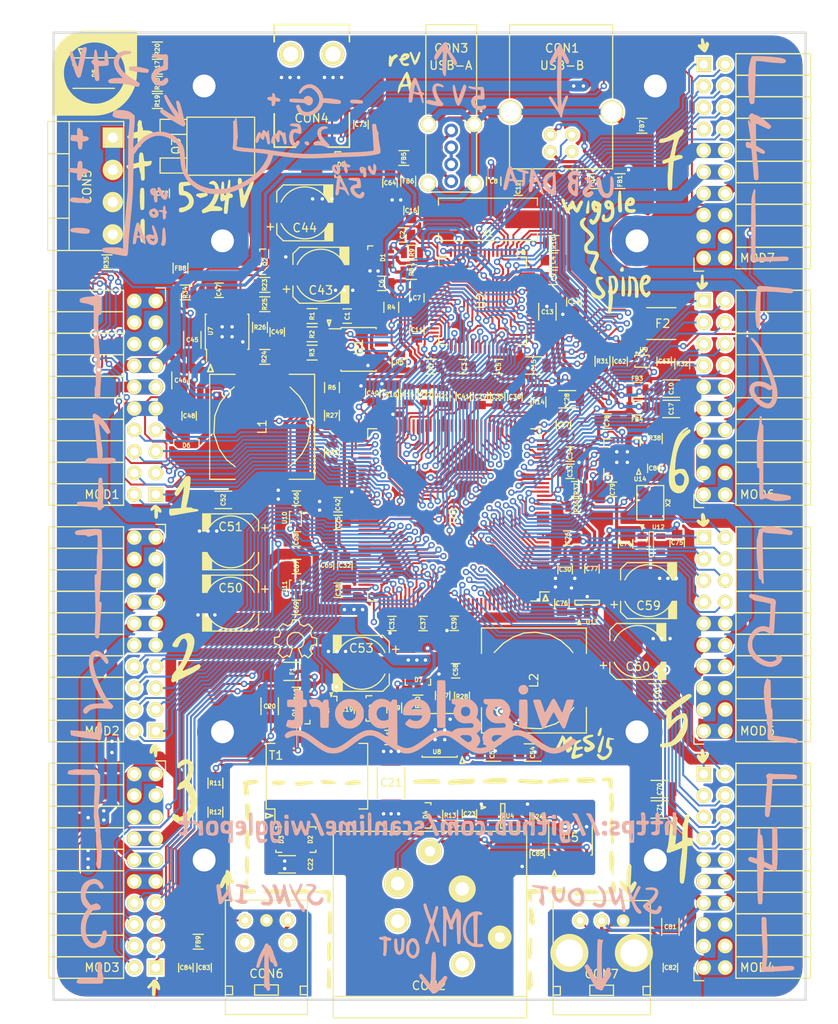
<source format=kicad_pcb>
(kicad_pcb (version 20171130) (host pcbnew 5.1.12-84ad8e8a86~92~ubuntu20.04.1)
  (title_block (title "Wiggle Spine") (rev A))
  (layers (0 F.Cu signal) (31 B.Cu signal) (34 B.Paste user hide) (35 F.Paste user hide) (36 B.SilkS user hide) (37 F.SilkS user hide) (38 B.Mask user hide) (39 F.Mask user hide) (44 Edge.Cuts user))
  (net 0 "")
  (net 1 Earth)
  (net 2 +3V3)
  (net 3 /USB/FTDI_1V8REG)
  (net 4 /Power/VBUS_UPSTREAM)
  (net 5 /USB/FTDI_VPLL)
  (net 6 "Net-(C12-Pad2)")
  (net 7 /USB/FTDI_VPHY)
  (net 8 "Net-(C16-Pad2)")
  (net 9 /FPGA/DMX_GATE1)
  (net 10 "Net-(C19-Pad1)")
  (net 11 /FPGA/DMX_GATE2)
  (net 12 "Net-(C22-Pad1)")
  (net 13 "Net-(C23-Pad1)")
  (net 14 +5V)
  (net 15 +1V2)
  (net 16 +2V5)
  (net 17 +24V)
  (net 18 "/Power/USB Power Output/5V_IN")
  (net 19 "Net-(C57-Pad1)")
  (net 20 "Net-(C58-Pad2)")
  (net 21 "Net-(C63-Pad2)")
  (net 22 "Net-(C64-Pad2)")
  (net 23 "Net-(C65-Pad2)")
  (net 24 "Net-(C80-Pad1)")
  (net 25 "/Sync In/Out/RXD")
  (net 26 /FPGA/SYNC_TXD)
  (net 27 MOD1_PIN1)
  (net 28 MOD1_PIN2)
  (net 29 MOD1_PIN3)
  (net 30 MOD1_PIN4)
  (net 31 MOD1_PIN5)
  (net 32 MOD1_PIN6)
  (net 33 MOD1_PIN7)
  (net 34 MOD1_PIN8)
  (net 35 MOD2_PIN1)
  (net 36 MOD2_PIN2)
  (net 37 MOD2_PIN3)
  (net 38 MOD2_PIN4)
  (net 39 MOD2_PIN5)
  (net 40 MOD2_PIN6)
  (net 41 MOD2_PIN7)
  (net 42 MOD2_PIN8)
  (net 43 MOD3_PIN1)
  (net 44 MOD3_PIN2)
  (net 45 MOD3_PIN3)
  (net 46 MOD3_PIN4)
  (net 47 MOD3_PIN5)
  (net 48 MOD3_PIN6)
  (net 49 MOD3_PIN7)
  (net 50 MOD3_PIN8)
  (net 51 MOD4_PIN1)
  (net 52 MOD4_PIN2)
  (net 53 MOD4_PIN3)
  (net 54 MOD4_PIN4)
  (net 55 MOD4_PIN5)
  (net 56 MOD4_PIN6)
  (net 57 MOD4_PIN7)
  (net 58 MOD4_PIN8)
  (net 59 MOD5_PIN1)
  (net 60 MOD5_PIN2)
  (net 61 MOD5_PIN3)
  (net 62 MOD5_PIN4)
  (net 63 MOD5_PIN5)
  (net 64 MOD5_PIN6)
  (net 65 MOD5_PIN7)
  (net 66 MOD5_PIN8)
  (net 67 MOD6_PIN1)
  (net 68 MOD6_PIN2)
  (net 69 MOD6_PIN3)
  (net 70 MOD6_PIN4)
  (net 71 MOD6_PIN5)
  (net 72 MOD6_PIN6)
  (net 73 MOD6_PIN7)
  (net 74 MOD6_PIN8)
  (net 75 MOD7_PIN1)
  (net 76 MOD7_PIN2)
  (net 77 MOD7_PIN3)
  (net 78 MOD7_PIN4)
  (net 79 MOD7_PIN5)
  (net 80 MOD7_PIN6)
  (net 81 MOD7_PIN7)
  (net 82 MOD7_PIN8)
  (net 83 "Net-(Q1-Pad3)")
  (net 84 "Net-(Q2-Pad3)")
  (net 85 "/Power/5-24V to 5V Converter/CONVERTED_5V_OKAY")
  (net 86 /USB/VBUS_SENSE)
  (net 87 "Net-(R7-Pad1)")
  (net 88 "Net-(R8-Pad2)")
  (net 89 "Net-(R9-Pad2)")
  (net 90 "Net-(R10-Pad2)")
  (net 91 /USB/SPI_CLK)
  (net 92 /USB/GPIO_L0)
  (net 93 /FPGA/CDONE)
  (net 94 /FPGA/CRESET_B)
  (net 95 /FPGA/VBUS_DOWNSTREAM_EN)
  (net 96 /FPGA/CLK_SCL)
  (net 97 /FPGA/CLK_SDA)
  (net 98 "/Clock Source/VCXO_PWM")
  (net 99 "Net-(T1-Pad11)")
  (net 100 /FPGA/FIFO_DATA0)
  (net 101 /FPGA/FIFO_DATA1)
  (net 102 /FPGA/FIFO_DATA2)
  (net 103 /FPGA/FIFO_DATA3)
  (net 104 /FPGA/FIFO_DATA4)
  (net 105 /FPGA/FIFO_DATA5)
  (net 106 /FPGA/FIFO_DATA6)
  (net 107 /FPGA/FIFO_DATA7)
  (net 108 /FPGA/FIFO_RXF#)
  (net 109 /FPGA/FIFO_TXE#)
  (net 110 /FPGA/FIFO_RD#)
  (net 111 /FPGA/FIFO_WR#)
  (net 112 /FPGA/FIFO_SIWU)
  (net 113 /FPGA/FIFO_CLKOUT)
  (net 114 /FPGA/FIFO_OE#)
  (net 115 /USB/SPI_DO)
  (net 116 /USB/SPI_DI)
  (net 117 /FPGA/DMX_TX1)
  (net 118 /FPGA/DMX_TX2)
  (net 119 "/Clock Source/CLK0")
  (net 120 "/Clock Source/CLK1")
  (net 121 "/Clock Source/CLK2")
  (net 122 "/Clock Source/CLK3")
  (net 123 "/Clock Source/CLK4")
  (net 124 "/Clock Source/CLK5")
  (net 125 "/Clock Source/CLK6")
  (net 126 "/Clock Source/CLK7")
  (net 127 "Net-(D9-Pad3)")
  (net 128 /FPGA/BLUE_N)
  (net 129 /FPGA/GREEN_N)
  (net 130 /FPGA/RED_N)
  (net 131 GND)
  (net 132 GNDPWR)
  (net 133 "Net-(C18-Pad2)")
  (net 134 "Net-(C19-Pad2)")
  (net 135 "Net-(C24-Pad1)")
  (net 136 "Net-(C27-Pad1)")
  (net 137 "Net-(C27-Pad2)")
  (net 138 "Net-(C47-Pad1)")
  (net 139 "Net-(C48-Pad1)")
  (net 140 "Net-(C48-Pad2)")
  (net 141 "Net-(C49-Pad2)")
  (net 142 "Net-(C56-Pad1)")
  (net 143 "Net-(C57-Pad2)")
  (net 144 "Net-(C83-Pad2)")
  (net 145 "Net-(CON1-Pad2)")
  (net 146 "Net-(CON1-Pad1)")
  (net 147 "Net-(CON1-Pad4)")
  (net 148 "Net-(CON1-Pad3)")
  (net 149 "Net-(CON2-Pad3)")
  (net 150 "Net-(CON2-Pad2)")
  (net 151 "Net-(CON3-Pad1)")
  (net 152 "Net-(CON3-Pad2)")
  (net 153 "Net-(CON3-Pad4)")
  (net 154 "Net-(D2-Pad1)")
  (net 155 "Net-(D2-Pad2)")
  (net 156 "Net-(D4-Pad1)")
  (net 157 "Net-(D4-Pad2)")
  (net 158 "Net-(D5-Pad1)")
  (net 159 "Net-(D5-Pad2)")
  (net 160 "Net-(D5-Pad3)")
  (net 161 "Net-(Q1-Pad6)")
  (net 162 "Net-(R23-Pad2)")
  (net 163 "Net-(R25-Pad1)")
  (net 164 "Net-(R29-Pad1)")
  (net 165 "Net-(U14-Pad1)")
  (net 166 "Net-(U14-Pad2)")
  (net 167 /DMX512/DMXGND)
  (net 168 "/Power/5-24V Power Input/POWER_IN")
  (net 169 /USB/EECS)
  (net 170 /USB/EECLK)
  (net 171 /USB/EEDATA_OUT)
  (net 172 /USB/EEDATA)
  (module Symbols:Symbol_OSHW-Logo_SilkScreen (layer F.Cu) (at 125.603 115.697)
    (fp_text reference REF** hide)
    (fp_text value Symbol_OSHW-Logo_SilkScreen)
  )
  (module Terminal_Blocks:TerminalBlock_Pheonix_PT-3.5mm_4pol (layer F.Cu) (at 96.304737 56.253441 270)
    (fp_text reference CON5 (at 5.842 -4.652 270) (layer F.SilkS))
    (fp_text value "5-24V 16A" hide)
    (pad 3 thru_hole circle (at 7.62 -7.7 270) (size 2.4 2.4) (drill 1.2) (layers *.Cu *.Mask F.SilkS) (net 132 GNDPWR))
    (pad 4 thru_hole circle (at 11.43 -7.7 270) (size 2.4 2.4) (drill 1.2) (layers *.Cu *.Mask F.SilkS) (net 132 GNDPWR))
    (pad 2 thru_hole circle (at 3.81 -7.7 270) (size 2.4 2.4) (drill 1.2) (layers *.Cu *.Mask F.SilkS) (net 168 "/Power/5-24V Power Input/POWER_IN"))
    (pad 1 thru_hole rect (at 0 -7.7 270) (size 2.4 2.4) (drill 1.2) (layers *.Cu *.Mask F.SilkS) (net 168 "/Power/5-24V Power Input/POWER_IN"))
  )
  (module Housings_SOIC:SOIC-16_7.5x10.3mm_Pitch1.27mm (layer F.Cu) (at 128.134737 131.691441 90)
    (fp_text reference T1 (at 2.462 -4.826 180) (layer F.SilkS))
    (fp_text value "10/100baseT transformer" hide)
    (pad 1 smd rect (at -4.65 -4.445 90) (size 1.5 0.6) (layers F.Cu F.Paste F.Mask) (net 154 "Net-(D2-Pad1)"))
    (pad 2 smd rect (at -4.65 -3.175 90) (size 1.5 0.6) (layers F.Cu F.Paste F.Mask))
    (pad 3 smd rect (at -4.65 -1.905 90) (size 1.5 0.6) (layers F.Cu F.Paste F.Mask) (net 155 "Net-(D2-Pad2)"))
    (pad 4 smd rect (at -4.65 -0.635 90) (size 1.5 0.6) (layers F.Cu F.Paste F.Mask))
    (pad 5 smd rect (at -4.65 0.635 90) (size 1.5 0.6) (layers F.Cu F.Paste F.Mask))
    (pad 6 smd rect (at -4.65 1.905 90) (size 1.5 0.6) (layers F.Cu F.Paste F.Mask) (net 157 "Net-(D4-Pad2)"))
    (pad 7 smd rect (at -4.65 3.175 90) (size 1.5 0.6) (layers F.Cu F.Paste F.Mask) (net 167 /DMX512/DMXGND))
    (pad 8 smd rect (at -4.65 4.445 90) (size 1.5 0.6) (layers F.Cu F.Paste F.Mask) (net 156 "Net-(D4-Pad1)"))
    (pad 9 smd rect (at 4.65 4.445 90) (size 1.5 0.6) (layers F.Cu F.Paste F.Mask) (net 10 "Net-(C19-Pad1)"))
    (pad 10 smd rect (at 4.65 3.175 90) (size 1.5 0.6) (layers F.Cu F.Paste F.Mask))
    (pad 11 smd rect (at 4.65 1.905 90) (size 1.5 0.6) (layers F.Cu F.Paste F.Mask) (net 99 "Net-(T1-Pad11)"))
    (pad 12 smd rect (at 4.65 0.635 90) (size 1.5 0.6) (layers F.Cu F.Paste F.Mask))
    (pad 13 smd rect (at 4.65 -0.635 90) (size 1.5 0.6) (layers F.Cu F.Paste F.Mask))
    (pad 14 smd rect (at 4.65 -1.905 90) (size 1.5 0.6) (layers F.Cu F.Paste F.Mask) (net 83 "Net-(Q1-Pad3)"))
    (pad 15 smd rect (at 4.65 -3.175 90) (size 1.5 0.6) (layers F.Cu F.Paste F.Mask) (net 133 "Net-(C18-Pad2)"))
    (pad 16 smd rect (at 4.65 -4.445 90) (size 1.5 0.6) (layers F.Cu F.Paste F.Mask) (net 161 "Net-(Q1-Pad6)"))
  )
  (module TO_SOT_Packages_SMD:SOT-23-5 (layer F.Cu) (at 160.072737 111.160441 90)
    (fp_text reference U13 (at -2.3192 0.574 180) (layer F.SilkS) (effects (font (size 0.5 0.5) (thickness 0.125))))
    (fp_text value TCR2EF12 hide)
    (pad 1 smd rect (at -1.1 -0.95 90) (size 1.06 0.65) (layers F.Cu F.Paste F.Mask) (net 16 +2V5))
    (pad 2 smd rect (at -1.1 0 90) (size 1.06 0.65) (layers F.Cu F.Paste F.Mask) (net 131 GND))
    (pad 3 smd rect (at -1.1 0.95 90) (size 1.06 0.65) (layers F.Cu F.Paste F.Mask) (net 16 +2V5))
    (pad 4 smd rect (at 1.1 0.95 90) (size 1.06 0.65) (layers F.Cu F.Paste F.Mask))
    (pad 5 smd rect (at 1.1 -0.95 90) (size 1.06 0.65) (layers F.Cu F.Paste F.Mask) (net 15 +1V2))
  )
  (module TO_SOT_Packages_SMD:SOT-23-5 (layer F.Cu) (at 167.665379 104.282959)
    (fp_text reference U12 (at 0.829958 -2.004718 180) (layer F.SilkS) (effects (font (size 0.5 0.5) (thickness 0.125))))
    (fp_text value TCR2EF25 hide)
    (pad 1 smd rect (at -1.1 -0.95) (size 1.06 0.65) (layers F.Cu F.Paste F.Mask) (net 2 +3V3))
    (pad 2 smd rect (at -1.1 0) (size 1.06 0.65) (layers F.Cu F.Paste F.Mask) (net 131 GND))
    (pad 3 smd rect (at -1.1 0.95) (size 1.06 0.65) (layers F.Cu F.Paste F.Mask) (net 2 +3V3))
    (pad 4 smd rect (at 1.1 0.95) (size 1.06 0.65) (layers F.Cu F.Paste F.Mask))
    (pad 5 smd rect (at 1.1 -0.95) (size 1.06 0.65) (layers F.Cu F.Paste F.Mask) (net 16 +2V5))
  )
  (module Housings_DFN_QFN:QFN-20-1EP_4x4mm_Pitch0.5mm (layer F.Cu) (at 164.202255 93.994799 180)
    (fp_text reference U14 (at -2.134082 -2.593842) (layer F.SilkS) (effects (font (size 0.5 0.5) (thickness 0.125))))
    (fp_text value Si5351B hide)
    (pad 1 smd rect (at -1.965 -1 180) (size 0.73 0.246) (layers F.Cu F.Paste F.Mask) (net 165 "Net-(U14-Pad1)"))
    (pad 2 smd rect (at -1.965 -0.5 180) (size 0.73 0.246) (layers F.Cu F.Paste F.Mask) (net 166 "Net-(U14-Pad2)"))
    (pad 3 smd rect (at -1.965 0 180) (size 0.73 0.246) (layers F.Cu F.Paste F.Mask) (net 24 "Net-(C80-Pad1)"))
    (pad 4 smd rect (at -1.965 0.5 180) (size 0.73 0.246) (layers F.Cu F.Paste F.Mask) (net 96 /FPGA/CLK_SCL))
    (pad 5 smd rect (at -1.965 1 180) (size 0.73 0.246) (layers F.Cu F.Paste F.Mask) (net 97 /FPGA/CLK_SDA))
    (pad 6 smd rect (at -1 1.965 270) (size 0.73 0.246) (layers F.Cu F.Paste F.Mask) (net 131 GND))
    (pad 7 smd rect (at -0.5 1.965 270) (size 0.73 0.246) (layers F.Cu F.Paste F.Mask) (net 131 GND))
    (pad 8 smd rect (at 0 1.965 270) (size 0.73 0.246) (layers F.Cu F.Paste F.Mask) (net 122 "/Clock Source/CLK3"))
    (pad 9 smd rect (at 0.5 1.965 270) (size 0.73 0.246) (layers F.Cu F.Paste F.Mask) (net 121 "/Clock Source/CLK2"))
    (pad 10 smd rect (at 1 1.965 270) (size 0.73 0.246) (layers F.Cu F.Paste F.Mask) (net 2 +3V3))
    (pad 11 smd rect (at 1.965 1 180) (size 0.73 0.246) (layers F.Cu F.Paste F.Mask) (net 2 +3V3))
    (pad 12 smd rect (at 1.965 0.5 180) (size 0.73 0.246) (layers F.Cu F.Paste F.Mask) (net 120 "/Clock Source/CLK1"))
    (pad 13 smd rect (at 1.965 0 180) (size 0.73 0.246) (layers F.Cu F.Paste F.Mask) (net 119 "/Clock Source/CLK0"))
    (pad 14 smd rect (at 1.965 -0.5 180) (size 0.73 0.246) (layers F.Cu F.Paste F.Mask) (net 2 +3V3))
    (pad 15 smd rect (at 1.965 -1 180) (size 0.73 0.246) (layers F.Cu F.Paste F.Mask) (net 126 "/Clock Source/CLK7"))
    (pad 16 smd rect (at 1 -1.965 270) (size 0.73 0.246) (layers F.Cu F.Paste F.Mask) (net 125 "/Clock Source/CLK6"))
    (pad 17 smd rect (at 0.5 -1.965 270) (size 0.73 0.246) (layers F.Cu F.Paste F.Mask) (net 124 "/Clock Source/CLK5"))
    (pad 18 smd rect (at 0 -1.965 270) (size 0.73 0.246) (layers F.Cu F.Paste F.Mask) (net 2 +3V3))
    (pad 19 smd rect (at -0.5 -1.965 270) (size 0.73 0.246) (layers F.Cu F.Paste F.Mask) (net 123 "/Clock Source/CLK4"))
    (pad 20 smd rect (at -1 -1.965 270) (size 0.73 0.246) (layers F.Cu F.Paste F.Mask) (net 2 +3V3))
    (pad 21 smd rect (at 0.625 0.625 180) (size 1.25 1.25) (layers F.Cu F.Paste F.Mask) (net 131 GND))
    (pad 21 smd rect (at 0.625 -0.625 180) (size 1.25 1.25) (layers F.Cu F.Paste F.Mask) (net 131 GND))
    (pad 21 smd rect (at -0.625 0.625 180) (size 1.25 1.25) (layers F.Cu F.Paste F.Mask) (net 131 GND))
    (pad 21 smd rect (at -0.625 -0.625 180) (size 1.25 1.25) (layers F.Cu F.Paste F.Mask) (net 131 GND))
  )
  (module Crystals:crystal_FA238-TSX3225 (layer F.Cu) (at 167.542737 99.390441 270)
    (fp_text reference X2 (at 0 -2.0955 90) (layer F.SilkS) (effects (font (size 0.5 0.5) (thickness 0.125))))
    (fp_text value "25.0000 MHz 15ppm 8pF" hide)
    (pad 1 smd rect (at -1.1 0.8 270) (size 1.4 1.2) (layers F.Cu F.Paste F.Mask) (net 165 "Net-(U14-Pad1)"))
    (pad 2 smd rect (at 1.1 0.8 270) (size 1.4 1.2) (layers F.Cu F.Paste F.Mask) (net 131 GND))
    (pad 4 smd rect (at -1.1 -0.8 270) (size 1.4 1.2) (layers F.Cu F.Paste F.Mask) (net 131 GND))
    (pad 3 smd rect (at 1.1 -0.8 270) (size 1.4 1.2) (layers F.Cu F.Paste F.Mask) (net 166 "Net-(U14-Pad2)"))
  )
  (module Housings_SOIC:SOIC-8-1EP_3.9x4.9mm_Pitch1.27mm (layer F.Cu) (at 117.514237 79.192941 90)
    (fp_text reference U7 (at 0.0795 -1.9525 90) (layer F.SilkS) (effects (font (size 0.5 0.5) (thickness 0.125))))
    (fp_text value RT8299A hide)
    (pad 1 smd rect (at -2.7 -1.905 90) (size 1.55 0.6) (layers F.Cu F.Paste F.Mask) (net 140 "Net-(C48-Pad2)"))
    (pad 2 smd rect (at -2.7 -0.635 90) (size 1.55 0.6) (layers F.Cu F.Paste F.Mask) (net 17 +24V))
    (pad 3 smd rect (at -2.7 0.635 90) (size 1.55 0.6) (layers F.Cu F.Paste F.Mask) (net 139 "Net-(C48-Pad1)"))
    (pad 4 smd rect (at -2.7 1.905 90) (size 1.55 0.6) (layers F.Cu F.Paste F.Mask) (net 131 GND))
    (pad 5 smd rect (at 2.7 1.905 90) (size 1.55 0.6) (layers F.Cu F.Paste F.Mask) (net 163 "Net-(R25-Pad1)"))
    (pad 6 smd rect (at 2.7 0.635 90) (size 1.55 0.6) (layers F.Cu F.Paste F.Mask) (net 162 "Net-(R23-Pad2)"))
    (pad 7 smd rect (at 2.7 -0.635 90) (size 1.55 0.6) (layers F.Cu F.Paste F.Mask) (net 85 "/Power/5-24V to 5V Converter/CONVERTED_5V_OKAY"))
    (pad 8 smd rect (at 2.7 -1.905 90) (size 1.55 0.6) (layers F.Cu F.Paste F.Mask) (net 138 "Net-(C47-Pad1)"))
    (pad 9 smd rect (at 0.5875 0.5875 90) (size 1.175 1.175) (layers F.Cu F.Paste F.Mask) (net 131 GND))
    (pad 9 smd rect (at 0.5875 -0.5875 90) (size 1.175 1.175) (layers F.Cu F.Paste F.Mask) (net 131 GND))
    (pad 9 smd rect (at -0.5875 0.5875 90) (size 1.175 1.175) (layers F.Cu F.Paste F.Mask) (net 131 GND))
    (pad 9 smd rect (at -0.5875 -0.5875 90) (size 1.175 1.175) (layers F.Cu F.Paste F.Mask) (net 131 GND))
  )
  (module Housings_SOIC:SOIC-8_3.9x4.9mm_Pitch1.27mm (layer F.Cu) (at 133.054737 81.272441)
    (fp_text reference U1 (at 0 -0.254 90) (layer F.SilkS))
    (fp_text value 93C56 hide)
    (pad 1 smd rect (at -2.7 -1.905) (size 1.55 0.6) (layers F.Cu F.Paste F.Mask) (net 169 /USB/EECS))
    (pad 2 smd rect (at -2.7 -0.635) (size 1.55 0.6) (layers F.Cu F.Paste F.Mask) (net 170 /USB/EECLK))
    (pad 3 smd rect (at -2.7 0.635) (size 1.55 0.6) (layers F.Cu F.Paste F.Mask) (net 172 /USB/EEDATA))
    (pad 4 smd rect (at -2.7 1.905) (size 1.55 0.6) (layers F.Cu F.Paste F.Mask) (net 171 /USB/EEDATA_OUT))
    (pad 5 smd rect (at 2.7 1.905) (size 1.55 0.6) (layers F.Cu F.Paste F.Mask) (net 131 GND))
    (pad 6 smd rect (at 2.7 0.635) (size 1.55 0.6) (layers F.Cu F.Paste F.Mask) (net 2 +3V3))
    (pad 7 smd rect (at 2.7 -0.635) (size 1.55 0.6) (layers F.Cu F.Paste F.Mask))
    (pad 8 smd rect (at 2.7 -1.905) (size 1.55 0.6) (layers F.Cu F.Paste F.Mask) (net 2 +3V3))
  )
  (module TO_SOT_Packages_SMD:SC-70-6 (layer F.Cu) (at 129.150737 124.005401 180)
    (fp_text reference U3 (at 0 0.01016 180) (layer F.SilkS) (effects (font (size 0.5 0.5) (thickness 0.125))))
    (fp_text value NC7WZ14)
    (pad 1 smd rect (at -0.65024 0.94996 180) (size 0.39878 0.7493) (layers F.Cu F.Paste F.Mask) (net 117 /FPGA/DMX_TX1))
    (pad 2 smd rect (at 0 0.94996 180) (size 0.39878 0.7493) (layers F.Cu F.Paste F.Mask) (net 131 GND))
    (pad 3 smd rect (at 0.65024 0.94996 180) (size 0.39878 0.7493) (layers F.Cu F.Paste F.Mask) (net 118 /FPGA/DMX_TX2))
    (pad 4 smd rect (at 0.65024 -0.94996 180) (size 0.39878 0.7493) (layers F.Cu F.Paste F.Mask) (net 134 "Net-(C19-Pad2)"))
    (pad 5 smd rect (at 0 -0.94996 180) (size 0.39878 0.7493) (layers F.Cu F.Paste F.Mask) (net 133 "Net-(C18-Pad2)"))
    (pad 6 smd rect (at -0.65024 -0.94996 180) (size 0.39878 0.7493) (layers F.Cu F.Paste F.Mask) (net 99 "Net-(T1-Pad11)"))
  )
  (module Housings_SOIC:SOIC-8_3.9x4.9mm_Pitch1.27mm (layer F.Cu) (at 158.106737 138.930441 90)
    (fp_text reference U5 (at 0 0 180) (layer F.SilkS))
    (fp_text value ST485E hide)
    (pad 1 smd rect (at -2.7 -1.905 90) (size 1.55 0.6) (layers F.Cu F.Paste F.Mask))
    (pad 2 smd rect (at -2.7 -0.635 90) (size 1.55 0.6) (layers F.Cu F.Paste F.Mask) (net 135 "Net-(C24-Pad1)"))
    (pad 3 smd rect (at -2.7 0.635 90) (size 1.55 0.6) (layers F.Cu F.Paste F.Mask) (net 135 "Net-(C24-Pad1)"))
    (pad 4 smd rect (at -2.7 1.905 90) (size 1.55 0.6) (layers F.Cu F.Paste F.Mask) (net 13 "Net-(C23-Pad1)"))
    (pad 5 smd rect (at 2.7 1.905 90) (size 1.55 0.6) (layers F.Cu F.Paste F.Mask) (net 167 /DMX512/DMXGND))
    (pad 6 smd rect (at 2.7 0.635 90) (size 1.55 0.6) (layers F.Cu F.Paste F.Mask) (net 149 "Net-(CON2-Pad3)"))
    (pad 7 smd rect (at 2.7 -0.635 90) (size 1.55 0.6) (layers F.Cu F.Paste F.Mask) (net 150 "Net-(CON2-Pad2)"))
    (pad 8 smd rect (at 2.7 -1.905 90) (size 1.55 0.6) (layers F.Cu F.Paste F.Mask) (net 135 "Net-(C24-Pad1)"))
  )
  (module TO_SOT_Packages_SMD:SOT-23-5 (layer F.Cu) (at 150.105737 136.390441)
    (fp_text reference U4 (at 0.846 0) (layer F.SilkS) (effects (font (size 0.5 0.5) (thickness 0.125))))
    (fp_text value AP2204K-5.0 hide)
    (pad 1 smd rect (at -1.1 -0.95) (size 1.06 0.65) (layers F.Cu F.Paste F.Mask) (net 12 "Net-(C22-Pad1)"))
    (pad 2 smd rect (at -1.1 0) (size 1.06 0.65) (layers F.Cu F.Paste F.Mask) (net 167 /DMX512/DMXGND))
    (pad 3 smd rect (at -1.1 0.95) (size 1.06 0.65) (layers F.Cu F.Paste F.Mask) (net 12 "Net-(C22-Pad1)"))
    (pad 4 smd rect (at 1.1 0.95) (size 1.06 0.65) (layers F.Cu F.Paste F.Mask))
    (pad 5 smd rect (at 1.1 -0.95) (size 1.06 0.65) (layers F.Cu F.Paste F.Mask) (net 135 "Net-(C24-Pad1)"))
  )
  (module Housings_SOIC:SOIC-8-1EP_3.9x4.9mm_Pitch1.27mm (layer F.Cu) (at 142.645737 126.865441 180)
    (fp_text reference U8 (at 0.3335 -1.9525 180) (layer F.SilkS) (effects (font (size 0.5 0.5) (thickness 0.125))))
    (fp_text value RT8299A hide)
    (pad 1 smd rect (at -2.7 -1.905 180) (size 1.55 0.6) (layers F.Cu F.Paste F.Mask) (net 143 "Net-(C57-Pad2)"))
    (pad 2 smd rect (at -2.7 -0.635 180) (size 1.55 0.6) (layers F.Cu F.Paste F.Mask) (net 14 +5V))
    (pad 3 smd rect (at -2.7 0.635 180) (size 1.55 0.6) (layers F.Cu F.Paste F.Mask) (net 19 "Net-(C57-Pad1)"))
    (pad 4 smd rect (at -2.7 1.905 180) (size 1.55 0.6) (layers F.Cu F.Paste F.Mask) (net 131 GND))
    (pad 5 smd rect (at 2.7 1.905 180) (size 1.55 0.6) (layers F.Cu F.Paste F.Mask) (net 164 "Net-(R29-Pad1)"))
    (pad 6 smd rect (at 2.7 0.635 180) (size 1.55 0.6) (layers F.Cu F.Paste F.Mask) (net 14 +5V))
    (pad 7 smd rect (at 2.7 -0.635 180) (size 1.55 0.6) (layers F.Cu F.Paste F.Mask))
    (pad 8 smd rect (at 2.7 -1.905 180) (size 1.55 0.6) (layers F.Cu F.Paste F.Mask) (net 142 "Net-(C56-Pad1)"))
    (pad 9 smd rect (at 0.5875 0.5875 180) (size 1.175 1.175) (layers F.Cu F.Paste F.Mask) (net 131 GND))
    (pad 9 smd rect (at 0.5875 -0.5875 180) (size 1.175 1.175) (layers F.Cu F.Paste F.Mask) (net 131 GND))
    (pad 9 smd rect (at -0.5875 0.5875 180) (size 1.175 1.175) (layers F.Cu F.Paste F.Mask) (net 131 GND))
    (pad 9 smd rect (at -0.5875 -0.5875 180) (size 1.175 1.175) (layers F.Cu F.Paste F.Mask) (net 131 GND))
  )
  (module Connect:BARREL_JACK (layer F.Cu) (at 127.527917 42.900881 270)
    (fp_text reference CON4 (at 11.06656 0.02818) (layer F.SilkS))
    (fp_text value "2.5mm 5-24V 5A" hide)
    (pad 1 smd rect (at 15.5 0 270) (size 4 2.5) (layers F.Cu F.Paste F.Mask) (net 168 "/Power/5-24V Power Input/POWER_IN"))
    (pad 2 smd rect (at 6.25 -6.5 270) (size 7 4) (layers F.Cu F.Paste F.Mask) (net 132 GNDPWR))
    (pad 3 smd rect (at 6.25 6.5 270) (size 7 4) (layers F.Cu F.Paste F.Mask) (net 132 GNDPWR))
    (pad "" thru_hole circle (at 3.5 -2.5 270) (size 2.7 2.7) (drill 1.8) (layers *.Cu *.Mask F.SilkS))
    (pad "" thru_hole circle (at 3.5 2.5 270) (size 2.7 2.7) (drill 1.8) (layers *.Cu *.Mask F.SilkS))
  )
  (module Housings_QFP:TQFP-144_20x20mm_Pitch0.5mm (layer F.Cu) (at 144.310996 100.82262 180)
    (fp_text reference U6 (at 0 -0.134821 270) (layer F.SilkS))
    (fp_text value iCE40-HX1K-TQ144 hide)
    (pad 1 smd rect (at -10.55 -8.75 180) (size 1.45 0.25) (layers F.Cu F.Paste F.Mask) (net 65 MOD5_PIN7))
    (pad 2 smd rect (at -10.55 -8.25 180) (size 1.45 0.25) (layers F.Cu F.Paste F.Mask) (net 66 MOD5_PIN8))
    (pad 3 smd rect (at -10.55 -7.75 180) (size 1.45 0.25) (layers F.Cu F.Paste F.Mask) (net 64 MOD5_PIN6))
    (pad 4 smd rect (at -10.55 -7.25 180) (size 1.45 0.25) (layers F.Cu F.Paste F.Mask) (net 61 MOD5_PIN3))
    (pad 5 smd rect (at -10.55 -6.75 180) (size 1.45 0.25) (layers F.Cu F.Paste F.Mask) (net 131 GND))
    (pad 6 smd rect (at -10.55 -6.25 180) (size 1.45 0.25) (layers F.Cu F.Paste F.Mask) (net 2 +3V3))
    (pad 7 smd rect (at -10.55 -5.75 180) (size 1.45 0.25) (layers F.Cu F.Paste F.Mask) (net 62 MOD5_PIN4))
    (pad 8 smd rect (at -10.55 -5.25 180) (size 1.45 0.25) (layers F.Cu F.Paste F.Mask) (net 59 MOD5_PIN1))
    (pad 9 smd rect (at -10.55 -4.75 180) (size 1.45 0.25) (layers F.Cu F.Paste F.Mask) (net 60 MOD5_PIN2))
    (pad 10 smd rect (at -10.55 -4.25 180) (size 1.45 0.25) (layers F.Cu F.Paste F.Mask) (net 98 "/Clock Source/VCXO_PWM"))
    (pad 11 smd rect (at -10.55 -3.75 180) (size 1.45 0.25) (layers F.Cu F.Paste F.Mask) (net 123 "/Clock Source/CLK4"))
    (pad 12 smd rect (at -10.55 -3.25 180) (size 1.45 0.25) (layers F.Cu F.Paste F.Mask) (net 124 "/Clock Source/CLK5"))
    (pad 13 smd rect (at -10.55 -2.75 180) (size 1.45 0.25) (layers F.Cu F.Paste F.Mask) (net 131 GND))
    (pad 14 smd rect (at -10.55 -2.25 180) (size 1.45 0.25) (layers F.Cu F.Paste F.Mask) (net 131 GND))
    (pad 15 smd rect (at -10.55 -1.75 180) (size 1.45 0.25) (layers F.Cu F.Paste F.Mask))
    (pad 16 smd rect (at -10.55 -1.25 180) (size 1.45 0.25) (layers F.Cu F.Paste F.Mask))
    (pad 17 smd rect (at -10.55 -0.75 180) (size 1.45 0.25) (layers F.Cu F.Paste F.Mask))
    (pad 18 smd rect (at -10.55 -0.25 180) (size 1.45 0.25) (layers F.Cu F.Paste F.Mask))
    (pad 19 smd rect (at -10.55 0.25 180) (size 1.45 0.25) (layers F.Cu F.Paste F.Mask) (net 125 "/Clock Source/CLK6"))
    (pad 20 smd rect (at -10.55 0.75 180) (size 1.45 0.25) (layers F.Cu F.Paste F.Mask) (net 119 "/Clock Source/CLK0"))
    (pad 21 smd rect (at -10.55 1.25 180) (size 1.45 0.25) (layers F.Cu F.Paste F.Mask) (net 120 "/Clock Source/CLK1"))
    (pad 22 smd rect (at -10.55 1.75 180) (size 1.45 0.25) (layers F.Cu F.Paste F.Mask) (net 96 /FPGA/CLK_SCL))
    (pad 23 smd rect (at -10.55 2.25 180) (size 1.45 0.25) (layers F.Cu F.Paste F.Mask) (net 97 /FPGA/CLK_SDA))
    (pad 24 smd rect (at -10.55 2.75 180) (size 1.45 0.25) (layers F.Cu F.Paste F.Mask) (net 126 "/Clock Source/CLK7"))
    (pad 25 smd rect (at -10.55 3.25 180) (size 1.45 0.25) (layers F.Cu F.Paste F.Mask) (net 121 "/Clock Source/CLK2"))
    (pad 26 smd rect (at -10.55 3.75 180) (size 1.45 0.25) (layers F.Cu F.Paste F.Mask) (net 122 "/Clock Source/CLK3"))
    (pad 27 smd rect (at -10.55 4.25 180) (size 1.45 0.25) (layers F.Cu F.Paste F.Mask) (net 15 +1V2))
    (pad 28 smd rect (at -10.55 4.75 180) (size 1.45 0.25) (layers F.Cu F.Paste F.Mask) (net 74 MOD6_PIN8))
    (pad 29 smd rect (at -10.55 5.25 180) (size 1.45 0.25) (layers F.Cu F.Paste F.Mask) (net 73 MOD6_PIN7))
    (pad 30 smd rect (at -10.55 5.75 180) (size 1.45 0.25) (layers F.Cu F.Paste F.Mask) (net 2 +3V3))
    (pad 31 smd rect (at -10.55 6.25 180) (size 1.45 0.25) (layers F.Cu F.Paste F.Mask) (net 72 MOD6_PIN6))
    (pad 32 smd rect (at -10.55 6.75 180) (size 1.45 0.25) (layers F.Cu F.Paste F.Mask) (net 71 MOD6_PIN5))
    (pad 33 smd rect (at -10.55 7.25 180) (size 1.45 0.25) (layers F.Cu F.Paste F.Mask) (net 70 MOD6_PIN4))
    (pad 34 smd rect (at -10.55 7.75 180) (size 1.45 0.25) (layers F.Cu F.Paste F.Mask) (net 95 /FPGA/VBUS_DOWNSTREAM_EN))
    (pad 35 smd rect (at -10.55 8.25 180) (size 1.45 0.25) (layers F.Cu F.Paste F.Mask) (net 136 "Net-(C27-Pad1)"))
    (pad 36 smd rect (at -10.55 8.75 180) (size 1.45 0.25) (layers F.Cu F.Paste F.Mask) (net 137 "Net-(C27-Pad2)"))
    (pad 37 smd rect (at -8.75 10.55 270) (size 1.45 0.25) (layers F.Cu F.Paste F.Mask) (net 67 MOD6_PIN1))
    (pad 38 smd rect (at -8.25 10.55 270) (size 1.45 0.25) (layers F.Cu F.Paste F.Mask) (net 68 MOD6_PIN2))
    (pad 39 smd rect (at -7.75 10.55 270) (size 1.45 0.25) (layers F.Cu F.Paste F.Mask) (net 69 MOD6_PIN3))
    (pad 40 smd rect (at -7.25 10.55 270) (size 1.45 0.25) (layers F.Cu F.Paste F.Mask))
    (pad 41 smd rect (at -6.75 10.55 270) (size 1.45 0.25) (layers F.Cu F.Paste F.Mask) (net 76 MOD7_PIN2))
    (pad 42 smd rect (at -6.25 10.55 270) (size 1.45 0.25) (layers F.Cu F.Paste F.Mask) (net 102 /FPGA/FIFO_DATA2))
    (pad 43 smd rect (at -5.75 10.55 270) (size 1.45 0.25) (layers F.Cu F.Paste F.Mask) (net 77 MOD7_PIN3))
    (pad 44 smd rect (at -5.25 10.55 270) (size 1.45 0.25) (layers F.Cu F.Paste F.Mask) (net 79 MOD7_PIN5))
    (pad 45 smd rect (at -4.75 10.55 270) (size 1.45 0.25) (layers F.Cu F.Paste F.Mask) (net 78 MOD7_PIN4))
    (pad 46 smd rect (at -4.25 10.55 270) (size 1.45 0.25) (layers F.Cu F.Paste F.Mask) (net 2 +3V3))
    (pad 47 smd rect (at -3.75 10.55 270) (size 1.45 0.25) (layers F.Cu F.Paste F.Mask) (net 80 MOD7_PIN6))
    (pad 48 smd rect (at -3.25 10.55 270) (size 1.45 0.25) (layers F.Cu F.Paste F.Mask) (net 81 MOD7_PIN7))
    (pad 49 smd rect (at -2.75 10.55 270) (size 1.45 0.25) (layers F.Cu F.Paste F.Mask) (net 82 MOD7_PIN8))
    (pad 50 smd rect (at -2.25 10.55 270) (size 1.45 0.25) (layers F.Cu F.Paste F.Mask) (net 113 /FPGA/FIFO_CLKOUT))
    (pad 51 smd rect (at -1.75 10.55 270) (size 1.45 0.25) (layers F.Cu F.Paste F.Mask) (net 15 +1V2))
    (pad 52 smd rect (at -1.25 10.55 270) (size 1.45 0.25) (layers F.Cu F.Paste F.Mask) (net 104 /FPGA/FIFO_DATA4))
    (pad 53 smd rect (at -0.75 10.55 270) (size 1.45 0.25) (layers F.Cu F.Paste F.Mask))
    (pad 54 smd rect (at -0.25 10.55 270) (size 1.45 0.25) (layers F.Cu F.Paste F.Mask))
    (pad 55 smd rect (at 0.25 10.55 270) (size 1.45 0.25) (layers F.Cu F.Paste F.Mask))
    (pad 56 smd rect (at 0.75 10.55 270) (size 1.45 0.25) (layers F.Cu F.Paste F.Mask) (net 105 /FPGA/FIFO_DATA5))
    (pad 57 smd rect (at 1.25 10.55 270) (size 1.45 0.25) (layers F.Cu F.Paste F.Mask) (net 2 +3V3))
    (pad 58 smd rect (at 1.75 10.55 270) (size 1.45 0.25) (layers F.Cu F.Paste F.Mask) (net 106 /FPGA/FIFO_DATA6))
    (pad 59 smd rect (at 2.25 10.55 270) (size 1.45 0.25) (layers F.Cu F.Paste F.Mask) (net 131 GND))
    (pad 60 smd rect (at 2.75 10.55 270) (size 1.45 0.25) (layers F.Cu F.Paste F.Mask) (net 114 /FPGA/FIFO_OE#))
    (pad 61 smd rect (at 3.25 10.55 270) (size 1.45 0.25) (layers F.Cu F.Paste F.Mask) (net 107 /FPGA/FIFO_DATA7))
    (pad 62 smd rect (at 3.75 10.55 270) (size 1.45 0.25) (layers F.Cu F.Paste F.Mask) (net 109 /FPGA/FIFO_TXE#))
    (pad 63 smd rect (at 4.25 10.55 270) (size 1.45 0.25) (layers F.Cu F.Paste F.Mask) (net 111 /FPGA/FIFO_WR#))
    (pad 64 smd rect (at 4.75 10.55 270) (size 1.45 0.25) (layers F.Cu F.Paste F.Mask) (net 110 /FPGA/FIFO_RD#))
    (pad 65 smd rect (at 5.25 10.55 270) (size 1.45 0.25) (layers F.Cu F.Paste F.Mask) (net 93 /FPGA/CDONE))
    (pad 66 smd rect (at 5.75 10.55 270) (size 1.45 0.25) (layers F.Cu F.Paste F.Mask) (net 94 /FPGA/CRESET_B))
    (pad 67 smd rect (at 6.25 10.55 270) (size 1.45 0.25) (layers F.Cu F.Paste F.Mask) (net 116 /USB/SPI_DI))
    (pad 68 smd rect (at 6.75 10.55 270) (size 1.45 0.25) (layers F.Cu F.Paste F.Mask) (net 115 /USB/SPI_DO))
    (pad 69 smd rect (at 7.25 10.55 270) (size 1.45 0.25) (layers F.Cu F.Paste F.Mask) (net 131 GND))
    (pad 70 smd rect (at 7.75 10.55 270) (size 1.45 0.25) (layers F.Cu F.Paste F.Mask) (net 91 /USB/SPI_CLK))
    (pad 71 smd rect (at 8.25 10.55 270) (size 1.45 0.25) (layers F.Cu F.Paste F.Mask) (net 92 /USB/GPIO_L0))
    (pad 72 smd rect (at 8.75 10.55 270) (size 1.45 0.25) (layers F.Cu F.Paste F.Mask) (net 2 +3V3))
    (pad 73 smd rect (at 10.55 8.75 180) (size 1.45 0.25) (layers F.Cu F.Paste F.Mask) (net 33 MOD1_PIN7))
    (pad 74 smd rect (at 10.55 8.25 180) (size 1.45 0.25) (layers F.Cu F.Paste F.Mask) (net 34 MOD1_PIN8))
    (pad 75 smd rect (at 10.55 7.75 180) (size 1.45 0.25) (layers F.Cu F.Paste F.Mask) (net 108 /FPGA/FIFO_RXF#))
    (pad 76 smd rect (at 10.55 7.25 180) (size 1.45 0.25) (layers F.Cu F.Paste F.Mask) (net 31 MOD1_PIN5))
    (pad 77 smd rect (at 10.55 6.75 180) (size 1.45 0.25) (layers F.Cu F.Paste F.Mask))
    (pad 78 smd rect (at 10.55 6.25 180) (size 1.45 0.25) (layers F.Cu F.Paste F.Mask) (net 112 /FPGA/FIFO_SIWU))
    (pad 79 smd rect (at 10.55 5.75 180) (size 1.45 0.25) (layers F.Cu F.Paste F.Mask) (net 32 MOD1_PIN6))
    (pad 80 smd rect (at 10.55 5.25 180) (size 1.45 0.25) (layers F.Cu F.Paste F.Mask) (net 29 MOD1_PIN3))
    (pad 81 smd rect (at 10.55 4.75 180) (size 1.45 0.25) (layers F.Cu F.Paste F.Mask) (net 128 /FPGA/BLUE_N))
    (pad 82 smd rect (at 10.55 4.25 180) (size 1.45 0.25) (layers F.Cu F.Paste F.Mask))
    (pad 83 smd rect (at 10.55 3.75 180) (size 1.45 0.25) (layers F.Cu F.Paste F.Mask))
    (pad 84 smd rect (at 10.55 3.25 180) (size 1.45 0.25) (layers F.Cu F.Paste F.Mask))
    (pad 85 smd rect (at 10.55 2.75 180) (size 1.45 0.25) (layers F.Cu F.Paste F.Mask))
    (pad 86 smd rect (at 10.55 2.25 180) (size 1.45 0.25) (layers F.Cu F.Paste F.Mask) (net 131 GND))
    (pad 87 smd rect (at 10.55 1.75 180) (size 1.45 0.25) (layers F.Cu F.Paste F.Mask) (net 27 MOD1_PIN1))
    (pad 88 smd rect (at 10.55 1.25 180) (size 1.45 0.25) (layers F.Cu F.Paste F.Mask) (net 28 MOD1_PIN2))
    (pad 89 smd rect (at 10.55 0.75 180) (size 1.45 0.25) (layers F.Cu F.Paste F.Mask) (net 2 +3V3))
    (pad 90 smd rect (at 10.55 0.25 180) (size 1.45 0.25) (layers F.Cu F.Paste F.Mask) (net 129 /FPGA/GREEN_N))
    (pad 91 smd rect (at 10.55 -0.25 180) (size 1.45 0.25) (layers F.Cu F.Paste F.Mask) (net 30 MOD1_PIN4))
    (pad 92 smd rect (at 10.55 -0.75 180) (size 1.45 0.25) (layers F.Cu F.Paste F.Mask) (net 15 +1V2))
    (pad 93 smd rect (at 10.55 -1.25 180) (size 1.45 0.25) (layers F.Cu F.Paste F.Mask) (net 130 /FPGA/RED_N))
    (pad 94 smd rect (at 10.55 -1.75 180) (size 1.45 0.25) (layers F.Cu F.Paste F.Mask) (net 103 /FPGA/FIFO_DATA3))
    (pad 95 smd rect (at 10.55 -2.25 180) (size 1.45 0.25) (layers F.Cu F.Paste F.Mask) (net 41 MOD2_PIN7))
    (pad 96 smd rect (at 10.55 -2.75 180) (size 1.45 0.25) (layers F.Cu F.Paste F.Mask) (net 40 MOD2_PIN6))
    (pad 97 smd rect (at 10.55 -3.25 180) (size 1.45 0.25) (layers F.Cu F.Paste F.Mask) (net 39 MOD2_PIN5))
    (pad 98 smd rect (at 10.55 -3.75 180) (size 1.45 0.25) (layers F.Cu F.Paste F.Mask) (net 38 MOD2_PIN4))
    (pad 99 smd rect (at 10.55 -4.25 180) (size 1.45 0.25) (layers F.Cu F.Paste F.Mask) (net 37 MOD2_PIN3))
    (pad 100 smd rect (at 10.55 -4.75 180) (size 1.45 0.25) (layers F.Cu F.Paste F.Mask) (net 2 +3V3))
    (pad 101 smd rect (at 10.55 -5.25 180) (size 1.45 0.25) (layers F.Cu F.Paste F.Mask) (net 42 MOD2_PIN8))
    (pad 102 smd rect (at 10.55 -5.75 180) (size 1.45 0.25) (layers F.Cu F.Paste F.Mask) (net 35 MOD2_PIN1))
    (pad 103 smd rect (at 10.55 -6.25 180) (size 1.45 0.25) (layers F.Cu F.Paste F.Mask) (net 131 GND))
    (pad 104 smd rect (at 10.55 -6.75 180) (size 1.45 0.25) (layers F.Cu F.Paste F.Mask) (net 36 MOD2_PIN2))
    (pad 105 smd rect (at 10.55 -7.25 180) (size 1.45 0.25) (layers F.Cu F.Paste F.Mask) (net 25 "/Sync In/Out/RXD"))
    (pad 106 smd rect (at 10.55 -7.75 180) (size 1.45 0.25) (layers F.Cu F.Paste F.Mask) (net 44 MOD3_PIN2))
    (pad 107 smd rect (at 10.55 -8.25 180) (size 1.45 0.25) (layers F.Cu F.Paste F.Mask) (net 11 /FPGA/DMX_GATE2))
    (pad 108 smd rect (at 10.55 -8.75 180) (size 1.45 0.25) (layers F.Cu F.Paste F.Mask) (net 16 +2V5))
    (pad 109 smd rect (at 8.75 -10.55 270) (size 1.45 0.25) (layers F.Cu F.Paste F.Mask))
    (pad 110 smd rect (at 8.25 -10.55 270) (size 1.45 0.25) (layers F.Cu F.Paste F.Mask))
    (pad 111 smd rect (at 7.75 -10.55 270) (size 1.45 0.25) (layers F.Cu F.Paste F.Mask) (net 15 +1V2))
    (pad 112 smd rect (at 7.25 -10.55 270) (size 1.45 0.25) (layers F.Cu F.Paste F.Mask) (net 9 /FPGA/DMX_GATE1))
    (pad 113 smd rect (at 6.75 -10.55 270) (size 1.45 0.25) (layers F.Cu F.Paste F.Mask) (net 43 MOD3_PIN1))
    (pad 114 smd rect (at 6.25 -10.55 270) (size 1.45 0.25) (layers F.Cu F.Paste F.Mask) (net 118 /FPGA/DMX_TX2))
    (pad 115 smd rect (at 5.75 -10.55 270) (size 1.45 0.25) (layers F.Cu F.Paste F.Mask) (net 45 MOD3_PIN3))
    (pad 116 smd rect (at 5.25 -10.55 270) (size 1.45 0.25) (layers F.Cu F.Paste F.Mask) (net 47 MOD3_PIN5))
    (pad 117 smd rect (at 4.75 -10.55 270) (size 1.45 0.25) (layers F.Cu F.Paste F.Mask) (net 48 MOD3_PIN6))
    (pad 118 smd rect (at 4.25 -10.55 270) (size 1.45 0.25) (layers F.Cu F.Paste F.Mask) (net 117 /FPGA/DMX_TX1))
    (pad 119 smd rect (at 3.75 -10.55 270) (size 1.45 0.25) (layers F.Cu F.Paste F.Mask) (net 46 MOD3_PIN4))
    (pad 120 smd rect (at 3.25 -10.55 270) (size 1.45 0.25) (layers F.Cu F.Paste F.Mask) (net 50 MOD3_PIN8))
    (pad 121 smd rect (at 2.75 -10.55 270) (size 1.45 0.25) (layers F.Cu F.Paste F.Mask) (net 49 MOD3_PIN7))
    (pad 122 smd rect (at 2.25 -10.55 270) (size 1.45 0.25) (layers F.Cu F.Paste F.Mask) (net 58 MOD4_PIN8))
    (pad 123 smd rect (at 1.75 -10.55 270) (size 1.45 0.25) (layers F.Cu F.Paste F.Mask) (net 2 +3V3))
    (pad 124 smd rect (at 1.25 -10.55 270) (size 1.45 0.25) (layers F.Cu F.Paste F.Mask))
    (pad 125 smd rect (at 0.75 -10.55 270) (size 1.45 0.25) (layers F.Cu F.Paste F.Mask))
    (pad 126 smd rect (at 0.25 -10.55 270) (size 1.45 0.25) (layers F.Cu F.Paste F.Mask))
    (pad 127 smd rect (at -0.25 -10.55 270) (size 1.45 0.25) (layers F.Cu F.Paste F.Mask))
    (pad 128 smd rect (at -0.75 -10.55 270) (size 1.45 0.25) (layers F.Cu F.Paste F.Mask) (net 57 MOD4_PIN7))
    (pad 129 smd rect (at -1.25 -10.55 270) (size 1.45 0.25) (layers F.Cu F.Paste F.Mask) (net 56 MOD4_PIN6))
    (pad 130 smd rect (at -1.75 -10.55 270) (size 1.45 0.25) (layers F.Cu F.Paste F.Mask))
    (pad 131 smd rect (at -2.25 -10.55 270) (size 1.45 0.25) (layers F.Cu F.Paste F.Mask))
    (pad 132 smd rect (at -2.75 -10.55 270) (size 1.45 0.25) (layers F.Cu F.Paste F.Mask) (net 131 GND))
    (pad 133 smd rect (at -3.25 -10.55 270) (size 1.45 0.25) (layers F.Cu F.Paste F.Mask) (net 2 +3V3))
    (pad 134 smd rect (at -3.75 -10.55 270) (size 1.45 0.25) (layers F.Cu F.Paste F.Mask) (net 55 MOD4_PIN5))
    (pad 135 smd rect (at -4.25 -10.55 270) (size 1.45 0.25) (layers F.Cu F.Paste F.Mask) (net 54 MOD4_PIN4))
    (pad 136 smd rect (at -4.75 -10.55 270) (size 1.45 0.25) (layers F.Cu F.Paste F.Mask) (net 53 MOD4_PIN3))
    (pad 137 smd rect (at -5.25 -10.55 270) (size 1.45 0.25) (layers F.Cu F.Paste F.Mask) (net 51 MOD4_PIN1))
    (pad 138 smd rect (at -5.75 -10.55 270) (size 1.45 0.25) (layers F.Cu F.Paste F.Mask) (net 52 MOD4_PIN2))
    (pad 139 smd rect (at -6.25 -10.55 270) (size 1.45 0.25) (layers F.Cu F.Paste F.Mask) (net 26 /FPGA/SYNC_TXD))
    (pad 140 smd rect (at -6.75 -10.55 270) (size 1.45 0.25) (layers F.Cu F.Paste F.Mask) (net 131 GND))
    (pad 141 smd rect (at -7.25 -10.55 270) (size 1.45 0.25) (layers F.Cu F.Paste F.Mask) (net 101 /FPGA/FIFO_DATA1))
    (pad 142 smd rect (at -7.75 -10.55 270) (size 1.45 0.25) (layers F.Cu F.Paste F.Mask) (net 100 /FPGA/FIFO_DATA0))
    (pad 143 smd rect (at -8.25 -10.55 270) (size 1.45 0.25) (layers F.Cu F.Paste F.Mask) (net 75 MOD7_PIN1))
    (pad 144 smd rect (at -8.75 -10.55 270) (size 1.45 0.25) (layers F.Cu F.Paste F.Mask) (net 63 MOD5_PIN5))
  )
  (module Housings_QFP:LQFP-64_10x10mm_Pitch0.5mm (layer F.Cu) (at 147.720917 75.539881 270)
    (fp_text reference U2 (at 0 0.15518 270) (layer F.SilkS))
    (fp_text value FT2232H hide)
    (pad 1 smd rect (at -5.7 -3.75 270) (size 1 0.25) (layers F.Cu F.Paste F.Mask) (net 131 GND))
    (pad 2 smd rect (at -5.7 -3.25 270) (size 1 0.25) (layers F.Cu F.Paste F.Mask) (net 6 "Net-(C12-Pad2)"))
    (pad 3 smd rect (at -5.7 -2.75 270) (size 1 0.25) (layers F.Cu F.Paste F.Mask) (net 8 "Net-(C16-Pad2)"))
    (pad 4 smd rect (at -5.7 -2.25 270) (size 1 0.25) (layers F.Cu F.Paste F.Mask) (net 7 /USB/FTDI_VPHY))
    (pad 5 smd rect (at -5.7 -1.75 270) (size 1 0.25) (layers F.Cu F.Paste F.Mask) (net 131 GND))
    (pad 6 smd rect (at -5.7 -1.25 270) (size 1 0.25) (layers F.Cu F.Paste F.Mask) (net 90 "Net-(R10-Pad2)"))
    (pad 7 smd rect (at -5.7 -0.75 270) (size 1 0.25) (layers F.Cu F.Paste F.Mask) (net 88 "Net-(R8-Pad2)"))
    (pad 8 smd rect (at -5.7 -0.25 270) (size 1 0.25) (layers F.Cu F.Paste F.Mask) (net 89 "Net-(R9-Pad2)"))
    (pad 9 smd rect (at -5.7 0.25 270) (size 1 0.25) (layers F.Cu F.Paste F.Mask) (net 5 /USB/FTDI_VPLL))
    (pad 10 smd rect (at -5.7 0.75 270) (size 1 0.25) (layers F.Cu F.Paste F.Mask) (net 131 GND))
    (pad 11 smd rect (at -5.7 1.25 270) (size 1 0.25) (layers F.Cu F.Paste F.Mask) (net 131 GND))
    (pad 12 smd rect (at -5.7 1.75 270) (size 1 0.25) (layers F.Cu F.Paste F.Mask) (net 3 /USB/FTDI_1V8REG))
    (pad 13 smd rect (at -5.7 2.25 270) (size 1 0.25) (layers F.Cu F.Paste F.Mask) (net 131 GND))
    (pad 14 smd rect (at -5.7 2.75 270) (size 1 0.25) (layers F.Cu F.Paste F.Mask) (net 87 "Net-(R7-Pad1)"))
    (pad 15 smd rect (at -5.7 3.25 270) (size 1 0.25) (layers F.Cu F.Paste F.Mask) (net 131 GND))
    (pad 16 smd rect (at -5.7 3.75 270) (size 1 0.25) (layers F.Cu F.Paste F.Mask) (net 100 /FPGA/FIFO_DATA0))
    (pad 17 smd rect (at -3.75 5.7) (size 1 0.25) (layers F.Cu F.Paste F.Mask) (net 101 /FPGA/FIFO_DATA1))
    (pad 18 smd rect (at -3.25 5.7) (size 1 0.25) (layers F.Cu F.Paste F.Mask) (net 102 /FPGA/FIFO_DATA2))
    (pad 19 smd rect (at -2.75 5.7) (size 1 0.25) (layers F.Cu F.Paste F.Mask) (net 103 /FPGA/FIFO_DATA3))
    (pad 20 smd rect (at -2.25 5.7) (size 1 0.25) (layers F.Cu F.Paste F.Mask) (net 2 +3V3))
    (pad 21 smd rect (at -1.75 5.7) (size 1 0.25) (layers F.Cu F.Paste F.Mask) (net 104 /FPGA/FIFO_DATA4))
    (pad 22 smd rect (at -1.25 5.7) (size 1 0.25) (layers F.Cu F.Paste F.Mask) (net 105 /FPGA/FIFO_DATA5))
    (pad 23 smd rect (at -0.75 5.7) (size 1 0.25) (layers F.Cu F.Paste F.Mask) (net 106 /FPGA/FIFO_DATA6))
    (pad 24 smd rect (at -0.25 5.7) (size 1 0.25) (layers F.Cu F.Paste F.Mask) (net 107 /FPGA/FIFO_DATA7))
    (pad 25 smd rect (at 0.25 5.7) (size 1 0.25) (layers F.Cu F.Paste F.Mask) (net 131 GND))
    (pad 26 smd rect (at 0.75 5.7) (size 1 0.25) (layers F.Cu F.Paste F.Mask) (net 108 /FPGA/FIFO_RXF#))
    (pad 27 smd rect (at 1.25 5.7) (size 1 0.25) (layers F.Cu F.Paste F.Mask) (net 109 /FPGA/FIFO_TXE#))
    (pad 28 smd rect (at 1.75 5.7) (size 1 0.25) (layers F.Cu F.Paste F.Mask) (net 110 /FPGA/FIFO_RD#))
    (pad 29 smd rect (at 2.25 5.7) (size 1 0.25) (layers F.Cu F.Paste F.Mask) (net 111 /FPGA/FIFO_WR#))
    (pad 30 smd rect (at 2.75 5.7) (size 1 0.25) (layers F.Cu F.Paste F.Mask) (net 112 /FPGA/FIFO_SIWU))
    (pad 31 smd rect (at 3.25 5.7) (size 1 0.25) (layers F.Cu F.Paste F.Mask) (net 2 +3V3))
    (pad 32 smd rect (at 3.75 5.7) (size 1 0.25) (layers F.Cu F.Paste F.Mask) (net 113 /FPGA/FIFO_CLKOUT))
    (pad 33 smd rect (at 5.7 3.75 270) (size 1 0.25) (layers F.Cu F.Paste F.Mask) (net 114 /FPGA/FIFO_OE#))
    (pad 34 smd rect (at 5.7 3.25 270) (size 1 0.25) (layers F.Cu F.Paste F.Mask))
    (pad 35 smd rect (at 5.7 2.75 270) (size 1 0.25) (layers F.Cu F.Paste F.Mask) (net 131 GND))
    (pad 36 smd rect (at 5.7 2.25 270) (size 1 0.25) (layers F.Cu F.Paste F.Mask))
    (pad 37 smd rect (at 5.7 1.75 270) (size 1 0.25) (layers F.Cu F.Paste F.Mask) (net 3 /USB/FTDI_1V8REG))
    (pad 38 smd rect (at 5.7 1.25 270) (size 1 0.25) (layers F.Cu F.Paste F.Mask) (net 91 /USB/SPI_CLK))
    (pad 39 smd rect (at 5.7 0.75 270) (size 1 0.25) (layers F.Cu F.Paste F.Mask) (net 115 /USB/SPI_DO))
    (pad 40 smd rect (at 5.7 0.25 270) (size 1 0.25) (layers F.Cu F.Paste F.Mask) (net 116 /USB/SPI_DI))
    (pad 41 smd rect (at 5.7 -0.25 270) (size 1 0.25) (layers F.Cu F.Paste F.Mask))
    (pad 42 smd rect (at 5.7 -0.75 270) (size 1 0.25) (layers F.Cu F.Paste F.Mask) (net 2 +3V3))
    (pad 43 smd rect (at 5.7 -1.25 270) (size 1 0.25) (layers F.Cu F.Paste F.Mask) (net 92 /USB/GPIO_L0))
    (pad 44 smd rect (at 5.7 -1.75 270) (size 1 0.25) (layers F.Cu F.Paste F.Mask) (net 93 /FPGA/CDONE))
    (pad 45 smd rect (at 5.7 -2.25 270) (size 1 0.25) (layers F.Cu F.Paste F.Mask))
    (pad 46 smd rect (at 5.7 -2.75 270) (size 1 0.25) (layers F.Cu F.Paste F.Mask) (net 94 /FPGA/CRESET_B))
    (pad 47 smd rect (at 5.7 -3.25 270) (size 1 0.25) (layers F.Cu F.Paste F.Mask) (net 131 GND))
    (pad 48 smd rect (at 5.7 -3.75 270) (size 1 0.25) (layers F.Cu F.Paste F.Mask))
    (pad 49 smd rect (at 3.75 -5.7) (size 1 0.25) (layers F.Cu F.Paste F.Mask) (net 3 /USB/FTDI_1V8REG))
    (pad 50 smd rect (at 3.25 -5.7) (size 1 0.25) (layers F.Cu F.Paste F.Mask) (net 2 +3V3))
    (pad 51 smd rect (at 2.75 -5.7) (size 1 0.25) (layers F.Cu F.Paste F.Mask) (net 131 GND))
    (pad 52 smd rect (at 2.25 -5.7) (size 1 0.25) (layers F.Cu F.Paste F.Mask))
    (pad 53 smd rect (at 1.75 -5.7) (size 1 0.25) (layers F.Cu F.Paste F.Mask))
    (pad 54 smd rect (at 1.25 -5.7) (size 1 0.25) (layers F.Cu F.Paste F.Mask))
    (pad 55 smd rect (at 0.75 -5.7) (size 1 0.25) (layers F.Cu F.Paste F.Mask))
    (pad 56 smd rect (at 0.25 -5.7) (size 1 0.25) (layers F.Cu F.Paste F.Mask) (net 2 +3V3))
    (pad 57 smd rect (at -0.25 -5.7) (size 1 0.25) (layers F.Cu F.Paste F.Mask))
    (pad 58 smd rect (at -0.75 -5.7) (size 1 0.25) (layers F.Cu F.Paste F.Mask))
    (pad 59 smd rect (at -1.25 -5.7) (size 1 0.25) (layers F.Cu F.Paste F.Mask) (net 86 /USB/VBUS_SENSE))
    (pad 60 smd rect (at -1.75 -5.7) (size 1 0.25) (layers F.Cu F.Paste F.Mask))
    (pad 61 smd rect (at -2.25 -5.7) (size 1 0.25) (layers F.Cu F.Paste F.Mask) (net 172 /USB/EEDATA))
    (pad 62 smd rect (at -2.75 -5.7) (size 1 0.25) (layers F.Cu F.Paste F.Mask) (net 170 /USB/EECLK))
    (pad 63 smd rect (at -3.25 -5.7) (size 1 0.25) (layers F.Cu F.Paste F.Mask) (net 169 /USB/EECS))
    (pad 64 smd rect (at -3.75 -5.7) (size 1 0.25) (layers F.Cu F.Paste F.Mask) (net 3 /USB/FTDI_1V8REG))
  )
  (module Capacitors_SMD:C_0805 (layer F.Cu) (at 149.613737 83.304441 180)
    (fp_text reference C5 (at 0 0 270) (layer F.SilkS) (effects (font (size 0.5 0.5) (thickness 0.125))))
    (fp_text value 0.1uF hide)
    (pad 1 smd rect (at -1 0 180) (size 1 1.25) (layers F.Cu F.Paste F.Mask) (net 131 GND))
    (pad 2 smd rect (at 1 0 180) (size 1 1.25) (layers F.Cu F.Paste F.Mask) (net 2 +3V3))
  )
  (module Capacitors_SMD:C_0805 (layer F.Cu) (at 135.796137 73.474641)
    (fp_text reference C6 (at -0.016 0 90) (layer F.SilkS) (effects (font (size 0.5 0.5) (thickness 0.125))))
    (fp_text value 0.1uF hide)
    (pad 1 smd rect (at -1 0) (size 1 1.25) (layers F.Cu F.Paste F.Mask) (net 131 GND))
    (pad 2 smd rect (at 1 0) (size 1 1.25) (layers F.Cu F.Paste F.Mask) (net 4 /Power/VBUS_UPSTREAM))
  )
  (module TO_SOT_Packages_SMD:SC-70-6 (layer F.Cu) (at 125.528697 124.183201 90)
    (fp_text reference Q1 (at 0.03556 -0.01016 90) (layer F.SilkS) (effects (font (size 0.5 0.5) (thickness 0.125))))
    (fp_text value DMN3190LDW)
    (pad 1 smd rect (at -0.65024 0.94996 90) (size 0.39878 0.7493) (layers F.Cu F.Paste F.Mask) (net 131 GND))
    (pad 2 smd rect (at 0 0.94996 90) (size 0.39878 0.7493) (layers F.Cu F.Paste F.Mask) (net 9 /FPGA/DMX_GATE1))
    (pad 3 smd rect (at 0.65024 0.94996 90) (size 0.39878 0.7493) (layers F.Cu F.Paste F.Mask) (net 83 "Net-(Q1-Pad3)"))
    (pad 4 smd rect (at 0.65024 -0.94996 90) (size 0.39878 0.7493) (layers F.Cu F.Paste F.Mask) (net 131 GND))
    (pad 5 smd rect (at 0 -0.94996 90) (size 0.39878 0.7493) (layers F.Cu F.Paste F.Mask) (net 11 /FPGA/DMX_GATE2))
    (pad 6 smd rect (at -0.65024 -0.94996 90) (size 0.39878 0.7493) (layers F.Cu F.Paste F.Mask) (net 161 "Net-(Q1-Pad6)"))
  )
  (module COIL_SMD_6mm_1mmCrtYd (layer F.Cu) (at 153.786197 120.388441)
    (fp_text reference L2 (at 0 0 90) (layer F.SilkS))
    (fp_text value 22uH hide)
    (pad 2 smd rect (at 4.95046 0) (size 2.90068 5.40004) (layers F.Cu F.Paste F.Mask) (net 2 +3V3))
    (pad 1 smd rect (at -4.95046 0) (size 2.90068 5.40004) (layers F.Cu F.Paste F.Mask) (net 19 "Net-(C57-Pad1)"))
  )
  (module TO_SOT_Packages_SMD:SOT-23 (layer F.Cu) (at 134.593957 123.690441 90)
    (fp_text reference D8 (at 0 0.01778 90) (layer F.SilkS) (effects (font (size 0.5 0.5) (thickness 0.125))))
    (fp_text value 8.5VWM hide)
    (pad 1 smd rect (at -0.95 1.00076 90) (size 0.8001 0.8001) (layers F.Cu F.Paste F.Mask) (net 14 +5V))
    (pad 2 smd rect (at 0.95 1.00076 90) (size 0.8001 0.8001) (layers F.Cu F.Paste F.Mask) (net 14 +5V))
    (pad 3 smd rect (at 0 -0.99822 90) (size 0.8001 0.8001) (layers F.Cu F.Paste F.Mask) (net 131 GND))
  )
  (module TO_SOT_Packages_SMD:SOT-23 (layer F.Cu) (at 123.925957 139.184441 90)
    (fp_text reference D3 (at 0 0 90) (layer F.SilkS) (effects (font (size 0.5 0.5) (thickness 0.125))))
    (fp_text value "BAT54 2x common anode" hide)
    (pad 1 smd rect (at -0.95 1.00076 90) (size 0.8001 0.8001) (layers F.Cu F.Paste F.Mask) (net 155 "Net-(D2-Pad2)"))
    (pad 2 smd rect (at 0.95 1.00076 90) (size 0.8001 0.8001) (layers F.Cu F.Paste F.Mask) (net 154 "Net-(D2-Pad1)"))
    (pad 3 smd rect (at 0 -0.99822 90) (size 0.8001 0.8001) (layers F.Cu F.Paste F.Mask) (net 167 /DMX512/DMXGND))
  )
  (module TOSLINK:Everlight-PLR135-T8 (layer F.Cu) (at 122.165737 159.848881 180)
    (fp_text reference CON6 (at 0 4.826) (layer F.SilkS))
    (fp_text value PLR135 hide)
    (pad 4 thru_hole circle (at -2.54 8.49 180) (size 1.8 1.8) (drill 1.1) (layers *.Cu *.Mask F.SilkS))
    (pad 5 thru_hole circle (at 2.54 8.49 180) (size 1.8 1.8) (drill 1.1) (layers *.Cu *.Mask F.SilkS))
    (pad 1 thru_hole circle (at -2.54 11.12 180) (size 1.5 1.5) (drill 0.8) (layers *.Cu *.Mask F.SilkS) (net 144 "Net-(C83-Pad2)"))
    (pad 3 thru_hole circle (at 2.54 11.12 180) (size 1.5 1.5) (drill 0.8) (layers *.Cu *.Mask F.SilkS) (net 25 "/Sync In/Out/RXD"))
    (pad 2 thru_hole circle (at 0 11.12 180) (size 1.5 1.5) (drill 0.8) (layers *.Cu *.Mask F.SilkS) (net 131 GND))
  )
  (module TOSLINK:Everlight-PLT133-T6A (layer F.Cu) (at 161.789737 159.885441 180)
    (fp_text reference CON7 (at 0 4.826) (layer F.SilkS))
    (fp_text value PLT133 hide)
    (pad 1 thru_hole circle (at -3.81 7.31 180) (size 4.5 4.5) (drill 3.2) (layers *.Cu *.Mask F.SilkS) (net 131 GND))
    (pad 1 thru_hole circle (at -2.54 11.12 180) (size 1.5 1.5) (drill 0.8) (layers *.Cu *.Mask F.SilkS) (net 131 GND))
    (pad 3 thru_hole circle (at 2.54 11.12 180) (size 1.5 1.5) (drill 0.8) (layers *.Cu *.Mask F.SilkS) (net 26 /FPGA/SYNC_TXD))
    (pad 2 thru_hole circle (at 0 11.12 180) (size 1.5 1.5) (drill 0.8) (layers *.Cu *.Mask F.SilkS) (net 14 +5V))
    (pad 1 thru_hole circle (at 3.81 7.31 180) (size 4.5 4.5) (drill 3.2) (layers *.Cu *.Mask F.SilkS) (net 131 GND))
  )
  (module Mounting_Holes:MountingHole_2-7mm (layer F.Cu) (at 114.799737 141.597441 90)
    (fp_text reference REF** hide)
    (fp_text value MountingHole_2-7mm hide)
    (pad 1 thru_hole circle (at 0 0 90) (size 6 6) (drill 2.7) (layers *.Cu) (net 131 GND))
  )
  (module LEDs:LED_RGB_PLLC-6 (layer F.Cu) (at 101.845737 48.633441)
    (fp_text reference D5 (at 0 0 90) (layer F.SilkS) (effects (font (size 0.5 0.5) (thickness 0.125))))
    (fp_text value LED_BGR hide)
    (pad 1 smd rect (at -1.55 -1.1 90) (size 0.7 1.3) (layers F.Cu F.Paste F.Mask) (net 158 "Net-(D5-Pad1)"))
    (pad 2 smd rect (at -1.55 0 90) (size 0.7 1.3) (layers F.Cu F.Paste F.Mask) (net 159 "Net-(D5-Pad2)"))
    (pad 3 smd rect (at -1.55 1.1 90) (size 0.7 1.3) (layers F.Cu F.Paste F.Mask) (net 160 "Net-(D5-Pad3)"))
    (pad 4 smd rect (at 1.55 1.1 90) (size 0.7 1.3) (layers F.Cu F.Paste F.Mask) (net 2 +3V3))
    (pad 5 smd rect (at 1.55 0 90) (size 0.7 1.3) (layers F.Cu F.Paste F.Mask) (net 14 +5V))
    (pad 6 smd rect (at 1.55 -1.1 90) (size 0.7 1.3) (layers F.Cu F.Paste F.Mask) (net 14 +5V))
  )
  (module Mounting_Holes:MountingHole_2-7mm (layer F.Cu) (at 168.139737 141.597441 90)
    (fp_text reference REF** hide)
    (fp_text value MountingHole_2-7mm hide)
    (pad 1 thru_hole circle (at 0 0 90) (size 6 6) (drill 2.7) (layers *.Cu) (net 131 GND))
  )
  (module Mounting_Holes:MountingHole_2-7mm (layer F.Cu) (at 168.139737 50.157441 90)
    (fp_text reference REF** hide)
    (fp_text value MountingHole_2-7mm hide)
    (pad 1 thru_hole circle (at 0 0 90) (size 6 6) (drill 2.7) (layers *.Cu) (net 132 GNDPWR))
  )
  (module Mounting_Holes:MountingHole_2-7mm (layer F.Cu) (at 114.799737 50.157441 90)
    (fp_text reference REF** hide)
    (fp_text value MountingHole_2-7mm hide)
    (pad 1 thru_hole circle (at 0 0 90) (size 6 6) (drill 2.7) (layers *.Cu) (net 132 GNDPWR))
  )
  (module Mounting_Holes:MountingHole_2-7mm (layer F.Cu) (at 116.969737 126.450441 90)
    (fp_text reference REF** hide)
    (fp_text value MountingHole_2-7mm hide)
    (pad 1 thru_hole circle (at 0 0 90) (size 6 6) (drill 2.7) (layers *.Cu) (net 131 GND))
  )
  (module Mounting_Holes:MountingHole_2-7mm (layer F.Cu) (at 165.969737 68.450441 90)
    (fp_text reference REF** hide)
    (fp_text value MountingHole_2-7mm hide)
    (pad 1 thru_hole circle (at 0 0 90) (size 6 6) (drill 2.7) (layers *.Cu) (net 132 GNDPWR))
  )
  (module Mounting_Holes:MountingHole_2-7mm (layer F.Cu) (at 165.969737 126.450441 90)
    (fp_text reference REF** hide)
    (fp_text value MountingHole_2-7mm hide)
    (pad 1 thru_hole circle (at 0 0 90) (size 6 6) (drill 2.7) (layers *.Cu) (net 131 GND))
  )
  (module Capacitors_SMD:C_1206 (layer F.Cu) (at 122.546737 123.436441 90)
    (fp_text reference C20 (at 0 0 180) (layer F.SilkS) (effects (font (size 0.5 0.5) (thickness 0.125))))
    (fp_text value "10uF " hide)
    (pad 1 smd rect (at -1.5 0 90) (size 1 1.6) (layers F.Cu F.Paste F.Mask) (net 133 "Net-(C18-Pad2)"))
    (pad 2 smd rect (at 1.5 0 90) (size 1 1.6) (layers F.Cu F.Paste F.Mask) (net 131 GND))
  )
  (module Resistors_SMD:R_0805 (layer F.Cu) (at 163.951237 61.396941 180)
    (fp_text reference FB1 (at 0 0 270) (layer F.SilkS) (effects (font (size 0.5 0.5) (thickness 0.125))))
    (fp_text value "Ferrite bead" hide)
    (pad 1 smd rect (at -0.95 0 180) (size 0.7 1.3) (layers F.Cu F.Paste F.Mask) (net 131 GND))
    (pad 2 smd rect (at 0.95 0 180) (size 0.7 1.3) (layers F.Cu F.Paste F.Mask) (net 147 "Net-(CON1-Pad4)"))
  )
  (module Capacitors_SMD:C_0805 (layer F.Cu) (at 163.075737 97.80162)
    (fp_text reference C79 (at 0.0094 0.006221 90) (layer F.SilkS) (effects (font (size 0.5 0.5) (thickness 0.125))))
    (fp_text value 0.1uF hide)
    (pad 1 smd rect (at -1 0) (size 1 1.25) (layers F.Cu F.Paste F.Mask) (net 131 GND))
    (pad 2 smd rect (at 1 0) (size 1 1.25) (layers F.Cu F.Paste F.Mask) (net 2 +3V3))
  )
  (module Connect:USB_B (layer F.Cu) (at 155.727917 57.910881 90)
    (fp_text reference CON1 (at 12.216 1.391 180) (layer F.SilkS))
    (fp_text value USB-B (at 10.184 1.391 180) (layer F.SilkS))
    (pad 2 thru_hole circle (at 0 2.54) (size 1.524 1.524) (drill 0.8128) (layers *.Cu *.Mask F.SilkS) (net 145 "Net-(CON1-Pad2)"))
    (pad 1 thru_hole circle (at 0 0) (size 1.524 1.524) (drill 0.8128) (layers *.Cu *.Mask F.SilkS) (net 146 "Net-(CON1-Pad1)"))
    (pad 4 thru_hole circle (at 1.99898 0) (size 1.524 1.524) (drill 0.8128) (layers *.Cu *.Mask F.SilkS) (net 147 "Net-(CON1-Pad4)"))
    (pad 3 thru_hole circle (at 1.99898 2.54) (size 1.524 1.524) (drill 0.8128) (layers *.Cu *.Mask F.SilkS) (net 148 "Net-(CON1-Pad3)"))
    (pad 5 thru_hole circle (at 4.699 7.26948) (size 2.70002 2.70002) (drill 2.30124) (layers *.Cu *.Mask F.SilkS) (net 1 Earth))
    (pad 5 thru_hole circle (at 4.699 -4.72948) (size 2.70002 2.70002) (drill 2.30124) (layers *.Cu *.Mask F.SilkS) (net 1 Earth))
  )
  (module Capacitors_SMD:C_0805 (layer F.Cu) (at 149.026237 61.412941 90)
    (fp_text reference C8 (at 0 0 180) (layer F.SilkS) (effects (font (size 0.5 0.5) (thickness 0.125))))
    (fp_text value 0.1uF hide)
    (pad 1 smd rect (at -1 0 90) (size 1 1.25) (layers F.Cu F.Paste F.Mask) (net 131 GND))
    (pad 2 smd rect (at 1 0 90) (size 1 1.25) (layers F.Cu F.Paste F.Mask) (net 5 /USB/FTDI_VPLL))
  )
  (module Connect:XLR3MC (layer F.Cu) (at 141.497917 157.708881 180)
    (fp_text reference CON2 (at 0.127 1.27) (layer F.SilkS))
    (fp_text value "XLR-3 Female" hide)
    (pad G thru_hole circle (at -8.25 6.98 180) (size 2.8 2.8) (drill 1.2) (layers *.Cu *.Mask F.SilkS) (net 167 /DMX512/DMXGND))
    (pad 3 thru_hole circle (at 0 17.15 180) (size 2.8 2.8) (drill 1.2) (layers *.Cu *.Mask F.SilkS) (net 149 "Net-(CON2-Pad3)"))
    (pad "" thru_hole circle (at -3.81 3.81 180) (size 2.6 2.6) (drill 1.6) (layers *.Cu *.Mask F.SilkS))
    (pad "" thru_hole circle (at 3.81 8.89 180) (size 2.6 2.6) (drill 1.6) (layers *.Cu *.Mask F.SilkS))
    (pad 2 thru_hole circle (at 3.81 13.335 180) (size 3.2 3.2) (drill 1.6) (layers *.Cu *.Mask F.SilkS) (net 150 "Net-(CON2-Pad2)"))
    (pad 1 thru_hole circle (at -3.81 12.7 180) (size 3.2 3.2) (drill 1.6) (layers *.Cu *.Mask F.SilkS) (net 167 /DMX512/DMXGND))
  )
  (module Capacitors_SMD:C_0805 (layer F.Cu) (at 138.247237 67.746941)
    (fp_text reference C2 (at 0 0 90) (layer F.SilkS) (effects (font (size 0.5 0.5) (thickness 0.125))))
    (fp_text value 0.1uF hide)
    (pad 1 smd rect (at -1 0) (size 1 1.25) (layers F.Cu F.Paste F.Mask) (net 131 GND))
    (pad 2 smd rect (at 1 0) (size 1 1.25) (layers F.Cu F.Paste F.Mask) (net 3 /USB/FTDI_1V8REG))
  )
  (module Capacitors_SMD:C_0805 (layer F.Cu) (at 145.422737 83.304441)
    (fp_text reference C3 (at 0.127 0 90) (layer F.SilkS) (effects (font (size 0.5 0.5) (thickness 0.125))))
    (fp_text value 0.1uF hide)
    (pad 1 smd rect (at -1 0) (size 1 1.25) (layers F.Cu F.Paste F.Mask) (net 131 GND))
    (pad 2 smd rect (at 1 0) (size 1 1.25) (layers F.Cu F.Paste F.Mask) (net 3 /USB/FTDI_1V8REG))
  )
  (module Capacitors_SMD:C_0805 (layer F.Cu) (at 156.084137 70.731441 180)
    (fp_text reference C4 (at 0.016 0 270) (layer F.SilkS) (effects (font (size 0.5 0.5) (thickness 0.125))))
    (fp_text value 0.1uF hide)
    (pad 1 smd rect (at -1 0 180) (size 1 1.25) (layers F.Cu F.Paste F.Mask) (net 131 GND))
    (pad 2 smd rect (at 1 0 180) (size 1 1.25) (layers F.Cu F.Paste F.Mask) (net 3 /USB/FTDI_1V8REG))
  )
  (module Capacitors_SMD:C_0805 (layer F.Cu) (at 139.945737 75.192441 90)
    (fp_text reference C7 (at 0 0 180) (layer F.SilkS) (effects (font (size 0.5 0.5) (thickness 0.125))))
    (fp_text value 0.1uF hide)
    (pad 1 smd rect (at -1 0 90) (size 1 1.25) (layers F.Cu F.Paste F.Mask) (net 131 GND))
    (pad 2 smd rect (at 1 0 90) (size 1 1.25) (layers F.Cu F.Paste F.Mask) (net 2 +3V3))
  )
  (module Capacitors_SMD:C_0805 (layer F.Cu) (at 156.027237 72.763441 180)
    (fp_text reference C9 (at -0.111 0 270) (layer F.SilkS) (effects (font (size 0.5 0.5) (thickness 0.125))))
    (fp_text value 0.1uF hide)
    (pad 1 smd rect (at -1 0 180) (size 1 1.25) (layers F.Cu F.Paste F.Mask) (net 131 GND))
    (pad 2 smd rect (at 1 0 180) (size 1 1.25) (layers F.Cu F.Paste F.Mask) (net 2 +3V3))
  )
  (module Capacitors_SMD:C_1206 (layer F.Cu) (at 170.020737 85.907941)
    (fp_text reference C10 (at 0 0 90) (layer F.SilkS) (effects (font (size 0.5 0.5) (thickness 0.125))))
    (fp_text value "10uF " hide)
    (pad 1 smd rect (at -1.5 0) (size 1 1.6) (layers F.Cu F.Paste F.Mask) (net 5 /USB/FTDI_VPLL))
    (pad 2 smd rect (at 1.5 0) (size 1 1.6) (layers F.Cu F.Paste F.Mask) (net 131 GND))
  )
  (module Capacitors_SMD:C_0805 (layer F.Cu) (at 139.945737 78.970441 270)
    (fp_text reference C11 (at 0 0) (layer F.SilkS) (effects (font (size 0.5 0.5) (thickness 0.125))))
    (fp_text value 0.1uF hide)
    (pad 1 smd rect (at -1 0 270) (size 1 1.25) (layers F.Cu F.Paste F.Mask) (net 131 GND))
    (pad 2 smd rect (at 1 0 270) (size 1 1.25) (layers F.Cu F.Paste F.Mask) (net 2 +3V3))
  )
  (module Capacitors_SMD:C_0805 (layer F.Cu) (at 151.931237 62.222441 180)
    (fp_text reference C12 (at 0 0 270) (layer F.SilkS) (effects (font (size 0.5 0.5) (thickness 0.125))))
    (fp_text value 20pF hide)
    (pad 1 smd rect (at -1 0 180) (size 1 1.25) (layers F.Cu F.Paste F.Mask) (net 131 GND))
    (pad 2 smd rect (at 1 0 180) (size 1 1.25) (layers F.Cu F.Paste F.Mask) (net 6 "Net-(C12-Pad2)"))
  )
  (module Capacitors_SMD:C_1206 (layer F.Cu) (at 155.376237 76.826041 90)
    (fp_text reference C13 (at -0.024 0 180) (layer F.SilkS) (effects (font (size 0.5 0.5) (thickness 0.125))))
    (fp_text value "10uF " hide)
    (pad 1 smd rect (at -1.5 0 90) (size 1 1.6) (layers F.Cu F.Paste F.Mask) (net 2 +3V3))
    (pad 2 smd rect (at 1.5 0 90) (size 1 1.6) (layers F.Cu F.Paste F.Mask) (net 131 GND))
  )
  (module Capacitors_SMD:C_0805 (layer F.Cu) (at 158.513137 75.649641 270)
    (fp_text reference C14 (at 0 0) (layer F.SilkS) (effects (font (size 0.5 0.5) (thickness 0.125))))
    (fp_text value 0.1uF hide)
    (pad 1 smd rect (at -1 0 270) (size 1 1.25) (layers F.Cu F.Paste F.Mask) (net 131 GND))
    (pad 2 smd rect (at 1 0 270) (size 1 1.25) (layers F.Cu F.Paste F.Mask) (net 7 /USB/FTDI_VPHY))
  )
  (module Capacitors_SMD:C_1206 (layer F.Cu) (at 153.787337 83.177441 180)
    (fp_text reference C15 (at 0.024 0 270) (layer F.SilkS) (effects (font (size 0.5 0.5) (thickness 0.125))))
    (fp_text value "10uF " hide)
    (pad 1 smd rect (at -1.5 0 180) (size 1 1.6) (layers F.Cu F.Paste F.Mask) (net 3 /USB/FTDI_1V8REG))
    (pad 2 smd rect (at 1.5 0 180) (size 1 1.6) (layers F.Cu F.Paste F.Mask) (net 131 GND))
  )
  (module Capacitors_SMD:C_0805 (layer F.Cu) (at 139.261937 64.873441 270)
    (fp_text reference C16 (at 0 0) (layer F.SilkS) (effects (font (size 0.5 0.5) (thickness 0.125))))
    (fp_text value 20pF hide)
    (pad 1 smd rect (at -1 0 270) (size 1 1.25) (layers F.Cu F.Paste F.Mask) (net 131 GND))
    (pad 2 smd rect (at 1 0 270) (size 1 1.25) (layers F.Cu F.Paste F.Mask) (net 8 "Net-(C16-Pad2)"))
  )
  (module Capacitors_SMD:C_1206 (layer F.Cu) (at 170.020737 88.308241)
    (fp_text reference C17 (at 0 0 90) (layer F.SilkS) (effects (font (size 0.5 0.5) (thickness 0.125))))
    (fp_text value "10uF " hide)
    (pad 1 smd rect (at -1.5 0) (size 1 1.6) (layers F.Cu F.Paste F.Mask) (net 7 /USB/FTDI_VPHY))
    (pad 2 smd rect (at 1.5 0) (size 1 1.6) (layers F.Cu F.Paste F.Mask) (net 131 GND))
  )
  (module Capacitors_SMD:C_1206 (layer F.Cu) (at 124.602737 142.105441 180)
    (fp_text reference C22 (at -2.778263 -0.007559 270) (layer F.SilkS) (effects (font (size 0.5 0.5) (thickness 0.125))))
    (fp_text value 10uF hide)
    (pad 1 smd rect (at -1.5 0 180) (size 1 1.6) (layers F.Cu F.Paste F.Mask) (net 12 "Net-(C22-Pad1)"))
    (pad 2 smd rect (at 1.5 0 180) (size 1 1.6) (layers F.Cu F.Paste F.Mask) (net 167 /DMX512/DMXGND))
  )
  (module Capacitors_SMD:C_0805 (layer F.Cu) (at 146.168737 136.152441 90)
    (fp_text reference C23 (at 0 0 180) (layer F.SilkS) (effects (font (size 0.5 0.5) (thickness 0.125))))
    (fp_text value 1nF hide)
    (pad 1 smd rect (at -1 0 90) (size 1 1.25) (layers F.Cu F.Paste F.Mask) (net 13 "Net-(C23-Pad1)"))
    (pad 2 smd rect (at 1 0 90) (size 1 1.25) (layers F.Cu F.Paste F.Mask) (net 167 /DMX512/DMXGND))
  )
  (module Capacitors_SMD:C_0805 (layer F.Cu) (at 125.705737 122.039441)
    (fp_text reference C18 (at 0 0 90) (layer F.SilkS) (effects (font (size 0.5 0.5) (thickness 0.125))))
    (fp_text value 0.1uF hide)
    (pad 1 smd rect (at -1 0) (size 1 1.25) (layers F.Cu F.Paste F.Mask) (net 131 GND))
    (pad 2 smd rect (at 1 0) (size 1 1.25) (layers F.Cu F.Paste F.Mask) (net 133 "Net-(C18-Pad2)"))
  )
  (module Capacitors_SMD:C_0805 (layer F.Cu) (at 130.627237 101.719441)
    (fp_text reference C25 (at 0 0 90) (layer F.SilkS) (effects (font (size 0.5 0.5) (thickness 0.125))))
    (fp_text value 0.1uF hide)
    (pad 1 smd rect (at -1 0) (size 1 1.25) (layers F.Cu F.Paste F.Mask) (net 131 GND))
    (pad 2 smd rect (at 1 0) (size 1 1.25) (layers F.Cu F.Paste F.Mask) (net 15 +1V2))
  )
  (module Capacitors_SMD:C_0805 (layer F.Cu) (at 157.767137 103.573641)
    (fp_text reference C26 (at 0.016 0 90) (layer F.SilkS) (effects (font (size 0.5 0.5) (thickness 0.125))))
    (fp_text value 0.1uF hide)
    (pad 1 smd rect (at -1 0) (size 1 1.25) (layers F.Cu F.Paste F.Mask) (net 131 GND))
    (pad 2 smd rect (at 1 0) (size 1 1.25) (layers F.Cu F.Paste F.Mask) (net 2 +3V3))
  )
  (module Capacitors_SMD:C_0805 (layer F.Cu) (at 147.466917 86.842881 270)
    (fp_text reference C29 (at 0 0) (layer F.SilkS) (effects (font (size 0.5 0.5) (thickness 0.125))))
    (fp_text value 0.1uF hide)
    (pad 1 smd rect (at -1 0 270) (size 1 1.25) (layers F.Cu F.Paste F.Mask) (net 131 GND))
    (pad 2 smd rect (at 1 0 270) (size 1 1.25) (layers F.Cu F.Paste F.Mask) (net 15 +1V2))
  )
  (module Capacitors_SMD:C_0805 (layer F.Cu) (at 157.471737 107.291441 90)
    (fp_text reference C30 (at 0.016 0 180) (layer F.SilkS) (effects (font (size 0.5 0.5) (thickness 0.125))))
    (fp_text value 0.1uF hide)
    (pad 1 smd rect (at -1 0 90) (size 1 1.25) (layers F.Cu F.Paste F.Mask) (net 131 GND))
    (pad 2 smd rect (at 1 0 90) (size 1 1.25) (layers F.Cu F.Paste F.Mask) (net 2 +3V3))
  )
  (module Capacitors_SMD:C_0805 (layer F.Cu) (at 157.268537 90.197241 90)
    (fp_text reference C27 (at 0.016 0 180) (layer F.SilkS) (effects (font (size 0.5 0.5) (thickness 0.125))))
    (fp_text value 0.1uF hide)
    (pad 1 smd rect (at -1 0 90) (size 1 1.25) (layers F.Cu F.Paste F.Mask) (net 136 "Net-(C27-Pad1)"))
    (pad 2 smd rect (at 1 0 90) (size 1 1.25) (layers F.Cu F.Paste F.Mask) (net 137 "Net-(C27-Pad2)"))
  )
  (module Capacitors_SMD:C_1206 (layer F.Cu) (at 157.724337 87.165241)
    (fp_text reference C28 (at -0.024 0 90) (layer F.SilkS) (effects (font (size 0.5 0.5) (thickness 0.125))))
    (fp_text value "10uF " hide)
    (pad 1 smd rect (at -1.5 0) (size 1 1.6) (layers F.Cu F.Paste F.Mask) (net 137 "Net-(C27-Pad2)"))
    (pad 2 smd rect (at 1.5 0) (size 1 1.6) (layers F.Cu F.Paste F.Mask) (net 136 "Net-(C27-Pad1)"))
  )
  (module Capacitors_SMD:C_0805 (layer F.Cu) (at 137.008737 113.657441)
    (fp_text reference C31 (at 0 0 90) (layer F.SilkS) (effects (font (size 0.5 0.5) (thickness 0.125))))
    (fp_text value 0.1uF hide)
    (pad 1 smd rect (at -1 0) (size 1 1.25) (layers F.Cu F.Paste F.Mask) (net 131 GND))
    (pad 2 smd rect (at 1 0) (size 1 1.25) (layers F.Cu F.Paste F.Mask) (net 15 +1V2))
  )
  (module Capacitors_SMD:C_0805 (layer F.Cu) (at 131.436737 106.783441 90)
    (fp_text reference C32 (at -0.016 0 180) (layer F.SilkS) (effects (font (size 0.5 0.5) (thickness 0.125))))
    (fp_text value 0.1uF hide)
    (pad 1 smd rect (at -1 0 90) (size 1 1.25) (layers F.Cu F.Paste F.Mask) (net 131 GND))
    (pad 2 smd rect (at 1 0 90) (size 1 1.25) (layers F.Cu F.Paste F.Mask) (net 2 +3V3))
  )
  (module Capacitors_SMD:C_0805 (layer F.Cu) (at 158.046537 95.674241 180)
    (fp_text reference C33 (at -0.016 0 270) (layer F.SilkS) (effects (font (size 0.5 0.5) (thickness 0.125))))
    (fp_text value 0.1uF hide)
    (pad 1 smd rect (at -1 0 180) (size 1 1.25) (layers F.Cu F.Paste F.Mask) (net 131 GND))
    (pad 2 smd rect (at 1 0 180) (size 1 1.25) (layers F.Cu F.Paste F.Mask) (net 15 +1V2))
  )
  (module Capacitors_SMD:C_0805 (layer F.Cu) (at 158.046537 93.642241 180)
    (fp_text reference C34 (at -0.016 0 270) (layer F.SilkS) (effects (font (size 0.5 0.5) (thickness 0.125))))
    (fp_text value 0.1uF hide)
    (pad 1 smd rect (at -1 0 180) (size 1 1.25) (layers F.Cu F.Paste F.Mask) (net 131 GND))
    (pad 2 smd rect (at 1 0 180) (size 1 1.25) (layers F.Cu F.Paste F.Mask) (net 2 +3V3))
  )
  (module Capacitors_SMD:C_0805 (layer F.Cu) (at 149.498917 86.858881 270)
    (fp_text reference C35 (at -0.016 0) (layer F.SilkS) (effects (font (size 0.5 0.5) (thickness 0.125))))
    (fp_text value 0.1uF hide)
    (pad 1 smd rect (at -1 0 270) (size 1 1.25) (layers F.Cu F.Paste F.Mask) (net 131 GND))
    (pad 2 smd rect (at 1 0 270) (size 1 1.25) (layers F.Cu F.Paste F.Mask) (net 15 +1V2))
  )
  (module Capacitors_SMD:C_0805 (layer F.Cu) (at 151.530917 86.858881 270)
    (fp_text reference C36 (at 0 0) (layer F.SilkS) (effects (font (size 0.5 0.5) (thickness 0.125))))
    (fp_text value 0.1uF hide)
    (pad 1 smd rect (at -1 0 270) (size 1 1.25) (layers F.Cu F.Paste F.Mask) (net 131 GND))
    (pad 2 smd rect (at 1 0 270) (size 1 1.25) (layers F.Cu F.Paste F.Mask) (net 2 +3V3))
  )
  (module Capacitors_SMD:C_0805 (layer F.Cu) (at 140.691737 113.657441)
    (fp_text reference C37 (at 0 0 90) (layer F.SilkS) (effects (font (size 0.5 0.5) (thickness 0.125))))
    (fp_text value 0.1uF hide)
    (pad 1 smd rect (at -1 0) (size 1 1.25) (layers F.Cu F.Paste F.Mask) (net 131 GND))
    (pad 2 smd rect (at 1 0) (size 1 1.25) (layers F.Cu F.Paste F.Mask) (net 2 +3V3))
  )
  (module Capacitors_SMD:C_0805 (layer F.Cu) (at 130.658737 109.720441)
    (fp_text reference C38 (at 0 0 90) (layer F.SilkS) (effects (font (size 0.5 0.5) (thickness 0.125))))
    (fp_text value 0.1uF hide)
    (pad 1 smd rect (at -1 0) (size 1 1.25) (layers F.Cu F.Paste F.Mask) (net 131 GND))
    (pad 2 smd rect (at 1 0) (size 1 1.25) (layers F.Cu F.Paste F.Mask) (net 16 +2V5))
  )
  (module Capacitors_SMD:C_0805 (layer F.Cu) (at 144.374737 113.639881)
    (fp_text reference C39 (at -0.016 0 90) (layer F.SilkS) (effects (font (size 0.5 0.5) (thickness 0.125))))
    (fp_text value 0.1uF hide)
    (pad 1 smd rect (at -1 0) (size 1 1.25) (layers F.Cu F.Paste F.Mask) (net 131 GND))
    (pad 2 smd rect (at 1 0) (size 1 1.25) (layers F.Cu F.Paste F.Mask) (net 2 +3V3))
  )
  (module Capacitors_SMD:C_0805 (layer F.Cu) (at 134.738737 86.431941 270)
    (fp_text reference C40 (at 0 0) (layer F.SilkS) (effects (font (size 0.5 0.5) (thickness 0.125))))
    (fp_text value 0.1uF hide)
    (pad 1 smd rect (at -1 0 270) (size 1 1.25) (layers F.Cu F.Paste F.Mask) (net 131 GND))
    (pad 2 smd rect (at 1 0 270) (size 1 1.25) (layers F.Cu F.Paste F.Mask) (net 2 +3V3))
  )
  (module Capacitors_SMD:C_0805 (layer F.Cu) (at 145.434917 86.842881 270)
    (fp_text reference C41 (at 0 0) (layer F.SilkS) (effects (font (size 0.5 0.5) (thickness 0.125))))
    (fp_text value 0.1uF hide)
    (pad 1 smd rect (at -1 0 270) (size 1 1.25) (layers F.Cu F.Paste F.Mask) (net 131 GND))
    (pad 2 smd rect (at 1 0 270) (size 1 1.25) (layers F.Cu F.Paste F.Mask) (net 2 +3V3))
  )
  (module Capacitors_SMD:C_0805 (layer F.Cu) (at 130.627237 99.623941)
    (fp_text reference C42 (at 0 0 90) (layer F.SilkS) (effects (font (size 0.5 0.5) (thickness 0.125))))
    (fp_text value 0.1uF hide)
    (pad 1 smd rect (at -1 0) (size 1 1.25) (layers F.Cu F.Paste F.Mask) (net 131 GND))
    (pad 2 smd rect (at 1 0) (size 1 1.25) (layers F.Cu F.Paste F.Mask) (net 2 +3V3))
  )
  (module Capacitors_SMD:C_0805 (layer F.Cu) (at 116.561737 74.287441)
    (fp_text reference C47 (at 0 0 90) (layer F.SilkS) (effects (font (size 0.5 0.5) (thickness 0.125))))
    (fp_text value 1uF hide)
    (pad 1 smd rect (at -1 0) (size 1 1.25) (layers F.Cu F.Paste F.Mask) (net 138 "Net-(C47-Pad1)"))
    (pad 2 smd rect (at 1 0) (size 1 1.25) (layers F.Cu F.Paste F.Mask) (net 131 GND))
  )
  (module Capacitors_SMD:C_0805 (layer F.Cu) (at 113.021737 89.130441 90)
    (fp_text reference C48 (at 0 0 180) (layer F.SilkS) (effects (font (size 0.5 0.5) (thickness 0.125))))
    (fp_text value 0.1uF hide)
    (pad 1 smd rect (at -1 0 90) (size 1 1.25) (layers F.Cu F.Paste F.Mask) (net 139 "Net-(C48-Pad1)"))
    (pad 2 smd rect (at 1 0 90) (size 1 1.25) (layers F.Cu F.Paste F.Mask) (net 140 "Net-(C48-Pad2)"))
  )
  (module Capacitors_SMD:C_0805 (layer F.Cu) (at 123.435737 79.224441 270)
    (fp_text reference C49 (at -0.009377 0) (layer F.SilkS) (effects (font (size 0.5 0.5) (thickness 0.125))))
    (fp_text value 100pF hide)
    (pad 1 smd rect (at -1 0 270) (size 1 1.25) (layers F.Cu F.Paste F.Mask) (net 131 GND))
    (pad 2 smd rect (at 1 0 270) (size 1 1.25) (layers F.Cu F.Paste F.Mask) (net 141 "Net-(C49-Pad2)"))
  )
  (module Capacitors_SMD:C_0805 (layer F.Cu) (at 136.659737 127.119441 180)
    (fp_text reference C56 (at 0 0 270) (layer F.SilkS) (effects (font (size 0.5 0.5) (thickness 0.125))))
    (fp_text value "1uF " hide)
    (pad 1 smd rect (at -1 0 180) (size 1 1.25) (layers F.Cu F.Paste F.Mask) (net 142 "Net-(C56-Pad1)"))
    (pad 2 smd rect (at 1 0 180) (size 1 1.25) (layers F.Cu F.Paste F.Mask) (net 131 GND))
  )
  (module Capacitors_SMD:C_0805 (layer F.Cu) (at 142.993737 122.166441 90)
    (fp_text reference C57 (at 0 0 180) (layer F.SilkS) (effects (font (size 0.5 0.5) (thickness 0.125))))
    (fp_text value 0.1uF hide)
    (pad 1 smd rect (at -1 0 90) (size 1 1.25) (layers F.Cu F.Paste F.Mask) (net 19 "Net-(C57-Pad1)"))
    (pad 2 smd rect (at 1 0 90) (size 1 1.25) (layers F.Cu F.Paste F.Mask) (net 143 "Net-(C57-Pad2)"))
  )
  (module Capacitors_SMD:C_0805 (layer F.Cu) (at 144.533737 119.245441)
    (fp_text reference C58 (at 0 -0.106957 90) (layer F.SilkS) (effects (font (size 0.5 0.5) (thickness 0.125))))
    (fp_text value 100pF hide)
    (pad 1 smd rect (at -1 0) (size 1 1.25) (layers F.Cu F.Paste F.Mask) (net 131 GND))
    (pad 2 smd rect (at 1 0) (size 1 1.25) (layers F.Cu F.Paste F.Mask) (net 20 "Net-(C58-Pad2)"))
  )
  (module Capacitors_SMD:C_0805 (layer F.Cu) (at 163.974137 82.685441 270)
    (fp_text reference C62 (at 0.022733 0) (layer F.SilkS) (effects (font (size 0.5 0.5) (thickness 0.125))))
    (fp_text value "1uF " hide)
    (pad 1 smd rect (at -1 0 270) (size 1 1.25) (layers F.Cu F.Paste F.Mask) (net 18 "/Power/USB Power Output/5V_IN"))
    (pad 2 smd rect (at 1 0 270) (size 1 1.25) (layers F.Cu F.Paste F.Mask) (net 131 GND))
  )
  (module Capacitors_SMD:C_0805 (layer F.Cu) (at 169.181137 82.685441 90)
    (fp_text reference C63 (at 0 0 180) (layer F.SilkS) (effects (font (size 0.5 0.5) (thickness 0.125))))
    (fp_text value 0.1uF hide)
    (pad 1 smd rect (at -1 0 90) (size 1 1.25) (layers F.Cu F.Paste F.Mask) (net 131 GND))
    (pad 2 smd rect (at 1 0 90) (size 1 1.25) (layers F.Cu F.Paste F.Mask) (net 21 "Net-(C63-Pad2)"))
  )
  (module Capacitors_SMD:C_0805 (layer F.Cu) (at 136.770737 61.603441 90)
    (fp_text reference C64 (at 0 0 180) (layer F.SilkS) (effects (font (size 0.5 0.5) (thickness 0.125))))
    (fp_text value 0.1uF hide)
    (pad 1 smd rect (at -1 0 90) (size 1 1.25) (layers F.Cu F.Paste F.Mask) (net 131 GND))
    (pad 2 smd rect (at 1 0 90) (size 1 1.25) (layers F.Cu F.Paste F.Mask) (net 22 "Net-(C64-Pad2)"))
  )
  (module Capacitors_SMD:C_0805 (layer F.Cu) (at 129.277737 106.783441 90)
    (fp_text reference C65 (at 0 0 180) (layer F.SilkS) (effects (font (size 0.5 0.5) (thickness 0.125))))
    (fp_text value 0.1uF hide)
    (pad 1 smd rect (at -1 0 90) (size 1 1.25) (layers F.Cu F.Paste F.Mask) (net 131 GND))
    (pad 2 smd rect (at 1 0 90) (size 1 1.25) (layers F.Cu F.Paste F.Mask) (net 23 "Net-(C65-Pad2)"))
  )
  (module Capacitors_SMD:C_0805 (layer F.Cu) (at 125.705737 98.849241 180)
    (fp_text reference C66 (at 0 0 270) (layer F.SilkS) (effects (font (size 0.5 0.5) (thickness 0.125))))
    (fp_text value "1uF " hide)
    (pad 1 smd rect (at -1 0 180) (size 1 1.25) (layers F.Cu F.Paste F.Mask) (net 4 /Power/VBUS_UPSTREAM))
    (pad 2 smd rect (at 1 0 180) (size 1 1.25) (layers F.Cu F.Paste F.Mask) (net 131 GND))
  )
  (module Capacitors_SMD:C_0805 (layer F.Cu) (at 125.721737 106.926441 180)
    (fp_text reference C67 (at 0 0 270) (layer F.SilkS) (effects (font (size 0.5 0.5) (thickness 0.125))))
    (fp_text value "1uF " hide)
    (pad 1 smd rect (at -1 0 180) (size 1 1.25) (layers F.Cu F.Paste F.Mask) (net 18 "/Power/USB Power Output/5V_IN"))
    (pad 2 smd rect (at 1 0 180) (size 1 1.25) (layers F.Cu F.Paste F.Mask) (net 131 GND))
  )
  (module Capacitors_SMD:C_0805 (layer F.Cu) (at 125.705737 103.675241)
    (fp_text reference C68 (at -0.016 0 90) (layer F.SilkS) (effects (font (size 0.5 0.5) (thickness 0.125))))
    (fp_text value 0.1uF hide)
    (pad 1 smd rect (at -1 0) (size 1 1.25) (layers F.Cu F.Paste F.Mask) (net 131 GND))
    (pad 2 smd rect (at 1 0) (size 1 1.25) (layers F.Cu F.Paste F.Mask) (net 14 +5V))
  )
  (module Capacitors_SMD:C_0805 (layer F.Cu) (at 125.705737 111.752441)
    (fp_text reference C69 (at -0.016 0 90) (layer F.SilkS) (effects (font (size 0.5 0.5) (thickness 0.125))))
    (fp_text value 0.1uF hide)
    (pad 1 smd rect (at -1 0) (size 1 1.25) (layers F.Cu F.Paste F.Mask) (net 131 GND))
    (pad 2 smd rect (at 1 0) (size 1 1.25) (layers F.Cu F.Paste F.Mask) (net 14 +5V))
  )
  (module Capacitors_SMD:C_1206 (layer F.Cu) (at 168.623737 133.215441 180)
    (fp_text reference C70 (at -0.024 0 270) (layer F.SilkS) (effects (font (size 0.5 0.5) (thickness 0.125))))
    (fp_text value "10uF " hide)
    (pad 1 smd rect (at -1.5 0 180) (size 1 1.6) (layers F.Cu F.Paste F.Mask) (net 14 +5V))
    (pad 2 smd rect (at 1.5 0 180) (size 1 1.6) (layers F.Cu F.Paste F.Mask) (net 131 GND))
  )
  (module Capacitors_SMD:C_1206 (layer F.Cu) (at 168.623737 135.628441 180)
    (fp_text reference C71 (at -0.024 0 270) (layer F.SilkS) (effects (font (size 0.5 0.5) (thickness 0.125))))
    (fp_text value "10uF " hide)
    (pad 1 smd rect (at -1.5 0 180) (size 1 1.6) (layers F.Cu F.Paste F.Mask) (net 14 +5V))
    (pad 2 smd rect (at 1.5 0 180) (size 1 1.6) (layers F.Cu F.Paste F.Mask) (net 131 GND))
  )
  (module Capacitors_SMD:C_0805 (layer F.Cu) (at 109.846737 62.841441 90)
    (fp_text reference C72 (at 0 0 180) (layer F.SilkS) (effects (font (size 0.5 0.5) (thickness 0.125))))
    (fp_text value 0.1uF hide)
    (pad 1 smd rect (at -1 0 90) (size 1 1.25) (layers F.Cu F.Paste F.Mask) (net 132 GNDPWR))
    (pad 2 smd rect (at 1 0 90) (size 1 1.25) (layers F.Cu F.Paste F.Mask) (net 168 "/Power/5-24V Power Input/POWER_IN"))
  )
  (module Capacitors_SMD:C_0805 (layer F.Cu) (at 133.341737 54.713441 90)
    (fp_text reference C73 (at 0.0094 -0.0254 180) (layer F.SilkS) (effects (font (size 0.5 0.5) (thickness 0.125))))
    (fp_text value "1uF " hide)
    (pad 1 smd rect (at -1 0 90) (size 1 1.25) (layers F.Cu F.Paste F.Mask) (net 17 +24V))
    (pad 2 smd rect (at 1 0 90) (size 1 1.25) (layers F.Cu F.Paste F.Mask) (net 132 GNDPWR))
  )
  (module Capacitors_SMD:C_0805 (layer F.Cu) (at 164.617379 104.232959 270)
    (fp_text reference C74 (at 0 0) (layer F.SilkS) (effects (font (size 0.5 0.5) (thickness 0.125))))
    (fp_text value 0.1uF hide)
    (pad 1 smd rect (at -1 0 270) (size 1 1.25) (layers F.Cu F.Paste F.Mask) (net 131 GND))
    (pad 2 smd rect (at 1 0 270) (size 1 1.25) (layers F.Cu F.Paste F.Mask) (net 2 +3V3))
  )
  (module Capacitors_SMD:C_0805 (layer F.Cu) (at 170.713379 104.089959 270)
    (fp_text reference C75 (at 0 0) (layer F.SilkS) (effects (font (size 0.5 0.5) (thickness 0.125))))
    (fp_text value "1uF " hide)
    (pad 1 smd rect (at -1 0 270) (size 1 1.25) (layers F.Cu F.Paste F.Mask) (net 16 +2V5))
    (pad 2 smd rect (at 1 0 270) (size 1 1.25) (layers F.Cu F.Paste F.Mask) (net 131 GND))
  )
  (module Capacitors_SMD:C_0805 (layer F.Cu) (at 157.090737 111.260441 270)
    (fp_text reference C76 (at 0 0) (layer F.SilkS) (effects (font (size 0.5 0.5) (thickness 0.125))))
    (fp_text value 0.1uF hide)
    (pad 1 smd rect (at -1 0 270) (size 1 1.25) (layers F.Cu F.Paste F.Mask) (net 131 GND))
    (pad 2 smd rect (at 1 0 270) (size 1 1.25) (layers F.Cu F.Paste F.Mask) (net 16 +2V5))
  )
  (module Capacitors_SMD:C_0805 (layer F.Cu) (at 160.646737 107.196441 90)
    (fp_text reference C77 (at 0 0 180) (layer F.SilkS) (effects (font (size 0.5 0.5) (thickness 0.125))))
    (fp_text value "1uF " hide)
    (pad 1 smd rect (at -1 0 90) (size 1 1.25) (layers F.Cu F.Paste F.Mask) (net 15 +1V2))
    (pad 2 smd rect (at 1 0 90) (size 1 1.25) (layers F.Cu F.Paste F.Mask) (net 131 GND))
  )
  (module Capacitors_SMD:C_0805 (layer F.Cu) (at 162.440737 89.730641 180)
    (fp_text reference C78 (at 0 0 270) (layer F.SilkS) (effects (font (size 0.5 0.5) (thickness 0.125))))
    (fp_text value 0.1uF hide)
    (pad 1 smd rect (at -1 0 180) (size 1 1.25) (layers F.Cu F.Paste F.Mask) (net 131 GND))
    (pad 2 smd rect (at 1 0 180) (size 1 1.25) (layers F.Cu F.Paste F.Mask) (net 2 +3V3))
  )
  (module Capacitors_SMD:C_0805 (layer F.Cu) (at 168.076237 95.321941 270)
    (fp_text reference C80 (at 0 0) (layer F.SilkS) (effects (font (size 0.5 0.5) (thickness 0.125))))
    (fp_text value "1uF " hide)
    (pad 1 smd rect (at -1 0 270) (size 1 1.25) (layers F.Cu F.Paste F.Mask) (net 24 "Net-(C80-Pad1)"))
    (pad 2 smd rect (at 1 0 270) (size 1 1.25) (layers F.Cu F.Paste F.Mask) (net 131 GND))
  )
  (module Capacitors_SMD:C_0805 (layer F.Cu) (at 169.917737 154.313441 90)
    (fp_text reference C82 (at 0 0 180) (layer F.SilkS) (effects (font (size 0.5 0.5) (thickness 0.125))))
    (fp_text value 0.1uF hide)
    (pad 1 smd rect (at -1 0 90) (size 1 1.25) (layers F.Cu F.Paste F.Mask) (net 131 GND))
    (pad 2 smd rect (at 1 0 90) (size 1 1.25) (layers F.Cu F.Paste F.Mask) (net 14 +5V))
  )
  (module Capacitors_SMD:C_0805 (layer F.Cu) (at 114.799737 154.313441 90)
    (fp_text reference C83 (at 0 0 180) (layer F.SilkS) (effects (font (size 0.5 0.5) (thickness 0.125))))
    (fp_text value 0.1uF hide)
    (pad 1 smd rect (at -1 0 90) (size 1 1.25) (layers F.Cu F.Paste F.Mask) (net 131 GND))
    (pad 2 smd rect (at 1 0 90) (size 1 1.25) (layers F.Cu F.Paste F.Mask) (net 144 "Net-(C83-Pad2)"))
  )
  (module Capacitors_SMD:C_0805 (layer F.Cu) (at 112.640737 154.313441 270)
    (fp_text reference C84 (at 0 0) (layer F.SilkS) (effects (font (size 0.5 0.5) (thickness 0.125))))
    (fp_text value "1uF " hide)
    (pad 1 smd rect (at -1 0 270) (size 1 1.25) (layers F.Cu F.Paste F.Mask) (net 144 "Net-(C83-Pad2)"))
    (pad 2 smd rect (at 1 0 270) (size 1 1.25) (layers F.Cu F.Paste F.Mask) (net 131 GND))
  )
  (module Connect:USB_A_Vertical (layer F.Cu) (at 144.009737 55.410881)
    (fp_text reference CON3 (at 0 -9.716) (layer F.SilkS))
    (fp_text value USB-A (at -0.05 -7.684) (layer F.SilkS))
    (pad 1 thru_hole circle (at 0 0) (size 1.62 1.62) (drill 0.92) (layers *.Cu *.Mask) (net 151 "Net-(CON3-Pad1)"))
    (pad 2 thru_hole circle (at 0 2) (size 1.62 1.62) (drill 0.92) (layers *.Cu *.Mask) (net 152 "Net-(CON3-Pad2)"))
    (pad 3 thru_hole circle (at 0 4) (size 1.62 1.62) (drill 0.92) (layers *.Cu *.Mask) (net 152 "Net-(CON3-Pad2)"))
    (pad 5 thru_hole circle (at 2.72 -0.73) (size 1.85 1.85) (drill 1.35) (layers *.Cu *.Mask F.SilkS) (net 1 Earth))
    (pad 4 thru_hole circle (at 0 6) (size 1.62 1.62) (drill 0.92) (layers *.Cu *.Mask) (net 153 "Net-(CON3-Pad4)"))
    (pad 5 thru_hole circle (at 2.72 6.27) (size 1.85 1.85) (drill 1.35) (layers *.Cu *.Mask F.SilkS) (net 1 Earth))
    (pad 5 thru_hole circle (at -2.72 -0.73) (size 1.85 1.85) (drill 1.35) (layers *.Cu *.Mask F.SilkS) (net 1 Earth))
    (pad 5 thru_hole circle (at -2.72 6.27) (size 1.85 1.85) (drill 1.35) (layers *.Cu *.Mask F.SilkS) (net 1 Earth))
  )
  (module TO_SOT_Packages_SMD:SOT-23 (layer F.Cu) (at 140.961737 136.324441 270)
    (fp_text reference D4 (at -0.066 0 90) (layer F.SilkS) (effects (font (size 0.5 0.5) (thickness 0.125))))
    (fp_text value "BAT54 2x common cathode" hide)
    (pad 1 smd rect (at -0.95 1.00076 270) (size 0.8001 0.8001) (layers F.Cu F.Paste F.Mask) (net 156 "Net-(D4-Pad1)"))
    (pad 2 smd rect (at 0.95 1.00076 270) (size 0.8001 0.8001) (layers F.Cu F.Paste F.Mask) (net 157 "Net-(D4-Pad2)"))
    (pad 3 smd rect (at 0 -0.99822 270) (size 0.8001 0.8001) (layers F.Cu F.Paste F.Mask) (net 13 "Net-(C23-Pad1)"))
  )
  (module TO_SOT_Packages_SMD:SOT-23 (layer F.Cu) (at 127.357497 139.184441 270)
    (fp_text reference D2 (at 0 0 270) (layer F.SilkS) (effects (font (size 0.5 0.5) (thickness 0.125))))
    (fp_text value "BAT54 2x common cathode" hide)
    (pad 1 smd rect (at -0.95 1.00076 270) (size 0.8001 0.8001) (layers F.Cu F.Paste F.Mask) (net 154 "Net-(D2-Pad1)"))
    (pad 2 smd rect (at 0.95 1.00076 270) (size 0.8001 0.8001) (layers F.Cu F.Paste F.Mask) (net 155 "Net-(D2-Pad2)"))
    (pad 3 smd rect (at 0 -0.99822 270) (size 0.8001 0.8001) (layers F.Cu F.Paste F.Mask) (net 12 "Net-(C22-Pad1)"))
  )
  (module TO_SOT_Packages_SMD:SOT-23 (layer F.Cu) (at 112.706737 92.590681)
    (fp_text reference D6 (at 0 0.01778) (layer F.SilkS) (effects (font (size 0.5 0.5) (thickness 0.125))))
    (fp_text value "BAT54 2x common cathode" hide)
    (pad 1 smd rect (at -0.95 1.00076) (size 0.8001 0.8001) (layers F.Cu F.Paste F.Mask) (net 18 "/Power/USB Power Output/5V_IN"))
    (pad 2 smd rect (at 0.95 1.00076) (size 0.8001 0.8001) (layers F.Cu F.Paste F.Mask) (net 18 "/Power/USB Power Output/5V_IN"))
    (pad 3 smd rect (at 0 -0.99822) (size 0.8001 0.8001) (layers F.Cu F.Paste F.Mask) (net 140 "Net-(C48-Pad2)"))
  )
  (module TO_SOT_Packages_SMD:SOT-23 (layer F.Cu) (at 140.072737 120.279221 180)
    (fp_text reference D7 (at -0.066 -0.01524 180) (layer F.SilkS) (effects (font (size 0.5 0.5) (thickness 0.125))))
    (fp_text value "BAT54 2x common cathode" hide)
    (pad 1 smd rect (at -0.95 1.00076 180) (size 0.8001 0.8001) (layers F.Cu F.Paste F.Mask) (net 14 +5V))
    (pad 2 smd rect (at 0.95 1.00076 180) (size 0.8001 0.8001) (layers F.Cu F.Paste F.Mask) (net 14 +5V))
    (pad 3 smd rect (at 0 -0.99822 180) (size 0.8001 0.8001) (layers F.Cu F.Paste F.Mask) (net 143 "Net-(C57-Pad2)"))
  )
  (module TO_SOT_Packages_SMD:SOT-23 (layer F.Cu) (at 130.910957 59.428441 90)
    (fp_text reference D9 (at 0 0.09398 180) (layer F.SilkS) (effects (font (size 0.5 0.5) (thickness 0.125))))
    (fp_text value 8.5VWM hide)
    (pad 1 smd rect (at -0.95 1.00076 90) (size 0.8001 0.8001) (layers F.Cu F.Paste F.Mask) (net 17 +24V))
    (pad 2 smd rect (at 0.95 1.00076 90) (size 0.8001 0.8001) (layers F.Cu F.Paste F.Mask) (net 17 +24V))
    (pad 3 smd rect (at 0 -0.99822 90) (size 0.8001 0.8001) (layers F.Cu F.Paste F.Mask) (net 127 "Net-(D9-Pad3)"))
  )
  (module Resistors_SMD:R_1812 (layer F.Cu) (at 168.838237 78.224441 180)
    (fp_text reference F2 (at -0.167059 0 180) (layer F.SilkS))
    (fp_text value "2A PTC" hide)
    (pad 1 smd rect (at -2.4384 0 180) (size 1.6 3.5) (layers F.Cu F.Paste F.Mask) (net 21 "Net-(C63-Pad2)"))
    (pad 2 smd rect (at 2.4384 0 180) (size 1.6 3.5) (layers F.Cu F.Paste F.Mask) (net 22 "Net-(C64-Pad2)"))
  )
  (module Resistors_SMD:R_0805 (layer F.Cu) (at 160.646737 61.396941 180)
    (fp_text reference FB2 (at 0.0152 -0.0254 270) (layer F.SilkS) (effects (font (size 0.5 0.5) (thickness 0.125))))
    (fp_text value "Ferrite bead" hide)
    (pad 1 smd rect (at -0.95 0 180) (size 0.7 1.3) (layers F.Cu F.Paste F.Mask) (net 146 "Net-(CON1-Pad1)"))
    (pad 2 smd rect (at 0.95 0 180) (size 0.7 1.3) (layers F.Cu F.Paste F.Mask) (net 4 /Power/VBUS_UPSTREAM))
  )
  (module Resistors_SMD:R_0805 (layer F.Cu) (at 166.021337 86.047641)
    (fp_text reference FB3 (at -0.032337 -1.338641 180) (layer F.SilkS) (effects (font (size 0.5 0.5) (thickness 0.125))))
    (fp_text value "Ferrite bead" hide)
    (pad 1 smd rect (at -0.95 0) (size 0.7 1.3) (layers F.Cu F.Paste F.Mask) (net 2 +3V3))
    (pad 2 smd rect (at 0.95 0) (size 0.7 1.3) (layers F.Cu F.Paste F.Mask) (net 5 /USB/FTDI_VPLL))
  )
  (module Resistors_SMD:R_0805 (layer F.Cu) (at 166.021337 88.155841)
    (fp_text reference FB4 (at -0.032337 1.379159 180) (layer F.SilkS) (effects (font (size 0.5 0.5) (thickness 0.125))))
    (fp_text value "Ferrite bead" hide)
    (pad 1 smd rect (at -0.95 0) (size 0.7 1.3) (layers F.Cu F.Paste F.Mask) (net 2 +3V3))
    (pad 2 smd rect (at 0.95 0) (size 0.7 1.3) (layers F.Cu F.Paste F.Mask) (net 7 /USB/FTDI_VPHY))
  )
  (module Resistors_SMD:R_0805 (layer F.Cu) (at 138.406537 58.666441)
    (fp_text reference FB5 (at 0 0 90) (layer F.SilkS) (effects (font (size 0.5 0.5) (thickness 0.125))))
    (fp_text value "Ferrite bead" hide)
    (pad 1 smd rect (at -0.95 0) (size 0.7 1.3) (layers F.Cu F.Paste F.Mask) (net 22 "Net-(C64-Pad2)"))
    (pad 2 smd rect (at 0.95 0) (size 0.7 1.3) (layers F.Cu F.Paste F.Mask) (net 151 "Net-(CON3-Pad1)"))
  )
  (module Resistors_SMD:R_0805 (layer F.Cu) (at 138.929737 61.399441 90)
    (fp_text reference FB6 (at 0 0 180) (layer F.SilkS) (effects (font (size 0.5 0.5) (thickness 0.125))))
    (fp_text value "Ferrite bead" hide)
    (pad 1 smd rect (at -0.95 0 90) (size 0.7 1.3) (layers F.Cu F.Paste F.Mask) (net 131 GND))
    (pad 2 smd rect (at 0.95 0 90) (size 0.7 1.3) (layers F.Cu F.Paste F.Mask) (net 153 "Net-(CON3-Pad4)"))
  )
  (module Resistors_SMD:R_0805 (layer F.Cu) (at 114.098737 151.249441)
    (fp_text reference FB9 (at 0 0 90) (layer F.SilkS) (effects (font (size 0.5 0.5) (thickness 0.125))))
    (fp_text value "Ferrite bead" hide)
    (pad 1 smd rect (at -0.95 0) (size 0.7 1.3) (layers F.Cu F.Paste F.Mask) (net 2 +3V3))
    (pad 2 smd rect (at 0.95 0) (size 0.7 1.3) (layers F.Cu F.Paste F.Mask) (net 144 "Net-(C83-Pad2)"))
  )
  (module TO_SOT_Packages_SMD:SOT-23 (layer F.Cu) (at 122.020957 70.924441 90)
    (fp_text reference Q2 (at 0 0 90) (layer F.SilkS) (effects (font (size 0.5 0.5) (thickness 0.125))))
    (fp_text value 2N7002P hide)
    (pad 1 smd rect (at -0.95 1.00076 90) (size 0.8001 0.8001) (layers F.Cu F.Paste F.Mask) (net 85 "/Power/5-24V to 5V Converter/CONVERTED_5V_OKAY"))
    (pad 2 smd rect (at 0.95 1.00076 90) (size 0.8001 0.8001) (layers F.Cu F.Paste F.Mask) (net 131 GND))
    (pad 3 smd rect (at 0 -0.99822 90) (size 0.8001 0.8001) (layers F.Cu F.Paste F.Mask) (net 84 "Net-(Q2-Pad3)"))
  )
  (module TO_SOT_Packages_SMD:TO-252-2Lead (layer F.Cu) (at 111.243737 57.269441 270)
    (fp_text reference Q3 (at 0 -0.254 270) (layer F.SilkS))
    (fp_text value AOD4189 hide)
    (pad 1 smd rect (at -2.286 0 270) (size 1.651 3.048) (layers F.Cu F.Paste F.Mask) (net 127 "Net-(D9-Pad3)"))
    (pad 2 smd rect (at 0 -6.35 270) (size 6.096 6.096) (layers F.Cu F.Paste F.Mask) (net 168 "/Power/5-24V Power Input/POWER_IN"))
    (pad 3 smd rect (at 2.286 0 270) (size 1.651 3.048) (layers F.Cu F.Paste F.Mask) (net 17 +24V))
  )
  (module Resistors_SMD:R_0805 (layer F.Cu) (at 127.565737 77.335441 180)
    (fp_text reference R1 (at 0 0 270) (layer F.SilkS) (effects (font (size 0.5 0.5) (thickness 0.125))))
    (fp_text value 10k hide)
    (pad 1 smd rect (at -0.95 0 180) (size 0.7 1.3) (layers F.Cu F.Paste F.Mask) (net 169 /USB/EECS))
    (pad 2 smd rect (at 0.95 0 180) (size 0.7 1.3) (layers F.Cu F.Paste F.Mask) (net 2 +3V3))
  )
  (module Resistors_SMD:R_0805 (layer F.Cu) (at 127.565737 79.494441 180)
    (fp_text reference R2 (at 0 0 270) (layer F.SilkS) (effects (font (size 0.5 0.5) (thickness 0.125))))
    (fp_text value 10k hide)
    (pad 1 smd rect (at -0.95 0 180) (size 0.7 1.3) (layers F.Cu F.Paste F.Mask) (net 170 /USB/EECLK))
    (pad 2 smd rect (at 0.95 0 180) (size 0.7 1.3) (layers F.Cu F.Paste F.Mask) (net 2 +3V3))
  )
  (module Resistors_SMD:R_0805 (layer F.Cu) (at 127.565737 81.653441 180)
    (fp_text reference R3 (at 0 0 270) (layer F.SilkS) (effects (font (size 0.5 0.5) (thickness 0.125))))
    (fp_text value 10k hide)
    (pad 1 smd rect (at -0.95 0 180) (size 0.7 1.3) (layers F.Cu F.Paste F.Mask) (net 171 /USB/EEDATA_OUT))
    (pad 2 smd rect (at 0.95 0 180) (size 0.7 1.3) (layers F.Cu F.Paste F.Mask) (net 2 +3V3))
  )
  (module Resistors_SMD:R_0805 (layer F.Cu) (at 136.923137 76.304241 90)
    (fp_text reference R4 (at 0 0 180) (layer F.SilkS) (effects (font (size 0.5 0.5) (thickness 0.125))))
    (fp_text value 4.7k hide)
    (pad 1 smd rect (at -0.95 0 90) (size 0.7 1.3) (layers F.Cu F.Paste F.Mask) (net 86 /USB/VBUS_SENSE))
    (pad 2 smd rect (at 0.95 0 90) (size 0.7 1.3) (layers F.Cu F.Paste F.Mask) (net 4 /Power/VBUS_UPSTREAM))
  )
  (module Resistors_SMD:R_0805 (layer F.Cu) (at 137.913737 82.796441 90)
    (fp_text reference R5 (at 0 0 180) (layer F.SilkS) (effects (font (size 0.5 0.5) (thickness 0.125))))
    (fp_text value 10k hide)
    (pad 1 smd rect (at -0.95 0 90) (size 0.7 1.3) (layers F.Cu F.Paste F.Mask) (net 131 GND))
    (pad 2 smd rect (at 0.95 0 90) (size 0.7 1.3) (layers F.Cu F.Paste F.Mask) (net 86 /USB/VBUS_SENSE))
  )
  (module Resistors_SMD:R_0805 (layer F.Cu) (at 129.912737 85.783441 90)
    (fp_text reference R6 (at 0 0 180) (layer F.SilkS) (effects (font (size 0.5 0.5) (thickness 0.125))))
    (fp_text value 2.2k hide)
    (pad 1 smd rect (at -0.95 0 90) (size 0.7 1.3) (layers F.Cu F.Paste F.Mask) (net 171 /USB/EEDATA_OUT))
    (pad 2 smd rect (at 0.95 0 90) (size 0.7 1.3) (layers F.Cu F.Paste F.Mask) (net 172 /USB/EEDATA))
  )
  (module Resistors_SMD:R_0805 (layer F.Cu) (at 141.657737 83.304441)
    (fp_text reference R7 (at 0 0 90) (layer F.SilkS) (effects (font (size 0.5 0.5) (thickness 0.125))))
    (fp_text value 4.7k hide)
    (pad 1 smd rect (at -0.95 0) (size 0.7 1.3) (layers F.Cu F.Paste F.Mask) (net 87 "Net-(R7-Pad1)"))
    (pad 2 smd rect (at 0.95 0) (size 0.7 1.3) (layers F.Cu F.Paste F.Mask) (net 2 +3V3))
  )
  (module Resistors_SMD:R_0805 (layer F.Cu) (at 139.310737 72.128441)
    (fp_text reference R8 (at 0 0 90) (layer F.SilkS) (effects (font (size 0.5 0.5) (thickness 0.125))))
    (fp_text value 10 hide)
    (pad 1 smd rect (at -0.95 0) (size 0.7 1.3) (layers F.Cu F.Paste F.Mask) (net 145 "Net-(CON1-Pad2)"))
    (pad 2 smd rect (at 0.95 0) (size 0.7 1.3) (layers F.Cu F.Paste F.Mask) (net 88 "Net-(R8-Pad2)"))
  )
  (module Resistors_SMD:R_0805 (layer F.Cu) (at 139.371737 69.842441)
    (fp_text reference R9 (at 0 0 90) (layer F.SilkS) (effects (font (size 0.5 0.5) (thickness 0.125))))
    (fp_text value 10 hide)
    (pad 1 smd rect (at -0.95 0) (size 0.7 1.3) (layers F.Cu F.Paste F.Mask) (net 148 "Net-(CON1-Pad3)"))
    (pad 2 smd rect (at 0.95 0) (size 0.7 1.3) (layers F.Cu F.Paste F.Mask) (net 89 "Net-(R9-Pad2)"))
  )
  (module Resistors_SMD:R_0805 (layer F.Cu) (at 156.135737 68.699441 180)
    (fp_text reference R10 (at 0 0 270) (layer F.SilkS) (effects (font (size 0.5 0.5) (thickness 0.125))))
    (fp_text value "12k 1%" hide)
    (pad 1 smd rect (at -0.95 0 180) (size 0.7 1.3) (layers F.Cu F.Paste F.Mask) (net 131 GND))
    (pad 2 smd rect (at 0.95 0 180) (size 0.7 1.3) (layers F.Cu F.Paste F.Mask) (net 90 "Net-(R10-Pad2)"))
  )
  (module Resistors_SMD:R_0805 (layer F.Cu) (at 143.882737 136.329441 270)
    (fp_text reference R13 (at 0 0) (layer F.SilkS) (effects (font (size 0.5 0.5) (thickness 0.125))))
    (fp_text value 240 hide)
    (pad 1 smd rect (at -0.95 0 270) (size 0.7 1.3) (layers F.Cu F.Paste F.Mask) (net 167 /DMX512/DMXGND))
    (pad 2 smd rect (at 0.95 0 270) (size 0.7 1.3) (layers F.Cu F.Paste F.Mask) (net 13 "Net-(C23-Pad1)"))
  )
  (module Resistors_SMD:R_0805 (layer F.Cu) (at 154.322137 87.495441 270)
    (fp_text reference R14 (at 0 0) (layer F.SilkS) (effects (font (size 0.5 0.5) (thickness 0.125))))
    (fp_text value 150 hide)
    (pad 1 smd rect (at -0.95 0 270) (size 0.7 1.3) (layers F.Cu F.Paste F.Mask) (net 137 "Net-(C27-Pad2)"))
    (pad 2 smd rect (at 0.95 0 270) (size 0.7 1.3) (layers F.Cu F.Paste F.Mask) (net 15 +1V2))
  )
  (module Resistors_SMD:R_0805 (layer F.Cu) (at 138.929737 86.608941 90)
    (fp_text reference R15 (at 0 0 180) (layer F.SilkS) (effects (font (size 0.5 0.5) (thickness 0.125))))
    (fp_text value 10k hide)
    (pad 1 smd rect (at -0.95 0 90) (size 0.7 1.3) (layers F.Cu F.Paste F.Mask) (net 91 /USB/SPI_CLK))
    (pad 2 smd rect (at 0.95 0 90) (size 0.7 1.3) (layers F.Cu F.Paste F.Mask) (net 2 +3V3))
  )
  (module Resistors_SMD:R_0805 (layer F.Cu) (at 136.897737 86.608941 270)
    (fp_text reference R16 (at 0 0) (layer F.SilkS) (effects (font (size 0.5 0.5) (thickness 0.125))))
    (fp_text value 10k hide)
    (pad 1 smd rect (at -0.95 0 270) (size 0.7 1.3) (layers F.Cu F.Paste F.Mask) (net 131 GND))
    (pad 2 smd rect (at 0.95 0 270) (size 0.7 1.3) (layers F.Cu F.Paste F.Mask) (net 92 /USB/GPIO_L0))
  )
  (module Resistors_SMD:R_0805 (layer F.Cu) (at 142.993737 86.799441 90)
    (fp_text reference R21 (at 0 0 180) (layer F.SilkS) (effects (font (size 0.5 0.5) (thickness 0.125))))
    (fp_text value 10k hide)
    (pad 1 smd rect (at -0.95 0 90) (size 0.7 1.3) (layers F.Cu F.Paste F.Mask) (net 93 /FPGA/CDONE))
    (pad 2 smd rect (at 0.95 0 90) (size 0.7 1.3) (layers F.Cu F.Paste F.Mask) (net 2 +3V3))
  )
  (module Resistors_SMD:R_0805 (layer F.Cu) (at 140.961737 86.608941 90)
    (fp_text reference R22 (at 0 0 180) (layer F.SilkS) (effects (font (size 0.5 0.5) (thickness 0.125))))
    (fp_text value 10k hide)
    (pad 1 smd rect (at -0.95 0 90) (size 0.7 1.3) (layers F.Cu F.Paste F.Mask) (net 94 /FPGA/CRESET_B))
    (pad 2 smd rect (at 0.95 0 90) (size 0.7 1.3) (layers F.Cu F.Paste F.Mask) (net 2 +3V3))
  )
  (module Resistors_SMD:R_0805 (layer F.Cu) (at 121.972737 73.652441 180)
    (fp_text reference R23 (at 0.007087 -0.009377 270) (layer F.SilkS) (effects (font (size 0.5 0.5) (thickness 0.125))))
    (fp_text value 100k hide)
    (pad 1 smd rect (at -0.95 0 180) (size 0.7 1.3) (layers F.Cu F.Paste F.Mask) (net 17 +24V))
    (pad 2 smd rect (at 0.95 0 180) (size 0.7 1.3) (layers F.Cu F.Paste F.Mask) (net 162 "Net-(R23-Pad2)"))
  )
  (module Resistors_SMD:R_0805 (layer F.Cu) (at 121.972737 82.161441 180)
    (fp_text reference R24 (at 0.066 0 270) (layer F.SilkS) (effects (font (size 0.5 0.5) (thickness 0.125))))
    (fp_text value 150 hide)
    (pad 1 smd rect (at -0.95 0 180) (size 0.7 1.3) (layers F.Cu F.Paste F.Mask) (net 141 "Net-(C49-Pad2)"))
    (pad 2 smd rect (at 0.95 0 180) (size 0.7 1.3) (layers F.Cu F.Paste F.Mask) (net 139 "Net-(C48-Pad1)"))
  )
  (module Resistors_SMD:R_0805 (layer F.Cu) (at 121.972737 75.938441)
    (fp_text reference R25 (at 0 0 90) (layer F.SilkS) (effects (font (size 0.5 0.5) (thickness 0.125))))
    (fp_text value "27k 1%" hide)
    (pad 1 smd rect (at -0.95 0) (size 0.7 1.3) (layers F.Cu F.Paste F.Mask) (net 163 "Net-(R25-Pad1)"))
    (pad 2 smd rect (at 0.95 0) (size 0.7 1.3) (layers F.Cu F.Paste F.Mask) (net 18 "/Power/USB Power Output/5V_IN"))
  )
  (module Resistors_SMD:R_0805 (layer F.Cu) (at 121.403737 78.666441 90)
    (fp_text reference R26 (at 0 0 180) (layer F.SilkS) (effects (font (size 0.5 0.5) (thickness 0.125))))
    (fp_text value "5.1k 1%" hide)
    (pad 1 smd rect (at -0.95 0 90) (size 0.7 1.3) (layers F.Cu F.Paste F.Mask) (net 131 GND))
    (pad 2 smd rect (at 0.95 0 90) (size 0.7 1.3) (layers F.Cu F.Paste F.Mask) (net 163 "Net-(R25-Pad1)"))
  )
  (module Resistors_SMD:R_0805 (layer F.Cu) (at 129.912737 89.080441 270)
    (fp_text reference R27 (at -0.007087 0.009377) (layer F.SilkS) (effects (font (size 0.5 0.5) (thickness 0.125))))
    (fp_text value 100k hide)
    (pad 1 smd rect (at -0.95 0 270) (size 0.7 1.3) (layers F.Cu F.Paste F.Mask) (net 85 "/Power/5-24V to 5V Converter/CONVERTED_5V_OKAY"))
    (pad 2 smd rect (at 0.95 0 270) (size 0.7 1.3) (layers F.Cu F.Paste F.Mask) (net 18 "/Power/USB Power Output/5V_IN"))
  )
  (module Resistors_SMD:R_0805 (layer F.Cu) (at 145.279737 122.354441 270)
    (fp_text reference R28 (at -0.066 0) (layer F.SilkS) (effects (font (size 0.5 0.5) (thickness 0.125))))
    (fp_text value 150 hide)
    (pad 1 smd rect (at -0.95 0 270) (size 0.7 1.3) (layers F.Cu F.Paste F.Mask) (net 20 "Net-(C58-Pad2)"))
    (pad 2 smd rect (at 0.95 0 270) (size 0.7 1.3) (layers F.Cu F.Paste F.Mask) (net 19 "Net-(C57-Pad1)"))
  )
  (module Resistors_SMD:R_0805 (layer F.Cu) (at 137.278737 123.629441 90)
    (fp_text reference R29 (at 0 0 180) (layer F.SilkS) (effects (font (size 0.5 0.5) (thickness 0.125))))
    (fp_text value "16k 1%" hide)
    (pad 1 smd rect (at -0.95 0 90) (size 0.7 1.3) (layers F.Cu F.Paste F.Mask) (net 164 "Net-(R29-Pad1)"))
    (pad 2 smd rect (at 0.95 0 90) (size 0.7 1.3) (layers F.Cu F.Paste F.Mask) (net 2 +3V3))
  )
  (module Resistors_SMD:R_0805 (layer F.Cu) (at 140.070237 122.991941 180)
    (fp_text reference R30 (at 0 0 270) (layer F.SilkS) (effects (font (size 0.5 0.5) (thickness 0.125))))
    (fp_text value "5.1k 1%" hide)
    (pad 1 smd rect (at -0.95 0 180) (size 0.7 1.3) (layers F.Cu F.Paste F.Mask) (net 131 GND))
    (pad 2 smd rect (at 0.95 0 180) (size 0.7 1.3) (layers F.Cu F.Paste F.Mask) (net 164 "Net-(R29-Pad1)"))
  )
  (module Resistors_SMD:R_0805 (layer F.Cu) (at 161.891337 82.669441 90)
    (fp_text reference R31 (at 0 0 180) (layer F.SilkS) (effects (font (size 0.5 0.5) (thickness 0.125))))
    (fp_text value 100k hide)
    (pad 1 smd rect (at -0.95 0 90) (size 0.7 1.3) (layers F.Cu F.Paste F.Mask) (net 95 /FPGA/VBUS_DOWNSTREAM_EN))
    (pad 2 smd rect (at 0.95 0 90) (size 0.7 1.3) (layers F.Cu F.Paste F.Mask) (net 18 "/Power/USB Power Output/5V_IN"))
  )
  (module Resistors_SMD:R_0805 (layer F.Cu) (at 171.314737 82.984441 270)
    (fp_text reference R32 (at 0 0) (layer F.SilkS) (effects (font (size 0.5 0.5) (thickness 0.125))))
    (fp_text value 100k hide)
    (pad 1 smd rect (at -0.95 0 270) (size 0.7 1.3) (layers F.Cu F.Paste F.Mask) (net 21 "Net-(C63-Pad2)"))
    (pad 2 smd rect (at 0.95 0 270) (size 0.7 1.3) (layers F.Cu F.Paste F.Mask) (net 131 GND))
  )
  (module Resistors_SMD:R_0805 (layer F.Cu) (at 129.912737 93.466941 270)
    (fp_text reference R33 (at 0 0) (layer F.SilkS) (effects (font (size 0.5 0.5) (thickness 0.125))))
    (fp_text value 100k hide)
    (pad 1 smd rect (at -0.95 0 270) (size 0.7 1.3) (layers F.Cu F.Paste F.Mask) (net 4 /Power/VBUS_UPSTREAM))
    (pad 2 smd rect (at 0.95 0 270) (size 0.7 1.3) (layers F.Cu F.Paste F.Mask) (net 23 "Net-(C65-Pad2)"))
  )
  (module Resistors_SMD:R_0805 (layer F.Cu) (at 112.579737 74.541441)
    (fp_text reference R34 (at 0 0 90) (layer F.SilkS) (effects (font (size 0.5 0.5) (thickness 0.125))))
    (fp_text value 2.2k hide)
    (pad 1 smd rect (at -0.95 0) (size 0.7 1.3) (layers F.Cu F.Paste F.Mask) (net 23 "Net-(C65-Pad2)"))
    (pad 2 smd rect (at 0.95 0) (size 0.7 1.3) (layers F.Cu F.Paste F.Mask) (net 84 "Net-(Q2-Pad3)"))
  )
  (module Resistors_SMD:R_0805 (layer F.Cu) (at 103.308737 70.985441)
    (fp_text reference R35 (at -0.061 0 90) (layer F.SilkS) (effects (font (size 0.5 0.5) (thickness 0.125))))
    (fp_text value 100k hide)
    (pad 1 smd rect (at -0.95 0) (size 0.7 1.3) (layers F.Cu F.Paste F.Mask) (net 127 "Net-(D9-Pad3)"))
    (pad 2 smd rect (at 0.95 0) (size 0.7 1.3) (layers F.Cu F.Paste F.Mask) (net 132 GNDPWR))
  )
  (module Resistors_SMD:R_0805 (layer F.Cu) (at 158.807737 99.789041 180)
    (fp_text reference R36 (at 0 0 270) (layer F.SilkS) (effects (font (size 0.5 0.5) (thickness 0.125))))
    (fp_text value 2.2k hide)
    (pad 1 smd rect (at -0.95 0 180) (size 0.7 1.3) (layers F.Cu F.Paste F.Mask) (net 2 +3V3))
    (pad 2 smd rect (at 0.95 0 180) (size 0.7 1.3) (layers F.Cu F.Paste F.Mask) (net 96 /FPGA/CLK_SCL))
  )
  (module Resistors_SMD:R_0805 (layer F.Cu) (at 158.807737 97.757041 180)
    (fp_text reference R37 (at 0 0 270) (layer F.SilkS) (effects (font (size 0.5 0.5) (thickness 0.125))))
    (fp_text value 2.2k hide)
    (pad 1 smd rect (at -0.95 0 180) (size 0.7 1.3) (layers F.Cu F.Paste F.Mask) (net 2 +3V3))
    (pad 2 smd rect (at 0.95 0 180) (size 0.7 1.3) (layers F.Cu F.Paste F.Mask) (net 97 /FPGA/CLK_SDA))
  )
  (module Resistors_SMD:R_0805 (layer F.Cu) (at 168.076237 91.815941 270)
    (fp_text reference R38 (at -0.066 0) (layer F.SilkS) (effects (font (size 0.5 0.5) (thickness 0.125))))
    (fp_text value 10k hide)
    (pad 1 smd rect (at -0.95 0 270) (size 0.7 1.3) (layers F.Cu F.Paste F.Mask) (net 98 "/Clock Source/VCXO_PWM"))
    (pad 2 smd rect (at 0.95 0 270) (size 0.7 1.3) (layers F.Cu F.Paste F.Mask) (net 24 "Net-(C80-Pad1)"))
  )
  (module Crystals:Crystal_HC49-SD_SMD (layer F.Cu) (at 148.350597 65.905441 180)
    (fp_text reference X1 (at 0.07366 -1.651 180) (layer F.SilkS) (effects (font (size 0.7 0.7))))
    (fp_text value "12 MHz" hide)
    (pad 1 smd rect (at -4.84886 0 180) (size 5.6007 2.10058) (layers F.Cu F.Paste F.Mask) (net 6 "Net-(C12-Pad2)"))
    (pad 2 smd rect (at 4.84886 0 180) (size 5.6007 2.10058) (layers F.Cu F.Paste F.Mask) (net 8 "Net-(C16-Pad2)"))
  )
  (module Capacitors_SMD:C_0805 (layer F.Cu) (at 131.706737 77.335441)
    (fp_text reference C1 (at 0.016 0 90) (layer F.SilkS) (effects (font (size 0.5 0.5) (thickness 0.125))))
    (fp_text value 0.1uF hide)
    (pad 1 smd rect (at -1 0) (size 1 1.25) (layers F.Cu F.Paste F.Mask) (net 131 GND))
    (pad 2 smd rect (at 1 0) (size 1 1.25) (layers F.Cu F.Paste F.Mask) (net 2 +3V3))
  )
  (module Resistors_SMD:R_0805 (layer F.Cu) (at 109.272737 47.871441 180)
    (fp_text reference R17 (at 0 0 270) (layer F.SilkS) (effects (font (size 0.5 0.5) (thickness 0.125))))
    (fp_text value 750 hide)
    (pad 1 smd rect (at -0.95 0 180) (size 0.7 1.3) (layers F.Cu F.Paste F.Mask) (net 128 /FPGA/BLUE_N))
    (pad 2 smd rect (at 0.95 0 180) (size 0.7 1.3) (layers F.Cu F.Paste F.Mask) (net 158 "Net-(D5-Pad1)"))
  )
  (module Resistors_SMD:R_0805 (layer F.Cu) (at 109.272737 49.903441 180)
    (fp_text reference R18 (at 0 0 270) (layer F.SilkS) (effects (font (size 0.5 0.5) (thickness 0.125))))
    (fp_text value 750 hide)
    (pad 1 smd rect (at -0.95 0 180) (size 0.7 1.3) (layers F.Cu F.Paste F.Mask) (net 129 /FPGA/GREEN_N))
    (pad 2 smd rect (at 0.95 0 180) (size 0.7 1.3) (layers F.Cu F.Paste F.Mask) (net 159 "Net-(D5-Pad2)"))
  )
  (module Resistors_SMD:R_0805 (layer F.Cu) (at 109.272737 51.935441 180)
    (fp_text reference R19 (at 0 0 270) (layer F.SilkS) (effects (font (size 0.5 0.5) (thickness 0.125))))
    (fp_text value 240 hide)
    (pad 1 smd rect (at -0.95 0 180) (size 0.7 1.3) (layers F.Cu F.Paste F.Mask) (net 130 /FPGA/RED_N))
    (pad 2 smd rect (at 0.95 0 180) (size 0.7 1.3) (layers F.Cu F.Paste F.Mask) (net 160 "Net-(D5-Pad3)"))
  )
  (module Socket_Strips:Socket_Strip_Angled_2x10_Mirror (layer F.Cu) (at 109.084737 75.557441 270)
    (fp_text reference MOD1 (at 22.86 6.35) (layer F.SilkS))
    (fp_text value "2.54mm 2x10 right angle female header" hide)
    (pad 19 thru_hole circle (at 0 0 270) (size 1.7272 1.7272) (drill 1.016) (layers *.Cu *.Mask F.SilkS) (net 17 +24V))
    (pad 20 thru_hole oval (at 0 2.54 270) (size 1.7272 1.7272) (drill 1.016) (layers *.Cu *.Mask F.SilkS) (net 17 +24V))
    (pad 17 thru_hole oval (at 2.54 0 270) (size 1.7272 1.7272) (drill 1.016) (layers *.Cu *.Mask F.SilkS) (net 132 GNDPWR))
    (pad 18 thru_hole oval (at 2.54 2.54 270) (size 1.7272 1.7272) (drill 1.016) (layers *.Cu *.Mask F.SilkS) (net 17 +24V))
    (pad 15 thru_hole oval (at 5.08 0 270) (size 1.7272 1.7272) (drill 1.016) (layers *.Cu *.Mask F.SilkS) (net 132 GNDPWR))
    (pad 16 thru_hole oval (at 5.08 2.54 270) (size 1.7272 1.7272) (drill 1.016) (layers *.Cu *.Mask F.SilkS) (net 132 GNDPWR))
    (pad 13 thru_hole oval (at 7.62 0 270) (size 1.7272 1.7272) (drill 1.016) (layers *.Cu *.Mask F.SilkS) (net 14 +5V))
    (pad 14 thru_hole oval (at 7.62 2.54 270) (size 1.7272 1.7272) (drill 1.016) (layers *.Cu *.Mask F.SilkS) (net 14 +5V))
    (pad 11 thru_hole oval (at 10.16 0 270) (size 1.7272 1.7272) (drill 1.016) (layers *.Cu *.Mask F.SilkS) (net 2 +3V3))
    (pad 12 thru_hole oval (at 10.16 2.54 270) (size 1.7272 1.7272) (drill 1.016) (layers *.Cu *.Mask F.SilkS) (net 2 +3V3))
    (pad 9 thru_hole oval (at 12.7 0 270) (size 1.7272 1.7272) (drill 1.016) (layers *.Cu *.Mask F.SilkS) (net 131 GND))
    (pad 10 thru_hole oval (at 12.7 2.54 270) (size 1.7272 1.7272) (drill 1.016) (layers *.Cu *.Mask F.SilkS) (net 131 GND))
    (pad 7 thru_hole oval (at 15.24 0 270) (size 1.7272 1.7272) (drill 1.016) (layers *.Cu *.Mask F.SilkS) (net 33 MOD1_PIN7))
    (pad 8 thru_hole oval (at 15.24 2.54 270) (size 1.7272 1.7272) (drill 1.016) (layers *.Cu *.Mask F.SilkS) (net 34 MOD1_PIN8))
    (pad 5 thru_hole oval (at 17.78 0 270) (size 1.7272 1.7272) (drill 1.016) (layers *.Cu *.Mask F.SilkS) (net 31 MOD1_PIN5))
    (pad 6 thru_hole oval (at 17.78 2.54 270) (size 1.7272 1.7272) (drill 1.016) (layers *.Cu *.Mask F.SilkS) (net 32 MOD1_PIN6))
    (pad 3 thru_hole oval (at 20.32 0 270) (size 1.7272 1.7272) (drill 1.016) (layers *.Cu *.Mask F.SilkS) (net 29 MOD1_PIN3))
    (pad 4 thru_hole oval (at 20.32 2.54 270) (size 1.7272 1.7272) (drill 1.016) (layers *.Cu *.Mask F.SilkS) (net 30 MOD1_PIN4))
    (pad 1 thru_hole rect (at 22.86 0 270) (size 1.7272 1.7272) (drill 1.016) (layers *.Cu *.Mask F.SilkS) (net 27 MOD1_PIN1))
    (pad 2 thru_hole oval (at 22.86 2.54 270) (size 1.7272 1.7272) (drill 1.016) (layers *.Cu *.Mask F.SilkS) (net 28 MOD1_PIN2))
  )
  (module Socket_Strips:Socket_Strip_Angled_2x10_Mirror (layer F.Cu) (at 109.084737 103.497441 270)
    (fp_text reference MOD2 (at 22.86 6.35 180) (layer F.SilkS))
    (fp_text value "2.54mm 2x10 right angle female header" hide)
    (pad 19 thru_hole circle (at 0 0 270) (size 1.7272 1.7272) (drill 1.016) (layers *.Cu *.Mask F.SilkS) (net 17 +24V))
    (pad 20 thru_hole oval (at 0 2.54 270) (size 1.7272 1.7272) (drill 1.016) (layers *.Cu *.Mask F.SilkS) (net 17 +24V))
    (pad 17 thru_hole oval (at 2.54 0 270) (size 1.7272 1.7272) (drill 1.016) (layers *.Cu *.Mask F.SilkS) (net 132 GNDPWR))
    (pad 18 thru_hole oval (at 2.54 2.54 270) (size 1.7272 1.7272) (drill 1.016) (layers *.Cu *.Mask F.SilkS) (net 17 +24V))
    (pad 15 thru_hole oval (at 5.08 0 270) (size 1.7272 1.7272) (drill 1.016) (layers *.Cu *.Mask F.SilkS) (net 132 GNDPWR))
    (pad 16 thru_hole oval (at 5.08 2.54 270) (size 1.7272 1.7272) (drill 1.016) (layers *.Cu *.Mask F.SilkS) (net 132 GNDPWR))
    (pad 13 thru_hole oval (at 7.62 0 270) (size 1.7272 1.7272) (drill 1.016) (layers *.Cu *.Mask F.SilkS) (net 14 +5V))
    (pad 14 thru_hole oval (at 7.62 2.54 270) (size 1.7272 1.7272) (drill 1.016) (layers *.Cu *.Mask F.SilkS) (net 14 +5V))
    (pad 11 thru_hole oval (at 10.16 0 270) (size 1.7272 1.7272) (drill 1.016) (layers *.Cu *.Mask F.SilkS) (net 2 +3V3))
    (pad 12 thru_hole oval (at 10.16 2.54 270) (size 1.7272 1.7272) (drill 1.016) (layers *.Cu *.Mask F.SilkS) (net 2 +3V3))
    (pad 9 thru_hole oval (at 12.7 0 270) (size 1.7272 1.7272) (drill 1.016) (layers *.Cu *.Mask F.SilkS) (net 131 GND))
    (pad 10 thru_hole oval (at 12.7 2.54 270) (size 1.7272 1.7272) (drill 1.016) (layers *.Cu *.Mask F.SilkS) (net 131 GND))
    (pad 7 thru_hole oval (at 15.24 0 270) (size 1.7272 1.7272) (drill 1.016) (layers *.Cu *.Mask F.SilkS) (net 41 MOD2_PIN7))
    (pad 8 thru_hole oval (at 15.24 2.54 270) (size 1.7272 1.7272) (drill 1.016) (layers *.Cu *.Mask F.SilkS) (net 42 MOD2_PIN8))
    (pad 5 thru_hole oval (at 17.78 0 270) (size 1.7272 1.7272) (drill 1.016) (layers *.Cu *.Mask F.SilkS) (net 39 MOD2_PIN5))
    (pad 6 thru_hole oval (at 17.78 2.54 270) (size 1.7272 1.7272) (drill 1.016) (layers *.Cu *.Mask F.SilkS) (net 40 MOD2_PIN6))
    (pad 3 thru_hole oval (at 20.32 0 270) (size 1.7272 1.7272) (drill 1.016) (layers *.Cu *.Mask F.SilkS) (net 37 MOD2_PIN3))
    (pad 4 thru_hole oval (at 20.32 2.54 270) (size 1.7272 1.7272) (drill 1.016) (layers *.Cu *.Mask F.SilkS) (net 38 MOD2_PIN4))
    (pad 1 thru_hole rect (at 22.86 0 270) (size 1.7272 1.7272) (drill 1.016) (layers *.Cu *.Mask F.SilkS) (net 35 MOD2_PIN1))
    (pad 2 thru_hole oval (at 22.86 2.54 270) (size 1.7272 1.7272) (drill 1.016) (layers *.Cu *.Mask F.SilkS) (net 36 MOD2_PIN2))
  )
  (module Socket_Strips:Socket_Strip_Angled_2x10_Mirror (layer F.Cu) (at 109.084737 131.437441 270)
    (fp_text reference MOD3 (at 22.86 6.35) (layer F.SilkS))
    (fp_text value "2.54mm 2x10 right angle female header" hide)
    (pad 19 thru_hole circle (at 0 0 270) (size 1.7272 1.7272) (drill 1.016) (layers *.Cu *.Mask F.SilkS) (net 17 +24V))
    (pad 20 thru_hole oval (at 0 2.54 270) (size 1.7272 1.7272) (drill 1.016) (layers *.Cu *.Mask F.SilkS) (net 17 +24V))
    (pad 17 thru_hole oval (at 2.54 0 270) (size 1.7272 1.7272) (drill 1.016) (layers *.Cu *.Mask F.SilkS) (net 132 GNDPWR))
    (pad 18 thru_hole oval (at 2.54 2.54 270) (size 1.7272 1.7272) (drill 1.016) (layers *.Cu *.Mask F.SilkS) (net 17 +24V))
    (pad 15 thru_hole oval (at 5.08 0 270) (size 1.7272 1.7272) (drill 1.016) (layers *.Cu *.Mask F.SilkS) (net 132 GNDPWR))
    (pad 16 thru_hole oval (at 5.08 2.54 270) (size 1.7272 1.7272) (drill 1.016) (layers *.Cu *.Mask F.SilkS) (net 132 GNDPWR))
    (pad 13 thru_hole oval (at 7.62 0 270) (size 1.7272 1.7272) (drill 1.016) (layers *.Cu *.Mask F.SilkS) (net 14 +5V))
    (pad 14 thru_hole oval (at 7.62 2.54 270) (size 1.7272 1.7272) (drill 1.016) (layers *.Cu *.Mask F.SilkS) (net 14 +5V))
    (pad 11 thru_hole oval (at 10.16 0 270) (size 1.7272 1.7272) (drill 1.016) (layers *.Cu *.Mask F.SilkS) (net 2 +3V3))
    (pad 12 thru_hole oval (at 10.16 2.54 270) (size 1.7272 1.7272) (drill 1.016) (layers *.Cu *.Mask F.SilkS) (net 2 +3V3))
    (pad 9 thru_hole oval (at 12.7 0 270) (size 1.7272 1.7272) (drill 1.016) (layers *.Cu *.Mask F.SilkS) (net 131 GND))
    (pad 10 thru_hole oval (at 12.7 2.54 270) (size 1.7272 1.7272) (drill 1.016) (layers *.Cu *.Mask F.SilkS) (net 131 GND))
    (pad 7 thru_hole oval (at 15.24 0 270) (size 1.7272 1.7272) (drill 1.016) (layers *.Cu *.Mask F.SilkS) (net 49 MOD3_PIN7))
    (pad 8 thru_hole oval (at 15.24 2.54 270) (size 1.7272 1.7272) (drill 1.016) (layers *.Cu *.Mask F.SilkS) (net 50 MOD3_PIN8))
    (pad 5 thru_hole oval (at 17.78 0 270) (size 1.7272 1.7272) (drill 1.016) (layers *.Cu *.Mask F.SilkS) (net 47 MOD3_PIN5))
    (pad 6 thru_hole oval (at 17.78 2.54 270) (size 1.7272 1.7272) (drill 1.016) (layers *.Cu *.Mask F.SilkS) (net 48 MOD3_PIN6))
    (pad 3 thru_hole oval (at 20.32 0 270) (size 1.7272 1.7272) (drill 1.016) (layers *.Cu *.Mask F.SilkS) (net 45 MOD3_PIN3))
    (pad 4 thru_hole oval (at 20.32 2.54 270) (size 1.7272 1.7272) (drill 1.016) (layers *.Cu *.Mask F.SilkS) (net 46 MOD3_PIN4))
    (pad 1 thru_hole rect (at 22.86 0 270) (size 1.7272 1.7272) (drill 1.016) (layers *.Cu *.Mask F.SilkS) (net 43 MOD3_PIN1))
    (pad 2 thru_hole oval (at 22.86 2.54 270) (size 1.7272 1.7272) (drill 1.016) (layers *.Cu *.Mask F.SilkS) (net 44 MOD3_PIN2))
  )
  (module Socket_Strips:Socket_Strip_Angled_2x10_Mirror (layer F.Cu) (at 173.854737 154.297441 90)
    (fp_text reference MOD4 (at 0 6.35) (layer F.SilkS))
    (fp_text value "2.54mm 2x10 right angle female header" hide)
    (pad 19 thru_hole circle (at 0 0 90) (size 1.7272 1.7272) (drill 1.016) (layers *.Cu *.Mask F.SilkS) (net 17 +24V))
    (pad 20 thru_hole oval (at 0 2.54 90) (size 1.7272 1.7272) (drill 1.016) (layers *.Cu *.Mask F.SilkS) (net 17 +24V))
    (pad 17 thru_hole oval (at 2.54 0 90) (size 1.7272 1.7272) (drill 1.016) (layers *.Cu *.Mask F.SilkS) (net 132 GNDPWR))
    (pad 18 thru_hole oval (at 2.54 2.54 90) (size 1.7272 1.7272) (drill 1.016) (layers *.Cu *.Mask F.SilkS) (net 17 +24V))
    (pad 15 thru_hole oval (at 5.08 0 90) (size 1.7272 1.7272) (drill 1.016) (layers *.Cu *.Mask F.SilkS) (net 132 GNDPWR))
    (pad 16 thru_hole oval (at 5.08 2.54 90) (size 1.7272 1.7272) (drill 1.016) (layers *.Cu *.Mask F.SilkS) (net 132 GNDPWR))
    (pad 13 thru_hole oval (at 7.62 0 90) (size 1.7272 1.7272) (drill 1.016) (layers *.Cu *.Mask F.SilkS) (net 14 +5V))
    (pad 14 thru_hole oval (at 7.62 2.54 90) (size 1.7272 1.7272) (drill 1.016) (layers *.Cu *.Mask F.SilkS) (net 14 +5V))
    (pad 11 thru_hole oval (at 10.16 0 90) (size 1.7272 1.7272) (drill 1.016) (layers *.Cu *.Mask F.SilkS) (net 2 +3V3))
    (pad 12 thru_hole oval (at 10.16 2.54 90) (size 1.7272 1.7272) (drill 1.016) (layers *.Cu *.Mask F.SilkS) (net 2 +3V3))
    (pad 9 thru_hole oval (at 12.7 0 90) (size 1.7272 1.7272) (drill 1.016) (layers *.Cu *.Mask F.SilkS) (net 131 GND))
    (pad 10 thru_hole oval (at 12.7 2.54 90) (size 1.7272 1.7272) (drill 1.016) (layers *.Cu *.Mask F.SilkS) (net 131 GND))
    (pad 7 thru_hole oval (at 15.24 0 90) (size 1.7272 1.7272) (drill 1.016) (layers *.Cu *.Mask F.SilkS) (net 57 MOD4_PIN7))
    (pad 8 thru_hole oval (at 15.24 2.54 90) (size 1.7272 1.7272) (drill 1.016) (layers *.Cu *.Mask F.SilkS) (net 58 MOD4_PIN8))
    (pad 5 thru_hole oval (at 17.78 0 90) (size 1.7272 1.7272) (drill 1.016) (layers *.Cu *.Mask F.SilkS) (net 55 MOD4_PIN5))
    (pad 6 thru_hole oval (at 17.78 2.54 90) (size 1.7272 1.7272) (drill 1.016) (layers *.Cu *.Mask F.SilkS) (net 56 MOD4_PIN6))
    (pad 3 thru_hole oval (at 20.32 0 90) (size 1.7272 1.7272) (drill 1.016) (layers *.Cu *.Mask F.SilkS) (net 53 MOD4_PIN3))
    (pad 4 thru_hole oval (at 20.32 2.54 90) (size 1.7272 1.7272) (drill 1.016) (layers *.Cu *.Mask F.SilkS) (net 54 MOD4_PIN4))
    (pad 1 thru_hole rect (at 22.86 0 90) (size 1.7272 1.7272) (drill 1.016) (layers *.Cu *.Mask F.SilkS) (net 51 MOD4_PIN1))
    (pad 2 thru_hole oval (at 22.86 2.54 90) (size 1.7272 1.7272) (drill 1.016) (layers *.Cu *.Mask F.SilkS) (net 52 MOD4_PIN2))
  )
  (module Socket_Strips:Socket_Strip_Angled_2x10_Mirror (layer F.Cu) (at 173.854737 126.357441 90)
    (fp_text reference MOD5 (at 0 6.35) (layer F.SilkS))
    (fp_text value "2.54mm 2x10 right angle female header" hide)
    (pad 19 thru_hole circle (at 0 0 90) (size 1.7272 1.7272) (drill 1.016) (layers *.Cu *.Mask F.SilkS) (net 17 +24V))
    (pad 20 thru_hole oval (at 0 2.54 90) (size 1.7272 1.7272) (drill 1.016) (layers *.Cu *.Mask F.SilkS) (net 17 +24V))
    (pad 17 thru_hole oval (at 2.54 0 90) (size 1.7272 1.7272) (drill 1.016) (layers *.Cu *.Mask F.SilkS) (net 132 GNDPWR))
    (pad 18 thru_hole oval (at 2.54 2.54 90) (size 1.7272 1.7272) (drill 1.016) (layers *.Cu *.Mask F.SilkS) (net 17 +24V))
    (pad 15 thru_hole oval (at 5.08 0 90) (size 1.7272 1.7272) (drill 1.016) (layers *.Cu *.Mask F.SilkS) (net 132 GNDPWR))
    (pad 16 thru_hole oval (at 5.08 2.54 90) (size 1.7272 1.7272) (drill 1.016) (layers *.Cu *.Mask F.SilkS) (net 132 GNDPWR))
    (pad 13 thru_hole oval (at 7.62 0 90) (size 1.7272 1.7272) (drill 1.016) (layers *.Cu *.Mask F.SilkS) (net 14 +5V))
    (pad 14 thru_hole oval (at 7.62 2.54 90) (size 1.7272 1.7272) (drill 1.016) (layers *.Cu *.Mask F.SilkS) (net 14 +5V))
    (pad 11 thru_hole oval (at 10.16 0 90) (size 1.7272 1.7272) (drill 1.016) (layers *.Cu *.Mask F.SilkS) (net 2 +3V3))
    (pad 12 thru_hole oval (at 10.16 2.54 90) (size 1.7272 1.7272) (drill 1.016) (layers *.Cu *.Mask F.SilkS) (net 2 +3V3))
    (pad 9 thru_hole oval (at 12.7 0 90) (size 1.7272 1.7272) (drill 1.016) (layers *.Cu *.Mask F.SilkS) (net 131 GND))
    (pad 10 thru_hole oval (at 12.7 2.54 90) (size 1.7272 1.7272) (drill 1.016) (layers *.Cu *.Mask F.SilkS) (net 131 GND))
    (pad 7 thru_hole oval (at 15.24 0 90) (size 1.7272 1.7272) (drill 1.016) (layers *.Cu *.Mask F.SilkS) (net 65 MOD5_PIN7))
    (pad 8 thru_hole oval (at 15.24 2.54 90) (size 1.7272 1.7272) (drill 1.016) (layers *.Cu *.Mask F.SilkS) (net 66 MOD5_PIN8))
    (pad 5 thru_hole oval (at 17.78 0 90) (size 1.7272 1.7272) (drill 1.016) (layers *.Cu *.Mask F.SilkS) (net 63 MOD5_PIN5))
    (pad 6 thru_hole oval (at 17.78 2.54 90) (size 1.7272 1.7272) (drill 1.016) (layers *.Cu *.Mask F.SilkS) (net 64 MOD5_PIN6))
    (pad 3 thru_hole oval (at 20.32 0 90) (size 1.7272 1.7272) (drill 1.016) (layers *.Cu *.Mask F.SilkS) (net 61 MOD5_PIN3))
    (pad 4 thru_hole oval (at 20.32 2.54 90) (size 1.7272 1.7272) (drill 1.016) (layers *.Cu *.Mask F.SilkS) (net 62 MOD5_PIN4))
    (pad 1 thru_hole rect (at 22.86 0 90) (size 1.7272 1.7272) (drill 1.016) (layers *.Cu *.Mask F.SilkS) (net 59 MOD5_PIN1))
    (pad 2 thru_hole oval (at 22.86 2.54 90) (size 1.7272 1.7272) (drill 1.016) (layers *.Cu *.Mask F.SilkS) (net 60 MOD5_PIN2))
  )
  (module Socket_Strips:Socket_Strip_Angled_2x10_Mirror (layer F.Cu) (at 173.854737 98.417441 90)
    (fp_text reference MOD6 (at 0 6.35) (layer F.SilkS))
    (fp_text value "2.54mm 2x10 right angle female header" hide)
    (pad 19 thru_hole circle (at 0 0 90) (size 1.7272 1.7272) (drill 1.016) (layers *.Cu *.Mask F.SilkS) (net 17 +24V))
    (pad 20 thru_hole oval (at 0 2.54 90) (size 1.7272 1.7272) (drill 1.016) (layers *.Cu *.Mask F.SilkS) (net 17 +24V))
    (pad 17 thru_hole oval (at 2.54 0 90) (size 1.7272 1.7272) (drill 1.016) (layers *.Cu *.Mask F.SilkS) (net 132 GNDPWR))
    (pad 18 thru_hole oval (at 2.54 2.54 90) (size 1.7272 1.7272) (drill 1.016) (layers *.Cu *.Mask F.SilkS) (net 17 +24V))
    (pad 15 thru_hole oval (at 5.08 0 90) (size 1.7272 1.7272) (drill 1.016) (layers *.Cu *.Mask F.SilkS) (net 132 GNDPWR))
    (pad 16 thru_hole oval (at 5.08 2.54 90) (size 1.7272 1.7272) (drill 1.016) (layers *.Cu *.Mask F.SilkS) (net 132 GNDPWR))
    (pad 13 thru_hole oval (at 7.62 0 90) (size 1.7272 1.7272) (drill 1.016) (layers *.Cu *.Mask F.SilkS) (net 14 +5V))
    (pad 14 thru_hole oval (at 7.62 2.54 90) (size 1.7272 1.7272) (drill 1.016) (layers *.Cu *.Mask F.SilkS) (net 14 +5V))
    (pad 11 thru_hole oval (at 10.16 0 90) (size 1.7272 1.7272) (drill 1.016) (layers *.Cu *.Mask F.SilkS) (net 2 +3V3))
    (pad 12 thru_hole oval (at 10.16 2.54 90) (size 1.7272 1.7272) (drill 1.016) (layers *.Cu *.Mask F.SilkS) (net 2 +3V3))
    (pad 9 thru_hole oval (at 12.7 0 90) (size 1.7272 1.7272) (drill 1.016) (layers *.Cu *.Mask F.SilkS) (net 131 GND))
    (pad 10 thru_hole oval (at 12.7 2.54 90) (size 1.7272 1.7272) (drill 1.016) (layers *.Cu *.Mask F.SilkS) (net 131 GND))
    (pad 7 thru_hole oval (at 15.24 0 90) (size 1.7272 1.7272) (drill 1.016) (layers *.Cu *.Mask F.SilkS) (net 73 MOD6_PIN7))
    (pad 8 thru_hole oval (at 15.24 2.54 90) (size 1.7272 1.7272) (drill 1.016) (layers *.Cu *.Mask F.SilkS) (net 74 MOD6_PIN8))
    (pad 5 thru_hole oval (at 17.78 0 90) (size 1.7272 1.7272) (drill 1.016) (layers *.Cu *.Mask F.SilkS) (net 71 MOD6_PIN5))
    (pad 6 thru_hole oval (at 17.78 2.54 90) (size 1.7272 1.7272) (drill 1.016) (layers *.Cu *.Mask F.SilkS) (net 72 MOD6_PIN6))
    (pad 3 thru_hole oval (at 20.32 0 90) (size 1.7272 1.7272) (drill 1.016) (layers *.Cu *.Mask F.SilkS) (net 69 MOD6_PIN3))
    (pad 4 thru_hole oval (at 20.32 2.54 90) (size 1.7272 1.7272) (drill 1.016) (layers *.Cu *.Mask F.SilkS) (net 70 MOD6_PIN4))
    (pad 1 thru_hole rect (at 22.86 0 90) (size 1.7272 1.7272) (drill 1.016) (layers *.Cu *.Mask F.SilkS) (net 67 MOD6_PIN1))
    (pad 2 thru_hole oval (at 22.86 2.54 90) (size 1.7272 1.7272) (drill 1.016) (layers *.Cu *.Mask F.SilkS) (net 68 MOD6_PIN2))
  )
  (module Socket_Strips:Socket_Strip_Angled_2x10_Mirror (layer F.Cu) (at 173.854737 70.477441 90)
    (fp_text reference MOD7 (at 0 6.35) (layer F.SilkS))
    (fp_text value "2.54mm 2x10 right angle female header" hide)
    (pad 19 thru_hole circle (at 0 0 90) (size 1.7272 1.7272) (drill 1.016) (layers *.Cu *.Mask F.SilkS) (net 17 +24V))
    (pad 20 thru_hole oval (at 0 2.54 90) (size 1.7272 1.7272) (drill 1.016) (layers *.Cu *.Mask F.SilkS) (net 17 +24V))
    (pad 17 thru_hole oval (at 2.54 0 90) (size 1.7272 1.7272) (drill 1.016) (layers *.Cu *.Mask F.SilkS) (net 132 GNDPWR))
    (pad 18 thru_hole oval (at 2.54 2.54 90) (size 1.7272 1.7272) (drill 1.016) (layers *.Cu *.Mask F.SilkS) (net 17 +24V))
    (pad 15 thru_hole oval (at 5.08 0 90) (size 1.7272 1.7272) (drill 1.016) (layers *.Cu *.Mask F.SilkS) (net 132 GNDPWR))
    (pad 16 thru_hole oval (at 5.08 2.54 90) (size 1.7272 1.7272) (drill 1.016) (layers *.Cu *.Mask F.SilkS) (net 132 GNDPWR))
    (pad 13 thru_hole oval (at 7.62 0 90) (size 1.7272 1.7272) (drill 1.016) (layers *.Cu *.Mask F.SilkS) (net 14 +5V))
    (pad 14 thru_hole oval (at 7.62 2.54 90) (size 1.7272 1.7272) (drill 1.016) (layers *.Cu *.Mask F.SilkS) (net 14 +5V))
    (pad 11 thru_hole oval (at 10.16 0 90) (size 1.7272 1.7272) (drill 1.016) (layers *.Cu *.Mask F.SilkS) (net 2 +3V3))
    (pad 12 thru_hole oval (at 10.16 2.54 90) (size 1.7272 1.7272) (drill 1.016) (layers *.Cu *.Mask F.SilkS) (net 2 +3V3))
    (pad 9 thru_hole oval (at 12.7 0 90) (size 1.7272 1.7272) (drill 1.016) (layers *.Cu *.Mask F.SilkS) (net 131 GND))
    (pad 10 thru_hole oval (at 12.7 2.54 90) (size 1.7272 1.7272) (drill 1.016) (layers *.Cu *.Mask F.SilkS) (net 131 GND))
    (pad 7 thru_hole oval (at 15.24 0 90) (size 1.7272 1.7272) (drill 1.016) (layers *.Cu *.Mask F.SilkS) (net 81 MOD7_PIN7))
    (pad 8 thru_hole oval (at 15.24 2.54 90) (size 1.7272 1.7272) (drill 1.016) (layers *.Cu *.Mask F.SilkS) (net 82 MOD7_PIN8))
    (pad 5 thru_hole oval (at 17.78 0 90) (size 1.7272 1.7272) (drill 1.016) (layers *.Cu *.Mask F.SilkS) (net 79 MOD7_PIN5))
    (pad 6 thru_hole oval (at 17.78 2.54 90) (size 1.7272 1.7272) (drill 1.016) (layers *.Cu *.Mask F.SilkS) (net 80 MOD7_PIN6))
    (pad 3 thru_hole oval (at 20.32 0 90) (size 1.7272 1.7272) (drill 1.016) (layers *.Cu *.Mask F.SilkS) (net 77 MOD7_PIN3))
    (pad 4 thru_hole oval (at 20.32 2.54 90) (size 1.7272 1.7272) (drill 1.016) (layers *.Cu *.Mask F.SilkS) (net 78 MOD7_PIN4))
    (pad 1 thru_hole rect (at 22.86 0 90) (size 1.7272 1.7272) (drill 1.016) (layers *.Cu *.Mask F.SilkS) (net 75 MOD7_PIN1))
    (pad 2 thru_hole oval (at 22.86 2.54 90) (size 1.7272 1.7272) (drill 1.016) (layers *.Cu *.Mask F.SilkS) (net 76 MOD7_PIN2))
  )
  (module Resistors_SMD:R_0805 (layer F.Cu) (at 166.549737 54.856441 180)
    (fp_text reference FB7 (at 0 0 270) (layer F.SilkS) (effects (font (size 0.5 0.5) (thickness 0.125))))
    (fp_text value "Ferrite bead" hide)
    (pad 1 smd rect (at -0.95 0 180) (size 0.7 1.3) (layers F.Cu F.Paste F.Mask) (net 132 GNDPWR))
    (pad 2 smd rect (at 0.95 0 180) (size 0.7 1.3) (layers F.Cu F.Paste F.Mask) (net 1 Earth))
  )
  (module Resistors_SMD:R_0805 (layer F.Cu) (at 112.005737 71.686441 270)
    (fp_text reference FB8 (at 0 0) (layer F.SilkS) (effects (font (size 0.5 0.5) (thickness 0.125))))
    (fp_text value "Ferrite bead" hide)
    (pad 1 smd rect (at -0.95 0 270) (size 0.7 1.3) (layers F.Cu F.Paste F.Mask) (net 132 GNDPWR))
    (pad 2 smd rect (at 0.95 0 270) (size 0.7 1.3) (layers F.Cu F.Paste F.Mask) (net 131 GND))
  )
  (module Capacitors_SMD:C_0805 (layer F.Cu) (at 131.690737 123.801441 90)
    (fp_text reference C19 (at 0 0 180) (layer F.SilkS) (effects (font (size 0.5 0.5) (thickness 0.125))))
    (fp_text value 1nF hide)
    (pad 1 smd rect (at -1 0 90) (size 1 1.25) (layers F.Cu F.Paste F.Mask) (net 10 "Net-(C19-Pad1)"))
    (pad 2 smd rect (at 1 0 90) (size 1 1.25) (layers F.Cu F.Paste F.Mask) (net 134 "Net-(C19-Pad2)"))
  )
  (module Capacitors_SMD:C_0805 (layer F.Cu) (at 154.169737 136.501441 90)
    (fp_text reference C24 (at 0 0 180) (layer F.SilkS) (effects (font (size 0.5 0.5) (thickness 0.125))))
    (fp_text value "1uF " hide)
    (pad 1 smd rect (at -1 0 90) (size 1 1.25) (layers F.Cu F.Paste F.Mask) (net 135 "Net-(C24-Pad1)"))
    (pad 2 smd rect (at 1 0 90) (size 1 1.25) (layers F.Cu F.Paste F.Mask) (net 167 /DMX512/DMXGND))
  )
  (module Capacitors_SMD:C_1206 (layer F.Cu) (at 113.402737 80.153441 90)
    (fp_text reference C45 (at 0 0 180) (layer F.SilkS) (effects (font (size 0.5 0.5) (thickness 0.125))))
    (fp_text value "10uF " hide)
    (pad 1 smd rect (at -1.5 0 90) (size 1 1.6) (layers F.Cu F.Paste F.Mask) (net 17 +24V))
    (pad 2 smd rect (at 1.5 0 90) (size 1 1.6) (layers F.Cu F.Paste F.Mask) (net 131 GND))
  )
  (module Capacitors_SMD:C_1206 (layer F.Cu) (at 112.005737 84.931441 270)
    (fp_text reference C46 (at 0 0) (layer F.SilkS) (effects (font (size 0.5 0.5) (thickness 0.125))))
    (fp_text value "10uF " hide)
    (pad 1 smd rect (at -1.5 0 270) (size 1 1.6) (layers F.Cu F.Paste F.Mask) (net 17 +24V))
    (pad 2 smd rect (at 1.5 0 270) (size 1 1.6) (layers F.Cu F.Paste F.Mask) (net 131 GND))
  )
  (module Capacitors_SMD:C_1206 (layer F.Cu) (at 117.061737 99.052441 180)
    (fp_text reference C52 (at 0 0 270) (layer F.SilkS) (effects (font (size 0.5 0.5) (thickness 0.125))))
    (fp_text value "10uF " hide)
    (pad 1 smd rect (at -1.5 0 180) (size 1 1.6) (layers F.Cu F.Paste F.Mask) (net 18 "/Power/USB Power Output/5V_IN"))
    (pad 2 smd rect (at 1.5 0 180) (size 1 1.6) (layers F.Cu F.Paste F.Mask) (net 131 GND))
  )
  (module Capacitors_SMD:C_1206 (layer F.Cu) (at 153.637737 128.897441)
    (fp_text reference C54 (at 0 0 90) (layer F.SilkS) (effects (font (size 0.5 0.5) (thickness 0.125))))
    (fp_text value "10uF " hide)
    (pad 1 smd rect (at -1.5 0) (size 1 1.6) (layers F.Cu F.Paste F.Mask) (net 14 +5V))
    (pad 2 smd rect (at 1.5 0) (size 1 1.6) (layers F.Cu F.Paste F.Mask) (net 131 GND))
  )
  (module Capacitors_SMD:C_1206 (layer F.Cu) (at 148.859737 128.897441)
    (fp_text reference C55 (at 0 0 90) (layer F.SilkS) (effects (font (size 0.5 0.5) (thickness 0.125))))
    (fp_text value "10uF " hide)
    (pad 1 smd rect (at -1.5 0) (size 1 1.6) (layers F.Cu F.Paste F.Mask) (net 14 +5V))
    (pad 2 smd rect (at 1.5 0) (size 1 1.6) (layers F.Cu F.Paste F.Mask) (net 131 GND))
  )
  (module Capacitors_SMD:C_1206 (layer F.Cu) (at 168.369737 121.785441 180)
    (fp_text reference C61 (at 0 0 270) (layer F.SilkS) (effects (font (size 0.5 0.5) (thickness 0.125))))
    (fp_text value "10uF " hide)
    (pad 1 smd rect (at -1.5 0 180) (size 1 1.6) (layers F.Cu F.Paste F.Mask) (net 2 +3V3))
    (pad 2 smd rect (at 1.5 0 180) (size 1 1.6) (layers F.Cu F.Paste F.Mask) (net 131 GND))
  )
  (module Capacitors_SMD:C_1206 (layer F.Cu) (at 169.917737 149.495441 90)
    (fp_text reference C81 (at 0 0 180) (layer F.SilkS) (effects (font (size 0.5 0.5) (thickness 0.125))))
    (fp_text value "10uF " hide)
    (pad 1 smd rect (at -1.5 0 90) (size 1 1.6) (layers F.Cu F.Paste F.Mask) (net 14 +5V))
    (pad 2 smd rect (at 1.5 0 90) (size 1 1.6) (layers F.Cu F.Paste F.Mask) (net 131 GND))
  )
  (module Resistors_SMD:R_1206 (layer F.Cu) (at 125.213737 119.308941 180)
    (fp_text reference F1 (at 0 0 270) (layer F.SilkS) (effects (font (size 0.5 0.5) (thickness 0.125))))
    (fp_text value "200mA PTC" hide)
    (pad 1 smd rect (at -1.45 0 180) (size 0.9 1.7) (layers F.Cu F.Paste F.Mask) (net 133 "Net-(C18-Pad2)"))
    (pad 2 smd rect (at 1.45 0 180) (size 0.9 1.7) (layers F.Cu F.Paste F.Mask) (net 14 +5V))
  )
  (module Resistors_SMD:R_0805 (layer F.Cu) (at 116.133237 132.514441 270)
    (fp_text reference R11 (at 0 0) (layer F.SilkS) (effects (font (size 0.5 0.5) (thickness 0.125))))
    (fp_text value 10k hide)
    (pad 1 smd rect (at -0.95 0 270) (size 0.7 1.3) (layers F.Cu F.Paste F.Mask) (net 11 /FPGA/DMX_GATE2))
    (pad 2 smd rect (at 0.95 0 270) (size 0.7 1.3) (layers F.Cu F.Paste F.Mask) (net 131 GND))
  )
  (module Resistors_SMD:R_0805 (layer F.Cu) (at 116.133237 135.943441 270)
    (fp_text reference R12 (at 0 0) (layer F.SilkS) (effects (font (size 0.5 0.5) (thickness 0.125))))
    (fp_text value 10k hide)
    (pad 1 smd rect (at -0.95 0 270) (size 0.7 1.3) (layers F.Cu F.Paste F.Mask) (net 9 /FPGA/DMX_GATE1))
    (pad 2 smd rect (at 0.95 0 270) (size 0.7 1.3) (layers F.Cu F.Paste F.Mask) (net 131 GND))
  )
  (module Resistors_SMD:R_0805 (layer F.Cu) (at 109.272737 45.839441)
    (fp_text reference R20 (at 0 0 90) (layer F.SilkS) (effects (font (size 0.5 0.5) (thickness 0.125))))
    (fp_text value "16k 1%" hide)
    (pad 1 smd rect (at -0.95 0) (size 0.7 1.3) (layers F.Cu F.Paste F.Mask) (net 158 "Net-(D5-Pad1)"))
    (pad 2 smd rect (at 0.95 0) (size 0.7 1.3) (layers F.Cu F.Paste F.Mask) (net 93 /FPGA/CDONE))
  )
  (module Mounting_Holes:MountingHole_2-7mm (layer F.Cu) (at 116.969737 68.450441 90)
    (fp_text reference REF** hide)
    (fp_text value MountingHole_2-7mm hide)
    (pad 1 thru_hole circle (at 0 0 90) (size 6 6) (drill 2.7) (layers *.Cu) (net 132 GNDPWR))
  )
  (module Capacitors_SMD:C_0805 (layer F.Cu) (at 154.169737 140.851441 90)
    (fp_text reference C85 (at 0 0.059999 180) (layer F.SilkS) (effects (font (size 0.5 0.5) (thickness 0.125))))
    (fp_text value 0.1uF hide)
    (pad 1 smd rect (at -1 0 90) (size 1 1.25) (layers F.Cu F.Paste F.Mask) (net 167 /DMX512/DMXGND))
    (pad 2 smd rect (at 1 0 90) (size 1 1.25) (layers F.Cu F.Paste F.Mask) (net 135 "Net-(C24-Pad1)"))
  )
  (module Capacitors_SMD:C_1808 (layer F.Cu) (at 136.897737 132.453441 90)
    (fp_text reference C21 (at 0 0 180) (layer F.SilkS) (effects (font (size 0.9 0.9))))
    (fp_text value 1nF hide)
    (pad 1 smd rect (at -2.5 0 90) (size 1 2.3) (layers F.Cu F.Paste F.Mask) (net 167 /DMX512/DMXGND))
    (pad 2 smd rect (at 2.5 0 90) (size 1 2.3) (layers F.Cu F.Paste F.Mask) (net 131 GND))
  )
  (module Air_Coils_SML_NEOSID:COIL_SMD_6mm_1mmCrtYd (layer F.Cu) (at 121.657737 90.418981 270)
    (fp_text reference L1 (at 0 0 90) (layer F.SilkS))
    (fp_text value 22uH hide)
    (pad 2 smd rect (at 4.95046 0 270) (size 2.90068 5.40004) (layers F.Cu F.Paste F.Mask) (net 18 "/Power/USB Power Output/5V_IN"))
    (pad 1 smd rect (at -4.95046 0 270) (size 2.90068 5.40004) (layers F.Cu F.Paste F.Mask) (net 139 "Net-(C48-Pad1)"))
  )
  (module TDFN4:TDFN4 (layer F.Cu) (at 166.514137 82.669441 270)
    (fp_text reference U9 (at -1.3462 -0.254) (layer F.SilkS) (effects (font (size 0.5 0.5) (thickness 0.125))))
    (fp_text value SiP32408 hide)
    (pad 5 smd rect (at 0 0 270) (size 0.86 0.5) (layers F.Cu F.Paste F.Mask) (net 131 GND))
    (pad 3 smd rect (at 0.25 -0.725 270) (size 0.3 0.55) (layers F.Cu F.Paste F.Mask) (net 95 /FPGA/VBUS_DOWNSTREAM_EN))
    (pad 4 smd rect (at -0.25 -0.725 270) (size 0.3 0.55) (layers F.Cu F.Paste F.Mask) (net 21 "Net-(C63-Pad2)"))
    (pad 2 smd rect (at 0.25 0.725 270) (size 0.3 0.55) (layers F.Cu F.Paste F.Mask) (net 131 GND))
    (pad 1 smd rect (at -0.25 0.725 270) (size 0.3 0.55) (layers F.Cu F.Paste F.Mask) (net 18 "/Power/USB Power Output/5V_IN"))
  )
  (module TDFN4:TDFN4 (layer F.Cu) (at 125.590737 101.225241 180)
    (fp_text reference U10 (at 1.274 0.037 270) (layer F.SilkS) (effects (font (size 0.5 0.5) (thickness 0.125))))
    (fp_text value SiP32408 hide)
    (pad 5 smd rect (at 0 0 180) (size 0.86 0.5) (layers F.Cu F.Paste F.Mask) (net 131 GND))
    (pad 3 smd rect (at 0.25 -0.725 180) (size 0.3 0.55) (layers F.Cu F.Paste F.Mask) (net 23 "Net-(C65-Pad2)"))
    (pad 4 smd rect (at -0.25 -0.725 180) (size 0.3 0.55) (layers F.Cu F.Paste F.Mask) (net 14 +5V))
    (pad 2 smd rect (at 0.25 0.725 180) (size 0.3 0.55) (layers F.Cu F.Paste F.Mask) (net 131 GND))
    (pad 1 smd rect (at -0.25 0.725 180) (size 0.3 0.55) (layers F.Cu F.Paste F.Mask) (net 4 /Power/VBUS_UPSTREAM))
  )
  (module TDFN4:TDFN4 (layer F.Cu) (at 125.594737 109.339441 180)
    (fp_text reference U11 (at 1.27 0 90) (layer F.SilkS) (effects (font (size 0.5 0.5) (thickness 0.125))))
    (fp_text value SiP32408 hide)
    (pad 5 smd rect (at 0 0 180) (size 0.86 0.5) (layers F.Cu F.Paste F.Mask) (net 131 GND))
    (pad 3 smd rect (at 0.25 -0.725 180) (size 0.3 0.55) (layers F.Cu F.Paste F.Mask) (net 85 "/Power/5-24V to 5V Converter/CONVERTED_5V_OKAY"))
    (pad 4 smd rect (at -0.25 -0.725 180) (size 0.3 0.55) (layers F.Cu F.Paste F.Mask) (net 14 +5V))
    (pad 2 smd rect (at 0.25 0.725 180) (size 0.3 0.55) (layers F.Cu F.Paste F.Mask) (net 131 GND))
    (pad 1 smd rect (at -0.25 0.725 180) (size 0.3 0.55) (layers F.Cu F.Paste F.Mask) (net 18 "/Power/USB Power Output/5V_IN"))
  )
  (module TO_SOT_Packages_SMD:SC-70-6 (layer F.Cu) (at 135.917297 70.375841 270)
    (fp_text reference D1 (at 0.0508 -0.01524 90) (layer F.SilkS) (effects (font (size 0.5 0.5) (thickness 0.125))))
    (fp_text value "TVS DIODE 5.5VWM")
    (pad 1 smd rect (at -0.65024 0.94996 270) (size 0.39878 0.7493) (layers F.Cu F.Paste F.Mask))
    (pad 2 smd rect (at 0 0.94996 270) (size 0.39878 0.7493) (layers F.Cu F.Paste F.Mask) (net 131 GND))
    (pad 3 smd rect (at 0.65024 0.94996 270) (size 0.39878 0.7493) (layers F.Cu F.Paste F.Mask))
    (pad 4 smd rect (at 0.65024 -0.94996 270) (size 0.39878 0.7493) (layers F.Cu F.Paste F.Mask) (net 145 "Net-(CON1-Pad2)"))
    (pad 5 smd rect (at 0 -0.94996 270) (size 0.39878 0.7493) (layers F.Cu F.Paste F.Mask) (net 4 /Power/VBUS_UPSTREAM))
    (pad 6 smd rect (at -0.65024 -0.94996 270) (size 0.39878 0.7493) (layers F.Cu F.Paste F.Mask) (net 148 "Net-(CON1-Pad3)"))
  )
  (module Capacitors_SMD:c_elec_6.3x7.7 (layer F.Cu) (at 167.334557 109.7707 180)
    (fp_text reference C59 (at 0 -1.778 180) (layer F.SilkS))
    (fp_text value 22uF hide)
    (pad 1 smd rect (at 2.75082 0 180) (size 3.59918 1.6002) (layers F.Cu F.Paste F.Mask) (net 2 +3V3))
    (pad 2 smd rect (at -2.75082 0 180) (size 3.59918 1.6002) (layers F.Cu F.Paste F.Mask) (net 131 GND))
  )
  (module Capacitors_SMD:c_elec_6.3x7.7 (layer F.Cu) (at 133.384917 118.356441)
    (fp_text reference C53 (at 0 -1.778) (layer F.SilkS))
    (fp_text value 22uF hide)
    (pad 1 smd rect (at 2.75082 0) (size 3.59918 1.6002) (layers F.Cu F.Paste F.Mask) (net 14 +5V))
    (pad 2 smd rect (at -2.75082 0) (size 3.59918 1.6002) (layers F.Cu F.Paste F.Mask) (net 131 GND))
  )
  (module Capacitors_SMD:c_elec_6.3x7.7 (layer F.Cu) (at 117.931557 104.005441)
    (fp_text reference C51 (at 0 -1.778) (layer F.SilkS))
    (fp_text value 22uF hide)
    (pad 1 smd rect (at 2.75082 0) (size 3.59918 1.6002) (layers F.Cu F.Paste F.Mask) (net 18 "/Power/USB Power Output/5V_IN"))
    (pad 2 smd rect (at -2.75082 0) (size 3.59918 1.6002) (layers F.Cu F.Paste F.Mask) (net 131 GND))
  )
  (module Capacitors_SMD:c_elec_6.3x7.7 (layer F.Cu) (at 126.694557 65.143441 180)
    (fp_text reference C44 (at 0 -1.778 180) (layer F.SilkS))
    (fp_text value 22uF hide)
    (pad 1 smd rect (at 2.75082 0 180) (size 3.59918 1.6002) (layers F.Cu F.Paste F.Mask) (net 17 +24V))
    (pad 2 smd rect (at -2.75082 0 180) (size 3.59918 1.6002) (layers F.Cu F.Paste F.Mask) (net 131 GND))
  )
  (module Capacitors_SMD:c_elec_6.3x7.7 (layer F.Cu) (at 128.599557 72.509441 180)
    (fp_text reference C43 (at 0 -1.778 180) (layer F.SilkS))
    (fp_text value 22uF hide)
    (pad 1 smd rect (at 2.75082 0 180) (size 3.59918 1.6002) (layers F.Cu F.Paste F.Mask) (net 17 +24V))
    (pad 2 smd rect (at -2.75082 0 180) (size 3.59918 1.6002) (layers F.Cu F.Paste F.Mask) (net 131 GND))
  )
  (module Capacitors_SMD:c_elec_6.3x7.7 (layer F.Cu) (at 117.931557 111.244441)
    (fp_text reference C50 (at 0 -1.778) (layer F.SilkS))
    (fp_text value 22uF hide)
    (pad 1 smd rect (at 2.75082 0) (size 3.59918 1.6002) (layers F.Cu F.Paste F.Mask) (net 18 "/Power/USB Power Output/5V_IN"))
    (pad 2 smd rect (at -2.75082 0) (size 3.59918 1.6002) (layers F.Cu F.Paste F.Mask) (net 131 GND))
  )
  (module Capacitors_SMD:c_elec_6.3x7.7 (layer F.Cu) (at 166.064557 116.959441 180)
    (fp_text reference C60 (at 0 -1.778 180) (layer F.SilkS))
    (fp_text value 22uF hide)
    (pad 1 smd rect (at 2.75082 0 180) (size 3.59918 1.6002) (layers F.Cu F.Paste F.Mask) (net 2 +3V3))
    (pad 2 smd rect (at -2.75082 0 180) (size 3.59918 1.6002) (layers F.Cu F.Paste F.Mask) (net 131 GND))
  )
  (module Wiggleport:wiggle-spine-front-silk (layer F.Cu) (at 140.335 101.092)
    (fp_text reference G*** hide)
    (fp_text value LOGO hide)
  )
  (module Wiggleport:wiggle-spine-back-silk (layer B.Cu) (at 141.478 101.092 180)
    (fp_text reference G*** hide)
    (fp_text value LOGO hide)
  )
  (gr_line (start 105.147737 43.807441) (end 105.147737 45.839441) (layer F.SilkS) (width 0.4))
  (gr_line (start 105.401737 43.807441) (end 105.401737 45.839441) (layer F.SilkS) (width 0.4))
  (gr_line (start 105.655737 43.807441) (end 105.655737 46.601441) (layer F.SilkS) (width 0.4))
  (gr_line (start 98.289737 51.173441) (end 98.289737 52.697441) (layer F.SilkS) (width 0.4))
  (gr_line (start 98.035737 51.173441) (end 98.035737 52.697441) (layer F.SilkS) (width 0.4))
  (gr_line (start 97.781737 47.617441) (end 97.781737 53.459441) (layer F.SilkS) (width 0.4))
  (gr_line (start 97.527737 47.617441) (end 97.527737 53.459441) (layer F.SilkS) (width 0.4))
  (gr_line (start 97.273737 47.617441) (end 97.273737 53.459441) (layer F.SilkS) (width 0.4))
  (gr_line (start 101.845737 44.569441) (end 106.671737 44.569441) (layer F.SilkS) (width 0.4))
  (gr_line (start 101.845737 44.315441) (end 106.671737 44.315441) (layer F.SilkS) (width 0.4))
  (gr_line (start 101.845737 44.061441) (end 106.671737 44.061441) (layer F.SilkS) (width 0.4))
  (gr_line (start 105.909737 43.807441) (end 105.909737 48.633441) (layer F.SilkS) (width 0.4))
  (gr_line (start 106.163737 43.807441) (end 106.163737 48.633441) (layer F.SilkS) (width 0.4))
  (gr_line (start 106.417737 43.807441) (end 106.417737 48.633441) (layer F.SilkS) (width 0.4))
  (gr_line (start 101.845737 52.443441) (end 97.019737 52.443441) (layer F.SilkS) (width 0.4))
  (gr_line (start 101.845737 52.697441) (end 97.019737 52.697441) (layer F.SilkS) (width 0.4))
  (gr_line (start 101.845737 52.951441) (end 97.019737 52.951441) (layer F.SilkS) (width 0.4))
  (gr_line (start 101.845737 53.205441) (end 97.019737 53.205441) (layer F.SilkS) (width 0.4))
  (gr_line (start 106.671737 43.807441) (end 106.671737 48.633441) (layer F.SilkS) (width 0.4))
  (gr_line (start 106.671737 43.807441) (end 101.035777 43.813016) (layer F.SilkS) (width 0.4))
  (gr_line (start 101.845737 53.459441) (end 97.019737 53.459441) (layer F.SilkS) (width 0.4))
  (gr_line (start 97.019737 47.617441) (end 97.019737 53.459441) (layer F.SilkS) (width 0.4))
  (gr_line (start 99.305737 44.315441) (end 97.527737 46.093441) (layer F.SilkS) (width 0.5))
  (gr_arc (start 100.829737 47.617441) (end 97.019737 47.617441) (angle 93.0999956) (layer F.SilkS) (width 0.4))
  (gr_circle (center 101.845737 48.633441) (end 98.035737 46.601441) (layer F.SilkS) (width 1.4))
  (gr_line (start 97 43.85) (end 97 158.107441) (layer Edge.Cuts) (width 0.254))
  (gr_line (start 185.9 43.85) (end 97 43.85) (layer Edge.Cuts) (width 0.254))
  (gr_line (start 185.9 158.1) (end 185.9 43.85) (layer Edge.Cuts) (width 0.254))
  (gr_line (start 97 158.107441) (end 185.9 158.1) (layer Edge.Cuts) (width 0.254))
  (segment (start 141.289737 54.680881) (end 142.765177 53.205441) (width 0.762) (layer B.Cu) (net 1))
  (segment (start 142.765177 53.205441) (end 145.254297 53.205441) (width 0.762) (layer B.Cu) (net 1))
  (segment (start 145.254297 53.205441) (end 146.729737 54.680881) (width 0.762) (layer B.Cu) (net 1))
  (segment (start 146.729737 61.680881) (end 145.045177 63.365441) (width 0.762) (layer B.Cu) (net 1))
  (segment (start 145.045177 63.365441) (end 142.974297 63.365441) (width 0.762) (layer B.Cu) (net 1))
  (segment (start 142.974297 63.365441) (end 142.214736 62.60588) (width 0.762) (layer B.Cu) (net 1))
  (segment (start 142.214736 62.60588) (end 141.289737 61.680881) (width 0.762) (layer B.Cu) (net 1))
  (segment (start 165.599737 54.856441) (end 164.641957 54.856441) (width 0.762) (layer F.Cu) (net 1))
  (segment (start 164.641957 54.856441) (end 162.997397 53.211881) (width 0.762) (layer F.Cu) (net 1))
  (segment (start 146.729737 61.680881) (end 146.729737 54.680881) (width 0.762) (layer B.Cu) (net 1))
  (segment (start 150.998437 53.211881) (end 162.997397 53.211881) (width 0.762) (layer B.Cu) (net 1))
  (segment (start 150.998437 53.211881) (end 148.198737 53.211881) (width 0.762) (layer B.Cu) (net 1))
  (segment (start 148.198737 53.211881) (end 146.729737 54.680881) (width 0.762) (layer B.Cu) (net 1))
  (segment (start 150.335297 86.95238) (end 151.233958 87.851041) (width 0.381) (layer F.Cu) (net 2))
  (segment (start 151.233958 87.851041) (end 151.502737 87.851041) (width 0.381) (layer F.Cu) (net 2))
  (segment (start 146.450418 86.95238) (end 150.335297 86.95238) (width 0.381) (layer F.Cu) (net 2))
  (segment (start 145.559917 87.842881) (end 146.450418 86.95238) (width 0.381) (layer F.Cu) (net 2))
  (segment (start 145.434917 87.842881) (end 145.559917 87.842881) (width 0.381) (layer F.Cu) (net 2))
  (segment (start 137.549339 116.260941) (end 136.516737 116.260941) (width 1.778) (layer F.Cu) (net 2))
  (segment (start 136.516737 116.260941) (end 135.361037 116.260941) (width 1.778) (layer F.Cu) (net 2))
  (segment (start 141.215737 116.578441) (end 140.676922 116.578441) (width 0.762) (layer F.Cu) (net 2))
  (segment (start 140.676922 116.578441) (end 140.359422 116.260941) (width 0.762) (layer F.Cu) (net 2))
  (segment (start 140.359422 116.260941) (end 136.516737 116.260941) (width 0.762) (layer F.Cu) (net 2))
  (segment (start 161.194106 95.451669) (end 160.262905 95.451669) (width 0.2286) (layer F.Cu) (net 2))
  (segment (start 161.773792 94.494799) (end 161.557954 94.710638) (width 0.2286) (layer F.Cu) (net 2))
  (segment (start 162.237255 94.494799) (end 161.773792 94.494799) (width 0.2286) (layer F.Cu) (net 2))
  (segment (start 161.557954 95.087821) (end 161.194106 95.451669) (width 0.2286) (layer F.Cu) (net 2))
  (segment (start 161.557954 94.710638) (end 161.557954 95.087821) (width 0.2286) (layer F.Cu) (net 2))
  (segment (start 160.262905 95.451669) (end 160.091133 95.623441) (width 0.2286) (layer F.Cu) (net 2))
  (segment (start 160.002236 96.481542) (end 159.757737 96.726041) (width 0.381) (layer F.Cu) (net 2))
  (segment (start 160.091133 95.623441) (end 160.002236 95.712338) (width 0.381) (layer F.Cu) (net 2))
  (segment (start 159.757737 96.726041) (end 159.757737 97.757041) (width 0.381) (layer F.Cu) (net 2))
  (segment (start 160.002236 95.712338) (end 160.002236 96.481542) (width 0.381) (layer F.Cu) (net 2))
  (segment (start 160.091133 93.032641) (end 160.073311 93.050463) (width 0.381) (layer F.Cu) (net 2))
  (segment (start 160.073311 93.050463) (end 160.073311 95.605619) (width 0.381) (layer F.Cu) (net 2))
  (segment (start 160.073311 95.605619) (end 160.091133 95.623441) (width 0.381) (layer F.Cu) (net 2))
  (segment (start 164.621538 88.71514) (end 162.729038 88.71514) (width 0.381) (layer F.Cu) (net 2))
  (segment (start 165.096737 88.239941) (end 164.621538 88.71514) (width 0.381) (layer F.Cu) (net 2))
  (segment (start 162.729038 88.71514) (end 161.472237 89.971941) (width 0.381) (layer F.Cu) (net 2))
  (segment (start 156.811337 85.920641) (end 160.061361 85.920641) (width 0.381) (layer F.Cu) (net 2))
  (segment (start 161.933936 92.059163) (end 161.488237 91.613464) (width 0.2286) (layer F.Cu) (net 2))
  (segment (start 162.321737 88.304696) (end 162.321737 88.724641) (width 0.381) (layer F.Cu) (net 2))
  (segment (start 161.905037 87.887996) (end 162.321737 88.304696) (width 0.381) (layer F.Cu) (net 2))
  (segment (start 162.321737 88.724641) (end 161.440737 89.605641) (width 0.381) (layer F.Cu) (net 2))
  (segment (start 161.440737 89.605641) (end 161.440737 89.730641) (width 0.381) (layer F.Cu) (net 2))
  (segment (start 163.202255 92.029799) (end 162.850655 92.029799) (width 0.2286) (layer F.Cu) (net 2))
  (segment (start 161.488237 91.613464) (end 161.488237 89.908441) (width 0.2286) (layer F.Cu) (net 2))
  (segment (start 162.821291 92.059163) (end 161.933936 92.059163) (width 0.2286) (layer F.Cu) (net 2))
  (segment (start 162.850655 92.029799) (end 162.821291 92.059163) (width 0.2286) (layer F.Cu) (net 2))
  (segment (start 161.905037 87.764317) (end 161.905037 87.887996) (width 0.381) (layer F.Cu) (net 2))
  (segment (start 160.061361 85.920641) (end 161.905037 87.764317) (width 0.381) (layer F.Cu) (net 2))
  (segment (start 163.313737 104.183241) (end 163.313737 103.992714) (width 0.381) (layer F.Cu) (net 2))
  (segment (start 159.605319 103.953409) (end 160.144134 103.953409) (width 0.381) (layer B.Cu) (net 2))
  (segment (start 160.304191 104.113466) (end 163.192985 104.113466) (width 0.381) (layer B.Cu) (net 2))
  (segment (start 163.192985 104.113466) (end 163.313737 103.992714) (width 0.381) (layer B.Cu) (net 2))
  (segment (start 163.567737 104.437241) (end 163.313737 104.183241) (width 0.381) (layer F.Cu) (net 2))
  (segment (start 160.144134 103.953409) (end 160.304191 104.113466) (width 0.381) (layer B.Cu) (net 2))
  (via (at 163.313737 103.992714) (size 0.762) (drill 0.4064) (layers F.Cu B.Cu) (net 2))
  (segment (start 106.544737 85.717441) (end 104.654723 85.717441) (width 1.27) (layer F.Cu) (net 2))
  (segment (start 103.51802 86.854144) (end 103.51802 98.332953) (width 1.27) (layer F.Cu) (net 2))
  (segment (start 104.654723 85.717441) (end 103.51802 86.854144) (width 1.27) (layer F.Cu) (net 2))
  (segment (start 103.51802 98.332953) (end 105.355109 100.170042) (width 1.27) (layer F.Cu) (net 2))
  (segment (start 110.456338 100.170042) (end 112.450237 102.163941) (width 1.27) (layer F.Cu) (net 2))
  (segment (start 105.355109 100.170042) (end 110.456338 100.170042) (width 1.27) (layer F.Cu) (net 2))
  (segment (start 112.450237 102.163941) (end 112.450237 110.291941) (width 1.27) (layer F.Cu) (net 2))
  (segment (start 112.450237 110.291941) (end 109.948336 112.793842) (width 1.27) (layer F.Cu) (net 2))
  (segment (start 109.948336 112.793842) (end 109.084737 113.657441) (width 1.27) (layer F.Cu) (net 2))
  (segment (start 101.918757 79.436295) (end 102.277537 79.795075) (width 0.2286) (layer F.Cu) (net 2))
  (segment (start 102.277537 79.795075) (end 102.277537 82.115768) (width 0.2286) (layer F.Cu) (net 2))
  (segment (start 102.277537 82.115768) (end 101.918757 82.474548) (width 0.2286) (layer F.Cu) (net 2))
  (segment (start 105.681138 84.110554) (end 103.865403 82.294819) (width 0.2286) (layer B.Cu) (net 2))
  (segment (start 105.681138 84.853842) (end 105.681138 84.110554) (width 0.2286) (layer B.Cu) (net 2))
  (segment (start 106.544737 85.717441) (end 105.681138 84.853842) (width 0.2286) (layer B.Cu) (net 2))
  (segment (start 102.457572 82.474548) (end 101.918757 82.474548) (width 0.2286) (layer B.Cu) (net 2))
  (segment (start 102.637301 82.294819) (end 102.457572 82.474548) (width 0.2286) (layer B.Cu) (net 2))
  (segment (start 103.865403 82.294819) (end 102.637301 82.294819) (width 0.2286) (layer B.Cu) (net 2))
  (segment (start 99.251748 69.385506) (end 100.408603 70.542361) (width 0.2286) (layer F.Cu) (net 2))
  (segment (start 101.932942 73.502284) (end 102.471757 73.502284) (width 0.2286) (layer F.Cu) (net 2))
  (segment (start 101.488927 73.502284) (end 101.932942 73.502284) (width 0.2286) (layer F.Cu) (net 2))
  (segment (start 100.408603 72.42196) (end 101.488927 73.502284) (width 0.2286) (layer F.Cu) (net 2))
  (segment (start 99.394296 46.86914) (end 99.251748 47.011688) (width 0.2286) (layer F.Cu) (net 2))
  (segment (start 102.517137 49.733441) (end 102.117258 49.333562) (width 0.2286) (layer F.Cu) (net 2))
  (segment (start 102.117254 47.789216) (end 101.197178 46.86914) (width 0.2286) (layer F.Cu) (net 2))
  (segment (start 102.117258 49.333562) (end 102.117254 47.789216) (width 0.2286) (layer F.Cu) (net 2))
  (segment (start 103.395737 49.733441) (end 102.517137 49.733441) (width 0.2286) (layer F.Cu) (net 2))
  (segment (start 101.197178 46.86914) (end 99.394296 46.86914) (width 0.2286) (layer F.Cu) (net 2))
  (segment (start 99.251748 47.011688) (end 99.251748 69.385506) (width 0.2286) (layer F.Cu) (net 2))
  (segment (start 100.408603 70.542361) (end 100.408603 72.42196) (width 0.2286) (layer F.Cu) (net 2))
  (segment (start 103.903137 127.576641) (end 103.903137 128.897441) (width 1.27) (layer F.Cu) (net 2))
  (via (at 103.903137 128.897441) (size 0.762) (drill 0.4064) (layers F.Cu B.Cu) (net 2))
  (segment (start 103.903137 127.576641) (end 103.903137 116.299041) (width 1.27) (layer F.Cu) (net 2))
  (segment (start 103.903137 134.815641) (end 103.903137 127.576641) (width 1.27) (layer B.Cu) (net 2))
  (via (at 103.903137 127.576641) (size 0.762) (drill 0.4064) (layers F.Cu B.Cu) (net 2))
  (segment (start 106.544737 113.657441) (end 103.903137 116.299041) (width 1.27) (layer F.Cu) (net 2))
  (segment (start 99.880426 150.27473) (end 99.880426 139.829013) (width 0.2286) (layer F.Cu) (net 2))
  (segment (start 105.481126 155.87543) (end 99.880426 150.27473) (width 0.2286) (layer F.Cu) (net 2))
  (segment (start 110.262638 155.412482) (end 109.79969 155.87543) (width 0.2286) (layer F.Cu) (net 2))
  (segment (start 110.262638 153.394651) (end 110.262638 155.412482) (width 0.2286) (layer F.Cu) (net 2))
  (segment (start 109.79969 155.87543) (end 105.481126 155.87543) (width 0.2286) (layer F.Cu) (net 2))
  (segment (start 102.455399 137.25404) (end 102.556938 137.25404) (width 0.2286) (layer F.Cu) (net 2))
  (segment (start 99.880426 139.829013) (end 102.455399 137.25404) (width 0.2286) (layer F.Cu) (net 2))
  (segment (start 113.148737 151.249441) (end 112.407848 151.249441) (width 0.2286) (layer F.Cu) (net 2))
  (segment (start 102.556938 137.25404) (end 102.937937 136.873041) (width 0.2286) (layer F.Cu) (net 2))
  (segment (start 112.407848 151.249441) (end 110.262638 153.394651) (width 0.2286) (layer F.Cu) (net 2))
  (segment (start 102.937937 136.822242) (end 102.912537 136.847642) (width 1.27) (layer B.Cu) (net 2))
  (segment (start 102.937937 135.780841) (end 102.937937 136.822242) (width 1.27) (layer B.Cu) (net 2))
  (segment (start 102.937937 135.780841) (end 102.937937 136.873041) (width 1.27) (layer F.Cu) (net 2))
  (segment (start 106.544737 141.597441) (end 102.937937 137.990641) (width 1.27) (layer F.Cu) (net 2))
  (segment (start 102.937937 137.990641) (end 102.937937 136.873041) (width 1.27) (layer F.Cu) (net 2))
  (segment (start 102.299756 79.055296) (end 101.918757 79.436295) (width 0.2286) (layer B.Cu) (net 2))
  (segment (start 103.228725 73.720437) (end 103.228725 78.126327) (width 0.2286) (layer B.Cu) (net 2))
  (segment (start 103.010572 73.502284) (end 103.228725 73.720437) (width 0.2286) (layer B.Cu) (net 2))
  (segment (start 102.471757 73.502284) (end 103.010572 73.502284) (width 0.2286) (layer B.Cu) (net 2))
  (segment (start 103.228725 78.126327) (end 102.299756 79.055296) (width 0.2286) (layer B.Cu) (net 2))
  (via (at 101.918757 79.436295) (size 0.762) (drill 0.4064) (layers F.Cu B.Cu) (net 2))
  (via (at 101.918757 82.474548) (size 0.762) (drill 0.4064) (layers F.Cu B.Cu) (net 2))
  (segment (start 140.136777 81.59298) (end 140.498333 81.954536) (width 0.2286) (layer F.Cu) (net 2))
  (segment (start 138.34689 82.753058) (end 138.885705 82.753058) (width 0.381) (layer F.Cu) (net 2))
  (segment (start 139.945737 79.970441) (end 139.945737 80.699041) (width 0.2286) (layer F.Cu) (net 2))
  (segment (start 136.046837 86.608981) (end 136.590397 86.065421) (width 0.381) (layer B.Cu) (net 2))
  (via (at 138.885705 82.753058) (size 0.762) (drill 0.4064) (layers F.Cu B.Cu) (net 2))
  (segment (start 136.590397 85.048366) (end 138.504706 83.134057) (width 0.381) (layer B.Cu) (net 2))
  (segment (start 137.075354 82.753058) (end 138.34689 82.753058) (width 0.381) (layer F.Cu) (net 2))
  (segment (start 140.847682 81.954536) (end 143.136888 84.243742) (width 0.2286) (layer F.Cu) (net 2))
  (segment (start 138.504706 83.134057) (end 138.885705 82.753058) (width 0.381) (layer B.Cu) (net 2))
  (segment (start 136.229737 81.907441) (end 137.075354 82.753058) (width 0.381) (layer F.Cu) (net 2))
  (segment (start 139.945737 80.699041) (end 140.136777 80.890081) (width 0.2286) (layer F.Cu) (net 2))
  (segment (start 136.590397 86.065421) (end 136.590397 85.048366) (width 0.381) (layer B.Cu) (net 2))
  (segment (start 140.136777 80.890081) (end 140.136777 81.59298) (width 0.2286) (layer F.Cu) (net 2))
  (segment (start 140.498333 81.954536) (end 140.847682 81.954536) (width 0.2286) (layer F.Cu) (net 2))
  (segment (start 138.929737 85.658941) (end 138.629737 85.658941) (width 0.381) (layer F.Cu) (net 2))
  (segment (start 138.629737 85.658941) (end 137.679697 86.608981) (width 0.381) (layer F.Cu) (net 2))
  (segment (start 137.679697 86.608981) (end 136.585652 86.608981) (width 0.381) (layer F.Cu) (net 2))
  (segment (start 135.033377 87.622441) (end 135.665838 86.98998) (width 0.381) (layer F.Cu) (net 2))
  (segment (start 134.738737 87.622441) (end 135.033377 87.622441) (width 0.381) (layer F.Cu) (net 2))
  (via (at 136.046837 86.608981) (size 0.762) (drill 0.4064) (layers F.Cu B.Cu) (net 2))
  (segment (start 135.665838 86.98998) (end 136.046837 86.608981) (width 0.381) (layer F.Cu) (net 2))
  (segment (start 136.585652 86.608981) (end 136.046837 86.608981) (width 0.381) (layer F.Cu) (net 2))
  (segment (start 140.961737 85.658941) (end 138.929737 85.658941) (width 0.381) (layer F.Cu) (net 2))
  (segment (start 140.961737 85.658941) (end 142.803237 85.658941) (width 0.381) (layer F.Cu) (net 2))
  (segment (start 142.803237 85.658941) (end 142.993737 85.849441) (width 0.381) (layer F.Cu) (net 2))
  (segment (start 142.693737 85.849441) (end 142.993737 85.849441) (width 0.381) (layer F.Cu) (net 2))
  (segment (start 144.310445 88.842353) (end 145.309917 87.842881) (width 0.2286) (layer F.Cu) (net 2))
  (segment (start 143.060996 89.31902) (end 143.537663 88.842353) (width 0.2286) (layer F.Cu) (net 2))
  (segment (start 143.537663 88.842353) (end 144.310445 88.842353) (width 0.2286) (layer F.Cu) (net 2))
  (segment (start 143.060996 90.27262) (end 143.060996 89.31902) (width 0.2286) (layer F.Cu) (net 2))
  (segment (start 145.309917 87.842881) (end 145.434917 87.842881) (width 0.2286) (layer F.Cu) (net 2))
  (segment (start 137.659737 120.769441) (end 140.099313 120.769441) (width 0.381) (layer B.Cu) (net 2))
  (segment (start 140.099313 120.769441) (end 141.987247 118.881507) (width 0.381) (layer B.Cu) (net 2))
  (segment (start 141.987247 118.881507) (end 141.987247 117.349951) (width 0.381) (layer B.Cu) (net 2))
  (segment (start 141.987247 117.349951) (end 141.596736 116.95944) (width 0.381) (layer B.Cu) (net 2))
  (segment (start 141.596736 116.95944) (end 141.215737 116.578441) (width 0.381) (layer B.Cu) (net 2))
  (segment (start 149.949237 84.764941) (end 148.613737 83.429441) (width 0.381) (layer F.Cu) (net 2))
  (segment (start 152.264879 84.764941) (end 149.949237 84.764941) (width 0.381) (layer F.Cu) (net 2))
  (segment (start 152.546418 85.04648) (end 152.264879 84.764941) (width 0.381) (layer F.Cu) (net 2))
  (segment (start 151.655917 87.858881) (end 152.546418 86.96838) (width 0.381) (layer F.Cu) (net 2))
  (segment (start 152.546418 86.96838) (end 152.546418 85.04648) (width 0.381) (layer F.Cu) (net 2))
  (segment (start 148.560996 90.27262) (end 148.560996 89.31902) (width 0.2286) (layer F.Cu) (net 2))
  (segment (start 155.338137 87.895699) (end 155.141079 87.698641) (width 0.2286) (layer F.Cu) (net 2))
  (segment (start 148.560996 89.31902) (end 148.733575 89.146441) (width 0.2286) (layer F.Cu) (net 2))
  (segment (start 148.733575 89.146441) (end 155.186879 89.146441) (width 0.2286) (layer F.Cu) (net 2))
  (segment (start 155.338137 88.995183) (end 155.338137 87.895699) (width 0.2286) (layer F.Cu) (net 2))
  (segment (start 155.186879 89.146441) (end 155.338137 88.995183) (width 0.2286) (layer F.Cu) (net 2))
  (segment (start 155.141079 87.698641) (end 151.832937 87.698641) (width 0.2286) (layer F.Cu) (net 2))
  (segment (start 151.832937 87.698641) (end 151.672697 87.858881) (width 0.2286) (layer F.Cu) (net 2))
  (segment (start 151.672697 87.858881) (end 151.530917 87.858881) (width 0.2286) (layer F.Cu) (net 2))
  (segment (start 157.046537 93.517241) (end 157.937038 92.62674) (width 0.381) (layer F.Cu) (net 2))
  (segment (start 157.937038 92.62674) (end 159.760916 92.62674) (width 0.381) (layer F.Cu) (net 2))
  (segment (start 157.046537 93.642241) (end 157.046537 93.517241) (width 0.381) (layer F.Cu) (net 2))
  (segment (start 159.760916 92.62674) (end 160.128975 92.994799) (width 0.381) (layer F.Cu) (net 2))
  (segment (start 160.091133 93.032641) (end 160.091133 93.004045) (width 0.381) (layer F.Cu) (net 2))
  (segment (start 160.091133 93.004045) (end 161.440737 91.654441) (width 0.381) (layer F.Cu) (net 2))
  (segment (start 161.440737 91.654441) (end 161.440737 90.736641) (width 0.381) (layer F.Cu) (net 2))
  (segment (start 161.440737 90.736641) (end 161.440737 89.730641) (width 0.381) (layer F.Cu) (net 2))
  (segment (start 162.237255 92.994799) (end 160.128975 92.994799) (width 0.2286) (layer F.Cu) (net 2))
  (segment (start 160.128975 92.994799) (end 160.091133 93.032641) (width 0.2286) (layer F.Cu) (net 2))
  (segment (start 163.567737 99.890641) (end 163.669337 99.992241) (width 0.2286) (layer F.Cu) (net 2))
  (segment (start 163.669337 99.992241) (end 164.710737 99.992241) (width 0.2286) (layer F.Cu) (net 2))
  (segment (start 164.710737 99.992241) (end 165.399825 99.303153) (width 0.2286) (layer F.Cu) (net 2))
  (segment (start 165.399825 99.303153) (end 165.399825 96.157369) (width 0.2286) (layer F.Cu) (net 2))
  (segment (start 165.399825 96.157369) (end 165.202255 95.959799) (width 0.2286) (layer F.Cu) (net 2))
  (segment (start 163.567737 102.591859) (end 163.567737 99.890641) (width 0.381) (layer F.Cu) (net 2))
  (segment (start 163.567737 99.890641) (end 163.567737 98.30962) (width 0.381) (layer F.Cu) (net 2))
  (segment (start 160.945937 99.890641) (end 163.567737 99.890641) (width 0.381) (layer F.Cu) (net 2))
  (segment (start 159.757737 99.433441) (end 160.488737 99.433441) (width 0.381) (layer F.Cu) (net 2))
  (segment (start 160.488737 99.433441) (end 160.945937 99.890641) (width 0.381) (layer F.Cu) (net 2))
  (segment (start 158.767137 103.573641) (end 159.225551 103.573641) (width 0.381) (layer F.Cu) (net 2))
  (segment (start 159.225551 103.573641) (end 159.605319 103.953409) (width 0.381) (layer F.Cu) (net 2))
  (via (at 159.605319 103.953409) (size 0.762) (drill 0.4064) (layers F.Cu B.Cu) (net 2))
  (segment (start 163.567737 98.30962) (end 164.075737 97.80162) (width 0.381) (layer F.Cu) (net 2))
  (segment (start 163.567737 102.591859) (end 163.817138 102.342458) (width 0.381) (layer F.Cu) (net 2))
  (segment (start 163.817138 102.342458) (end 166.280878 102.342458) (width 0.381) (layer F.Cu) (net 2))
  (segment (start 166.565379 102.626959) (end 166.565379 103.332959) (width 0.381) (layer F.Cu) (net 2))
  (segment (start 166.280878 102.342458) (end 166.565379 102.626959) (width 0.381) (layer F.Cu) (net 2))
  (segment (start 164.617379 105.232959) (end 163.611379 105.232959) (width 0.381) (layer F.Cu) (net 2))
  (segment (start 163.567737 105.189317) (end 163.567737 102.591859) (width 0.381) (layer F.Cu) (net 2))
  (segment (start 163.611379 105.232959) (end 163.567737 105.189317) (width 0.381) (layer F.Cu) (net 2))
  (segment (start 157.471737 106.291441) (end 157.471737 104.869041) (width 0.381) (layer F.Cu) (net 2))
  (segment (start 157.471737 104.869041) (end 158.767137 103.573641) (width 0.381) (layer F.Cu) (net 2))
  (segment (start 156.177838 83.007788) (end 156.177838 83.940942) (width 0.381) (layer F.Cu) (net 2))
  (segment (start 156.012842 81.900044) (end 156.177838 82.06504) (width 0.381) (layer F.Cu) (net 2))
  (segment (start 155.376237 79.207041) (end 156.012842 79.843646) (width 0.381) (layer F.Cu) (net 2))
  (segment (start 156.012842 79.843646) (end 156.012842 81.900044) (width 0.381) (layer F.Cu) (net 2))
  (segment (start 155.376237 78.326041) (end 155.376237 79.207041) (width 0.381) (layer F.Cu) (net 2))
  (segment (start 160.664725 66.000742) (end 163.520038 63.145429) (width 1.27) (layer B.Cu) (net 2))
  (segment (start 178.280725 86.371453) (end 178.280725 74.929499) (width 1.27) (layer B.Cu) (net 2))
  (segment (start 177.106679 73.755453) (end 163.698991 73.755453) (width 1.27) (layer B.Cu) (net 2))
  (segment (start 176.394737 88.257441) (end 178.280725 86.371453) (width 1.27) (layer B.Cu) (net 2))
  (segment (start 163.520038 63.145429) (end 171.026749 63.145429) (width 1.27) (layer B.Cu) (net 2))
  (segment (start 178.280725 74.929499) (end 177.106679 73.755453) (width 1.27) (layer B.Cu) (net 2))
  (segment (start 156.177838 82.06504) (end 156.177838 83.007788) (width 0.381) (layer F.Cu) (net 2))
  (segment (start 171.026749 63.145429) (end 172.991138 61.18104) (width 1.27) (layer B.Cu) (net 2))
  (segment (start 160.664725 70.721187) (end 160.664725 66.000742) (width 1.27) (layer B.Cu) (net 2))
  (segment (start 163.698991 73.755453) (end 160.664725 70.721187) (width 1.27) (layer B.Cu) (net 2))
  (segment (start 172.991138 61.18104) (end 173.854737 60.317441) (width 1.27) (layer B.Cu) (net 2))
  (segment (start 156.700235 84.463339) (end 156.700235 85.809539) (width 0.381) (layer F.Cu) (net 2))
  (segment (start 156.700235 85.809539) (end 156.811337 85.920641) (width 0.381) (layer F.Cu) (net 2))
  (segment (start 156.177838 83.940942) (end 156.700235 84.463339) (width 0.381) (layer F.Cu) (net 2))
  (segment (start 153.025625 86.489173) (end 153.025625 86.034501) (width 0.381) (layer F.Cu) (net 2))
  (segment (start 151.655917 87.858881) (end 153.025625 86.489173) (width 0.381) (layer F.Cu) (net 2))
  (segment (start 155.353935 85.54613) (end 155.728446 85.920641) (width 0.381) (layer F.Cu) (net 2))
  (segment (start 155.728446 85.920641) (end 156.811337 85.920641) (width 0.381) (layer F.Cu) (net 2))
  (segment (start 153.025625 86.034501) (end 153.513997 85.546129) (width 0.381) (layer F.Cu) (net 2))
  (segment (start 153.513997 85.546129) (end 155.353935 85.54613) (width 0.381) (layer F.Cu) (net 2))
  (segment (start 156.177838 83.940942) (end 156.183541 83.946645) (width 0.381) (layer F.Cu) (net 2))
  (segment (start 156.183541 83.946645) (end 156.208941 83.946645) (width 0.381) (layer F.Cu) (net 2))
  (segment (start 156.183541 83.946645) (end 156.192226 83.95533) (width 0.381) (layer F.Cu) (net 2))
  (segment (start 134.738737 87.431941) (end 133.732737 87.431941) (width 0.381) (layer F.Cu) (net 2))
  (segment (start 132.833737 86.860441) (end 132.008237 87.685941) (width 0.381) (layer F.Cu) (net 2))
  (segment (start 133.732737 87.431941) (end 133.161237 86.860441) (width 0.381) (layer F.Cu) (net 2))
  (segment (start 132.008237 91.036266) (end 131.690737 91.353766) (width 0.381) (layer F.Cu) (net 2))
  (segment (start 133.161237 86.860441) (end 132.833737 86.860441) (width 0.381) (layer F.Cu) (net 2))
  (segment (start 132.008237 87.685941) (end 132.008237 91.036266) (width 0.381) (layer F.Cu) (net 2))
  (segment (start 131.690737 91.353766) (end 131.690737 91.368941) (width 0.381) (layer F.Cu) (net 2))
  (segment (start 131.373237 98.363941) (end 131.627237 98.617941) (width 0.381) (layer F.Cu) (net 2))
  (segment (start 131.690737 91.368941) (end 131.373237 91.686441) (width 0.381) (layer F.Cu) (net 2))
  (segment (start 131.627237 98.617941) (end 131.627237 99.623941) (width 0.381) (layer F.Cu) (net 2))
  (segment (start 131.373237 91.686441) (end 131.373237 98.363941) (width 0.381) (layer F.Cu) (net 2))
  (segment (start 125.144055 115.381452) (end 112.030062 115.381452) (width 1.778) (layer F.Cu) (net 2))
  (segment (start 126.769657 113.75585) (end 125.144055 115.381452) (width 1.778) (layer F.Cu) (net 2))
  (segment (start 135.361037 116.260941) (end 132.855946 113.75585) (width 1.778) (layer F.Cu) (net 2))
  (segment (start 140.199737 115.616432) (end 139.575884 116.240285) (width 1.778) (layer F.Cu) (net 2))
  (segment (start 132.855946 113.75585) (end 126.769657 113.75585) (width 1.778) (layer F.Cu) (net 2))
  (segment (start 112.030062 115.381452) (end 110.306051 113.657441) (width 1.778) (layer F.Cu) (net 2))
  (segment (start 110.306051 113.657441) (end 109.084737 113.657441) (width 1.778) (layer F.Cu) (net 2))
  (segment (start 137.569995 116.240285) (end 137.549339 116.260941) (width 1.778) (layer F.Cu) (net 2))
  (segment (start 139.575884 116.240285) (end 137.569995 116.240285) (width 1.778) (layer F.Cu) (net 2))
  (segment (start 139.092137 74.192441) (end 139.945737 74.192441) (width 0.2286) (layer F.Cu) (net 2))
  (segment (start 138.948757 78.702583) (end 138.948756 76.136004) (width 0.2286) (layer F.Cu) (net 2))
  (segment (start 138.316049 74.968529) (end 139.092137 74.192441) (width 0.2286) (layer F.Cu) (net 2))
  (segment (start 138.316049 75.503297) (end 138.316049 74.968529) (width 0.2286) (layer F.Cu) (net 2))
  (segment (start 138.948756 76.136004) (end 138.316049 75.503297) (width 0.2286) (layer F.Cu) (net 2))
  (segment (start 139.092137 78.845963) (end 138.948757 78.702583) (width 0.2286) (layer F.Cu) (net 2))
  (segment (start 139.092137 79.241841) (end 139.092137 78.845963) (width 0.2286) (layer F.Cu) (net 2))
  (segment (start 139.820737 79.970441) (end 139.092137 79.241841) (width 0.2286) (layer F.Cu) (net 2))
  (segment (start 139.945737 79.970441) (end 139.820737 79.970441) (width 0.2286) (layer F.Cu) (net 2))
  (segment (start 155.376237 77.112257) (end 155.376237 78.021241) (width 0.2286) (layer F.Cu) (net 2))
  (segment (start 156.490538 75.997956) (end 155.376237 77.112257) (width 0.2286) (layer F.Cu) (net 2))
  (segment (start 155.755837 73.839899) (end 156.490538 74.5746) (width 0.2286) (layer F.Cu) (net 2))
  (segment (start 155.027237 72.763441) (end 155.027237 72.888441) (width 0.2286) (layer F.Cu) (net 2))
  (segment (start 155.755837 73.617041) (end 155.755837 73.839899) (width 0.2286) (layer F.Cu) (net 2))
  (segment (start 156.490538 74.5746) (end 156.490538 75.997956) (width 0.2286) (layer F.Cu) (net 2))
  (segment (start 155.027237 72.888441) (end 155.755837 73.617041) (width 0.2286) (layer F.Cu) (net 2))
  (segment (start 155.376237 78.326041) (end 154.912397 78.789881) (width 0.2286) (layer F.Cu) (net 2))
  (segment (start 154.912397 78.789881) (end 153.420917 78.789881) (width 0.2286) (layer F.Cu) (net 2))
  (segment (start 151.530917 87.858881) (end 151.655917 87.858881) (width 0.381) (layer F.Cu) (net 2))
  (segment (start 131.436737 105.783441) (end 131.436737 104.902441) (width 0.381) (layer F.Cu) (net 2))
  (segment (start 131.436737 104.902441) (end 130.736736 104.20244) (width 0.381) (layer F.Cu) (net 2))
  (segment (start 130.736736 104.20244) (end 130.736736 100.639442) (width 0.381) (layer F.Cu) (net 2))
  (segment (start 130.736736 100.639442) (end 131.627237 99.748941) (width 0.381) (layer F.Cu) (net 2))
  (segment (start 131.627237 99.748941) (end 131.627237 99.623941) (width 0.381) (layer F.Cu) (net 2))
  (segment (start 144.778839 115.952943) (end 142.859635 115.952943) (width 1.778) (layer F.Cu) (net 2))
  (segment (start 145.813701 114.918081) (end 144.778839 115.952943) (width 1.778) (layer F.Cu) (net 2))
  (segment (start 142.859635 115.952943) (end 142.523124 115.616432) (width 1.778) (layer F.Cu) (net 2))
  (segment (start 145.813701 114.286119) (end 145.813701 114.918081) (width 1.778) (layer F.Cu) (net 2))
  (segment (start 142.523124 115.616432) (end 142.231737 115.616432) (width 1.778) (layer F.Cu) (net 2))
  (segment (start 164.202737 114.673441) (end 164.17538 114.700798) (width 1.778) (layer F.Cu) (net 2))
  (segment (start 164.17538 114.700798) (end 146.22838 114.700798) (width 1.778) (layer F.Cu) (net 2))
  (segment (start 146.22838 114.700798) (end 145.813701 114.286119) (width 1.778) (layer F.Cu) (net 2))
  (segment (start 159.757737 99.433441) (end 159.757737 97.337941) (width 0.381) (layer F.Cu) (net 2))
  (segment (start 142.993737 85.849441) (end 142.993737 83.690441) (width 0.381) (layer F.Cu) (net 2))
  (segment (start 142.993737 83.690441) (end 142.607737 83.304441) (width 0.381) (layer F.Cu) (net 2))
  (segment (start 142.607737 83.304441) (end 142.607737 83.604441) (width 0.381) (layer F.Cu) (net 2))
  (segment (start 142.607737 83.604441) (end 143.323238 84.319942) (width 0.381) (layer F.Cu) (net 2))
  (segment (start 143.323238 84.319942) (end 147.723236 84.319942) (width 0.381) (layer F.Cu) (net 2))
  (segment (start 147.723236 84.319942) (end 148.613737 83.429441) (width 0.381) (layer F.Cu) (net 2))
  (segment (start 148.613737 83.429441) (end 148.613737 83.304441) (width 0.381) (layer F.Cu) (net 2))
  (segment (start 133.760996 100.07262) (end 131.948916 100.07262) (width 0.2286) (layer F.Cu) (net 2))
  (segment (start 131.948916 100.07262) (end 131.563737 99.687441) (width 0.2286) (layer F.Cu) (net 2))
  (segment (start 131.563737 99.687441) (end 131.627237 99.623941) (width 0.2286) (layer F.Cu) (net 2))
  (segment (start 146.315624 113.639881) (end 146.315624 113.784196) (width 0.2286) (layer F.Cu) (net 2))
  (segment (start 146.315624 113.784196) (end 145.813701 114.286119) (width 0.2286) (layer F.Cu) (net 2))
  (segment (start 133.760996 105.57262) (end 131.647558 105.57262) (width 0.2286) (layer F.Cu) (net 2))
  (segment (start 131.647558 105.57262) (end 131.436737 105.783441) (width 0.2286) (layer F.Cu) (net 2))
  (segment (start 166.565379 103.320083) (end 166.565379 103.332959) (width 0.2286) (layer F.Cu) (net 2))
  (segment (start 163.567737 102.591859) (end 163.678078 102.481518) (width 0.2286) (layer F.Cu) (net 2))
  (segment (start 164.617379 105.232959) (end 166.565379 105.232959) (width 0.381) (layer F.Cu) (net 2))
  (segment (start 164.617379 105.232959) (end 164.492379 105.232959) (width 0.2286) (layer F.Cu) (net 2))
  (segment (start 164.583737 109.7707) (end 164.583737 105.266601) (width 0.381) (layer F.Cu) (net 2))
  (segment (start 164.583737 105.266601) (end 164.617379 105.232959) (width 0.381) (layer F.Cu) (net 2))
  (segment (start 103.318936 135.399842) (end 102.937937 135.780841) (width 1.27) (layer B.Cu) (net 2))
  (segment (start 103.903137 134.815641) (end 103.318936 135.399842) (width 1.27) (layer B.Cu) (net 2))
  (via (at 102.937937 135.780841) (size 0.762) (drill 0.4064) (layers F.Cu B.Cu) (net 2))
  (via (at 102.937937 136.873041) (size 0.762) (drill 0.4064) (layers F.Cu B.Cu) (net 2))
  (segment (start 165.096737 88.239941) (end 165.096737 88.237041) (width 0.381) (layer F.Cu) (net 2))
  (segment (start 165.096737 88.237041) (end 166.387137 89.527441) (width 0.381) (layer F.Cu) (net 2))
  (segment (start 166.387137 89.527441) (end 169.234647 89.527441) (width 0.381) (layer F.Cu) (net 2))
  (segment (start 169.234647 89.527441) (end 170.660716 90.95351) (width 0.381) (layer F.Cu) (net 2))
  (segment (start 170.660716 90.95351) (end 170.660716 91.451462) (width 0.381) (layer F.Cu) (net 2))
  (segment (start 141.215737 116.578441) (end 140.253728 115.616432) (width 0.762) (layer F.Cu) (net 2))
  (segment (start 142.177746 115.616432) (end 142.231737 115.616432) (width 0.762) (layer F.Cu) (net 2))
  (via (at 141.215737 116.578441) (size 0.762) (drill 0.4064) (layers F.Cu B.Cu) (net 2))
  (segment (start 141.215737 116.578441) (end 142.177746 115.616432) (width 0.762) (layer F.Cu) (net 2))
  (segment (start 140.253728 115.616432) (end 140.199737 115.616432) (width 0.762) (layer F.Cu) (net 2))
  (via (at 102.471757 73.502284) (size 0.762) (drill 0.4064) (layers F.Cu B.Cu) (net 2))
  (segment (start 156.995737 93.210441) (end 156.995737 93.335441) (width 0.2286) (layer F.Cu) (net 2))
  (segment (start 156.995737 93.335441) (end 156.074737 94.256441) (width 0.2286) (layer F.Cu) (net 2))
  (segment (start 156.074737 94.256441) (end 156.074737 94.812479) (width 0.2286) (layer F.Cu) (net 2))
  (segment (start 156.074737 94.812479) (end 155.814596 95.07262) (width 0.2286) (layer F.Cu) (net 2))
  (segment (start 155.814596 95.07262) (end 154.860996 95.07262) (width 0.2286) (layer F.Cu) (net 2))
  (segment (start 153.420917 78.789881) (end 154.696497 78.789881) (width 0.2286) (layer F.Cu) (net 2))
  (segment (start 154.696497 78.789881) (end 155.283428 78.20295) (width 0.2286) (layer F.Cu) (net 2))
  (segment (start 155.283428 78.20295) (end 155.413228 78.20295) (width 0.2286) (layer F.Cu) (net 2))
  (segment (start 155.413228 78.20295) (end 155.693737 77.922441) (width 0.2286) (layer F.Cu) (net 2))
  (segment (start 153.420917 75.789881) (end 154.149517 75.789881) (width 0.2286) (layer F.Cu) (net 2))
  (segment (start 154.149517 75.789881) (end 154.245937 75.693461) (width 0.2286) (layer F.Cu) (net 2))
  (segment (start 154.245937 75.693461) (end 154.245937 73.987241) (width 0.2286) (layer F.Cu) (net 2))
  (segment (start 155.090737 73.142441) (end 155.090737 73.017441) (width 0.2286) (layer F.Cu) (net 2))
  (segment (start 154.245937 73.987241) (end 155.090737 73.142441) (width 0.2286) (layer F.Cu) (net 2))
  (segment (start 164.202255 95.959799) (end 164.202255 98.341375) (width 0.2286) (layer F.Cu) (net 2))
  (segment (start 135.38532 81.907441) (end 134.589236 81.111356) (width 0.381) (layer F.Cu) (net 2))
  (segment (start 135.881737 81.907441) (end 135.38532 81.907441) (width 0.381) (layer F.Cu) (net 2))
  (segment (start 134.589236 81.111356) (end 134.589236 79.643942) (width 0.381) (layer F.Cu) (net 2))
  (segment (start 134.589236 79.643942) (end 134.865737 79.367441) (width 0.381) (layer F.Cu) (net 2))
  (segment (start 157.471737 106.291441) (end 156.618137 106.291441) (width 0.2286) (layer F.Cu) (net 2))
  (segment (start 156.618137 106.291441) (end 155.836958 107.07262) (width 0.2286) (layer F.Cu) (net 2))
  (segment (start 155.836958 107.07262) (end 155.814596 107.07262) (width 0.2286) (layer F.Cu) (net 2))
  (segment (start 155.814596 107.07262) (end 154.860996 107.07262) (width 0.2286) (layer F.Cu) (net 2))
  (segment (start 178.299726 114.292452) (end 178.299726 102.80858) (width 1.27) (layer F.Cu) (net 2))
  (segment (start 170.660716 91.912553) (end 170.660716 91.451462) (width 1.27) (layer F.Cu) (net 2))
  (segment (start 170.660716 99.838391) (end 170.660716 91.912553) (width 1.27) (layer F.Cu) (net 2))
  (segment (start 172.541787 101.719462) (end 170.660716 99.838391) (width 1.27) (layer F.Cu) (net 2))
  (segment (start 177.210608 101.719462) (end 172.541787 101.719462) (width 1.27) (layer F.Cu) (net 2))
  (segment (start 178.299726 102.80858) (end 177.210608 101.719462) (width 1.27) (layer F.Cu) (net 2))
  (segment (start 176.394737 116.197441) (end 178.299726 114.292452) (width 1.27) (layer F.Cu) (net 2))
  (segment (start 165.096737 87.939941) (end 165.096737 88.239941) (width 0.381) (layer F.Cu) (net 2))
  (segment (start 170.660716 91.451462) (end 173.854737 88.257441) (width 0.762) (layer F.Cu) (net 2))
  (segment (start 164.075737 97.909441) (end 164.075737 97.80162) (width 0.2286) (layer F.Cu) (net 2))
  (segment (start 164.219558 105.63078) (end 164.617379 105.232959) (width 0.2286) (layer F.Cu) (net 2))
  (segment (start 143.136888 84.243742) (end 142.607737 83.714591) (width 0.2286) (layer F.Cu) (net 2))
  (segment (start 142.607737 83.714591) (end 142.607737 83.304441) (width 0.2286) (layer F.Cu) (net 2))
  (segment (start 147.799436 84.243742) (end 148.613737 83.429441) (width 0.2286) (layer F.Cu) (net 2))
  (segment (start 147.560996 112.32622) (end 147.560996 111.37262) (width 0.2286) (layer F.Cu) (net 2))
  (segment (start 146.315624 113.639881) (end 147.560996 112.394509) (width 0.2286) (layer F.Cu) (net 2))
  (segment (start 145.374737 113.639881) (end 146.315624 113.639881) (width 0.2286) (layer F.Cu) (net 2))
  (segment (start 147.560996 112.394509) (end 147.560996 112.32622) (width 0.2286) (layer F.Cu) (net 2))
  (segment (start 141.691737 113.657441) (end 141.691737 113.532441) (width 0.2286) (layer F.Cu) (net 2))
  (segment (start 141.691737 113.532441) (end 142.560996 112.663182) (width 0.2286) (layer F.Cu) (net 2))
  (segment (start 142.560996 112.663182) (end 142.560996 112.32622) (width 0.2286) (layer F.Cu) (net 2))
  (segment (start 142.560996 112.32622) (end 142.560996 111.37262) (width 0.2286) (layer F.Cu) (net 2))
  (segment (start 165.096737 87.939941) (end 165.096737 85.844441) (width 0.381) (layer F.Cu) (net 2))
  (segment (start 142.607737 83.304441) (end 142.607737 83.361041) (width 0.2286) (layer F.Cu) (net 2))
  (segment (start 128.038828 72.518398) (end 128.038828 75.61235) (width 0.381) (layer F.Cu) (net 2))
  (segment (start 129.238386 71.31884) (end 128.038828 72.518398) (width 0.381) (layer F.Cu) (net 2))
  (segment (start 133.540468 75.49571) (end 133.540468 71.39694) (width 0.381) (layer F.Cu) (net 2))
  (segment (start 126.615737 77.035441) (end 126.615737 77.335441) (width 0.381) (layer F.Cu) (net 2))
  (segment (start 133.462368 71.31884) (end 129.238386 71.31884) (width 0.381) (layer F.Cu) (net 2))
  (segment (start 132.706737 77.335441) (end 132.706737 76.329441) (width 0.381) (layer F.Cu) (net 2))
  (segment (start 133.540468 71.39694) (end 133.462368 71.31884) (width 0.381) (layer F.Cu) (net 2))
  (segment (start 132.706737 76.329441) (end 133.540468 75.49571) (width 0.381) (layer F.Cu) (net 2))
  (segment (start 128.038828 75.61235) (end 126.615737 77.035441) (width 0.381) (layer F.Cu) (net 2))
  (segment (start 148.613737 83.304441) (end 148.470917 83.161621) (width 0.2286) (layer F.Cu) (net 2))
  (segment (start 148.470917 83.161621) (end 148.470917 81.239881) (width 0.2286) (layer F.Cu) (net 2))
  (segment (start 142.993737 85.849441) (end 143.441477 85.849441) (width 0.381) (layer F.Cu) (net 2))
  (segment (start 143.441477 85.849441) (end 145.434917 87.842881) (width 0.381) (layer F.Cu) (net 2))
  (segment (start 134.738737 87.622441) (end 134.738737 89.803961) (width 0.2286) (layer F.Cu) (net 2))
  (segment (start 134.738737 89.803961) (end 135.207396 90.27262) (width 0.2286) (layer F.Cu) (net 2))
  (segment (start 135.207396 90.27262) (end 135.560996 90.27262) (width 0.2286) (layer F.Cu) (net 2))
  (segment (start 126.615737 81.653441) (end 126.615737 79.494441) (width 0.381) (layer F.Cu) (net 2))
  (segment (start 126.615737 77.335441) (end 126.615737 79.494441) (width 0.381) (layer F.Cu) (net 2))
  (segment (start 135.754737 81.907441) (end 136.229737 81.907441) (width 0.2286) (layer F.Cu) (net 2))
  (segment (start 139.945737 74.192441) (end 140.070737 74.192441) (width 0.2286) (layer F.Cu) (net 2))
  (segment (start 140.070737 74.192441) (end 140.973297 73.289881) (width 0.2286) (layer F.Cu) (net 2))
  (segment (start 140.973297 73.289881) (end 141.292317 73.289881) (width 0.2286) (layer F.Cu) (net 2))
  (segment (start 141.292317 73.289881) (end 142.020917 73.289881) (width 0.2286) (layer F.Cu) (net 2))
  (segment (start 139.945737 79.970441) (end 140.070737 79.970441) (width 0.2286) (layer F.Cu) (net 2))
  (segment (start 141.251297 78.789881) (end 141.292317 78.789881) (width 0.2286) (layer F.Cu) (net 2))
  (segment (start 140.070737 79.970441) (end 141.251297 78.789881) (width 0.2286) (layer F.Cu) (net 2))
  (segment (start 141.292317 78.789881) (end 142.020917 78.789881) (width 0.2286) (layer F.Cu) (net 2))
  (segment (start 134.865737 79.367441) (end 132.833737 77.335441) (width 0.381) (layer F.Cu) (net 2))
  (segment (start 132.833737 77.335441) (end 132.706737 77.335441) (width 0.381) (layer F.Cu) (net 2))
  (segment (start 134.865737 79.367441) (end 135.881737 79.367441) (width 0.381) (layer F.Cu) (net 2))
  (segment (start 132.706737 77.335441) (end 132.706737 77.460441) (width 0.381) (layer F.Cu) (net 2))
  (segment (start 141.691737 113.657441) (end 141.691737 114.663441) (width 0.381) (layer F.Cu) (net 2))
  (segment (start 141.691737 114.663441) (end 142.231737 115.203441) (width 0.381) (layer F.Cu) (net 2))
  (segment (start 142.231737 115.203441) (end 142.231737 115.616432) (width 0.381) (layer F.Cu) (net 2))
  (segment (start 142.231737 115.616432) (end 140.199737 115.616432) (width 1.778) (layer F.Cu) (net 2))
  (via (at 137.659737 120.769441) (size 0.762) (drill 0.4064) (layers F.Cu B.Cu) (net 2))
  (segment (start 137.659737 121.567441) (end 137.659737 120.769441) (width 0.381) (layer F.Cu) (net 2))
  (segment (start 137.278737 122.679441) (end 137.278737 121.948441) (width 0.381) (layer F.Cu) (net 2))
  (segment (start 137.278737 121.948441) (end 137.659737 121.567441) (width 0.381) (layer F.Cu) (net 2))
  (segment (start 178.299737 142.232441) (end 177.258336 143.273842) (width 1.27) (layer F.Cu) (net 2))
  (segment (start 177.258336 143.273842) (end 176.394737 144.137441) (width 1.27) (layer F.Cu) (net 2))
  (segment (start 172.359859 129.68484) (end 177.235986 129.68484) (width 1.27) (layer F.Cu) (net 2))
  (segment (start 178.299737 130.748591) (end 178.299737 142.232441) (width 1.27) (layer F.Cu) (net 2))
  (segment (start 170.425737 127.750718) (end 172.359859 129.68484) (width 1.27) (layer F.Cu) (net 2))
  (segment (start 170.425737 119.626441) (end 170.425737 127.750718) (width 1.27) (layer F.Cu) (net 2))
  (segment (start 177.235986 129.68484) (end 178.299737 130.748591) (width 1.27) (layer F.Cu) (net 2))
  (segment (start 173.854737 116.197441) (end 170.425737 119.626441) (width 1.27) (layer F.Cu) (net 2))
  (segment (start 173.854737 116.197441) (end 172.633423 116.197441) (width 1.778) (layer F.Cu) (net 2))
  (segment (start 172.633423 116.197441) (end 171.601107 115.165125) (width 1.778) (layer F.Cu) (net 2))
  (segment (start 171.601107 115.165125) (end 171.601107 114.721333) (width 1.778) (layer F.Cu) (net 2))
  (segment (start 171.601107 114.721333) (end 170.591205 113.711431) (width 1.778) (layer F.Cu) (net 2))
  (segment (start 170.591205 113.711431) (end 167.130999 113.711431) (width 1.778) (layer F.Cu) (net 2))
  (segment (start 167.130999 113.711431) (end 166.168989 114.673441) (width 1.778) (layer F.Cu) (net 2))
  (segment (start 166.168989 114.673441) (end 164.202737 114.673441) (width 1.778) (layer F.Cu) (net 2))
  (segment (start 164.202737 116.070441) (end 164.202737 114.673441) (width 1.778) (layer F.Cu) (net 2))
  (segment (start 164.202737 114.673441) (end 164.202737 110.482441) (width 1.778) (layer F.Cu) (net 2))
  (segment (start 164.030296 114.845882) (end 164.202737 114.673441) (width 0.762) (layer F.Cu) (net 2))
  (segment (start 164.219558 111.3328) (end 164.219558 109.7707) (width 0.762) (layer F.Cu) (net 2))
  (segment (start 106.544737 141.597441) (end 109.084737 141.597441) (width 1.778) (layer B.Cu) (net 2))
  (segment (start 106.544737 113.657441) (end 109.084737 113.657441) (width 1.778) (layer B.Cu) (net 2))
  (segment (start 106.544737 85.717441) (end 109.084737 85.717441) (width 1.778) (layer B.Cu) (net 2))
  (segment (start 173.854737 60.317441) (end 176.394737 60.317441) (width 1.778) (layer B.Cu) (net 2))
  (segment (start 173.854737 88.257441) (end 176.394737 88.257441) (width 1.778) (layer B.Cu) (net 2))
  (segment (start 173.854737 116.197441) (end 176.394737 116.197441) (width 1.778) (layer B.Cu) (net 2))
  (segment (start 173.854737 144.137441) (end 176.394737 144.137441) (width 1.778) (layer B.Cu) (net 2))
  (segment (start 164.219558 109.7707) (end 165.219048 109.7707) (width 1.27) (layer F.Cu) (net 2))
  (segment (start 158.736657 120.388441) (end 162.165657 116.959441) (width 1.778) (layer F.Cu) (net 2))
  (segment (start 162.165657 116.959441) (end 163.313737 116.959441) (width 1.778) (layer F.Cu) (net 2))
  (segment (start 163.313737 116.959441) (end 164.202737 116.070441) (width 1.778) (layer F.Cu) (net 2))
  (segment (start 158.789737 120.441521) (end 158.736657 120.388441) (width 0.762) (layer F.Cu) (net 2))
  (segment (start 176.394737 144.137441) (end 173.854737 144.137441) (width 1.778) (layer F.Cu) (net 2))
  (segment (start 176.394737 116.197441) (end 173.854737 116.197441) (width 1.778) (layer F.Cu) (net 2))
  (segment (start 176.394737 88.257441) (end 173.854737 88.257441) (width 1.778) (layer F.Cu) (net 2))
  (segment (start 176.394737 60.317441) (end 173.854737 60.317441) (width 1.778) (layer F.Cu) (net 2))
  (segment (start 106.544737 85.717441) (end 109.084737 85.717441) (width 1.778) (layer F.Cu) (net 2))
  (segment (start 106.544737 113.657441) (end 109.084737 113.657441) (width 1.778) (layer F.Cu) (net 2))
  (segment (start 106.544737 141.597441) (end 109.084737 141.597441) (width 1.778) (layer F.Cu) (net 2))
  (segment (start 149.657571 78.83808) (end 149.657571 78.787663) (width 0.2286) (layer F.Cu) (net 3))
  (segment (start 145.970917 80.325651) (end 145.804935 80.159669) (width 0.2286) (layer F.Cu) (net 3))
  (segment (start 145.970917 81.239881) (end 145.970917 80.325651) (width 0.2286) (layer F.Cu) (net 3))
  (segment (start 146.572702 79.041663) (end 147.123882 78.490483) (width 0.2286) (layer F.Cu) (net 3))
  (segment (start 147.732371 78.490483) (end 148.512151 79.270263) (width 0.2286) (layer F.Cu) (net 3))
  (segment (start 146.379786 79.041663) (end 146.572702 79.041663) (width 0.2286) (layer F.Cu) (net 3))
  (segment (start 145.804935 79.616514) (end 146.379786 79.041663) (width 0.2286) (layer F.Cu) (net 3))
  (segment (start 149.225388 79.270263) (end 149.657571 78.83808) (width 0.2286) (layer F.Cu) (net 3))
  (segment (start 148.512151 79.270263) (end 149.225388 79.270263) (width 0.2286) (layer F.Cu) (net 3))
  (segment (start 147.123882 78.490483) (end 147.732371 78.490483) (width 0.2286) (layer F.Cu) (net 3))
  (segment (start 145.804935 80.159669) (end 145.804935 79.616514) (width 0.2286) (layer F.Cu) (net 3))
  (segment (start 149.657571 78.787663) (end 149.657571 77.763574) (width 0.2286) (layer F.Cu) (net 3))
  (segment (start 149.657571 77.763574) (end 149.485978 77.591981) (width 0.2286) (layer F.Cu) (net 3))
  (segment (start 149.485978 77.591981) (end 149.478357 77.591981) (width 0.2286) (layer F.Cu) (net 3))
  (segment (start 149.478357 77.591981) (end 148.403937 76.517561) (width 0.2286) (layer F.Cu) (net 3))
  (segment (start 148.403937 76.517561) (end 148.403937 73.098295) (width 0.2286) (layer F.Cu) (net 3))
  (segment (start 148.403937 73.098295) (end 148.233969 72.928327) (width 0.2286) (layer F.Cu) (net 3))
  (segment (start 148.233969 72.928327) (end 147.85297 72.547328) (width 0.2286) (layer F.Cu) (net 3))
  (segment (start 144.380428 71.046281) (end 144.879665 71.545518) (width 0.2286) (layer F.Cu) (net 3))
  (segment (start 144.043357 71.046281) (end 144.380428 71.046281) (width 0.2286) (layer F.Cu) (net 3))
  (segment (start 147.85297 72.547328) (end 146.539252 71.23361) (width 0.2286) (layer B.Cu) (net 3))
  (segment (start 143.353898 70.356822) (end 144.043357 71.046281) (width 0.2286) (layer F.Cu) (net 3))
  (segment (start 145.719202 71.53891) (end 145.950665 71.53891) (width 0.2286) (layer F.Cu) (net 3))
  (segment (start 142.376671 70.14651) (end 142.586983 70.356822) (width 0.2286) (layer F.Cu) (net 3))
  (segment (start 146.539252 71.23361) (end 146.255965 71.23361) (width 0.2286) (layer B.Cu) (net 3))
  (segment (start 142.376671 69.35936) (end 142.376671 70.14651) (width 0.2286) (layer F.Cu) (net 3))
  (segment (start 142.586983 70.356822) (end 143.353898 70.356822) (width 0.2286) (layer F.Cu) (net 3))
  (via (at 146.255965 71.23361) (size 0.762) (drill 0.4064) (layers F.Cu B.Cu) (net 3))
  (segment (start 145.950665 71.53891) (end 146.255965 71.23361) (width 0.2286) (layer F.Cu) (net 3))
  (segment (start 144.879665 71.545518) (end 145.712594 71.545518) (width 0.2286) (layer F.Cu) (net 3))
  (segment (start 145.712594 71.545518) (end 145.719202 71.53891) (width 0.2286) (layer F.Cu) (net 3))
  (segment (start 149.657571 78.787663) (end 150.251523 78.787663) (width 0.2286) (layer F.Cu) (net 3))
  (segment (start 150.251523 78.787663) (end 151.032218 79.568358) (width 0.2286) (layer F.Cu) (net 3))
  (segment (start 151.032218 79.568358) (end 153.14244 79.568358) (width 0.2286) (layer F.Cu) (net 3))
  (segment (start 153.14244 79.568358) (end 153.420917 79.289881) (width 0.2286) (layer F.Cu) (net 3))
  (segment (start 146.511068 69.50734) (end 145.967328 68.9636) (width 0.2286) (layer B.Cu) (net 3))
  (segment (start 152.142303 69.50734) (end 146.511068 69.50734) (width 0.2286) (layer B.Cu) (net 3))
  (via (at 147.85297 72.547328) (size 0.762) (drill 0.4064) (layers F.Cu B.Cu) (net 3))
  (segment (start 145.967328 68.9636) (end 142.953096 68.9636) (width 0.2286) (layer B.Cu) (net 3))
  (segment (start 152.907357 69.281101) (end 152.368542 69.281101) (width 0.2286) (layer B.Cu) (net 3))
  (segment (start 152.368542 69.281101) (end 152.142303 69.50734) (width 0.2286) (layer B.Cu) (net 3))
  (segment (start 142.762596 68.7731) (end 142.381597 68.392101) (width 0.2286) (layer B.Cu) (net 3))
  (segment (start 142.953096 68.9636) (end 142.762596 68.7731) (width 0.2286) (layer B.Cu) (net 3))
  (segment (start 146.080758 71.177354) (end 146.080758 70.509864) (width 0.2286) (layer F.Cu) (net 3))
  (segment (start 146.080758 70.509864) (end 145.970917 70.400023) (width 0.2286) (layer F.Cu) (net 3))
  (segment (start 145.970917 70.400023) (end 145.970917 69.839881) (width 0.2286) (layer F.Cu) (net 3))
  (segment (start 145.719202 71.53891) (end 146.080758 71.177354) (width 0.2286) (layer F.Cu) (net 3))
  (segment (start 142.381597 69.354434) (end 142.381597 68.930916) (width 0.2286) (layer F.Cu) (net 3))
  (segment (start 142.376671 69.35936) (end 142.381597 69.354434) (width 0.2286) (layer F.Cu) (net 3))
  (via (at 142.381597 68.392101) (size 0.762) (drill 0.4064) (layers F.Cu B.Cu) (net 3))
  (segment (start 142.381597 68.930916) (end 142.381597 68.392101) (width 0.2286) (layer F.Cu) (net 3))
  (segment (start 139.247237 67.683441) (end 140.278007 68.714211) (width 0.2286) (layer F.Cu) (net 3))
  (segment (start 141.731521 68.714211) (end 142.376671 69.35936) (width 0.2286) (layer F.Cu) (net 3))
  (segment (start 140.278007 68.714211) (end 141.731521 68.714211) (width 0.2286) (layer F.Cu) (net 3))
  (via (at 152.907357 69.281101) (size 0.762) (drill 0.4064) (layers F.Cu B.Cu) (net 3))
  (segment (start 152.907357 70.922721) (end 152.907357 69.281101) (width 0.2286) (layer F.Cu) (net 3))
  (segment (start 153.420917 71.789881) (end 153.420917 71.436281) (width 0.2286) (layer F.Cu) (net 3))
  (segment (start 153.420917 71.436281) (end 152.907357 70.922721) (width 0.2286) (layer F.Cu) (net 3))
  (segment (start 153.420917 79.289881) (end 153.965177 79.289881) (width 0.2286) (layer F.Cu) (net 3))
  (segment (start 153.965177 79.289881) (end 155.288737 80.613441) (width 0.2286) (layer F.Cu) (net 3))
  (segment (start 155.288737 80.613441) (end 155.288737 83.240941) (width 0.2286) (layer F.Cu) (net 3))
  (segment (start 155.084137 70.731441) (end 155.084137 70.756841) (width 0.2286) (layer F.Cu) (net 3))
  (segment (start 153.420917 71.789881) (end 154.159297 71.789881) (width 0.2286) (layer F.Cu) (net 3))
  (segment (start 154.159297 71.789881) (end 155.090737 70.858441) (width 0.2286) (layer F.Cu) (net 3))
  (segment (start 145.970917 81.239881) (end 145.970917 82.852621) (width 0.2286) (layer F.Cu) (net 3))
  (segment (start 145.970917 82.852621) (end 146.422737 83.304441) (width 0.2286) (layer F.Cu) (net 3))
  (segment (start 130.039737 91.556251) (end 130.666579 91.556251) (width 0.381) (layer F.Cu) (net 4))
  (segment (start 139.101238 72.96494) (end 139.101238 71.16604) (width 0.381) (layer F.Cu) (net 4))
  (segment (start 138.015336 76.52264) (end 137.105648 75.612952) (width 0.381) (layer F.Cu) (net 4))
  (segment (start 131.381849 90.840981) (end 131.381849 86.345005) (width 0.381) (layer F.Cu) (net 4))
  (segment (start 139.203355 81.546062) (end 138.015336 80.358042) (width 0.381) (layer F.Cu) (net 4))
  (segment (start 137.513016 73.201647) (end 138.267743 73.201647) (width 0.381) (layer F.Cu) (net 4))
  (segment (start 138.864531 73.201647) (end 139.101238 72.96494) (width 0.381) (layer F.Cu) (net 4))
  (segment (start 138.267743 73.201647) (end 138.864531 73.201647) (width 0.381) (layer F.Cu) (net 4))
  (segment (start 139.203355 81.979615) (end 139.203355 81.546062) (width 0.381) (layer F.Cu) (net 4))
  (segment (start 139.787102 82.563362) (end 139.203355 81.979615) (width 0.381) (layer F.Cu) (net 4))
  (segment (start 138.015336 80.358042) (end 138.015336 76.52264) (width 0.381) (layer F.Cu) (net 4))
  (segment (start 131.381849 86.345005) (end 133.239912 84.486942) (width 0.381) (layer F.Cu) (net 4))
  (segment (start 138.876138 84.486942) (end 139.787102 83.575978) (width 0.381) (layer F.Cu) (net 4))
  (segment (start 133.239912 84.486942) (end 138.876138 84.486942) (width 0.381) (layer F.Cu) (net 4))
  (segment (start 137.105648 75.612952) (end 137.105648 73.609015) (width 0.381) (layer F.Cu) (net 4))
  (segment (start 139.787102 83.575978) (end 139.787102 82.563362) (width 0.381) (layer F.Cu) (net 4))
  (segment (start 130.666579 91.556251) (end 131.381849 90.840981) (width 0.381) (layer F.Cu) (net 4))
  (segment (start 137.105648 73.609015) (end 137.513016 73.201647) (width 0.381) (layer F.Cu) (net 4))
  (segment (start 125.824737 97.843241) (end 126.705737 98.724241) (width 0.381) (layer F.Cu) (net 4))
  (segment (start 125.824737 90.090259) (end 125.824737 97.843241) (width 0.381) (layer F.Cu) (net 4))
  (segment (start 126.705737 98.724241) (end 126.705737 98.849241) (width 0.381) (layer F.Cu) (net 4))
  (segment (start 126.778056 89.13694) (end 125.824737 90.090259) (width 0.381) (layer F.Cu) (net 4))
  (segment (start 128.144238 90.795594) (end 128.144238 89.53812) (width 0.381) (layer F.Cu) (net 4))
  (segment (start 128.904895 91.556251) (end 128.144238 90.795594) (width 0.381) (layer F.Cu) (net 4))
  (segment (start 130.039737 91.556251) (end 128.904895 91.556251) (width 0.381) (layer F.Cu) (net 4))
  (segment (start 127.743058 89.13694) (end 126.778056 89.13694) (width 0.381) (layer F.Cu) (net 4))
  (segment (start 128.144238 89.53812) (end 127.743058 89.13694) (width 0.381) (layer F.Cu) (net 4))
  (segment (start 157.113898 59.957422) (end 157.092917 59.936441) (width 0.381) (layer B.Cu) (net 4))
  (segment (start 157.092917 59.936441) (end 156.753809 59.936441) (width 0.381) (layer B.Cu) (net 4))
  (segment (start 156.753809 59.936441) (end 147.68772 69.00253) (width 0.381) (layer B.Cu) (net 4))
  (segment (start 147.68772 69.00253) (end 146.775449 69.00253) (width 0.381) (layer B.Cu) (net 4))
  (segment (start 146.775449 69.00253) (end 144.726083 66.953163) (width 0.381) (layer B.Cu) (net 4))
  (segment (start 144.726083 66.953163) (end 141.318117 66.953163) (width 0.381) (layer B.Cu) (net 4))
  (segment (start 141.318117 66.953163) (end 140.635384 67.635896) (width 0.381) (layer B.Cu) (net 4))
  (segment (start 140.635384 67.635896) (end 140.635384 69.298037) (width 0.381) (layer B.Cu) (net 4))
  (segment (start 140.635384 69.298037) (end 140.87175 69.534403) (width 0.381) (layer B.Cu) (net 4))
  (segment (start 140.87175 69.534403) (end 141.252749 69.915402) (width 0.381) (layer B.Cu) (net 4))
  (segment (start 139.101238 71.16604) (end 139.384336 70.882942) (width 0.381) (layer F.Cu) (net 4))
  (via (at 141.252749 69.915402) (size 0.762) (drill 0.4064) (layers F.Cu B.Cu) (net 4))
  (segment (start 141.252749 70.454217) (end 141.252749 69.915402) (width 0.381) (layer F.Cu) (net 4))
  (segment (start 140.984138 70.882942) (end 141.252749 70.614331) (width 0.381) (layer F.Cu) (net 4))
  (segment (start 139.384336 70.882942) (end 140.984138 70.882942) (width 0.381) (layer F.Cu) (net 4))
  (segment (start 141.252749 70.614331) (end 141.252749 70.454217) (width 0.381) (layer F.Cu) (net 4))
  (segment (start 130.039737 92.516941) (end 130.039737 91.785941) (width 0.381) (layer F.Cu) (net 4))
  (segment (start 130.039737 91.785941) (end 130.039737 91.556251) (width 0.381) (layer F.Cu) (net 4))
  (segment (start 137.069131 73.201647) (end 136.796137 73.474641) (width 0.381) (layer F.Cu) (net 4))
  (segment (start 138.267743 73.201647) (end 137.069131 73.201647) (width 0.381) (layer F.Cu) (net 4))
  (segment (start 159.694237 61.460441) (end 159.694237 60.380941) (width 0.381) (layer F.Cu) (net 4))
  (segment (start 159.694237 60.380941) (end 158.995737 59.682441) (width 0.381) (layer F.Cu) (net 4))
  (segment (start 158.995737 59.682441) (end 157.388879 59.682441) (width 0.381) (layer F.Cu) (net 4))
  (segment (start 157.388879 59.682441) (end 157.113898 59.957422) (width 0.381) (layer F.Cu) (net 4))
  (via (at 157.113898 59.957422) (size 0.762) (drill 0.4064) (layers F.Cu B.Cu) (net 4))
  (segment (start 139.101238 71.16604) (end 139.023138 71.08794) (width 0.381) (layer F.Cu) (net 4))
  (segment (start 139.023138 71.08794) (end 137.990836 71.08794) (width 0.381) (layer F.Cu) (net 4))
  (segment (start 137.990836 71.08794) (end 137.632408 70.729512) (width 0.381) (layer F.Cu) (net 4))
  (segment (start 137.632408 70.729512) (end 137.632408 70.385342) (width 0.381) (layer F.Cu) (net 4))
  (segment (start 137.632408 70.385342) (end 137.622907 70.375841) (width 0.381) (layer F.Cu) (net 4))
  (segment (start 137.622907 70.375841) (end 136.867257 70.375841) (width 0.381) (layer F.Cu) (net 4))
  (segment (start 136.806297 70.365681) (end 136.765657 70.365681) (width 0.381) (layer F.Cu) (net 4))
  (segment (start 136.923137 75.354241) (end 136.923137 73.601641) (width 0.2286) (layer F.Cu) (net 4))
  (segment (start 136.923137 73.601641) (end 136.796137 73.474641) (width 0.2286) (layer F.Cu) (net 4))
  (segment (start 136.770737 73.449241) (end 136.567537 73.246041) (width 0.381) (layer F.Cu) (net 4))
  (segment (start 136.694537 73.500041) (end 136.770737 73.576241) (width 0.2286) (layer F.Cu) (net 4))
  (segment (start 125.840737 100.500241) (end 125.840737 98.985641) (width 0.2286) (layer F.Cu) (net 4))
  (segment (start 125.840737 98.985641) (end 125.977137 98.849241) (width 0.2286) (layer F.Cu) (net 4))
  (segment (start 125.977137 98.849241) (end 126.705737 98.849241) (width 0.2286) (layer F.Cu) (net 4))
  (segment (start 166.268974 86.24984) (end 165.831934 86.68688) (width 0.381) (layer B.Cu) (net 5))
  (via (at 164.140325 86.68688) (size 0.762) (drill 0.4064) (layers F.Cu B.Cu) (net 5))
  (segment (start 165.831934 86.68688) (end 164.67914 86.68688) (width 0.381) (layer B.Cu) (net 5))
  (segment (start 153.094065 60.698441) (end 157.988214 65.59259) (width 0.381) (layer F.Cu) (net 5))
  (segment (start 160.990904 84.58951) (end 161.78085 84.58951) (width 0.381) (layer F.Cu) (net 5))
  (segment (start 157.174864 79.687373) (end 157.174864 81.41872) (width 0.381) (layer F.Cu) (net 5))
  (segment (start 157.174864 81.41872) (end 157.33986 81.583716) (width 0.381) (layer F.Cu) (net 5))
  (segment (start 159.884737 77.439971) (end 158.038515 79.286193) (width 0.381) (layer F.Cu) (net 5))
  (segment (start 161.78085 84.58951) (end 163.87822 86.68688) (width 0.381) (layer F.Cu) (net 5))
  (segment (start 163.87822 86.68688) (end 164.140325 86.68688) (width 0.381) (layer F.Cu) (net 5))
  (segment (start 158.60553 83.792134) (end 160.193528 83.792134) (width 0.381) (layer F.Cu) (net 5))
  (segment (start 150.032237 60.412941) (end 150.317737 60.698441) (width 0.381) (layer F.Cu) (net 5))
  (segment (start 164.67914 86.68688) (end 164.140325 86.68688) (width 0.381) (layer B.Cu) (net 5))
  (segment (start 158.038515 79.286193) (end 157.576044 79.286193) (width 0.381) (layer F.Cu) (net 5))
  (segment (start 157.33986 81.583716) (end 157.33986 82.526464) (width 0.381) (layer F.Cu) (net 5))
  (segment (start 157.33986 82.526464) (end 158.60553 83.792134) (width 0.381) (layer F.Cu) (net 5))
  (segment (start 150.317737 60.698441) (end 153.094065 60.698441) (width 0.381) (layer F.Cu) (net 5))
  (segment (start 157.576044 79.286193) (end 157.174864 79.687373) (width 0.381) (layer F.Cu) (net 5))
  (segment (start 159.884737 73.988858) (end 159.884737 77.439971) (width 0.381) (layer F.Cu) (net 5))
  (segment (start 157.988214 72.092335) (end 159.884737 73.988858) (width 0.381) (layer F.Cu) (net 5))
  (segment (start 149.026237 60.412941) (end 150.032237 60.412941) (width 0.381) (layer F.Cu) (net 5))
  (segment (start 160.193528 83.792134) (end 160.990904 84.58951) (width 0.381) (layer F.Cu) (net 5))
  (segment (start 157.988214 65.59259) (end 157.988214 72.092335) (width 0.381) (layer F.Cu) (net 5))
  (segment (start 147.505458 67.761936) (end 147.311746 67.568224) (width 0.2286) (layer F.Cu) (net 5))
  (segment (start 148.708737 59.174441) (end 148.708737 65.632418) (width 0.2286) (layer B.Cu) (net 5))
  (segment (start 147.505458 69.80534) (end 147.505458 67.761936) (width 0.2286) (layer F.Cu) (net 5))
  (segment (start 147.692745 66.64841) (end 147.311746 67.029409) (width 0.2286) (layer B.Cu) (net 5))
  (segment (start 148.708737 65.632418) (end 147.692745 66.64841) (width 0.2286) (layer B.Cu) (net 5))
  (via (at 147.311746 67.029409) (size 0.762) (drill 0.4064) (layers F.Cu B.Cu) (net 5))
  (segment (start 147.311746 67.568224) (end 147.311746 67.029409) (width 0.2286) (layer F.Cu) (net 5))
  (segment (start 147.470917 69.839881) (end 147.505458 69.80534) (width 0.2286) (layer F.Cu) (net 5))
  (segment (start 166.971337 86.086292) (end 166.807789 86.24984) (width 0.381) (layer F.Cu) (net 5))
  (segment (start 166.807789 86.24984) (end 166.268974 86.24984) (width 0.381) (layer F.Cu) (net 5))
  (via (at 166.268974 86.24984) (size 0.762) (drill 0.4064) (layers F.Cu B.Cu) (net 5))
  (segment (start 166.971337 86.047641) (end 166.971337 86.086292) (width 0.381) (layer F.Cu) (net 5))
  (segment (start 166.971337 86.047641) (end 168.381037 86.047641) (width 0.381) (layer F.Cu) (net 5))
  (segment (start 168.381037 86.047641) (end 168.520737 85.907941) (width 0.381) (layer F.Cu) (net 5))
  (segment (start 149.026237 60.412941) (end 149.026237 59.491941) (width 0.2286) (layer F.Cu) (net 5))
  (segment (start 149.026237 59.491941) (end 148.708737 59.174441) (width 0.2286) (layer F.Cu) (net 5))
  (via (at 148.708737 59.174441) (size 0.762) (drill 0.4064) (layers F.Cu B.Cu) (net 5))
  (segment (start 151.354833 67.750065) (end 153.199457 65.905441) (width 0.2286) (layer F.Cu) (net 6))
  (segment (start 151.354833 68.841203) (end 151.354833 67.750065) (width 0.2286) (layer F.Cu) (net 6))
  (segment (start 150.970917 69.839881) (end 150.970917 69.225119) (width 0.2286) (layer F.Cu) (net 6))
  (segment (start 150.970917 69.225119) (end 151.354833 68.841203) (width 0.2286) (layer F.Cu) (net 6))
  (segment (start 150.867737 62.285941) (end 150.867737 65.323781) (width 0.2286) (layer F.Cu) (net 6))
  (segment (start 150.867737 65.323781) (end 151.449397 65.905441) (width 0.2286) (layer F.Cu) (net 6))
  (segment (start 151.449397 65.905441) (end 153.199457 65.905441) (width 0.2286) (layer F.Cu) (net 6))
  (segment (start 163.721067 87.562631) (end 164.102066 87.94363) (width 0.381) (layer F.Cu) (net 7))
  (segment (start 163.535457 87.377021) (end 163.721067 87.562631) (width 0.381) (layer F.Cu) (net 7))
  (segment (start 164.190912 88.032476) (end 164.102066 87.94363) (width 0.381) (layer B.Cu) (net 7))
  (segment (start 162.795185 86.425518) (end 163.535457 87.16579) (width 0.381) (layer F.Cu) (net 7))
  (segment (start 158.364868 84.373145) (end 159.952866 84.373145) (width 0.381) (layer F.Cu) (net 7))
  (segment (start 156.758849 81.824378) (end 156.758849 82.767126) (width 0.381) (layer F.Cu) (net 7))
  (segment (start 156.593853 81.659382) (end 156.758849 81.824378) (width 0.381) (layer F.Cu) (net 7))
  (segment (start 156.758849 82.767126) (end 158.364868 84.373145) (width 0.381) (layer F.Cu) (net 7))
  (segment (start 157.538886 78.480167) (end 156.593853 79.4252) (width 0.381) (layer F.Cu) (net 7))
  (segment (start 162.005239 86.425518) (end 162.795185 86.425518) (width 0.381) (layer F.Cu) (net 7))
  (via (at 164.102066 87.94363) (size 0.762) (drill 0.4064) (layers F.Cu B.Cu) (net 7))
  (segment (start 166.187572 88.032476) (end 164.190912 88.032476) (width 0.381) (layer B.Cu) (net 7))
  (segment (start 159.952866 84.373145) (end 162.005239 86.425518) (width 0.381) (layer F.Cu) (net 7))
  (segment (start 156.593853 79.4252) (end 156.593853 81.659382) (width 0.381) (layer F.Cu) (net 7))
  (segment (start 163.535457 87.16579) (end 163.535457 87.377021) (width 0.381) (layer F.Cu) (net 7))
  (segment (start 156.200236 73.65094) (end 156.919149 74.369853) (width 0.2286) (layer F.Cu) (net 7))
  (segment (start 156.919149 76.175492) (end 156.506537 76.588104) (width 0.2286) (layer F.Cu) (net 7))
  (segment (start 156.506537 77.447818) (end 157.538886 78.480167) (width 0.2286) (layer F.Cu) (net 7))
  (segment (start 149.970917 69.839881) (end 149.970917 70.439903) (width 0.2286) (layer F.Cu) (net 7))
  (segment (start 152.212055 70.297881) (end 152.212055 68.947355) (width 0.2286) (layer F.Cu) (net 7))
  (segment (start 150.185196 70.654182) (end 151.855754 70.654182) (width 0.2286) (layer F.Cu) (net 7))
  (segment (start 149.970917 70.439903) (end 150.185196 70.654182) (width 0.2286) (layer F.Cu) (net 7))
  (segment (start 156.200236 68.12644) (end 156.200236 73.65094) (width 0.2286) (layer F.Cu) (net 7))
  (segment (start 156.919149 74.369853) (end 156.919149 76.175492) (width 0.2286) (layer F.Cu) (net 7))
  (segment (start 155.772438 67.698642) (end 156.200236 68.12644) (width 0.2286) (layer F.Cu) (net 7))
  (segment (start 152.212055 68.947355) (end 153.460768 67.698642) (width 0.2286) (layer F.Cu) (net 7))
  (segment (start 151.855754 70.654182) (end 152.212055 70.297881) (width 0.2286) (layer F.Cu) (net 7))
  (segment (start 156.506537 76.588104) (end 156.506537 77.447818) (width 0.2286) (layer F.Cu) (net 7))
  (segment (start 153.460768 67.698642) (end 155.772438 67.698642) (width 0.2286) (layer F.Cu) (net 7))
  (segment (start 158.424048 76.814552) (end 158.424048 78.078987) (width 0.381) (layer F.Cu) (net 7))
  (segment (start 158.424048 78.078987) (end 158.022868 78.480167) (width 0.381) (layer F.Cu) (net 7))
  (segment (start 158.022868 78.480167) (end 157.538886 78.480167) (width 0.381) (layer F.Cu) (net 7))
  (segment (start 158.386137 76.776641) (end 158.424048 76.814552) (width 0.381) (layer F.Cu) (net 7))
  (segment (start 166.187572 88.103076) (end 166.187572 88.032476) (width 0.381) (layer F.Cu) (net 7))
  (segment (start 166.971337 88.155841) (end 166.240337 88.155841) (width 0.381) (layer F.Cu) (net 7))
  (segment (start 166.240337 88.155841) (end 166.187572 88.103076) (width 0.381) (layer F.Cu) (net 7))
  (via (at 166.187572 88.032476) (size 0.762) (drill 0.4064) (layers F.Cu B.Cu) (net 7))
  (segment (start 168.520737 88.308241) (end 167.123737 88.308241) (width 0.381) (layer F.Cu) (net 7))
  (segment (start 167.123737 88.308241) (end 166.971337 88.155841) (width 0.381) (layer F.Cu) (net 7))
  (segment (start 150.69625 68.885948) (end 150.470917 69.111281) (width 0.2286) (layer F.Cu) (net 8))
  (segment (start 148.845332 65.905441) (end 150.69625 67.756359) (width 0.2286) (layer F.Cu) (net 8))
  (segment (start 150.470917 69.111281) (end 150.470917 69.839881) (width 0.2286) (layer F.Cu) (net 8))
  (segment (start 143.501737 65.905441) (end 148.845332 65.905441) (width 0.2286) (layer F.Cu) (net 8))
  (segment (start 150.69625 67.756359) (end 150.69625 68.885948) (width 0.2286) (layer F.Cu) (net 8))
  (segment (start 140.472787 65.905441) (end 143.501737 65.905441) (width 0.2286) (layer F.Cu) (net 8))
  (segment (start 138.929737 65.524441) (end 140.091787 65.524441) (width 0.2286) (layer F.Cu) (net 8))
  (segment (start 140.091787 65.524441) (end 140.472787 65.905441) (width 0.2286) (layer F.Cu) (net 8))
  (segment (start 143.501737 65.905441) (end 141.751677 65.905441) (width 0.2286) (layer F.Cu) (net 8))
  (segment (start 142.866737 66.540441) (end 143.501737 65.905441) (width 0.2286) (layer F.Cu) (net 8))
  (segment (start 129.514411 112.850608) (end 129.514411 111.065473) (width 0.2286) (layer B.Cu) (net 9))
  (segment (start 136.010188 110.085608) (end 136.076644 110.019152) (width 0.2286) (layer B.Cu) (net 9))
  (segment (start 135.222129 110.085608) (end 136.010188 110.085608) (width 0.2286) (layer B.Cu) (net 9))
  (segment (start 130.379966 110.199918) (end 135.107819 110.199918) (width 0.2286) (layer B.Cu) (net 9))
  (segment (start 125.899537 116.465482) (end 129.514411 112.850608) (width 0.2286) (layer B.Cu) (net 9))
  (segment (start 125.899537 128.643441) (end 125.899537 116.465482) (width 0.2286) (layer B.Cu) (net 9))
  (segment (start 135.107819 110.199918) (end 135.222129 110.085608) (width 0.2286) (layer B.Cu) (net 9))
  (segment (start 136.076644 110.019152) (end 136.457643 109.638153) (width 0.2286) (layer B.Cu) (net 9))
  (segment (start 129.514411 111.065473) (end 130.379966 110.199918) (width 0.2286) (layer B.Cu) (net 9))
  (segment (start 136.457643 109.829589) (end 136.457643 109.638153) (width 0.2286) (layer F.Cu) (net 9))
  (segment (start 137.060996 111.37262) (end 137.060996 110.432942) (width 0.2286) (layer F.Cu) (net 9))
  (segment (start 137.060996 110.432942) (end 136.457643 109.829589) (width 0.2286) (layer F.Cu) (net 9))
  (via (at 136.457643 109.638153) (size 0.762) (drill 0.4064) (layers F.Cu B.Cu) (net 9))
  (segment (start 116.069737 129.849941) (end 115.168936 130.750742) (width 0.2286) (layer F.Cu) (net 9))
  (segment (start 115.168936 130.750742) (end 115.168936 134.32914) (width 0.2286) (layer F.Cu) (net 9))
  (segment (start 115.833237 134.993441) (end 116.133237 134.993441) (width 0.2286) (layer F.Cu) (net 9))
  (segment (start 115.168936 134.32914) (end 115.833237 134.993441) (width 0.2286) (layer F.Cu) (net 9))
  (segment (start 123.348049 129.849941) (end 116.069737 129.849941) (width 0.2286) (layer F.Cu) (net 9))
  (segment (start 125.899537 128.643441) (end 124.554549 128.643441) (width 0.2286) (layer F.Cu) (net 9))
  (segment (start 124.554549 128.643441) (end 123.348049 129.849941) (width 0.2286) (layer F.Cu) (net 9))
  (segment (start 125.594738 128.338642) (end 125.899537 128.643441) (width 0.2286) (layer F.Cu) (net 9))
  (segment (start 125.594738 126.0193) (end 125.594738 128.338642) (width 0.2286) (layer F.Cu) (net 9))
  (segment (start 126.217909 125.396129) (end 125.594738 126.0193) (width 0.2286) (layer F.Cu) (net 9))
  (segment (start 127.140249 125.396129) (end 126.217909 125.396129) (width 0.2286) (layer F.Cu) (net 9))
  (segment (start 127.271137 125.265241) (end 127.140249 125.396129) (width 0.2286) (layer F.Cu) (net 9))
  (segment (start 127.271137 124.554041) (end 127.271137 125.265241) (width 0.2286) (layer F.Cu) (net 9))
  (segment (start 126.900297 124.183201) (end 127.271137 124.554041) (width 0.2286) (layer F.Cu) (net 9))
  (segment (start 126.478657 124.183201) (end 126.900297 124.183201) (width 0.2286) (layer F.Cu) (net 9))
  (via (at 125.899537 128.643441) (size 0.762) (drill 0.4064) (layers F.Cu B.Cu) (net 9))
  (segment (start 132.579737 127.041441) (end 132.579737 126.591441) (width 0.381) (layer F.Cu) (net 10))
  (segment (start 132.579737 126.591441) (end 131.690737 125.702441) (width 0.381) (layer F.Cu) (net 10))
  (segment (start 131.690737 125.702441) (end 131.690737 125.682441) (width 0.381) (layer F.Cu) (net 10))
  (segment (start 131.690737 125.682441) (end 131.690737 124.801441) (width 0.381) (layer F.Cu) (net 10))
  (segment (start 133.760996 109.07262) (end 134.730159 109.07262) (width 0.2286) (layer F.Cu) (net 11))
  (segment (start 129.0858 110.887937) (end 130.269129 109.704608) (width 0.2286) (layer B.Cu) (net 11))
  (segment (start 130.269129 109.704608) (end 134.230366 109.704608) (width 0.2286) (layer B.Cu) (net 11))
  (segment (start 122.683257 126.941641) (end 122.683257 119.075616) (width 0.2286) (layer B.Cu) (net 11))
  (segment (start 122.683257 119.075616) (end 129.0858 112.673073) (width 0.2286) (layer B.Cu) (net 11))
  (segment (start 134.730159 109.07262) (end 135.065664 109.408125) (width 0.2286) (layer F.Cu) (net 11))
  (via (at 135.065664 109.408125) (size 0.762) (drill 0.4064) (layers F.Cu B.Cu) (net 11))
  (segment (start 134.526849 109.408125) (end 135.065664 109.408125) (width 0.2286) (layer B.Cu) (net 11))
  (segment (start 134.230366 109.704608) (end 134.526849 109.408125) (width 0.2286) (layer B.Cu) (net 11))
  (segment (start 129.0858 112.673073) (end 129.0858 110.887937) (width 0.2286) (layer B.Cu) (net 11))
  (segment (start 116.577736 130.357944) (end 116.196737 130.738943) (width 0.2286) (layer B.Cu) (net 11))
  (segment (start 117.170938 129.764742) (end 116.577736 130.357944) (width 0.2286) (layer B.Cu) (net 11))
  (segment (start 122.683257 126.941641) (end 119.860156 129.764742) (width 0.2286) (layer B.Cu) (net 11))
  (segment (start 116.133237 130.802443) (end 116.196737 130.738943) (width 0.2286) (layer F.Cu) (net 11))
  (segment (start 116.133237 131.564441) (end 116.133237 130.802443) (width 0.2286) (layer F.Cu) (net 11))
  (segment (start 119.860156 129.764742) (end 117.170938 129.764742) (width 0.2286) (layer B.Cu) (net 11))
  (via (at 116.196737 130.738943) (size 0.762) (drill 0.4064) (layers F.Cu B.Cu) (net 11))
  (segment (start 122.683257 126.402826) (end 122.683257 126.941641) (width 0.2286) (layer F.Cu) (net 11))
  (segment (start 123.262042 125.824041) (end 122.683257 126.402826) (width 0.2286) (layer F.Cu) (net 11))
  (segment (start 123.638937 125.824041) (end 123.262042 125.824041) (width 0.2286) (layer F.Cu) (net 11))
  (segment (start 123.867537 125.595441) (end 123.638937 125.824041) (width 0.2286) (layer F.Cu) (net 11))
  (segment (start 123.867537 124.291151) (end 123.867537 125.595441) (width 0.2286) (layer F.Cu) (net 11))
  (segment (start 123.975487 124.183201) (end 123.867537 124.291151) (width 0.2286) (layer F.Cu) (net 11))
  (segment (start 124.578737 124.183201) (end 123.975487 124.183201) (width 0.2286) (layer F.Cu) (net 11))
  (via (at 122.683257 126.941641) (size 0.762) (drill 0.4064) (layers F.Cu B.Cu) (net 11))
  (segment (start 149.005737 138.046441) (end 149.005737 137.340441) (width 0.381) (layer F.Cu) (net 12))
  (segment (start 145.674075 138.749452) (end 146.880566 139.955943) (width 0.381) (layer F.Cu) (net 12))
  (segment (start 129.136767 139.184441) (end 129.571756 138.749452) (width 0.381) (layer F.Cu) (net 12))
  (segment (start 128.355717 139.184441) (end 129.136767 139.184441) (width 0.381) (layer F.Cu) (net 12))
  (segment (start 148.317059 139.955943) (end 149.005737 139.267265) (width 0.381) (layer F.Cu) (net 12))
  (segment (start 146.880566 139.955943) (end 148.317059 139.955943) (width 0.381) (layer F.Cu) (net 12))
  (segment (start 129.571756 138.749452) (end 145.674075 138.749452) (width 0.381) (layer F.Cu) (net 12))
  (segment (start 149.005737 139.267265) (end 149.005737 138.046441) (width 0.381) (layer F.Cu) (net 12))
  (segment (start 149.005737 137.340441) (end 149.917737 137.340441) (width 0.381) (layer F.Cu) (net 12))
  (segment (start 149.917737 137.340441) (end 149.978737 137.279441) (width 0.381) (layer F.Cu) (net 12))
  (segment (start 149.978737 137.279441) (end 149.978737 135.502441) (width 0.381) (layer F.Cu) (net 12))
  (segment (start 149.978737 135.502441) (end 149.916737 135.440441) (width 0.381) (layer F.Cu) (net 12))
  (segment (start 149.916737 135.440441) (end 149.005737 135.440441) (width 0.381) (layer F.Cu) (net 12))
  (segment (start 126.102737 142.105441) (end 126.229737 141.978441) (width 0.381) (layer F.Cu) (net 12))
  (segment (start 126.229737 141.978441) (end 126.356737 141.978441) (width 0.381) (layer F.Cu) (net 12))
  (segment (start 126.356737 141.978441) (end 128.355717 139.979461) (width 0.381) (layer F.Cu) (net 12))
  (segment (start 128.355717 139.979461) (end 128.355717 139.184441) (width 0.381) (layer F.Cu) (net 12))
  (segment (start 147.319737 139.184441) (end 147.946737 139.184441) (width 0.381) (layer F.Cu) (net 13))
  (segment (start 146.168737 137.152441) (end 146.168737 138.033441) (width 0.381) (layer F.Cu) (net 13))
  (segment (start 147.946737 139.184441) (end 148.835735 140.073439) (width 0.381) (layer B.Cu) (net 13))
  (segment (start 146.168737 138.033441) (end 147.319737 139.184441) (width 0.381) (layer F.Cu) (net 13))
  (segment (start 148.835735 140.073439) (end 159.472922 140.073439) (width 0.381) (layer B.Cu) (net 13))
  (segment (start 159.472922 140.073439) (end 160.011737 140.073439) (width 0.381) (layer B.Cu) (net 13))
  (via (at 147.946737 139.184441) (size 0.762) (drill 0.4064) (layers F.Cu B.Cu) (net 13))
  (via (at 160.011737 140.073439) (size 0.762) (drill 0.4064) (layers F.Cu B.Cu) (net 13))
  (segment (start 160.011737 141.630441) (end 160.011737 140.073439) (width 0.381) (layer F.Cu) (net 13))
  (segment (start 143.882737 137.279441) (end 142.914957 137.279441) (width 0.381) (layer F.Cu) (net 13))
  (segment (start 142.914957 137.279441) (end 141.959957 136.324441) (width 0.381) (layer F.Cu) (net 13))
  (segment (start 143.882737 137.279441) (end 146.041737 137.279441) (width 0.381) (layer F.Cu) (net 13))
  (segment (start 146.041737 137.279441) (end 146.168737 137.152441) (width 0.381) (layer F.Cu) (net 13))
  (segment (start 162.930238 149.905942) (end 170.626236 149.905942) (width 0.381) (layer B.Cu) (net 14))
  (segment (start 113.280049 72.56343) (end 111.937038 73.906441) (width 0.2286) (layer B.Cu) (net 14))
  (segment (start 111.937038 73.906441) (end 106.341537 73.906441) (width 0.2286) (layer B.Cu) (net 14))
  (segment (start 106.341537 73.906441) (end 104.538137 72.103041) (width 0.2286) (layer B.Cu) (net 14))
  (segment (start 102.880443 72.103041) (end 101.665606 73.317878) (width 0.2286) (layer B.Cu) (net 14))
  (segment (start 104.538137 72.103041) (end 102.880443 72.103041) (width 0.2286) (layer B.Cu) (net 14))
  (segment (start 101.665606 73.317878) (end 101.665606 74.191875) (width 0.2286) (layer B.Cu) (net 14))
  (segment (start 101.665606 74.191875) (end 101.938013 74.464282) (width 0.2286) (layer B.Cu) (net 14))
  (segment (start 101.938013 74.464282) (end 102.476828 74.464282) (width 0.2286) (layer B.Cu) (net 14))
  (segment (start 105.115814 83.177441) (end 105.323423 83.177441) (width 1.27) (layer F.Cu) (net 14))
  (segment (start 102.048009 98.941851) (end 102.048009 86.245246) (width 1.27) (layer F.Cu) (net 14))
  (segment (start 110.926226 102.795206) (end 109.904451 101.773431) (width 1.27) (layer F.Cu) (net 14))
  (segment (start 104.879589 101.773431) (end 102.048009 98.941851) (width 1.27) (layer F.Cu) (net 14))
  (segment (start 102.048009 86.245246) (end 105.115814 83.177441) (width 1.27) (layer F.Cu) (net 14))
  (segment (start 109.084737 111.117441) (end 110.926226 109.275952) (width 1.27) (layer F.Cu) (net 14))
  (segment (start 110.926226 109.275952) (end 110.926226 102.795206) (width 1.27) (layer F.Cu) (net 14))
  (segment (start 109.904451 101.773431) (end 104.879589 101.773431) (width 1.27) (layer F.Cu) (net 14))
  (segment (start 105.323423 83.177441) (end 106.544737 83.177441) (width 1.27) (layer F.Cu) (net 14))
  (segment (start 102.517137 47.533441) (end 101.424225 46.440529) (width 0.2286) (layer F.Cu) (net 14))
  (segment (start 99.21676 46.440529) (end 98.823137 46.834152) (width 0.2286) (layer F.Cu) (net 14))
  (segment (start 101.424225 46.440529) (end 99.21676 46.440529) (width 0.2286) (layer F.Cu) (net 14))
  (segment (start 99.940737 70.680641) (end 99.940737 72.560241) (width 0.2286) (layer F.Cu) (net 14))
  (segment (start 103.395737 47.533441) (end 102.517137 47.533441) (width 0.2286) (layer F.Cu) (net 14))
  (segment (start 98.823137 69.563041) (end 99.940737 70.680641) (width 0.2286) (layer F.Cu) (net 14))
  (segment (start 98.823137 46.834152) (end 98.823137 69.563041) (width 0.2286) (layer F.Cu) (net 14))
  (segment (start 99.940737 72.560241) (end 101.844778 74.464282) (width 0.2286) (layer F.Cu) (net 14))
  (segment (start 101.844778 74.464282) (end 101.938013 74.464282) (width 0.2286) (layer F.Cu) (net 14))
  (segment (start 101.938013 74.464282) (end 102.476828 74.464282) (width 0.2286) (layer F.Cu) (net 14))
  (segment (start 130.858091 55.248259) (end 135.948909 50.157441) (width 1.27) (layer B.Cu) (net 14))
  (segment (start 159.091922 50.157441) (end 159.630737 50.157441) (width 1.27) (layer B.Cu) (net 14))
  (segment (start 135.948909 50.157441) (end 159.091922 50.157441) (width 1.27) (layer B.Cu) (net 14))
  (segment (start 128.18222 55.248259) (end 130.858091 55.248259) (width 1.27) (layer B.Cu) (net 14))
  (segment (start 120.949726 62.480753) (end 128.18222 55.248259) (width 1.27) (layer B.Cu) (net 14))
  (segment (start 120.949726 70.735754) (end 120.949726 62.480753) (width 1.27) (layer B.Cu) (net 14))
  (segment (start 119.12205 72.56343) (end 120.949726 70.735754) (width 1.27) (layer B.Cu) (net 14))
  (segment (start 113.280049 72.56343) (end 119.12205 72.56343) (width 1.27) (layer B.Cu) (net 14))
  (segment (start 142.633746 117.667452) (end 142.543444 117.667452) (width 1.27) (layer F.Cu) (net 14))
  (segment (start 142.543444 117.667452) (end 141.022737 119.188159) (width 1.27) (layer F.Cu) (net 14))
  (segment (start 141.022737 119.188159) (end 141.022737 119.278461) (width 1.27) (layer F.Cu) (net 14))
  (segment (start 164.128936 64.61544) (end 162.134736 66.60964) (width 1.27) (layer B.Cu) (net 14))
  (segment (start 179.750736 87.441442) (end 177.258336 89.933842) (width 1.27) (layer B.Cu) (net 14))
  (segment (start 177.258336 89.933842) (end 176.394737 90.797441) (width 1.27) (layer B.Cu) (net 14))
  (segment (start 173.854737 62.857441) (end 172.096738 64.61544) (width 1.27) (layer B.Cu) (net 14))
  (segment (start 172.096738 64.61544) (end 164.128936 64.61544) (width 1.27) (layer B.Cu) (net 14))
  (segment (start 162.134736 66.60964) (end 162.134736 70.112286) (width 1.27) (layer B.Cu) (net 14))
  (segment (start 162.134736 70.112286) (end 164.307892 72.285442) (width 1.27) (layer B.Cu) (net 14))
  (segment (start 177.715577 72.285442) (end 179.750736 74.320601) (width 1.27) (layer B.Cu) (net 14))
  (segment (start 164.307892 72.285442) (end 177.715577 72.285442) (width 1.27) (layer B.Cu) (net 14))
  (segment (start 179.750736 74.320601) (end 179.750736 87.441442) (width 1.27) (layer B.Cu) (net 14))
  (segment (start 131.373237 112.006441) (end 133.532237 112.006441) (width 1.27) (layer B.Cu) (net 14))
  (segment (start 132.516241 112.006441) (end 132.516237 112.006445) (width 1.27) (layer F.Cu) (net 14))
  (segment (start 133.532237 112.006441) (end 132.516241 112.006441) (width 1.27) (layer F.Cu) (net 14))
  (segment (start 132.516233 112.006441) (end 132.516237 112.006445) (width 1.27) (layer F.Cu) (net 14))
  (segment (start 132.325737 112.006441) (end 132.516233 112.006441) (width 1.27) (layer F.Cu) (net 14))
  (via (at 132.516237 112.006445) (size 0.762) (drill 0.4064) (layers F.Cu B.Cu) (net 14))
  (segment (start 131.373231 112.006441) (end 132.325737 112.006441) (width 1.27) (layer F.Cu) (net 14))
  (segment (start 133.532237 112.545256) (end 133.532237 112.006441) (width 1.27) (layer B.Cu) (net 14))
  (segment (start 133.532237 114.149023) (end 133.532237 112.545256) (width 1.27) (layer B.Cu) (net 14))
  (segment (start 137.358655 117.975441) (end 133.532237 114.149023) (width 1.27) (layer B.Cu) (net 14))
  (segment (start 138.929737 117.975441) (end 137.358655 117.975441) (width 1.27) (layer B.Cu) (net 14))
  (via (at 133.532237 112.006441) (size 0.762) (drill 0.4064) (layers F.Cu B.Cu) (net 14))
  (segment (start 128.007737 111.752441) (end 128.261737 112.006441) (width 1.27) (layer F.Cu) (net 14))
  (segment (start 130.834416 112.006441) (end 131.373231 112.006441) (width 1.27) (layer F.Cu) (net 14))
  (segment (start 128.261737 112.006441) (end 130.834416 112.006441) (width 1.27) (layer F.Cu) (net 14))
  (via (at 131.373231 112.006441) (size 0.762) (drill 0.4064) (layers F.Cu B.Cu) (net 14))
  (segment (start 135.005999 118.356441) (end 136.135737 118.356441) (width 1.27) (layer F.Cu) (net 14))
  (segment (start 127.636297 115.479861) (end 132.129419 115.479861) (width 1.27) (layer F.Cu) (net 14))
  (segment (start 123.689737 117.213441) (end 125.902717 117.213441) (width 1.27) (layer F.Cu) (net 14))
  (segment (start 125.902717 117.213441) (end 127.636297 115.479861) (width 1.27) (layer F.Cu) (net 14))
  (segment (start 132.129419 115.479861) (end 135.005999 118.356441) (width 1.27) (layer F.Cu) (net 14))
  (segment (start 142.643248 117.676954) (end 142.633746 117.667452) (width 1.27) (layer F.Cu) (net 14))
  (segment (start 151.655137 117.149211) (end 150.930735 116.424809) (width 1.27) (layer F.Cu) (net 14))
  (segment (start 151.655137 124.302041) (end 151.655137 117.149211) (width 1.27) (layer F.Cu) (net 14))
  (segment (start 145.492947 117.676954) (end 142.643248 117.676954) (width 1.27) (layer F.Cu) (net 14))
  (segment (start 146.745092 116.424809) (end 145.492947 117.676954) (width 1.27) (layer F.Cu) (net 14))
  (segment (start 147.359737 128.597441) (end 151.655137 124.302041) (width 1.27) (layer F.Cu) (net 14))
  (segment (start 150.930735 116.424809) (end 146.745092 116.424809) (width 1.27) (layer F.Cu) (net 14))
  (segment (start 106.544737 111.117441) (end 102.306135 115.356043) (width 1.27) (layer F.Cu) (net 14))
  (segment (start 102.306135 115.356043) (end 102.306135 129.688039) (width 1.27) (layer F.Cu) (net 14))
  (segment (start 102.306135 129.688039) (end 103.191937 130.573841) (width 1.27) (layer F.Cu) (net 14))
  (segment (start 103.191937 130.573841) (end 104.970219 130.573841) (width 1.27) (layer F.Cu) (net 14))
  (segment (start 104.970219 130.573841) (end 106.138619 129.405441) (width 1.27) (layer F.Cu) (net 14))
  (segment (start 106.138619 129.405441) (end 109.566667 129.405441) (width 1.27) (layer F.Cu) (net 14))
  (segment (start 109.566667 129.405441) (end 110.862737 130.701511) (width 1.27) (layer F.Cu) (net 14))
  (segment (start 126.705737 103.675241) (end 126.705737 104.11554) (width 0.762) (layer F.Cu) (net 14))
  (segment (start 126.705737 104.11554) (end 128.007737 105.41754) (width 0.762) (layer F.Cu) (net 14))
  (segment (start 128.007737 105.41754) (end 128.007737 111.752441) (width 0.762) (layer F.Cu) (net 14))
  (via (at 102.476828 74.464282) (size 0.762) (drill 0.4064) (layers F.Cu B.Cu) (net 14))
  (segment (start 111.405705 80.856473) (end 111.405705 74.437774) (width 1.27) (layer B.Cu) (net 14))
  (segment (start 111.405705 74.437774) (end 113.280049 72.56343) (width 1.27) (layer B.Cu) (net 14))
  (segment (start 109.084737 83.177441) (end 111.405705 80.856473) (width 1.27) (layer B.Cu) (net 14))
  (segment (start 172.991138 91.66104) (end 173.854737 90.797441) (width 1.27) (layer F.Cu) (net 14))
  (segment (start 179.823737 102.177314) (end 177.841874 100.195451) (width 1.27) (layer F.Cu) (net 14))
  (segment (start 173.118262 100.195451) (end 172.130727 99.207916) (width 1.27) (layer F.Cu) (net 14))
  (segment (start 179.823737 115.308441) (end 179.823737 102.177314) (width 1.27) (layer F.Cu) (net 14))
  (segment (start 172.130727 92.521451) (end 172.991138 91.66104) (width 1.27) (layer F.Cu) (net 14))
  (segment (start 172.130727 99.207916) (end 172.130727 92.521451) (width 1.27) (layer F.Cu) (net 14))
  (segment (start 177.841874 100.195451) (end 173.118262 100.195451) (width 1.27) (layer F.Cu) (net 14))
  (segment (start 176.394737 118.737441) (end 179.823737 115.308441) (width 1.27) (layer F.Cu) (net 14))
  (segment (start 125.840737 101.950241) (end 125.840737 103.538841) (width 0.2286) (layer F.Cu) (net 14))
  (segment (start 125.840737 103.538841) (end 125.977137 103.675241) (width 0.2286) (layer F.Cu) (net 14))
  (segment (start 125.977137 103.675241) (end 126.705737 103.675241) (width 0.2286) (layer F.Cu) (net 14))
  (segment (start 128.007737 111.752441) (end 126.705737 111.752441) (width 1.27) (layer F.Cu) (net 14))
  (segment (start 139.945737 126.230441) (end 139.470737 126.230441) (width 0.2286) (layer F.Cu) (net 14))
  (segment (start 138.530937 125.290641) (end 136.304567 125.290641) (width 0.2286) (layer F.Cu) (net 14))
  (segment (start 139.470737 126.230441) (end 138.530937 125.290641) (width 0.2286) (layer F.Cu) (net 14))
  (segment (start 136.304567 125.290641) (end 135.875387 124.861461) (width 0.2286) (layer F.Cu) (net 14))
  (segment (start 126.705737 111.752441) (end 126.705737 110.925441) (width 0.2286) (layer F.Cu) (net 14))
  (segment (start 126.705737 110.925441) (end 125.844737 110.064441) (width 0.2286) (layer F.Cu) (net 14))
  (segment (start 135.594717 124.640441) (end 135.594717 122.740441) (width 0.381) (layer F.Cu) (net 14))
  (segment (start 170.123737 135.628441) (end 170.123737 133.215441) (width 0.762) (layer F.Cu) (net 14))
  (segment (start 173.854737 146.677441) (end 172.149348 144.972052) (width 0.762) (layer F.Cu) (net 14))
  (segment (start 172.149348 144.972052) (end 172.149348 137.954052) (width 0.762) (layer F.Cu) (net 14))
  (segment (start 172.149348 137.954052) (end 170.123737 135.928441) (width 0.762) (layer F.Cu) (net 14))
  (segment (start 170.123737 135.928441) (end 170.123737 135.628441) (width 0.762) (layer F.Cu) (net 14))
  (segment (start 161.789737 148.765441) (end 162.930238 149.905942) (width 0.381) (layer B.Cu) (net 14))
  (segment (start 170.626236 149.905942) (end 172.991138 147.54104) (width 0.381) (layer B.Cu) (net 14))
  (segment (start 172.991138 147.54104) (end 173.854737 146.677441) (width 0.381) (layer B.Cu) (net 14))
  (segment (start 173.473737 146.677441) (end 173.854737 146.677441) (width 0.381) (layer F.Cu) (net 14))
  (segment (start 135.627737 124.480461) (end 135.627737 118.864441) (width 0.762) (layer F.Cu) (net 14))
  (segment (start 135.627737 118.864441) (end 136.135737 118.356441) (width 0.762) (layer F.Cu) (net 14))
  (segment (start 123.763737 117.287441) (end 123.763737 119.372441) (width 0.381) (layer F.Cu) (net 14))
  (segment (start 111.243737 117.213441) (end 123.689737 117.213441) (width 1.27) (layer F.Cu) (net 14))
  (segment (start 123.689737 117.213441) (end 123.763737 117.287441) (width 0.381) (layer F.Cu) (net 14))
  (segment (start 159.630737 50.157441) (end 158.487735 50.157441) (width 1.27) (layer B.Cu) (net 14))
  (segment (start 159.630737 50.157441) (end 158.487735 50.157441) (width 1.27) (layer F.Cu) (net 14))
  (via (at 158.487735 50.157441) (size 0.762) (drill 0.4064) (layers F.Cu B.Cu) (net 14))
  (segment (start 164.202737 45.585441) (end 160.011736 49.776442) (width 1.27) (layer F.Cu) (net 14))
  (segment (start 160.011736 49.776442) (end 159.630737 50.157441) (width 1.27) (layer F.Cu) (net 14))
  (segment (start 177.252587 45.585441) (end 164.202737 45.585441) (width 1.27) (layer F.Cu) (net 14))
  (segment (start 179.061737 60.190441) (end 179.061737 47.394591) (width 1.27) (layer F.Cu) (net 14))
  (segment (start 176.394737 62.857441) (end 179.061737 60.190441) (width 1.27) (layer F.Cu) (net 14))
  (segment (start 179.061737 47.394591) (end 177.252587 45.585441) (width 1.27) (layer F.Cu) (net 14))
  (via (at 159.630737 50.157441) (size 0.762) (drill 0.4064) (layers F.Cu B.Cu) (net 14))
  (segment (start 142.633746 117.667452) (end 142.325757 117.975441) (width 1.27) (layer F.Cu) (net 14))
  (segment (start 142.325757 117.975441) (end 140.961737 117.975441) (width 1.27) (layer F.Cu) (net 14))
  (segment (start 142.633746 117.667452) (end 142.050748 117.667452) (width 1.27) (layer F.Cu) (net 14))
  (segment (start 139.945737 117.975441) (end 139.945737 118.201461) (width 1.27) (layer F.Cu) (net 14))
  (segment (start 139.945737 118.201461) (end 141.022737 119.278461) (width 1.27) (layer F.Cu) (net 14))
  (segment (start 139.122737 119.278461) (end 139.122737 118.798441) (width 1.27) (layer F.Cu) (net 14))
  (segment (start 139.122737 118.798441) (end 139.945737 117.975441) (width 1.27) (layer F.Cu) (net 14))
  (segment (start 140.961737 117.975441) (end 138.929737 117.975441) (width 1.27) (layer F.Cu) (net 14))
  (segment (start 139.945737 117.975441) (end 140.961737 117.975441) (width 1.27) (layer B.Cu) (net 14))
  (via (at 140.961737 117.975441) (size 0.762) (drill 0.4064) (layers F.Cu B.Cu) (net 14))
  (segment (start 139.945737 117.975441) (end 138.929737 117.975441) (width 1.27) (layer B.Cu) (net 14))
  (segment (start 138.929737 117.975441) (end 139.945737 117.975441) (width 1.27) (layer F.Cu) (net 14))
  (via (at 139.945737 117.975441) (size 0.762) (drill 0.4064) (layers F.Cu B.Cu) (net 14))
  (segment (start 136.135737 118.356441) (end 138.548737 118.356441) (width 1.27) (layer F.Cu) (net 14))
  (segment (start 138.548737 118.356441) (end 138.929737 117.975441) (width 1.27) (layer F.Cu) (net 14))
  (via (at 138.929737 117.975441) (size 0.762) (drill 0.4064) (layers F.Cu B.Cu) (net 14))
  (segment (start 110.862737 117.594441) (end 111.243737 117.213441) (width 1.27) (layer F.Cu) (net 14))
  (segment (start 110.862737 130.701511) (end 110.862737 117.594441) (width 1.27) (layer F.Cu) (net 14))
  (segment (start 109.919265 139.057441) (end 109.084737 139.057441) (width 1.27) (layer F.Cu) (net 14))
  (segment (start 111.799338 131.638112) (end 111.799338 137.177368) (width 1.27) (layer F.Cu) (net 14))
  (segment (start 110.862737 130.701511) (end 111.799338 131.638112) (width 1.27) (layer F.Cu) (net 14))
  (segment (start 111.799338 137.177368) (end 109.919265 139.057441) (width 1.27) (layer F.Cu) (net 14))
  (segment (start 161.789737 148.765441) (end 161.789737 149.826101) (width 0.381) (layer F.Cu) (net 14))
  (segment (start 161.869578 149.905942) (end 167.647238 149.905942) (width 0.381) (layer F.Cu) (net 14))
  (segment (start 167.647238 149.905942) (end 168.736737 150.995441) (width 0.381) (layer F.Cu) (net 14))
  (segment (start 161.789737 149.826101) (end 161.869578 149.905942) (width 0.381) (layer F.Cu) (net 14))
  (segment (start 168.736737 150.995441) (end 169.917737 150.995441) (width 0.381) (layer F.Cu) (net 14))
  (segment (start 169.917737 153.313441) (end 169.917737 150.995441) (width 0.381) (layer F.Cu) (net 14))
  (segment (start 139.122737 119.278461) (end 137.057757 119.278461) (width 1.27) (layer F.Cu) (net 14))
  (segment (start 137.057757 119.278461) (end 136.135737 118.356441) (width 1.27) (layer F.Cu) (net 14))
  (segment (start 141.022737 119.278461) (end 139.122737 119.278461) (width 1.27) (layer F.Cu) (net 14))
  (segment (start 145.345737 127.500441) (end 146.882737 127.500441) (width 0.762) (layer F.Cu) (net 14))
  (segment (start 146.882737 127.500441) (end 147.359737 127.977441) (width 0.762) (layer F.Cu) (net 14))
  (segment (start 147.359737 127.977441) (end 147.359737 128.897441) (width 0.762) (layer F.Cu) (net 14))
  (segment (start 148.440738 127.51644) (end 151.324538 127.51644) (width 0.762) (layer F.Cu) (net 14))
  (segment (start 135.373737 118.610441) (end 135.627737 118.356441) (width 0.762) (layer F.Cu) (net 14))
  (segment (start 147.359737 128.897441) (end 147.359737 128.597441) (width 0.762) (layer F.Cu) (net 14))
  (segment (start 152.137737 128.329639) (end 152.137737 128.897441) (width 0.762) (layer F.Cu) (net 14))
  (segment (start 147.359737 128.597441) (end 148.440738 127.51644) (width 0.762) (layer F.Cu) (net 14))
  (segment (start 151.324538 127.51644) (end 152.137737 128.329639) (width 0.762) (layer F.Cu) (net 14))
  (segment (start 106.544737 139.057441) (end 109.084737 139.057441) (width 1.778) (layer B.Cu) (net 14))
  (segment (start 106.544737 111.117441) (end 109.084737 111.117441) (width 1.778) (layer B.Cu) (net 14))
  (segment (start 106.544737 83.177441) (end 109.084737 83.177441) (width 1.778) (layer B.Cu) (net 14))
  (segment (start 173.854737 62.857441) (end 176.394737 62.857441) (width 1.778) (layer B.Cu) (net 14))
  (segment (start 173.854737 90.797441) (end 176.394737 90.797441) (width 1.778) (layer B.Cu) (net 14))
  (segment (start 173.854737 118.737441) (end 176.394737 118.737441) (width 1.778) (layer B.Cu) (net 14))
  (segment (start 173.854737 146.677441) (end 176.394737 146.677441) (width 1.778) (layer B.Cu) (net 14))
  (segment (start 106.544737 111.117441) (end 106.544737 111.142956) (width 1.27) (layer F.Cu) (net 14))
  (segment (start 179.823737 129.151441) (end 179.823737 143.248441) (width 1.27) (layer F.Cu) (net 14))
  (segment (start 173.854737 118.737441) (end 171.949748 120.64243) (width 1.27) (layer F.Cu) (net 14))
  (segment (start 179.823737 143.248441) (end 177.258336 145.813842) (width 1.27) (layer F.Cu) (net 14))
  (segment (start 178.833125 128.160829) (end 179.823737 129.151441) (width 1.27) (layer F.Cu) (net 14))
  (segment (start 172.991124 128.160829) (end 178.833125 128.160829) (width 1.27) (layer F.Cu) (net 14))
  (segment (start 171.949748 127.119453) (end 172.991124 128.160829) (width 1.27) (layer F.Cu) (net 14))
  (segment (start 171.949748 120.64243) (end 171.949748 127.119453) (width 1.27) (layer F.Cu) (net 14))
  (segment (start 177.258336 145.813842) (end 176.394737 146.677441) (width 1.27) (layer F.Cu) (net 14))
  (segment (start 103.395737 48.633441) (end 103.395737 47.533441) (width 0.2286) (layer F.Cu) (net 14))
  (segment (start 176.394737 146.677441) (end 173.854737 146.677441) (width 1.778) (layer F.Cu) (net 14))
  (segment (start 176.394737 118.737441) (end 173.854737 118.737441) (width 1.778) (layer F.Cu) (net 14))
  (segment (start 176.394737 90.797441) (end 173.854737 90.797441) (width 1.778) (layer F.Cu) (net 14))
  (segment (start 176.394737 62.857441) (end 173.854737 62.857441) (width 1.778) (layer F.Cu) (net 14))
  (segment (start 106.544737 83.177441) (end 109.084737 83.177441) (width 1.778) (layer F.Cu) (net 14))
  (segment (start 106.544737 111.117441) (end 109.084737 111.117441) (width 1.778) (layer F.Cu) (net 14))
  (segment (start 106.544737 139.057441) (end 109.084737 139.057441) (width 1.778) (layer F.Cu) (net 14))
  (segment (start 143.419263 106.397627) (end 143.780819 106.036071) (width 0.2286) (layer F.Cu) (net 15))
  (segment (start 136.560996 111.37262) (end 136.560996 110.555022) (width 0.2286) (layer F.Cu) (net 15))
  (segment (start 140.600186 106.227981) (end 142.582127 106.227981) (width 0.2286) (layer F.Cu) (net 15))
  (segment (start 140.500169 106.327998) (end 140.600186 106.227981) (width 0.2286) (layer F.Cu) (net 15))
  (segment (start 140.466754 106.327998) (end 140.500169 106.327998) (width 0.2286) (layer F.Cu) (net 15))
  (segment (start 136.560996 110.555022) (end 136.339293 110.333319) (width 0.2286) (layer F.Cu) (net 15))
  (segment (start 142.639445 104.052123) (end 142.639445 102.206378) (width 0.2286) (layer F.Cu) (net 15))
  (segment (start 138.387207 107.655419) (end 139.511676 106.53095) (width 0.2286) (layer F.Cu) (net 15))
  (segment (start 140.263802 106.53095) (end 140.466754 106.327998) (width 0.2286) (layer F.Cu) (net 15))
  (segment (start 139.511676 106.53095) (end 140.263802 106.53095) (width 0.2286) (layer F.Cu) (net 15))
  (segment (start 135.762323 109.186349) (end 137.293253 107.655419) (width 0.2286) (layer F.Cu) (net 15))
  (segment (start 137.293253 107.655419) (end 138.387207 107.655419) (width 0.2286) (layer F.Cu) (net 15))
  (segment (start 143.780819 105.193497) (end 142.639445 104.052123) (width 0.2286) (layer F.Cu) (net 15))
  (segment (start 142.582127 106.227981) (end 142.751773 106.397627) (width 0.2286) (layer F.Cu) (net 15))
  (segment (start 143.091564 100.856802) (end 143.091564 100.11555) (width 0.2286) (layer F.Cu) (net 15))
  (segment (start 143.252158 101.017396) (end 143.091564 100.856802) (width 0.2286) (layer F.Cu) (net 15))
  (segment (start 135.762323 110.002695) (end 135.762323 109.186349) (width 0.2286) (layer F.Cu) (net 15))
  (segment (start 136.339293 110.333319) (end 136.092947 110.333319) (width 0.2286) (layer F.Cu) (net 15))
  (segment (start 136.092947 110.333319) (end 135.762323 110.002695) (width 0.2286) (layer F.Cu) (net 15))
  (segment (start 142.751773 106.397627) (end 143.419263 106.397627) (width 0.2286) (layer F.Cu) (net 15))
  (segment (start 143.780819 106.036071) (end 143.780819 105.193497) (width 0.2286) (layer F.Cu) (net 15))
  (segment (start 142.639445 102.206378) (end 143.252158 101.593665) (width 0.2286) (layer F.Cu) (net 15))
  (segment (start 143.252158 101.593665) (end 143.252158 101.017396) (width 0.2286) (layer F.Cu) (net 15))
  (segment (start 142.013174 100.850538) (end 140.124999 100.850538) (width 0.2286) (layer F.Cu) (net 15))
  (segment (start 137.604667 98.47148) (end 137.243111 98.833036) (width 0.2286) (layer F.Cu) (net 15))
  (segment (start 138.097368 98.47148) (end 137.604667 98.47148) (width 0.2286) (layer F.Cu) (net 15))
  (segment (start 138.255591 98.494168) (end 138.120056 98.494168) (width 0.2286) (layer F.Cu) (net 15))
  (segment (start 138.120056 98.494168) (end 138.097368 98.47148) (width 0.2286) (layer F.Cu) (net 15))
  (segment (start 142.558894 100.64822) (end 142.215492 100.64822) (width 0.2286) (layer F.Cu) (net 15))
  (segment (start 140.124999 100.850538) (end 138.633715 99.359254) (width 0.2286) (layer F.Cu) (net 15))
  (segment (start 142.215492 100.64822) (end 142.013174 100.850538) (width 0.2286) (layer F.Cu) (net 15))
  (segment (start 143.091564 100.11555) (end 142.558894 100.64822) (width 0.2286) (layer F.Cu) (net 15))
  (segment (start 138.633715 98.872293) (end 138.255591 98.494168) (width 0.2286) (layer F.Cu) (net 15))
  (segment (start 137.243111 99.62969) (end 135.300181 101.57262) (width 0.2286) (layer F.Cu) (net 15))
  (segment (start 137.243111 98.833036) (end 137.243111 99.62969) (width 0.2286) (layer F.Cu) (net 15))
  (segment (start 138.633715 99.359254) (end 138.633715 98.872293) (width 0.2286) (layer F.Cu) (net 15))
  (segment (start 135.300181 101.57262) (end 134.714596 101.57262) (width 0.2286) (layer F.Cu) (net 15))
  (segment (start 134.714596 101.57262) (end 133.760996 101.57262) (width 0.2286) (layer F.Cu) (net 15))
  (segment (start 149.678359 96.191631) (end 148.958711 96.911279) (width 0.2286) (layer F.Cu) (net 15))
  (segment (start 140.855715 96.044075) (end 140.855715 96.851265) (width 0.2286) (layer F.Cu) (net 15))
  (segment (start 149.678359 95.960255) (end 149.678359 96.191631) (width 0.2286) (layer F.Cu) (net 15))
  (segment (start 141.323305 95.704775) (end 141.266245 95.761835) (width 0.2286) (layer F.Cu) (net 15))
  (segment (start 141.266245 95.761835) (end 141.137955 95.761835) (width 0.2286) (layer F.Cu) (net 15))
  (segment (start 142.875016 97.225522) (end 144.567879 95.532659) (width 0.2286) (layer F.Cu) (net 15))
  (segment (start 148.958711 96.911279) (end 148.785992 96.911279) (width 0.2286) (layer F.Cu) (net 15))
  (segment (start 148.785992 96.911279) (end 148.231615 97.465656) (width 0.2286) (layer F.Cu) (net 15))
  (segment (start 146.060996 92.214326) (end 142.570547 95.704775) (width 0.2286) (layer F.Cu) (net 15))
  (segment (start 141.137955 95.761835) (end 140.855715 96.044075) (width 0.2286) (layer F.Cu) (net 15))
  (segment (start 146.060996 90.27262) (end 146.060996 92.214326) (width 0.2286) (layer F.Cu) (net 15))
  (segment (start 147.548802 97.465656) (end 147.033126 96.94998) (width 0.2286) (layer F.Cu) (net 15))
  (segment (start 147.033126 96.94998) (end 146.588655 96.94998) (width 0.2286) (layer F.Cu) (net 15))
  (segment (start 146.588655 96.94998) (end 144.571247 98.967388) (width 0.2286) (layer F.Cu) (net 15))
  (segment (start 142.570547 95.704775) (end 141.323305 95.704775) (width 0.2286) (layer F.Cu) (net 15))
  (segment (start 141.229972 97.225522) (end 142.875016 97.225522) (width 0.2286) (layer F.Cu) (net 15))
  (segment (start 149.250763 95.532659) (end 149.678359 95.960255) (width 0.2286) (layer F.Cu) (net 15))
  (segment (start 144.567879 95.532659) (end 149.250763 95.532659) (width 0.2286) (layer F.Cu) (net 15))
  (segment (start 148.231615 97.465656) (end 147.548802 97.465656) (width 0.2286) (layer F.Cu) (net 15))
  (segment (start 140.855715 96.851265) (end 141.229972 97.225522) (width 0.2286) (layer F.Cu) (net 15))
  (segment (start 144.182402 99.023988) (end 143.091564 100.114826) (width 0.2286) (layer F.Cu) (net 15))
  (segment (start 143.091564 100.114826) (end 143.091564 100.11555) (width 0.2286) (layer F.Cu) (net 15))
  (segment (start 144.571247 98.967388) (end 144.514647 99.023988) (width 0.2286) (layer F.Cu) (net 15))
  (segment (start 144.514647 99.023988) (end 144.182402 99.023988) (width 0.2286) (layer F.Cu) (net 15))
  (segment (start 149.623917 87.858881) (end 150.482866 88.71783) (width 0.2286) (layer F.Cu) (net 15))
  (segment (start 149.498917 87.858881) (end 149.623917 87.858881) (width 0.2286) (layer F.Cu) (net 15))
  (segment (start 150.482866 88.71783) (end 153.171148 88.71783) (width 0.2286) (layer F.Cu) (net 15))
  (segment (start 153.171148 88.71783) (end 153.443537 88.445441) (width 0.2286) (layer F.Cu) (net 15))
  (segment (start 153.443537 88.445441) (end 154.322137 88.445441) (width 0.2286) (layer F.Cu) (net 15))
  (segment (start 160.646737 108.196441) (end 160.521737 108.196441) (width 0.381) (layer F.Cu) (net 15))
  (segment (start 160.521737 108.196441) (end 159.631236 107.30594) (width 0.381) (layer F.Cu) (net 15))
  (segment (start 158.520138 96.71654) (end 158.082236 96.71654) (width 0.381) (layer F.Cu) (net 15))
  (segment (start 157.224337 95.858641) (end 157.224337 95.293241) (width 0.381) (layer F.Cu) (net 15))
  (segment (start 159.631236 107.30594) (end 159.631236 105.38404) (width 0.381) (layer F.Cu) (net 15))
  (segment (start 159.709336 105.30594) (end 160.217535 105.30594) (width 0.381) (layer F.Cu) (net 15))
  (segment (start 160.95785 104.565625) (end 160.95785 102.843354) (width 0.381) (layer F.Cu) (net 15))
  (segment (start 158.767137 96.963539) (end 158.520138 96.71654) (width 0.381) (layer F.Cu) (net 15))
  (segment (start 159.631236 105.38404) (end 159.709336 105.30594) (width 0.381) (layer F.Cu) (net 15))
  (segment (start 160.217535 105.30594) (end 160.95785 104.565625) (width 0.381) (layer F.Cu) (net 15))
  (segment (start 160.95785 102.843354) (end 158.767137 100.652641) (width 0.381) (layer F.Cu) (net 15))
  (segment (start 158.082236 96.71654) (end 157.224337 95.858641) (width 0.381) (layer F.Cu) (net 15))
  (segment (start 158.767137 100.652641) (end 158.767137 96.963539) (width 0.381) (layer F.Cu) (net 15))
  (segment (start 147.252971 100.238621) (end 145.631457 100.238621) (width 0.2286) (layer F.Cu) (net 15))
  (segment (start 151.606349 96.688228) (end 149.668855 98.625722) (width 0.2286) (layer F.Cu) (net 15))
  (segment (start 149.496136 98.625722) (end 148.81258 99.309278) (width 0.2286) (layer F.Cu) (net 15))
  (segment (start 154.860996 96.57262) (end 152.430384 96.57262) (width 0.2286) (layer F.Cu) (net 15))
  (segment (start 145.631457 100.238621) (end 144.571247 99.178411) (width 0.2286) (layer F.Cu) (net 15))
  (segment (start 144.571247 99.178411) (end 144.571247 98.967388) (width 0.2286) (layer F.Cu) (net 15))
  (segment (start 152.430384 96.57262) (end 152.314776 96.688228) (width 0.2286) (layer F.Cu) (net 15))
  (segment (start 148.182314 99.309278) (end 147.252971 100.238621) (width 0.2286) (layer F.Cu) (net 15))
  (segment (start 152.314776 96.688228) (end 151.606349 96.688228) (width 0.2286) (layer F.Cu) (net 15))
  (segment (start 148.81258 99.309278) (end 148.182314 99.309278) (width 0.2286) (layer F.Cu) (net 15))
  (segment (start 149.668855 98.625722) (end 149.496136 98.625722) (width 0.2286) (layer F.Cu) (net 15))
  (segment (start 136.560996 111.37262) (end 136.560996 112.41646) (width 0.2286) (layer F.Cu) (net 15))
  (segment (start 136.560996 112.41646) (end 137.801977 113.657441) (width 0.2286) (layer F.Cu) (net 15))
  (segment (start 137.801977 113.657441) (end 138.008737 113.657441) (width 0.2286) (layer F.Cu) (net 15))
  (segment (start 136.560996 111.37262) (end 136.560996 112.32622) (width 0.2286) (layer F.Cu) (net 15))
  (segment (start 149.377039 87.858881) (end 149.137828 88.098092) (width 0.2286) (layer F.Cu) (net 15))
  (segment (start 149.498917 87.858881) (end 149.377039 87.858881) (width 0.2286) (layer F.Cu) (net 15))
  (segment (start 147.466917 87.842881) (end 149.482917 87.842881) (width 0.381) (layer F.Cu) (net 15))
  (segment (start 149.482917 87.842881) (end 149.498917 87.858881) (width 0.381) (layer F.Cu) (net 15))
  (segment (start 131.658737 101.719441) (end 131.805558 101.57262) (width 0.2286) (layer F.Cu) (net 15))
  (segment (start 131.805558 101.57262) (end 133.760996 101.57262) (width 0.2286) (layer F.Cu) (net 15))
  (segment (start 159.122737 110.060441) (end 159.122737 109.149441) (width 0.381) (layer F.Cu) (net 15))
  (segment (start 159.122737 109.149441) (end 160.075737 108.196441) (width 0.381) (layer F.Cu) (net 15))
  (segment (start 160.075737 108.196441) (end 160.646737 108.196441) (width 0.381) (layer F.Cu) (net 15))
  (segment (start 156.995737 95.528441) (end 156.995737 95.242441) (width 0.2286) (layer F.Cu) (net 15))
  (segment (start 159.122737 110.060441) (end 159.122737 109.855441) (width 0.2286) (layer F.Cu) (net 15))
  (segment (start 160.646737 108.331441) (end 160.646737 108.196441) (width 0.2286) (layer F.Cu) (net 15))
  (segment (start 154.860996 96.57262) (end 155.814596 96.57262) (width 0.2286) (layer F.Cu) (net 15))
  (segment (start 155.814596 96.57262) (end 156.995737 95.391479) (width 0.2286) (layer F.Cu) (net 15))
  (segment (start 156.995737 95.391479) (end 156.995737 95.242441) (width 0.2286) (layer F.Cu) (net 15))
  (segment (start 147.466917 87.842881) (end 147.341917 87.842881) (width 0.2286) (layer F.Cu) (net 15))
  (segment (start 146.060996 89.123802) (end 146.060996 89.31902) (width 0.2286) (layer F.Cu) (net 15))
  (segment (start 147.341917 87.842881) (end 146.060996 89.123802) (width 0.2286) (layer F.Cu) (net 15))
  (segment (start 146.060996 89.31902) (end 146.060996 90.27262) (width 0.2286) (layer F.Cu) (net 15))
  (segment (start 142.759175 107.283295) (end 142.378176 107.664294) (width 0.2286) (layer B.Cu) (net 16))
  (segment (start 142.378176 107.664294) (end 142.378176 108.282036) (width 0.2286) (layer B.Cu) (net 16))
  (segment (start 142.378176 108.282036) (end 141.733879 108.926333) (width 0.2286) (layer B.Cu) (net 16))
  (segment (start 141.733879 108.926333) (end 141.733879 109.075299) (width 0.2286) (layer B.Cu) (net 16))
  (segment (start 141.733879 109.075299) (end 139.437737 111.371441) (width 0.2286) (layer B.Cu) (net 16))
  (segment (start 134.865737 112.260441) (end 134.865737 113.479641) (width 0.2286) (layer B.Cu) (net 16))
  (segment (start 139.437737 111.371441) (end 135.754737 111.371441) (width 0.2286) (layer B.Cu) (net 16))
  (segment (start 135.754737 111.371441) (end 134.865737 112.260441) (width 0.2286) (layer B.Cu) (net 16))
  (segment (start 163.26254 102.651039) (end 162.723725 102.651039) (width 0.381) (layer B.Cu) (net 16))
  (segment (start 161.022737 112.055441) (end 162.393646 110.684532) (width 0.381) (layer F.Cu) (net 16))
  (segment (start 170.679737 101.973441) (end 170.002139 102.651039) (width 0.381) (layer B.Cu) (net 16))
  (segment (start 162.723725 103.189854) (end 162.723725 102.651039) (width 0.381) (layer F.Cu) (net 16))
  (segment (start 162.393646 103.519933) (end 162.723725 103.189854) (width 0.381) (layer F.Cu) (net 16))
  (segment (start 162.393646 110.684532) (end 162.393646 103.519933) (width 0.381) (layer F.Cu) (net 16))
  (via (at 162.723725 102.651039) (size 0.762) (drill 0.4064) (layers F.Cu B.Cu) (net 16))
  (segment (start 170.002139 102.651039) (end 163.26254 102.651039) (width 0.381) (layer B.Cu) (net 16))
  (segment (start 161.022737 112.260441) (end 161.022737 112.055441) (width 0.381) (layer F.Cu) (net 16))
  (segment (start 152.066331 108.506034) (end 152.066331 108.135038) (width 0.2286) (layer F.Cu) (net 16))
  (segment (start 147.037155 103.96013) (end 147.037155 103.750171) (width 0.2286) (layer F.Cu) (net 16))
  (segment (start 147.037155 103.750171) (end 145.77022 102.483236) (width 0.2286) (layer F.Cu) (net 16))
  (segment (start 143.589405 100.748496) (end 143.680769 100.83986) (width 0.2286) (layer F.Cu) (net 16))
  (segment (start 143.982197 99.83034) (end 143.589405 100.223132) (width 0.2286) (layer F.Cu) (net 16))
  (segment (start 143.680769 101.771201) (end 143.068056 102.383914) (width 0.2286) (layer F.Cu) (net 16))
  (segment (start 144.617029 99.83034) (end 143.982197 99.83034) (width 0.2286) (layer F.Cu) (net 16))
  (segment (start 157.090737 112.260441) (end 156.965737 112.260441) (width 0.2286) (layer F.Cu) (net 16))
  (segment (start 153.572218 110.011921) (end 152.066331 108.506034) (width 0.2286) (layer F.Cu) (net 16))
  (segment (start 145.77022 102.483236) (end 145.77022 100.983531) (width 0.2286) (layer F.Cu) (net 16))
  (segment (start 143.680769 100.83986) (end 143.680769 101.771201) (width 0.2286) (layer F.Cu) (net 16))
  (segment (start 143.589405 100.223132) (end 143.589405 100.748496) (width 0.2286) (layer F.Cu) (net 16))
  (segment (start 148.783079 104.851786) (end 147.928811 104.851786) (width 0.2286) (layer F.Cu) (net 16))
  (segment (start 154.717217 110.011921) (end 153.572218 110.011921) (width 0.2286) (layer F.Cu) (net 16))
  (segment (start 156.965737 112.260441) (end 154.717217 110.011921) (width 0.2286) (layer F.Cu) (net 16))
  (segment (start 143.068056 103.763111) (end 144.233257 104.928312) (width 0.2286) (layer F.Cu) (net 16))
  (segment (start 144.233257 104.928312) (end 144.233257 106.348028) (width 0.2286) (layer F.Cu) (net 16))
  (segment (start 144.233257 106.348028) (end 143.29799 107.283295) (width 0.2286) (layer F.Cu) (net 16))
  (segment (start 152.066331 108.135038) (end 148.783079 104.851786) (width 0.2286) (layer F.Cu) (net 16))
  (segment (start 145.77022 100.983531) (end 144.617029 99.83034) (width 0.2286) (layer F.Cu) (net 16))
  (segment (start 147.928811 104.851786) (end 147.037155 103.96013) (width 0.2286) (layer F.Cu) (net 16))
  (segment (start 143.068056 102.383914) (end 143.068056 103.763111) (width 0.2286) (layer F.Cu) (net 16))
  (segment (start 143.29799 107.283295) (end 142.759175 107.283295) (width 0.2286) (layer F.Cu) (net 16))
  (segment (start 133.760996 109.92622) (end 134.865737 111.030961) (width 0.2286) (layer F.Cu) (net 16))
  (segment (start 134.865737 111.030961) (end 134.865737 113.479641) (width 0.2286) (layer F.Cu) (net 16))
  (segment (start 133.760996 109.57262) (end 133.760996 109.92622) (width 0.2286) (layer F.Cu) (net 16))
  (via (at 134.865737 113.479641) (size 0.762) (drill 0.4064) (layers F.Cu B.Cu) (net 16))
  (via (at 142.759175 107.283295) (size 0.762) (drill 0.4064) (layers F.Cu B.Cu) (net 16))
  (segment (start 159.372583 113.421287) (end 159.122737 113.171441) (width 0.381) (layer F.Cu) (net 16))
  (segment (start 161.022737 113.171441) (end 160.772891 113.421287) (width 0.381) (layer F.Cu) (net 16))
  (segment (start 161.022737 112.260441) (end 161.022737 113.171441) (width 0.381) (layer F.Cu) (net 16))
  (segment (start 159.122737 113.171441) (end 159.122737 112.260441) (width 0.381) (layer F.Cu) (net 16))
  (segment (start 160.772891 113.421287) (end 159.372583 113.421287) (width 0.381) (layer F.Cu) (net 16))
  (segment (start 131.806558 109.57262) (end 131.658737 109.720441) (width 0.2286) (layer F.Cu) (net 16))
  (segment (start 133.760996 109.57262) (end 131.806558 109.57262) (width 0.2286) (layer F.Cu) (net 16))
  (segment (start 168.765379 103.332959) (end 170.470379 103.332959) (width 0.381) (layer F.Cu) (net 16))
  (segment (start 170.679737 101.973441) (end 170.679737 103.056317) (width 0.381) (layer F.Cu) (net 16))
  (segment (start 170.679737 103.056317) (end 170.713379 103.089959) (width 0.381) (layer F.Cu) (net 16))
  (via (at 170.679737 101.973441) (size 0.762) (drill 0.4064) (layers F.Cu B.Cu) (net 16))
  (segment (start 157.090737 112.260441) (end 159.122737 112.260441) (width 0.381) (layer F.Cu) (net 16))
  (segment (start 170.470379 103.332959) (end 170.713379 103.089959) (width 0.2286) (layer F.Cu) (net 16))
  (segment (start 116.879237 82.928103) (end 116.048898 83.758442) (width 0.762) (layer F.Cu) (net 17))
  (segment (start 116.048898 83.758442) (end 114.862738 83.758442) (width 0.762) (layer F.Cu) (net 17))
  (segment (start 116.879237 81.892941) (end 116.879237 82.928103) (width 0.762) (layer F.Cu) (net 17))
  (segment (start 114.862738 83.758442) (end 114.837737 83.733441) (width 0.762) (layer F.Cu) (net 17))
  (segment (start 121.255147 63.111441) (end 114.841735 63.111441) (width 3.81) (layer F.Cu) (net 17))
  (segment (start 126.281158 68.137452) (end 121.255147 63.111441) (width 3.81) (layer F.Cu) (net 17))
  (segment (start 132.032202 68.137452) (end 126.281158 68.137452) (width 3.81) (layer F.Cu) (net 17))
  (segment (start 132.121112 68.048542) (end 132.032202 68.137452) (width 3.81) (layer F.Cu) (net 17))
  (segment (start 132.833737 62.030482) (end 133.349968 62.546713) (width 3.81) (layer F.Cu) (net 17))
  (segment (start 153.588735 54.028918) (end 153.588735 58.267329) (width 2.286) (layer F.Cu) (net 17))
  (segment (start 153.691448 53.926205) (end 153.588735 54.028918) (width 2.286) (layer F.Cu) (net 17))
  (segment (start 153.691448 49.679152) (end 153.691448 53.926205) (width 2.286) (layer F.Cu) (net 17))
  (segment (start 153.588735 58.267329) (end 153.280737 58.575327) (width 2.286) (layer F.Cu) (net 17))
  (segment (start 152.899737 48.887441) (end 153.691448 49.679152) (width 2.286) (layer F.Cu) (net 17))
  (segment (start 135.761677 55.91144) (end 142.785676 48.887441) (width 3.81) (layer F.Cu) (net 17))
  (segment (start 135.422536 55.91144) (end 135.761677 55.91144) (width 3.81) (layer F.Cu) (net 17))
  (segment (start 142.785676 48.887441) (end 152.899737 48.887441) (width 3.81) (layer F.Cu) (net 17))
  (segment (start 107.176538 75.112865) (end 105.545919 76.743484) (width 3.81) (layer F.Cu) (net 17))
  (segment (start 105.545919 76.743484) (end 103.882207 76.743484) (width 3.81) (layer F.Cu) (net 17))
  (segment (start 107.176538 70.776638) (end 107.176538 75.112865) (width 3.81) (layer F.Cu) (net 17))
  (segment (start 114.841735 63.111441) (end 107.176538 70.776638) (width 3.81) (layer F.Cu) (net 17))
  (segment (start 99.307998 78.326788) (end 99.307998 133.706682) (width 3.81) (layer F.Cu) (net 17))
  (segment (start 103.882207 76.743484) (end 103.675408 76.950283) (width 3.81) (layer F.Cu) (net 17))
  (segment (start 103.675408 76.950283) (end 100.684503 76.950283) (width 3.81) (layer F.Cu) (net 17))
  (segment (start 100.684503 76.950283) (end 99.307998 78.326788) (width 3.81) (layer F.Cu) (net 17))
  (segment (start 99.307998 133.706682) (end 99.569247 133.967931) (width 3.81) (layer F.Cu) (net 17))
  (segment (start 105.585916 133.01862) (end 100.518558 133.01862) (width 1.778) (layer F.Cu) (net 17))
  (segment (start 106.544737 133.977441) (end 105.585916 133.01862) (width 1.778) (layer F.Cu) (net 17))
  (segment (start 100.518558 133.01862) (end 99.569247 133.967931) (width 1.778) (layer F.Cu) (net 17))
  (segment (start 111.243737 59.555441) (end 112.645939 59.555441) (width 1.778) (layer F.Cu) (net 17))
  (segment (start 112.645939 59.555441) (end 113.456736 60.366238) (width 1.778) (layer F.Cu) (net 17))
  (segment (start 113.456736 60.366238) (end 113.456736 61.726442) (width 1.778) (layer F.Cu) (net 17))
  (segment (start 113.456736 61.726442) (end 114.841735 63.111441) (width 1.778) (layer F.Cu) (net 17))
  (segment (start 110.735737 81.946503) (end 110.735737 77.208441) (width 0.762) (layer F.Cu) (net 17))
  (segment (start 112.522675 83.733441) (end 110.735737 81.946503) (width 0.762) (layer F.Cu) (net 17))
  (segment (start 113.021737 83.733441) (end 112.522675 83.733441) (width 0.762) (layer F.Cu) (net 17))
  (segment (start 105.681138 77.233842) (end 106.544737 78.097441) (width 1.778) (layer F.Cu) (net 17))
  (segment (start 102.607737 78.097441) (end 103.471336 77.233842) (width 1.778) (layer F.Cu) (net 17))
  (segment (start 103.471336 77.233842) (end 105.681138 77.233842) (width 1.778) (layer F.Cu) (net 17))
  (segment (start 183.452739 74.360443) (end 183.379737 74.287441) (width 3.81) (layer F.Cu) (net 17))
  (segment (start 183.452739 154.224439) (end 183.452739 74.360443) (width 3.81) (layer F.Cu) (net 17))
  (segment (start 183.379737 154.297441) (end 183.452739 154.224439) (width 3.81) (layer F.Cu) (net 17))
  (segment (start 106.544737 106.037441) (end 99.686737 106.037441) (width 1.778) (layer F.Cu) (net 17))
  (segment (start 99.686737 106.037441) (end 99.559737 105.910441) (width 1.778) (layer F.Cu) (net 17))
  (segment (start 163.885096 64.10744) (end 166.806237 64.10744) (width 2.286) (layer F.Cu) (net 17))
  (segment (start 154.369949 48.887441) (end 152.899737 48.887441) (width 2.286) (layer F.Cu) (net 17))
  (segment (start 163.694947 58.212439) (end 154.369949 48.887441) (width 2.286) (layer F.Cu) (net 17))
  (segment (start 165.792259 58.212439) (end 163.694947 58.212439) (width 2.286) (layer F.Cu) (net 17))
  (segment (start 166.806237 59.226417) (end 165.792259 58.212439) (width 2.286) (layer F.Cu) (net 17))
  (segment (start 166.806237 64.10744) (end 166.806237 59.226417) (width 2.286) (layer F.Cu) (net 17))
  (segment (start 160.864736 67.1278) (end 163.885096 64.10744) (width 2.286) (layer F.Cu) (net 17))
  (segment (start 153.280737 58.575327) (end 153.652881 58.575327) (width 1.778) (layer F.Cu) (net 17))
  (segment (start 153.652881 58.575327) (end 160.864736 65.787182) (width 1.778) (layer F.Cu) (net 17))
  (segment (start 160.864736 65.787182) (end 160.864736 67.1278) (width 1.778) (layer F.Cu) (net 17))
  (segment (start 160.864736 66.428486) (end 160.864736 67.1278) (width 2.286) (layer F.Cu) (net 17))
  (segment (start 170.243334 73.555442) (end 163.519336 73.555442) (width 3.81) (layer F.Cu) (net 17))
  (segment (start 160.864736 70.900842) (end 160.864736 67.1278) (width 3.81) (layer F.Cu) (net 17))
  (segment (start 178.833136 72.53484) (end 171.263936 72.53484) (width 3.81) (layer F.Cu) (net 17))
  (segment (start 171.263936 72.53484) (end 170.243334 73.555442) (width 3.81) (layer F.Cu) (net 17))
  (segment (start 163.519336 73.555442) (end 160.864736 70.900842) (width 3.81) (layer F.Cu) (net 17))
  (segment (start 123.943737 65.143441) (end 123.943737 62.565341) (width 1.778) (layer F.Cu) (net 17))
  (segment (start 123.943737 62.565341) (end 125.019196 61.489882) (width 1.778) (layer F.Cu) (net 17))
  (segment (start 130.611598 61.489882) (end 132.833737 59.267743) (width 1.778) (layer F.Cu) (net 17))
  (segment (start 125.019196 61.489882) (end 130.611598 61.489882) (width 1.778) (layer F.Cu) (net 17))
  (segment (start 132.833737 59.267743) (end 132.833737 58.500239) (width 1.778) (layer F.Cu) (net 17))
  (segment (start 133.349968 62.546713) (end 133.533696 62.730441) (width 2.286) (layer F.Cu) (net 17))
  (segment (start 133.533696 62.730441) (end 133.659237 62.730441) (width 2.286) (layer F.Cu) (net 17))
  (segment (start 133.659237 62.730441) (end 132.587968 63.80171) (width 2.286) (layer F.Cu) (net 17))
  (segment (start 132.587968 63.80171) (end 132.587968 67.61171) (width 2.286) (layer F.Cu) (net 17))
  (segment (start 132.587968 67.61171) (end 132.071737 68.127941) (width 2.286) (layer F.Cu) (net 17))
  (segment (start 132.071737 68.127941) (end 132.071737 68.097917) (width 2.286) (layer F.Cu) (net 17))
  (segment (start 132.071737 68.097917) (end 132.121112 68.048542) (width 2.286) (layer F.Cu) (net 17))
  (segment (start 109.900735 76.373439) (end 109.900735 67.756443) (width 0.762) (layer F.Cu) (net 17))
  (segment (start 110.735737 77.208441) (end 109.900735 76.373439) (width 0.762) (layer F.Cu) (net 17))
  (segment (start 114.837737 83.733441) (end 112.307737 83.733441) (width 0.762) (layer F.Cu) (net 17))
  (segment (start 112.307737 83.733441) (end 112.005737 83.431441) (width 0.762) (layer F.Cu) (net 17))
  (segment (start 132.833737 58.500239) (end 135.422536 55.91144) (width 3.81) (layer F.Cu) (net 17))
  (segment (start 132.833737 62.030482) (end 132.833737 58.500239) (width 3.81) (layer F.Cu) (net 17))
  (segment (start 133.341737 55.713441) (end 135.224537 55.713441) (width 0.762) (layer F.Cu) (net 17))
  (segment (start 135.224537 55.713441) (end 135.422536 55.91144) (width 0.762) (layer F.Cu) (net 17))
  (segment (start 132.121112 68.048542) (end 132.167874 68.095305) (width 3.81) (layer F.Cu) (net 17))
  (segment (start 113.148737 81.653441) (end 113.148737 82.915441) (width 0.762) (layer F.Cu) (net 17))
  (segment (start 113.148737 82.915441) (end 113.966737 83.733441) (width 0.762) (layer F.Cu) (net 17))
  (segment (start 113.966737 83.733441) (end 114.837737 83.733441) (width 0.762) (layer F.Cu) (net 17))
  (segment (start 113.148737 81.653441) (end 113.148737 83.431441) (width 0.762) (layer F.Cu) (net 17))
  (segment (start 110.735737 77.208441) (end 109.084737 75.557441) (width 0.762) (layer F.Cu) (net 17))
  (segment (start 122.922737 73.652441) (end 125.734437 73.652441) (width 0.2286) (layer F.Cu) (net 17))
  (segment (start 125.734437 73.652441) (end 125.848737 73.538141) (width 0.2286) (layer F.Cu) (net 17))
  (segment (start 125.848737 73.538141) (end 125.848737 72.509441) (width 0.2286) (layer F.Cu) (net 17))
  (segment (start 99.569247 133.967931) (end 99.559737 133.977441) (width 1.778) (layer F.Cu) (net 17))
  (segment (start 176.394737 154.297441) (end 176.394737 151.757441) (width 1.778) (layer F.Cu) (net 17))
  (segment (start 173.854737 154.297441) (end 176.394737 154.297441) (width 1.778) (layer F.Cu) (net 17))
  (segment (start 176.394737 126.357441) (end 176.394737 123.817441) (width 1.778) (layer F.Cu) (net 17))
  (segment (start 173.854737 126.357441) (end 176.394737 126.357441) (width 1.778) (layer F.Cu) (net 17))
  (segment (start 176.394737 98.417441) (end 176.394737 95.877441) (width 1.778) (layer F.Cu) (net 17))
  (segment (start 176.394737 98.417441) (end 173.854737 98.417441) (width 1.778) (layer F.Cu) (net 17))
  (segment (start 176.394737 70.477441) (end 176.394737 67.937441) (width 1.778) (layer F.Cu) (net 17))
  (segment (start 176.394737 70.477441) (end 173.854737 70.477441) (width 1.778) (layer F.Cu) (net 17))
  (segment (start 106.544737 75.557441) (end 106.544737 78.097441) (width 1.778) (layer F.Cu) (net 17))
  (segment (start 109.084737 75.557441) (end 106.544737 75.557441) (width 1.778) (layer F.Cu) (net 17))
  (segment (start 106.544737 103.497441) (end 106.544737 106.037441) (width 1.778) (layer F.Cu) (net 17))
  (segment (start 109.084737 103.497441) (end 106.544737 103.497441) (width 1.778) (layer F.Cu) (net 17))
  (segment (start 109.084737 131.437441) (end 106.544737 131.437441) (width 1.778) (layer F.Cu) (net 17))
  (segment (start 106.544737 133.977441) (end 106.544737 131.437441) (width 1.778) (layer F.Cu) (net 17))
  (segment (start 178.833136 72.53484) (end 179.620535 71.747441) (width 3.81) (layer F.Cu) (net 17))
  (segment (start 179.620535 71.747441) (end 182.109737 71.747441) (width 3.81) (layer F.Cu) (net 17))
  (segment (start 178.833136 72.53484) (end 181.627136 72.53484) (width 3.81) (layer F.Cu) (net 17))
  (segment (start 181.627136 72.53484) (end 183.379737 74.287441) (width 3.81) (layer F.Cu) (net 17))
  (segment (start 182.109737 71.747441) (end 183.379737 73.017441) (width 3.81) (layer F.Cu) (net 17))
  (segment (start 183.379737 70.477441) (end 183.379737 74.287441) (width 3.81) (layer F.Cu) (net 17))
  (segment (start 125.848737 72.509441) (end 125.848737 68.721031) (width 0.762) (layer F.Cu) (net 17))
  (segment (start 183.379737 70.477441) (end 176.394737 70.477441) (width 1.778) (layer F.Cu) (net 17))
  (segment (start 183.379737 98.417441) (end 176.394737 98.417441) (width 1.778) (layer F.Cu) (net 17))
  (segment (start 183.379737 126.357441) (end 176.394737 126.357441) (width 1.778) (layer F.Cu) (net 17))
  (segment (start 183.379737 154.297441) (end 176.394737 154.297441) (width 1.778) (layer F.Cu) (net 17))
  (segment (start 176.394737 154.297441) (end 173.854737 154.297441) (width 1.778) (layer B.Cu) (net 17))
  (segment (start 176.394737 154.297441) (end 176.394737 151.757441) (width 1.778) (layer B.Cu) (net 17))
  (segment (start 176.394737 126.357441) (end 173.854737 126.357441) (width 1.778) (layer B.Cu) (net 17))
  (segment (start 176.394737 126.357441) (end 176.394737 123.817441) (width 1.778) (layer B.Cu) (net 17))
  (segment (start 176.394737 98.417441) (end 173.854737 98.417441) (width 1.778) (layer B.Cu) (net 17))
  (segment (start 176.394737 98.417441) (end 176.394737 95.877441) (width 1.778) (layer B.Cu) (net 17))
  (segment (start 176.394737 70.477441) (end 173.854737 70.477441) (width 1.778) (layer B.Cu) (net 17))
  (segment (start 176.394737 70.477441) (end 176.394737 67.937441) (width 1.778) (layer B.Cu) (net 17))
  (segment (start 106.544737 75.557441) (end 109.084737 75.557441) (width 1.778) (layer B.Cu) (net 17))
  (segment (start 106.544737 75.557441) (end 106.544737 78.097441) (width 1.778) (layer B.Cu) (net 17))
  (segment (start 106.544737 103.497441) (end 109.084737 103.497441) (width 1.778) (layer B.Cu) (net 17))
  (segment (start 106.544737 103.497441) (end 106.544737 106.037441) (width 1.778) (layer B.Cu) (net 17))
  (segment (start 106.544737 131.437441) (end 109.084737 131.437441) (width 1.778) (layer B.Cu) (net 17))
  (segment (start 106.544737 131.437441) (end 106.544737 133.977441) (width 1.778) (layer B.Cu) (net 17))
  (segment (start 112.431216 85.30015) (end 113.77555 86.644484) (width 0.381) (layer B.Cu) (net 18))
  (segment (start 144.070023 71.017219) (end 141.893888 71.017219) (width 0.381) (layer B.Cu) (net 18))
  (segment (start 152.074422 72.121032) (end 151.33378 72.121032) (width 0.381) (layer B.Cu) (net 18))
  (segment (start 136.389737 68.446619) (end 139.691737 65.144619) (width 0.381) (layer B.Cu) (net 18))
  (segment (start 139.691737 62.857441) (end 137.431137 60.596841) (width 0.381) (layer B.Cu) (net 18))
  (segment (start 137.431137 60.596841) (end 124.350137 60.596841) (width 0.381) (layer B.Cu) (net 18))
  (segment (start 147.031387 70.440761) (end 146.082 70.440761) (width 0.381) (layer B.Cu) (net 18))
  (segment (start 145.015134 70.072108) (end 144.070023 71.017219) (width 0.381) (layer B.Cu) (net 18))
  (segment (start 150.653908 72.800904) (end 149.07403 72.800904) (width 0.381) (layer B.Cu) (net 18))
  (segment (start 138.812241 74.403763) (end 138.411061 74.804943) (width 0.381) (layer B.Cu) (net 18))
  (segment (start 138.812241 72.245937) (end 138.812241 74.403763) (width 0.381) (layer B.Cu) (net 18))
  (segment (start 122.038737 62.908241) (end 122.038737 71.264841) (width 0.381) (layer B.Cu) (net 18))
  (segment (start 146.082 70.440761) (end 145.713347 70.072108) (width 0.381) (layer B.Cu) (net 18))
  (segment (start 148.654747 72.381621) (end 148.654747 72.064121) (width 0.381) (layer B.Cu) (net 18))
  (segment (start 149.07403 72.800904) (end 148.654747 72.381621) (width 0.381) (layer B.Cu) (net 18))
  (segment (start 151.33378 72.121032) (end 150.653908 72.800904) (width 0.381) (layer B.Cu) (net 18))
  (segment (start 163.470686 79.980612) (end 162.645798 79.980612) (width 0.381) (layer B.Cu) (net 18))
  (segment (start 162.645798 79.980612) (end 154.577148 71.911962) (width 0.381) (layer B.Cu) (net 18))
  (segment (start 154.577148 71.911962) (end 152.283492 71.911962) (width 0.381) (layer B.Cu) (net 18))
  (segment (start 148.654747 72.064121) (end 147.031387 70.440761) (width 0.381) (layer B.Cu) (net 18))
  (segment (start 152.283492 71.911962) (end 152.074422 72.121032) (width 0.381) (layer B.Cu) (net 18))
  (segment (start 145.713347 70.072108) (end 145.015134 70.072108) (width 0.381) (layer B.Cu) (net 18))
  (segment (start 141.893888 71.017219) (end 141.795593 71.115514) (width 0.381) (layer B.Cu) (net 18))
  (segment (start 136.389737 73.687853) (end 136.389737 68.446619) (width 0.381) (layer B.Cu) (net 18))
  (segment (start 141.795593 71.115514) (end 139.942664 71.115514) (width 0.381) (layer B.Cu) (net 18))
  (segment (start 139.942664 71.115514) (end 138.812241 72.245937) (width 0.381) (layer B.Cu) (net 18))
  (segment (start 115.733965 86.644484) (end 116.27278 86.644484) (width 0.381) (layer B.Cu) (net 18))
  (segment (start 138.411061 74.804943) (end 137.506827 74.804943) (width 0.381) (layer B.Cu) (net 18))
  (segment (start 137.506827 74.804943) (end 136.389737 73.687853) (width 0.381) (layer B.Cu) (net 18))
  (segment (start 122.038737 71.264841) (end 119.625737 73.677841) (width 0.381) (layer B.Cu) (net 18))
  (segment (start 139.691737 65.144619) (end 139.691737 62.857441) (width 0.381) (layer B.Cu) (net 18))
  (segment (start 113.986937 73.677841) (end 112.431216 75.233562) (width 0.381) (layer B.Cu) (net 18))
  (segment (start 124.350137 60.596841) (end 122.038737 62.908241) (width 0.381) (layer B.Cu) (net 18))
  (segment (start 119.625737 73.677841) (end 113.986937 73.677841) (width 0.381) (layer B.Cu) (net 18))
  (segment (start 112.431216 75.233562) (end 112.431216 85.30015) (width 0.381) (layer B.Cu) (net 18))
  (segment (start 113.77555 86.644484) (end 115.733965 86.644484) (width 0.381) (layer B.Cu) (net 18))
  (via (at 116.27278 86.644484) (size 0.762) (drill 0.4064) (layers F.Cu B.Cu) (net 18))
  (segment (start 118.561737 99.052441) (end 118.561737 97.871441) (width 0.381) (layer F.Cu) (net 18))
  (segment (start 116.27278 87.183299) (end 116.27278 86.644484) (width 0.381) (layer F.Cu) (net 18))
  (segment (start 118.561737 97.871441) (end 116.27278 95.582484) (width 0.381) (layer F.Cu) (net 18))
  (segment (start 116.27278 95.582484) (end 116.27278 87.183299) (width 0.381) (layer F.Cu) (net 18))
  (segment (start 122.922737 75.938441) (end 123.653737 75.938441) (width 0.381) (layer F.Cu) (net 18))
  (segment (start 123.653737 75.938441) (end 124.959737 77.244441) (width 0.381) (layer F.Cu) (net 18))
  (segment (start 124.959737 77.244441) (end 124.959737 82.415441) (width 0.381) (layer F.Cu) (net 18))
  (segment (start 127.753737 86.733441) (end 125.848737 88.638441) (width 0.381) (layer F.Cu) (net 18))
  (segment (start 124.959737 82.415441) (end 127.753737 85.209441) (width 0.381) (layer F.Cu) (net 18))
  (segment (start 127.753737 85.209441) (end 127.753737 86.733441) (width 0.381) (layer F.Cu) (net 18))
  (segment (start 129.912737 89.751799) (end 129.912737 90.030441) (width 0.381) (layer F.Cu) (net 18))
  (segment (start 128.288257 88.127319) (end 129.912737 89.751799) (width 0.381) (layer F.Cu) (net 18))
  (segment (start 126.359859 88.127319) (end 128.288257 88.127319) (width 0.381) (layer F.Cu) (net 18))
  (segment (start 125.848737 88.638441) (end 126.359859 88.127319) (width 0.381) (layer F.Cu) (net 18))
  (segment (start 163.974137 80.484063) (end 163.851685 80.361611) (width 0.381) (layer F.Cu) (net 18))
  (segment (start 163.851685 80.361611) (end 163.470686 79.980612) (width 0.381) (layer F.Cu) (net 18))
  (segment (start 163.974137 81.685441) (end 163.974137 80.484063) (width 0.381) (layer F.Cu) (net 18))
  (via (at 163.470686 79.980612) (size 0.762) (drill 0.4064) (layers F.Cu B.Cu) (net 18))
  (segment (start 113.656737 93.591441) (end 118.101737 93.591441) (width 0.762) (layer F.Cu) (net 18))
  (segment (start 118.101737 93.591441) (end 118.228737 93.718441) (width 0.762) (layer F.Cu) (net 18))
  (segment (start 118.228737 93.718441) (end 118.228737 97.157441) (width 0.762) (layer F.Cu) (net 18))
  (segment (start 118.228737 97.157441) (end 118.561737 97.490441) (width 0.762) (layer F.Cu) (net 18))
  (segment (start 118.561737 97.490441) (end 118.561737 99.052441) (width 0.762) (layer F.Cu) (net 18))
  (segment (start 126.721737 105.851239) (end 126.721737 106.926441) (width 1.27) (layer F.Cu) (net 18))
  (segment (start 124.247448 105.456432) (end 126.32693 105.456432) (width 1.27) (layer F.Cu) (net 18))
  (segment (start 120.682377 111.244441) (end 120.682377 108.337799) (width 1.27) (layer F.Cu) (net 18))
  (segment (start 124.23744 105.46644) (end 124.247448 105.456432) (width 1.27) (layer F.Cu) (net 18))
  (segment (start 120.682377 108.337799) (end 123.553736 105.46644) (width 1.27) (layer F.Cu) (net 18))
  (segment (start 123.553736 105.46644) (end 124.23744 105.46644) (width 1.27) (layer F.Cu) (net 18))
  (segment (start 126.32693 105.456432) (end 126.721737 105.851239) (width 1.27) (layer F.Cu) (net 18))
  (segment (start 125.848737 88.638441) (end 124.495695 89.991483) (width 0.381) (layer F.Cu) (net 18))
  (segment (start 124.495695 89.991483) (end 124.495695 92.531483) (width 0.381) (layer F.Cu) (net 18))
  (segment (start 124.495695 92.531483) (end 121.657737 95.369441) (width 0.381) (layer F.Cu) (net 18))
  (segment (start 163.974137 81.685441) (end 161.689737 81.685441) (width 0.381) (layer F.Cu) (net 18))
  (segment (start 161.689737 81.685441) (end 161.662737 81.658441) (width 0.381) (layer F.Cu) (net 18))
  (segment (start 165.789137 82.419441) (end 163.979537 82.419441) (width 0.2286) (layer F.Cu) (net 18))
  (segment (start 163.979537 82.419441) (end 163.974137 82.414041) (width 0.2286) (layer F.Cu) (net 18))
  (segment (start 163.974137 82.414041) (end 163.974137 81.685441) (width 0.2286) (layer F.Cu) (net 18))
  (segment (start 111.756737 93.591441) (end 113.656737 93.591441) (width 0.762) (layer F.Cu) (net 18))
  (segment (start 126.721737 106.926441) (end 126.721737 107.737441) (width 0.2286) (layer F.Cu) (net 18))
  (segment (start 126.721737 107.737441) (end 125.844737 108.614441) (width 0.2286) (layer F.Cu) (net 18))
  (segment (start 120.682377 104.005441) (end 120.682377 98.925441) (width 1.778) (layer F.Cu) (net 18))
  (segment (start 120.682377 98.925441) (end 120.682377 96.598801) (width 1.778) (layer F.Cu) (net 18))
  (segment (start 118.561737 99.052441) (end 120.555377 99.052441) (width 0.762) (layer F.Cu) (net 18))
  (segment (start 120.555377 99.052441) (end 120.682377 98.925441) (width 0.762) (layer F.Cu) (net 18))
  (segment (start 120.682377 96.598801) (end 121.911737 95.369441) (width 1.778) (layer F.Cu) (net 18))
  (segment (start 120.682377 104.005441) (end 120.682377 111.244441) (width 1.778) (layer F.Cu) (net 18))
  (segment (start 146.691737 123.304441) (end 148.835737 121.160441) (width 0.762) (layer F.Cu) (net 19))
  (segment (start 148.835737 121.160441) (end 148.835737 120.388441) (width 0.762) (layer F.Cu) (net 19))
  (segment (start 145.279737 123.304441) (end 146.691737 123.304441) (width 0.762) (layer F.Cu) (net 19))
  (segment (start 145.279737 123.304441) (end 143.131737 123.304441) (width 0.762) (layer F.Cu) (net 19))
  (segment (start 143.131737 123.304441) (end 142.993737 123.166441) (width 0.762) (layer F.Cu) (net 19))
  (segment (start 145.345737 126.230441) (end 146.755737 126.230441) (width 0.762) (layer F.Cu) (net 19))
  (segment (start 148.835737 124.150441) (end 148.835737 123.850461) (width 0.762) (layer F.Cu) (net 19))
  (segment (start 146.755737 126.230441) (end 148.835737 124.150441) (width 0.762) (layer F.Cu) (net 19))
  (segment (start 148.835737 123.850461) (end 148.835737 120.388441) (width 0.762) (layer F.Cu) (net 19))
  (segment (start 145.279737 121.404441) (end 145.533737 121.150441) (width 0.762) (layer F.Cu) (net 20))
  (segment (start 145.533737 121.150441) (end 145.533737 119.245441) (width 0.762) (layer F.Cu) (net 20))
  (segment (start 170.603537 78.224441) (end 170.552737 78.224441) (width 0.381) (layer F.Cu) (net 21))
  (segment (start 170.552737 78.224441) (end 169.003337 79.773841) (width 0.381) (layer F.Cu) (net 21))
  (segment (start 169.003337 79.773841) (end 169.003337 81.507641) (width 0.381) (layer F.Cu) (net 21))
  (segment (start 169.003337 81.507641) (end 169.181137 81.685441) (width 0.381) (layer F.Cu) (net 21))
  (segment (start 167.239137 82.419441) (end 169.175737 82.419441) (width 0.2286) (layer F.Cu) (net 21))
  (segment (start 169.175737 82.419441) (end 169.181137 82.414041) (width 0.2286) (layer F.Cu) (net 21))
  (segment (start 169.181137 82.414041) (end 169.181137 81.685441) (width 0.2286) (layer F.Cu) (net 21))
  (segment (start 137.456537 58.666441) (end 137.456537 58.366441) (width 0.381) (layer F.Cu) (net 22))
  (segment (start 152.654128 60.11743) (end 153.334726 60.11743) (width 0.381) (layer F.Cu) (net 22))
  (segment (start 151.048726 57.06943) (end 151.048727 58.512029) (width 0.381) (layer F.Cu) (net 22))
  (segment (start 137.456537 58.366441) (end 138.299537 57.523441) (width 0.381) (layer F.Cu) (net 22))
  (segment (start 141.977737 57.523441) (end 142.228225 57.272953) (width 0.381) (layer F.Cu) (net 22))
  (segment (start 158.569225 65.351929) (end 158.569225 71.851673) (width 0.381) (layer F.Cu) (net 22))
  (segment (start 151.048727 58.512029) (end 152.654128 60.11743) (width 0.381) (layer F.Cu) (net 22))
  (segment (start 138.299537 57.523441) (end 141.977737 57.523441) (width 0.381) (layer F.Cu) (net 22))
  (segment (start 142.228225 57.272953) (end 142.228225 56.593978) (width 0.381) (layer F.Cu) (net 22))
  (segment (start 153.334726 60.11743) (end 158.569225 65.351929) (width 0.381) (layer F.Cu) (net 22))
  (segment (start 142.228225 56.593978) (end 142.739737 56.082466) (width 0.381) (layer F.Cu) (net 22))
  (segment (start 142.739737 56.082466) (end 142.739737 54.904139) (width 0.381) (layer F.Cu) (net 22))
  (segment (start 142.739737 54.904139) (end 143.697485 53.946391) (width 0.381) (layer F.Cu) (net 22))
  (segment (start 145.517285 53.946391) (end 146.098296 53.36538) (width 0.381) (layer F.Cu) (net 22))
  (segment (start 143.697485 53.946391) (end 145.517285 53.946391) (width 0.381) (layer F.Cu) (net 22))
  (segment (start 147.344676 53.36538) (end 151.048726 57.06943) (width 0.381) (layer F.Cu) (net 22))
  (segment (start 146.098296 53.36538) (end 147.344676 53.36538) (width 0.381) (layer F.Cu) (net 22))
  (segment (start 158.569225 71.851673) (end 162.646491 75.928939) (width 0.381) (layer F.Cu) (net 22))
  (segment (start 162.646491 75.928939) (end 165.209235 75.928939) (width 0.381) (layer F.Cu) (net 22))
  (segment (start 165.209235 75.928939) (end 166.488737 77.208441) (width 0.381) (layer F.Cu) (net 22))
  (segment (start 136.770737 60.603441) (end 136.770737 59.352241) (width 0.381) (layer F.Cu) (net 22))
  (segment (start 136.770737 59.352241) (end 137.456537 58.666441) (width 0.381) (layer F.Cu) (net 22))
  (segment (start 117.414696 87.006759) (end 117.414696 86.467944) (width 0.2286) (layer F.Cu) (net 23))
  (segment (start 117.033697 86.086945) (end 117.414696 86.467944) (width 0.2286) (layer B.Cu) (net 23))
  (segment (start 113.202717 77.520778) (end 112.984547 77.738948) (width 0.2286) (layer B.Cu) (net 23))
  (segment (start 113.645037 85.800061) (end 116.746813 85.800061) (width 0.2286) (layer B.Cu) (net 23))
  (segment (start 112.984547 85.139571) (end 113.645037 85.800061) (width 0.2286) (layer B.Cu) (net 23))
  (segment (start 113.202717 76.981963) (end 113.202717 77.520778) (width 0.2286) (layer B.Cu) (net 23))
  (segment (start 123.668195 89.718111) (end 119.658592 89.718111) (width 0.2286) (layer F.Cu) (net 23))
  (segment (start 117.414696 87.474215) (end 117.414696 87.006759) (width 0.2286) (layer F.Cu) (net 23))
  (via (at 117.414696 86.467944) (size 0.762) (drill 0.4064) (layers F.Cu B.Cu) (net 23))
  (segment (start 119.658592 89.718111) (end 117.414696 87.474215) (width 0.2286) (layer F.Cu) (net 23))
  (segment (start 112.984547 77.738948) (end 112.984547 85.139571) (width 0.2286) (layer B.Cu) (net 23))
  (segment (start 116.746813 85.800061) (end 117.033697 86.086945) (width 0.2286) (layer B.Cu) (net 23))
  (segment (start 127.182407 89.718111) (end 127.372737 89.908441) (width 0.2286) (layer B.Cu) (net 23))
  (via (at 127.372737 89.908441) (size 0.762) (drill 0.4064) (layers F.Cu B.Cu) (net 23))
  (segment (start 127.372737 89.971941) (end 127.372737 89.908441) (width 0.2286) (layer F.Cu) (net 23))
  (segment (start 127.566435 90.165639) (end 127.372737 89.971941) (width 0.2286) (layer F.Cu) (net 23))
  (segment (start 123.668195 89.718111) (end 127.182407 89.718111) (width 0.2286) (layer B.Cu) (net 23))
  (segment (start 126.419425 103.883606) (end 127.444213 103.883606) (width 0.2286) (layer B.Cu) (net 23))
  (segment (start 128.106502 103.883606) (end 127.983028 103.883606) (width 0.2286) (layer F.Cu) (net 23))
  (segment (start 129.277737 105.054841) (end 128.106502 103.883606) (width 0.2286) (layer F.Cu) (net 23))
  (segment (start 129.277737 105.783441) (end 129.277737 105.054841) (width 0.2286) (layer F.Cu) (net 23))
  (segment (start 127.566435 91.194139) (end 127.566435 103.467013) (width 0.2286) (layer F.Cu) (net 23))
  (segment (start 127.444213 103.883606) (end 127.983028 103.883606) (width 0.2286) (layer B.Cu) (net 23))
  (segment (start 127.602029 103.502607) (end 127.983028 103.883606) (width 0.2286) (layer F.Cu) (net 23))
  (segment (start 125.005048 102.469229) (end 126.419425 103.883606) (width 0.2286) (layer B.Cu) (net 23))
  (segment (start 127.566435 103.467013) (end 127.602029 103.502607) (width 0.2286) (layer F.Cu) (net 23))
  (via (at 127.983028 103.883606) (size 0.762) (drill 0.4064) (layers F.Cu B.Cu) (net 23))
  (segment (start 130.039737 94.416941) (end 129.595237 94.416941) (width 0.2286) (layer F.Cu) (net 23))
  (segment (start 129.595237 94.416941) (end 127.566435 92.388139) (width 0.2286) (layer F.Cu) (net 23))
  (segment (start 127.566435 92.388139) (end 127.566435 91.943639) (width 0.2286) (layer F.Cu) (net 23))
  (segment (start 127.566435 91.943639) (end 127.566435 90.165639) (width 0.2286) (layer F.Cu) (net 23))
  (segment (start 127.566435 90.165639) (end 127.566435 91.194139) (width 0.2286) (layer F.Cu) (net 23))
  (segment (start 127.566435 91.371939) (end 127.566435 91.194139) (width 0.2286) (layer F.Cu) (net 23))
  (segment (start 125.340737 101.950241) (end 125.340737 102.453841) (width 0.2286) (layer F.Cu) (net 23))
  (via (at 125.005048 102.469229) (size 0.762) (drill 0.4064) (layers F.Cu B.Cu) (net 23))
  (segment (start 125.325349 102.469229) (end 125.005048 102.469229) (width 0.2286) (layer F.Cu) (net 23))
  (segment (start 125.340737 102.453841) (end 125.325349 102.469229) (width 0.2286) (layer F.Cu) (net 23))
  (via (at 123.668195 89.718111) (size 0.762) (drill 0.4064) (layers F.Cu B.Cu) (net 23))
  (segment (start 111.903425 76.221486) (end 111.903425 74.815129) (width 0.2286) (layer F.Cu) (net 23))
  (segment (start 111.903425 74.815129) (end 111.629737 74.541441) (width 0.2286) (layer F.Cu) (net 23))
  (segment (start 113.202717 76.981963) (end 112.663902 76.981963) (width 0.2286) (layer F.Cu) (net 23))
  (segment (start 112.663902 76.981963) (end 111.903425 76.221486) (width 0.2286) (layer F.Cu) (net 23))
  (via (at 113.202717 76.981963) (size 0.762) (drill 0.4064) (layers F.Cu B.Cu) (net 23))
  (segment (start 168.076237 94.321941) (end 168.076237 92.765941) (width 0.2286) (layer F.Cu) (net 24))
  (segment (start 166.167255 93.994799) (end 167.749095 93.994799) (width 0.2286) (layer F.Cu) (net 24))
  (segment (start 167.749095 93.994799) (end 168.076237 94.321941) (width 0.2286) (layer F.Cu) (net 24))
  (segment (start 111.512381 134.369197) (end 111.512381 123.971896) (width 0.2286) (layer B.Cu) (net 25))
  (segment (start 110.583337 135.298241) (end 111.512381 134.369197) (width 0.2286) (layer B.Cu) (net 25))
  (segment (start 142.153776 105.283936) (end 142.499868 104.937844) (width 0.2286) (layer B.Cu) (net 25))
  (segment (start 128.671305 105.847109) (end 129.008932 105.847109) (width 0.2286) (layer B.Cu) (net 25))
  (segment (start 125.228289 111.075265) (end 125.228289 109.290125) (width 0.2286) (layer B.Cu) (net 25))
  (segment (start 115.457911 120.845643) (end 125.228289 111.075265) (width 0.2286) (layer B.Cu) (net 25))
  (segment (start 114.638634 120.845643) (end 115.457911 120.845643) (width 0.2286) (layer B.Cu) (net 25))
  (segment (start 111.512381 123.971896) (end 114.638634 120.845643) (width 0.2286) (layer B.Cu) (net 25))
  (segment (start 129.572105 105.283936) (end 142.153776 105.283936) (width 0.2286) (layer B.Cu) (net 25))
  (segment (start 129.008932 105.847109) (end 129.572105 105.283936) (width 0.2286) (layer B.Cu) (net 25))
  (segment (start 125.228289 109.290125) (end 128.671305 105.847109) (width 0.2286) (layer B.Cu) (net 25))
  (segment (start 119.625737 148.728881) (end 116.003555 148.728881) (width 0.2286) (layer F.Cu) (net 25))
  (segment (start 105.30359 156.304041) (end 99.451822 150.452273) (width 0.2286) (layer F.Cu) (net 25))
  (segment (start 109.583431 137.762041) (end 110.583337 136.762135) (width 0.2286) (layer F.Cu) (net 25))
  (segment (start 110.583337 136.762135) (end 110.583337 135.837056) (width 0.2286) (layer F.Cu) (net 25))
  (segment (start 99.451822 139.448209) (end 101.887027 137.013004) (width 0.2286) (layer F.Cu) (net 25))
  (segment (start 116.003555 148.728881) (end 113.813038 150.919398) (width 0.2286) (layer F.Cu) (net 25))
  (segment (start 113.813038 150.919398) (end 113.813038 152.150882) (width 0.2286) (layer F.Cu) (net 25))
  (segment (start 113.813038 152.150882) (end 113.46478 152.49914) (width 0.2286) (layer F.Cu) (net 25))
  (segment (start 113.46478 152.49914) (end 111.764296 152.49914) (width 0.2286) (layer F.Cu) (net 25))
  (segment (start 99.451822 150.452273) (end 99.451822 139.448209) (width 0.2286) (layer F.Cu) (net 25))
  (segment (start 111.764296 152.49914) (end 111.065937 153.197499) (width 0.2286) (layer F.Cu) (net 25))
  (segment (start 109.977226 156.304041) (end 105.30359 156.304041) (width 0.2286) (layer F.Cu) (net 25))
  (segment (start 111.065937 155.21533) (end 109.977226 156.304041) (width 0.2286) (layer F.Cu) (net 25))
  (segment (start 111.065937 153.197499) (end 111.065937 155.21533) (width 0.2286) (layer F.Cu) (net 25))
  (segment (start 101.887027 137.013004) (end 101.887027 135.206151) (width 0.2286) (layer F.Cu) (net 25))
  (segment (start 102.277537 134.815641) (end 104.207937 134.815641) (width 0.2286) (layer F.Cu) (net 25))
  (segment (start 101.887027 135.206151) (end 102.277537 134.815641) (width 0.2286) (layer F.Cu) (net 25))
  (segment (start 104.207937 134.815641) (end 104.639737 135.247441) (width 0.2286) (layer F.Cu) (net 25))
  (segment (start 104.639737 135.247441) (end 104.639737 136.898441) (width 0.2286) (layer F.Cu) (net 25))
  (segment (start 104.639737 136.898441) (end 105.503337 137.762041) (width 0.2286) (layer F.Cu) (net 25))
  (segment (start 105.503337 137.762041) (end 109.583431 137.762041) (width 0.2286) (layer F.Cu) (net 25))
  (segment (start 110.583337 135.837056) (end 110.583337 135.298241) (width 0.2286) (layer F.Cu) (net 25))
  (segment (start 133.760996 108.07262) (end 135.623319 108.07262) (width 0.2286) (layer F.Cu) (net 25))
  (segment (start 142.118869 105.318843) (end 142.499868 104.937844) (width 0.2286) (layer F.Cu) (net 25))
  (segment (start 140.245114 105.370759) (end 142.066953 105.370759) (width 0.2286) (layer F.Cu) (net 25))
  (segment (start 139.908728 105.673728) (end 140.111682 105.470776) (width 0.2286) (layer F.Cu) (net 25))
  (segment (start 142.066953 105.370759) (end 142.118869 105.318843) (width 0.2286) (layer F.Cu) (net 25))
  (segment (start 135.623319 108.07262) (end 136.897742 106.798197) (width 0.2286) (layer F.Cu) (net 25))
  (segment (start 140.145097 105.470776) (end 140.245114 105.370759) (width 0.2286) (layer F.Cu) (net 25))
  (segment (start 138.029036 106.798197) (end 139.153505 105.673728) (width 0.2286) (layer F.Cu) (net 25))
  (segment (start 140.111682 105.470776) (end 140.145097 105.470776) (width 0.2286) (layer F.Cu) (net 25))
  (segment (start 136.897742 106.798197) (end 138.029036 106.798197) (width 0.2286) (layer F.Cu) (net 25))
  (segment (start 139.153505 105.673728) (end 139.908728 105.673728) (width 0.2286) (layer F.Cu) (net 25))
  (via (at 142.499868 104.937844) (size 0.762) (drill 0.4064) (layers F.Cu B.Cu) (net 25))
  (via (at 110.583337 135.298241) (size 0.762) (drill 0.4064) (layers F.Cu B.Cu) (net 25))
  (segment (start 159.249737 148.765441) (end 162.551737 152.067441) (width 0.2286) (layer F.Cu) (net 26))
  (segment (start 162.551737 152.067441) (end 162.551737 153.322607) (width 0.2286) (layer F.Cu) (net 26))
  (segment (start 162.551737 153.322607) (end 165.812571 156.583441) (width 0.2286) (layer F.Cu) (net 26))
  (segment (start 165.812571 156.583441) (end 170.933737 156.583441) (width 0.2286) (layer F.Cu) (net 26))
  (segment (start 169.282737 136.653183) (end 169.282737 136.517441) (width 0.2286) (layer F.Cu) (net 26))
  (segment (start 170.933737 156.583441) (end 171.454038 156.06314) (width 0.2286) (layer F.Cu) (net 26))
  (segment (start 171.454038 156.06314) (end 171.454038 138.824484) (width 0.2286) (layer F.Cu) (net 26))
  (segment (start 171.454038 138.824484) (end 169.282737 136.653183) (width 0.2286) (layer F.Cu) (net 26))
  (segment (start 168.393737 123.817441) (end 168.393737 120.007441) (width 0.2286) (layer F.Cu) (net 26))
  (segment (start 169.282737 136.517441) (end 169.284038 136.51614) (width 0.2286) (layer F.Cu) (net 26))
  (segment (start 169.284038 136.51614) (end 169.284038 124.707742) (width 0.2286) (layer F.Cu) (net 26))
  (segment (start 169.284038 124.707742) (end 168.393737 123.817441) (width 0.2286) (layer F.Cu) (net 26))
  (segment (start 168.393737 120.007441) (end 169.282737 119.118441) (width 0.2286) (layer F.Cu) (net 26))
  (segment (start 149.923276 109.022718) (end 148.162098 107.26154) (width 0.2286) (layer F.Cu) (net 26))
  (segment (start 149.923276 109.393714) (end 149.923276 109.022718) (width 0.2286) (layer F.Cu) (net 26))
  (segment (start 148.099889 107.26154) (end 147.561074 107.26154) (width 0.2286) (layer F.Cu) (net 26))
  (segment (start 150.560996 110.031434) (end 149.923276 109.393714) (width 0.2286) (layer F.Cu) (net 26))
  (segment (start 148.162098 107.26154) (end 148.099889 107.26154) (width 0.2286) (layer F.Cu) (net 26))
  (segment (start 148.099889 107.26154) (end 147.561074 107.26154) (width 0.2286) (layer B.Cu) (net 26))
  (segment (start 169.282737 119.118441) (end 161.850039 111.685743) (width 0.2286) (layer B.Cu) (net 26))
  (segment (start 152.586299 111.685743) (end 148.162096 107.26154) (width 0.2286) (layer B.Cu) (net 26))
  (segment (start 161.850039 111.685743) (end 152.586299 111.685743) (width 0.2286) (layer B.Cu) (net 26))
  (segment (start 150.560996 111.37262) (end 150.560996 110.031434) (width 0.2286) (layer F.Cu) (net 26))
  (segment (start 148.162096 107.26154) (end 148.099889 107.26154) (width 0.2286) (layer B.Cu) (net 26))
  (via (at 147.561074 107.26154) (size 0.762) (drill 0.4064) (layers F.Cu B.Cu) (net 26))
  (via (at 169.282737 119.118441) (size 0.762) (drill 0.4064) (layers F.Cu B.Cu) (net 26))
  (segment (start 118.554839 97.07443) (end 120.672545 94.956724) (width 0.2286) (layer B.Cu) (net 27))
  (segment (start 135.094391 98.406569) (end 135.232489 98.406569) (width 0.2286) (layer B.Cu) (net 27))
  (segment (start 131.172626 96.730107) (end 133.417929 96.730107) (width 0.2286) (layer B.Cu) (net 27))
  (segment (start 112.437801 97.07443) (end 118.554839 97.07443) (width 0.2286) (layer B.Cu) (net 27))
  (segment (start 130.974038 96.531519) (end 131.172626 96.730107) (width 0.2286) (layer B.Cu) (net 27))
  (segment (start 133.417929 96.730107) (end 135.094391 98.406569) (width 0.2286) (layer B.Cu) (net 27))
  (segment (start 129.527562 96.531519) (end 130.974038 96.531519) (width 0.2286) (layer B.Cu) (net 27))
  (segment (start 111.094791 98.417441) (end 112.437801 97.07443) (width 0.2286) (layer B.Cu) (net 27))
  (segment (start 109.084737 98.417441) (end 111.094791 98.417441) (width 0.2286) (layer B.Cu) (net 27))
  (segment (start 120.672545 94.956724) (end 127.952767 94.956724) (width 0.2286) (layer B.Cu) (net 27))
  (segment (start 127.952767 94.956724) (end 129.527562 96.531519) (width 0.2286) (layer B.Cu) (net 27))
  (via (at 135.232489 98.406569) (size 0.762) (drill 0.4064) (layers F.Cu B.Cu) (net 27))
  (segment (start 134.566438 99.07262) (end 134.85149 98.787568) (width 0.2286) (layer F.Cu) (net 27))
  (segment (start 134.85149 98.787568) (end 135.232489 98.406569) (width 0.2286) (layer F.Cu) (net 27))
  (segment (start 133.760996 99.07262) (end 134.566438 99.07262) (width 0.2286) (layer F.Cu) (net 27))
  (segment (start 134.537185 98.45551) (end 134.537185 98.743493) (width 0.2286) (layer B.Cu) (net 28))
  (segment (start 127.775231 95.385335) (end 129.350026 96.96013) (width 0.2286) (layer B.Cu) (net 28))
  (segment (start 130.988717 97.158718) (end 133.240393 97.158718) (width 0.2286) (layer B.Cu) (net 28))
  (segment (start 134.537185 98.743493) (end 135.159421 99.365729) (width 0.2286) (layer B.Cu) (net 28))
  (segment (start 106.544737 98.417441) (end 107.722638 99.595342) (width 0.2286) (layer B.Cu) (net 28))
  (segment (start 107.722638 99.595342) (end 110.523036 99.595342) (width 0.2286) (layer B.Cu) (net 28))
  (segment (start 110.523036 99.595342) (end 112.615337 97.503041) (width 0.2286) (layer B.Cu) (net 28))
  (segment (start 112.615337 97.503041) (end 118.732375 97.503041) (width 0.2286) (layer B.Cu) (net 28))
  (segment (start 118.732375 97.503041) (end 120.850081 95.385335) (width 0.2286) (layer B.Cu) (net 28))
  (segment (start 120.850081 95.385335) (end 127.775231 95.385335) (width 0.2286) (layer B.Cu) (net 28))
  (segment (start 129.350026 96.96013) (end 130.790129 96.96013) (width 0.2286) (layer B.Cu) (net 28))
  (segment (start 130.790129 96.96013) (end 130.988717 97.158718) (width 0.2286) (layer B.Cu) (net 28))
  (segment (start 133.240393 97.158718) (end 134.537185 98.45551) (width 0.2286) (layer B.Cu) (net 28))
  (segment (start 135.159421 99.365729) (end 135.311448 99.365729) (width 0.2286) (layer B.Cu) (net 28))
  (segment (start 133.760996 99.57262) (end 135.104557 99.57262) (width 0.2286) (layer F.Cu) (net 28))
  (via (at 135.311448 99.365729) (size 0.762) (drill 0.4064) (layers F.Cu B.Cu) (net 28))
  (segment (start 135.104557 99.57262) (end 135.311448 99.365729) (width 0.2286) (layer F.Cu) (net 28))
  (segment (start 109.084737 95.877441) (end 110.016325 94.945853) (width 0.2286) (layer B.Cu) (net 29))
  (segment (start 110.962169 94.429641) (end 118.168893 94.429641) (width 0.2286) (layer B.Cu) (net 29))
  (segment (start 110.016325 94.945853) (end 110.445957 94.945853) (width 0.2286) (layer B.Cu) (net 29))
  (segment (start 110.445957 94.945853) (end 110.962169 94.429641) (width 0.2286) (layer B.Cu) (net 29))
  (segment (start 132.160175 94.587052) (end 134.305611 94.587052) (width 0.2286) (layer B.Cu) (net 29))
  (segment (start 118.168893 94.429641) (end 119.784865 92.813669) (width 0.2286) (layer B.Cu) (net 29))
  (segment (start 119.784865 92.813669) (end 128.840447 92.813669) (width 0.2286) (layer B.Cu) (net 29))
  (segment (start 128.840447 92.813669) (end 130.415242 94.388464) (width 0.2286) (layer B.Cu) (net 29))
  (segment (start 134.305611 94.587052) (end 135.04172 95.323161) (width 0.2286) (layer B.Cu) (net 29))
  (segment (start 130.415242 94.388464) (end 131.950465 94.388464) (width 0.2286) (layer B.Cu) (net 29))
  (segment (start 131.950465 94.388464) (end 132.148045 94.586044) (width 0.2286) (layer B.Cu) (net 29))
  (segment (start 132.148045 94.586044) (end 132.160175 94.587052) (width 0.2286) (layer B.Cu) (net 29))
  (segment (start 135.04172 95.323161) (end 135.433411 95.323161) (width 0.2286) (layer B.Cu) (net 29))
  (via (at 135.433411 95.323161) (size 0.762) (drill 0.4064) (layers F.Cu B.Cu) (net 29))
  (segment (start 135.183952 95.57262) (end 135.433411 95.323161) (width 0.2286) (layer F.Cu) (net 29))
  (segment (start 133.760996 95.57262) (end 135.183952 95.57262) (width 0.2286) (layer F.Cu) (net 29))
  (segment (start 128.130303 94.528113) (end 129.705098 96.102908) (width 0.2286) (layer B.Cu) (net 30))
  (segment (start 110.170799 97.230551) (end 110.373467 97.433219) (width 0.2286) (layer B.Cu) (net 30))
  (segment (start 131.371415 96.301496) (end 133.595465 96.301496) (width 0.2286) (layer B.Cu) (net 30))
  (segment (start 129.705098 96.102908) (end 131.172827 96.102908) (width 0.2286) (layer B.Cu) (net 30))
  (segment (start 133.595465 96.301496) (end 135.005218 97.711249) (width 0.2286) (layer B.Cu) (net 30))
  (segment (start 135.005218 97.711249) (end 135.525717 97.711249) (width 0.2286) (layer B.Cu) (net 30))
  (segment (start 131.172827 96.102908) (end 131.371415 96.301496) (width 0.2286) (layer B.Cu) (net 30))
  (segment (start 118.377303 96.645819) (end 120.495009 94.528113) (width 0.2286) (layer B.Cu) (net 30))
  (segment (start 112.260265 96.645819) (end 118.377303 96.645819) (width 0.2286) (layer B.Cu) (net 30))
  (segment (start 110.373467 97.433219) (end 111.472866 97.433219) (width 0.2286) (layer B.Cu) (net 30))
  (segment (start 107.897847 97.230551) (end 110.170799 97.230551) (width 0.2286) (layer B.Cu) (net 30))
  (segment (start 135.525717 97.711249) (end 136.322799 98.508331) (width 0.2286) (layer B.Cu) (net 30))
  (segment (start 111.472866 97.433219) (end 112.260265 96.645819) (width 0.2286) (layer B.Cu) (net 30))
  (segment (start 120.495009 94.528113) (end 128.130303 94.528113) (width 0.2286) (layer B.Cu) (net 30))
  (segment (start 106.544737 95.877441) (end 107.897847 97.230551) (width 0.2286) (layer B.Cu) (net 30))
  (segment (start 136.322799 98.508331) (end 136.628264 98.508331) (width 0.2286) (layer B.Cu) (net 30))
  (segment (start 136.628264 99.047146) (end 136.628264 98.508331) (width 0.2286) (layer F.Cu) (net 30))
  (segment (start 133.760996 101.07262) (end 135.194034 101.07262) (width 0.2286) (layer F.Cu) (net 30))
  (segment (start 135.194034 101.07262) (end 136.628264 99.63839) (width 0.2286) (layer F.Cu) (net 30))
  (segment (start 136.628264 99.63839) (end 136.628264 99.047146) (width 0.2286) (layer F.Cu) (net 30))
  (via (at 136.628264 98.508331) (size 0.762) (drill 0.4064) (layers F.Cu B.Cu) (net 30))
  (segment (start 109.084737 93.337441) (end 109.135537 93.286641) (width 0.2286) (layer B.Cu) (net 31))
  (segment (start 109.135537 93.286641) (end 118.099599 93.286641) (width 0.2286) (layer B.Cu) (net 31))
  (segment (start 118.099599 93.286641) (end 119.429793 91.956447) (width 0.2286) (layer B.Cu) (net 31))
  (segment (start 119.429793 91.956447) (end 129.195519 91.956447) (width 0.2286) (layer B.Cu) (net 31))
  (segment (start 134.977196 93.531242) (end 135.059725 93.448713) (width 0.2286) (layer B.Cu) (net 31))
  (segment (start 129.195519 91.956447) (end 130.770312 93.531242) (width 0.2286) (layer B.Cu) (net 31))
  (segment (start 130.770312 93.531242) (end 134.977196 93.531242) (width 0.2286) (layer B.Cu) (net 31))
  (segment (start 133.760996 93.57262) (end 134.935818 93.57262) (width 0.2286) (layer F.Cu) (net 31))
  (segment (start 134.935818 93.57262) (end 135.059725 93.448713) (width 0.2286) (layer F.Cu) (net 31))
  (via (at 135.059725 93.448713) (size 0.762) (drill 0.4064) (layers F.Cu B.Cu) (net 31))
  (segment (start 129.017983 92.385058) (end 130.592776 93.959853) (width 0.2286) (layer B.Cu) (net 32))
  (segment (start 130.592776 93.959853) (end 132.138592 93.959853) (width 0.2286) (layer B.Cu) (net 32))
  (segment (start 119.607329 92.385058) (end 129.017983 92.385058) (width 0.2286) (layer B.Cu) (net 32))
  (segment (start 110.268421 94.517242) (end 110.816411 93.969252) (width 0.2286) (layer B.Cu) (net 32))
  (segment (start 107.724538 94.517242) (end 110.268421 94.517242) (width 0.2286) (layer B.Cu) (net 32))
  (segment (start 106.544737 93.337441) (end 107.724538 94.517242) (width 0.2286) (layer B.Cu) (net 32))
  (segment (start 132.138592 93.959853) (end 132.33718 94.158441) (width 0.2286) (layer B.Cu) (net 32))
  (segment (start 110.816411 93.969252) (end 118.023135 93.969252) (width 0.2286) (layer B.Cu) (net 32))
  (segment (start 118.023135 93.969252) (end 119.607329 92.385058) (width 0.2286) (layer B.Cu) (net 32))
  (segment (start 132.33718 94.158441) (end 134.887679 94.158441) (width 0.2286) (layer B.Cu) (net 32))
  (segment (start 134.887679 94.158441) (end 135.136865 94.407627) (width 0.2286) (layer B.Cu) (net 32))
  (segment (start 133.760996 95.07262) (end 134.694677 95.07262) (width 0.2286) (layer F.Cu) (net 32))
  (segment (start 134.694677 95.07262) (end 135.136865 94.630432) (width 0.2286) (layer F.Cu) (net 32))
  (via (at 135.136865 94.407627) (size 0.762) (drill 0.4064) (layers F.Cu B.Cu) (net 32))
  (segment (start 135.136865 94.630432) (end 135.136865 94.407627) (width 0.2286) (layer F.Cu) (net 32))
  (segment (start 109.084737 90.797441) (end 110.306051 90.797441) (width 0.2286) (layer B.Cu) (net 33))
  (segment (start 110.306051 90.797441) (end 111.118851 91.610241) (width 0.2286) (layer B.Cu) (net 33))
  (segment (start 134.886902 91.529803) (end 135.089805 91.529803) (width 0.2286) (layer B.Cu) (net 33))
  (segment (start 111.118851 91.610241) (end 118.563693 91.610241) (width 0.2286) (layer B.Cu) (net 33))
  (segment (start 118.563693 91.610241) (end 119.122493 91.051441) (width 0.2286) (layer B.Cu) (net 33))
  (segment (start 119.122493 91.051441) (end 129.50279 91.051441) (width 0.2286) (layer B.Cu) (net 33))
  (segment (start 129.50279 91.051441) (end 131.106356 92.655007) (width 0.2286) (layer B.Cu) (net 33))
  (segment (start 131.106356 92.655007) (end 133.761698 92.655007) (width 0.2286) (layer B.Cu) (net 33))
  (segment (start 133.761698 92.655007) (end 134.886902 91.529803) (width 0.2286) (layer B.Cu) (net 33))
  (segment (start 134.903813 91.529803) (end 135.089805 91.529803) (width 0.2286) (layer F.Cu) (net 33))
  (segment (start 134.360996 92.07262) (end 134.903813 91.529803) (width 0.2286) (layer F.Cu) (net 33))
  (segment (start 133.760996 92.07262) (end 134.360996 92.07262) (width 0.2286) (layer F.Cu) (net 33))
  (via (at 135.089805 91.529803) (size 0.762) (drill 0.4064) (layers F.Cu B.Cu) (net 33))
  (segment (start 106.544737 90.797441) (end 107.814737 92.067441) (width 0.2286) (layer B.Cu) (net 34))
  (segment (start 107.814737 92.067441) (end 118.712644 92.067441) (width 0.2286) (layer B.Cu) (net 34))
  (segment (start 118.712644 92.067441) (end 119.252249 91.527836) (width 0.2286) (layer B.Cu) (net 34))
  (segment (start 119.252249 91.527836) (end 129.373049 91.527836) (width 0.2286) (layer B.Cu) (net 34))
  (segment (start 130.928854 93.083642) (end 134.41086 93.083642) (width 0.2286) (layer B.Cu) (net 34))
  (segment (start 129.373049 91.527836) (end 130.928854 93.083642) (width 0.2286) (layer B.Cu) (net 34))
  (segment (start 134.41086 93.083642) (end 134.625318 92.869184) (width 0.2286) (layer B.Cu) (net 34))
  (segment (start 134.625318 92.869184) (end 135.006317 92.488185) (width 0.2286) (layer B.Cu) (net 34))
  (via (at 135.006317 92.488185) (size 0.762) (drill 0.4064) (layers F.Cu B.Cu) (net 34))
  (segment (start 133.760996 92.57262) (end 134.921882 92.57262) (width 0.2286) (layer F.Cu) (net 34))
  (segment (start 134.921882 92.57262) (end 135.006317 92.488185) (width 0.2286) (layer F.Cu) (net 34))
  (segment (start 128.183193 105.122927) (end 128.316233 104.989887) (width 0.2286) (layer B.Cu) (net 35))
  (segment (start 126.062848 105.122927) (end 128.183193 105.122927) (width 0.2286) (layer B.Cu) (net 35))
  (segment (start 128.316233 104.989887) (end 128.65386 104.989887) (width 0.2286) (layer B.Cu) (net 35))
  (segment (start 129.217033 104.426714) (end 140.626478 104.426714) (width 0.2286) (layer B.Cu) (net 35))
  (segment (start 128.65386 104.989887) (end 129.217033 104.426714) (width 0.2286) (layer B.Cu) (net 35))
  (segment (start 141.031087 104.022105) (end 141.031087 103.667081) (width 0.2286) (layer B.Cu) (net 35))
  (segment (start 124.066429 103.126508) (end 126.062848 105.122927) (width 0.2286) (layer B.Cu) (net 35))
  (segment (start 123.028185 103.126508) (end 124.066429 103.126508) (width 0.2286) (layer B.Cu) (net 35))
  (segment (start 122.451403 112.639857) (end 122.451403 103.70329) (width 0.2286) (layer B.Cu) (net 35))
  (segment (start 109.084737 126.357441) (end 110.176937 126.357441) (width 0.2286) (layer B.Cu) (net 35))
  (segment (start 110.437315 126.097063) (end 110.437315 123.815744) (width 0.2286) (layer B.Cu) (net 35))
  (segment (start 110.176937 126.357441) (end 110.437315 126.097063) (width 0.2286) (layer B.Cu) (net 35))
  (segment (start 140.626478 104.426714) (end 141.031087 104.022105) (width 0.2286) (layer B.Cu) (net 35))
  (segment (start 114.264638 119.988421) (end 115.102839 119.988421) (width 0.2286) (layer B.Cu) (net 35))
  (segment (start 110.437315 123.815744) (end 114.264638 119.988421) (width 0.2286) (layer B.Cu) (net 35))
  (segment (start 115.102839 119.988421) (end 122.451403 112.639857) (width 0.2286) (layer B.Cu) (net 35))
  (segment (start 122.451403 103.70329) (end 123.028185 103.126508) (width 0.2286) (layer B.Cu) (net 35))
  (segment (start 136.118102 105.940975) (end 137.490617 105.940975) (width 0.2286) (layer F.Cu) (net 35))
  (segment (start 140.640705 104.412485) (end 141.031087 104.022103) (width 0.2286) (layer F.Cu) (net 35))
  (segment (start 135.486457 106.57262) (end 136.118102 105.940975) (width 0.2286) (layer F.Cu) (net 35))
  (segment (start 133.760996 106.57262) (end 135.486457 106.57262) (width 0.2286) (layer F.Cu) (net 35))
  (segment (start 139.756607 104.613554) (end 139.790025 104.613554) (width 0.2286) (layer F.Cu) (net 35))
  (segment (start 141.031087 104.022103) (end 141.031087 103.667081) (width 0.2286) (layer F.Cu) (net 35))
  (segment (start 139.553654 104.816506) (end 139.756607 104.613554) (width 0.2286) (layer F.Cu) (net 35))
  (segment (start 138.615086 104.816506) (end 139.553654 104.816506) (width 0.2286) (layer F.Cu) (net 35))
  (segment (start 137.490617 105.940975) (end 138.615086 104.816506) (width 0.2286) (layer F.Cu) (net 35))
  (segment (start 139.790025 104.613554) (end 139.991094 104.412485) (width 0.2286) (layer F.Cu) (net 35))
  (segment (start 139.991094 104.412485) (end 140.640705 104.412485) (width 0.2286) (layer F.Cu) (net 35))
  (via (at 141.031087 103.667081) (size 0.762) (drill 0.4064) (layers F.Cu B.Cu) (net 35))
  (segment (start 128.493769 105.418498) (end 128.831396 105.418498) (width 0.2286) (layer B.Cu) (net 36))
  (segment (start 123.221401 103.555119) (end 123.888893 103.555119) (width 0.2286) (layer B.Cu) (net 36))
  (segment (start 122.880014 103.896506) (end 123.221401 103.555119) (width 0.2286) (layer B.Cu) (net 36))
  (segment (start 141.297018 104.78522) (end 141.678017 104.404221) (width 0.2286) (layer B.Cu) (net 36))
  (segment (start 141.226913 104.855325) (end 141.297018 104.78522) (width 0.2286) (layer B.Cu) (net 36))
  (segment (start 129.394569 104.855325) (end 141.226913 104.855325) (width 0.2286) (layer B.Cu) (net 36))
  (segment (start 128.831396 105.418498) (end 129.394569 104.855325) (width 0.2286) (layer B.Cu) (net 36))
  (segment (start 122.880014 112.817393) (end 122.880014 103.896506) (width 0.2286) (layer B.Cu) (net 36))
  (segment (start 111.018326 126.611706) (end 111.018326 123.84088) (width 0.2286) (layer B.Cu) (net 36))
  (segment (start 128.360729 105.551538) (end 128.493769 105.418498) (width 0.2286) (layer B.Cu) (net 36))
  (segment (start 111.018326 123.84088) (end 114.442174 120.417032) (width 0.2286) (layer B.Cu) (net 36))
  (segment (start 106.544737 126.357441) (end 107.722638 127.535342) (width 0.2286) (layer B.Cu) (net 36))
  (segment (start 123.888893 103.555119) (end 125.885312 105.551538) (width 0.2286) (layer B.Cu) (net 36))
  (segment (start 125.885312 105.551538) (end 128.360729 105.551538) (width 0.2286) (layer B.Cu) (net 36))
  (segment (start 115.280375 120.417032) (end 122.880014 112.817393) (width 0.2286) (layer B.Cu) (net 36))
  (segment (start 110.09469 127.535342) (end 111.018326 126.611706) (width 0.2286) (layer B.Cu) (net 36))
  (segment (start 107.722638 127.535342) (end 110.09469 127.535342) (width 0.2286) (layer B.Cu) (net 36))
  (segment (start 114.442174 120.417032) (end 115.280375 120.417032) (width 0.2286) (layer B.Cu) (net 36))
  (segment (start 141.297018 104.78522) (end 141.678017 104.404221) (width 0.2286) (layer F.Cu) (net 36))
  (segment (start 139.967561 105.042165) (end 140.067578 104.942148) (width 0.2286) (layer F.Cu) (net 36))
  (segment (start 139.934143 105.042165) (end 139.967561 105.042165) (width 0.2286) (layer F.Cu) (net 36))
  (segment (start 137.851341 106.369586) (end 138.97581 105.245117) (width 0.2286) (layer F.Cu) (net 36))
  (segment (start 141.14009 104.942148) (end 141.297018 104.78522) (width 0.2286) (layer F.Cu) (net 36))
  (segment (start 138.97581 105.245117) (end 139.731191 105.245117) (width 0.2286) (layer F.Cu) (net 36))
  (segment (start 140.067578 104.942148) (end 141.14009 104.942148) (width 0.2286) (layer F.Cu) (net 36))
  (segment (start 139.731191 105.245117) (end 139.934143 105.042165) (width 0.2286) (layer F.Cu) (net 36))
  (segment (start 136.295638 106.369586) (end 137.851341 106.369586) (width 0.2286) (layer F.Cu) (net 36))
  (segment (start 135.092604 107.57262) (end 136.295638 106.369586) (width 0.2286) (layer F.Cu) (net 36))
  (via (at 141.678017 104.404221) (size 0.762) (drill 0.4064) (layers F.Cu B.Cu) (net 36))
  (segment (start 133.760996 107.57262) (end 135.092604 107.57262) (width 0.2286) (layer F.Cu) (net 36))
  (segment (start 109.084737 123.817441) (end 109.948336 122.953842) (width 0.2286) (layer B.Cu) (net 37))
  (segment (start 128.138697 104.561276) (end 128.476324 104.561276) (width 0.2286) (layer B.Cu) (net 37))
  (segment (start 128.476324 104.561276) (end 129.039497 103.998103) (width 0.2286) (layer B.Cu) (net 37))
  (segment (start 122.022792 103.525754) (end 122.850649 102.697897) (width 0.2286) (layer B.Cu) (net 37))
  (segment (start 126.240384 104.694316) (end 128.005657 104.694316) (width 0.2286) (layer B.Cu) (net 37))
  (segment (start 128.005657 104.694316) (end 128.138697 104.561276) (width 0.2286) (layer B.Cu) (net 37))
  (segment (start 114.087102 119.55981) (end 114.925303 119.55981) (width 0.2286) (layer B.Cu) (net 37))
  (segment (start 114.925303 119.55981) (end 122.022792 112.462321) (width 0.2286) (layer B.Cu) (net 37))
  (segment (start 110.69307 122.953842) (end 114.087102 119.55981) (width 0.2286) (layer B.Cu) (net 37))
  (segment (start 138.75449 103.998103) (end 139.083073 103.66952) (width 0.2286) (layer B.Cu) (net 37))
  (segment (start 129.039497 103.998103) (end 138.75449 103.998103) (width 0.2286) (layer B.Cu) (net 37))
  (segment (start 122.022792 112.462321) (end 122.022792 103.525754) (width 0.2286) (layer B.Cu) (net 37))
  (segment (start 109.948336 122.953842) (end 110.69307 122.953842) (width 0.2286) (layer B.Cu) (net 37))
  (segment (start 124.243965 102.697897) (end 126.240384 104.694316) (width 0.2286) (layer B.Cu) (net 37))
  (segment (start 122.850649 102.697897) (end 124.243965 102.697897) (width 0.2286) (layer B.Cu) (net 37))
  (segment (start 138.546036 103.673261) (end 139.079332 103.673261) (width 0.2286) (layer F.Cu) (net 37))
  (segment (start 133.760996 105.07262) (end 137.146677 105.07262) (width 0.2286) (layer F.Cu) (net 37))
  (segment (start 137.146677 105.07262) (end 138.546036 103.673261) (width 0.2286) (layer F.Cu) (net 37))
  (segment (start 139.079332 103.673261) (end 139.083073 103.66952) (width 0.2286) (layer F.Cu) (net 37))
  (via (at 139.083073 103.66952) (size 0.762) (drill 0.4064) (layers F.Cu B.Cu) (net 37))
  (segment (start 121.594181 103.348218) (end 123.210297 101.732102) (width 0.2286) (layer B.Cu) (net 38))
  (segment (start 128.697729 103.569492) (end 138.199772 103.569492) (width 0.2286) (layer B.Cu) (net 38))
  (segment (start 128.316541 103.188304) (end 128.697729 103.569492) (width 0.2286) (layer B.Cu) (net 38))
  (segment (start 126.707436 103.188304) (end 128.316541 103.188304) (width 0.2286) (layer B.Cu) (net 38))
  (segment (start 138.81531 102.953954) (end 139.589039 102.953954) (width 0.2286) (layer B.Cu) (net 38))
  (segment (start 139.589039 102.953954) (end 139.722856 102.820137) (width 0.2286) (layer B.Cu) (net 38))
  (segment (start 114.747767 119.131199) (end 121.594181 112.284785) (width 0.2286) (layer B.Cu) (net 38))
  (segment (start 106.544737 123.817441) (end 107.903581 122.458597) (width 0.2286) (layer B.Cu) (net 38))
  (segment (start 107.903581 122.458597) (end 110.582168 122.458597) (width 0.2286) (layer B.Cu) (net 38))
  (segment (start 123.210297 101.732102) (end 125.25124 101.732108) (width 0.2286) (layer B.Cu) (net 38))
  (segment (start 125.25124 101.732108) (end 126.707436 103.188304) (width 0.2286) (layer B.Cu) (net 38))
  (segment (start 110.582168 122.458597) (end 113.909566 119.131199) (width 0.2286) (layer B.Cu) (net 38))
  (segment (start 113.909566 119.131199) (end 114.747767 119.131199) (width 0.2286) (layer B.Cu) (net 38))
  (segment (start 138.199772 103.569492) (end 138.81531 102.953954) (width 0.2286) (layer B.Cu) (net 38))
  (segment (start 121.594181 112.284785) (end 121.594181 103.348218) (width 0.2286) (layer B.Cu) (net 38))
  (segment (start 133.760996 104.57262) (end 136.875179 104.57262) (width 0.2286) (layer F.Cu) (net 38))
  (segment (start 138.829963 102.939299) (end 139.603694 102.939299) (width 0.2286) (layer F.Cu) (net 38))
  (segment (start 138.524613 103.24465) (end 138.829963 102.939299) (width 0.2286) (layer F.Cu) (net 38))
  (segment (start 138.203149 103.24465) (end 138.524613 103.24465) (width 0.2286) (layer F.Cu) (net 38))
  (segment (start 139.603694 102.939299) (end 139.722856 102.820137) (width 0.2286) (layer F.Cu) (net 38))
  (segment (start 136.875179 104.57262) (end 138.203149 103.24465) (width 0.2286) (layer F.Cu) (net 38))
  (via (at 139.722856 102.820137) (size 0.762) (drill 0.4064) (layers F.Cu B.Cu) (net 38))
  (segment (start 109.084737 121.277441) (end 111.157177 121.277441) (width 0.2286) (layer B.Cu) (net 39))
  (segment (start 128.875497 103.140881) (end 138.022237 103.140881) (width 0.2286) (layer B.Cu) (net 39))
  (segment (start 138.022237 103.140881) (end 138.934991 102.228127) (width 0.2286) (layer B.Cu) (net 39))
  (segment (start 138.934991 102.228127) (end 138.964574 102.228127) (width 0.2286) (layer B.Cu) (net 39))
  (segment (start 126.884971 102.759693) (end 128.494309 102.759693) (width 0.2286) (layer B.Cu) (net 39))
  (segment (start 125.428777 101.303499) (end 126.884971 102.759693) (width 0.2286) (layer B.Cu) (net 39))
  (segment (start 124.610498 101.303492) (end 125.428777 101.303499) (width 0.2286) (layer B.Cu) (net 39))
  (segment (start 123.032761 101.303491) (end 124.610498 101.303492) (width 0.2286) (layer B.Cu) (net 39))
  (segment (start 114.570231 118.702588) (end 121.16557 112.107249) (width 0.2286) (layer B.Cu) (net 39))
  (segment (start 111.157177 121.277441) (end 113.73203 118.702588) (width 0.2286) (layer B.Cu) (net 39))
  (segment (start 128.494309 102.759693) (end 128.875497 103.140881) (width 0.2286) (layer B.Cu) (net 39))
  (segment (start 113.73203 118.702588) (end 114.570231 118.702588) (width 0.2286) (layer B.Cu) (net 39))
  (segment (start 121.16557 103.170682) (end 123.032761 101.303491) (width 0.2286) (layer B.Cu) (net 39))
  (segment (start 121.16557 112.107249) (end 121.16557 103.170682) (width 0.2286) (layer B.Cu) (net 39))
  (segment (start 138.887695 102.228127) (end 138.964574 102.228127) (width 0.2286) (layer F.Cu) (net 39))
  (segment (start 138.299783 102.816039) (end 138.887695 102.228127) (width 0.2286) (layer F.Cu) (net 39))
  (segment (start 138.025613 102.816039) (end 138.299783 102.816039) (width 0.2286) (layer F.Cu) (net 39))
  (segment (start 136.769032 104.07262) (end 138.025613 102.816039) (width 0.2286) (layer F.Cu) (net 39))
  (segment (start 133.760996 104.07262) (end 136.769032 104.07262) (width 0.2286) (layer F.Cu) (net 39))
  (via (at 138.964574 102.228127) (size 0.762) (drill 0.4064) (layers F.Cu B.Cu) (net 39))
  (segment (start 106.544737 121.277441) (end 107.897203 119.924975) (width 0.2286) (layer B.Cu) (net 40))
  (segment (start 128.671845 102.331082) (end 129.053033 102.71227) (width 0.2286) (layer B.Cu) (net 40))
  (segment (start 137.627635 102.501207) (end 138.008634 102.120208) (width 0.2286) (layer B.Cu) (net 40))
  (segment (start 127.062513 102.331082) (end 128.671845 102.331082) (width 0.2286) (layer B.Cu) (net 40))
  (segment (start 120.736959 111.929713) (end 120.736959 102.992723) (width 0.2286) (layer B.Cu) (net 40))
  (segment (start 111.903496 119.924975) (end 113.554494 118.273977) (width 0.2286) (layer B.Cu) (net 40))
  (segment (start 107.897203 119.924975) (end 111.903496 119.924975) (width 0.2286) (layer B.Cu) (net 40))
  (segment (start 137.416572 102.71227) (end 137.627635 102.501207) (width 0.2286) (layer B.Cu) (net 40))
  (segment (start 129.053033 102.71227) (end 137.416572 102.71227) (width 0.2286) (layer B.Cu) (net 40))
  (segment (start 113.554494 118.273977) (end 114.392695 118.273977) (width 0.2286) (layer B.Cu) (net 40))
  (segment (start 114.392695 118.273977) (end 120.736959 111.929713) (width 0.2286) (layer B.Cu) (net 40))
  (segment (start 125.606311 100.87488) (end 127.062513 102.331082) (width 0.2286) (layer B.Cu) (net 40))
  (segment (start 122.854802 100.87488) (end 125.606311 100.87488) (width 0.2286) (layer B.Cu) (net 40))
  (segment (start 120.736959 102.992723) (end 122.854802 100.87488) (width 0.2286) (layer B.Cu) (net 40))
  (segment (start 137.627635 102.501207) (end 138.008634 102.120208) (width 0.2286) (layer F.Cu) (net 40))
  (segment (start 133.760996 103.57262) (end 136.556222 103.57262) (width 0.2286) (layer F.Cu) (net 40))
  (segment (start 136.556222 103.57262) (end 137.627635 102.501207) (width 0.2286) (layer F.Cu) (net 40))
  (via (at 138.008634 102.120208) (size 0.762) (drill 0.4064) (layers F.Cu B.Cu) (net 40))
  (segment (start 125.783854 100.44628) (end 126.097693 100.760122) (width 0.2286) (layer B.Cu) (net 41))
  (segment (start 127.240042 101.902471) (end 127.240048 101.902472) (width 0.2286) (layer B.Cu) (net 41))
  (segment (start 126.097693 100.760122) (end 127.240042 101.902471) (width 0.2286) (layer B.Cu) (net 41))
  (segment (start 129.164536 102.217627) (end 136.851441 102.217627) (width 0.2286) (layer B.Cu) (net 41))
  (segment (start 109.976812 117.845366) (end 114.215159 117.845366) (width 0.2286) (layer B.Cu) (net 41))
  (segment (start 136.671119 102.397949) (end 137.052118 102.01695) (width 0.2286) (layer F.Cu) (net 41))
  (segment (start 124.399441 100.44627) (end 125.783854 100.44628) (width 0.2286) (layer B.Cu) (net 41))
  (segment (start 135.996448 103.07262) (end 136.671119 102.397949) (width 0.2286) (layer F.Cu) (net 41))
  (segment (start 133.760996 103.07262) (end 135.996448 103.07262) (width 0.2286) (layer F.Cu) (net 41))
  (segment (start 136.851441 102.217627) (end 137.052118 102.01695) (width 0.2286) (layer B.Cu) (net 41))
  (segment (start 122.677266 100.446269) (end 124.399441 100.44627) (width 0.2286) (layer B.Cu) (net 41))
  (segment (start 120.308348 102.815187) (end 122.677266 100.446269) (width 0.2286) (layer B.Cu) (net 41))
  (segment (start 109.084737 118.737441) (end 109.976812 117.845366) (width 0.2286) (layer B.Cu) (net 41))
  (segment (start 127.240048 101.902472) (end 128.849384 101.902473) (width 0.2286) (layer B.Cu) (net 41))
  (segment (start 114.215159 117.845366) (end 120.308348 111.752177) (width 0.2286) (layer B.Cu) (net 41))
  (segment (start 120.308348 111.752177) (end 120.308348 102.815187) (width 0.2286) (layer B.Cu) (net 41))
  (via (at 137.052118 102.01695) (size 0.762) (drill 0.4064) (layers F.Cu B.Cu) (net 41))
  (segment (start 128.913461 101.966552) (end 129.164536 102.217627) (width 0.2286) (layer B.Cu) (net 41))
  (segment (start 128.849384 101.902473) (end 128.913461 101.966552) (width 0.2286) (layer B.Cu) (net 41))
  (segment (start 140.418176 103.261967) (end 140.070381 103.609762) (width 0.2286) (layer B.Cu) (net 42))
  (segment (start 127.417579 101.473861) (end 129.026922 101.473863) (width 0.2286) (layer B.Cu) (net 42))
  (segment (start 140.070381 103.609762) (end 140.070381 103.717184) (width 0.2286) (layer B.Cu) (net 42))
  (segment (start 126.275231 100.331513) (end 127.417579 101.473861) (width 0.2286) (layer B.Cu) (net 42))
  (segment (start 125.961394 100.017671) (end 126.275231 100.331513) (width 0.2286) (layer B.Cu) (net 42))
  (segment (start 139.426039 101.707973) (end 139.620824 101.707973) (width 0.2286) (layer B.Cu) (net 42))
  (segment (start 137.405146 101.336778) (end 139.054844 101.336778) (width 0.2286) (layer B.Cu) (net 42))
  (segment (start 139.054844 101.336778) (end 139.426039 101.707973) (width 0.2286) (layer B.Cu) (net 42))
  (segment (start 137.390017 101.321649) (end 137.405146 101.336778) (width 0.2286) (layer B.Cu) (net 42))
  (segment (start 136.251006 101.789016) (end 136.718373 101.321649) (width 0.2286) (layer B.Cu) (net 42))
  (segment (start 136.718373 101.321649) (end 137.390017 101.321649) (width 0.2286) (layer B.Cu) (net 42))
  (segment (start 129.342072 101.789016) (end 136.251006 101.789016) (width 0.2286) (layer B.Cu) (net 42))
  (segment (start 122.49973 100.017658) (end 124.30935 100.017658) (width 0.2286) (layer B.Cu) (net 42))
  (segment (start 119.879737 102.637651) (end 122.49973 100.017658) (width 0.2286) (layer B.Cu) (net 42))
  (segment (start 129.026922 101.473863) (end 129.342072 101.789016) (width 0.2286) (layer B.Cu) (net 42))
  (segment (start 119.879737 111.574641) (end 119.879737 102.637651) (width 0.2286) (layer B.Cu) (net 42))
  (segment (start 124.30935 100.017658) (end 125.961394 100.017671) (width 0.2286) (layer B.Cu) (net 42))
  (segment (start 139.620824 101.707973) (end 140.418176 102.505325) (width 0.2286) (layer B.Cu) (net 42))
  (segment (start 106.544737 118.737441) (end 107.865423 117.416755) (width 0.2286) (layer B.Cu) (net 42))
  (segment (start 114.037623 117.416755) (end 119.879737 111.574641) (width 0.2286) (layer B.Cu) (net 42))
  (segment (start 107.865423 117.416755) (end 114.037623 117.416755) (width 0.2286) (layer B.Cu) (net 42))
  (segment (start 140.418176 102.505325) (end 140.418176 103.261967) (width 0.2286) (layer B.Cu) (net 42))
  (segment (start 139.689382 104.098183) (end 140.070381 103.717184) (width 0.2286) (layer F.Cu) (net 42))
  (segment (start 139.365165 104.387895) (end 139.654877 104.098183) (width 0.2286) (layer F.Cu) (net 42))
  (segment (start 138.43755 104.387895) (end 139.365165 104.387895) (width 0.2286) (layer F.Cu) (net 42))
  (segment (start 135.38031 106.07262) (end 135.940566 105.512364) (width 0.2286) (layer F.Cu) (net 42))
  (segment (start 139.654877 104.098183) (end 139.689382 104.098183) (width 0.2286) (layer F.Cu) (net 42))
  (segment (start 133.760996 106.07262) (end 135.38031 106.07262) (width 0.2286) (layer F.Cu) (net 42))
  (segment (start 137.313081 105.512364) (end 138.43755 104.387895) (width 0.2286) (layer F.Cu) (net 42))
  (via (at 140.070381 103.717184) (size 0.762) (drill 0.4064) (layers F.Cu B.Cu) (net 42))
  (segment (start 135.940566 105.512364) (end 137.313081 105.512364) (width 0.2286) (layer F.Cu) (net 42))
  (segment (start 131.022721 108.712824) (end 136.893616 108.712824) (width 0.2286) (layer B.Cu) (net 43))
  (segment (start 130.091593 109.275997) (end 130.459548 109.275997) (width 0.2286) (layer B.Cu) (net 43))
  (segment (start 130.459548 109.275997) (end 131.022721 108.712824) (width 0.2286) (layer B.Cu) (net 43))
  (segment (start 128.657189 112.495538) (end 128.657189 110.710401) (width 0.2286) (layer B.Cu) (net 43))
  (segment (start 121.765715 119.38701) (end 128.657189 112.495538) (width 0.2286) (layer B.Cu) (net 43))
  (segment (start 121.765715 120.187099) (end 121.765715 119.38701) (width 0.2286) (layer B.Cu) (net 43))
  (segment (start 120.294373 121.658441) (end 121.765715 120.187099) (width 0.2286) (layer B.Cu) (net 43))
  (segment (start 118.736737 121.658441) (end 120.294373 121.658441) (width 0.2286) (layer B.Cu) (net 43))
  (segment (start 128.657189 110.710401) (end 130.091593 109.275997) (width 0.2286) (layer B.Cu) (net 43))
  (segment (start 136.893616 108.712824) (end 137.162517 108.981725) (width 0.2286) (layer B.Cu) (net 43))
  (segment (start 137.560996 111.37262) (end 137.560996 110.318864) (width 0.2286) (layer F.Cu) (net 43))
  (segment (start 137.162517 109.52054) (end 137.162517 108.981725) (width 0.2286) (layer F.Cu) (net 43))
  (segment (start 137.162517 109.920385) (end 137.162517 109.52054) (width 0.2286) (layer F.Cu) (net 43))
  (segment (start 137.560996 110.318864) (end 137.162517 109.920385) (width 0.2286) (layer F.Cu) (net 43))
  (via (at 137.162517 108.981725) (size 0.762) (drill 0.4064) (layers F.Cu B.Cu) (net 43))
  (segment (start 111.145328 151.440144) (end 111.145328 140.3862) (width 0.2286) (layer F.Cu) (net 43))
  (segment (start 109.084737 153.500735) (end 111.145328 151.440144) (width 0.2286) (layer F.Cu) (net 43))
  (segment (start 113.655436 124.859576) (end 116.856571 121.658441) (width 0.2286) (layer F.Cu) (net 43))
  (segment (start 113.655436 137.876092) (end 113.655436 124.859576) (width 0.2286) (layer F.Cu) (net 43))
  (segment (start 111.145328 140.3862) (end 113.655436 137.876092) (width 0.2286) (layer F.Cu) (net 43))
  (segment (start 109.084737 154.297441) (end 109.084737 153.500735) (width 0.2286) (layer F.Cu) (net 43))
  (segment (start 118.197922 121.658441) (end 118.736737 121.658441) (width 0.2286) (layer F.Cu) (net 43))
  (segment (start 116.856571 121.658441) (end 118.197922 121.658441) (width 0.2286) (layer F.Cu) (net 43))
  (via (at 118.736737 121.658441) (size 0.762) (drill 0.4064) (layers F.Cu B.Cu) (net 43))
  (segment (start 104.468316 139.431719) (end 106.179284 137.720751) (width 0.2286) (layer B.Cu) (net 44))
  (segment (start 142.546703 105.702326) (end 143.085518 105.702326) (width 0.2286) (layer B.Cu) (net 44))
  (segment (start 142.536482 105.712547) (end 142.546703 105.702326) (width 0.2286) (layer B.Cu) (net 44))
  (segment (start 128.848841 106.27572) (end 129.186468 106.27572) (width 0.2286) (layer B.Cu) (net 44))
  (segment (start 125.6569 111.252801) (end 125.6569 109.467661) (width 0.2286) (layer B.Cu) (net 44))
  (segment (start 114.81617 121.274254) (end 115.635447 121.274254) (width 0.2286) (layer B.Cu) (net 44))
  (segment (start 111.940992 135.362923) (end 111.940992 124.149432) (width 0.2286) (layer B.Cu) (net 44))
  (segment (start 109.583164 137.720751) (end 111.940992 135.362923) (width 0.2286) (layer B.Cu) (net 44))
  (segment (start 104.468316 152.22102) (end 104.468316 139.431719) (width 0.2286) (layer B.Cu) (net 44))
  (segment (start 111.940992 124.149432) (end 114.81617 121.274254) (width 0.2286) (layer B.Cu) (net 44))
  (segment (start 125.6569 109.467661) (end 128.848841 106.27572) (width 0.2286) (layer B.Cu) (net 44))
  (segment (start 106.544737 154.297441) (end 104.468316 152.22102) (width 0.2286) (layer B.Cu) (net 44))
  (segment (start 106.179284 137.720751) (end 109.583164 137.720751) (width 0.2286) (layer B.Cu) (net 44))
  (segment (start 129.749641 105.712547) (end 142.536482 105.712547) (width 0.2286) (layer B.Cu) (net 44))
  (segment (start 115.635447 121.274254) (end 125.6569 111.252801) (width 0.2286) (layer B.Cu) (net 44))
  (segment (start 129.186468 106.27572) (end 129.749641 105.712547) (width 0.2286) (layer B.Cu) (net 44))
  (segment (start 142.449659 105.79937) (end 142.546703 105.702326) (width 0.2286) (layer F.Cu) (net 44))
  (segment (start 140.289218 105.899387) (end 140.322633 105.899387) (width 0.2286) (layer F.Cu) (net 44))
  (segment (start 140.42265 105.79937) (end 142.449659 105.79937) (width 0.2286) (layer F.Cu) (net 44))
  (segment (start 140.086265 106.102339) (end 140.289218 105.899387) (width 0.2286) (layer F.Cu) (net 44))
  (segment (start 133.760996 108.57262) (end 135.729466 108.57262) (width 0.2286) (layer F.Cu) (net 44))
  (segment (start 135.729466 108.57262) (end 137.075278 107.226808) (width 0.2286) (layer F.Cu) (net 44))
  (segment (start 138.206572 107.226808) (end 139.331041 106.102339) (width 0.2286) (layer F.Cu) (net 44))
  (segment (start 140.322633 105.899387) (end 140.42265 105.79937) (width 0.2286) (layer F.Cu) (net 44))
  (segment (start 137.075278 107.226808) (end 138.206572 107.226808) (width 0.2286) (layer F.Cu) (net 44))
  (segment (start 139.331041 106.102339) (end 140.086265 106.102339) (width 0.2286) (layer F.Cu) (net 44))
  (segment (start 142.546703 105.702326) (end 143.085518 105.702326) (width 0.2286) (layer F.Cu) (net 44))
  (via (at 143.085518 105.702326) (size 0.762) (drill 0.4064) (layers F.Cu B.Cu) (net 44))
  (segment (start 121.337104 119.209474) (end 121.337104 120.009563) (width 0.2286) (layer B.Cu) (net 45))
  (segment (start 120.062273 120.794162) (end 119.523458 120.794162) (width 0.2286) (layer B.Cu) (net 45))
  (segment (start 128.228546 112.318034) (end 121.337104 119.209474) (width 0.2286) (layer B.Cu) (net 45))
  (segment (start 130.838795 108.284213) (end 130.275622 108.847386) (width 0.2286) (layer B.Cu) (net 45))
  (segment (start 128.228578 112.318003) (end 128.228546 112.318034) (width 0.2286) (layer B.Cu) (net 45))
  (segment (start 129.914057 108.847386) (end 128.228578 110.532865) (width 0.2286) (layer B.Cu) (net 45))
  (segment (start 130.275622 108.847386) (end 129.914057 108.847386) (width 0.2286) (layer B.Cu) (net 45))
  (segment (start 138.101733 108.677997) (end 137.707949 108.284213) (width 0.2286) (layer B.Cu) (net 45))
  (segment (start 128.228578 110.532865) (end 128.228578 112.318003) (width 0.2286) (layer B.Cu) (net 45))
  (segment (start 120.552505 120.794162) (end 120.062273 120.794162) (width 0.2286) (layer B.Cu) (net 45))
  (segment (start 121.337104 120.009563) (end 120.552505 120.794162) (width 0.2286) (layer B.Cu) (net 45))
  (segment (start 137.707949 108.284213) (end 130.838795 108.284213) (width 0.2286) (layer B.Cu) (net 45))
  (segment (start 118.984643 120.794162) (end 119.523458 120.794162) (width 0.2286) (layer F.Cu) (net 45))
  (segment (start 113.226825 124.68204) (end 117.114703 120.794162) (width 0.2286) (layer F.Cu) (net 45))
  (segment (start 110.716717 140.208664) (end 113.226825 137.698556) (width 0.2286) (layer F.Cu) (net 45))
  (segment (start 110.716717 150.125461) (end 110.716717 140.208664) (width 0.2286) (layer F.Cu) (net 45))
  (segment (start 109.084737 151.757441) (end 110.716717 150.125461) (width 0.2286) (layer F.Cu) (net 45))
  (segment (start 113.226825 137.698556) (end 113.226825 124.68204) (width 0.2286) (layer F.Cu) (net 45))
  (via (at 119.523458 120.794162) (size 0.762) (drill 0.4064) (layers F.Cu B.Cu) (net 45))
  (segment (start 117.114703 120.794162) (end 118.984643 120.794162) (width 0.2286) (layer F.Cu) (net 45))
  (segment (start 138.560996 110.41902) (end 138.600168 110.379848) (width 0.2286) (layer F.Cu) (net 45))
  (segment (start 138.520767 109.367845) (end 138.520767 109.097031) (width 0.2286) (layer F.Cu) (net 45))
  (segment (start 138.600168 110.379848) (end 138.600168 109.447246) (width 0.2286) (layer F.Cu) (net 45))
  (segment (start 138.520767 109.097031) (end 138.482732 109.058996) (width 0.2286) (layer F.Cu) (net 45))
  (segment (start 138.600168 109.447246) (end 138.520767 109.367845) (width 0.2286) (layer F.Cu) (net 45))
  (segment (start 138.482732 109.058996) (end 138.101733 108.677997) (width 0.2286) (layer F.Cu) (net 45))
  (segment (start 138.560996 111.37262) (end 138.560996 110.41902) (width 0.2286) (layer F.Cu) (net 45))
  (via (at 138.101733 108.677997) (size 0.762) (drill 0.4064) (layers F.Cu B.Cu) (net 45))
  (segment (start 126.085511 109.645197) (end 129.026377 106.704331) (width 0.2286) (layer B.Cu) (net 46))
  (segment (start 106.544737 151.757441) (end 104.896927 150.109631) (width 0.2286) (layer B.Cu) (net 46))
  (segment (start 140.470725 106.546897) (end 140.851724 106.927896) (width 0.2286) (layer B.Cu) (net 46))
  (segment (start 140.064986 106.141158) (end 140.470725 106.546897) (width 0.2286) (layer B.Cu) (net 46))
  (segment (start 129.927177 106.141158) (end 140.064986 106.141158) (width 0.2286) (layer B.Cu) (net 46))
  (segment (start 129.364004 106.704331) (end 129.927177 106.141158) (width 0.2286) (layer B.Cu) (net 46))
  (segment (start 129.026377 106.704331) (end 129.364004 106.704331) (width 0.2286) (layer B.Cu) (net 46))
  (segment (start 115.812983 121.702865) (end 126.085511 111.430337) (width 0.2286) (layer B.Cu) (net 46))
  (segment (start 112.369603 124.326968) (end 114.993706 121.702865) (width 0.2286) (layer B.Cu) (net 46))
  (segment (start 110.135704 139.667833) (end 112.369603 137.433934) (width 0.2286) (layer B.Cu) (net 46))
  (segment (start 110.135704 139.715182) (end 110.135704 139.667833) (width 0.2286) (layer B.Cu) (net 46))
  (segment (start 104.896927 141.501957) (end 106.138133 140.260751) (width 0.2286) (layer B.Cu) (net 46))
  (segment (start 104.896927 150.109631) (end 104.896927 141.501957) (width 0.2286) (layer B.Cu) (net 46))
  (segment (start 112.369603 137.433934) (end 112.369603 124.326968) (width 0.2286) (layer B.Cu) (net 46))
  (segment (start 106.138133 140.260751) (end 109.590135 140.260751) (width 0.2286) (layer B.Cu) (net 46))
  (segment (start 126.085511 111.430337) (end 126.085511 109.645197) (width 0.2286) (layer B.Cu) (net 46))
  (segment (start 114.993706 121.702865) (end 115.812983 121.702865) (width 0.2286) (layer B.Cu) (net 46))
  (segment (start 109.590135 140.260751) (end 110.135704 139.715182) (width 0.2286) (layer B.Cu) (net 46))
  (segment (start 141.314185 108.798963) (end 141.007631 108.492409) (width 0.2286) (layer F.Cu) (net 46))
  (segment (start 140.86062 108.492409) (end 140.499064 108.130853) (width 0.2286) (layer F.Cu) (net 46))
  (segment (start 140.499064 107.463363) (end 140.851724 107.110703) (width 0.2286) (layer F.Cu) (net 46))
  (segment (start 140.499064 108.130853) (end 140.499064 107.463363) (width 0.2286) (layer F.Cu) (net 46))
  (segment (start 141.314185 109.458715) (end 141.314185 108.798963) (width 0.2286) (layer F.Cu) (net 46))
  (segment (start 140.560996 111.37262) (end 140.560996 110.211904) (width 0.2286) (layer F.Cu) (net 46))
  (segment (start 140.560996 110.211904) (end 141.314185 109.458715) (width 0.2286) (layer F.Cu) (net 46))
  (segment (start 141.007631 108.492409) (end 140.86062 108.492409) (width 0.2286) (layer F.Cu) (net 46))
  (segment (start 140.851724 107.110703) (end 140.851724 106.927896) (width 0.2286) (layer F.Cu) (net 46))
  (via (at 140.851724 106.927896) (size 0.762) (drill 0.4064) (layers F.Cu B.Cu) (net 46))
  (segment (start 130.643669 107.855602) (end 130.080496 108.418775) (width 0.2286) (layer B.Cu) (net 47))
  (segment (start 138.832942 108.425876) (end 138.262668 107.855602) (width 0.2286) (layer B.Cu) (net 47))
  (segment (start 138.832942 108.6531) (end 138.832942 108.425876) (width 0.2286) (layer B.Cu) (net 47))
  (segment (start 127.799955 112.140479) (end 120.866491 119.073943) (width 0.2286) (layer B.Cu) (net 47))
  (segment (start 127.799955 110.355341) (end 127.799955 112.140479) (width 0.2286) (layer B.Cu) (net 47))
  (segment (start 130.080496 108.418775) (end 129.736521 108.418775) (width 0.2286) (layer B.Cu) (net 47))
  (segment (start 138.262668 107.855602) (end 130.643669 107.855602) (width 0.2286) (layer B.Cu) (net 47))
  (segment (start 120.866491 119.073943) (end 120.866491 119.451128) (width 0.2286) (layer B.Cu) (net 47))
  (segment (start 120.866491 119.451128) (end 120.485492 119.832127) (width 0.2286) (layer B.Cu) (net 47))
  (segment (start 129.736521 108.418775) (end 127.799955 110.355341) (width 0.2286) (layer B.Cu) (net 47))
  (segment (start 139.213941 109.034099) (end 138.832942 108.6531) (width 0.2286) (layer B.Cu) (net 47))
  (segment (start 109.084737 149.217441) (end 110.288106 148.014072) (width 0.2286) (layer F.Cu) (net 47))
  (segment (start 119.946677 119.832127) (end 120.485492 119.832127) (width 0.2286) (layer F.Cu) (net 47))
  (segment (start 112.798214 137.52102) (end 112.798214 124.504504) (width 0.2286) (layer F.Cu) (net 47))
  (segment (start 117.470591 119.832127) (end 119.946677 119.832127) (width 0.2286) (layer F.Cu) (net 47))
  (segment (start 110.288106 148.014072) (end 110.288106 140.031128) (width 0.2286) (layer F.Cu) (net 47))
  (via (at 120.485492 119.832127) (size 0.762) (drill 0.4064) (layers F.Cu B.Cu) (net 47))
  (segment (start 112.798214 124.504504) (end 117.470591 119.832127) (width 0.2286) (layer F.Cu) (net 47))
  (segment (start 110.288106 140.031128) (end 112.798214 137.52102) (width 0.2286) (layer F.Cu) (net 47))
  (segment (start 139.060996 111.37262) (end 139.060996 109.187044) (width 0.2286) (layer F.Cu) (net 47))
  (segment (start 139.060996 109.187044) (end 139.213941 109.034099) (width 0.2286) (layer F.Cu) (net 47))
  (via (at 139.213941 109.034099) (size 0.762) (drill 0.4064) (layers F.Cu B.Cu) (net 47))
  (segment (start 130.104713 106.569769) (end 139.188939 106.569769) (width 0.2286) (layer B.Cu) (net 48))
  (segment (start 106.544737 149.217441) (end 105.325538 147.998242) (width 0.2286) (layer B.Cu) (net 48))
  (segment (start 105.325538 147.998242) (end 105.325538 143.32464) (width 0.2286) (layer B.Cu) (net 48))
  (segment (start 139.464423 106.845253) (end 139.845422 107.226252) (width 0.2286) (layer B.Cu) (net 48))
  (segment (start 129.54154 107.132942) (end 130.104713 106.569769) (width 0.2286) (layer B.Cu) (net 48))
  (segment (start 129.203913 107.132942) (end 129.54154 107.132942) (width 0.2286) (layer B.Cu) (net 48))
  (segment (start 126.514122 109.822733) (end 129.203913 107.132942) (width 0.2286) (layer B.Cu) (net 48))
  (segment (start 126.514122 111.607873) (end 126.514122 109.822733) (width 0.2286) (layer B.Cu) (net 48))
  (segment (start 115.990519 122.131476) (end 126.514122 111.607873) (width 0.2286) (layer B.Cu) (net 48))
  (segment (start 105.849427 142.800751) (end 109.58668 142.800751) (width 0.2286) (layer B.Cu) (net 48))
  (segment (start 105.325538 143.32464) (end 105.849427 142.800751) (width 0.2286) (layer B.Cu) (net 48))
  (segment (start 110.564315 139.845369) (end 112.798214 137.61147) (width 0.2286) (layer B.Cu) (net 48))
  (segment (start 112.798214 137.61147) (end 112.798214 124.504504) (width 0.2286) (layer B.Cu) (net 48))
  (segment (start 112.798214 124.504504) (end 115.171242 122.131476) (width 0.2286) (layer B.Cu) (net 48))
  (segment (start 115.171242 122.131476) (end 115.990519 122.131476) (width 0.2286) (layer B.Cu) (net 48))
  (segment (start 139.188939 106.569769) (end 139.464423 106.845253) (width 0.2286) (layer B.Cu) (net 48))
  (segment (start 110.564315 141.823116) (end 110.564315 139.845369) (width 0.2286) (layer B.Cu) (net 48))
  (segment (start 109.58668 142.800751) (end 110.564315 141.823116) (width 0.2286) (layer B.Cu) (net 48))
  (segment (start 139.560996 109.676585) (end 139.90926 109.328321) (width 0.2286) (layer F.Cu) (net 48))
  (via (at 139.845422 107.226252) (size 0.762) (drill 0.4064) (layers F.Cu B.Cu) (net 48))
  (segment (start 139.845422 107.765067) (end 139.845422 107.226252) (width 0.2286) (layer F.Cu) (net 48))
  (segment (start 139.560996 111.37262) (end 139.560996 109.676585) (width 0.2286) (layer F.Cu) (net 48))
  (segment (start 139.90926 107.828905) (end 139.845422 107.765067) (width 0.2286) (layer F.Cu) (net 48))
  (segment (start 139.90926 109.328321) (end 139.90926 107.828905) (width 0.2286) (layer F.Cu) (net 48))
  (segment (start 113.655436 124.859576) (end 115.526314 122.988698) (width 0.2286) (layer B.Cu) (net 49))
  (segment (start 115.526314 122.988698) (end 116.34559 122.988698) (width 0.2286) (layer B.Cu) (net 49))
  (segment (start 139.57319 108.358089) (end 140.705228 108.358089) (width 0.2286) (layer B.Cu) (net 49))
  (segment (start 140.705228 108.358089) (end 140.866857 108.519718) (width 0.2286) (layer B.Cu) (net 49))
  (segment (start 139.556881 108.34178) (end 139.57319 108.358089) (width 0.2286) (layer B.Cu) (net 49))
  (segment (start 139.354992 108.34178) (end 139.556881 108.34178) (width 0.2286) (layer B.Cu) (net 49))
  (segment (start 129.558985 107.990164) (end 129.896612 107.990164) (width 0.2286) (layer B.Cu) (net 49))
  (segment (start 111.485436 140.17692) (end 113.655436 138.00692) (width 0.2286) (layer B.Cu) (net 49))
  (segment (start 111.485436 144.276742) (end 111.485436 140.17692) (width 0.2286) (layer B.Cu) (net 49))
  (segment (start 116.34559 122.988698) (end 127.371344 111.962944) (width 0.2286) (layer B.Cu) (net 49))
  (segment (start 140.866857 108.519718) (end 141.532036 108.519718) (width 0.2286) (layer B.Cu) (net 49))
  (segment (start 127.371344 110.177805) (end 129.558985 107.990164) (width 0.2286) (layer B.Cu) (net 49))
  (segment (start 141.532036 108.519718) (end 141.909554 108.1422) (width 0.2286) (layer B.Cu) (net 49))
  (segment (start 141.909554 107.08178) (end 141.825335 106.997561) (width 0.2286) (layer B.Cu) (net 49))
  (segment (start 109.084737 146.677441) (end 111.485436 144.276742) (width 0.2286) (layer B.Cu) (net 49))
  (segment (start 113.655436 138.00692) (end 113.655436 124.859576) (width 0.2286) (layer B.Cu) (net 49))
  (segment (start 141.909554 108.1422) (end 141.909554 107.08178) (width 0.2286) (layer B.Cu) (net 49))
  (segment (start 138.440203 107.426991) (end 139.354992 108.34178) (width 0.2286) (layer B.Cu) (net 49))
  (segment (start 130.459785 107.426991) (end 138.440203 107.426991) (width 0.2286) (layer B.Cu) (net 49))
  (segment (start 129.896612 107.990164) (end 130.459785 107.426991) (width 0.2286) (layer B.Cu) (net 49))
  (segment (start 127.371344 111.962944) (end 127.371344 110.177805) (width 0.2286) (layer B.Cu) (net 49))
  (segment (start 141.560996 110.424197) (end 142.225942 109.759251) (width 0.2286) (layer F.Cu) (net 49))
  (segment (start 142.225942 109.759251) (end 142.225942 107.820709) (width 0.2286) (layer F.Cu) (net 49))
  (segment (start 142.225942 107.820709) (end 141.825335 107.420102) (width 0.2286) (layer F.Cu) (net 49))
  (segment (start 141.560996 111.37262) (end 141.560996 110.424197) (width 0.2286) (layer F.Cu) (net 49))
  (segment (start 141.825335 107.420102) (end 141.825335 106.997561) (width 0.2286) (layer F.Cu) (net 49))
  (via (at 141.825335 106.997561) (size 0.762) (drill 0.4064) (layers F.Cu B.Cu) (net 49))
  (segment (start 115.348778 122.560087) (end 116.168055 122.560087) (width 0.2286) (layer B.Cu) (net 50))
  (segment (start 139.750726 107.929478) (end 140.556726 107.929478) (width 0.2286) (layer B.Cu) (net 50))
  (segment (start 107.722638 145.49954) (end 109.465932 145.49954) (width 0.2286) (layer B.Cu) (net 50))
  (segment (start 129.719076 107.561553) (end 130.282249 106.99838) (width 0.2286) (layer B.Cu) (net 50))
  (segment (start 140.556726 107.929478) (end 140.661787 107.824417) (width 0.2286) (layer B.Cu) (net 50))
  (segment (start 138.617739 106.99838) (end 139.532528 107.913169) (width 0.2286) (layer B.Cu) (net 50))
  (segment (start 139.532528 107.913169) (end 139.734417 107.913169) (width 0.2286) (layer B.Cu) (net 50))
  (segment (start 139.734417 107.913169) (end 139.750726 107.929478) (width 0.2286) (layer B.Cu) (net 50))
  (segment (start 130.282249 106.99838) (end 138.617739 106.99838) (width 0.2286) (layer B.Cu) (net 50))
  (segment (start 129.381449 107.561553) (end 129.719076 107.561553) (width 0.2286) (layer B.Cu) (net 50))
  (segment (start 113.226825 124.68204) (end 115.348778 122.560087) (width 0.2286) (layer B.Cu) (net 50))
  (segment (start 113.226825 137.789006) (end 113.226825 124.68204) (width 0.2286) (layer B.Cu) (net 50))
  (segment (start 110.992926 140.022905) (end 113.226825 137.789006) (width 0.2286) (layer B.Cu) (net 50))
  (segment (start 109.465932 145.49954) (end 110.992926 143.972546) (width 0.2286) (layer B.Cu) (net 50))
  (segment (start 110.992926 143.972546) (end 110.992926 140.022905) (width 0.2286) (layer B.Cu) (net 50))
  (segment (start 126.942733 111.785409) (end 126.942733 110.000269) (width 0.2286) (layer B.Cu) (net 50))
  (segment (start 106.544737 146.677441) (end 107.722638 145.49954) (width 0.2286) (layer B.Cu) (net 50))
  (segment (start 126.942733 110.000269) (end 129.381449 107.561553) (width 0.2286) (layer B.Cu) (net 50))
  (segment (start 140.661787 107.824417) (end 141.200602 107.824417) (width 0.2286) (layer B.Cu) (net 50))
  (segment (start 116.168055 122.560087) (end 126.942733 111.785409) (width 0.2286) (layer B.Cu) (net 50))
  (via (at 141.200602 107.824417) (size 0.762) (drill 0.4064) (layers F.Cu B.Cu) (net 50))
  (segment (start 141.060996 111.37262) (end 141.060996 110.318051) (width 0.2286) (layer F.Cu) (net 50))
  (segment (start 141.060996 110.318051) (end 141.742796 109.636251) (width 0.2286) (layer F.Cu) (net 50))
  (segment (start 141.742796 108.366611) (end 141.581601 108.205416) (width 0.2286) (layer F.Cu) (net 50))
  (segment (start 141.581601 108.205416) (end 141.200602 107.824417) (width 0.2286) (layer F.Cu) (net 50))
  (segment (start 141.742796 109.636251) (end 141.742796 108.366611) (width 0.2286) (layer F.Cu) (net 50))
  (segment (start 147.109278 108.334909) (end 146.985731 108.334909) (width 0.2286) (layer B.Cu) (net 51))
  (segment (start 147.159833 108.385462) (end 147.109279 108.334908) (width 0.2286) (layer F.Cu) (net 51))
  (segment (start 149.066054 109.37779) (end 148.073726 108.385462) (width 0.2286) (layer F.Cu) (net 51))
  (segment (start 149.560996 111.37262) (end 149.560996 110.243728) (width 0.2286) (layer F.Cu) (net 51))
  (segment (start 149.560996 110.243728) (end 149.066054 109.748786) (width 0.2286) (layer F.Cu) (net 51))
  (segment (start 146.232585 107.581761) (end 145.762337 107.581761) (width 0.2286) (layer F.Cu) (net 51))
  (segment (start 171.949737 123.915587) (end 160.577115 112.542965) (width 0.2286) (layer B.Cu) (net 51))
  (segment (start 173.854737 131.437441) (end 173.854737 130.345241) (width 0.2286) (layer B.Cu) (net 51))
  (segment (start 149.066054 109.748786) (end 149.066054 109.37779) (width 0.2286) (layer F.Cu) (net 51))
  (segment (start 160.577115 112.542965) (end 152.231227 112.542965) (width 0.2286) (layer B.Cu) (net 51))
  (segment (start 171.949737 128.440241) (end 171.949737 123.915587) (width 0.2286) (layer B.Cu) (net 51))
  (segment (start 173.854737 130.345241) (end 171.949737 128.440241) (width 0.2286) (layer B.Cu) (net 51))
  (segment (start 148.073725 108.385463) (end 147.159832 108.385463) (width 0.2286) (layer B.Cu) (net 51))
  (segment (start 147.109279 108.334908) (end 146.985732 108.334908) (width 0.2286) (layer F.Cu) (net 51))
  (segment (start 152.231227 112.542965) (end 148.073725 108.385463) (width 0.2286) (layer B.Cu) (net 51))
  (segment (start 148.073726 108.385462) (end 147.159833 108.385462) (width 0.2286) (layer F.Cu) (net 51))
  (segment (start 147.159832 108.385463) (end 147.109278 108.334909) (width 0.2286) (layer B.Cu) (net 51))
  (segment (start 146.232583 107.581761) (end 145.762337 107.581761) (width 0.2286) (layer B.Cu) (net 51))
  (segment (start 146.985732 108.334908) (end 146.232585 107.581761) (width 0.2286) (layer F.Cu) (net 51))
  (segment (start 146.985731 108.334909) (end 146.232583 107.581761) (width 0.2286) (layer B.Cu) (net 51))
  (via (at 145.762337 107.581761) (size 0.762) (drill 0.4064) (layers F.Cu B.Cu) (net 51))
  (segment (start 148.251262 107.956851) (end 147.337369 107.956851) (width 0.2286) (layer F.Cu) (net 52))
  (segment (start 147.163268 107.906297) (end 146.632651 107.37568) (width 0.2286) (layer F.Cu) (net 52))
  (segment (start 146.632651 107.37568) (end 146.632651 107.009555) (width 0.2286) (layer F.Cu) (net 52))
  (segment (start 149.494665 109.200254) (end 148.251262 107.956851) (width 0.2286) (layer F.Cu) (net 52))
  (segment (start 147.337368 107.956852) (end 147.286814 107.906298) (width 0.2286) (layer B.Cu) (net 52))
  (segment (start 147.286814 107.906298) (end 147.163267 107.906298) (width 0.2286) (layer B.Cu) (net 52))
  (segment (start 160.785465 112.114354) (end 152.408763 112.114354) (width 0.2286) (layer B.Cu) (net 52))
  (segment (start 149.494665 109.57125) (end 149.494665 109.200254) (width 0.2286) (layer F.Cu) (net 52))
  (segment (start 176.394737 131.437441) (end 172.378348 127.421052) (width 0.2286) (layer B.Cu) (net 52))
  (segment (start 147.337369 107.956851) (end 147.286815 107.906297) (width 0.2286) (layer F.Cu) (net 52))
  (segment (start 147.286815 107.906297) (end 147.163268 107.906297) (width 0.2286) (layer F.Cu) (net 52))
  (segment (start 150.060996 110.137581) (end 149.494665 109.57125) (width 0.2286) (layer F.Cu) (net 52))
  (segment (start 152.408763 112.114354) (end 148.251261 107.956852) (width 0.2286) (layer B.Cu) (net 52))
  (segment (start 147.163267 107.906298) (end 146.632651 107.375682) (width 0.2286) (layer B.Cu) (net 52))
  (segment (start 172.378348 127.421052) (end 172.378348 123.707237) (width 0.2286) (layer B.Cu) (net 52))
  (segment (start 148.251261 107.956852) (end 147.337368 107.956852) (width 0.2286) (layer B.Cu) (net 52))
  (segment (start 172.378348 123.707237) (end 160.785465 112.114354) (width 0.2286) (layer B.Cu) (net 52))
  (segment (start 150.060996 111.37262) (end 150.060996 110.137581) (width 0.2286) (layer F.Cu) (net 52))
  (segment (start 146.632651 107.375682) (end 146.632651 107.009555) (width 0.2286) (layer B.Cu) (net 52))
  (via (at 146.632651 107.009555) (size 0.762) (drill 0.4064) (layers F.Cu B.Cu) (net 52))
  (segment (start 146.982297 108.814073) (end 146.931743 108.763519) (width 0.2286) (layer F.Cu) (net 53))
  (segment (start 152.053691 112.971576) (end 147.896189 108.814074) (width 0.2286) (layer B.Cu) (net 53))
  (segment (start 171.427093 123.99909) (end 160.399579 112.971576) (width 0.2286) (layer B.Cu) (net 53))
  (segment (start 147.89619 108.814073) (end 146.982297 108.814073) (width 0.2286) (layer F.Cu) (net 53))
  (segment (start 148.637443 109.926322) (end 148.637443 109.555326) (width 0.2286) (layer F.Cu) (net 53))
  (segment (start 171.427093 131.549797) (end 171.427093 123.99909) (width 0.2286) (layer B.Cu) (net 53))
  (segment (start 149.060996 111.37262) (end 149.060996 110.349875) (width 0.2286) (layer F.Cu) (net 53))
  (segment (start 146.931743 108.763519) (end 146.415484 108.763519) (width 0.2286) (layer F.Cu) (net 53))
  (segment (start 149.060996 110.349875) (end 148.637443 109.926322) (width 0.2286) (layer F.Cu) (net 53))
  (segment (start 173.854737 133.977441) (end 171.427093 131.549797) (width 0.2286) (layer B.Cu) (net 53))
  (segment (start 146.415484 108.763519) (end 146.139724 108.487759) (width 0.2286) (layer F.Cu) (net 53))
  (segment (start 147.896189 108.814074) (end 146.982296 108.814074) (width 0.2286) (layer B.Cu) (net 53))
  (segment (start 146.415485 108.76352) (end 146.139724 108.487759) (width 0.2286) (layer B.Cu) (net 53))
  (segment (start 148.637443 109.555326) (end 147.89619 108.814073) (width 0.2286) (layer F.Cu) (net 53))
  (segment (start 146.982296 108.814074) (end 146.931742 108.76352) (width 0.2286) (layer B.Cu) (net 53))
  (segment (start 160.399579 112.971576) (end 152.053691 112.971576) (width 0.2286) (layer B.Cu) (net 53))
  (segment (start 146.931742 108.76352) (end 146.415485 108.76352) (width 0.2286) (layer B.Cu) (net 53))
  (via (at 146.139724 108.487759) (size 0.762) (drill 0.4064) (layers F.Cu B.Cu) (net 53))
  (segment (start 170.998482 124.197724) (end 160.200945 113.400187) (width 0.2286) (layer B.Cu) (net 54))
  (segment (start 151.876155 113.400187) (end 147.847275 109.371307) (width 0.2286) (layer B.Cu) (net 54))
  (segment (start 148.560996 110.456022) (end 148.208832 110.103858) (width 0.2286) (layer F.Cu) (net 54))
  (segment (start 160.200945 113.400187) (end 151.876155 113.400187) (width 0.2286) (layer B.Cu) (net 54))
  (segment (start 147.847275 109.371307) (end 146.855615 109.371307) (width 0.2286) (layer B.Cu) (net 54))
  (segment (start 170.998482 132.86448) (end 170.998482 124.197724) (width 0.2286) (layer B.Cu) (net 54))
  (segment (start 173.289344 135.155342) (end 170.998482 132.86448) (width 0.2286) (layer B.Cu) (net 54))
  (segment (start 146.855616 109.371306) (end 146.75198 109.474942) (width 0.2286) (layer F.Cu) (net 54))
  (segment (start 148.560996 111.37262) (end 148.560996 110.456022) (width 0.2286) (layer F.Cu) (net 54))
  (segment (start 148.208832 110.103858) (end 148.208832 109.732862) (width 0.2286) (layer F.Cu) (net 54))
  (segment (start 175.216836 135.155342) (end 173.289344 135.155342) (width 0.2286) (layer B.Cu) (net 54))
  (segment (start 147.847276 109.371306) (end 146.855616 109.371306) (width 0.2286) (layer F.Cu) (net 54))
  (segment (start 176.394737 133.977441) (end 175.216836 135.155342) (width 0.2286) (layer B.Cu) (net 54))
  (via (at 146.75198 109.474942) (size 0.762) (drill 0.4064) (layers F.Cu B.Cu) (net 54))
  (segment (start 146.855615 109.371307) (end 146.75198 109.474942) (width 0.2286) (layer B.Cu) (net 54))
  (segment (start 148.208832 109.732862) (end 147.847276 109.371306) (width 0.2286) (layer F.Cu) (net 54))
  (segment (start 148.060996 111.37262) (end 148.060996 110.562169) (width 0.2286) (layer F.Cu) (net 55))
  (segment (start 148.060996 110.562169) (end 147.565435 110.066608) (width 0.2286) (layer F.Cu) (net 55))
  (segment (start 151.275721 113.828798) (end 147.89453 110.447607) (width 0.2286) (layer B.Cu) (net 55))
  (segment (start 170.569871 124.37526) (end 160.023409 113.828798) (width 0.2286) (layer B.Cu) (net 55))
  (segment (start 147.565435 110.066608) (end 147.513531 110.066608) (width 0.2286) (layer F.Cu) (net 55))
  (segment (start 170.569871 133.232575) (end 170.569871 124.37526) (width 0.2286) (layer B.Cu) (net 55))
  (segment (start 147.89453 110.447607) (end 147.513531 110.066608) (width 0.2286) (layer B.Cu) (net 55))
  (via (at 147.513531 110.066608) (size 0.762) (drill 0.4064) (layers F.Cu B.Cu) (net 55))
  (segment (start 160.023409 113.828798) (end 151.275721 113.828798) (width 0.2286) (layer B.Cu) (net 55))
  (segment (start 173.854737 136.517441) (end 170.569871 133.232575) (width 0.2286) (layer B.Cu) (net 55))
  (segment (start 150.194269 114.257409) (end 146.23388 110.29702) (width 0.2286) (layer B.Cu) (net 56))
  (segment (start 159.750924 114.257409) (end 150.194269 114.257409) (width 0.2286) (layer B.Cu) (net 56))
  (segment (start 170.14126 124.647745) (end 159.750924 114.257409) (width 0.2286) (layer B.Cu) (net 56))
  (segment (start 173.289344 137.695342) (end 170.14126 134.547258) (width 0.2286) (layer B.Cu) (net 56))
  (segment (start 145.560996 111.37262) (end 145.560996 110.207906) (width 0.2286) (layer F.Cu) (net 56))
  (segment (start 146.23388 110.29702) (end 145.852881 109.916021) (width 0.2286) (layer B.Cu) (net 56))
  (segment (start 170.14126 134.547258) (end 170.14126 124.647745) (width 0.2286) (layer B.Cu) (net 56))
  (segment (start 175.216836 137.695342) (end 173.289344 137.695342) (width 0.2286) (layer B.Cu) (net 56))
  (via (at 145.852881 109.916021) (size 0.762) (drill 0.4064) (layers F.Cu B.Cu) (net 56))
  (segment (start 176.394737 136.517441) (end 175.216836 137.695342) (width 0.2286) (layer B.Cu) (net 56))
  (segment (start 145.560996 110.207906) (end 145.852881 109.916021) (width 0.2286) (layer F.Cu) (net 56))
  (segment (start 145.102595 109.333094) (end 145.321807 109.113882) (width 0.2286) (layer B.Cu) (net 57))
  (segment (start 169.712649 134.915353) (end 169.712649 124.895401) (width 0.2286) (layer B.Cu) (net 57))
  (segment (start 149.606862 114.68602) (end 145.102595 110.181753) (width 0.2286) (layer B.Cu) (net 57))
  (segment (start 159.503268 114.68602) (end 149.606862 114.68602) (width 0.2286) (layer B.Cu) (net 57))
  (segment (start 169.712649 124.895401) (end 159.503268 114.68602) (width 0.2286) (layer B.Cu) (net 57))
  (segment (start 173.854737 139.057441) (end 169.712649 134.915353) (width 0.2286) (layer B.Cu) (net 57))
  (segment (start 145.102595 110.181753) (end 145.102595 109.333094) (width 0.2286) (layer B.Cu) (net 57))
  (segment (start 145.102596 109.333093) (end 145.321807 109.113882) (width 0.2286) (layer F.Cu) (net 57))
  (segment (start 145.102596 110.37742) (end 145.102596 109.333093) (width 0.2286) (layer F.Cu) (net 57))
  (segment (start 145.060996 110.41902) (end 145.102596 110.37742) (width 0.2286) (layer F.Cu) (net 57))
  (segment (start 145.060996 111.37262) (end 145.060996 110.41902) (width 0.2286) (layer F.Cu) (net 57))
  (via (at 145.321807 109.113882) (size 0.762) (drill 0.4064) (layers F.Cu B.Cu) (net 57))
  (segment (start 176.394737 139.057441) (end 175.216836 140.235342) (width 0.2286) (layer B.Cu) (net 58))
  (segment (start 159.325732 115.114631) (end 149.429327 115.114631) (width 0.2286) (layer B.Cu) (net 58))
  (segment (start 144.40719 110.092494) (end 144.40719 110.051099) (width 0.2286) (layer B.Cu) (net 58))
  (segment (start 169.284038 136.230036) (end 169.284038 125.072937) (width 0.2286) (layer B.Cu) (net 58))
  (segment (start 169.284038 125.072937) (end 159.325732 115.114631) (width 0.2286) (layer B.Cu) (net 58))
  (segment (start 175.216836 140.235342) (end 173.289344 140.235342) (width 0.2286) (layer B.Cu) (net 58))
  (segment (start 173.289344 140.235342) (end 169.284038 136.230036) (width 0.2286) (layer B.Cu) (net 58))
  (segment (start 149.429327 115.114631) (end 144.40719 110.092494) (width 0.2286) (layer B.Cu) (net 58))
  (segment (start 142.060996 111.37262) (end 142.060996 110.530343) (width 0.2286) (layer F.Cu) (net 58))
  (segment (start 142.060996 110.530343) (end 142.54024 110.051099) (width 0.2286) (layer F.Cu) (net 58))
  (via (at 144.40719 110.051099) (size 0.762) (drill 0.4064) (layers F.Cu B.Cu) (net 58))
  (segment (start 143.868375 110.051099) (end 144.40719 110.051099) (width 0.2286) (layer F.Cu) (net 58))
  (segment (start 142.54024 110.051099) (end 143.868375 110.051099) (width 0.2286) (layer F.Cu) (net 58))
  (segment (start 172.562508 103.297412) (end 162.979991 103.297412) (width 0.2286) (layer B.Cu) (net 59))
  (segment (start 152.133224 103.446641) (end 149.743274 101.056691) (width 0.2286) (layer B.Cu) (net 59))
  (segment (start 158.878393 103.446641) (end 152.133224 103.446641) (width 0.2286) (layer B.Cu) (net 59))
  (segment (start 160.138575 103.23394) (end 159.091094 103.23394) (width 0.2286) (layer B.Cu) (net 59))
  (segment (start 173.854737 103.497441) (end 172.762537 103.497441) (width 0.2286) (layer B.Cu) (net 59))
  (segment (start 149.743274 101.056691) (end 149.743274 100.634571) (width 0.2286) (layer B.Cu) (net 59))
  (segment (start 159.091094 103.23394) (end 158.878393 103.446641) (width 0.2286) (layer B.Cu) (net 59))
  (segment (start 172.762537 103.497441) (end 172.562508 103.297412) (width 0.2286) (layer B.Cu) (net 59))
  (segment (start 162.979991 103.297412) (end 162.681907 103.595496) (width 0.2286) (layer B.Cu) (net 59))
  (segment (start 162.681907 103.595496) (end 160.500131 103.595496) (width 0.2286) (layer B.Cu) (net 59))
  (segment (start 160.500131 103.595496) (end 160.138575 103.23394) (width 0.2286) (layer B.Cu) (net 59))
  (segment (start 149.743274 100.634571) (end 149.381718 100.273015) (width 0.2286) (layer B.Cu) (net 59))
  (segment (start 149.381718 100.273015) (end 148.762821 100.273015) (width 0.2286) (layer B.Cu) (net 59))
  (segment (start 148.762821 100.273015) (end 148.522312 100.032506) (width 0.2286) (layer B.Cu) (net 59))
  (segment (start 154.860996 106.07262) (end 153.640793 106.07262) (width 0.2286) (layer F.Cu) (net 59))
  (via (at 148.522312 100.032506) (size 0.762) (drill 0.4064) (layers F.Cu B.Cu) (net 59))
  (segment (start 149.743273 100.634572) (end 149.381717 100.273016) (width 0.2286) (layer F.Cu) (net 59))
  (segment (start 149.381717 100.273016) (end 148.762822 100.273016) (width 0.2286) (layer F.Cu) (net 59))
  (segment (start 149.743273 102.1751) (end 149.743273 100.634572) (width 0.2286) (layer F.Cu) (net 59))
  (segment (start 153.640793 106.07262) (end 149.743273 102.1751) (width 0.2286) (layer F.Cu) (net 59))
  (segment (start 148.762822 100.273016) (end 148.522312 100.032506) (width 0.2286) (layer F.Cu) (net 59))
  (segment (start 149.517172 99.748963) (end 149.517172 99.591018) (width 0.2286) (layer B.Cu) (net 60))
  (segment (start 150.171885 100.403676) (end 149.517172 99.748963) (width 0.2286) (layer B.Cu) (net 60))
  (segment (start 158.700857 103.01803) (end 152.31076 103.01803) (width 0.2286) (layer B.Cu) (net 60))
  (segment (start 150.171885 100.879155) (end 150.171885 100.403676) (width 0.2286) (layer B.Cu) (net 60))
  (segment (start 152.31076 103.01803) (end 150.171885 100.879155) (width 0.2286) (layer B.Cu) (net 60))
  (segment (start 170.972185 101.236841) (end 160.482046 101.236841) (width 0.2286) (layer B.Cu) (net 60))
  (segment (start 174.536991 101.639695) (end 171.375039 101.639695) (width 0.2286) (layer B.Cu) (net 60))
  (segment (start 176.394737 103.497441) (end 174.536991 101.639695) (width 0.2286) (layer B.Cu) (net 60))
  (segment (start 171.375039 101.639695) (end 170.972185 101.236841) (width 0.2286) (layer B.Cu) (net 60))
  (segment (start 160.482046 101.236841) (end 158.700857 103.01803) (width 0.2286) (layer B.Cu) (net 60))
  (via (at 149.517172 99.591018) (size 0.762) (drill 0.4064) (layers F.Cu B.Cu) (net 60))
  (segment (start 153.746942 105.57262) (end 150.172435 101.998113) (width 0.2286) (layer F.Cu) (net 60))
  (segment (start 150.172435 100.394066) (end 149.517172 99.738803) (width 0.2286) (layer F.Cu) (net 60))
  (segment (start 154.860996 105.57262) (end 153.746942 105.57262) (width 0.2286) (layer F.Cu) (net 60))
  (segment (start 149.517172 99.738803) (end 149.517172 99.591018) (width 0.2286) (layer F.Cu) (net 60))
  (segment (start 150.172435 101.998113) (end 150.172435 100.394066) (width 0.2286) (layer F.Cu) (net 60))
  (segment (start 173.854737 106.037441) (end 172.933941 105.116645) (width 0.2286) (layer B.Cu) (net 61))
  (segment (start 149.212538 101.738249) (end 148.821871 101.738249) (width 0.2286) (layer B.Cu) (net 61))
  (segment (start 148.370044 101.214187) (end 147.989045 100.833188) (width 0.2286) (layer B.Cu) (net 61))
  (segment (start 152.590934 105.116645) (end 149.212538 101.738249) (width 0.2286) (layer B.Cu) (net 61))
  (segment (start 172.933941 105.116645) (end 152.590934 105.116645) (width 0.2286) (layer B.Cu) (net 61))
  (segment (start 148.370044 101.286422) (end 148.370044 101.214187) (width 0.2286) (layer B.Cu) (net 61))
  (segment (start 148.821871 101.738249) (end 148.370044 101.286422) (width 0.2286) (layer B.Cu) (net 61))
  (via (at 147.989045 100.833188) (size 0.762) (drill 0.4064) (layers F.Cu B.Cu) (net 61))
  (segment (start 153.780775 107.795086) (end 153.780775 107.424894) (width 0.2286) (layer F.Cu) (net 61))
  (segment (start 154.058309 108.07262) (end 153.780775 107.795086) (width 0.2286) (layer F.Cu) (net 61))
  (segment (start 153.780775 107.424894) (end 148.616639 102.260758) (width 0.2286) (layer F.Cu) (net 61))
  (segment (start 148.370044 101.27372) (end 148.370044 101.214187) (width 0.2286) (layer F.Cu) (net 61))
  (segment (start 148.616639 102.260758) (end 148.616639 101.520315) (width 0.2286) (layer F.Cu) (net 61))
  (segment (start 148.616639 101.520315) (end 148.370044 101.27372) (width 0.2286) (layer F.Cu) (net 61))
  (segment (start 148.370044 101.214187) (end 147.989045 100.833188) (width 0.2286) (layer F.Cu) (net 61))
  (segment (start 154.860996 108.07262) (end 154.058309 108.07262) (width 0.2286) (layer F.Cu) (net 61))
  (segment (start 149.429752 101.349316) (end 149.428971 101.349316) (width 0.2286) (layer B.Cu) (net 62))
  (segment (start 149.428971 101.349316) (end 149.047972 100.968317) (width 0.2286) (layer B.Cu) (net 62))
  (segment (start 176.394737 106.037441) (end 175.04533 104.688034) (width 0.2286) (layer B.Cu) (net 62))
  (segment (start 175.04533 104.688034) (end 152.76847 104.688034) (width 0.2286) (layer B.Cu) (net 62))
  (segment (start 152.76847 104.688034) (end 149.429752 101.349316) (width 0.2286) (layer B.Cu) (net 62))
  (segment (start 153.534647 106.57262) (end 149.047972 102.085945) (width 0.2286) (layer F.Cu) (net 62))
  (segment (start 154.860996 106.57262) (end 153.534647 106.57262) (width 0.2286) (layer F.Cu) (net 62))
  (segment (start 149.047972 101.507132) (end 149.047972 100.968317) (width 0.2286) (layer F.Cu) (net 62))
  (segment (start 149.047972 102.085945) (end 149.047972 101.507132) (width 0.2286) (layer F.Cu) (net 62))
  (via (at 149.047972 100.968317) (size 0.762) (drill 0.4064) (layers F.Cu B.Cu) (net 62))
  (segment (start 146.341853 103.530719) (end 146.341853 104.069534) (width 0.2286) (layer B.Cu) (net 63))
  (segment (start 148.865167 102.603172) (end 147.901883 102.603172) (width 0.2286) (layer B.Cu) (net 63))
  (segment (start 171.251163 105.973867) (end 152.235862 105.973867) (width 0.2286) (layer B.Cu) (net 63))
  (segment (start 173.854737 108.577441) (end 171.251163 105.973867) (width 0.2286) (layer B.Cu) (net 63))
  (segment (start 146.341853 103.424302) (end 146.341853 103.530719) (width 0.2286) (layer B.Cu) (net 63))
  (segment (start 152.235862 105.973867) (end 148.865167 102.603172) (width 0.2286) (layer B.Cu) (net 63))
  (segment (start 147.184761 102.581394) (end 146.341853 103.424302) (width 0.2286) (layer B.Cu) (net 63))
  (segment (start 147.880105 102.581394) (end 147.184761 102.581394) (width 0.2286) (layer B.Cu) (net 63))
  (segment (start 147.901883 102.603172) (end 147.880105 102.581394) (width 0.2286) (layer B.Cu) (net 63))
  (segment (start 151.63772 108.312574) (end 148.605543 105.280397) (width 0.2286) (layer F.Cu) (net 63))
  (segment (start 146.722852 104.450533) (end 146.341853 104.069534) (width 0.2286) (layer F.Cu) (net 63))
  (segment (start 148.605543 105.280397) (end 147.751275 105.280397) (width 0.2286) (layer F.Cu) (net 63))
  (segment (start 153.060996 111.37262) (end 153.060996 110.106846) (width 0.2286) (layer F.Cu) (net 63))
  (segment (start 147.751275 105.280397) (end 146.921411 104.450533) (width 0.2286) (layer F.Cu) (net 63))
  (segment (start 151.63772 108.68357) (end 151.63772 108.312574) (width 0.2286) (layer F.Cu) (net 63))
  (segment (start 153.060996 110.106846) (end 151.63772 108.68357) (width 0.2286) (layer F.Cu) (net 63))
  (segment (start 146.921411 104.450533) (end 146.722852 104.450533) (width 0.2286) (layer F.Cu) (net 63))
  (via (at 146.341853 104.069534) (size 0.762) (drill 0.4064) (layers F.Cu B.Cu) (net 63))
  (segment (start 148.202048 102.172874) (end 147.829897 101.800723) (width 0.2286) (layer B.Cu) (net 64))
  (segment (start 149.041016 102.172874) (end 148.202048 102.172874) (width 0.2286) (layer B.Cu) (net 64))
  (segment (start 152.413398 105.545256) (end 149.041016 102.172874) (width 0.2286) (layer B.Cu) (net 64))
  (segment (start 173.190883 107.307441) (end 171.428699 105.545256) (width 0.2286) (layer B.Cu) (net 64))
  (segment (start 171.428699 105.545256) (end 152.413398 105.545256) (width 0.2286) (layer B.Cu) (net 64))
  (segment (start 175.124737 107.307441) (end 173.190883 107.307441) (width 0.2286) (layer B.Cu) (net 64))
  (segment (start 176.394737 108.577441) (end 175.124737 107.307441) (width 0.2286) (layer B.Cu) (net 64))
  (segment (start 153.352164 107.60243) (end 147.829897 102.080163) (width 0.2286) (layer F.Cu) (net 64))
  (segment (start 153.352164 107.972621) (end 153.352164 107.60243) (width 0.2286) (layer F.Cu) (net 64))
  (segment (start 154.860996 108.57262) (end 153.952163 108.57262) (width 0.2286) (layer F.Cu) (net 64))
  (via (at 147.829897 101.800723) (size 0.762) (drill 0.4064) (layers F.Cu B.Cu) (net 64))
  (segment (start 153.952163 108.57262) (end 153.352164 107.972621) (width 0.2286) (layer F.Cu) (net 64))
  (segment (start 147.829897 102.080163) (end 147.829897 101.800723) (width 0.2286) (layer F.Cu) (net 64))
  (segment (start 147.790499 103.032556) (end 147.54636 103.276695) (width 0.2286) (layer B.Cu) (net 65))
  (segment (start 152.058324 106.402477) (end 148.688403 103.032556) (width 0.2286) (layer B.Cu) (net 65))
  (segment (start 148.688403 103.032556) (end 147.790499 103.032556) (width 0.2286) (layer B.Cu) (net 65))
  (segment (start 172.676836 108.053296) (end 171.026018 106.402478) (width 0.2286) (layer B.Cu) (net 65))
  (segment (start 171.026018 106.402478) (end 152.058324 106.402477) (width 0.2286) (layer B.Cu) (net 65))
  (segment (start 173.854737 111.117441) (end 172.676836 109.93954) (width 0.2286) (layer B.Cu) (net 65))
  (segment (start 172.676836 109.93954) (end 172.676836 108.053296) (width 0.2286) (layer B.Cu) (net 65))
  (segment (start 154.860996 109.57262) (end 153.739064 109.57262) (width 0.2286) (layer F.Cu) (net 65))
  (segment (start 147.54636 103.81551) (end 147.54636 103.276695) (width 0.2286) (layer F.Cu) (net 65))
  (segment (start 152.494942 107.957502) (end 148.960615 104.423175) (width 0.2286) (layer F.Cu) (net 65))
  (segment (start 152.494942 108.328498) (end 152.494942 107.957502) (width 0.2286) (layer F.Cu) (net 65))
  (segment (start 148.107193 104.423175) (end 147.54636 103.862342) (width 0.2286) (layer F.Cu) (net 65))
  (segment (start 148.960615 104.423175) (end 148.107193 104.423175) (width 0.2286) (layer F.Cu) (net 65))
  (segment (start 147.54636 103.862342) (end 147.54636 103.81551) (width 0.2286) (layer F.Cu) (net 65))
  (segment (start 153.739064 109.57262) (end 152.494942 108.328498) (width 0.2286) (layer F.Cu) (net 65))
  (via (at 147.54636 103.276695) (size 0.762) (drill 0.4064) (layers F.Cu B.Cu) (net 65))
  (segment (start 170.848482 106.831089) (end 151.88079 106.831089) (width 0.2286) (layer B.Cu) (net 66))
  (segment (start 149.158567 104.108866) (end 148.777012 104.108866) (width 0.2286) (layer B.Cu) (net 66))
  (segment (start 148.777012 104.108866) (end 148.396013 103.727867) (width 0.2286) (layer B.Cu) (net 66))
  (segment (start 175.216836 112.295342) (end 173.289344 112.295342) (width 0.2286) (layer B.Cu) (net 66))
  (segment (start 173.289344 112.295342) (end 172.203737 111.209735) (width 0.2286) (layer B.Cu) (net 66))
  (segment (start 172.203737 111.209735) (end 172.203737 108.186344) (width 0.2286) (layer B.Cu) (net 66))
  (segment (start 176.394737 111.117441) (end 175.216836 112.295342) (width 0.2286) (layer B.Cu) (net 66))
  (segment (start 172.203737 108.186344) (end 170.848482 106.831089) (width 0.2286) (layer B.Cu) (net 66))
  (segment (start 151.88079 106.831089) (end 149.158567 104.108866) (width 0.2286) (layer B.Cu) (net 66))
  (segment (start 152.923553 108.150157) (end 152.923553 107.779966) (width 0.2286) (layer F.Cu) (net 66))
  (segment (start 154.860996 109.07262) (end 153.846016 109.07262) (width 0.2286) (layer F.Cu) (net 66))
  (segment (start 148.871454 103.727867) (end 148.396013 103.727867) (width 0.2286) (layer F.Cu) (net 66))
  (segment (start 153.846016 109.07262) (end 152.923553 108.150157) (width 0.2286) (layer F.Cu) (net 66))
  (segment (start 152.923553 107.779966) (end 148.871454 103.727867) (width 0.2286) (layer F.Cu) (net 66))
  (via (at 148.396013 103.727867) (size 0.762) (drill 0.4064) (layers F.Cu B.Cu) (net 66))
  (segment (start 173.854737 75.557441) (end 172.762537 75.557441) (width 0.2286) (layer B.Cu) (net 67))
  (segment (start 172.762537 75.557441) (end 165.02818 83.291798) (width 0.2286) (layer B.Cu) (net 67))
  (segment (start 161.716155 84.636435) (end 161.716155 84.942494) (width 0.2286) (layer B.Cu) (net 67))
  (segment (start 155.019248 90.162441) (end 155.007285 90.150478) (width 0.2286) (layer B.Cu) (net 67))
  (segment (start 165.02818 83.291798) (end 163.060792 83.291798) (width 0.2286) (layer B.Cu) (net 67))
  (segment (start 163.060792 83.291798) (end 161.716155 84.636435) (width 0.2286) (layer B.Cu) (net 67))
  (segment (start 161.716155 84.942494) (end 158.94714 87.711509) (width 0.2286) (layer B.Cu) (net 67))
  (segment (start 158.94714 87.711509) (end 158.158875 87.711509) (width 0.2286) (layer B.Cu) (net 67))
  (segment (start 158.158875 87.711509) (end 155.707943 90.162441) (width 0.2286) (layer B.Cu) (net 67))
  (segment (start 155.707943 90.162441) (end 155.019248 90.162441) (width 0.2286) (layer B.Cu) (net 67))
  (segment (start 153.536738 90.150478) (end 155.007285 90.150478) (width 0.2286) (layer F.Cu) (net 67))
  (segment (start 153.414596 90.27262) (end 153.536738 90.150478) (width 0.2286) (layer F.Cu) (net 67))
  (segment (start 153.060996 90.27262) (end 153.414596 90.27262) (width 0.2286) (layer F.Cu) (net 67))
  (via (at 155.007285 90.150478) (size 0.762) (drill 0.4064) (layers F.Cu B.Cu) (net 67))
  (segment (start 176.394737 75.557441) (end 175.077126 76.875052) (width 0.2286) (layer B.Cu) (net 68))
  (segment (start 163.238328 83.720409) (end 162.144766 84.813971) (width 0.2286) (layer B.Cu) (net 68))
  (segment (start 159.124676 88.14012) (end 158.336411 88.14012) (width 0.2286) (layer B.Cu) (net 68))
  (segment (start 172.127272 76.875052) (end 165.281916 83.720409) (width 0.2286) (layer B.Cu) (net 68))
  (segment (start 158.336411 88.14012) (end 155.553333 90.923198) (width 0.2286) (layer B.Cu) (net 68))
  (segment (start 175.077126 76.875052) (end 172.127272 76.875052) (width 0.2286) (layer B.Cu) (net 68))
  (segment (start 162.144766 85.12003) (end 159.124676 88.14012) (width 0.2286) (layer B.Cu) (net 68))
  (segment (start 162.144766 84.813971) (end 162.144766 85.12003) (width 0.2286) (layer B.Cu) (net 68))
  (segment (start 165.281916 83.720409) (end 163.238328 83.720409) (width 0.2286) (layer B.Cu) (net 68))
  (segment (start 155.553333 90.923198) (end 154.973064 90.923198) (width 0.2286) (layer B.Cu) (net 68))
  (segment (start 154.973064 90.923198) (end 154.434249 90.923198) (width 0.2286) (layer B.Cu) (net 68))
  (segment (start 152.560996 90.27262) (end 152.560996 91.22622) (width 0.2286) (layer F.Cu) (net 68))
  (segment (start 152.646697 91.311921) (end 153.437437 91.311921) (width 0.2286) (layer F.Cu) (net 68))
  (segment (start 153.82616 90.923198) (end 153.895434 90.923198) (width 0.2286) (layer F.Cu) (net 68))
  (segment (start 153.895434 90.923198) (end 154.434249 90.923198) (width 0.2286) (layer F.Cu) (net 68))
  (segment (start 153.437437 91.311921) (end 153.82616 90.923198) (width 0.2286) (layer F.Cu) (net 68))
  (segment (start 152.560996 91.22622) (end 152.646697 91.311921) (width 0.2286) (layer F.Cu) (net 68))
  (via (at 154.434249 90.923198) (size 0.762) (drill 0.4064) (layers F.Cu B.Cu) (net 68))
  (segment (start 158.513947 88.568731) (end 155.081759 92.000919) (width 0.2286) (layer B.Cu) (net 69))
  (segment (start 155.081759 92.000919) (end 154.069799 92.000919) (width 0.2286) (layer B.Cu) (net 69))
  (segment (start 159.302212 88.568731) (end 158.513947 88.568731) (width 0.2286) (layer B.Cu) (net 69))
  (segment (start 154.069799 92.000919) (end 153.530984 92.000919) (width 0.2286) (layer B.Cu) (net 69))
  (segment (start 162.573377 85.297566) (end 159.302212 88.568731) (width 0.2286) (layer B.Cu) (net 69))
  (segment (start 163.415864 84.14902) (end 162.573377 84.991507) (width 0.2286) (layer B.Cu) (net 69))
  (segment (start 165.459452 84.14902) (end 163.415864 84.14902) (width 0.2286) (layer B.Cu) (net 69))
  (segment (start 162.573377 84.991507) (end 162.573377 85.297566) (width 0.2286) (layer B.Cu) (net 69))
  (segment (start 173.854737 78.097441) (end 171.51103 78.097441) (width 0.2286) (layer B.Cu) (net 69))
  (segment (start 171.51103 78.097441) (end 165.459452 84.14902) (width 0.2286) (layer B.Cu) (net 69))
  (segment (start 152.992169 92.000919) (end 153.530984 92.000919) (width 0.2286) (layer F.Cu) (net 69))
  (segment (start 152.060996 91.344479) (end 152.717436 92.000919) (width 0.2286) (layer F.Cu) (net 69))
  (segment (start 152.060996 90.27262) (end 152.060996 91.344479) (width 0.2286) (layer F.Cu) (net 69))
  (segment (start 152.717436 92.000919) (end 152.992169 92.000919) (width 0.2286) (layer F.Cu) (net 69))
  (via (at 153.530984 92.000919) (size 0.762) (drill 0.4064) (layers F.Cu B.Cu) (net 69))
  (segment (start 158.691483 88.997342) (end 154.905188 92.783637) (width 0.2286) (layer B.Cu) (net 70))
  (segment (start 153.510496 92.783637) (end 152.971681 92.783637) (width 0.2286) (layer B.Cu) (net 70))
  (segment (start 154.905188 92.783637) (end 153.510496 92.783637) (width 0.2286) (layer B.Cu) (net 70))
  (segment (start 165.636988 84.577631) (end 163.5934 84.577631) (width 0.2286) (layer B.Cu) (net 70))
  (segment (start 170.799566 79.415052) (end 165.636988 84.577631) (width 0.2286) (layer B.Cu) (net 70))
  (segment (start 175.077126 79.415052) (end 170.799566 79.415052) (width 0.2286) (layer B.Cu) (net 70))
  (segment (start 176.394737 78.097441) (end 175.077126 79.415052) (width 0.2286) (layer B.Cu) (net 70))
  (segment (start 163.001988 85.475102) (end 159.479748 88.997342) (width 0.2286) (layer B.Cu) (net 70))
  (segment (start 159.479748 88.997342) (end 158.691483 88.997342) (width 0.2286) (layer B.Cu) (net 70))
  (segment (start 163.5934 84.577631) (end 163.001988 85.169043) (width 0.2286) (layer B.Cu) (net 70))
  (segment (start 163.001988 85.169043) (end 163.001988 85.475102) (width 0.2286) (layer B.Cu) (net 70))
  (segment (start 153.992871 93.57262) (end 153.584887 93.164636) (width 0.2286) (layer F.Cu) (net 70))
  (segment (start 153.35268 93.164636) (end 152.971681 92.783637) (width 0.2286) (layer F.Cu) (net 70))
  (segment (start 153.584887 93.164636) (end 153.35268 93.164636) (width 0.2286) (layer F.Cu) (net 70))
  (via (at 152.971681 92.783637) (size 0.762) (drill 0.4064) (layers F.Cu B.Cu) (net 70))
  (segment (start 154.860996 93.57262) (end 153.992871 93.57262) (width 0.2286) (layer F.Cu) (net 70))
  (segment (start 153.507572 93.745644) (end 152.968757 93.745644) (width 0.2286) (layer B.Cu) (net 71))
  (segment (start 158.869019 89.425953) (end 154.549328 93.745644) (width 0.2286) (layer B.Cu) (net 71))
  (segment (start 154.549328 93.745644) (end 153.507572 93.745644) (width 0.2286) (layer B.Cu) (net 71))
  (segment (start 159.952433 89.425953) (end 158.869019 89.425953) (width 0.2286) (layer B.Cu) (net 71))
  (segment (start 160.424288 88.954098) (end 159.952433 89.425953) (width 0.2286) (layer B.Cu) (net 71))
  (segment (start 173.854737 80.637441) (end 172.991138 81.50104) (width 0.2286) (layer B.Cu) (net 71))
  (segment (start 172.991138 81.50104) (end 171.934697 81.50104) (width 0.2286) (layer B.Cu) (net 71))
  (segment (start 171.934697 81.50104) (end 166.980904 86.454833) (width 0.2286) (layer B.Cu) (net 71))
  (segment (start 166.980904 86.454833) (end 166.980904 88.359836) (width 0.2286) (layer B.Cu) (net 71))
  (segment (start 166.980904 88.359836) (end 166.386642 88.954098) (width 0.2286) (layer B.Cu) (net 71))
  (segment (start 166.386642 88.954098) (end 160.424288 88.954098) (width 0.2286) (layer B.Cu) (net 71))
  (segment (start 153.886724 94.07262) (end 153.559748 93.745644) (width 0.2286) (layer F.Cu) (net 71))
  (segment (start 153.559748 93.745644) (end 153.507572 93.745644) (width 0.2286) (layer F.Cu) (net 71))
  (segment (start 153.507572 93.745644) (end 152.968757 93.745644) (width 0.2286) (layer F.Cu) (net 71))
  (via (at 152.968757 93.745644) (size 0.762) (drill 0.4064) (layers F.Cu B.Cu) (net 71))
  (segment (start 154.860996 94.07262) (end 153.886724 94.07262) (width 0.2286) (layer F.Cu) (net 71))
  (segment (start 159.046555 89.854564) (end 154.258962 94.642157) (width 0.2286) (layer B.Cu) (net 72))
  (segment (start 166.564178 89.382709) (end 160.601824 89.382709) (width 0.2286) (layer B.Cu) (net 72))
  (segment (start 167.409515 88.537372) (end 166.564178 89.382709) (width 0.2286) (layer B.Cu) (net 72))
  (segment (start 153.962178 94.642157) (end 153.423363 94.642157) (width 0.2286) (layer B.Cu) (net 72))
  (segment (start 154.258962 94.642157) (end 153.962178 94.642157) (width 0.2286) (layer B.Cu) (net 72))
  (segment (start 176.394737 80.637441) (end 175.051726 81.980452) (width 0.2286) (layer B.Cu) (net 72))
  (segment (start 167.409515 86.632369) (end 167.409515 88.537372) (width 0.2286) (layer B.Cu) (net 72))
  (segment (start 175.051726 81.980452) (end 172.061432 81.980452) (width 0.2286) (layer B.Cu) (net 72))
  (segment (start 172.061432 81.980452) (end 167.409515 86.632369) (width 0.2286) (layer B.Cu) (net 72))
  (segment (start 160.129969 89.854564) (end 159.046555 89.854564) (width 0.2286) (layer B.Cu) (net 72))
  (segment (start 160.601824 89.382709) (end 160.129969 89.854564) (width 0.2286) (layer B.Cu) (net 72))
  (segment (start 153.4929 94.57262) (end 153.423363 94.642157) (width 0.2286) (layer F.Cu) (net 72))
  (segment (start 154.860996 94.57262) (end 153.4929 94.57262) (width 0.2286) (layer F.Cu) (net 72))
  (via (at 153.423363 94.642157) (size 0.762) (drill 0.4064) (layers F.Cu B.Cu) (net 72))
  (segment (start 173.854737 83.177441) (end 171.47059 83.177441) (width 0.2286) (layer B.Cu) (net 73))
  (segment (start 153.967327 95.539939) (end 152.992942 95.539939) (width 0.2286) (layer B.Cu) (net 73))
  (segment (start 166.741714 89.81132) (end 160.77936 89.81132) (width 0.2286) (layer B.Cu) (net 73))
  (segment (start 167.838126 88.714908) (end 166.741714 89.81132) (width 0.2286) (layer B.Cu) (net 73))
  (segment (start 160.307505 90.283175) (end 159.224091 90.283175) (width 0.2286) (layer B.Cu) (net 73))
  (segment (start 171.47059 83.177441) (end 167.838126 86.809905) (width 0.2286) (layer B.Cu) (net 73))
  (segment (start 159.224091 90.283175) (end 153.967327 95.539939) (width 0.2286) (layer B.Cu) (net 73))
  (segment (start 160.77936 89.81132) (end 160.307505 90.283175) (width 0.2286) (layer B.Cu) (net 73))
  (segment (start 152.992942 95.539939) (end 152.611943 95.15894) (width 0.2286) (layer B.Cu) (net 73))
  (segment (start 167.838126 86.809905) (end 167.838126 88.714908) (width 0.2286) (layer B.Cu) (net 73))
  (segment (start 154.860996 95.57262) (end 153.025623 95.57262) (width 0.2286) (layer F.Cu) (net 73))
  (segment (start 152.992942 95.539939) (end 152.611943 95.15894) (width 0.2286) (layer F.Cu) (net 73))
  (via (at 152.611943 95.15894) (size 0.762) (drill 0.4064) (layers F.Cu B.Cu) (net 73))
  (segment (start 153.025623 95.57262) (end 152.992942 95.539939) (width 0.2286) (layer F.Cu) (net 73))
  (segment (start 160.485041 90.711786) (end 159.401627 90.711786) (width 0.2286) (layer B.Cu) (net 74))
  (segment (start 159.401627 90.711786) (end 153.799312 96.314101) (width 0.2286) (layer B.Cu) (net 74))
  (segment (start 153.799312 96.314101) (end 152.421855 96.314101) (width 0.2286) (layer B.Cu) (net 74))
  (segment (start 166.91925 90.239931) (end 160.956896 90.239931) (width 0.2286) (layer B.Cu) (net 74))
  (segment (start 175.216836 84.355342) (end 170.898836 84.355342) (width 0.2286) (layer B.Cu) (net 74))
  (segment (start 160.956896 90.239931) (end 160.485041 90.711786) (width 0.2286) (layer B.Cu) (net 74))
  (segment (start 170.898836 84.355342) (end 168.266737 86.987441) (width 0.2286) (layer B.Cu) (net 74))
  (segment (start 176.394737 83.177441) (end 175.216836 84.355342) (width 0.2286) (layer B.Cu) (net 74))
  (segment (start 168.266737 86.987441) (end 168.266737 88.892444) (width 0.2286) (layer B.Cu) (net 74))
  (segment (start 152.421855 96.314101) (end 152.040856 95.933102) (width 0.2286) (layer B.Cu) (net 74))
  (segment (start 168.266737 88.892444) (end 166.91925 90.239931) (width 0.2286) (layer B.Cu) (net 74))
  (segment (start 152.579671 95.933102) (end 152.040856 95.933102) (width 0.2286) (layer F.Cu) (net 74))
  (segment (start 153.167671 96.050161) (end 152.69673 96.050161) (width 0.2286) (layer F.Cu) (net 74))
  (segment (start 154.860996 96.07262) (end 152.180374 96.07262) (width 0.2286) (layer F.Cu) (net 74))
  (segment (start 152.69673 96.050161) (end 152.579671 95.933102) (width 0.2286) (layer F.Cu) (net 74))
  (segment (start 152.180374 96.07262) (end 152.040856 95.933102) (width 0.2286) (layer F.Cu) (net 74))
  (via (at 152.040856 95.933102) (size 0.762) (drill 0.4064) (layers F.Cu B.Cu) (net 74))
  (segment (start 154.585639 63.46901) (end 154.585639 69.337987) (width 0.2286) (layer B.Cu) (net 75))
  (segment (start 167.860337 56.329641) (end 161.725008 56.329641) (width 0.2286) (layer B.Cu) (net 75))
  (segment (start 171.391003 51.59944) (end 171.391003 52.798975) (width 0.2286) (layer B.Cu) (net 75))
  (segment (start 173.854737 47.617441) (end 172.762537 47.617441) (width 0.2286) (layer B.Cu) (net 75))
  (segment (start 171.391003 52.798975) (end 167.860337 56.329641) (width 0.2286) (layer B.Cu) (net 75))
  (segment (start 172.762537 47.617441) (end 172.127537 48.252441) (width 0.2286) (layer B.Cu) (net 75))
  (segment (start 172.127537 48.252441) (end 172.127537 50.862908) (width 0.2286) (layer B.Cu) (net 75))
  (segment (start 172.127537 50.862908) (end 171.391003 51.59944) (width 0.2286) (layer B.Cu) (net 75))
  (segment (start 161.725008 56.329641) (end 154.585639 63.46901) (width 0.2286) (layer B.Cu) (net 75))
  (segment (start 154.585639 69.337987) (end 153.708454 70.215172) (width 0.2286) (layer B.Cu) (net 75))
  (segment (start 149.80896 70.555389) (end 149.427961 70.936388) (width 0.2286) (layer B.Cu) (net 75))
  (segment (start 153.708454 70.215172) (end 150.149177 70.215172) (width 0.2286) (layer B.Cu) (net 75))
  (segment (start 150.149177 70.215172) (end 149.80896 70.555389) (width 0.2286) (layer B.Cu) (net 75))
  (segment (start 150.135559 72.340267) (end 150.135559 71.772011) (width 0.2286) (layer F.Cu) (net 75))
  (segment (start 151.048193 78.504445) (end 151.048193 77.553649) (width 0.2286) (layer F.Cu) (net 75))
  (segment (start 149.386068 76.274698) (end 149.386068 73.089758) (width 0.2286) (layer F.Cu) (net 75))
  (segment (start 150.310309 77.198939) (end 149.386068 76.274698) (width 0.2286) (layer F.Cu) (net 75))
  (segment (start 150.046796 71.555223) (end 149.80896 71.317387) (width 0.2286) (layer F.Cu) (net 75))
  (segment (start 149.80896 71.317387) (end 149.427961 70.936388) (width 0.2286) (layer F.Cu) (net 75))
  (segment (start 150.693483 77.198939) (end 150.310309 77.198939) (width 0.2286) (layer F.Cu) (net 75))
  (segment (start 151.048193 77.553649) (end 150.693483 77.198939) (width 0.2286) (layer F.Cu) (net 75))
  (segment (start 149.386068 73.089758) (end 150.135559 72.340267) (width 0.2286) (layer F.Cu) (net 75))
  (segment (start 151.383607 78.839859) (end 151.048193 78.504445) (width 0.2286) (layer F.Cu) (net 75))
  (segment (start 150.135559 71.772011) (end 150.046796 71.683248) (width 0.2286) (layer F.Cu) (net 75))
  (segment (start 150.046796 71.683248) (end 150.046796 71.555223) (width 0.2286) (layer F.Cu) (net 75))
  (via (at 149.427961 70.936388) (size 0.762) (drill 0.4064) (layers F.Cu B.Cu) (net 75))
  (segment (start 151.383607 79.378674) (end 151.383607 78.839859) (width 0.2286) (layer B.Cu) (net 75))
  (segment (start 144.810158 101.045628) (end 145.030851 100.824935) (width 0.2286) (layer B.Cu) (net 75))
  (segment (start 150.236699 82.517303) (end 150.236699 81.142547) (width 0.2286) (layer B.Cu) (net 75))
  (segment (start 151.383607 79.995639) (end 151.383607 79.378674) (width 0.2286) (layer B.Cu) (net 75))
  (segment (start 145.331766 97.615992) (end 145.353232 97.465723) (width 0.2286) (layer B.Cu) (net 75))
  (via (at 151.383607 78.839859) (size 0.762) (drill 0.4064) (layers F.Cu B.Cu) (net 75))
  (segment (start 145.353232 97.465723) (end 145.329085 97.393285) (width 0.2286) (layer B.Cu) (net 75))
  (segment (start 145.329085 97.393285) (end 145.475309 97.100833) (width 0.2286) (layer B.Cu) (net 75))
  (segment (start 145.475309 97.024475) (end 145.869524 96.63026) (width 0.2286) (layer B.Cu) (net 75))
  (segment (start 145.869524 86.884478) (end 150.236699 82.517303) (width 0.2286) (layer B.Cu) (net 75))
  (segment (start 144.810158 101.584443) (end 144.810158 101.045628) (width 0.2286) (layer B.Cu) (net 75))
  (segment (start 145.281926 98.839967) (end 145.281926 98.122191) (width 0.2286) (layer B.Cu) (net 75))
  (segment (start 145.869524 96.63026) (end 145.869524 86.884478) (width 0.2286) (layer B.Cu) (net 75))
  (segment (start 150.236699 81.142547) (end 151.383607 79.995639) (width 0.2286) (layer B.Cu) (net 75))
  (segment (start 145.331766 98.072351) (end 145.331766 97.615992) (width 0.2286) (layer B.Cu) (net 75))
  (segment (start 145.030851 100.824935) (end 145.030851 99.091042) (width 0.2286) (layer B.Cu) (net 75))
  (segment (start 145.475309 97.100833) (end 145.475309 97.024475) (width 0.2286) (layer B.Cu) (net 75))
  (segment (start 145.281926 98.122191) (end 145.331766 98.072351) (width 0.2286) (layer B.Cu) (net 75))
  (segment (start 145.030851 99.091042) (end 145.281926 98.839967) (width 0.2286) (layer B.Cu) (net 75))
  (segment (start 146.580417 105.457031) (end 145.264496 104.14111) (width 0.2286) (layer F.Cu) (net 75))
  (segment (start 145.264496 104.14111) (end 145.264496 102.038781) (width 0.2286) (layer F.Cu) (net 75))
  (segment (start 152.560996 111.37262) (end 152.560996 110.212993) (width 0.2286) (layer F.Cu) (net 75))
  (segment (start 147.321469 105.457031) (end 146.580417 105.457031) (width 0.2286) (layer F.Cu) (net 75))
  (segment (start 145.191157 101.965442) (end 144.810158 101.584443) (width 0.2286) (layer F.Cu) (net 75))
  (segment (start 145.264496 102.038781) (end 145.191157 101.965442) (width 0.2286) (layer F.Cu) (net 75))
  (segment (start 147.573446 105.709008) (end 147.321469 105.457031) (width 0.2286) (layer F.Cu) (net 75))
  (segment (start 148.428007 105.709008) (end 147.573446 105.709008) (width 0.2286) (layer F.Cu) (net 75))
  (segment (start 151.209109 108.861106) (end 151.209109 108.49011) (width 0.2286) (layer F.Cu) (net 75))
  (segment (start 152.560996 110.212993) (end 151.209109 108.861106) (width 0.2286) (layer F.Cu) (net 75))
  (via (at 144.810158 101.584443) (size 0.762) (drill 0.4064) (layers F.Cu B.Cu) (net 75))
  (segment (start 151.209109 108.49011) (end 148.428007 105.709008) (width 0.2286) (layer F.Cu) (net 75))
  (segment (start 153.88599 70.643783) (end 150.909002 70.643783) (width 0.2286) (layer B.Cu) (net 76))
  (segment (start 150.742098 70.810687) (end 150.742098 71.349502) (width 0.2286) (layer B.Cu) (net 76))
  (segment (start 171.819614 52.976511) (end 168.037873 56.758252) (width 0.2286) (layer B.Cu) (net 76))
  (segment (start 161.902544 56.758252) (end 155.01425 63.646546) (width 0.2286) (layer B.Cu) (net 76))
  (segment (start 176.394737 47.617441) (end 175.032638 48.97954) (width 0.2286) (layer B.Cu) (net 76))
  (segment (start 155.01425 69.515523) (end 153.88599 70.643783) (width 0.2286) (layer B.Cu) (net 76))
  (segment (start 171.819614 51.776976) (end 171.819614 52.976511) (width 0.2286) (layer B.Cu) (net 76))
  (segment (start 172.556148 49.712736) (end 172.556147 51.040446) (width 0.2286) (layer B.Cu) (net 76))
  (segment (start 172.556147 51.040446) (end 171.819614 51.776976) (width 0.2286) (layer B.Cu) (net 76))
  (segment (start 173.289344 48.97954) (end 172.556148 49.712736) (width 0.2286) (layer B.Cu) (net 76))
  (segment (start 168.037873 56.758252) (end 161.902544 56.758252) (width 0.2286) (layer B.Cu) (net 76))
  (segment (start 175.032638 48.97954) (end 173.289344 48.97954) (width 0.2286) (layer B.Cu) (net 76))
  (segment (start 150.909002 70.643783) (end 150.742098 70.810687) (width 0.2286) (layer B.Cu) (net 76))
  (segment (start 155.01425 63.646546) (end 155.01425 69.515523) (width 0.2286) (layer B.Cu) (net 76))
  (segment (start 151.48365 77.87891) (end 151.48365 77.382959) (width 0.2286) (layer F.Cu) (net 76))
  (segment (start 151.48365 77.382959) (end 150.871019 76.770328) (width 0.2286) (layer F.Cu) (net 76))
  (segment (start 152.339905 78.735165) (end 151.48365 77.87891) (width 0.2286) (layer F.Cu) (net 76))
  (segment (start 150.742098 72.339875) (end 150.742098 71.888317) (width 0.2286) (layer F.Cu) (net 76))
  (segment (start 149.814679 73.267294) (end 150.742098 72.339875) (width 0.2286) (layer F.Cu) (net 76))
  (segment (start 150.742098 71.888317) (end 150.742098 71.349502) (width 0.2286) (layer F.Cu) (net 76))
  (segment (start 150.871019 76.770328) (end 150.487844 76.770328) (width 0.2286) (layer F.Cu) (net 76))
  (segment (start 149.814679 76.097163) (end 149.814679 73.267294) (width 0.2286) (layer F.Cu) (net 76))
  (segment (start 150.487844 76.770328) (end 149.814679 76.097163) (width 0.2286) (layer F.Cu) (net 76))
  (via (at 150.742098 71.349502) (size 0.762) (drill 0.4064) (layers F.Cu B.Cu) (net 76))
  (segment (start 145.903919 97.202013) (end 146.298135 96.807796) (width 0.2286) (layer B.Cu) (net 76))
  (segment (start 145.791842 97.42617) (end 145.903919 97.202013) (width 0.2286) (layer B.Cu) (net 76))
  (segment (start 152.339905 79.645488) (end 152.339905 79.27398) (width 0.2286) (layer B.Cu) (net 76))
  (segment (start 145.710537 99.307549) (end 145.710537 98.299727) (width 0.2286) (layer B.Cu) (net 76))
  (segment (start 145.754106 99.351118) (end 145.710537 99.307549) (width 0.2286) (layer B.Cu) (net 76))
  (segment (start 145.710537 98.299727) (end 145.781174 98.22909) (width 0.2286) (layer B.Cu) (net 76))
  (segment (start 145.781174 98.22909) (end 145.781174 97.500851) (width 0.2286) (layer B.Cu) (net 76))
  (segment (start 146.298135 87.062014) (end 150.66531 82.694839) (width 0.2286) (layer B.Cu) (net 76))
  (segment (start 150.66531 81.320083) (end 152.339905 79.645488) (width 0.2286) (layer B.Cu) (net 76))
  (segment (start 150.66531 82.694839) (end 150.66531 81.320083) (width 0.2286) (layer B.Cu) (net 76))
  (segment (start 146.298135 96.807796) (end 146.298135 87.062014) (width 0.2286) (layer B.Cu) (net 76))
  (segment (start 152.339905 79.27398) (end 152.339905 78.735165) (width 0.2286) (layer B.Cu) (net 76))
  (via (at 152.339905 78.735165) (size 0.762) (drill 0.4064) (layers F.Cu B.Cu) (net 76))
  (segment (start 145.781174 97.500851) (end 145.791842 97.42617) (width 0.2286) (layer B.Cu) (net 76))
  (via (at 145.754106 99.351118) (size 0.762) (drill 0.4064) (layers F.Cu B.Cu) (net 76))
  (segment (start 151.110699 91.238065) (end 151.232445 91.238065) (width 0.2286) (layer F.Cu) (net 76))
  (segment (start 152.102029 92.107649) (end 152.102027 94.368835) (width 0.2286) (layer F.Cu) (net 76))
  (segment (start 151.253817 96.434613) (end 149.491319 98.197111) (width 0.2286) (layer F.Cu) (net 76))
  (segment (start 149.491319 98.197111) (end 149.3186 98.197111) (width 0.2286) (layer F.Cu) (net 76))
  (segment (start 149.3186 98.197111) (end 148.635044 98.880667) (width 0.2286) (layer F.Cu) (net 76))
  (segment (start 146.292921 99.351118) (end 145.754106 99.351118) (width 0.2286) (layer F.Cu) (net 76))
  (segment (start 148.635044 98.880667) (end 147.980424 98.880667) (width 0.2286) (layer F.Cu) (net 76))
  (segment (start 151.232445 91.238065) (end 152.102029 92.107649) (width 0.2286) (layer F.Cu) (net 76))
  (segment (start 152.102027 94.368835) (end 151.253817 95.217041) (width 0.2286) (layer F.Cu) (net 76))
  (segment (start 151.253817 95.217041) (end 151.253817 96.434613) (width 0.2286) (layer F.Cu) (net 76))
  (segment (start 147.980424 98.880667) (end 147.509973 99.351118) (width 0.2286) (layer F.Cu) (net 76))
  (segment (start 151.060996 90.27262) (end 151.060996 91.188362) (width 0.2286) (layer F.Cu) (net 76))
  (segment (start 151.060996 91.188362) (end 151.110699 91.238065) (width 0.2286) (layer F.Cu) (net 76))
  (segment (start 147.509973 99.351118) (end 146.292921 99.351118) (width 0.2286) (layer F.Cu) (net 76))
  (segment (start 155.442861 63.824082) (end 155.442861 69.693059) (width 0.2286) (layer B.Cu) (net 77))
  (segment (start 172.248225 51.954512) (end 172.248225 53.154047) (width 0.2286) (layer B.Cu) (net 77))
  (segment (start 152.242916 71.349531) (end 151.704101 71.349531) (width 0.2286) (layer B.Cu) (net 77))
  (segment (start 155.442861 69.693059) (end 153.786389 71.349531) (width 0.2286) (layer B.Cu) (net 77))
  (segment (start 162.08008 57.186863) (end 155.442861 63.824082) (width 0.2286) (layer B.Cu) (net 77))
  (segment (start 172.248225 53.154047) (end 168.215409 57.186863) (width 0.2286) (layer B.Cu) (net 77))
  (segment (start 172.991138 51.211599) (end 172.248225 51.954512) (width 0.2286) (layer B.Cu) (net 77))
  (segment (start 172.991138 51.02104) (end 172.991138 51.211599) (width 0.2286) (layer B.Cu) (net 77))
  (segment (start 153.786389 71.349531) (end 152.242916 71.349531) (width 0.2286) (layer B.Cu) (net 77))
  (segment (start 173.854737 50.157441) (end 172.991138 51.02104) (width 0.2286) (layer B.Cu) (net 77))
  (segment (start 168.215409 57.186863) (end 162.08008 57.186863) (width 0.2286) (layer B.Cu) (net 77))
  (segment (start 150.665379 76.341717) (end 150.253971 75.930308) (width 0.2286) (layer F.Cu) (net 77))
  (segment (start 150.253971 73.446849) (end 151.704101 71.996719) (width 0.2286) (layer F.Cu) (net 77))
  (segment (start 150.253971 75.930308) (end 150.253971 73.446849) (width 0.2286) (layer F.Cu) (net 77))
  (segment (start 151.704101 71.996719) (end 151.704101 71.888346) (width 0.2286) (layer F.Cu) (net 77))
  (segment (start 151.704101 71.888346) (end 151.704101 71.349531) (width 0.2286) (layer F.Cu) (net 77))
  (segment (start 152.184441 77.34129) (end 151.184868 76.341717) (width 0.2286) (layer F.Cu) (net 77))
  (segment (start 151.184868 76.341717) (end 150.665379 76.341717) (width 0.2286) (layer F.Cu) (net 77))
  (via (at 151.704101 71.349531) (size 0.762) (drill 0.4064) (layers F.Cu B.Cu) (net 77))
  (segment (start 153.463818 78.081852) (end 152.723256 77.34129) (width 0.2286) (layer B.Cu) (net 77))
  (segment (start 146.920423 97.8207) (end 147.155357 97.585766) (width 0.2286) (layer B.Cu) (net 77))
  (segment (start 151.522532 83.049911) (end 151.522532 81.851811) (width 0.2286) (layer B.Cu) (net 77))
  (segment (start 147.155357 97.585766) (end 147.155357 87.417086) (width 0.2286) (layer B.Cu) (net 77))
  (segment (start 153.463818 79.910525) (end 153.463818 78.081852) (width 0.2286) (layer B.Cu) (net 77))
  (segment (start 151.522532 81.851811) (end 153.463818 79.910525) (width 0.2286) (layer B.Cu) (net 77))
  (segment (start 152.723256 77.34129) (end 152.184441 77.34129) (width 0.2286) (layer B.Cu) (net 77))
  (segment (start 147.155357 87.417086) (end 151.522532 83.049911) (width 0.2286) (layer B.Cu) (net 77))
  (via (at 152.184441 77.34129) (size 0.762) (drill 0.4064) (layers F.Cu B.Cu) (net 77))
  (segment (start 150.396595 96.079542) (end 149.136247 97.33989) (width 0.2286) (layer F.Cu) (net 77))
  (segment (start 148.409151 97.894267) (end 146.99399 97.894267) (width 0.2286) (layer F.Cu) (net 77))
  (segment (start 150.877373 92.095287) (end 151.244807 92.462721) (width 0.2286) (layer F.Cu) (net 77))
  (via (at 146.920423 97.8207) (size 0.762) (drill 0.4064) (layers F.Cu B.Cu) (net 77))
  (segment (start 151.244807 92.462721) (end 151.244807 94.013759) (width 0.2286) (layer F.Cu) (net 77))
  (segment (start 148.963528 97.33989) (end 148.409151 97.894267) (width 0.2286) (layer F.Cu) (net 77))
  (segment (start 150.060996 91.400656) (end 150.755627 92.095287) (width 0.2286) (layer F.Cu) (net 77))
  (segment (start 150.755627 92.095287) (end 150.877373 92.095287) (width 0.2286) (layer F.Cu) (net 77))
  (segment (start 150.396595 94.861969) (end 150.396595 96.079542) (width 0.2286) (layer F.Cu) (net 77))
  (segment (start 146.99399 97.894267) (end 146.920423 97.8207) (width 0.2286) (layer F.Cu) (net 77))
  (segment (start 150.060996 90.27262) (end 150.060996 91.400656) (width 0.2286) (layer F.Cu) (net 77))
  (segment (start 151.244807 94.013759) (end 150.396595 94.861969) (width 0.2286) (layer F.Cu) (net 77))
  (segment (start 149.136247 97.33989) (end 148.963528 97.33989) (width 0.2286) (layer F.Cu) (net 77))
  (segment (start 156.022968 63.850122) (end 156.022968 72.643872) (width 0.2286) (layer B.Cu) (net 78))
  (segment (start 175.032638 51.51954) (end 173.289348 51.51954) (width 0.2286) (layer B.Cu) (net 78))
  (segment (start 168.392945 57.615474) (end 162.257616 57.615474) (width 0.2286) (layer B.Cu) (net 78))
  (segment (start 162.257616 57.615474) (end 156.022968 63.850122) (width 0.2286) (layer B.Cu) (net 78))
  (segment (start 172.676836 52.132048) (end 172.676836 53.331583) (width 0.2286) (layer B.Cu) (net 78))
  (segment (start 173.162293 51.646595) (end 172.676836 52.132048) (width 0.2286) (layer B.Cu) (net 78))
  (segment (start 162.050678 78.671582) (end 162.587779 78.671582) (width 0.2286) (layer B.Cu) (net 78))
  (segment (start 173.289348 51.51954) (end 173.162293 51.646595) (width 0.2286) (layer B.Cu) (net 78))
  (segment (start 172.676836 53.331583) (end 168.392945 57.615474) (width 0.2286) (layer B.Cu) (net 78))
  (segment (start 176.394737 50.157441) (end 175.032638 51.51954) (width 0.2286) (layer B.Cu) (net 78))
  (segment (start 156.022968 72.643872) (end 162.050678 78.671582) (width 0.2286) (layer B.Cu) (net 78))
  (segment (start 158.695196 82.271761) (end 158.90019 82.066767) (width 0.2286) (layer B.Cu) (net 78))
  (segment (start 150.527321 93.724183) (end 150.146322 93.343184) (width 0.2286) (layer B.Cu) (net 78))
  (segment (start 150.136718 93.343184) (end 149.838374 93.04484) (width 0.2286) (layer B.Cu) (net 78))
  (segment (start 149.838374 90.596242) (end 154.425509 86.009107) (width 0.2286) (layer B.Cu) (net 78))
  (segment (start 150.146322 93.343184) (end 150.136718 93.343184) (width 0.2286) (layer B.Cu) (net 78))
  (segment (start 149.838374 93.04484) (end 149.838374 90.596242) (width 0.2286) (layer B.Cu) (net 78))
  (segment (start 158.90019 82.066767) (end 159.439005 82.066767) (width 0.2286) (layer B.Cu) (net 78))
  (segment (start 157.059724 82.271761) (end 158.695196 82.271761) (width 0.2286) (layer B.Cu) (net 78))
  (segment (start 154.425509 84.905976) (end 157.059724 82.271761) (width 0.2286) (layer B.Cu) (net 78))
  (segment (start 154.425509 86.009107) (end 154.425509 84.905976) (width 0.2286) (layer B.Cu) (net 78))
  (segment (start 160.028823 81.476949) (end 159.820004 81.685768) (width 0.2286) (layer F.Cu) (net 78))
  (segment (start 159.820004 81.685768) (end 159.439005 82.066767) (width 0.2286) (layer F.Cu) (net 78))
  (segment (start 160.028823 80.848297) (end 160.028823 81.476949) (width 0.2286) (layer F.Cu) (net 78))
  (segment (start 161.824539 79.052581) (end 160.028823 80.848297) (width 0.2286) (layer F.Cu) (net 78))
  (segment (start 162.20678 79.052581) (end 161.824539 79.052581) (width 0.2286) (layer F.Cu) (net 78))
  (segment (start 162.587779 78.671582) (end 162.20678 79.052581) (width 0.2286) (layer F.Cu) (net 78))
  (via (at 159.439005 82.066767) (size 0.762) (drill 0.4064) (layers F.Cu B.Cu) (net 78))
  (via (at 162.587779 78.671582) (size 0.762) (drill 0.4064) (layers F.Cu B.Cu) (net 78))
  (segment (start 150.146322 93.343184) (end 150.527321 93.724183) (width 0.2286) (layer F.Cu) (net 78))
  (segment (start 149.060996 90.27262) (end 149.060996 92.267462) (width 0.2286) (layer F.Cu) (net 78))
  (via (at 150.527321 93.724183) (size 0.762) (drill 0.4064) (layers F.Cu B.Cu) (net 78))
  (segment (start 149.060996 92.267462) (end 150.136718 93.343184) (width 0.2286) (layer F.Cu) (net 78))
  (segment (start 150.136718 93.343184) (end 150.146322 93.343184) (width 0.2286) (layer F.Cu) (net 78))
  (segment (start 173.854737 52.697441) (end 173.854737 52.759829) (width 0.2286) (layer B.Cu) (net 79))
  (segment (start 173.854737 52.759829) (end 168.570481 58.044085) (width 0.2286) (layer B.Cu) (net 79))
  (segment (start 163.804687 78.859442) (end 164.024936 78.859442) (width 0.2286) (layer B.Cu) (net 79))
  (segment (start 156.451579 72.466337) (end 161.95385 77.968608) (width 0.2286) (layer B.Cu) (net 79))
  (segment (start 156.451579 64.027658) (end 156.451579 72.466337) (width 0.2286) (layer B.Cu) (net 79))
  (segment (start 168.570481 58.044085) (end 162.435152 58.044085) (width 0.2286) (layer B.Cu) (net 79))
  (segment (start 162.913853 77.968608) (end 163.804687 78.859442) (width 0.2286) (layer B.Cu) (net 79))
  (segment (start 161.95385 77.968608) (end 162.913853 77.968608) (width 0.2286) (layer B.Cu) (net 79))
  (segment (start 162.435152 58.044085) (end 156.451579 64.027658) (width 0.2286) (layer B.Cu) (net 79))
  (segment (start 150.53966 92.762251) (end 150.53966 90.501103) (width 0.2286) (layer B.Cu) (net 79))
  (segment (start 159.445705 82.967062) (end 158.90689 82.967062) (width 0.2286) (layer F.Cu) (net 79))
  (segment (start 159.558436 82.967062) (end 159.445705 82.967062) (width 0.2286) (layer F.Cu) (net 79))
  (segment (start 160.824537 81.021612) (end 160.824537 81.700961) (width 0.2286) (layer F.Cu) (net 79))
  (segment (start 160.824537 81.700961) (end 159.558436 82.967062) (width 0.2286) (layer F.Cu) (net 79))
  (segment (start 163.486121 78.859442) (end 162.146675 80.198888) (width 0.2286) (layer F.Cu) (net 79))
  (segment (start 158.368075 82.967062) (end 158.90689 82.967062) (width 0.2286) (layer B.Cu) (net 79))
  (segment (start 164.024936 78.859442) (end 163.486121 78.859442) (width 0.2286) (layer F.Cu) (net 79))
  (segment (start 154.85412 85.083512) (end 156.97057 82.967062) (width 0.2286) (layer B.Cu) (net 79))
  (segment (start 161.647261 80.198888) (end 160.824537 81.021612) (width 0.2286) (layer F.Cu) (net 79))
  (segment (start 162.146675 80.198888) (end 161.647261 80.198888) (width 0.2286) (layer F.Cu) (net 79))
  (segment (start 150.53966 90.501103) (end 154.85412 86.186643) (width 0.2286) (layer B.Cu) (net 79))
  (segment (start 154.85412 86.186643) (end 154.85412 85.083512) (width 0.2286) (layer B.Cu) (net 79))
  (segment (start 156.97057 82.967062) (end 158.368075 82.967062) (width 0.2286) (layer B.Cu) (net 79))
  (via (at 158.90689 82.967062) (size 0.762) (drill 0.4064) (layers F.Cu B.Cu) (net 79))
  (segment (start 149.560996 91.783587) (end 150.158661 92.381252) (width 0.2286) (layer F.Cu) (net 79))
  (segment (start 149.560996 90.27262) (end 149.560996 91.783587) (width 0.2286) (layer F.Cu) (net 79))
  (segment (start 150.158661 92.381252) (end 150.53966 92.762251) (width 0.2286) (layer F.Cu) (net 79))
  (via (at 150.53966 92.762251) (size 0.762) (drill 0.4064) (layers F.Cu B.Cu) (net 79))
  (via (at 164.024936 78.859442) (size 0.762) (drill 0.4064) (layers F.Cu B.Cu) (net 79))
  (segment (start 163.674233 78.122841) (end 164.685337 78.122841) (width 0.2286) (layer B.Cu) (net 80))
  (segment (start 175.216836 53.875342) (end 173.345371 53.875342) (width 0.2286) (layer B.Cu) (net 80))
  (segment (start 162.840624 58.472696) (end 156.88019 64.43313) (width 0.2286) (layer B.Cu) (net 80))
  (segment (start 164.685337 78.122841) (end 164.761537 78.199041) (width 0.2286) (layer B.Cu) (net 80))
  (segment (start 162.131385 77.539997) (end 163.091389 77.539997) (width 0.2286) (layer B.Cu) (net 80))
  (segment (start 156.88019 64.43313) (end 156.88019 72.288802) (width 0.2286) (layer B.Cu) (net 80))
  (segment (start 168.748017 58.472696) (end 162.840624 58.472696) (width 0.2286) (layer B.Cu) (net 80))
  (segment (start 163.091389 77.539997) (end 163.674233 78.122841) (width 0.2286) (layer B.Cu) (net 80))
  (segment (start 173.345371 53.875342) (end 168.748017 58.472696) (width 0.2286) (layer B.Cu) (net 80))
  (segment (start 176.394737 52.697441) (end 175.216836 53.875342) (width 0.2286) (layer B.Cu) (net 80))
  (segment (start 156.88019 72.288802) (end 162.131385 77.539997) (width 0.2286) (layer B.Cu) (net 80))
  (segment (start 157.694922 81.551841) (end 158.233737 81.551841) (width 0.2286) (layer B.Cu) (net 80))
  (segment (start 153.996898 84.72844) (end 157.173497 81.551841) (width 0.2286) (layer B.Cu) (net 80))
  (segment (start 149.671183 94.863235) (end 149.832001 94.702417) (width 0.2286) (layer B.Cu) (net 80))
  (segment (start 153.996898 85.772741) (end 153.996898 84.72844) (width 0.2286) (layer B.Cu) (net 80))
  (segment (start 149.406901 93.259139) (end 149.406901 90.362738) (width 0.2286) (layer B.Cu) (net 80))
  (segment (start 149.832001 94.702417) (end 149.832001 93.684239) (width 0.2286) (layer B.Cu) (net 80))
  (segment (start 157.173497 81.551841) (end 157.694922 81.551841) (width 0.2286) (layer B.Cu) (net 80))
  (segment (start 149.406901 90.362738) (end 153.996898 85.772741) (width 0.2286) (layer B.Cu) (net 80))
  (segment (start 149.832001 93.684239) (end 149.406901 93.259139) (width 0.2286) (layer B.Cu) (net 80))
  (segment (start 159.600212 80.851181) (end 158.899552 81.551841) (width 0.2286) (layer F.Cu) (net 80))
  (segment (start 162.294693 77.976281) (end 159.600212 80.670761) (width 0.2286) (layer F.Cu) (net 80))
  (segment (start 163.068084 78.122841) (end 162.921524 77.976281) (width 0.2286) (layer F.Cu) (net 80))
  (via (at 158.233737 81.551841) (size 0.762) (drill 0.4064) (layers F.Cu B.Cu) (net 80))
  (segment (start 158.899552 81.551841) (end 158.772552 81.551841) (width 0.2286) (layer F.Cu) (net 80))
  (segment (start 159.600212 80.670761) (end 159.600212 80.851181) (width 0.2286) (layer F.Cu) (net 80))
  (segment (start 164.761537 78.199041) (end 164.685337 78.122841) (width 0.2286) (layer F.Cu) (net 80))
  (segment (start 164.685337 78.122841) (end 163.068084 78.122841) (width 0.2286) (layer F.Cu) (net 80))
  (segment (start 158.772552 81.551841) (end 158.233737 81.551841) (width 0.2286) (layer F.Cu) (net 80))
  (segment (start 162.921524 77.976281) (end 162.294693 77.976281) (width 0.2286) (layer F.Cu) (net 80))
  (segment (start 149.831983 93.684577) (end 149.831983 94.702435) (width 0.2286) (layer F.Cu) (net 80))
  (segment (start 148.060996 90.27262) (end 148.060996 91.91359) (width 0.2286) (layer F.Cu) (net 80))
  (segment (start 148.060996 91.91359) (end 149.831983 93.684577) (width 0.2286) (layer F.Cu) (net 80))
  (segment (start 149.831983 94.702435) (end 149.671183 94.863235) (width 0.2286) (layer F.Cu) (net 80))
  (via (at 149.671183 94.863235) (size 0.762) (drill 0.4064) (layers F.Cu B.Cu) (net 80))
  (via (at 164.761537 78.199041) (size 0.762) (drill 0.4064) (layers F.Cu B.Cu) (net 80))
  (segment (start 168.925553 58.901307) (end 163.018159 58.901307) (width 0.2286) (layer B.Cu) (net 81))
  (segment (start 163.018159 58.901307) (end 157.308801 64.610665) (width 0.2286) (layer B.Cu) (net 81))
  (segment (start 157.308801 72.111267) (end 162.30892 77.111386) (width 0.2286) (layer B.Cu) (net 81))
  (segment (start 172.589419 55.237441) (end 168.925553 58.901307) (width 0.2286) (layer B.Cu) (net 81))
  (segment (start 173.854737 55.237441) (end 172.589419 55.237441) (width 0.2286) (layer B.Cu) (net 81))
  (segment (start 163.688094 77.111386) (end 163.954803 77.378095) (width 0.2286) (layer B.Cu) (net 81))
  (segment (start 162.30892 77.111386) (end 163.688094 77.111386) (width 0.2286) (layer B.Cu) (net 81))
  (segment (start 157.308801 64.610665) (end 157.308801 72.111267) (width 0.2286) (layer B.Cu) (net 81))
  (segment (start 148.97829 90.155786) (end 153.568287 85.565789) (width 0.2286) (layer B.Cu) (net 81))
  (segment (start 157.30846 80.810731) (end 158.628206 80.810731) (width 0.2286) (layer B.Cu) (net 81))
  (segment (start 153.568287 85.565789) (end 153.568287 84.550904) (width 0.2286) (layer B.Cu) (net 81))
  (segment (start 149.136491 93.972416) (end 148.97829 93.814215) (width 0.2286) (layer B.Cu) (net 81))
  (segment (start 153.568287 84.550904) (end 157.30846 80.810731) (width 0.2286) (layer B.Cu) (net 81))
  (segment (start 148.97829 93.814215) (end 148.97829 90.155786) (width 0.2286) (layer B.Cu) (net 81))
  (segment (start 158.628206 80.810731) (end 158.744046 80.694891) (width 0.2286) (layer B.Cu) (net 81))
  (segment (start 159.125045 80.313892) (end 158.744046 80.694891) (width 0.2286) (layer F.Cu) (net 81))
  (segment (start 162.060842 77.378095) (end 159.125045 80.313892) (width 0.2286) (layer F.Cu) (net 81))
  (segment (start 163.954803 77.378095) (end 162.060842 77.378095) (width 0.2286) (layer F.Cu) (net 81))
  (via (at 158.744046 80.694891) (size 0.762) (drill 0.4064) (layers F.Cu B.Cu) (net 81))
  (via (at 163.954803 77.378095) (size 0.762) (drill 0.4064) (layers F.Cu B.Cu) (net 81))
  (segment (start 147.560996 92.396921) (end 148.755492 93.591417) (width 0.2286) (layer F.Cu) (net 81))
  (segment (start 147.560996 90.27262) (end 147.560996 92.396921) (width 0.2286) (layer F.Cu) (net 81))
  (via (at 149.136491 93.972416) (size 0.762) (drill 0.4064) (layers F.Cu B.Cu) (net 81))
  (segment (start 148.755492 93.591417) (end 149.136491 93.972416) (width 0.2286) (layer F.Cu) (net 81))
  (segment (start 164.647226 76.682775) (end 164.913937 76.949486) (width 0.2286) (layer B.Cu) (net 82))
  (segment (start 162.486455 76.682775) (end 164.647226 76.682775) (width 0.2286) (layer B.Cu) (net 82))
  (segment (start 157.737412 71.933732) (end 162.486455 76.682775) (width 0.2286) (layer B.Cu) (net 82))
  (segment (start 169.103089 59.329918) (end 163.195694 59.329918) (width 0.2286) (layer B.Cu) (net 82))
  (segment (start 163.195694 59.329918) (end 157.737412 64.7882) (width 0.2286) (layer B.Cu) (net 82))
  (segment (start 171.960987 56.472019) (end 169.103089 59.329918) (width 0.2286) (layer B.Cu) (net 82))
  (segment (start 176.394737 55.237441) (end 175.160159 56.472019) (width 0.2286) (layer B.Cu) (net 82))
  (segment (start 175.160159 56.472019) (end 171.960987 56.472019) (width 0.2286) (layer B.Cu) (net 82))
  (segment (start 157.737412 64.7882) (end 157.737412 71.933732) (width 0.2286) (layer B.Cu) (net 82))
  (segment (start 153.139676 84.373368) (end 157.45535 80.057694) (width 0.2286) (layer B.Cu) (net 82))
  (segment (start 148.709477 94.837339) (end 148.44119 94.569052) (width 0.2286) (layer B.Cu) (net 82))
  (segment (start 157.45535 80.057694) (end 157.946365 80.057694) (width 0.2286) (layer B.Cu) (net 82))
  (segment (start 153.139676 85.358836) (end 153.139676 84.373368) (width 0.2286) (layer B.Cu) (net 82))
  (segment (start 148.44119 94.569052) (end 148.44119 90.057322) (width 0.2286) (layer B.Cu) (net 82))
  (segment (start 148.44119 90.057322) (end 153.139676 85.358836) (width 0.2286) (layer B.Cu) (net 82))
  (segment (start 158.01798 80.057694) (end 157.946365 80.057694) (width 0.2286) (layer F.Cu) (net 82))
  (segment (start 161.507187 76.568487) (end 158.01798 80.057694) (width 0.2286) (layer F.Cu) (net 82))
  (segment (start 164.532938 76.568487) (end 161.507187 76.568487) (width 0.2286) (layer F.Cu) (net 82))
  (segment (start 164.913937 76.949486) (end 164.532938 76.568487) (width 0.2286) (layer F.Cu) (net 82))
  (via (at 157.946365 80.057694) (size 0.762) (drill 0.4064) (layers F.Cu B.Cu) (net 82))
  (via (at 148.709477 94.837339) (size 0.762) (drill 0.4064) (layers F.Cu B.Cu) (net 82))
  (segment (start 147.060996 93.188858) (end 148.328478 94.45634) (width 0.2286) (layer F.Cu) (net 82))
  (segment (start 147.060996 90.27262) (end 147.060996 93.188858) (width 0.2286) (layer F.Cu) (net 82))
  (segment (start 148.328478 94.45634) (end 148.709477 94.837339) (width 0.2286) (layer F.Cu) (net 82))
  (via (at 164.913937 76.949486) (size 0.762) (drill 0.4064) (layers F.Cu B.Cu) (net 82))
  (segment (start 126.229737 126.591441) (end 126.229737 127.041441) (width 0.381) (layer F.Cu) (net 83))
  (segment (start 126.920238 125.90094) (end 126.229737 126.591441) (width 0.381) (layer F.Cu) (net 83))
  (segment (start 127.349348 125.90094) (end 126.920238 125.90094) (width 0.381) (layer F.Cu) (net 83))
  (segment (start 127.877548 125.37274) (end 127.349348 125.90094) (width 0.381) (layer F.Cu) (net 83))
  (segment (start 126.981069 123.532961) (end 127.877548 124.42944) (width 0.381) (layer F.Cu) (net 83))
  (segment (start 126.478657 123.532961) (end 126.981069 123.532961) (width 0.381) (layer F.Cu) (net 83))
  (segment (start 127.877548 124.42944) (end 127.877548 125.37274) (width 0.381) (layer F.Cu) (net 83))
  (segment (start 113.529737 73.525441) (end 115.290436 71.764742) (width 0.2286) (layer F.Cu) (net 84))
  (segment (start 115.290436 71.764742) (end 119.553786 71.764742) (width 0.2286) (layer F.Cu) (net 84))
  (segment (start 119.553786 71.764742) (end 120.394087 70.924441) (width 0.2286) (layer F.Cu) (net 84))
  (segment (start 113.529737 74.541441) (end 113.529737 73.525441) (width 0.2286) (layer F.Cu) (net 84))
  (segment (start 121.022737 70.924441) (end 120.394087 70.924441) (width 0.2286) (layer F.Cu) (net 84))
  (segment (start 129.912737 88.130441) (end 129.034137 88.130441) (width 0.2286) (layer F.Cu) (net 85))
  (segment (start 129.034137 88.130441) (end 128.261737 87.358041) (width 0.2286) (layer F.Cu) (net 85))
  (segment (start 128.261737 87.358041) (end 128.261737 84.876531) (width 0.2286) (layer F.Cu) (net 85))
  (segment (start 128.261737 84.876531) (end 125.845548 82.460342) (width 0.2286) (layer F.Cu) (net 85))
  (segment (start 125.845548 82.460342) (end 125.845548 77.107105) (width 0.2286) (layer F.Cu) (net 85))
  (segment (start 125.845548 77.107105) (end 123.533884 74.795441) (width 0.2286) (layer F.Cu) (net 85))
  (segment (start 123.533884 74.795441) (end 122.499995 74.795441) (width 0.2286) (layer F.Cu) (net 85))
  (segment (start 122.499995 74.795441) (end 122.258436 74.553882) (width 0.2286) (layer F.Cu) (net 85))
  (segment (start 122.258436 74.553882) (end 122.258436 72.98314) (width 0.2286) (layer F.Cu) (net 85))
  (segment (start 123.575334 104.250439) (end 122.867429 103.542534) (width 0.2286) (layer F.Cu) (net 85))
  (segment (start 127.952157 88.632129) (end 128.948436 89.628408) (width 0.2286) (layer F.Cu) (net 85))
  (segment (start 122.867429 103.542534) (end 122.867429 97.575695) (width 0.2286) (layer F.Cu) (net 85))
  (segment (start 125.000506 90.20058) (end 126.568956 88.63213) (width 0.2286) (layer F.Cu) (net 85))
  (segment (start 126.568956 88.63213) (end 127.952157 88.632129) (width 0.2286) (layer F.Cu) (net 85))
  (segment (start 122.867429 97.575695) (end 123.228985 97.214139) (width 0.2286) (layer F.Cu) (net 85))
  (segment (start 123.228985 97.214139) (end 124.687129 97.214139) (width 0.2286) (layer F.Cu) (net 85))
  (segment (start 124.687129 97.214139) (end 125.000506 96.900762) (width 0.2286) (layer F.Cu) (net 85))
  (segment (start 125.000506 96.900762) (end 125.000506 90.20058) (width 0.2286) (layer F.Cu) (net 85))
  (segment (start 128.948436 89.628408) (end 128.948436 90.631882) (width 0.2286) (layer F.Cu) (net 85))
  (segment (start 128.948436 90.631882) (end 129.011296 90.694742) (width 0.2286) (layer F.Cu) (net 85))
  (segment (start 129.011296 90.694742) (end 130.814178 90.694742) (width 0.2286) (layer F.Cu) (net 85))
  (segment (start 130.814178 90.694742) (end 130.877038 90.631882) (width 0.2286) (layer F.Cu) (net 85))
  (segment (start 130.877038 90.631882) (end 130.877038 88.794742) (width 0.2286) (layer F.Cu) (net 85))
  (segment (start 130.877038 88.794742) (end 130.212737 88.130441) (width 0.2286) (layer F.Cu) (net 85))
  (segment (start 130.212737 88.130441) (end 129.912737 88.130441) (width 0.2286) (layer F.Cu) (net 85))
  (segment (start 124.592791 110.064441) (end 124.532988 110.124244) (width 0.2286) (layer F.Cu) (net 85))
  (segment (start 125.344737 110.064441) (end 124.592791 110.064441) (width 0.2286) (layer F.Cu) (net 85))
  (segment (start 124.151989 109.743245) (end 124.532988 110.124244) (width 0.2286) (layer B.Cu) (net 85))
  (segment (start 123.575334 104.250439) (end 123.575334 109.16659) (width 0.2286) (layer B.Cu) (net 85))
  (segment (start 123.575334 109.16659) (end 124.151989 109.743245) (width 0.2286) (layer B.Cu) (net 85))
  (via (at 124.532988 110.124244) (size 0.762) (drill 0.4064) (layers F.Cu B.Cu) (net 85))
  (via (at 123.575334 104.250439) (size 0.762) (drill 0.4064) (layers F.Cu B.Cu) (net 85))
  (segment (start 122.258436 72.98314) (end 122.258436 72.009072) (width 0.2286) (layer F.Cu) (net 85))
  (segment (start 122.258436 72.009072) (end 122.393067 71.874441) (width 0.2286) (layer F.Cu) (net 85))
  (segment (start 122.393067 71.874441) (end 123.021717 71.874441) (width 0.2286) (layer F.Cu) (net 85))
  (segment (start 116.879237 76.017941) (end 116.879237 76.492941) (width 0.2286) (layer F.Cu) (net 85))
  (segment (start 119.905137 72.509441) (end 119.092337 73.322241) (width 0.2286) (layer F.Cu) (net 85))
  (segment (start 121.784737 72.509441) (end 119.905137 72.509441) (width 0.2286) (layer F.Cu) (net 85))
  (segment (start 119.092337 73.322241) (end 119.092337 74.447583) (width 0.2286) (layer F.Cu) (net 85))
  (segment (start 118.313178 75.226742) (end 117.670436 75.226742) (width 0.2286) (layer F.Cu) (net 85))
  (segment (start 122.258436 72.98314) (end 121.784737 72.509441) (width 0.2286) (layer F.Cu) (net 85))
  (segment (start 117.670436 75.226742) (end 116.879237 76.017941) (width 0.2286) (layer F.Cu) (net 85))
  (segment (start 119.092337 74.447583) (end 118.313178 75.226742) (width 0.2286) (layer F.Cu) (net 85))
  (segment (start 141.803061 75.642601) (end 141.803061 75.515601) (width 0.2286) (layer B.Cu) (net 86))
  (segment (start 145.888413 73.645012) (end 147.019127 74.775726) (width 0.2286) (layer B.Cu) (net 86))
  (segment (start 136.961237 78.414933) (end 137.580406 77.795764) (width 0.2286) (layer B.Cu) (net 86))
  (segment (start 143.67365 73.645012) (end 145.888413 73.645012) (width 0.2286) (layer B.Cu) (net 86))
  (segment (start 141.803061 75.515601) (end 143.67365 73.645012) (width 0.2286) (layer B.Cu) (net 86))
  (segment (start 139.649898 77.795764) (end 141.803061 75.642601) (width 0.2286) (layer B.Cu) (net 86))
  (segment (start 137.580406 77.795764) (end 139.649898 77.795764) (width 0.2286) (layer B.Cu) (net 86))
  (segment (start 151.526762 74.775726) (end 151.83521 74.467278) (width 0.2286) (layer B.Cu) (net 86))
  (segment (start 151.83521 74.467278) (end 152.374025 74.467278) (width 0.2286) (layer B.Cu) (net 86))
  (segment (start 147.019127 74.775726) (end 151.526762 74.775726) (width 0.2286) (layer B.Cu) (net 86))
  (segment (start 153.420917 74.289881) (end 152.551422 74.289881) (width 0.2286) (layer F.Cu) (net 86))
  (segment (start 152.551422 74.289881) (end 152.374025 74.467278) (width 0.2286) (layer F.Cu) (net 86))
  (via (at 152.374025 74.467278) (size 0.762) (drill 0.4064) (layers F.Cu B.Cu) (net 86))
  (segment (start 136.961237 78.953748) (end 136.961237 78.414933) (width 0.2286) (layer F.Cu) (net 86))
  (via (at 136.961237 78.414933) (size 0.762) (drill 0.4064) (layers F.Cu B.Cu) (net 86))
  (segment (start 136.961237 80.573941) (end 136.961237 78.953748) (width 0.2286) (layer F.Cu) (net 86))
  (segment (start 138.167737 81.780441) (end 136.961237 80.573941) (width 0.2286) (layer F.Cu) (net 86))
  (segment (start 136.923137 77.254241) (end 136.923137 78.376833) (width 0.2286) (layer F.Cu) (net 86))
  (segment (start 136.923137 78.376833) (end 136.961237 78.414933) (width 0.2286) (layer F.Cu) (net 86))
  (segment (start 138.040735 73.494626) (end 138.040735 74.033441) (width 0.2286) (layer B.Cu) (net 87))
  (segment (start 138.040735 72.303533) (end 138.040735 73.494626) (width 0.2286) (layer B.Cu) (net 87))
  (segment (start 139.733564 70.610704) (end 138.040735 72.303533) (width 0.2286) (layer B.Cu) (net 87))
  (segment (start 141.586494 70.610703) (end 139.733564 70.610704) (width 0.2286) (layer B.Cu) (net 87))
  (segment (start 141.94805 69.581962) (end 141.94805 70.249147) (width 0.2286) (layer B.Cu) (net 87))
  (segment (start 141.330695 67.725615) (end 141.330695 68.964607) (width 0.2286) (layer B.Cu) (net 87))
  (segment (start 141.598336 67.457974) (end 141.330695 67.725615) (width 0.2286) (layer B.Cu) (net 87))
  (segment (start 141.330695 68.964607) (end 141.94805 69.581962) (width 0.2286) (layer B.Cu) (net 87))
  (segment (start 144.11907 67.457974) (end 141.598336 67.457974) (width 0.2286) (layer B.Cu) (net 87))
  (segment (start 141.94805 70.249147) (end 141.586494 70.610703) (width 0.2286) (layer B.Cu) (net 87))
  (segment (start 144.898897 68.237801) (end 144.11907 67.457974) (width 0.2286) (layer B.Cu) (net 87))
  (segment (start 137.887438 74.725553) (end 138.040735 74.572256) (width 0.2286) (layer F.Cu) (net 87))
  (segment (start 138.520146 76.31354) (end 137.887438 75.680832) (width 0.2286) (layer F.Cu) (net 87))
  (segment (start 138.520147 80.148943) (end 138.520146 76.31354) (width 0.2286) (layer F.Cu) (net 87))
  (segment (start 139.708166 81.336962) (end 138.520147 80.148943) (width 0.2286) (layer F.Cu) (net 87))
  (segment (start 139.708166 81.770516) (end 139.708166 81.336962) (width 0.2286) (layer F.Cu) (net 87))
  (segment (start 140.707737 83.304441) (end 140.707737 82.770087) (width 0.2286) (layer F.Cu) (net 87))
  (segment (start 140.707737 82.770087) (end 139.708166 81.770516) (width 0.2286) (layer F.Cu) (net 87))
  (segment (start 137.887438 75.680832) (end 137.887438 74.725553) (width 0.2286) (layer F.Cu) (net 87))
  (via (at 138.040735 74.033441) (size 0.762) (drill 0.4064) (layers F.Cu B.Cu) (net 87))
  (segment (start 138.040735 74.572256) (end 138.040735 74.033441) (width 0.2286) (layer F.Cu) (net 87))
  (via (at 144.898897 68.237801) (size 0.762) (drill 0.4064) (layers F.Cu B.Cu) (net 87))
  (segment (start 144.970917 69.839881) (end 144.970917 68.309821) (width 0.2286) (layer F.Cu) (net 87))
  (segment (start 144.970917 68.309821) (end 144.898897 68.237801) (width 0.2286) (layer F.Cu) (net 87))
  (segment (start 142.98097 71.252968) (end 143.631505 71.903503) (width 0.2286) (layer F.Cu) (net 88))
  (segment (start 146.965753 72.40274) (end 148.470917 70.897576) (width 0.2286) (layer F.Cu) (net 88))
  (segment (start 141.367088 71.252968) (end 142.98097 71.252968) (width 0.2286) (layer F.Cu) (net 88))
  (segment (start 140.491615 72.128441) (end 141.367088 71.252968) (width 0.2286) (layer F.Cu) (net 88))
  (segment (start 144.025356 71.903503) (end 144.524593 72.40274) (width 0.2286) (layer F.Cu) (net 88))
  (segment (start 140.199737 72.128441) (end 140.491615 72.128441) (width 0.2286) (layer F.Cu) (net 88))
  (segment (start 144.524593 72.40274) (end 146.965753 72.40274) (width 0.2286) (layer F.Cu) (net 88))
  (segment (start 143.631505 71.903503) (end 144.025356 71.903503) (width 0.2286) (layer F.Cu) (net 88))
  (segment (start 148.470917 70.897576) (end 148.470917 70.568481) (width 0.2286) (layer F.Cu) (net 88))
  (segment (start 148.470917 70.568481) (end 148.470917 69.839881) (width 0.2286) (layer F.Cu) (net 88))
  (segment (start 142.199135 70.785434) (end 143.119587 70.785438) (width 0.2286) (layer F.Cu) (net 89))
  (segment (start 146.565269 71.974129) (end 147.970917 70.568481) (width 0.2286) (layer F.Cu) (net 89))
  (segment (start 143.809041 71.474892) (end 144.202892 71.474892) (width 0.2286) (layer F.Cu) (net 89))
  (segment (start 141.94806 70.534359) (end 142.199135 70.785434) (width 0.2286) (layer F.Cu) (net 89))
  (segment (start 140.841726 69.2201) (end 141.586495 69.2201) (width 0.2286) (layer F.Cu) (net 89))
  (segment (start 141.94806 69.581665) (end 141.94806 70.534359) (width 0.2286) (layer F.Cu) (net 89))
  (segment (start 141.586495 69.2201) (end 141.94806 69.581665) (width 0.2286) (layer F.Cu) (net 89))
  (segment (start 144.702129 71.974129) (end 146.565269 71.974129) (width 0.2286) (layer F.Cu) (net 89))
  (segment (start 144.202892 71.474892) (end 144.702129 71.974129) (width 0.2286) (layer F.Cu) (net 89))
  (segment (start 147.970917 70.568481) (end 147.970917 69.839881) (width 0.2286) (layer F.Cu) (net 89))
  (segment (start 140.326737 69.735089) (end 140.841726 69.2201) (width 0.2286) (layer F.Cu) (net 89))
  (segment (start 143.119587 70.785438) (end 143.809041 71.474892) (width 0.2286) (layer F.Cu) (net 89))
  (segment (start 140.326737 69.969441) (end 140.326737 69.735089) (width 0.2286) (layer F.Cu) (net 89))
  (segment (start 153.331539 68.369243) (end 153.712538 68.750242) (width 0.2286) (layer B.Cu) (net 90))
  (segment (start 149.470301 68.341437) (end 153.303733 68.341437) (width 0.2286) (layer B.Cu) (net 90))
  (segment (start 153.763339 68.699441) (end 153.712538 68.750242) (width 0.2286) (layer F.Cu) (net 90))
  (segment (start 153.303733 68.341437) (end 153.331539 68.369243) (width 0.2286) (layer B.Cu) (net 90))
  (via (at 153.712538 68.750242) (size 0.762) (drill 0.4064) (layers F.Cu B.Cu) (net 90))
  (segment (start 155.185737 68.699441) (end 153.763339 68.699441) (width 0.2286) (layer F.Cu) (net 90))
  (segment (start 149.089302 68.722436) (end 149.470301 68.341437) (width 0.2286) (layer F.Cu) (net 90))
  (via (at 149.470301 68.341437) (size 0.762) (drill 0.4064) (layers F.Cu B.Cu) (net 90))
  (segment (start 148.970917 68.840821) (end 149.089302 68.722436) (width 0.2286) (layer F.Cu) (net 90))
  (segment (start 148.970917 69.839881) (end 148.970917 68.840821) (width 0.2286) (layer F.Cu) (net 90))
  (segment (start 140.616154 99.692371) (end 140.616154 98.393822) (width 0.2286) (layer B.Cu) (net 91))
  (segment (start 140.616154 98.393822) (end 142.271394 96.738579) (width 0.2286) (layer B.Cu) (net 91))
  (segment (start 142.271394 96.738579) (end 142.321649 96.487308) (width 0.2286) (layer B.Cu) (net 91))
  (segment (start 142.321649 96.487308) (end 142.321649 95.838527) (width 0.2286) (layer B.Cu) (net 91))
  (segment (start 142.321649 95.838527) (end 142.86924 95.290936) (width 0.2286) (layer B.Cu) (net 91))
  (segment (start 142.86924 95.290936) (end 142.86924 85.641733) (width 0.2286) (layer B.Cu) (net 91))
  (segment (start 142.86924 85.641733) (end 146.636058 81.874915) (width 0.2286) (layer B.Cu) (net 91))
  (segment (start 146.636058 81.874915) (end 146.636058 80.330347) (width 0.2286) (layer B.Cu) (net 91))
  (segment (start 146.636058 80.330347) (end 146.636058 79.791532) (width 0.2286) (layer B.Cu) (net 91))
  (segment (start 146.470917 79.956673) (end 146.636058 79.791532) (width 0.2286) (layer F.Cu) (net 91))
  (segment (start 146.470917 81.239881) (end 146.470917 79.956673) (width 0.2286) (layer F.Cu) (net 91))
  (via (at 146.636058 79.791532) (size 0.762) (drill 0.4064) (layers F.Cu B.Cu) (net 91))
  (segment (start 136.276808 91.650985) (end 136.276808 94.577081) (width 0.2286) (layer F.Cu) (net 91))
  (segment (start 136.560996 91.366797) (end 136.276808 91.650985) (width 0.2286) (layer F.Cu) (net 91))
  (segment (start 136.560996 90.27262) (end 136.560996 91.366797) (width 0.2286) (layer F.Cu) (net 91))
  (segment (start 138.610661 97.636946) (end 140.235155 99.26144) (width 0.2286) (layer F.Cu) (net 91))
  (via (at 140.616154 99.692371) (size 0.762) (drill 0.4064) (layers F.Cu B.Cu) (net 91))
  (segment (start 138.439568 97.636946) (end 138.610661 97.636946) (width 0.2286) (layer F.Cu) (net 91))
  (segment (start 137.043232 96.24061) (end 138.439568 97.636946) (width 0.2286) (layer F.Cu) (net 91))
  (segment (start 136.276808 94.577081) (end 137.043232 95.343505) (width 0.2286) (layer F.Cu) (net 91))
  (segment (start 137.043232 95.343505) (end 137.043232 96.24061) (width 0.2286) (layer F.Cu) (net 91))
  (segment (start 140.235155 99.311372) (end 140.616154 99.692371) (width 0.2286) (layer F.Cu) (net 91))
  (segment (start 140.235155 99.26144) (end 140.235155 99.311372) (width 0.2286) (layer F.Cu) (net 91))
  (segment (start 138.929737 87.749441) (end 138.455936 88.223242) (width 0.2286) (layer F.Cu) (net 91))
  (segment (start 138.455936 88.223242) (end 136.791883 88.223242) (width 0.2286) (layer F.Cu) (net 91))
  (segment (start 136.791883 88.223242) (end 136.428906 88.586219) (width 0.2286) (layer F.Cu) (net 91))
  (segment (start 136.428906 88.586219) (end 136.428906 89.262158) (width 0.2286) (layer F.Cu) (net 91))
  (segment (start 136.428906 89.262158) (end 136.560996 89.394248) (width 0.2286) (layer F.Cu) (net 91))
  (segment (start 136.560996 89.394248) (end 136.560996 90.27262) (width 0.2286) (layer F.Cu) (net 91))
  (segment (start 145.012295 96.130325) (end 145.012295 86.529413) (width 0.2286) (layer B.Cu) (net 92))
  (segment (start 149.986235 80.054696) (end 149.986235 79.515881) (width 0.2286) (layer B.Cu) (net 92))
  (segment (start 149.379477 82.162231) (end 149.379477 80.787475) (width 0.2286) (layer B.Cu) (net 92))
  (segment (start 144.943735 96.247176) (end 144.992028 96.150592) (width 0.2286) (layer B.Cu) (net 92))
  (segment (start 144.403571 97.327515) (end 144.54844 97.037772) (width 0.2286) (layer B.Cu) (net 92))
  (segment (start 149.986235 80.180717) (end 149.986235 80.054696) (width 0.2286) (layer B.Cu) (net 92))
  (segment (start 149.379477 80.787475) (end 149.986235 80.180717) (width 0.2286) (layer B.Cu) (net 92))
  (segment (start 144.453746 97.700679) (end 144.453746 97.553596) (width 0.2286) (layer B.Cu) (net 92))
  (via (at 149.986235 79.515881) (size 0.762) (drill 0.4064) (layers F.Cu B.Cu) (net 92))
  (segment (start 144.158014 98.328686) (end 144.158014 98.033809) (width 0.2286) (layer B.Cu) (net 92))
  (segment (start 144.54844 97.037772) (end 144.54844 96.642471) (width 0.2286) (layer B.Cu) (net 92))
  (segment (start 149.609051 79.515881) (end 149.986235 79.515881) (width 0.2286) (layer F.Cu) (net 92))
  (segment (start 144.54844 96.642471) (end 144.943735 96.247176) (width 0.2286) (layer B.Cu) (net 92))
  (segment (start 148.970917 80.154015) (end 149.609051 79.515881) (width 0.2286) (layer F.Cu) (net 92))
  (segment (start 148.970917 81.239881) (end 148.970917 80.154015) (width 0.2286) (layer F.Cu) (net 92))
  (segment (start 144.472635 97.534707) (end 144.403571 97.327515) (width 0.2286) (layer B.Cu) (net 92))
  (segment (start 144.447513 97.74431) (end 144.453746 97.700679) (width 0.2286) (layer B.Cu) (net 92))
  (segment (start 144.158014 98.033809) (end 144.447513 97.74431) (width 0.2286) (layer B.Cu) (net 92))
  (segment (start 144.992028 96.150592) (end 145.012295 96.130325) (width 0.2286) (layer B.Cu) (net 92))
  (segment (start 145.012295 86.529413) (end 149.379477 82.162231) (width 0.2286) (layer B.Cu) (net 92))
  (segment (start 144.453746 97.553596) (end 144.472635 97.534707) (width 0.2286) (layer B.Cu) (net 92))
  (segment (start 142.365395 100.219609) (end 143.777015 98.807989) (width 0.2286) (layer F.Cu) (net 92))
  (segment (start 136.605471 95.511891) (end 136.605471 96.4313) (width 0.2286) (layer F.Cu) (net 92))
  (segment (start 143.777015 98.807989) (end 143.777015 98.709685) (width 0.2286) (layer F.Cu) (net 92))
  (segment (start 141.835638 100.421927) (end 142.037956 100.219609) (width 0.2286) (layer F.Cu) (net 92))
  (segment (start 142.037956 100.219609) (end 142.365395 100.219609) (width 0.2286) (layer F.Cu) (net 92))
  (segment (start 140.329357 100.421927) (end 141.835638 100.421927) (width 0.2286) (layer F.Cu) (net 92))
  (segment (start 136.060996 90.27262) (end 136.060996 91.26065) (width 0.2286) (layer F.Cu) (net 92))
  (segment (start 143.777015 98.709685) (end 144.158014 98.328686) (width 0.2286) (layer F.Cu) (net 92))
  (segment (start 139.13925 99.23182) (end 140.329357 100.421927) (width 0.2286) (layer F.Cu) (net 92))
  (segment (start 139.13925 98.771681) (end 139.13925 99.23182) (width 0.2286) (layer F.Cu) (net 92))
  (segment (start 138.433129 98.065558) (end 139.13925 98.771681) (width 0.2286) (layer F.Cu) (net 92))
  (segment (start 138.239729 98.065558) (end 138.433129 98.065558) (width 0.2286) (layer F.Cu) (net 92))
  (segment (start 135.848197 91.473449) (end 135.848197 94.754617) (width 0.2286) (layer F.Cu) (net 92))
  (segment (start 135.848197 94.754617) (end 136.605471 95.511891) (width 0.2286) (layer F.Cu) (net 92))
  (segment (start 136.060996 91.26065) (end 135.848197 91.473449) (width 0.2286) (layer F.Cu) (net 92))
  (segment (start 136.605471 96.4313) (end 138.239729 98.065558) (width 0.2286) (layer F.Cu) (net 92))
  (via (at 144.158014 98.328686) (size 0.762) (drill 0.4064) (layers F.Cu B.Cu) (net 92))
  (segment (start 135.96432 89.260202) (end 136.000297 89.296179) (width 0.2286) (layer F.Cu) (net 92))
  (segment (start 136.000297 89.296179) (end 136.000297 90.211921) (width 0.2286) (layer F.Cu) (net 92))
  (segment (start 136.000297 90.211921) (end 136.060996 90.27262) (width 0.2286) (layer F.Cu) (net 92))
  (segment (start 136.897737 87.749441) (end 136.659542 87.749441) (width 0.2286) (layer F.Cu) (net 92))
  (segment (start 136.659542 87.749441) (end 136.576951 87.832028) (width 0.2286) (layer F.Cu) (net 92))
  (segment (start 135.96432 88.444659) (end 135.96432 89.260202) (width 0.2286) (layer F.Cu) (net 92))
  (segment (start 136.576951 87.832028) (end 135.96432 88.444659) (width 0.2286) (layer F.Cu) (net 92))
  (segment (start 171.441737 80.891441) (end 171.857443 80.891441) (width 0.2286) (layer F.Cu) (net 93))
  (segment (start 171.857443 80.891441) (end 173.289344 79.45954) (width 0.2286) (layer F.Cu) (net 93))
  (segment (start 173.289344 79.45954) (end 179.407836 79.45954) (width 0.2286) (layer F.Cu) (net 93))
  (segment (start 179.407836 79.45954) (end 180.966737 77.900639) (width 0.2286) (layer F.Cu) (net 93))
  (segment (start 180.966737 77.900639) (end 180.966737 77.462441) (width 0.2286) (layer F.Cu) (net 93))
  (segment (start 179.315737 67.556441) (end 179.315737 66.616704) (width 0.2286) (layer F.Cu) (net 93))
  (segment (start 179.315737 66.616704) (end 176.893164 64.194131) (width 0.2286) (layer F.Cu) (net 93))
  (segment (start 176.893164 64.194131) (end 172.778427 64.194131) (width 0.2286) (layer F.Cu) (net 93))
  (segment (start 172.778427 64.194131) (end 172.457737 63.873441) (width 0.2286) (layer F.Cu) (net 93))
  (segment (start 172.457737 63.873441) (end 172.457737 49.141441) (width 0.2286) (layer F.Cu) (net 93))
  (segment (start 172.457737 49.141441) (end 169.917737 46.601441) (width 0.2286) (layer F.Cu) (net 93))
  (segment (start 169.917737 46.601441) (end 164.583737 46.601441) (width 0.2286) (layer F.Cu) (net 93))
  (segment (start 164.583737 46.601441) (end 162.043737 49.141441) (width 0.2286) (layer F.Cu) (net 93))
  (segment (start 162.043737 49.141441) (end 162.043737 50.157441) (width 0.2286) (layer F.Cu) (net 93))
  (segment (start 110.222737 46.139441) (end 110.222737 45.839441) (width 0.2286) (layer F.Cu) (net 93))
  (segment (start 111.073557 51.336427) (end 111.073557 46.990261) (width 0.2286) (layer F.Cu) (net 93))
  (segment (start 116.654201 53.03083) (end 116.21329 53.471742) (width 0.2286) (layer F.Cu) (net 93))
  (segment (start 116.21329 53.471742) (end 113.208872 53.471742) (width 0.2286) (layer F.Cu) (net 93))
  (segment (start 123.21371 53.03083) (end 116.654201 53.03083) (width 0.2286) (layer F.Cu) (net 93))
  (segment (start 125.880708 50.363832) (end 123.21371 53.03083) (width 0.2286) (layer F.Cu) (net 93))
  (segment (start 130.984617 56.464261) (end 130.984617 51.991321) (width 0.2286) (layer F.Cu) (net 93))
  (segment (start 130.984617 51.991321) (end 129.357129 50.363832) (width 0.2286) (layer F.Cu) (net 93))
  (segment (start 129.357129 50.363832) (end 125.880708 50.363832) (width 0.2286) (layer F.Cu) (net 93))
  (segment (start 111.073557 46.990261) (end 110.222737 46.139441) (width 0.2286) (layer F.Cu) (net 93))
  (segment (start 113.208872 53.471742) (end 111.073557 51.336427) (width 0.2286) (layer F.Cu) (net 93))
  (segment (start 180.966737 77.462441) (end 180.966737 74.160441) (width 0.2286) (layer B.Cu) (net 93))
  (segment (start 179.315737 72.509441) (end 179.315737 67.556441) (width 0.2286) (layer B.Cu) (net 93))
  (segment (start 180.966737 74.160441) (end 179.315737 72.509441) (width 0.2286) (layer B.Cu) (net 93))
  (segment (start 163.430599 85.391231) (end 163.430599 85.652638) (width 0.2286) (layer B.Cu) (net 93))
  (segment (start 163.430599 85.652638) (end 162.642452 86.440784) (width 0.2286) (layer B.Cu) (net 93))
  (segment (start 165.814524 85.006242) (end 163.815588 85.006242) (width 0.2286) (layer B.Cu) (net 93))
  (segment (start 169.929324 80.891441) (end 165.814524 85.006242) (width 0.2286) (layer B.Cu) (net 93))
  (segment (start 171.441737 80.891441) (end 169.929324 80.891441) (width 0.2286) (layer B.Cu) (net 93))
  (segment (start 163.815588 85.006242) (end 163.430599 85.391231) (width 0.2286) (layer B.Cu) (net 93))
  (segment (start 162.642452 86.440784) (end 162.642452 86.974025) (width 0.2286) (layer B.Cu) (net 93))
  (segment (start 162.642452 86.974025) (end 162.642452 87.51284) (width 0.2286) (layer B.Cu) (net 93))
  (segment (start 157.473404 84.572774) (end 157.854403 84.953773) (width 0.2286) (layer F.Cu) (net 93))
  (via (at 162.642452 87.51284) (size 0.762) (drill 0.4064) (layers F.Cu B.Cu) (net 93))
  (segment (start 162.261453 87.131841) (end 162.642452 87.51284) (width 0.2286) (layer F.Cu) (net 93))
  (segment (start 161.997652 87.131841) (end 162.261453 87.131841) (width 0.2286) (layer F.Cu) (net 93))
  (segment (start 159.819584 84.953773) (end 161.997652 87.131841) (width 0.2286) (layer F.Cu) (net 93))
  (segment (start 157.854403 84.953773) (end 159.819584 84.953773) (width 0.2286) (layer F.Cu) (net 93))
  (segment (start 162.043737 50.157441) (end 161.065837 51.135341) (width 0.2286) (layer B.Cu) (net 93))
  (segment (start 161.065837 51.135341) (end 136.313537 51.135341) (width 0.2286) (layer B.Cu) (net 93))
  (segment (start 136.313537 51.135341) (end 130.984617 56.464261) (width 0.2286) (layer B.Cu) (net 93))
  (via (at 130.984617 56.464261) (size 0.762) (drill 0.4064) (layers F.Cu B.Cu) (net 93))
  (segment (start 153.548433 80.479416) (end 153.929432 80.860415) (width 0.2286) (layer F.Cu) (net 93))
  (segment (start 150.534193 79.996969) (end 153.065986 79.996969) (width 0.2286) (layer F.Cu) (net 93))
  (segment (start 149.771016 80.211182) (end 150.31998 80.211182) (width 0.2286) (layer F.Cu) (net 93))
  (segment (start 150.31998 80.211182) (end 150.534193 79.996969) (width 0.2286) (layer F.Cu) (net 93))
  (segment (start 149.470917 80.511281) (end 149.771016 80.211182) (width 0.2286) (layer F.Cu) (net 93))
  (segment (start 149.470917 81.239881) (end 149.470917 80.511281) (width 0.2286) (layer F.Cu) (net 93))
  (segment (start 153.065986 79.996969) (end 153.548433 80.479416) (width 0.2286) (layer F.Cu) (net 93))
  (segment (start 152.379754 83.120914) (end 153.929432 81.571236) (width 0.2286) (layer B.Cu) (net 93))
  (segment (start 153.929432 81.571236) (end 153.929432 81.39923) (width 0.2286) (layer B.Cu) (net 93))
  (segment (start 151.364358 84.429631) (end 152.379754 83.414236) (width 0.2286) (layer B.Cu) (net 93))
  (segment (start 149.525912 88.106261) (end 149.525912 86.307567) (width 0.2286) (layer B.Cu) (net 93))
  (segment (start 149.525912 86.307567) (end 151.364358 84.469121) (width 0.2286) (layer B.Cu) (net 93))
  (segment (start 151.364358 84.469121) (end 151.364358 84.429631) (width 0.2286) (layer B.Cu) (net 93))
  (segment (start 152.379754 83.414236) (end 152.379754 83.120914) (width 0.2286) (layer B.Cu) (net 93))
  (segment (start 148.012579 95.583172) (end 148.012579 89.619588) (width 0.2286) (layer B.Cu) (net 93))
  (segment (start 153.929432 81.39923) (end 153.929432 80.860415) (width 0.2286) (layer B.Cu) (net 93))
  (segment (start 148.012579 89.619588) (end 149.525912 88.106261) (width 0.2286) (layer B.Cu) (net 93))
  (segment (start 148.657367 96.22796) (end 148.012579 95.583172) (width 0.2286) (layer B.Cu) (net 93))
  (segment (start 139.060996 89.430828) (end 139.060996 90.27262) (width 0.2286) (layer F.Cu) (net 93))
  (segment (start 139.258505 89.233319) (end 139.060996 89.430828) (width 0.2286) (layer F.Cu) (net 93))
  (segment (start 142.524428 87.749441) (end 141.04055 89.233319) (width 0.2286) (layer F.Cu) (net 93))
  (segment (start 142.993737 87.749441) (end 142.524428 87.749441) (width 0.2286) (layer F.Cu) (net 93))
  (segment (start 141.04055 89.233319) (end 139.258505 89.233319) (width 0.2286) (layer F.Cu) (net 93))
  (segment (start 138.857519 91.638234) (end 137.991252 92.504501) (width 0.2286) (layer F.Cu) (net 93))
  (segment (start 138.757676 94.633361) (end 138.757676 95.494906) (width 0.2286) (layer F.Cu) (net 93))
  (segment (start 144.744052 95.962632) (end 148.392039 95.962632) (width 0.2286) (layer F.Cu) (net 93))
  (segment (start 137.991252 92.504501) (end 137.991252 93.866937) (width 0.2286) (layer F.Cu) (net 93))
  (segment (start 139.185272 95.922502) (end 139.320805 95.922502) (width 0.2286) (layer F.Cu) (net 93))
  (segment (start 138.757676 95.494906) (end 139.185272 95.922502) (width 0.2286) (layer F.Cu) (net 93))
  (segment (start 143.052552 97.654133) (end 144.744052 95.962632) (width 0.2286) (layer F.Cu) (net 93))
  (segment (start 148.392039 95.962632) (end 148.657367 96.22796) (width 0.2286) (layer F.Cu) (net 93))
  (segment (start 139.320805 95.922502) (end 141.052436 97.654133) (width 0.2286) (layer F.Cu) (net 93))
  (segment (start 139.060996 91.178418) (end 138.857519 91.381895) (width 0.2286) (layer F.Cu) (net 93))
  (segment (start 137.991252 93.866937) (end 138.757676 94.633361) (width 0.2286) (layer F.Cu) (net 93))
  (segment (start 141.052436 97.654133) (end 143.052552 97.654133) (width 0.2286) (layer F.Cu) (net 93))
  (segment (start 138.857519 91.381895) (end 138.857519 91.638234) (width 0.2286) (layer F.Cu) (net 93))
  (segment (start 139.060996 90.27262) (end 139.060996 91.178418) (width 0.2286) (layer F.Cu) (net 93))
  (via (at 157.473404 84.572774) (size 0.762) (drill 0.4064) (layers F.Cu B.Cu) (net 93))
  (segment (start 155.928715 84.993971) (end 157.052207 84.993971) (width 0.381) (layer B.Cu) (net 93))
  (segment (start 157.052207 84.993971) (end 157.092405 84.953773) (width 0.381) (layer B.Cu) (net 93))
  (segment (start 157.092405 84.953773) (end 157.473404 84.572774) (width 0.381) (layer B.Cu) (net 93))
  (segment (start 155.3899 84.993971) (end 155.928715 84.993971) (width 0.2286) (layer F.Cu) (net 93))
  (segment (start 154.525767 84.993971) (end 155.3899 84.993971) (width 0.2286) (layer F.Cu) (net 93))
  (segment (start 153.929432 84.397636) (end 154.525767 84.993971) (width 0.2286) (layer F.Cu) (net 93))
  (segment (start 153.929432 80.860415) (end 153.929432 84.397636) (width 0.2286) (layer F.Cu) (net 93))
  (via (at 155.928715 84.993971) (size 0.762) (drill 0.4064) (layers F.Cu B.Cu) (net 93))
  (via (at 153.929432 80.860415) (size 0.762) (drill 0.4064) (layers F.Cu B.Cu) (net 93))
  (via (at 148.657367 96.22796) (size 0.762) (drill 0.4064) (layers F.Cu B.Cu) (net 93))
  (via (at 162.043737 50.157441) (size 0.762) (drill 0.4064) (layers F.Cu B.Cu) (net 93))
  (via (at 179.315737 67.556441) (size 0.762) (drill 0.4064) (layers F.Cu B.Cu) (net 93))
  (via (at 180.966737 77.462441) (size 0.762) (drill 0.4064) (layers F.Cu B.Cu) (net 93))
  (via (at 171.441737 80.891441) (size 0.762) (drill 0.4064) (layers F.Cu B.Cu) (net 93))
  (segment (start 110.222737 45.839441) (end 110.222737 45.539441) (width 0.2286) (layer F.Cu) (net 93))
  (segment (start 150.711729 80.42558) (end 152.053631 80.42558) (width 0.2286) (layer F.Cu) (net 94))
  (segment (start 152.634722 81.006671) (end 153.015721 81.38767) (width 0.2286) (layer F.Cu) (net 94))
  (segment (start 150.470917 80.666392) (end 150.711729 80.42558) (width 0.2286) (layer F.Cu) (net 94))
  (segment (start 152.053631 80.42558) (end 152.634722 81.006671) (width 0.2286) (layer F.Cu) (net 94))
  (segment (start 150.470917 81.239881) (end 150.470917 80.666392) (width 0.2286) (layer F.Cu) (net 94))
  (segment (start 152.634722 81.768669) (end 153.015721 81.38767) (width 0.2286) (layer B.Cu) (net 94))
  (segment (start 150.935747 84.242843) (end 151.951143 83.227447) (width 0.2286) (layer B.Cu) (net 94))
  (segment (start 151.951143 82.943378) (end 152.634722 82.259799) (width 0.2286) (layer B.Cu) (net 94))
  (segment (start 151.951143 83.227447) (end 151.951143 82.943378) (width 0.2286) (layer B.Cu) (net 94))
  (segment (start 150.935747 84.291585) (end 150.935747 84.242843) (width 0.2286) (layer B.Cu) (net 94))
  (segment (start 149.097301 87.928725) (end 149.097301 86.130031) (width 0.2286) (layer B.Cu) (net 94))
  (segment (start 147.583968 95.958524) (end 147.583968 89.442053) (width 0.2286) (layer B.Cu) (net 94))
  (segment (start 152.634722 82.259799) (end 152.634722 81.768669) (width 0.2286) (layer B.Cu) (net 94))
  (segment (start 147.856965 96.231521) (end 147.583968 95.958524) (width 0.2286) (layer B.Cu) (net 94))
  (segment (start 147.856965 96.770336) (end 147.856965 96.231521) (width 0.2286) (layer B.Cu) (net 94))
  (segment (start 149.097301 86.130031) (end 150.935747 84.291585) (width 0.2286) (layer B.Cu) (net 94))
  (segment (start 147.583968 89.442053) (end 149.097301 87.928725) (width 0.2286) (layer B.Cu) (net 94))
  (segment (start 138.972176 96.351113) (end 139.143269 96.351113) (width 0.2286) (layer F.Cu) (net 94))
  (segment (start 138.560996 90.27262) (end 138.560996 91.072271) (width 0.2286) (layer F.Cu) (net 94))
  (segment (start 137.562641 94.044473) (end 138.329065 94.810897) (width 0.2286) (layer F.Cu) (net 94))
  (segment (start 138.428908 91.204359) (end 138.428908 91.460698) (width 0.2286) (layer F.Cu) (net 94))
  (segment (start 140.8749 98.082744) (end 143.230088 98.082744) (width 0.2286) (layer F.Cu) (net 94))
  (segment (start 139.143269 96.351113) (end 140.8749 98.082744) (width 0.2286) (layer F.Cu) (net 94))
  (segment (start 138.329065 94.810897) (end 138.329065 95.708002) (width 0.2286) (layer F.Cu) (net 94))
  (segment (start 137.562641 92.326965) (end 137.562641 94.044473) (width 0.2286) (layer F.Cu) (net 94))
  (segment (start 138.560996 91.072271) (end 138.428908 91.204359) (width 0.2286) (layer F.Cu) (net 94))
  (segment (start 147.504717 96.418088) (end 147.856965 96.770336) (width 0.2286) (layer F.Cu) (net 94))
  (segment (start 138.428908 91.460698) (end 137.562641 92.326965) (width 0.2286) (layer F.Cu) (net 94))
  (segment (start 143.230088 98.082744) (end 144.894743 96.418088) (width 0.2286) (layer F.Cu) (net 94))
  (segment (start 144.894743 96.418088) (end 147.504717 96.418088) (width 0.2286) (layer F.Cu) (net 94))
  (segment (start 138.329065 95.708002) (end 138.972176 96.351113) (width 0.2286) (layer F.Cu) (net 94))
  (via (at 153.015721 81.38767) (size 0.762) (drill 0.4064) (layers F.Cu B.Cu) (net 94))
  (via (at 147.856965 96.770336) (size 0.762) (drill 0.4064) (layers F.Cu B.Cu) (net 94))
  (segment (start 140.961737 87.749441) (end 140.961737 88.257441) (width 0.2286) (layer F.Cu) (net 94))
  (segment (start 140.961737 88.257441) (end 140.41447 88.804708) (width 0.2286) (layer F.Cu) (net 94))
  (segment (start 140.41447 88.804708) (end 139.007019 88.804708) (width 0.2286) (layer F.Cu) (net 94))
  (segment (start 139.007019 88.804708) (end 138.693084 89.118643) (width 0.2286) (layer F.Cu) (net 94))
  (segment (start 138.693084 89.118643) (end 138.693084 89.192593) (width 0.2286) (layer F.Cu) (net 94))
  (segment (start 138.693084 89.192593) (end 138.566658 89.31902) (width 0.2286) (layer F.Cu) (net 94))
  (segment (start 138.566658 89.31902) (end 138.560996 89.31902) (width 0.2286) (layer F.Cu) (net 94))
  (segment (start 138.560996 89.31902) (end 138.560996 90.27262) (width 0.2286) (layer F.Cu) (net 94))
  (segment (start 164.125901 85.724977) (end 163.744902 86.105976) (width 0.2286) (layer B.Cu) (net 95))
  (segment (start 163.73788 86.105976) (end 163.443133 86.400723) (width 0.2286) (layer B.Cu) (net 95))
  (segment (start 162.905982 88.258796) (end 161.76728 88.258796) (width 0.2286) (layer B.Cu) (net 95))
  (segment (start 163.744902 86.105976) (end 163.73788 86.105976) (width 0.2286) (layer B.Cu) (net 95))
  (segment (start 163.443133 86.400723) (end 163.443133 87.721645) (width 0.2286) (layer B.Cu) (net 95))
  (segment (start 163.443133 87.721645) (end 162.905982 88.258796) (width 0.2286) (layer B.Cu) (net 95))
  (segment (start 161.76728 88.258796) (end 161.228465 88.258796) (width 0.2286) (layer B.Cu) (net 95))
  (via (at 161.228465 88.258796) (size 0.762) (drill 0.4064) (layers F.Cu B.Cu) (net 95))
  (segment (start 160.847466 88.639795) (end 161.228465 88.258796) (width 0.2286) (layer F.Cu) (net 95))
  (segment (start 158.462337 91.024924) (end 160.847466 88.639795) (width 0.2286) (layer F.Cu) (net 95))
  (segment (start 158.462337 91.788041) (end 158.462337 91.024924) (width 0.2286) (layer F.Cu) (net 95))
  (segment (start 154.860996 93.07262) (end 155.856958 93.07262) (width 0.2286) (layer F.Cu) (net 95))
  (segment (start 158.128449 92.121929) (end 158.462337 91.788041) (width 0.2286) (layer F.Cu) (net 95))
  (segment (start 155.856958 93.07262) (end 156.807649 92.121929) (width 0.2286) (layer F.Cu) (net 95))
  (segment (start 156.807649 92.121929) (end 158.128449 92.121929) (width 0.2286) (layer F.Cu) (net 95))
  (segment (start 164.664716 85.724977) (end 164.125901 85.724977) (width 0.2286) (layer B.Cu) (net 95))
  (via (at 164.125901 85.724977) (size 0.762) (drill 0.4064) (layers F.Cu B.Cu) (net 95))
  (segment (start 161.959365 83.558441) (end 163.744902 85.343978) (width 0.2286) (layer F.Cu) (net 95))
  (segment (start 167.975125 83.945914) (end 166.384587 85.536452) (width 0.2286) (layer B.Cu) (net 95))
  (segment (start 164.853241 85.536452) (end 164.664716 85.724977) (width 0.2286) (layer B.Cu) (net 95))
  (segment (start 163.744902 85.343978) (end 164.125901 85.724977) (width 0.2286) (layer F.Cu) (net 95))
  (segment (start 161.662737 83.558441) (end 161.959365 83.558441) (width 0.2286) (layer F.Cu) (net 95))
  (segment (start 166.384587 85.536452) (end 164.853241 85.536452) (width 0.2286) (layer B.Cu) (net 95))
  (segment (start 167.88701 83.945914) (end 167.975125 83.945914) (width 0.2286) (layer F.Cu) (net 95))
  (segment (start 167.239137 83.298041) (end 167.88701 83.945914) (width 0.2286) (layer F.Cu) (net 95))
  (via (at 167.975125 83.945914) (size 0.762) (drill 0.4064) (layers F.Cu B.Cu) (net 95))
  (segment (start 167.239137 82.919441) (end 167.239137 83.298041) (width 0.2286) (layer F.Cu) (net 95))
  (segment (start 166.869737 91.813441) (end 166.488738 91.432442) (width 0.2286) (layer B.Cu) (net 96))
  (segment (start 159.913638 92.018217) (end 155.938236 95.993619) (width 0.2286) (layer B.Cu) (net 96))
  (segment (start 166.488738 91.432442) (end 164.840738 91.432442) (width 0.2286) (layer B.Cu) (net 96))
  (segment (start 164.840738 91.432442) (end 164.540274 91.732906) (width 0.2286) (layer B.Cu) (net 96))
  (segment (start 164.540274 91.732906) (end 162.900582 91.732906) (width 0.2286) (layer B.Cu) (net 96))
  (segment (start 156.303338 98.519042) (end 156.684337 98.900041) (width 0.2286) (layer B.Cu) (net 96))
  (segment (start 162.900582 91.732906) (end 162.515247 92.118241) (width 0.2286) (layer B.Cu) (net 96))
  (segment (start 162.515247 92.118241) (end 161.722673 92.118241) (width 0.2286) (layer B.Cu) (net 96))
  (segment (start 161.722673 92.118241) (end 161.622649 92.018217) (width 0.2286) (layer B.Cu) (net 96))
  (segment (start 161.622649 92.018217) (end 159.913638 92.018217) (width 0.2286) (layer B.Cu) (net 96))
  (segment (start 155.938236 95.993619) (end 155.938236 98.15394) (width 0.2286) (layer B.Cu) (net 96))
  (segment (start 155.938236 98.15394) (end 156.303338 98.519042) (width 0.2286) (layer B.Cu) (net 96))
  (segment (start 157.217737 99.433441) (end 157.065336 99.28104) (width 0.2286) (layer F.Cu) (net 96))
  (segment (start 157.857737 99.433441) (end 157.217737 99.433441) (width 0.2286) (layer F.Cu) (net 96))
  (segment (start 156.511758 99.07262) (end 156.684337 98.900041) (width 0.2286) (layer F.Cu) (net 96))
  (segment (start 154.860996 99.07262) (end 156.511758 99.07262) (width 0.2286) (layer F.Cu) (net 96))
  (segment (start 157.065336 99.28104) (end 156.684337 98.900041) (width 0.2286) (layer F.Cu) (net 96))
  (via (at 156.684337 98.900041) (size 0.762) (drill 0.4064) (layers F.Cu B.Cu) (net 96))
  (segment (start 166.869737 92.352256) (end 166.869737 91.813441) (width 0.2286) (layer F.Cu) (net 96))
  (segment (start 166.869737 93.385917) (end 166.869737 92.352256) (width 0.2286) (layer F.Cu) (net 96))
  (segment (start 166.760855 93.494799) (end 166.869737 93.385917) (width 0.2286) (layer F.Cu) (net 96))
  (segment (start 166.167255 93.494799) (end 166.760855 93.494799) (width 0.2286) (layer F.Cu) (net 96))
  (via (at 166.869737 91.813441) (size 0.762) (drill 0.4064) (layers F.Cu B.Cu) (net 96))
  (segment (start 165.912304 92.156839) (end 165.373489 92.156839) (width 0.2286) (layer B.Cu) (net 97))
  (segment (start 165.373489 92.156839) (end 165.368811 92.161517) (width 0.2286) (layer B.Cu) (net 97))
  (segment (start 165.368811 92.161517) (end 163.083716 92.161517) (width 0.2286) (layer B.Cu) (net 97))
  (segment (start 163.083716 92.161517) (end 162.695192 92.550041) (width 0.2286) (layer B.Cu) (net 97))
  (segment (start 162.695192 92.550041) (end 161.548326 92.550041) (width 0.2286) (layer B.Cu) (net 97))
  (segment (start 161.548326 92.550041) (end 161.445113 92.446828) (width 0.2286) (layer B.Cu) (net 97))
  (segment (start 160.091174 92.446828) (end 156.633537 95.904465) (width 0.2286) (layer B.Cu) (net 97))
  (segment (start 161.445113 92.446828) (end 160.091174 92.446828) (width 0.2286) (layer B.Cu) (net 97))
  (segment (start 156.633537 95.904465) (end 156.633537 97.319826) (width 0.2286) (layer B.Cu) (net 97))
  (segment (start 156.633537 97.319826) (end 156.633537 97.858641) (width 0.2286) (layer B.Cu) (net 97))
  (segment (start 156.873485 97.594948) (end 156.62241 97.846023) (width 0.2286) (layer F.Cu) (net 97))
  (segment (start 156.904683 97.573116) (end 156.895782 97.577566) (width 0.2286) (layer F.Cu) (net 97))
  (segment (start 157.572618 97.573116) (end 156.904683 97.573116) (width 0.2286) (layer F.Cu) (net 97))
  (segment (start 156.895782 97.577566) (end 156.890161 97.594426) (width 0.2286) (layer F.Cu) (net 97))
  (segment (start 156.890161 97.594426) (end 156.889116 97.594948) (width 0.2286) (layer F.Cu) (net 97))
  (segment (start 156.889116 97.594948) (end 156.873485 97.594948) (width 0.2286) (layer F.Cu) (net 97))
  (segment (start 156.62241 97.846023) (end 156.62241 97.847514) (width 0.2286) (layer F.Cu) (net 97))
  (segment (start 156.62241 97.847514) (end 156.633537 97.858641) (width 0.2286) (layer F.Cu) (net 97))
  (via (at 156.633537 97.858641) (size 0.762) (drill 0.4064) (layers F.Cu B.Cu) (net 97))
  (segment (start 156.639763 97.82867) (end 156.62241 97.846023) (width 0.2286) (layer F.Cu) (net 97))
  (segment (start 156.642205 97.804253) (end 156.639763 97.82867) (width 0.2286) (layer F.Cu) (net 97))
  (segment (start 156.598428 97.788788) (end 156.661106 97.788788) (width 0.2286) (layer F.Cu) (net 97))
  (segment (start 154.860996 98.57262) (end 155.814596 98.57262) (width 0.2286) (layer F.Cu) (net 97))
  (segment (start 155.814596 98.57262) (end 156.598428 97.788788) (width 0.2286) (layer F.Cu) (net 97))
  (segment (start 156.661106 97.788788) (end 156.642205 97.804253) (width 0.2286) (layer F.Cu) (net 97))
  (via (at 165.912304 92.156839) (size 0.762) (drill 0.4064) (layers F.Cu B.Cu) (net 97))
  (segment (start 166.167255 92.41179) (end 165.912304 92.156839) (width 0.2286) (layer F.Cu) (net 97))
  (segment (start 166.167255 92.994799) (end 166.167255 92.41179) (width 0.2286) (layer F.Cu) (net 97))
  (segment (start 152.543155 102.589419) (end 150.872043 100.918307) (width 0.2286) (layer B.Cu) (net 98))
  (segment (start 169.016085 95.872461) (end 164.439105 100.449441) (width 0.2286) (layer B.Cu) (net 98))
  (segment (start 158.523321 102.589419) (end 152.543155 102.589419) (width 0.2286) (layer B.Cu) (net 98))
  (segment (start 160.663299 100.449441) (end 158.523321 102.589419) (width 0.2286) (layer B.Cu) (net 98))
  (segment (start 164.439105 100.449441) (end 160.663299 100.449441) (width 0.2286) (layer B.Cu) (net 98))
  (segment (start 169.016085 95.333646) (end 169.016085 95.872461) (width 0.2286) (layer B.Cu) (net 98))
  (segment (start 150.872043 100.918307) (end 150.872043 100.595163) (width 0.2286) (layer B.Cu) (net 98))
  (segment (start 154.860996 105.07262) (end 153.853088 105.07262) (width 0.2286) (layer F.Cu) (net 98))
  (segment (start 151.16235 100.88547) (end 150.872043 100.595163) (width 0.2286) (layer F.Cu) (net 98))
  (segment (start 151.16235 102.381882) (end 151.16235 100.88547) (width 0.2286) (layer F.Cu) (net 98))
  (segment (start 153.853088 105.07262) (end 151.16235 102.381882) (width 0.2286) (layer F.Cu) (net 98))
  (via (at 150.872043 100.595163) (size 0.762) (drill 0.4064) (layers F.Cu B.Cu) (net 98))
  (segment (start 169.219237 95.130494) (end 169.016085 95.333646) (width 0.2286) (layer F.Cu) (net 98))
  (segment (start 169.219237 91.708941) (end 169.219237 95.130494) (width 0.2286) (layer F.Cu) (net 98))
  (via (at 169.016085 95.333646) (size 0.762) (drill 0.4064) (layers F.Cu B.Cu) (net 98))
  (segment (start 168.076237 90.865941) (end 168.376237 90.865941) (width 0.2286) (layer F.Cu) (net 98))
  (segment (start 168.376237 90.865941) (end 169.219237 91.708941) (width 0.2286) (layer F.Cu) (net 98))
  (segment (start 129.800977 124.183201) (end 130.675236 123.308942) (width 0.381) (layer F.Cu) (net 99))
  (segment (start 130.675236 122.113966) (end 130.943459 121.845743) (width 0.381) (layer F.Cu) (net 99))
  (segment (start 132.805186 122.01089) (end 132.805186 125.513988) (width 0.381) (layer F.Cu) (net 99))
  (segment (start 132.640039 121.845743) (end 132.805186 122.01089) (width 0.381) (layer F.Cu) (net 99))
  (segment (start 130.943459 121.845743) (end 132.640039 121.845743) (width 0.381) (layer F.Cu) (net 99))
  (segment (start 129.800977 124.955361) (end 129.800977 124.183201) (width 0.381) (layer F.Cu) (net 99))
  (segment (start 130.675236 123.308942) (end 130.675236 122.113966) (width 0.381) (layer F.Cu) (net 99))
  (segment (start 132.805186 125.513988) (end 133.270238 125.97904) (width 0.381) (layer F.Cu) (net 99))
  (segment (start 130.039737 127.491441) (end 130.039737 127.041441) (width 0.381) (layer F.Cu) (net 99))
  (segment (start 130.730238 128.181942) (end 130.039737 127.491441) (width 0.381) (layer F.Cu) (net 99))
  (segment (start 133.192138 128.181942) (end 130.730238 128.181942) (width 0.381) (layer F.Cu) (net 99))
  (segment (start 133.270238 128.103842) (end 133.192138 128.181942) (width 0.381) (layer F.Cu) (net 99))
  (segment (start 133.270238 125.97904) (end 133.270238 128.103842) (width 0.381) (layer F.Cu) (net 99))
  (segment (start 148.955056 76.449833) (end 150.352891 77.847668) (width 0.2286) (layer F.Cu) (net 100))
  (segment (start 150.352891 77.847668) (end 150.352891 77.952311) (width 0.2286) (layer F.Cu) (net 100))
  (segment (start 149.43855 72.020156) (end 148.955056 72.50365) (width 0.2286) (layer F.Cu) (net 100))
  (segment (start 148.955056 72.50365) (end 148.955056 76.449833) (width 0.2286) (layer F.Cu) (net 100))
  (segment (start 149.808088 80.965011) (end 150.682205 80.090894) (width 0.2286) (layer B.Cu) (net 100))
  (segment (start 149.808088 82.339767) (end 149.808088 80.965011) (width 0.2286) (layer B.Cu) (net 100))
  (segment (start 145.011196 97.070657) (end 145.011195 97.070651) (width 0.2286) (layer B.Cu) (net 100))
  (segment (start 145.011195 96.882442) (end 145.440913 96.452724) (width 0.2286) (layer B.Cu) (net 100))
  (segment (start 144.311997 100.535801) (end 144.311997 99.203749) (width 0.2286) (layer B.Cu) (net 100))
  (segment (start 144.311997 99.203749) (end 144.853315 98.662431) (width 0.2286) (layer B.Cu) (net 100))
  (segment (start 144.882357 97.731132) (end 144.903155 97.585539) (width 0.2286) (layer B.Cu) (net 100))
  (segment (start 150.682205 78.82044) (end 150.352891 78.491126) (width 0.2286) (layer B.Cu) (net 100))
  (segment (start 150.352891 78.491126) (end 150.352891 77.952311) (width 0.2286) (layer B.Cu) (net 100))
  (segment (start 144.853315 97.944655) (end 144.882357 97.915613) (width 0.2286) (layer B.Cu) (net 100))
  (segment (start 145.011195 97.070651) (end 145.011195 96.882442) (width 0.2286) (layer B.Cu) (net 100))
  (segment (start 144.853315 98.662431) (end 144.853315 97.944655) (width 0.2286) (layer B.Cu) (net 100))
  (segment (start 150.682205 80.090894) (end 150.682205 78.82044) (width 0.2286) (layer B.Cu) (net 100))
  (segment (start 144.903155 97.585539) (end 144.903155 97.470882) (width 0.2286) (layer B.Cu) (net 100))
  (segment (start 144.882357 97.915613) (end 144.882357 97.731132) (width 0.2286) (layer B.Cu) (net 100))
  (segment (start 144.903155 97.470882) (end 144.866328 97.3604) (width 0.2286) (layer B.Cu) (net 100))
  (segment (start 144.866328 97.3604) (end 145.011196 97.070657) (width 0.2286) (layer B.Cu) (net 100))
  (via (at 150.352891 77.952311) (size 0.762) (drill 0.4064) (layers F.Cu B.Cu) (net 100))
  (segment (start 145.440913 86.706942) (end 149.808088 82.339767) (width 0.2286) (layer B.Cu) (net 100))
  (segment (start 145.440913 96.452724) (end 145.440913 86.706942) (width 0.2286) (layer B.Cu) (net 100))
  (segment (start 147.354344 69.93595) (end 149.057551 71.639157) (width 0.2286) (layer B.Cu) (net 100))
  (segment (start 146.333532 69.93595) (end 147.354344 69.93595) (width 0.2286) (layer B.Cu) (net 100))
  (segment (start 143.610797 69.661499) (end 143.704999 69.567297) (width 0.2286) (layer B.Cu) (net 100))
  (segment (start 143.071982 69.661499) (end 143.610797 69.661499) (width 0.2286) (layer B.Cu) (net 100))
  (segment (start 143.704999 69.567297) (end 145.964879 69.567297) (width 0.2286) (layer B.Cu) (net 100))
  (segment (start 145.964879 69.567297) (end 146.333532 69.93595) (width 0.2286) (layer B.Cu) (net 100))
  (segment (start 149.057551 71.639157) (end 149.43855 72.020156) (width 0.2286) (layer B.Cu) (net 100))
  (via (at 149.43855 72.020156) (size 0.762) (drill 0.4064) (layers F.Cu B.Cu) (net 100))
  (segment (start 147.143933 105.885642) (end 146.402881 105.885642) (width 0.2286) (layer F.Cu) (net 100))
  (segment (start 146.402881 105.885642) (end 144.572959 104.05572) (width 0.2286) (layer F.Cu) (net 100))
  (segment (start 150.780498 108.667646) (end 148.250471 106.137619) (width 0.2286) (layer F.Cu) (net 100))
  (segment (start 150.780498 109.038642) (end 150.780498 108.667646) (width 0.2286) (layer F.Cu) (net 100))
  (segment (start 152.060996 110.31914) (end 150.780498 109.038642) (width 0.2286) (layer F.Cu) (net 100))
  (segment (start 152.060996 111.37262) (end 152.060996 110.31914) (width 0.2286) (layer F.Cu) (net 100))
  (segment (start 147.395008 106.136717) (end 147.143933 105.885642) (width 0.2286) (layer F.Cu) (net 100))
  (segment (start 148.250471 106.137619) (end 147.395909 106.137619) (width 0.2286) (layer F.Cu) (net 100))
  (segment (start 147.395909 106.137619) (end 147.395008 106.136717) (width 0.2286) (layer F.Cu) (net 100))
  (segment (start 144.572959 104.05572) (end 144.572959 102.330575) (width 0.2286) (layer F.Cu) (net 100))
  (segment (start 144.572959 102.330575) (end 144.10938 101.866996) (width 0.2286) (layer F.Cu) (net 100))
  (segment (start 144.10938 101.866996) (end 144.10938 101.277233) (width 0.2286) (layer F.Cu) (net 100))
  (segment (start 144.10938 101.277233) (end 144.311997 101.074616) (width 0.2286) (layer F.Cu) (net 100))
  (segment (start 144.311997 101.074616) (end 144.311997 100.535801) (width 0.2286) (layer F.Cu) (net 100))
  (via (at 144.311997 100.535801) (size 0.762) (drill 0.4064) (layers F.Cu B.Cu) (net 100))
  (segment (start 143.069937 69.766241) (end 143.071982 69.764196) (width 0.2286) (layer F.Cu) (net 100))
  (segment (start 143.970917 69.839881) (end 143.250364 69.839881) (width 0.2286) (layer F.Cu) (net 100))
  (segment (start 143.071982 69.725627) (end 143.071982 69.661499) (width 0.2286) (layer F.Cu) (net 100))
  (segment (start 143.144605 69.79825) (end 143.071982 69.725627) (width 0.2286) (layer F.Cu) (net 100))
  (segment (start 143.250364 69.839881) (end 143.071982 69.661499) (width 0.2286) (layer F.Cu) (net 100))
  (segment (start 143.071982 69.764196) (end 143.071982 69.661499) (width 0.2286) (layer F.Cu) (net 100))
  (via (at 143.071982 69.661499) (size 0.762) (drill 0.4064) (layers F.Cu B.Cu) (net 100))
  (segment (start 148.950867 80.609937) (end 149.262456 80.298348) (width 0.2286) (layer B.Cu) (net 101))
  (segment (start 149.262456 78.91024) (end 148.881457 78.529241) (width 0.2286) (layer B.Cu) (net 101))
  (segment (start 143.462139 98.615615) (end 143.462139 98.041229) (width 0.2286) (layer B.Cu) (net 101))
  (segment (start 149.262456 80.298348) (end 149.262456 78.91024) (width 0.2286) (layer B.Cu) (net 101))
  (segment (start 143.526606 98.680082) (end 143.462139 98.615615) (width 0.2286) (layer B.Cu) (net 101))
  (segment (start 144.583684 96.00108) (end 144.583684 86.351877) (width 0.2286) (layer B.Cu) (net 101))
  (segment (start 144.06673 96.518034) (end 144.583684 96.00108) (width 0.2286) (layer B.Cu) (net 101))
  (segment (start 144.06673 97.042794) (end 144.06673 96.518034) (width 0.2286) (layer B.Cu) (net 101))
  (segment (start 143.462139 98.041229) (end 144.007796 97.495576) (width 0.2286) (layer B.Cu) (net 101))
  (segment (start 143.940814 97.29463) (end 144.06673 97.042794) (width 0.2286) (layer B.Cu) (net 101))
  (segment (start 143.816697 102.125506) (end 143.526606 101.835415) (width 0.2286) (layer B.Cu) (net 101))
  (segment (start 144.007796 97.495576) (end 143.940814 97.29463) (width 0.2286) (layer B.Cu) (net 101))
  (segment (start 143.526606 101.835415) (end 143.526606 98.680082) (width 0.2286) (layer B.Cu) (net 101))
  (segment (start 146.123685 72.831351) (end 147.975326 74.682992) (width 0.2286) (layer F.Cu) (net 101))
  (segment (start 143.816697 102.664321) (end 143.816697 102.125506) (width 0.2286) (layer B.Cu) (net 101))
  (segment (start 148.881457 77.601228) (end 148.881457 77.990426) (width 0.2286) (layer F.Cu) (net 101))
  (segment (start 147.975326 74.682992) (end 147.975326 76.695097) (width 0.2286) (layer F.Cu) (net 101))
  (segment (start 144.347058 72.83135) (end 146.123685 72.831351) (width 0.2286) (layer F.Cu) (net 101))
  (segment (start 148.950866 81.984695) (end 148.950867 80.609937) (width 0.2286) (layer B.Cu) (net 101))
  (segment (start 143.612079 72.511968) (end 144.027675 72.511968) (width 0.2286) (layer F.Cu) (net 101))
  (segment (start 142.020917 71.789881) (end 142.889992 71.789881) (width 0.2286) (layer F.Cu) (net 101))
  (segment (start 142.889992 71.789881) (end 143.612079 72.511968) (width 0.2286) (layer F.Cu) (net 101))
  (segment (start 144.583684 86.351877) (end 148.950866 81.984695) (width 0.2286) (layer B.Cu) (net 101))
  (segment (start 148.881457 77.990426) (end 148.881457 78.529241) (width 0.2286) (layer F.Cu) (net 101))
  (segment (start 144.027675 72.511968) (end 144.347058 72.83135) (width 0.2286) (layer F.Cu) (net 101))
  (segment (start 147.975326 76.695097) (end 148.881457 77.601228) (width 0.2286) (layer F.Cu) (net 101))
  (via (at 148.881457 78.529241) (size 0.762) (drill 0.4064) (layers F.Cu B.Cu) (net 101))
  (segment (start 146.225345 106.314253) (end 143.816697 103.905605) (width 0.2286) (layer F.Cu) (net 101))
  (segment (start 151.560996 110.425287) (end 150.351887 109.216178) (width 0.2286) (layer F.Cu) (net 101))
  (segment (start 143.816697 103.203136) (end 143.816697 102.664321) (width 0.2286) (layer F.Cu) (net 101))
  (segment (start 146.966397 106.314253) (end 146.225345 106.314253) (width 0.2286) (layer F.Cu) (net 101))
  (segment (start 151.560996 111.37262) (end 151.560996 110.425287) (width 0.2286) (layer F.Cu) (net 101))
  (segment (start 150.351887 109.216178) (end 150.351887 108.845182) (width 0.2286) (layer F.Cu) (net 101))
  (segment (start 147.218374 106.56623) (end 146.966397 106.314253) (width 0.2286) (layer F.Cu) (net 101))
  (segment (start 150.351887 108.845182) (end 148.072935 106.56623) (width 0.2286) (layer F.Cu) (net 101))
  (segment (start 143.816697 103.905605) (end 143.816697 103.203136) (width 0.2286) (layer F.Cu) (net 101))
  (via (at 143.816697 102.664321) (size 0.762) (drill 0.4064) (layers F.Cu B.Cu) (net 101))
  (segment (start 148.072935 106.56623) (end 147.218374 106.56623) (width 0.2286) (layer F.Cu) (net 101))
  (segment (start 148.523316 77.513242) (end 148.142317 77.894241) (width 0.2286) (layer B.Cu) (net 102))
  (via (at 148.142317 77.894241) (size 0.762) (drill 0.4064) (layers F.Cu B.Cu) (net 102))
  (segment (start 143.90117 72.991609) (end 144.169522 73.25996) (width 0.2286) (layer F.Cu) (net 102))
  (segment (start 148.840816 77.195742) (end 148.523316 77.513242) (width 0.2286) (layer B.Cu) (net 102))
  (segment (start 142.776372 72.289881) (end 143.4781 72.991609) (width 0.2286) (layer F.Cu) (net 102))
  (segment (start 148.142317 77.468235) (end 148.142317 77.894241) (width 0.2286) (layer F.Cu) (net 102))
  (segment (start 150.690284 77.195742) (end 148.840816 77.195742) (width 0.2286) (layer B.Cu) (net 102))
  (segment (start 152.673651 78.039863) (end 151.534405 78.039863) (width 0.2286) (layer B.Cu) (net 102))
  (segment (start 153.035207 79.556332) (end 153.035207 78.401419) (width 0.2286) (layer B.Cu) (net 102))
  (segment (start 151.534405 78.039863) (end 150.690284 77.195742) (width 0.2286) (layer B.Cu) (net 102))
  (segment (start 151.093921 81.497618) (end 153.035207 79.556332) (width 0.2286) (layer B.Cu) (net 102))
  (segment (start 146.405857 98.633527) (end 146.209785 98.437455) (width 0.2286) (layer B.Cu) (net 102))
  (segment (start 146.256175 97.455904) (end 146.726746 96.985332) (width 0.2286) (layer B.Cu) (net 102))
  (segment (start 145.946148 73.259961) (end 147.546715 74.860528) (width 0.2286) (layer F.Cu) (net 102))
  (segment (start 144.169522 73.25996) (end 145.946148 73.259961) (width 0.2286) (layer F.Cu) (net 102))
  (segment (start 147.546715 76.872633) (end 148.142317 77.468235) (width 0.2286) (layer F.Cu) (net 102))
  (segment (start 153.035207 78.401419) (end 152.673651 78.039863) (width 0.2286) (layer B.Cu) (net 102))
  (segment (start 146.726746 87.23955) (end 151.093921 82.872375) (width 0.2286) (layer B.Cu) (net 102))
  (segment (start 146.726746 96.985332) (end 146.726746 87.23955) (width 0.2286) (layer B.Cu) (net 102))
  (segment (start 146.209785 98.437455) (end 146.209785 97.548685) (width 0.2286) (layer B.Cu) (net 102))
  (segment (start 147.546715 74.860528) (end 147.546715 76.872633) (width 0.2286) (layer F.Cu) (net 102))
  (segment (start 146.209785 97.548685) (end 146.256175 97.455904) (width 0.2286) (layer B.Cu) (net 102))
  (segment (start 142.020917 72.289881) (end 142.776372 72.289881) (width 0.2286) (layer F.Cu) (net 102))
  (segment (start 143.4781 72.991609) (end 143.90117 72.991609) (width 0.2286) (layer F.Cu) (net 102))
  (segment (start 151.093921 82.872375) (end 151.093921 81.497618) (width 0.2286) (layer B.Cu) (net 102))
  (via (at 146.405857 98.633527) (size 0.762) (drill 0.4064) (layers F.Cu B.Cu) (net 102))
  (segment (start 150.825206 95.039505) (end 150.825206 96.257078) (width 0.2286) (layer F.Cu) (net 102))
  (segment (start 147.17315 98.633527) (end 146.944672 98.633527) (width 0.2286) (layer F.Cu) (net 102))
  (segment (start 150.560996 90.27262) (end 150.560996 91.294509) (width 0.2286) (layer F.Cu) (net 102))
  (segment (start 150.933163 91.666676) (end 151.054909 91.666676) (width 0.2286) (layer F.Cu) (net 102))
  (segment (start 149.313782 97.768502) (end 149.141063 97.768502) (width 0.2286) (layer F.Cu) (net 102))
  (segment (start 149.141063 97.768502) (end 148.586687 98.322878) (width 0.2286) (layer F.Cu) (net 102))
  (segment (start 148.586687 98.322878) (end 147.483799 98.322878) (width 0.2286) (layer F.Cu) (net 102))
  (segment (start 147.483799 98.322878) (end 147.17315 98.633527) (width 0.2286) (layer F.Cu) (net 102))
  (segment (start 150.560996 91.294509) (end 150.933163 91.666676) (width 0.2286) (layer F.Cu) (net 102))
  (segment (start 146.944672 98.633527) (end 146.405857 98.633527) (width 0.2286) (layer F.Cu) (net 102))
  (segment (start 150.825206 96.257078) (end 149.313782 97.768502) (width 0.2286) (layer F.Cu) (net 102))
  (segment (start 151.054909 91.666676) (end 151.673418 92.285185) (width 0.2286) (layer F.Cu) (net 102))
  (segment (start 151.673418 92.285185) (end 151.673417 94.191297) (width 0.2286) (layer F.Cu) (net 102))
  (segment (start 151.673417 94.191297) (end 150.825206 95.039505) (width 0.2286) (layer F.Cu) (net 102))
  (segment (start 145.724545 73.688573) (end 147.118104 75.082132) (width 0.2286) (layer F.Cu) (net 103))
  (segment (start 143.991987 73.68857) (end 145.724545 73.688573) (width 0.2286) (layer F.Cu) (net 103))
  (segment (start 147.118104 75.082132) (end 147.118104 77.526009) (width 0.2286) (layer F.Cu) (net 103))
  (segment (start 148.829424 80.125232) (end 148.829424 79.597683) (width 0.2286) (layer B.Cu) (net 103))
  (segment (start 142.518865 101.343627) (end 143.097995 100.764497) (width 0.2286) (layer B.Cu) (net 103))
  (segment (start 143.517412 97.379812) (end 143.478056 97.26175) (width 0.2286) (layer B.Cu) (net 103))
  (segment (start 142.62375 72.789881) (end 143.254089 73.42022) (width 0.2286) (layer F.Cu) (net 103))
  (segment (start 144.155073 86.174341) (end 148.522255 81.807159) (width 0.2286) (layer B.Cu) (net 103))
  (segment (start 143.033539 97.863682) (end 143.517412 97.379812) (width 0.2286) (layer B.Cu) (net 103))
  (via (at 147.195517 77.603422) (size 0.762) (drill 0.4064) (layers F.Cu B.Cu) (net 103))
  (segment (start 142.020917 72.789881) (end 142.62375 72.789881) (width 0.2286) (layer F.Cu) (net 103))
  (segment (start 143.254089 73.42022) (end 143.723635 73.42022) (width 0.2286) (layer F.Cu) (net 103))
  (segment (start 147.118104 77.526009) (end 147.195517 77.603422) (width 0.2286) (layer F.Cu) (net 103))
  (segment (start 143.097995 100.764497) (end 143.097995 98.857618) (width 0.2286) (layer B.Cu) (net 103))
  (segment (start 143.097995 98.857618) (end 143.033528 98.793151) (width 0.2286) (layer B.Cu) (net 103))
  (segment (start 143.033528 98.793151) (end 143.033529 97.863692) (width 0.2286) (layer B.Cu) (net 103))
  (segment (start 143.638074 96.941706) (end 143.638074 96.340543) (width 0.2286) (layer B.Cu) (net 103))
  (segment (start 143.478057 97.261743) (end 143.638074 96.941706) (width 0.2286) (layer B.Cu) (net 103))
  (segment (start 148.829424 79.597683) (end 147.195517 77.963776) (width 0.2286) (layer B.Cu) (net 103))
  (segment (start 143.033529 97.863692) (end 143.033539 97.863682) (width 0.2286) (layer B.Cu) (net 103))
  (segment (start 144.155073 95.823544) (end 144.155073 86.174341) (width 0.2286) (layer B.Cu) (net 103))
  (segment (start 148.522257 80.432399) (end 148.829424 80.125232) (width 0.2286) (layer B.Cu) (net 103))
  (segment (start 148.522255 81.807159) (end 148.522257 80.432399) (width 0.2286) (layer B.Cu) (net 103))
  (segment (start 143.478056 97.26175) (end 143.478057 97.261743) (width 0.2286) (layer B.Cu) (net 103))
  (segment (start 143.723635 73.42022) (end 143.991987 73.68857) (width 0.2286) (layer F.Cu) (net 103))
  (segment (start 147.195517 77.963776) (end 147.195517 77.603422) (width 0.2286) (layer B.Cu) (net 103))
  (segment (start 143.638074 96.340543) (end 144.155073 95.823544) (width 0.2286) (layer B.Cu) (net 103))
  (segment (start 133.760996 102.57262) (end 135.512475 102.57262) (width 0.2286) (layer F.Cu) (net 103))
  (segment (start 135.512475 102.57262) (end 136.805946 101.279149) (width 0.2286) (layer F.Cu) (net 103))
  (segment (start 136.805946 101.279149) (end 141.915572 101.279149) (width 0.2286) (layer F.Cu) (net 103))
  (via (at 142.518865 101.343627) (size 0.762) (drill 0.4064) (layers F.Cu B.Cu) (net 103))
  (segment (start 141.98005 101.343627) (end 142.518865 101.343627) (width 0.2286) (layer F.Cu) (net 103))
  (segment (start 141.915572 101.279149) (end 141.98005 101.343627) (width 0.2286) (layer F.Cu) (net 103))
  (segment (start 146.229697 78.877556) (end 146.229697 78.819136) (width 0.2286) (layer B.Cu) (net 104))
  (segment (start 142.440629 85.464197) (end 145.940757 81.964069) (width 0.2286) (layer B.Cu) (net 104))
  (segment (start 142.440629 94.729867) (end 142.440629 85.464197) (width 0.2286) (layer B.Cu) (net 104))
  (segment (start 142.161023 95.009473) (end 142.440629 94.729867) (width 0.2286) (layer B.Cu) (net 104))
  (segment (start 146.513584 77.434748) (end 146.491976 77.456356) (width 0.2286) (layer F.Cu) (net 104))
  (segment (start 145.940757 81.964069) (end 145.940757 79.166496) (width 0.2286) (layer B.Cu) (net 104))
  (segment (start 145.940757 79.166496) (end 146.229697 78.877556) (width 0.2286) (layer B.Cu) (net 104))
  (segment (start 145.537553 74.117183) (end 146.513584 75.093214) (width 0.2286) (layer F.Cu) (net 104))
  (segment (start 143.814452 74.11718) (end 145.537553 74.117183) (width 0.2286) (layer F.Cu) (net 104))
  (segment (start 143.558541 73.86127) (end 143.814452 74.11718) (width 0.2286) (layer F.Cu) (net 104))
  (segment (start 142.749517 73.789881) (end 142.820906 73.86127) (width 0.2286) (layer F.Cu) (net 104))
  (segment (start 142.020917 73.789881) (end 142.749517 73.789881) (width 0.2286) (layer F.Cu) (net 104))
  (segment (start 146.513584 75.093214) (end 146.513584 77.434748) (width 0.2286) (layer F.Cu) (net 104))
  (segment (start 146.491976 77.456356) (end 146.491976 78.018042) (width 0.2286) (layer F.Cu) (net 104))
  (segment (start 146.491976 78.018042) (end 146.229697 78.280321) (width 0.2286) (layer F.Cu) (net 104))
  (segment (start 146.229697 78.819136) (end 146.229697 78.280321) (width 0.2286) (layer B.Cu) (net 104))
  (segment (start 142.820906 73.86127) (end 143.558541 73.86127) (width 0.2286) (layer F.Cu) (net 104))
  (via (at 146.229697 78.280321) (size 0.762) (drill 0.4064) (layers F.Cu B.Cu) (net 104))
  (segment (start 145.560996 90.27262) (end 145.560996 91.6095) (width 0.2286) (layer F.Cu) (net 104))
  (segment (start 145.560996 91.6095) (end 142.542022 94.628474) (width 0.2286) (layer F.Cu) (net 104))
  (segment (start 142.542022 94.628474) (end 142.161023 95.009473) (width 0.2286) (layer F.Cu) (net 104))
  (via (at 142.161023 95.009473) (size 0.762) (drill 0.4064) (layers F.Cu B.Cu) (net 104))
  (segment (start 143.336885 74.289881) (end 143.592795 74.545791) (width 0.2286) (layer F.Cu) (net 105))
  (segment (start 145.960513 77.151312) (end 145.81246 77.299365) (width 0.2286) (layer F.Cu) (net 105))
  (segment (start 145.960513 75.17256) (end 145.960513 77.151312) (width 0.2286) (layer F.Cu) (net 105))
  (segment (start 143.592795 74.545791) (end 144.011389 74.545791) (width 0.2286) (layer F.Cu) (net 105))
  (segment (start 145.333746 74.545793) (end 145.960513 75.17256) (width 0.2286) (layer F.Cu) (net 105))
  (segment (start 144.011389 74.545791) (end 145.333746 74.545793) (width 0.2286) (layer F.Cu) (net 105))
  (segment (start 142.020917 74.289881) (end 143.336885 74.289881) (width 0.2286) (layer F.Cu) (net 105))
  (segment (start 141.501631 94.685534) (end 142.012018 94.175147) (width 0.2286) (layer B.Cu) (net 105))
  (segment (start 145.524235 77.933875) (end 145.81246 77.64565) (width 0.2286) (layer B.Cu) (net 105))
  (segment (start 140.932499 95.066533) (end 141.313498 94.685534) (width 0.2286) (layer B.Cu) (net 105))
  (segment (start 145.524235 78.519492) (end 145.524235 77.933875) (width 0.2286) (layer B.Cu) (net 105))
  (segment (start 142.012018 85.286661) (end 145.512146 81.786533) (width 0.2286) (layer B.Cu) (net 105))
  (segment (start 145.512147 78.53158) (end 145.524235 78.519492) (width 0.2286) (layer B.Cu) (net 105))
  (segment (start 141.313498 94.685534) (end 141.501631 94.685534) (width 0.2286) (layer B.Cu) (net 105))
  (via (at 145.81246 77.299365) (size 0.762) (drill 0.4064) (layers F.Cu B.Cu) (net 105))
  (segment (start 145.81246 77.64565) (end 145.81246 77.299365) (width 0.2286) (layer B.Cu) (net 105))
  (segment (start 145.512146 81.786533) (end 145.512147 78.53158) (width 0.2286) (layer B.Cu) (net 105))
  (segment (start 142.012018 94.175147) (end 142.012018 85.286661) (width 0.2286) (layer B.Cu) (net 105))
  (segment (start 141.313498 94.685534) (end 140.932499 95.066533) (width 0.2286) (layer F.Cu) (net 105))
  (via (at 140.932499 95.066533) (size 0.762) (drill 0.4064) (layers F.Cu B.Cu) (net 105))
  (segment (start 141.501631 94.685534) (end 141.313498 94.685534) (width 0.2286) (layer F.Cu) (net 105))
  (segment (start 143.560996 92.626169) (end 141.501631 94.685534) (width 0.2286) (layer F.Cu) (net 105))
  (segment (start 143.560996 90.27262) (end 143.560996 92.626169) (width 0.2286) (layer F.Cu) (net 105))
  (segment (start 145.531902 76.213291) (end 145.226409 76.518784) (width 0.2286) (layer F.Cu) (net 106))
  (segment (start 145.531902 75.363795) (end 145.531902 76.213291) (width 0.2286) (layer F.Cu) (net 106))
  (segment (start 143.230737 74.789881) (end 143.415259 74.974402) (width 0.2286) (layer F.Cu) (net 106))
  (segment (start 142.020917 74.789881) (end 143.230737 74.789881) (width 0.2286) (layer F.Cu) (net 106))
  (segment (start 143.415259 74.974402) (end 145.14251 74.974403) (width 0.2286) (layer F.Cu) (net 106))
  (segment (start 145.14251 74.974403) (end 145.531902 75.363795) (width 0.2286) (layer F.Cu) (net 106))
  (segment (start 145.095624 78.341956) (end 145.095624 77.756339) (width 0.2286) (layer B.Cu) (net 106))
  (segment (start 145.095624 77.756339) (end 145.115295 77.736668) (width 0.2286) (layer B.Cu) (net 106))
  (segment (start 145.083534 78.655764) (end 145.083539 78.354041) (width 0.2286) (layer B.Cu) (net 106))
  (segment (start 145.083539 78.354041) (end 145.095624 78.341956) (width 0.2286) (layer B.Cu) (net 106))
  (segment (start 145.115295 77.736668) (end 145.115295 76.629898) (width 0.2286) (layer B.Cu) (net 106))
  (segment (start 145.115295 76.629898) (end 145.226409 76.518784) (width 0.2286) (layer B.Cu) (net 106))
  (segment (start 141.291937 85.400595) (end 145.083535 81.608997) (width 0.2286) (layer B.Cu) (net 106))
  (segment (start 145.083535 81.608997) (end 145.083534 78.655764) (width 0.2286) (layer B.Cu) (net 106))
  (segment (start 141.291937 93.822581) (end 141.291937 85.400595) (width 0.2286) (layer B.Cu) (net 106))
  (via (at 145.226409 76.518784) (size 0.762) (drill 0.4064) (layers F.Cu B.Cu) (net 106))
  (segment (start 142.560996 92.553522) (end 141.672936 93.441582) (width 0.2286) (layer F.Cu) (net 106))
  (segment (start 142.560996 90.27262) (end 142.560996 92.553522) (width 0.2286) (layer F.Cu) (net 106))
  (segment (start 141.672936 93.441582) (end 141.291937 93.822581) (width 0.2286) (layer F.Cu) (net 106))
  (via (at 141.291937 93.822581) (size 0.762) (drill 0.4064) (layers F.Cu B.Cu) (net 106))
  (segment (start 140.703756 88.139355) (end 139.619903 87.055502) (width 0.2286) (layer B.Cu) (net 107))
  (segment (start 144.667013 77.624523) (end 144.686684 77.604852) (width 0.2286) (layer B.Cu) (net 107))
  (segment (start 144.09049 81.375249) (end 144.09049 80.310814) (width 0.2286) (layer B.Cu) (net 107))
  (segment (start 144.686684 77.604852) (end 144.686684 77.07339) (width 0.2286) (layer B.Cu) (net 107))
  (segment (start 139.800957 93.771781) (end 140.703756 92.868982) (width 0.2286) (layer B.Cu) (net 107))
  (segment (start 139.619903 87.055502) (end 139.619903 85.845836) (width 0.2286) (layer B.Cu) (net 107))
  (segment (start 140.703756 92.868982) (end 140.703756 88.139355) (width 0.2286) (layer B.Cu) (net 107))
  (segment (start 144.393156 76.779862) (end 144.393156 76.050706) (width 0.2286) (layer B.Cu) (net 107))
  (segment (start 144.686684 77.07339) (end 144.393156 76.779862) (width 0.2286) (layer B.Cu) (net 107))
  (segment (start 139.619903 85.845836) (end 144.09049 81.375249) (width 0.2286) (layer B.Cu) (net 107))
  (segment (start 144.09049 80.310814) (end 143.692913 79.913237) (width 0.2286) (layer B.Cu) (net 107))
  (segment (start 144.667013 77.866394) (end 144.667013 77.624523) (width 0.2286) (layer B.Cu) (net 107))
  (segment (start 143.692913 78.840494) (end 144.667013 77.866394) (width 0.2286) (layer B.Cu) (net 107))
  (segment (start 143.692913 79.913237) (end 143.692913 78.840494) (width 0.2286) (layer B.Cu) (net 107))
  (segment (start 144.393156 76.050706) (end 144.774155 75.669707) (width 0.2286) (layer B.Cu) (net 107))
  (segment (start 144.282621 75.413896) (end 144.497641 75.444613) (width 0.2286) (layer F.Cu) (net 107))
  (segment (start 144.497641 75.444613) (end 144.549061 75.444613) (width 0.2286) (layer F.Cu) (net 107))
  (segment (start 143.093744 75.289881) (end 143.217759 75.413896) (width 0.2286) (layer F.Cu) (net 107))
  (segment (start 144.549061 75.444613) (end 144.774155 75.669707) (width 0.2286) (layer F.Cu) (net 107))
  (via (at 144.774155 75.669707) (size 0.762) (drill 0.4064) (layers F.Cu B.Cu) (net 107))
  (segment (start 143.217759 75.413896) (end 144.282621 75.413896) (width 0.2286) (layer F.Cu) (net 107))
  (segment (start 142.020917 75.289881) (end 143.093744 75.289881) (width 0.2286) (layer F.Cu) (net 107))
  (segment (start 141.117375 90.328999) (end 141.117375 92.344168) (width 0.2286) (layer F.Cu) (net 107))
  (segment (start 141.060996 90.27262) (end 141.117375 90.328999) (width 0.2286) (layer F.Cu) (net 107))
  (segment (start 141.117375 92.344168) (end 139.800957 93.660586) (width 0.2286) (layer F.Cu) (net 107))
  (via (at 139.800957 93.771781) (size 0.762) (drill 0.4064) (layers F.Cu B.Cu) (net 107))
  (segment (start 139.800957 93.660586) (end 139.800957 93.771781) (width 0.2286) (layer F.Cu) (net 107))
  (segment (start 133.097257 88.067512) (end 134.377474 86.787295) (width 0.2286) (layer B.Cu) (net 108))
  (via (at 143.674004 76.550863) (size 0.762) (drill 0.4064) (layers F.Cu B.Cu) (net 108))
  (segment (start 143.293005 76.931862) (end 143.674004 76.550863) (width 0.2286) (layer B.Cu) (net 108))
  (segment (start 134.377474 84.627314) (end 139.374142 79.630646) (width 0.2286) (layer B.Cu) (net 108))
  (segment (start 140.594221 79.630646) (end 143.293005 76.931862) (width 0.2286) (layer B.Cu) (net 108))
  (segment (start 139.374142 79.630646) (end 140.594221 79.630646) (width 0.2286) (layer B.Cu) (net 108))
  (segment (start 143.413022 76.289881) (end 143.674004 76.550863) (width 0.2286) (layer F.Cu) (net 108))
  (segment (start 134.377474 86.787295) (end 134.377474 84.627314) (width 0.2286) (layer B.Cu) (net 108))
  (segment (start 142.020917 76.289881) (end 143.413022 76.289881) (width 0.2286) (layer F.Cu) (net 108))
  (via (at 133.097257 88.067512) (size 0.762) (drill 0.4064) (layers F.Cu B.Cu) (net 108))
  (segment (start 133.478256 88.448511) (end 133.097257 88.067512) (width 0.2286) (layer F.Cu) (net 108))
  (segment (start 134.227538 89.197793) (end 133.478256 88.448511) (width 0.2286) (layer F.Cu) (net 108))
  (segment (start 132.721695 92.986919) (end 132.721695 91.696179) (width 0.2286) (layer F.Cu) (net 108))
  (segment (start 134.227538 90.190336) (end 134.227538 89.197793) (width 0.2286) (layer F.Cu) (net 108))
  (segment (start 132.721695 91.696179) (end 134.227538 90.190336) (width 0.2286) (layer F.Cu) (net 108))
  (segment (start 132.807396 93.07262) (end 132.721695 92.986919) (width 0.2286) (layer F.Cu) (net 108))
  (segment (start 133.760996 93.07262) (end 132.807396 93.07262) (width 0.2286) (layer F.Cu) (net 108))
  (segment (start 138.900485 93.607647) (end 140.275145 92.232987) (width 0.2286) (layer B.Cu) (net 109))
  (via (at 143.986391 77.482315) (size 0.762) (drill 0.4064) (layers F.Cu B.Cu) (net 109))
  (segment (start 142.020917 76.789881) (end 142.923952 76.789881) (width 0.2286) (layer F.Cu) (net 109))
  (segment (start 138.715277 93.607647) (end 138.900485 93.607647) (width 0.2286) (layer B.Cu) (net 109))
  (segment (start 143.661879 81.197713) (end 143.661879 80.494092) (width 0.2286) (layer B.Cu) (net 109))
  (segment (start 143.257314 78.211392) (end 143.605392 77.863314) (width 0.2286) (layer B.Cu) (net 109))
  (segment (start 143.257314 80.089527) (end 143.257314 78.211392) (width 0.2286) (layer B.Cu) (net 109))
  (segment (start 140.275145 88.316891) (end 139.191292 87.233038) (width 0.2286) (layer B.Cu) (net 109))
  (segment (start 143.661879 80.494092) (end 143.257314 80.089527) (width 0.2286) (layer B.Cu) (net 109))
  (segment (start 142.923952 76.789881) (end 143.616386 77.482315) (width 0.2286) (layer F.Cu) (net 109))
  (segment (start 140.275145 92.232987) (end 140.275145 88.316891) (width 0.2286) (layer B.Cu) (net 109))
  (segment (start 139.191292 85.6683) (end 143.661879 81.197713) (width 0.2286) (layer B.Cu) (net 109))
  (segment (start 143.605392 77.863314) (end 143.986391 77.482315) (width 0.2286) (layer B.Cu) (net 109))
  (segment (start 139.191292 87.233038) (end 139.191292 85.6683) (width 0.2286) (layer B.Cu) (net 109))
  (segment (start 143.616386 77.482315) (end 143.986391 77.482315) (width 0.2286) (layer F.Cu) (net 109))
  (segment (start 140.688764 91.196464) (end 140.688764 92.166632) (width 0.2286) (layer F.Cu) (net 109))
  (segment (start 139.467211 93.040919) (end 138.900483 93.607647) (width 0.2286) (layer F.Cu) (net 109))
  (segment (start 139.814477 93.040919) (end 139.467211 93.040919) (width 0.2286) (layer F.Cu) (net 109))
  (segment (start 140.688764 92.166632) (end 139.814477 93.040919) (width 0.2286) (layer F.Cu) (net 109))
  (segment (start 140.560996 91.068696) (end 140.688764 91.196464) (width 0.2286) (layer F.Cu) (net 109))
  (segment (start 140.560996 90.27262) (end 140.560996 91.068696) (width 0.2286) (layer F.Cu) (net 109))
  (segment (start 138.900483 93.607647) (end 138.715277 93.607647) (width 0.2286) (layer F.Cu) (net 109))
  (via (at 138.715277 93.607647) (size 0.762) (drill 0.4064) (layers F.Cu B.Cu) (net 109))
  (segment (start 143.69244 80.030625) (end 143.347566 80.375499) (width 0.2286) (layer F.Cu) (net 110))
  (segment (start 142.805805 77.289881) (end 143.69244 78.176516) (width 0.2286) (layer F.Cu) (net 110))
  (segment (start 142.020917 77.289881) (end 142.805805 77.289881) (width 0.2286) (layer F.Cu) (net 110))
  (segment (start 143.347566 80.375499) (end 143.347566 80.471914) (width 0.2286) (layer F.Cu) (net 110))
  (segment (start 143.347566 80.471914) (end 142.966567 80.852913) (width 0.2286) (layer F.Cu) (net 110))
  (segment (start 143.69244 78.176516) (end 143.69244 80.030625) (width 0.2286) (layer F.Cu) (net 110))
  (segment (start 138.762681 90.905593) (end 138.762681 85.458837) (width 0.2286) (layer B.Cu) (net 110))
  (segment (start 138.762681 85.458837) (end 142.966567 81.254951) (width 0.2286) (layer B.Cu) (net 110))
  (segment (start 139.561504 91.704416) (end 138.762681 90.905593) (width 0.2286) (layer B.Cu) (net 110))
  (segment (start 142.966567 81.254951) (end 142.966567 80.852913) (width 0.2286) (layer B.Cu) (net 110))
  (via (at 142.966567 80.852913) (size 0.762) (drill 0.4064) (layers F.Cu B.Cu) (net 110))
  (segment (start 139.560996 90.27262) (end 139.560996 91.703908) (width 0.2286) (layer F.Cu) (net 110))
  (via (at 139.561504 91.704416) (size 0.762) (drill 0.4064) (layers F.Cu B.Cu) (net 110))
  (segment (start 139.560996 91.703908) (end 139.561504 91.704416) (width 0.2286) (layer F.Cu) (net 110))
  (segment (start 142.699658 77.789881) (end 143.263829 78.354052) (width 0.2286) (layer F.Cu) (net 111))
  (segment (start 143.263829 79.843858) (end 142.949894 80.157793) (width 0.2286) (layer F.Cu) (net 111))
  (segment (start 143.263829 78.354052) (end 143.263829 79.843858) (width 0.2286) (layer F.Cu) (net 111))
  (segment (start 142.000597 80.647266) (end 142.000597 81.186081) (width 0.2286) (layer F.Cu) (net 111))
  (segment (start 142.949894 80.157793) (end 142.49007 80.157793) (width 0.2286) (layer F.Cu) (net 111))
  (segment (start 142.020917 77.789881) (end 142.699658 77.789881) (width 0.2286) (layer F.Cu) (net 111))
  (segment (start 142.49007 80.157793) (end 142.000597 80.647266) (width 0.2286) (layer F.Cu) (net 111))
  (via (at 142.000597 81.186081) (size 0.762) (drill 0.4064) (layers F.Cu B.Cu) (net 111))
  (segment (start 141.619598 81.56708) (end 142.000597 81.186081) (width 0.2286) (layer B.Cu) (net 111))
  (segment (start 138.875798 92.649001) (end 138.33407 92.107273) (width 0.2286) (layer B.Cu) (net 111))
  (segment (start 138.33407 85.281301) (end 141.619598 81.995773) (width 0.2286) (layer B.Cu) (net 111))
  (segment (start 138.33407 92.107273) (end 138.33407 85.281301) (width 0.2286) (layer B.Cu) (net 111))
  (segment (start 141.619598 81.995773) (end 141.619598 81.56708) (width 0.2286) (layer B.Cu) (net 111))
  (segment (start 139.694063 92.555186) (end 138.969613 92.555186) (width 0.2286) (layer F.Cu) (net 111))
  (segment (start 140.060996 91.174843) (end 140.260153 91.374) (width 0.2286) (layer F.Cu) (net 111))
  (via (at 138.875798 92.649001) (size 0.762) (drill 0.4064) (layers F.Cu B.Cu) (net 111))
  (segment (start 140.260153 91.374) (end 140.260153 91.989096) (width 0.2286) (layer F.Cu) (net 111))
  (segment (start 140.260153 91.989096) (end 139.694063 92.555186) (width 0.2286) (layer F.Cu) (net 111))
  (segment (start 140.060996 90.27262) (end 140.060996 91.174843) (width 0.2286) (layer F.Cu) (net 111))
  (segment (start 138.969613 92.555186) (end 138.875798 92.649001) (width 0.2286) (layer F.Cu) (net 111))
  (segment (start 142.835218 79.666322) (end 142.772358 79.729182) (width 0.2286) (layer F.Cu) (net 112))
  (segment (start 142.593511 78.289881) (end 142.835218 78.531588) (width 0.2286) (layer F.Cu) (net 112))
  (segment (start 142.772358 79.729182) (end 141.910433 79.729182) (width 0.2286) (layer F.Cu) (net 112))
  (segment (start 142.020917 78.289881) (end 142.593511 78.289881) (width 0.2286) (layer F.Cu) (net 112))
  (segment (start 141.910433 79.729182) (end 141.580358 80.059257) (width 0.2286) (layer F.Cu) (net 112))
  (segment (start 142.835218 78.531588) (end 142.835218 79.666322) (width 0.2286) (layer F.Cu) (net 112))
  (segment (start 133.470688 88.894394) (end 133.089689 89.275393) (width 0.2286) (layer B.Cu) (net 112))
  (segment (start 134.806085 85.129045) (end 134.806085 87.558997) (width 0.2286) (layer B.Cu) (net 112))
  (segment (start 139.875873 80.059257) (end 134.806085 85.129045) (width 0.2286) (layer B.Cu) (net 112))
  (segment (start 134.806085 87.558997) (end 133.470688 88.894394) (width 0.2286) (layer B.Cu) (net 112))
  (segment (start 141.580358 80.059257) (end 139.875873 80.059257) (width 0.2286) (layer B.Cu) (net 112))
  (segment (start 133.089689 89.814208) (end 133.089689 89.275393) (width 0.2286) (layer F.Cu) (net 112))
  (segment (start 132.293084 94.058308) (end 132.293084 91.518643) (width 0.2286) (layer F.Cu) (net 112))
  (segment (start 132.807396 94.57262) (end 132.293084 94.058308) (width 0.2286) (layer F.Cu) (net 112))
  (segment (start 132.293084 91.518643) (end 133.089689 90.722038) (width 0.2286) (layer F.Cu) (net 112))
  (segment (start 133.760996 94.57262) (end 132.807396 94.57262) (width 0.2286) (layer F.Cu) (net 112))
  (segment (start 133.089689 90.722038) (end 133.089689 89.814208) (width 0.2286) (layer F.Cu) (net 112))
  (via (at 133.089689 89.275393) (size 0.762) (drill 0.4064) (layers F.Cu B.Cu) (net 112))
  (via (at 141.580358 80.059257) (size 0.762) (drill 0.4064) (layers F.Cu B.Cu) (net 112))
  (segment (start 141.578957 96.418461) (end 141.040142 96.418461) (width 0.2286) (layer B.Cu) (net 113))
  (segment (start 140.832079 82.052091) (end 140.832079 81.798049) (width 0.2286) (layer B.Cu) (net 113))
  (segment (start 138.515852 94.467082) (end 137.905459 93.856689) (width 0.2286) (layer B.Cu) (net 113))
  (segment (start 140.237179 95.615498) (end 140.237179 94.916315) (width 0.2286) (layer B.Cu) (net 113))
  (segment (start 137.905459 93.856689) (end 137.905459 84.978711) (width 0.2286) (layer B.Cu) (net 113))
  (segment (start 140.832079 81.798049) (end 140.832079 81.259234) (width 0.2286) (layer B.Cu) (net 113))
  (segment (start 142.020917 79.289881) (end 141.357443 79.289881) (width 0.2286) (layer F.Cu) (net 113))
  (segment (start 141.040142 96.418461) (end 140.237179 95.615498) (width 0.2286) (layer B.Cu) (net 113))
  (segment (start 140.885038 79.762286) (end 140.885038 80.66746) (width 0.2286) (layer F.Cu) (net 113))
  (segment (start 139.787946 94.467082) (end 138.515852 94.467082) (width 0.2286) (layer B.Cu) (net 113))
  (segment (start 140.832079 80.720419) (end 140.832079 81.259234) (width 0.2286) (layer F.Cu) (net 113))
  (via (at 140.832079 81.259234) (size 0.762) (drill 0.4064) (layers F.Cu B.Cu) (net 113))
  (segment (start 141.357443 79.289881) (end 140.885038 79.762286) (width 0.2286) (layer F.Cu) (net 113))
  (segment (start 137.905459 84.978711) (end 140.832079 82.052091) (width 0.2286) (layer B.Cu) (net 113))
  (segment (start 140.237179 94.916315) (end 139.787946 94.467082) (width 0.2286) (layer B.Cu) (net 113))
  (segment (start 140.885038 80.66746) (end 140.832079 80.720419) (width 0.2286) (layer F.Cu) (net 113))
  (segment (start 146.560996 92.39419) (end 142.536725 96.418461) (width 0.2286) (layer F.Cu) (net 113))
  (segment (start 142.117772 96.418461) (end 141.578957 96.418461) (width 0.2286) (layer F.Cu) (net 113))
  (via (at 141.578957 96.418461) (size 0.762) (drill 0.4064) (layers F.Cu B.Cu) (net 113))
  (segment (start 142.536725 96.418461) (end 142.117772 96.418461) (width 0.2286) (layer F.Cu) (net 113))
  (segment (start 146.560996 90.27262) (end 146.560996 92.39419) (width 0.2286) (layer F.Cu) (net 113))
  (segment (start 143.970917 80.358761) (end 144.388215 79.941463) (width 0.2286) (layer F.Cu) (net 114))
  (segment (start 144.388215 79.913604) (end 144.388215 79.374789) (width 0.2286) (layer B.Cu) (net 114))
  (segment (start 144.530524 80.055913) (end 144.388215 79.913604) (width 0.2286) (layer B.Cu) (net 114))
  (segment (start 140.315223 86.611521) (end 140.315223 85.756663) (width 0.2286) (layer B.Cu) (net 114))
  (segment (start 140.315223 85.756663) (end 144.530524 81.541362) (width 0.2286) (layer B.Cu) (net 114))
  (segment (start 144.388215 79.941463) (end 144.388215 79.913604) (width 0.2286) (layer F.Cu) (net 114))
  (segment (start 144.388215 79.913604) (end 144.388215 79.374789) (width 0.2286) (layer F.Cu) (net 114))
  (segment (start 144.530524 81.541362) (end 144.530524 80.055913) (width 0.2286) (layer B.Cu) (net 114))
  (segment (start 143.970917 81.239881) (end 143.970917 80.358761) (width 0.2286) (layer F.Cu) (net 114))
  (via (at 144.388215 79.374789) (size 0.762) (drill 0.4064) (layers F.Cu B.Cu) (net 114))
  (segment (start 143.421559 86.611521) (end 140.854038 86.611521) (width 0.2286) (layer F.Cu) (net 114))
  (segment (start 140.854038 86.611521) (end 140.315223 86.611521) (width 0.2286) (layer F.Cu) (net 114))
  (segment (start 141.560996 89.31902) (end 142.466274 88.413742) (width 0.2286) (layer F.Cu) (net 114))
  (segment (start 143.958038 88.350882) (end 143.958038 87.148) (width 0.2286) (layer F.Cu) (net 114))
  (segment (start 143.958038 87.148) (end 143.421559 86.611521) (width 0.2286) (layer F.Cu) (net 114))
  (segment (start 143.895178 88.413742) (end 143.958038 88.350882) (width 0.2286) (layer F.Cu) (net 114))
  (segment (start 142.466274 88.413742) (end 143.895178 88.413742) (width 0.2286) (layer F.Cu) (net 114))
  (segment (start 141.560996 90.27262) (end 141.560996 89.31902) (width 0.2286) (layer F.Cu) (net 114))
  (via (at 140.315223 86.611521) (size 0.762) (drill 0.4064) (layers F.Cu B.Cu) (net 114))
  (segment (start 147.331378 80.125763) (end 147.331378 79.283045) (width 0.2286) (layer F.Cu) (net 115))
  (segment (start 142.626166 97.048724) (end 142.659995 96.981065) (width 0.2286) (layer B.Cu) (net 115))
  (segment (start 142.778305 95.988018) (end 143.297851 95.468472) (width 0.2286) (layer B.Cu) (net 115))
  (segment (start 143.297851 85.819269) (end 147.331377 81.785743) (width 0.2286) (layer B.Cu) (net 115))
  (segment (start 143.297851 95.468472) (end 143.297851 85.819269) (width 0.2286) (layer B.Cu) (net 115))
  (segment (start 146.970917 80.486224) (end 147.331378 80.125763) (width 0.2286) (layer F.Cu) (net 115))
  (segment (start 147.331377 81.785743) (end 147.331377 79.283046) (width 0.2286) (layer B.Cu) (net 115))
  (segment (start 142.707118 96.745454) (end 142.778305 96.697996) (width 0.2286) (layer B.Cu) (net 115))
  (segment (start 141.578149 99.698027) (end 141.578149 98.096741) (width 0.2286) (layer B.Cu) (net 115))
  (segment (start 142.778305 96.697996) (end 142.778305 95.988018) (width 0.2286) (layer B.Cu) (net 115))
  (segment (start 141.578149 98.096741) (end 142.626166 97.048724) (width 0.2286) (layer B.Cu) (net 115))
  (via (at 147.42862 79.185803) (size 0.762) (drill 0.4064) (layers F.Cu B.Cu) (net 115))
  (segment (start 142.659995 96.981065) (end 142.707118 96.745454) (width 0.2286) (layer B.Cu) (net 115))
  (segment (start 147.331377 79.283046) (end 147.42862 79.185803) (width 0.2286) (layer B.Cu) (net 115))
  (segment (start 147.331378 79.283045) (end 147.42862 79.185803) (width 0.2286) (layer F.Cu) (net 115))
  (segment (start 146.970917 81.239881) (end 146.970917 80.486224) (width 0.2286) (layer F.Cu) (net 115))
  (via (at 141.578149 99.698027) (size 0.762) (drill 0.4064) (layers F.Cu B.Cu) (net 115))
  (segment (start 138.617104 97.208335) (end 138.788197 97.208335) (width 0.2286) (layer F.Cu) (net 115))
  (segment (start 141.358903 98.939966) (end 141.578149 99.159212) (width 0.2286) (layer F.Cu) (net 115))
  (segment (start 137.471843 95.165969) (end 137.471843 96.063074) (width 0.2286) (layer F.Cu) (net 115))
  (segment (start 141.578149 99.159212) (end 141.578149 99.698027) (width 0.2286) (layer F.Cu) (net 115))
  (segment (start 140.519828 98.939966) (end 141.358903 98.939966) (width 0.2286) (layer F.Cu) (net 115))
  (segment (start 138.788197 97.208335) (end 140.519828 98.939966) (width 0.2286) (layer F.Cu) (net 115))
  (segment (start 137.560996 90.27262) (end 137.560996 91.069101) (width 0.2286) (layer F.Cu) (net 115))
  (segment (start 136.705419 91.924678) (end 136.705419 94.399545) (width 0.2286) (layer F.Cu) (net 115))
  (segment (start 137.560996 91.069101) (end 136.705419 91.924678) (width 0.2286) (layer F.Cu) (net 115))
  (segment (start 136.705419 94.399545) (end 137.471843 95.165969) (width 0.2286) (layer F.Cu) (net 115))
  (segment (start 137.471843 96.063074) (end 138.617104 97.208335) (width 0.2286) (layer F.Cu) (net 115))
  (segment (start 143.145597 96.96826) (end 143.195832 96.867789) (width 0.2286) (layer B.Cu) (net 116))
  (segment (start 143.195832 96.867789) (end 143.209463 96.677879) (width 0.2286) (layer B.Cu) (net 116))
  (segment (start 143.726462 85.996805) (end 148.027556 81.695711) (width 0.2286) (layer B.Cu) (net 116))
  (segment (start 143.092587 97.0036) (end 143.145597 96.96826) (width 0.2286) (layer B.Cu) (net 116))
  (segment (start 142.402694 97.88838) (end 143.027028 97.264046) (width 0.2286) (layer B.Cu) (net 116))
  (segment (start 143.0153 97.228858) (end 143.069026 97.121403) (width 0.2286) (layer B.Cu) (net 116))
  (segment (start 148.027556 80.111555) (end 148.027556 79.943769) (width 0.2286) (layer F.Cu) (net 116))
  (segment (start 148.027556 81.695711) (end 148.027556 80.482584) (width 0.2286) (layer B.Cu) (net 116))
  (segment (start 143.209463 96.677879) (end 143.209463 96.163007) (width 0.2286) (layer B.Cu) (net 116))
  (via (at 148.027556 79.943769) (size 0.762) (drill 0.4064) (layers F.Cu B.Cu) (net 116))
  (segment (start 143.069026 97.121403) (end 143.092587 97.0036) (width 0.2286) (layer B.Cu) (net 116))
  (segment (start 147.470917 81.239881) (end 147.470917 80.668194) (width 0.2286) (layer F.Cu) (net 116))
  (segment (start 143.726462 95.646008) (end 143.726462 85.996805) (width 0.2286) (layer B.Cu) (net 116))
  (segment (start 143.027028 97.264046) (end 143.0153 97.228858) (width 0.2286) (layer B.Cu) (net 116))
  (segment (start 143.209463 96.163007) (end 143.726462 95.646008) (width 0.2286) (layer B.Cu) (net 116))
  (segment (start 147.470917 80.668194) (end 148.027556 80.111555) (width 0.2286) (layer F.Cu) (net 116))
  (segment (start 148.027556 80.482584) (end 148.027556 79.943769) (width 0.2286) (layer B.Cu) (net 116))
  (segment (start 142.402694 99.191363) (end 142.402694 97.88838) (width 0.2286) (layer B.Cu) (net 116))
  (segment (start 138.000297 90.333319) (end 138.000297 91.283162) (width 0.2286) (layer F.Cu) (net 116))
  (segment (start 138.965733 96.779724) (end 140.697364 98.511355) (width 0.2286) (layer F.Cu) (net 116))
  (segment (start 137.900454 94.988433) (end 137.900454 95.885538) (width 0.2286) (layer F.Cu) (net 116))
  (segment (start 140.697364 98.511355) (end 141.722686 98.511355) (width 0.2286) (layer F.Cu) (net 116))
  (segment (start 138.000297 91.283162) (end 137.13403 92.149429) (width 0.2286) (layer F.Cu) (net 116))
  (segment (start 137.13403 94.222009) (end 137.900454 94.988433) (width 0.2286) (layer F.Cu) (net 116))
  (segment (start 137.13403 92.149429) (end 137.13403 94.222009) (width 0.2286) (layer F.Cu) (net 116))
  (segment (start 138.060996 90.27262) (end 138.000297 90.333319) (width 0.2286) (layer F.Cu) (net 116))
  (segment (start 142.021695 98.810364) (end 142.402694 99.191363) (width 0.2286) (layer F.Cu) (net 116))
  (segment (start 137.900454 95.885538) (end 138.79464 96.779724) (width 0.2286) (layer F.Cu) (net 116))
  (segment (start 138.79464 96.779724) (end 138.965733 96.779724) (width 0.2286) (layer F.Cu) (net 116))
  (segment (start 141.722686 98.511355) (end 142.021695 98.810364) (width 0.2286) (layer F.Cu) (net 116))
  (via (at 142.402694 99.191363) (size 0.762) (drill 0.4064) (layers F.Cu B.Cu) (net 116))
  (segment (start 128.287791 115.289527) (end 130.371633 113.205685) (width 0.2286) (layer B.Cu) (net 117))
  (segment (start 135.462891 111.05714) (end 135.577201 110.94283) (width 0.2286) (layer B.Cu) (net 117))
  (segment (start 140.223563 109.544772) (end 140.604562 109.163773) (width 0.2286) (layer B.Cu) (net 117))
  (segment (start 138.825505 110.94283) (end 140.223563 109.544772) (width 0.2286) (layer B.Cu) (net 117))
  (segment (start 135.577201 110.94283) (end 138.825505 110.94283) (width 0.2286) (layer B.Cu) (net 117))
  (segment (start 130.735038 111.05714) (end 135.462891 111.05714) (width 0.2286) (layer B.Cu) (net 117))
  (segment (start 130.420737 119.590808) (end 128.287788 117.457859) (width 0.2286) (layer B.Cu) (net 117))
  (segment (start 130.371633 111.420545) (end 130.735038 111.05714) (width 0.2286) (layer B.Cu) (net 117))
  (segment (start 128.287788 117.457859) (end 128.287791 115.289527) (width 0.2286) (layer B.Cu) (net 117))
  (segment (start 130.371633 113.205685) (end 130.371633 111.420545) (width 0.2286) (layer B.Cu) (net 117))
  (segment (start 130.420737 121.150441) (end 130.420737 119.590808) (width 0.2286) (layer B.Cu) (net 117))
  (segment (start 140.448929 109.325803) (end 140.604562 109.17017) (width 0.2286) (layer F.Cu) (net 117))
  (segment (start 140.060996 110.03229) (end 140.604562 109.488724) (width 0.2286) (layer F.Cu) (net 117))
  (segment (start 140.060996 111.37262) (end 140.060996 110.03229) (width 0.2286) (layer F.Cu) (net 117))
  (segment (start 140.604562 109.488724) (end 140.604562 109.163773) (width 0.2286) (layer F.Cu) (net 117))
  (via (at 140.604562 109.163773) (size 0.762) (drill 0.4064) (layers F.Cu B.Cu) (net 117))
  (segment (start 140.604562 109.17017) (end 140.604562 109.163773) (width 0.2286) (layer F.Cu) (net 117))
  (segment (start 129.800977 122.125801) (end 130.420737 121.506041) (width 0.2286) (layer F.Cu) (net 117))
  (segment (start 130.420737 121.506041) (end 130.420737 121.150441) (width 0.2286) (layer F.Cu) (net 117))
  (via (at 130.420737 121.150441) (size 0.762) (drill 0.4064) (layers F.Cu B.Cu) (net 117))
  (segment (start 129.800977 123.055441) (end 129.800977 122.125801) (width 0.2286) (layer F.Cu) (net 117))
  (segment (start 129.943022 111.243009) (end 130.557502 110.628529) (width 0.2286) (layer B.Cu) (net 118))
  (segment (start 130.557502 110.628529) (end 135.285355 110.628529) (width 0.2286) (layer B.Cu) (net 118))
  (segment (start 127.859177 115.111994) (end 129.943022 113.028149) (width 0.2286) (layer B.Cu) (net 118))
  (segment (start 136.989638 110.514219) (end 137.494924 110.008933) (width 0.2286) (layer B.Cu) (net 118))
  (segment (start 135.399665 110.514219) (end 136.989638 110.514219) (width 0.2286) (layer B.Cu) (net 118))
  (segment (start 135.285355 110.628529) (end 135.399665 110.514219) (width 0.2286) (layer B.Cu) (net 118))
  (segment (start 129.943022 113.028149) (end 129.943022 111.243009) (width 0.2286) (layer B.Cu) (net 118))
  (segment (start 128.743415 121.305089) (end 128.743415 118.519632) (width 0.2286) (layer B.Cu) (net 118))
  (segment (start 137.494924 110.008933) (end 137.875923 109.627934) (width 0.2286) (layer B.Cu) (net 118))
  (segment (start 127.859177 117.635395) (end 127.859177 115.111994) (width 0.2286) (layer B.Cu) (net 118))
  (segment (start 128.743415 118.519632) (end 127.859177 117.635395) (width 0.2286) (layer B.Cu) (net 118))
  (via (at 137.875923 109.627934) (size 0.762) (drill 0.4064) (layers F.Cu B.Cu) (net 118))
  (segment (start 138.060996 109.813007) (end 137.875923 109.627934) (width 0.2286) (layer F.Cu) (net 118))
  (segment (start 138.060996 111.37262) (end 138.060996 109.813007) (width 0.2286) (layer F.Cu) (net 118))
  (segment (start 128.55697 121.491534) (end 128.743415 121.305089) (width 0.2286) (layer F.Cu) (net 118))
  (segment (start 128.55697 122.395718) (end 128.55697 121.491534) (width 0.2286) (layer F.Cu) (net 118))
  (segment (start 128.500497 123.055441) (end 128.500497 122.452191) (width 0.2286) (layer F.Cu) (net 118))
  (segment (start 128.500497 122.452191) (end 128.55697 122.395718) (width 0.2286) (layer F.Cu) (net 118))
  (via (at 128.743415 121.305089) (size 0.762) (drill 0.4064) (layers F.Cu B.Cu) (net 118))
  (segment (start 157.988255 100.093751) (end 159.789515 98.292491) (width 0.2286) (layer B.Cu) (net 119))
  (segment (start 160.479361 95.137366) (end 160.86036 94.756367) (width 0.2286) (layer B.Cu) (net 119))
  (segment (start 159.789515 95.827212) (end 160.479361 95.137366) (width 0.2286) (layer B.Cu) (net 119))
  (segment (start 159.789515 98.292491) (end 159.789515 95.827212) (width 0.2286) (layer B.Cu) (net 119))
  (segment (start 162.237255 93.994799) (end 161.621928 93.994799) (width 0.2286) (layer F.Cu) (net 119))
  (segment (start 161.241359 94.375368) (end 160.86036 94.756367) (width 0.2286) (layer F.Cu) (net 119))
  (via (at 160.86036 94.756367) (size 0.762) (drill 0.4064) (layers F.Cu B.Cu) (net 119))
  (segment (start 161.621928 93.994799) (end 161.241359 94.375368) (width 0.2286) (layer F.Cu) (net 119))
  (segment (start 153.548822 100.093751) (end 157.988255 100.093751) (width 0.2286) (layer B.Cu) (net 119))
  (segment (start 154.860996 100.07262) (end 153.569953 100.07262) (width 0.2286) (layer F.Cu) (net 119))
  (via (at 153.548822 100.093751) (size 0.762) (drill 0.4064) (layers F.Cu B.Cu) (net 119))
  (segment (start 153.569953 100.07262) (end 153.548822 100.093751) (width 0.2286) (layer F.Cu) (net 119))
  (segment (start 153.554984 99.131768) (end 154.10575 99.131768) (width 0.2286) (layer B.Cu) (net 120))
  (segment (start 154.10575 99.131768) (end 154.578101 99.604119) (width 0.2286) (layer B.Cu) (net 120))
  (segment (start 154.578101 99.604119) (end 157.871741 99.604119) (width 0.2286) (layer B.Cu) (net 120))
  (segment (start 157.871741 99.604119) (end 159.333059 98.142801) (width 0.2286) (layer B.Cu) (net 120))
  (segment (start 159.333059 98.142801) (end 159.333059 95.540119) (width 0.2286) (layer B.Cu) (net 120))
  (segment (start 159.333059 95.540119) (end 160.011737 94.861441) (width 0.2286) (layer B.Cu) (net 120))
  (segment (start 160.011737 94.861441) (end 160.011737 94.62166) (width 0.2286) (layer B.Cu) (net 120))
  (segment (start 160.011737 94.62166) (end 160.529258 94.104139) (width 0.2286) (layer B.Cu) (net 120))
  (segment (start 160.529258 94.104139) (end 160.910257 93.72314) (width 0.2286) (layer B.Cu) (net 120))
  (segment (start 161.138598 93.494799) (end 160.910257 93.72314) (width 0.2286) (layer F.Cu) (net 120))
  (segment (start 162.237255 93.494799) (end 161.138598 93.494799) (width 0.2286) (layer F.Cu) (net 120))
  (via (at 160.910257 93.72314) (size 0.762) (drill 0.4064) (layers F.Cu B.Cu) (net 120))
  (segment (start 153.936014 99.512798) (end 153.935983 99.512767) (width 0.2286) (layer F.Cu) (net 120))
  (segment (start 154.860996 99.57262) (end 154.801174 99.512798) (width 0.2286) (layer F.Cu) (net 120))
  (segment (start 153.935983 99.512767) (end 153.554984 99.131768) (width 0.2286) (layer F.Cu) (net 120))
  (segment (start 154.801174 99.512798) (end 153.936014 99.512798) (width 0.2286) (layer F.Cu) (net 120))
  (via (at 153.554984 99.131768) (size 0.762) (drill 0.4064) (layers F.Cu B.Cu) (net 120))
  (segment (start 153.804007 97.5217) (end 159.756699 91.569008) (width 0.2286) (layer B.Cu) (net 121))
  (segment (start 151.660552 98.178681) (end 151.760403 98.07883) (width 0.2286) (layer B.Cu) (net 121))
  (segment (start 161.701763 91.363862) (end 162.240578 91.363862) (width 0.2286) (layer B.Cu) (net 121))
  (segment (start 151.760403 98.07883) (end 152.300018 98.07883) (width 0.2286) (layer B.Cu) (net 121))
  (segment (start 163.702255 92.029799) (end 163.702255 91.594342) (width 0.2286) (layer F.Cu) (net 121))
  (via (at 162.240578 91.363862) (size 0.762) (drill 0.4064) (layers F.Cu B.Cu) (net 121))
  (segment (start 159.756699 91.569008) (end 161.496617 91.569008) (width 0.2286) (layer B.Cu) (net 121))
  (segment (start 161.496617 91.569008) (end 161.701763 91.363862) (width 0.2286) (layer B.Cu) (net 121))
  (segment (start 152.857148 97.5217) (end 153.804007 97.5217) (width 0.2286) (layer B.Cu) (net 121))
  (segment (start 152.300018 98.07883) (end 152.857148 97.5217) (width 0.2286) (layer B.Cu) (net 121))
  (segment (start 162.621577 90.982863) (end 162.240578 91.363862) (width 0.2286) (layer F.Cu) (net 121))
  (segment (start 151.121737 98.178681) (end 151.660552 98.178681) (width 0.2286) (layer B.Cu) (net 121))
  (segment (start 163.702255 91.594342) (end 163.090776 90.982863) (width 0.2286) (layer F.Cu) (net 121))
  (segment (start 163.090776 90.982863) (end 162.621577 90.982863) (width 0.2286) (layer F.Cu) (net 121))
  (segment (start 153.869537 97.534761) (end 152.844089 97.534761) (width 0.2286) (layer F.Cu) (net 121))
  (segment (start 151.660552 98.178681) (end 151.121737 98.178681) (width 0.2286) (layer F.Cu) (net 121))
  (segment (start 151.760402 98.078831) (end 151.660552 98.178681) (width 0.2286) (layer F.Cu) (net 121))
  (segment (start 153.907396 97.57262) (end 153.869537 97.534761) (width 0.2286) (layer F.Cu) (net 121))
  (segment (start 152.300019 98.078831) (end 151.760402 98.078831) (width 0.2286) (layer F.Cu) (net 121))
  (segment (start 154.860996 97.57262) (end 153.907396 97.57262) (width 0.2286) (layer F.Cu) (net 121))
  (segment (start 152.844089 97.534761) (end 152.300019 98.078831) (width 0.2286) (layer F.Cu) (net 121))
  (via (at 151.121737 98.178681) (size 0.762) (drill 0.4064) (layers F.Cu B.Cu) (net 121))
  (segment (start 164.206528 91.037604) (end 163.667713 91.037604) (width 0.2286) (layer B.Cu) (net 122))
  (segment (start 159.579163 91.140397) (end 153.71703 97.00253) (width 0.2286) (layer B.Cu) (net 122))
  (segment (start 152.347272 97.00253) (end 151.966273 97.383529) (width 0.2286) (layer B.Cu) (net 122))
  (segment (start 160.662577 91.140397) (end 159.579163 91.140397) (width 0.2286) (layer B.Cu) (net 122))
  (segment (start 163.667713 91.037604) (end 163.298651 90.668542) (width 0.2286) (layer B.Cu) (net 122))
  (segment (start 153.71703 97.00253) (end 152.347272 97.00253) (width 0.2286) (layer B.Cu) (net 122))
  (segment (start 161.134432 90.668542) (end 160.662577 91.140397) (width 0.2286) (layer B.Cu) (net 122))
  (segment (start 163.298651 90.668542) (end 161.134432 90.668542) (width 0.2286) (layer B.Cu) (net 122))
  (segment (start 154.860996 97.07262) (end 152.633284 97.07262) (width 0.2286) (layer F.Cu) (net 122))
  (segment (start 152.633284 97.07262) (end 152.322375 97.383529) (width 0.2286) (layer F.Cu) (net 122))
  (via (at 151.966273 97.383529) (size 0.762) (drill 0.4064) (layers F.Cu B.Cu) (net 122))
  (segment (start 152.322375 97.383529) (end 151.966273 97.383529) (width 0.2286) (layer F.Cu) (net 122))
  (via (at 164.206528 91.037604) (size 0.762) (drill 0.4064) (layers F.Cu B.Cu) (net 122))
  (segment (start 164.202255 91.041877) (end 164.206528 91.037604) (width 0.2286) (layer F.Cu) (net 122))
  (segment (start 164.202255 92.029799) (end 164.202255 91.041877) (width 0.2286) (layer F.Cu) (net 122))
  (segment (start 164.202255 92.029799) (end 164.202255 91.36991) (width 0.2286) (layer F.Cu) (net 122))
  (segment (start 164.049609 99.670039) (end 164.430608 99.28904) (width 0.2286) (layer B.Cu) (net 123))
  (segment (start 150.482248 99.713665) (end 150.779045 99.713665) (width 0.2286) (layer B.Cu) (net 123))
  (segment (start 158.345785 102.160808) (end 160.666752 99.839841) (width 0.2286) (layer B.Cu) (net 123))
  (segment (start 151.567669 101.007786) (end 152.720691 102.160808) (width 0.2286) (layer B.Cu) (net 123))
  (segment (start 150.779045 99.713665) (end 150.972522 99.907142) (width 0.2286) (layer B.Cu) (net 123))
  (segment (start 152.720691 102.160808) (end 158.345785 102.160808) (width 0.2286) (layer B.Cu) (net 123))
  (segment (start 151.567669 100.25881) (end 151.567669 101.007786) (width 0.2286) (layer B.Cu) (net 123))
  (segment (start 151.216001 99.907142) (end 151.567669 100.25881) (width 0.2286) (layer B.Cu) (net 123))
  (segment (start 163.879807 99.839841) (end 164.049609 99.670039) (width 0.2286) (layer B.Cu) (net 123))
  (segment (start 160.666752 99.839841) (end 163.879807 99.839841) (width 0.2286) (layer B.Cu) (net 123))
  (segment (start 150.972522 99.907142) (end 151.216001 99.907142) (width 0.2286) (layer B.Cu) (net 123))
  (segment (start 164.702255 96.609137) (end 164.964736 96.871618) (width 0.2286) (layer F.Cu) (net 123))
  (segment (start 164.964736 96.871618) (end 164.964736 98.754912) (width 0.2286) (layer F.Cu) (net 123))
  (segment (start 164.964736 98.754912) (end 164.811607 98.908041) (width 0.2286) (layer F.Cu) (net 123))
  (segment (start 164.811607 98.908041) (end 164.430608 99.28904) (width 0.2286) (layer F.Cu) (net 123))
  (segment (start 164.702255 95.959799) (end 164.702255 96.609137) (width 0.2286) (layer F.Cu) (net 123))
  (via (at 164.430608 99.28904) (size 0.762) (drill 0.4064) (layers F.Cu B.Cu) (net 123))
  (segment (start 153.959231 104.57262) (end 151.590961 102.204347) (width 0.2286) (layer F.Cu) (net 123))
  (segment (start 151.244342 99.907141) (end 150.972523 99.907141) (width 0.2286) (layer F.Cu) (net 123))
  (segment (start 150.972523 99.907141) (end 150.779047 99.713665) (width 0.2286) (layer F.Cu) (net 123))
  (segment (start 151.590961 102.204347) (end 151.590961 100.25376) (width 0.2286) (layer F.Cu) (net 123))
  (segment (start 154.860996 104.57262) (end 153.959231 104.57262) (width 0.2286) (layer F.Cu) (net 123))
  (segment (start 151.590961 100.25376) (end 151.244342 99.907141) (width 0.2286) (layer F.Cu) (net 123))
  (segment (start 150.779047 99.713665) (end 150.482248 99.713665) (width 0.2286) (layer F.Cu) (net 123))
  (via (at 150.482248 99.713665) (size 0.762) (drill 0.4064) (layers F.Cu B.Cu) (net 123))
  (segment (start 162.257402 99.116881) (end 162.796217 99.116881) (width 0.2286) (layer B.Cu) (net 124))
  (segment (start 151.306268 99.21184) (end 151.99628 99.901852) (width 0.2286) (layer B.Cu) (net 124))
  (segment (start 160.783565 99.116881) (end 162.257402 99.116881) (width 0.2286) (layer B.Cu) (net 124))
  (segment (start 151.99628 100.83025) (end 152.898227 101.732197) (width 0.2286) (layer B.Cu) (net 124))
  (segment (start 158.168249 101.732197) (end 160.783565 99.116881) (width 0.2286) (layer B.Cu) (net 124))
  (segment (start 152.898227 101.732197) (end 158.168249 101.732197) (width 0.2286) (layer B.Cu) (net 124))
  (segment (start 151.99628 99.901852) (end 151.99628 100.83025) (width 0.2286) (layer B.Cu) (net 124))
  (segment (start 162.957195 98.955903) (end 162.796217 99.116881) (width 0.2286) (layer F.Cu) (net 124))
  (segment (start 162.957195 97.298459) (end 162.957195 98.955903) (width 0.2286) (layer F.Cu) (net 124))
  (segment (start 163.702255 96.553399) (end 162.957195 97.298459) (width 0.2286) (layer F.Cu) (net 124))
  (segment (start 163.702255 95.959799) (end 163.702255 96.553399) (width 0.2286) (layer F.Cu) (net 124))
  (via (at 162.796217 99.116881) (size 0.762) (drill 0.4064) (layers F.Cu B.Cu) (net 124))
  (segment (start 154.065377 104.07262) (end 152.097105 102.104345) (width 0.2286) (layer F.Cu) (net 124))
  (segment (start 152.097105 100.002677) (end 151.687267 99.592839) (width 0.2286) (layer F.Cu) (net 124))
  (segment (start 151.687267 99.592839) (end 151.306268 99.21184) (width 0.2286) (layer F.Cu) (net 124))
  (segment (start 154.860996 104.07262) (end 154.065377 104.07262) (width 0.2286) (layer F.Cu) (net 124))
  (segment (start 152.097105 102.104345) (end 152.097105 100.002677) (width 0.2286) (layer F.Cu) (net 124))
  (via (at 151.306268 99.21184) (size 0.762) (drill 0.4064) (layers F.Cu B.Cu) (net 124))
  (segment (start 152.424891 100.649987) (end 153.07849 101.303586) (width 0.2286) (layer B.Cu) (net 125))
  (segment (start 162.129961 97.164338) (end 162.129961 96.814584) (width 0.2286) (layer B.Cu) (net 125))
  (segment (start 152.164695 98.776548) (end 152.164695 99.315363) (width 0.2286) (layer B.Cu) (net 125))
  (segment (start 157.990713 101.303586) (end 162.129961 97.164338) (width 0.2286) (layer B.Cu) (net 125))
  (segment (start 153.07849 101.303586) (end 157.990713 101.303586) (width 0.2286) (layer B.Cu) (net 125))
  (segment (start 152.164695 99.315363) (end 152.424891 99.575559) (width 0.2286) (layer B.Cu) (net 125))
  (segment (start 152.424891 99.575559) (end 152.424891 100.649987) (width 0.2286) (layer B.Cu) (net 125))
  (segment (start 162.129961 96.814584) (end 162.51096 96.433585) (width 0.2286) (layer B.Cu) (net 125))
  (segment (start 162.850655 95.959799) (end 162.51096 96.299494) (width 0.2286) (layer F.Cu) (net 125))
  (segment (start 163.202255 95.959799) (end 162.850655 95.959799) (width 0.2286) (layer F.Cu) (net 125))
  (segment (start 162.51096 96.299494) (end 162.51096 96.433585) (width 0.2286) (layer F.Cu) (net 125))
  (via (at 162.51096 96.433585) (size 0.762) (drill 0.4064) (layers F.Cu B.Cu) (net 125))
  (segment (start 154.860996 100.57262) (end 154.053488 100.57262) (width 0.2286) (layer F.Cu) (net 125))
  (segment (start 152.760036 100.694955) (end 152.760036 99.371889) (width 0.2286) (layer F.Cu) (net 125))
  (segment (start 153.696297 100.929811) (end 152.994892 100.929811) (width 0.2286) (layer F.Cu) (net 125))
  (segment (start 152.760036 99.371889) (end 152.545694 99.157547) (width 0.2286) (layer F.Cu) (net 125))
  (segment (start 152.545694 99.157547) (end 152.164695 98.776548) (width 0.2286) (layer F.Cu) (net 125))
  (segment (start 154.053488 100.57262) (end 153.696297 100.929811) (width 0.2286) (layer F.Cu) (net 125))
  (segment (start 152.994892 100.929811) (end 152.760036 100.694955) (width 0.2286) (layer F.Cu) (net 125))
  (via (at 152.164695 98.776548) (size 0.762) (drill 0.4064) (layers F.Cu B.Cu) (net 125))
  (segment (start 152.859682 99.273859) (end 152.853502 99.280039) (width 0.2286) (layer B.Cu) (net 126))
  (segment (start 152.859682 98.797856) (end 152.859682 99.273859) (width 0.2286) (layer B.Cu) (net 126))
  (segment (start 160.773737 96.685804) (end 160.773737 96.146989) (width 0.2286) (layer B.Cu) (net 126))
  (segment (start 160.773737 97.914415) (end 160.773737 96.685804) (width 0.2286) (layer B.Cu) (net 126))
  (segment (start 152.853502 99.280039) (end 152.853502 100.472451) (width 0.2286) (layer B.Cu) (net 126))
  (segment (start 153.169971 98.250152) (end 153.169971 98.487567) (width 0.2286) (layer B.Cu) (net 126))
  (segment (start 161.174184 96.146989) (end 160.773737 96.146989) (width 0.2286) (layer F.Cu) (net 126))
  (segment (start 162.237255 94.994799) (end 162.237255 95.083918) (width 0.2286) (layer F.Cu) (net 126))
  (segment (start 153.256026 100.874975) (end 157.813177 100.874975) (width 0.2286) (layer B.Cu) (net 126))
  (segment (start 153.169971 98.487567) (end 152.859682 98.797856) (width 0.2286) (layer B.Cu) (net 126))
  (segment (start 152.853502 100.472451) (end 153.256026 100.874975) (width 0.2286) (layer B.Cu) (net 126))
  (segment (start 162.237255 95.083918) (end 161.174184 96.146989) (width 0.2286) (layer F.Cu) (net 126))
  (via (at 160.773737 96.146989) (size 0.762) (drill 0.4064) (layers F.Cu B.Cu) (net 126))
  (segment (start 157.813177 100.874975) (end 160.773737 97.914415) (width 0.2286) (layer B.Cu) (net 126))
  (segment (start 154.860996 98.07262) (end 153.347503 98.07262) (width 0.2286) (layer F.Cu) (net 126))
  (segment (start 153.347503 98.07262) (end 153.169971 98.250152) (width 0.2286) (layer F.Cu) (net 126))
  (via (at 153.169971 98.250152) (size 0.762) (drill 0.4064) (layers F.Cu B.Cu) (net 126))
  (segment (start 126.229735 50.792443) (end 123.562737 53.459441) (width 0.2286) (layer F.Cu) (net 127))
  (segment (start 116.390825 53.900353) (end 111.310825 53.900353) (width 0.2286) (layer F.Cu) (net 127))
  (segment (start 111.310825 53.900353) (end 111.243737 53.967441) (width 0.2286) (layer F.Cu) (net 127))
  (segment (start 123.562737 53.459441) (end 116.831737 53.459441) (width 0.2286) (layer F.Cu) (net 127))
  (segment (start 129.912737 59.428441) (end 129.912737 51.525587) (width 0.2286) (layer F.Cu) (net 127))
  (segment (start 129.179593 50.792443) (end 126.229735 50.792443) (width 0.2286) (layer F.Cu) (net 127))
  (segment (start 129.912737 51.525587) (end 129.179593 50.792443) (width 0.2286) (layer F.Cu) (net 127))
  (segment (start 116.831737 53.459441) (end 116.390825 53.900353) (width 0.2286) (layer F.Cu) (net 127))
  (segment (start 110.883057 54.328121) (end 111.243737 53.967441) (width 0.2286) (layer F.Cu) (net 127))
  (segment (start 101.500095 54.328121) (end 110.883057 54.328121) (width 0.2286) (layer F.Cu) (net 127))
  (segment (start 100.966192 54.862024) (end 101.500095 54.328121) (width 0.2286) (layer F.Cu) (net 127))
  (segment (start 100.966192 68.675362) (end 100.966192 54.862024) (width 0.2286) (layer F.Cu) (net 127))
  (segment (start 102.358737 70.067907) (end 100.966192 68.675362) (width 0.2286) (layer F.Cu) (net 127))
  (segment (start 102.358737 70.985441) (end 102.358737 70.067907) (width 0.2286) (layer F.Cu) (net 127))
  (segment (start 111.243737 53.967441) (end 111.243737 55.237441) (width 0.2286) (layer F.Cu) (net 127))
  (segment (start 111.44485 94.85829) (end 111.043116 95.260024) (width 0.2286) (layer B.Cu) (net 128))
  (segment (start 118.346391 94.85829) (end 111.44485 94.85829) (width 0.2286) (layer B.Cu) (net 128))
  (segment (start 119.962401 93.24228) (end 118.346391 94.85829) (width 0.2286) (layer B.Cu) (net 128))
  (segment (start 128.662911 93.24228) (end 119.962401 93.24228) (width 0.2286) (layer B.Cu) (net 128))
  (segment (start 105.366836 93.902834) (end 106.163542 94.69954) (width 0.2286) (layer F.Cu) (net 128))
  (segment (start 130.237706 94.817075) (end 128.662911 93.24228) (width 0.2286) (layer B.Cu) (net 128))
  (segment (start 135.910169 96.158726) (end 135.271138 96.158726) (width 0.2286) (layer B.Cu) (net 128))
  (segment (start 131.772661 94.817075) (end 130.237706 94.817075) (width 0.2286) (layer B.Cu) (net 128))
  (segment (start 131.971249 95.015663) (end 131.772661 94.817075) (width 0.2286) (layer B.Cu) (net 128))
  (segment (start 135.271138 96.158726) (end 134.128073 95.015663) (width 0.2286) (layer B.Cu) (net 128))
  (segment (start 110.281118 95.260024) (end 110.662117 95.641023) (width 0.2286) (layer F.Cu) (net 128))
  (segment (start 106.163542 94.69954) (end 109.720634 94.69954) (width 0.2286) (layer F.Cu) (net 128))
  (segment (start 105.366836 87.74698) (end 105.366836 93.902834) (width 0.2286) (layer F.Cu) (net 128))
  (segment (start 109.720634 94.69954) (end 110.281118 95.260024) (width 0.2286) (layer F.Cu) (net 128))
  (segment (start 134.128073 95.015663) (end 131.971249 95.015663) (width 0.2286) (layer B.Cu) (net 128))
  (segment (start 105.64154 87.472276) (end 105.366836 87.74698) (width 0.2286) (layer F.Cu) (net 128))
  (via (at 110.662117 95.641023) (size 0.762) (drill 0.4064) (layers F.Cu B.Cu) (net 128))
  (segment (start 105.64154 86.933461) (end 105.64154 87.472276) (width 0.2286) (layer F.Cu) (net 128))
  (segment (start 111.043116 95.260024) (end 110.662117 95.641023) (width 0.2286) (layer B.Cu) (net 128))
  (segment (start 103.176058 80.68295) (end 103.881728 79.97728) (width 0.2286) (layer F.Cu) (net 128))
  (segment (start 103.176058 82.609122) (end 103.176058 80.68295) (width 0.2286) (layer F.Cu) (net 128))
  (segment (start 103.881728 78.912684) (end 103.881728 79.451499) (width 0.2286) (layer B.Cu) (net 128))
  (segment (start 103.557057 82.990121) (end 103.176058 82.609122) (width 0.2286) (layer F.Cu) (net 128))
  (segment (start 103.881728 79.97728) (end 103.881728 79.451499) (width 0.2286) (layer F.Cu) (net 128))
  (segment (start 103.881728 78.82414) (end 103.881728 78.912684) (width 0.2286) (layer B.Cu) (net 128))
  (segment (start 104.352637 74.257482) (end 104.352637 78.353231) (width 0.2286) (layer B.Cu) (net 128))
  (segment (start 104.352637 78.353231) (end 103.881728 78.82414) (width 0.2286) (layer B.Cu) (net 128))
  (via (at 103.881728 79.451499) (size 0.762) (drill 0.4064) (layers F.Cu B.Cu) (net 128))
  (via (at 103.557057 82.990121) (size 0.762) (drill 0.4064) (layers F.Cu B.Cu) (net 128))
  (segment (start 103.938056 83.37112) (end 103.557057 82.990121) (width 0.2286) (layer B.Cu) (net 128))
  (segment (start 105.195348 84.628412) (end 103.938056 83.37112) (width 0.2286) (layer B.Cu) (net 128))
  (segment (start 105.195348 86.487269) (end 105.195348 84.628412) (width 0.2286) (layer B.Cu) (net 128))
  (segment (start 105.64154 86.933461) (end 105.195348 86.487269) (width 0.2286) (layer B.Cu) (net 128))
  (segment (start 101.399754 72.806964) (end 102.806645 72.806964) (width 0.2286) (layer F.Cu) (net 128))
  (segment (start 103.813822 74.257482) (end 104.352637 74.257482) (width 0.2286) (layer F.Cu) (net 128))
  (segment (start 103.167074 73.610734) (end 103.813822 74.257482) (width 0.2286) (layer F.Cu) (net 128))
  (segment (start 102.806645 72.806964) (end 103.167074 73.167393) (width 0.2286) (layer F.Cu) (net 128))
  (segment (start 100.837214 72.244424) (end 101.399754 72.806964) (width 0.2286) (layer F.Cu) (net 128))
  (segment (start 99.680359 69.20797) (end 100.837214 70.364825) (width 0.2286) (layer F.Cu) (net 128))
  (segment (start 99.680359 54.329417) (end 99.680359 69.20797) (width 0.2286) (layer F.Cu) (net 128))
  (segment (start 100.967488 53.042288) (end 99.680359 54.329417) (width 0.2286) (layer F.Cu) (net 128))
  (segment (start 110.222737 48.171441) (end 109.083477 49.310701) (width 0.2286) (layer F.Cu) (net 128))
  (segment (start 108.670596 53.042288) (end 100.967488 53.042288) (width 0.2286) (layer F.Cu) (net 128))
  (segment (start 109.083477 52.629407) (end 108.670596 53.042288) (width 0.2286) (layer F.Cu) (net 128))
  (segment (start 109.083477 49.310701) (end 109.083477 52.629407) (width 0.2286) (layer F.Cu) (net 128))
  (segment (start 100.837214 70.364825) (end 100.837214 72.244424) (width 0.2286) (layer F.Cu) (net 128))
  (segment (start 103.167074 73.167393) (end 103.167074 73.610734) (width 0.2286) (layer F.Cu) (net 128))
  (segment (start 110.222737 47.871441) (end 110.222737 48.171441) (width 0.2286) (layer F.Cu) (net 128))
  (via (at 105.64154 86.933461) (size 0.762) (drill 0.4064) (layers F.Cu B.Cu) (net 128))
  (segment (start 135.824063 96.07262) (end 135.910169 96.158726) (width 0.2286) (layer F.Cu) (net 128))
  (segment (start 133.760996 96.07262) (end 135.824063 96.07262) (width 0.2286) (layer F.Cu) (net 128))
  (via (at 135.910169 96.158726) (size 0.762) (drill 0.4064) (layers F.Cu B.Cu) (net 128))
  (via (at 104.352637 74.257482) (size 0.762) (drill 0.4064) (layers F.Cu B.Cu) (net 128))
  (segment (start 112.591513 95.982203) (end 112.052698 95.982203) (width 0.2286) (layer B.Cu) (net 129))
  (segment (start 111.061174 97.512542) (end 112.052698 96.521018) (width 0.2286) (layer F.Cu) (net 129))
  (segment (start 104.734022 87.403922) (end 104.734022 95.816557) (width 0.2286) (layer F.Cu) (net 129))
  (segment (start 133.773001 95.872885) (end 131.57022 95.872885) (width 0.2286) (layer B.Cu) (net 129))
  (segment (start 120.317473 94.099502) (end 118.434772 95.982203) (width 0.2286) (layer B.Cu) (net 129))
  (segment (start 128.307839 94.099502) (end 120.317473 94.099502) (width 0.2286) (layer B.Cu) (net 129))
  (segment (start 129.882634 95.674297) (end 128.307839 94.099502) (width 0.2286) (layer B.Cu) (net 129))
  (segment (start 131.57022 95.872885) (end 131.371632 95.674297) (width 0.2286) (layer B.Cu) (net 129))
  (segment (start 135.182754 97.282638) (end 133.773001 95.872885) (width 0.2286) (layer B.Cu) (net 129))
  (segment (start 136.369417 97.551301) (end 136.100754 97.282638) (width 0.2286) (layer B.Cu) (net 129))
  (segment (start 112.052698 96.521018) (end 112.052698 95.982203) (width 0.2286) (layer F.Cu) (net 129))
  (segment (start 110.452792 97.512542) (end 111.061174 97.512542) (width 0.2286) (layer F.Cu) (net 129))
  (segment (start 106.157005 97.23954) (end 110.17979 97.23954) (width 0.2286) (layer F.Cu) (net 129))
  (segment (start 104.734022 95.816557) (end 106.157005 97.23954) (width 0.2286) (layer F.Cu) (net 129))
  (segment (start 110.17979 97.23954) (end 110.452792 97.512542) (width 0.2286) (layer F.Cu) (net 129))
  (segment (start 136.100754 97.282638) (end 135.182754 97.282638) (width 0.2286) (layer B.Cu) (net 129))
  (segment (start 131.371632 95.674297) (end 129.882634 95.674297) (width 0.2286) (layer B.Cu) (net 129))
  (via (at 112.052698 95.982203) (size 0.762) (drill 0.4064) (layers F.Cu B.Cu) (net 129))
  (segment (start 118.434772 95.982203) (end 112.591513 95.982203) (width 0.2286) (layer B.Cu) (net 129))
  (segment (start 102.353737 83.685441) (end 102.734736 83.304442) (width 0.2286) (layer F.Cu) (net 129))
  (segment (start 103.657336 78.393361) (end 102.92362 79.127077) (width 0.2286) (layer B.Cu) (net 129))
  (segment (start 102.92362 79.127077) (end 102.92362 79.538077) (width 0.2286) (layer B.Cu) (net 129))
  (segment (start 103.775184 73.367122) (end 103.657336 73.48497) (width 0.2286) (layer B.Cu) (net 129))
  (segment (start 103.775184 72.828307) (end 103.775184 73.367122) (width 0.2286) (layer B.Cu) (net 129))
  (segment (start 103.657336 73.48497) (end 103.657336 78.393361) (width 0.2286) (layer B.Cu) (net 129))
  (segment (start 102.734736 79.726961) (end 102.92362 79.538077) (width 0.2286) (layer F.Cu) (net 129))
  (segment (start 102.734736 83.304442) (end 102.734736 79.726961) (width 0.2286) (layer F.Cu) (net 129))
  (via (at 102.92362 79.538077) (size 0.762) (drill 0.4064) (layers F.Cu B.Cu) (net 129))
  (segment (start 101.265825 70.187289) (end 101.265825 72.064418) (width 0.2286) (layer F.Cu) (net 129))
  (segment (start 101.57976 72.378353) (end 103.32523 72.378353) (width 0.2286) (layer F.Cu) (net 129))
  (segment (start 100.10897 69.030434) (end 101.265825 70.187289) (width 0.2286) (layer F.Cu) (net 129))
  (segment (start 101.265825 72.064418) (end 101.57976 72.378353) (width 0.2286) (layer F.Cu) (net 129))
  (segment (start 101.145024 53.470899) (end 100.10897 54.506953) (width 0.2286) (layer F.Cu) (net 129))
  (segment (start 100.10897 54.506953) (end 100.10897 69.030434) (width 0.2286) (layer F.Cu) (net 129))
  (segment (start 103.394185 72.447308) (end 103.775184 72.828307) (width 0.2286) (layer F.Cu) (net 129))
  (segment (start 109.558436 50.867742) (end 109.558436 52.760595) (width 0.2286) (layer F.Cu) (net 129))
  (segment (start 103.32523 72.378353) (end 103.394185 72.447308) (width 0.2286) (layer F.Cu) (net 129))
  (segment (start 108.848132 53.470899) (end 101.145024 53.470899) (width 0.2286) (layer F.Cu) (net 129))
  (segment (start 109.558436 52.760595) (end 108.848132 53.470899) (width 0.2286) (layer F.Cu) (net 129))
  (segment (start 110.222737 50.203441) (end 109.558436 50.867742) (width 0.2286) (layer F.Cu) (net 129))
  (segment (start 102.353737 83.685441) (end 103.623737 83.685441) (width 0.2286) (layer B.Cu) (net 129))
  (segment (start 103.623737 83.685441) (end 104.766737 84.828441) (width 0.2286) (layer B.Cu) (net 129))
  (segment (start 104.766737 87.371207) (end 104.734022 87.403922) (width 0.2286) (layer B.Cu) (net 129))
  (segment (start 104.766737 84.828441) (end 104.766737 87.371207) (width 0.2286) (layer B.Cu) (net 129))
  (via (at 104.734022 87.403922) (size 0.762) (drill 0.4064) (layers F.Cu B.Cu) (net 129))
  (segment (start 135.927806 97.992912) (end 135.988418 97.9323) (width 0.2286) (layer F.Cu) (net 129))
  (segment (start 135.988418 97.9323) (end 136.369417 97.551301) (width 0.2286) (layer F.Cu) (net 129))
  (segment (start 133.760996 100.57262) (end 135.087888 100.57262) (width 0.2286) (layer F.Cu) (net 129))
  (segment (start 135.087888 100.57262) (end 136.043234 99.617273) (width 0.2286) (layer F.Cu) (net 129))
  (via (at 136.369417 97.551301) (size 0.762) (drill 0.4064) (layers F.Cu B.Cu) (net 129))
  (segment (start 135.927806 98.824358) (end 135.927806 97.992912) (width 0.2286) (layer F.Cu) (net 129))
  (segment (start 136.043234 98.939786) (end 135.927806 98.824358) (width 0.2286) (layer F.Cu) (net 129))
  (segment (start 136.043234 99.617273) (end 136.043234 98.939786) (width 0.2286) (layer F.Cu) (net 129))
  (via (at 102.353737 83.685441) (size 0.762) (drill 0.4064) (layers F.Cu B.Cu) (net 129))
  (via (at 103.775184 72.828307) (size 0.762) (drill 0.4064) (layers F.Cu B.Cu) (net 129))
  (segment (start 110.222737 50.203441) (end 109.513348 50.91283) (width 0.2286) (layer F.Cu) (net 129))
  (segment (start 110.222737 49.903441) (end 110.222737 50.203441) (width 0.2286) (layer F.Cu) (net 129))
  (segment (start 103.718959 81.520063) (end 104.157137 81.958241) (width 0.2286) (layer F.Cu) (net 130))
  (segment (start 109.764157 81.958241) (end 110.354737 82.548821) (width 0.2286) (layer F.Cu) (net 130))
  (segment (start 130.06017 95.245686) (end 128.485375 93.670891) (width 0.2286) (layer B.Cu) (net 130))
  (segment (start 110.354737 94.086395) (end 111.637098 95.368757) (width 0.2286) (layer F.Cu) (net 130))
  (segment (start 104.835231 79.768319) (end 103.718959 80.884591) (width 0.2286) (layer F.Cu) (net 130))
  (segment (start 133.950537 95.444274) (end 131.772596 95.444274) (width 0.2286) (layer B.Cu) (net 130))
  (segment (start 118.523927 95.286901) (end 111.718952 95.286901) (width 0.2286) (layer B.Cu) (net 130))
  (segment (start 128.485375 93.670891) (end 120.139937 93.670891) (width 0.2286) (layer B.Cu) (net 130))
  (segment (start 108.703542 92.15954) (end 110.065836 92.15954) (width 0.2286) (layer F.Cu) (net 130))
  (segment (start 104.157137 81.958241) (end 109.764157 81.958241) (width 0.2286) (layer F.Cu) (net 130))
  (segment (start 111.357396 95.648457) (end 111.357396 96.220982) (width 0.2286) (layer B.Cu) (net 130))
  (segment (start 111.718952 95.286901) (end 111.357396 95.648457) (width 0.2286) (layer B.Cu) (net 130))
  (segment (start 137.938413 97.966789) (end 136.825651 96.854027) (width 0.2286) (layer B.Cu) (net 130))
  (segment (start 111.357397 95.648458) (end 111.357397 96.220981) (width 0.2286) (layer F.Cu) (net 130))
  (segment (start 137.938413 99.166782) (end 137.938413 97.966789) (width 0.2286) (layer B.Cu) (net 130))
  (segment (start 111.243736 96.334642) (end 110.862737 96.715641) (width 0.2286) (layer F.Cu) (net 130))
  (segment (start 111.357397 96.220981) (end 111.243736 96.334642) (width 0.2286) (layer F.Cu) (net 130))
  (segment (start 111.637098 95.368757) (end 111.357397 95.648458) (width 0.2286) (layer F.Cu) (net 130))
  (segment (start 110.065836 92.15954) (end 110.354737 92.448441) (width 0.2286) (layer F.Cu) (net 130))
  (segment (start 107.814737 91.270735) (end 108.703542 92.15954) (width 0.2286) (layer F.Cu) (net 130))
  (segment (start 110.354737 82.548821) (end 110.354737 86.149178) (width 0.2286) (layer F.Cu) (net 130))
  (segment (start 108.516427 86.920751) (end 107.814737 87.622441) (width 0.2286) (layer F.Cu) (net 130))
  (segment (start 109.583164 86.920751) (end 108.516427 86.920751) (width 0.2286) (layer F.Cu) (net 130))
  (segment (start 107.814737 87.622441) (end 107.814737 91.270735) (width 0.2286) (layer F.Cu) (net 130))
  (segment (start 110.354737 86.149178) (end 109.583164 86.920751) (width 0.2286) (layer F.Cu) (net 130))
  (segment (start 104.835231 79.229504) (end 104.835231 79.768319) (width 0.2286) (layer F.Cu) (net 130))
  (segment (start 135.36029 96.854027) (end 133.950537 95.444274) (width 0.2286) (layer B.Cu) (net 130))
  (segment (start 103.718959 80.884591) (end 103.718959 81.520063) (width 0.2286) (layer F.Cu) (net 130))
  (segment (start 111.243736 96.334642) (end 110.862737 96.715641) (width 0.2286) (layer B.Cu) (net 130))
  (segment (start 110.354737 92.448441) (end 110.354737 94.086395) (width 0.2286) (layer F.Cu) (net 130))
  (segment (start 111.357396 96.220982) (end 111.243736 96.334642) (width 0.2286) (layer B.Cu) (net 130))
  (segment (start 120.139937 93.670891) (end 118.523927 95.286901) (width 0.2286) (layer B.Cu) (net 130))
  (segment (start 131.772596 95.444274) (end 131.574008 95.245686) (width 0.2286) (layer B.Cu) (net 130))
  (segment (start 136.825651 96.854027) (end 135.36029 96.854027) (width 0.2286) (layer B.Cu) (net 130))
  (segment (start 131.574008 95.245686) (end 130.06017 95.245686) (width 0.2286) (layer B.Cu) (net 130))
  (via (at 110.862737 96.715641) (size 0.762) (drill 0.4064) (layers F.Cu B.Cu) (net 130))
  (segment (start 101.757296 71.949742) (end 103.920306 71.949742) (width 0.2286) (layer F.Cu) (net 130))
  (segment (start 103.920306 71.949742) (end 104.639737 72.669173) (width 0.2286) (layer F.Cu) (net 130))
  (segment (start 100.537581 68.852898) (end 101.694436 70.009753) (width 0.2286) (layer F.Cu) (net 130))
  (segment (start 110.222737 52.814041) (end 109.137268 53.89951) (width 0.2286) (layer F.Cu) (net 130))
  (segment (start 110.222737 51.935441) (end 110.222737 52.814041) (width 0.2286) (layer F.Cu) (net 130))
  (segment (start 101.32256 53.89951) (end 100.537581 54.684489) (width 0.2286) (layer F.Cu) (net 130))
  (segment (start 101.694436 70.009753) (end 101.694436 71.886882) (width 0.2286) (layer F.Cu) (net 130))
  (segment (start 101.694436 71.886882) (end 101.757296 71.949742) (width 0.2286) (layer F.Cu) (net 130))
  (segment (start 109.137268 53.89951) (end 101.32256 53.89951) (width 0.2286) (layer F.Cu) (net 130))
  (segment (start 104.639737 72.669173) (end 104.639737 72.758026) (width 0.2286) (layer F.Cu) (net 130))
  (segment (start 104.639737 72.758026) (end 104.639737 73.296841) (width 0.2286) (layer F.Cu) (net 130))
  (segment (start 100.537581 54.684489) (end 100.537581 68.852898) (width 0.2286) (layer F.Cu) (net 130))
  (segment (start 137.938413 99.540535) (end 137.938413 99.166782) (width 0.2286) (layer F.Cu) (net 130))
  (segment (start 135.406328 102.07262) (end 137.938413 99.540535) (width 0.2286) (layer F.Cu) (net 130))
  (segment (start 133.760996 102.07262) (end 135.406328 102.07262) (width 0.2286) (layer F.Cu) (net 130))
  (via (at 137.938413 99.166782) (size 0.762) (drill 0.4064) (layers F.Cu B.Cu) (net 130))
  (segment (start 105.020736 73.67784) (end 104.639737 73.296841) (width 0.2286) (layer B.Cu) (net 130))
  (segment (start 105.21623 78.848505) (end 105.21623 73.873334) (width 0.2286) (layer B.Cu) (net 130))
  (segment (start 104.835231 79.229504) (end 105.21623 78.848505) (width 0.2286) (layer B.Cu) (net 130))
  (via (at 104.639737 73.296841) (size 0.762) (drill 0.4064) (layers F.Cu B.Cu) (net 130))
  (segment (start 105.21623 73.873334) (end 105.020736 73.67784) (width 0.2286) (layer B.Cu) (net 130))
  (via (at 104.835231 79.229504) (size 0.762) (drill 0.4064) (layers F.Cu B.Cu) (net 130))
  (segment (start 150.504917 85.858881) (end 150.622006 85.97597) (width 0.381) (layer F.Cu) (net 131))
  (segment (start 153.075055 83.454659) (end 151.796289 84.733425) (width 0.381) (layer B.Cu) (net 131))
  (segment (start 151.160821 86.233) (end 150.622006 86.233) (width 0.381) (layer F.Cu) (net 131))
  (segment (start 151.530917 85.862904) (end 151.160821 86.233) (width 0.381) (layer F.Cu) (net 131))
  (segment (start 151.530917 85.858881) (end 151.530917 85.862904) (width 0.381) (layer F.Cu) (net 131))
  (via (at 150.622006 86.233) (size 0.762) (drill 0.4064) (layers F.Cu B.Cu) (net 131))
  (segment (start 151.796289 84.733425) (end 151.796289 85.058717) (width 0.381) (layer B.Cu) (net 131))
  (segment (start 149.498917 85.858881) (end 150.504917 85.858881) (width 0.381) (layer F.Cu) (net 131))
  (segment (start 151.796289 85.058717) (end 151.003005 85.852001) (width 0.381) (layer B.Cu) (net 131))
  (segment (start 150.622006 85.97597) (end 150.622006 86.233) (width 0.381) (layer F.Cu) (net 131))
  (segment (start 151.003005 85.852001) (end 150.622006 86.233) (width 0.381) (layer B.Cu) (net 131))
  (segment (start 158.220423 110.003745) (end 158.220423 109.46493) (width 0.381) (layer F.Cu) (net 131))
  (segment (start 158.096737 110.260441) (end 158.220423 110.136755) (width 0.381) (layer F.Cu) (net 131))
  (segment (start 157.090737 110.260441) (end 158.096737 110.260441) (width 0.381) (layer F.Cu) (net 131))
  (segment (start 158.220423 108.926115) (end 158.220423 109.46493) (width 0.762) (layer F.Cu) (net 131))
  (via (at 158.220423 109.46493) (size 0.762) (drill 0.4064) (layers F.Cu B.Cu) (net 131))
  (segment (start 158.220423 108.717755) (end 158.220423 108.926115) (width 0.762) (layer F.Cu) (net 131))
  (segment (start 157.511737 109.212441) (end 157.694922 109.212441) (width 0.381) (layer F.Cu) (net 131))
  (segment (start 157.835726 109.339442) (end 157.961214 109.46493) (width 0.762) (layer F.Cu) (net 131))
  (segment (start 157.471737 109.172441) (end 157.511737 109.212441) (width 0.381) (layer F.Cu) (net 131))
  (segment (start 158.614737 108.323441) (end 158.220423 108.717755) (width 0.762) (layer F.Cu) (net 131))
  (segment (start 157.708725 109.212441) (end 157.835726 109.339442) (width 0.381) (layer F.Cu) (net 131))
  (segment (start 158.220423 110.136755) (end 158.220423 110.003745) (width 0.381) (layer F.Cu) (net 131))
  (segment (start 157.217739 109.212441) (end 157.694922 109.212441) (width 0.762) (layer F.Cu) (net 131))
  (segment (start 156.328737 109.339441) (end 157.835726 109.339442) (width 0.762) (layer F.Cu) (net 131))
  (segment (start 157.694922 109.212441) (end 157.708725 109.212441) (width 0.381) (layer F.Cu) (net 131))
  (segment (start 157.961214 109.46493) (end 158.220423 109.46493) (width 0.762) (layer F.Cu) (net 131))
  (segment (start 156.328739 108.323441) (end 157.217739 109.212441) (width 0.762) (layer F.Cu) (net 131))
  (segment (start 157.471737 108.291441) (end 157.471737 109.172441) (width 0.381) (layer F.Cu) (net 131))
  (segment (start 156.328739 109.339439) (end 156.328737 109.339441) (width 0.762) (layer F.Cu) (net 131))
  (segment (start 156.328739 108.323441) (end 156.328739 109.339439) (width 0.762) (layer F.Cu) (net 131))
  (segment (start 157.471737 108.291441) (end 157.376737 108.291441) (width 0.762) (layer F.Cu) (net 131))
  (segment (start 156.709736 108.958442) (end 156.328737 109.339441) (width 0.762) (layer F.Cu) (net 131))
  (segment (start 157.376737 108.291441) (end 156.709736 108.958442) (width 0.762) (layer F.Cu) (net 131))
  (via (at 156.328737 109.339441) (size 0.762) (drill 0.4064) (layers F.Cu B.Cu) (net 131))
  (via (at 156.328739 108.323441) (size 0.762) (drill 0.4064) (layers F.Cu B.Cu) (net 131))
  (segment (start 135.896084 100.635398) (end 133.578494 100.635398) (width 1.27) (layer B.Cu) (net 131))
  (segment (start 133.578494 100.635398) (end 132.452737 99.509641) (width 1.27) (layer B.Cu) (net 131))
  (segment (start 137.77908 100.372338) (end 136.159144 100.372338) (width 1.27) (layer B.Cu) (net 131))
  (segment (start 139.593 100.387467) (end 137.794209 100.387467) (width 1.27) (layer B.Cu) (net 131))
  (segment (start 139.721552 100.516019) (end 139.593 100.387467) (width 1.27) (layer B.Cu) (net 131))
  (segment (start 137.794209 100.387467) (end 137.77908 100.372338) (width 1.27) (layer B.Cu) (net 131))
  (segment (start 136.159144 100.372338) (end 135.896084 100.635398) (width 1.27) (layer B.Cu) (net 131))
  (segment (start 137.342237 67.683441) (end 136.191006 67.683441) (width 0.381) (layer F.Cu) (net 131))
  (segment (start 136.191006 67.683441) (end 134.738737 69.13571) (width 0.381) (layer F.Cu) (net 131))
  (segment (start 137.405737 67.683441) (end 137.405737 65.905441) (width 0.381) (layer F.Cu) (net 131))
  (segment (start 137.405737 65.905441) (end 136.643737 65.143441) (width 0.381) (layer F.Cu) (net 131))
  (segment (start 136.643737 65.143441) (end 136.643737 64.000451) (width 0.381) (layer F.Cu) (net 131))
  (segment (start 136.643737 64.000451) (end 137.024747 63.619441) (width 0.381) (layer F.Cu) (net 131))
  (segment (start 152.217237 127.325941) (end 147.283037 127.325941) (width 0.762) (layer B.Cu) (net 131))
  (segment (start 147.283037 127.325941) (end 147.210137 127.398841) (width 0.762) (layer B.Cu) (net 131))
  (segment (start 147.210137 127.398841) (end 152.477457 127.398841) (width 0.762) (layer B.Cu) (net 131))
  (segment (start 152.477457 127.398841) (end 153.915737 128.837121) (width 0.762) (layer B.Cu) (net 131))
  (segment (start 168.861097 115.435441) (end 162.647608 109.221952) (width 3.81) (layer B.Cu) (net 131))
  (segment (start 162.647608 109.221952) (end 155.347648 109.221952) (width 3.81) (layer B.Cu) (net 131))
  (segment (start 155.347648 109.221952) (end 155.185737 109.060041) (width 3.81) (layer B.Cu) (net 131))
  (segment (start 109.084737 88.257441) (end 110.662726 89.83543) (width 0.762) (layer F.Cu) (net 131))
  (segment (start 118.492916 87.499862) (end 124.822558 87.499862) (width 0.762) (layer F.Cu) (net 131))
  (segment (start 118.376716 87.383662) (end 118.492916 87.499862) (width 0.762) (layer F.Cu) (net 131))
  (segment (start 112.005737 88.130441) (end 113.005782 89.130486) (width 3.81) (layer B.Cu) (net 131))
  (segment (start 131.350377 74.826256) (end 131.350377 74.287441) (width 3.81) (layer B.Cu) (net 131))
  (segment (start 111.841886 92.573512) (end 113.785666 92.573512) (width 0.762) (layer F.Cu) (net 131))
  (segment (start 115.699975 85.682464) (end 116.845854 85.682464) (width 0.762) (layer F.Cu) (net 131))
  (segment (start 118.376716 85.711655) (end 118.376716 87.383662) (width 0.762) (layer F.Cu) (net 131))
  (segment (start 122.107936 83.392442) (end 121.991736 83.276242) (width 0.762) (layer F.Cu) (net 131))
  (segment (start 113.785666 92.573512) (end 115.31076 91.048418) (width 0.762) (layer F.Cu) (net 131))
  (segment (start 110.662726 91.394352) (end 111.841886 92.573512) (width 0.762) (layer F.Cu) (net 131))
  (segment (start 117.884119 85.219058) (end 118.376716 85.711655) (width 0.762) (layer F.Cu) (net 131))
  (segment (start 124.822558 87.499862) (end 124.938758 87.383662) (width 0.762) (layer F.Cu) (net 131))
  (segment (start 110.662726 89.83543) (end 110.662726 91.394352) (width 0.762) (layer F.Cu) (net 131))
  (segment (start 123.310737 78.224441) (end 123.435737 78.224441) (width 0.762) (layer F.Cu) (net 131))
  (segment (start 116.868055 85.660263) (end 116.892093 85.660263) (width 0.762) (layer F.Cu) (net 131))
  (segment (start 118.607977 88.831705) (end 131.350377 76.089305) (width 3.81) (layer B.Cu) (net 131))
  (segment (start 117.904875 89.130486) (end 118.203656 88.831705) (width 3.81) (layer B.Cu) (net 131))
  (segment (start 124.938758 87.383662) (end 124.938758 83.664462) (width 0.762) (layer F.Cu) (net 131))
  (segment (start 121.991736 83.276242) (end 121.991736 79.543442) (width 0.762) (layer F.Cu) (net 131))
  (segment (start 131.350377 76.089305) (end 131.350377 74.826256) (width 3.81) (layer B.Cu) (net 131))
  (segment (start 117.333298 85.219058) (end 117.884119 85.219058) (width 0.762) (layer F.Cu) (net 131))
  (segment (start 116.845854 85.682464) (end 116.868055 85.660263) (width 0.762) (layer F.Cu) (net 131))
  (segment (start 124.666738 83.392442) (end 122.107936 83.392442) (width 0.762) (layer F.Cu) (net 131))
  (segment (start 113.005782 89.130486) (end 117.904875 89.130486) (width 3.81) (layer B.Cu) (net 131))
  (segment (start 115.31076 91.048418) (end 115.31076 86.071679) (width 0.762) (layer F.Cu) (net 131))
  (segment (start 118.203656 88.831705) (end 118.607977 88.831705) (width 3.81) (layer B.Cu) (net 131))
  (segment (start 121.991736 79.543442) (end 123.310737 78.224441) (width 0.762) (layer F.Cu) (net 131))
  (segment (start 124.938758 83.664462) (end 124.666738 83.392442) (width 0.762) (layer F.Cu) (net 131))
  (segment (start 115.31076 86.071679) (end 115.699975 85.682464) (width 0.762) (layer F.Cu) (net 131))
  (segment (start 116.892093 85.660263) (end 117.333298 85.219058) (width 0.762) (layer F.Cu) (net 131))
  (segment (start 101.083743 140.454441) (end 101.083737 140.454435) (width 1.778) (layer B.Cu) (net 131))
  (segment (start 101.464736 140.835428) (end 101.083737 140.454429) (width 1.778) (layer F.Cu) (net 131))
  (segment (start 103.623737 142.994429) (end 101.464736 140.835428) (width 1.778) (layer F.Cu) (net 131))
  (segment (start 101.083737 142.486441) (end 101.083737 140.454429) (width 1.778) (layer F.Cu) (net 131))
  (segment (start 103.623737 142.994441) (end 103.623737 142.994429) (width 1.778) (layer F.Cu) (net 131))
  (segment (start 101.083737 140.454435) (end 101.083737 140.454429) (width 1.778) (layer B.Cu) (net 131))
  (via (at 101.083737 140.454429) (size 0.762) (drill 0.4064) (layers F.Cu B.Cu) (net 131))
  (segment (start 101.083743 136.593641) (end 101.083743 140.454441) (width 1.778) (layer B.Cu) (net 131))
  (segment (start 127.626737 63.492441) (end 129.912737 63.492441) (width 1.778) (layer F.Cu) (net 131))
  (segment (start 129.912737 63.492441) (end 129.912737 64.676081) (width 1.778) (layer F.Cu) (net 131))
  (segment (start 129.912737 64.676081) (end 129.445377 65.143441) (width 1.778) (layer F.Cu) (net 131))
  (segment (start 129.445377 65.143441) (end 129.277737 65.143441) (width 1.778) (layer F.Cu) (net 131))
  (segment (start 129.277737 65.143441) (end 127.626737 63.492441) (width 1.778) (layer F.Cu) (net 131))
  (segment (start 129.445377 65.143441) (end 129.445377 64.168081) (width 1.27) (layer F.Cu) (net 131))
  (segment (start 129.445377 64.168081) (end 128.769737 63.492441) (width 1.27) (layer F.Cu) (net 131))
  (segment (start 128.769737 63.492441) (end 129.912737 63.492441) (width 1.27) (layer F.Cu) (net 131))
  (segment (start 127.626737 63.492441) (end 128.769737 63.492441) (width 1.27) (layer F.Cu) (net 131))
  (segment (start 160.273269 84.230474) (end 158.35546 86.148283) (width 2.286) (layer B.Cu) (net 131))
  (segment (start 160.273269 84.018373) (end 160.273269 84.230474) (width 2.286) (layer B.Cu) (net 131))
  (segment (start 161.118658 83.172984) (end 160.273269 84.018373) (width 2.286) (layer B.Cu) (net 131))
  (segment (start 161.118658 82.455562) (end 161.118658 83.172984) (width 2.286) (layer B.Cu) (net 131))
  (segment (start 135.687387 76.338453) (end 139.046261 76.338453) (width 2.286) (layer B.Cu) (net 131))
  (segment (start 140.34575 75.038964) (end 140.34575 74.604964) (width 2.286) (layer B.Cu) (net 131))
  (segment (start 134.544388 77.481452) (end 135.687387 76.338453) (width 2.286) (layer B.Cu) (net 131))
  (segment (start 140.34575 74.604964) (end 142.399984 72.55073) (width 2.286) (layer B.Cu) (net 131))
  (segment (start 139.046261 76.338453) (end 140.34575 75.038964) (width 2.286) (layer B.Cu) (net 131))
  (segment (start 123.316968 110.740956) (end 123.316968 108.33121) (width 1.27) (layer F.Cu) (net 131))
  (segment (start 124.328453 111.752441) (end 123.316968 110.740956) (width 1.27) (layer F.Cu) (net 131))
  (segment (start 124.705737 111.752441) (end 124.328453 111.752441) (width 1.27) (layer F.Cu) (net 131))
  (segment (start 123.316968 108.33121) (end 124.721737 106.926441) (width 1.27) (layer F.Cu) (net 131))
  (segment (start 106.036099 100.798653) (end 104.592136 99.35469) (width 1.778) (layer B.Cu) (net 131))
  (segment (start 106.398716 88.403462) (end 106.544737 88.257441) (width 1.778) (layer B.Cu) (net 131))
  (segment (start 104.592136 89.860192) (end 106.048866 88.403462) (width 1.778) (layer B.Cu) (net 131))
  (segment (start 106.048866 88.403462) (end 106.398716 88.403462) (width 1.778) (layer B.Cu) (net 131))
  (segment (start 111.243737 102.766591) (end 109.275799 100.798653) (width 1.778) (layer B.Cu) (net 131))
  (segment (start 109.275799 100.798653) (end 106.036099 100.798653) (width 1.778) (layer B.Cu) (net 131))
  (segment (start 104.592136 99.35469) (end 104.592136 89.860192) (width 1.778) (layer B.Cu) (net 131))
  (segment (start 142.020917 75.789881) (end 142.749517 75.789881) (width 0.2286) (layer F.Cu) (net 131))
  (segment (start 144.531107 76.851317) (end 145.115296 77.435506) (width 0.2286) (layer F.Cu) (net 131))
  (segment (start 142.805837 75.846201) (end 143.963174 75.846201) (width 0.2286) (layer F.Cu) (net 131))
  (segment (start 144.970917 80.511281) (end 144.970917 81.239881) (width 0.2286) (layer F.Cu) (net 131))
  (segment (start 143.963174 75.846201) (end 144.531107 76.414134) (width 0.2286) (layer F.Cu) (net 131))
  (segment (start 142.749517 75.789881) (end 142.805837 75.846201) (width 0.2286) (layer F.Cu) (net 131))
  (segment (start 145.115296 77.435506) (end 145.115296 80.366902) (width 0.2286) (layer F.Cu) (net 131))
  (segment (start 144.531107 76.414134) (end 144.531107 76.851317) (width 0.2286) (layer F.Cu) (net 131))
  (segment (start 145.115296 80.366902) (end 144.970917 80.511281) (width 0.2286) (layer F.Cu) (net 131))
  (segment (start 144.777426 72.55073) (end 144.777426 71.445981) (width 0.762) (layer B.Cu) (net 131))
  (segment (start 145.470917 70.752943) (end 145.373643 70.850217) (width 0.2286) (layer F.Cu) (net 131))
  (segment (start 144.777426 71.445981) (end 145.372653 70.850754) (width 0.762) (layer B.Cu) (net 131))
  (segment (start 145.470917 69.839881) (end 145.470917 70.752943) (width 0.2286) (layer F.Cu) (net 131))
  (via (at 145.373643 70.850217) (size 0.762) (drill 0.4064) (layers F.Cu B.Cu) (net 131))
  (segment (start 145.372653 70.850754) (end 145.373106 70.850754) (width 0.762) (layer B.Cu) (net 131))
  (segment (start 145.373106 70.850754) (end 145.373643 70.850217) (width 0.762) (layer B.Cu) (net 131))
  (segment (start 151.708683 73.251277) (end 151.133545 73.826415) (width 1.27) (layer B.Cu) (net 131))
  (segment (start 153.762991 73.445473) (end 153.568795 73.251277) (width 1.27) (layer B.Cu) (net 131))
  (segment (start 151.133545 73.826415) (end 147.412344 73.826415) (width 1.27) (layer B.Cu) (net 131))
  (segment (start 147.412344 73.826415) (end 146.136659 72.55073) (width 1.27) (layer B.Cu) (net 131))
  (segment (start 146.136659 72.55073) (end 144.777426 72.55073) (width 1.27) (layer B.Cu) (net 131))
  (segment (start 153.568795 73.251277) (end 151.708683 73.251277) (width 1.27) (layer B.Cu) (net 131))
  (segment (start 138.167737 66.476941) (end 138.167737 65.099241) (width 0.2286) (layer F.Cu) (net 131))
  (segment (start 144.470917 69.839881) (end 144.470917 68.811765) (width 0.2286) (layer F.Cu) (net 131))
  (segment (start 144.470917 68.811765) (end 143.963358 68.304206) (width 0.2286) (layer F.Cu) (net 131))
  (segment (start 143.963358 68.304206) (end 143.963358 67.517336) (width 0.2286) (layer F.Cu) (net 131))
  (segment (start 143.963358 67.517336) (end 143.716054 67.270032) (width 0.2286) (layer F.Cu) (net 131))
  (segment (start 139.924054 66.74414) (end 138.434936 66.74414) (width 0.2286) (layer F.Cu) (net 131))
  (segment (start 138.167737 65.099241) (end 139.386937 63.880041) (width 0.2286) (layer F.Cu) (net 131))
  (segment (start 140.449946 67.270032) (end 139.924054 66.74414) (width 0.2286) (layer F.Cu) (net 131))
  (segment (start 138.434936 66.74414) (end 138.167737 66.476941) (width 0.2286) (layer F.Cu) (net 131))
  (segment (start 143.716054 67.270032) (end 140.449946 67.270032) (width 0.2286) (layer F.Cu) (net 131))
  (segment (start 145.588665 69.02558) (end 146.422737 69.02558) (width 0.2286) (layer F.Cu) (net 131))
  (segment (start 145.410218 69.204027) (end 145.588665 69.02558) (width 0.2286) (layer F.Cu) (net 131))
  (segment (start 145.410218 70.591322) (end 145.410218 69.204027) (width 0.2286) (layer F.Cu) (net 131))
  (segment (start 144.466937 70.526643) (end 144.594476 70.654182) (width 0.2286) (layer F.Cu) (net 131))
  (segment (start 145.347358 70.654182) (end 145.410218 70.591322) (width 0.2286) (layer F.Cu) (net 131))
  (segment (start 144.466937 69.740841) (end 144.466937 70.526643) (width 0.2286) (layer F.Cu) (net 131))
  (segment (start 144.594476 70.654182) (end 145.347358 70.654182) (width 0.2286) (layer F.Cu) (net 131))
  (segment (start 151.783444 69.527354) (end 151.470917 69.839881) (width 0.2286) (layer F.Cu) (net 131))
  (segment (start 151.783444 68.769819) (end 151.783444 69.527354) (width 0.2286) (layer F.Cu) (net 131))
  (segment (start 153.283231 67.270032) (end 151.783444 68.769819) (width 0.2286) (layer F.Cu) (net 131))
  (segment (start 156.296328 67.270032) (end 153.283231 67.270032) (width 0.2286) (layer F.Cu) (net 131))
  (segment (start 156.705047 67.678751) (end 156.296328 67.270032) (width 0.2286) (layer F.Cu) (net 131))
  (segment (start 135.234696 85.919982) (end 135.234696 89.552467) (width 0.2286) (layer B.Cu) (net 131))
  (segment (start 135.818237 85.336441) (end 135.234696 85.919982) (width 0.2286) (layer B.Cu) (net 131))
  (segment (start 135.234696 89.552467) (end 136.071686 90.389457) (width 0.2286) (layer B.Cu) (net 131))
  (segment (start 139.874616 94.823342) (end 139.493617 95.204341) (width 0.2286) (layer F.Cu) (net 131))
  (segment (start 140.502655 93.595515) (end 140.502655 94.195303) (width 0.2286) (layer F.Cu) (net 131))
  (segment (start 142.060996 92.037174) (end 140.502655 93.595515) (width 0.2286) (layer F.Cu) (net 131))
  (segment (start 139.112618 95.58534) (end 139.493617 95.204341) (width 0.2286) (layer B.Cu) (net 131))
  (segment (start 138.091537 96.360041) (end 138.337917 96.360041) (width 0.2286) (layer B.Cu) (net 131))
  (via (at 139.493617 95.204341) (size 0.762) (drill 0.4064) (layers F.Cu B.Cu) (net 131))
  (segment (start 140.502655 94.195303) (end 139.874616 94.823342) (width 0.2286) (layer F.Cu) (net 131))
  (segment (start 142.060996 90.27262) (end 142.060996 92.037174) (width 0.2286) (layer F.Cu) (net 131))
  (segment (start 138.337917 96.360041) (end 139.112618 95.58534) (width 0.2286) (layer B.Cu) (net 131))
  (segment (start 134.384203 90.059801) (end 135.795703 90.059801) (width 1.778) (layer B.Cu) (net 131))
  (segment (start 135.795703 90.059801) (end 135.876141 90.140239) (width 1.778) (layer B.Cu) (net 131))
  (segment (start 133.265561 91.178443) (end 134.384203 90.059801) (width 1.778) (layer B.Cu) (net 131))
  (segment (start 131.690737 91.178443) (end 133.265561 91.178443) (width 1.778) (layer B.Cu) (net 131))
  (segment (start 139.213559 100.152965) (end 139.213559 97.482063) (width 1.27) (layer B.Cu) (net 131))
  (segment (start 139.964195 100.758662) (end 139.819256 100.758662) (width 1.27) (layer B.Cu) (net 131))
  (segment (start 139.213559 97.482063) (end 138.091537 96.360041) (width 1.27) (layer B.Cu) (net 131))
  (segment (start 139.819256 100.758662) (end 139.213559 100.152965) (width 1.27) (layer B.Cu) (net 131))
  (segment (start 140.070876 100.865343) (end 139.964195 100.758662) (width 1.27) (layer B.Cu) (net 131))
  (segment (start 144.365337 114.571841) (end 142.937189 113.143693) (width 1.778) (layer B.Cu) (net 131))
  (segment (start 142.937189 113.143693) (end 142.937189 109.424761) (width 1.778) (layer B.Cu) (net 131))
  (segment (start 142.937189 109.424761) (end 143.581487 108.780463) (width 1.778) (layer B.Cu) (net 131))
  (segment (start 143.581487 108.780463) (end 143.581487 108.778152) (width 1.778) (layer B.Cu) (net 131))
  (segment (start 144.229177 108.130462) (end 144.229177 106.639597) (width 1.778) (layer B.Cu) (net 131))
  (segment (start 143.581487 108.778152) (end 144.229177 108.130462) (width 1.778) (layer B.Cu) (net 131))
  (segment (start 144.229177 106.639597) (end 144.450333 106.418441) (width 1.778) (layer B.Cu) (net 131))
  (segment (start 138.091537 96.360041) (end 136.677427 94.945931) (width 1.27) (layer B.Cu) (net 131))
  (segment (start 136.677427 90.941525) (end 135.876141 90.140239) (width 1.27) (layer B.Cu) (net 131))
  (segment (start 144.139935 103.908864) (end 143.16531 103.908864) (width 1.27) (layer B.Cu) (net 131))
  (segment (start 140.120722 100.865343) (end 140.070876 100.865343) (width 1.27) (layer B.Cu) (net 131))
  (segment (start 141.343815 102.088435) (end 140.120722 100.865343) (width 1.27) (layer B.Cu) (net 131))
  (segment (start 141.343815 102.102883) (end 141.343815 102.088435) (width 1.27) (layer B.Cu) (net 131))
  (segment (start 143.16531 103.908864) (end 141.962559 102.706113) (width 1.27) (layer B.Cu) (net 131))
  (segment (start 141.947045 102.706113) (end 141.343815 102.102883) (width 1.27) (layer B.Cu) (net 131))
  (segment (start 141.962559 102.706113) (end 141.947045 102.706113) (width 1.27) (layer B.Cu) (net 131))
  (segment (start 136.677427 94.945931) (end 136.677427 90.941525) (width 1.27) (layer B.Cu) (net 131))
  (segment (start 140.198086 100.865343) (end 140.070876 100.865343) (width 1.27) (layer B.Cu) (net 131))
  (segment (start 151.752737 93.158809) (end 151.75568 93.155866) (width 1.27) (layer B.Cu) (net 131))
  (segment (start 150.837996 95.336278) (end 150.837996 95.213126) (width 1.27) (layer B.Cu) (net 131))
  (segment (start 151.752737 94.298385) (end 151.752737 93.158809) (width 1.27) (layer B.Cu) (net 131))
  (segment (start 146.528194 101.491191) (end 146.528194 100.303679) (width 1.27) (layer B.Cu) (net 131))
  (segment (start 151.75568 93.155866) (end 151.75568 91.101068) (width 1.27) (layer B.Cu) (net 131))
  (segment (start 150.837996 95.213126) (end 151.752737 94.298385) (width 1.27) (layer B.Cu) (net 131))
  (segment (start 150.824854 95.34942) (end 150.837996 95.336278) (width 1.27) (layer B.Cu) (net 131))
  (segment (start 146.528194 100.303679) (end 150.824854 96.007019) (width 1.27) (layer B.Cu) (net 131))
  (segment (start 150.824854 96.007019) (end 150.824854 95.34942) (width 1.27) (layer B.Cu) (net 131))
  (segment (start 151.75568 91.101068) (end 152.013936 90.842812) (width 1.27) (layer B.Cu) (net 131))
  (segment (start 144.317735 119.524841) (end 144.216135 119.626441) (width 0.762) (layer B.Cu) (net 131))
  (segment (start 144.216135 119.626441) (end 143.100752 119.626441) (width 0.762) (layer B.Cu) (net 131))
  (segment (start 143.100752 119.626441) (end 142.561937 119.626441) (width 0.762) (layer F.Cu) (net 131))
  (segment (start 143.152737 119.626441) (end 143.100752 119.626441) (width 0.762) (layer F.Cu) (net 131))
  (segment (start 143.533737 119.245441) (end 143.152737 119.626441) (width 0.762) (layer F.Cu) (net 131))
  (segment (start 143.100752 119.626441) (end 142.561937 119.626441) (width 0.762) (layer B.Cu) (net 131))
  (via (at 142.561937 119.626441) (size 0.762) (drill 0.4064) (layers F.Cu B.Cu) (net 131))
  (segment (start 144.317735 125.160437) (end 144.317735 119.524841) (width 3.81) (layer B.Cu) (net 131))
  (segment (start 144.317735 119.524841) (end 144.317735 114.524239) (width 3.81) (layer B.Cu) (net 131))
  (segment (start 161.803881 97.401505) (end 162.203996 97.80162) (width 0.2286) (layer F.Cu) (net 131))
  (segment (start 161.803881 96.123439) (end 161.803881 97.401505) (width 0.2286) (layer F.Cu) (net 131))
  (segment (start 162.672195 95.524859) (end 162.402461 95.524859) (width 0.2286) (layer F.Cu) (net 131))
  (segment (start 163.577255 94.619799) (end 162.672195 95.524859) (width 0.2286) (layer F.Cu) (net 131))
  (segment (start 162.402461 95.524859) (end 161.803881 96.123439) (width 0.2286) (layer F.Cu) (net 131))
  (segment (start 163.577255 93.369799) (end 161.654174 93.369799) (width 0.381) (layer B.Cu) (net 131))
  (segment (start 160.549939 92.951639) (end 159.122737 94.378841) (width 0.381) (layer B.Cu) (net 131))
  (segment (start 161.654174 93.369799) (end 161.236014 92.951639) (width 0.381) (layer B.Cu) (net 131))
  (segment (start 161.236014 92.951639) (end 160.549939 92.951639) (width 0.381) (layer B.Cu) (net 131))
  (segment (start 159.122737 94.378841) (end 159.122737 94.632841) (width 0.381) (layer B.Cu) (net 131))
  (segment (start 159.122735 94.094026) (end 159.122735 94.632841) (width 0.381) (layer F.Cu) (net 131))
  (segment (start 159.224337 93.566041) (end 159.122735 93.667643) (width 0.381) (layer F.Cu) (net 131))
  (segment (start 159.122735 93.667643) (end 159.122735 94.094026) (width 0.381) (layer F.Cu) (net 131))
  (via (at 159.122735 94.632841) (size 0.762) (drill 0.4064) (layers F.Cu B.Cu) (net 131))
  (segment (start 159.976873 104.724929) (end 159.468674 104.724929) (width 0.381) (layer F.Cu) (net 131))
  (segment (start 158.614737 105.578866) (end 158.614737 107.784626) (width 0.381) (layer F.Cu) (net 131))
  (segment (start 157.683537 102.532241) (end 159.553639 102.532241) (width 0.381) (layer F.Cu) (net 131))
  (segment (start 159.468674 104.724929) (end 158.614737 105.578866) (width 0.381) (layer F.Cu) (net 131))
  (segment (start 156.767137 103.448641) (end 157.683537 102.532241) (width 0.381) (layer F.Cu) (net 131))
  (segment (start 159.553639 102.532241) (end 160.376839 103.355441) (width 0.381) (layer F.Cu) (net 131))
  (segment (start 158.614737 107.784626) (end 158.614737 108.323441) (width 0.381) (layer F.Cu) (net 131))
  (segment (start 156.767137 103.573641) (end 156.767137 103.448641) (width 0.381) (layer F.Cu) (net 131))
  (segment (start 160.376839 103.355441) (end 160.376839 104.324963) (width 0.381) (layer F.Cu) (net 131))
  (segment (start 160.376839 104.324963) (end 159.976873 104.724929) (width 0.381) (layer F.Cu) (net 131))
  (segment (start 154.860996 103.57262) (end 156.766116 103.57262) (width 0.2286) (layer F.Cu) (net 131))
  (segment (start 156.766116 103.57262) (end 156.767137 103.573641) (width 0.2286) (layer F.Cu) (net 131))
  (segment (start 153.762991 73.445473) (end 153.941947 73.445473) (width 2.286) (layer B.Cu) (net 131))
  (segment (start 153.941947 73.445473) (end 161.332537 80.836063) (width 2.286) (layer B.Cu) (net 131))
  (segment (start 158.940714 65.286634) (end 158.940714 71.435296) (width 1.778) (layer B.Cu) (net 131))
  (segment (start 167.750378 77.823154) (end 164.1229 81.450632) (width 1.778) (layer B.Cu) (net 131))
  (segment (start 167.750378 77.234191) (end 167.750378 77.823154) (width 1.778) (layer B.Cu) (net 131))
  (segment (start 161.231328 81.450632) (end 161.180137 81.399441) (width 1.778) (layer B.Cu) (net 131))
  (segment (start 161.332537 80.836063) (end 161.332537 82.085241) (width 2.286) (layer B.Cu) (net 131))
  (segment (start 162.984882 75.479464) (end 165.995651 75.479464) (width 1.778) (layer B.Cu) (net 131))
  (segment (start 158.940714 71.435296) (end 162.984882 75.479464) (width 1.778) (layer B.Cu) (net 131))
  (segment (start 165.995651 75.479464) (end 167.750378 77.234191) (width 1.778) (layer B.Cu) (net 131))
  (segment (start 164.1229 81.450632) (end 161.231328 81.450632) (width 1.778) (layer B.Cu) (net 131))
  (segment (start 156.559959 87.608688) (end 155.24806 87.608688) (width 1.778) (layer B.Cu) (net 131))
  (segment (start 155.24806 87.608688) (end 152.013936 90.842812) (width 1.778) (layer B.Cu) (net 131))
  (segment (start 158.35546 86.148283) (end 158.020364 86.148283) (width 1.778) (layer B.Cu) (net 131))
  (segment (start 158.020364 86.148283) (end 156.559959 87.608688) (width 1.778) (layer B.Cu) (net 131))
  (segment (start 153.075055 83.317543) (end 153.075055 83.454659) (width 0.381) (layer B.Cu) (net 131))
  (segment (start 155.312737 76.192441) (end 155.312737 81.079861) (width 0.381) (layer B.Cu) (net 131))
  (segment (start 155.312737 81.079861) (end 153.075055 83.317543) (width 0.381) (layer B.Cu) (net 131))
  (segment (start 152.502455 83.454659) (end 152.53624 83.454659) (width 0.762) (layer F.Cu) (net 131))
  (via (at 153.075055 83.454659) (size 0.762) (drill 0.4064) (layers F.Cu B.Cu) (net 131))
  (segment (start 152.53624 83.454659) (end 153.075055 83.454659) (width 0.762) (layer F.Cu) (net 131))
  (segment (start 152.288737 83.240941) (end 152.502455 83.454659) (width 0.762) (layer F.Cu) (net 131))
  (segment (start 150.613737 83.304441) (end 152.225237 83.304441) (width 0.381) (layer F.Cu) (net 131))
  (segment (start 152.225237 83.304441) (end 152.288737 83.240941) (width 0.381) (layer F.Cu) (net 131))
  (segment (start 128.452237 100.258941) (end 128.452237 99.242943) (width 0.762) (layer F.Cu) (net 131))
  (segment (start 128.452237 99.242943) (end 128.452235 99.242941) (width 0.762) (layer F.Cu) (net 131))
  (segment (start 128.452237 100.419441) (end 128.452237 100.258941) (width 0.381) (layer F.Cu) (net 131))
  (via (at 128.452237 100.258941) (size 0.762) (drill 0.4064) (layers F.Cu B.Cu) (net 131))
  (segment (start 129.627237 101.719441) (end 129.627237 101.594441) (width 0.381) (layer F.Cu) (net 131))
  (segment (start 129.627237 101.594441) (end 128.452237 100.419441) (width 0.381) (layer F.Cu) (net 131))
  (segment (start 128.452235 99.329939) (end 128.452235 99.242941) (width 0.381) (layer F.Cu) (net 131))
  (segment (start 128.746237 99.623941) (end 128.452235 99.329939) (width 0.381) (layer F.Cu) (net 131))
  (segment (start 129.934352 99.242941) (end 128.99105 99.242941) (width 3.81) (layer B.Cu) (net 131))
  (segment (start 130.201052 99.509641) (end 129.934352 99.242941) (width 3.81) (layer B.Cu) (net 131))
  (segment (start 132.452737 99.509641) (end 130.201052 99.509641) (width 3.81) (layer B.Cu) (net 131))
  (segment (start 128.071236 98.861942) (end 128.452235 99.242941) (width 3.81) (layer B.Cu) (net 131))
  (segment (start 126.813939 97.604645) (end 128.071236 98.861942) (width 3.81) (layer B.Cu) (net 131))
  (segment (start 116.638553 102.735441) (end 121.76935 97.604645) (width 3.81) (layer B.Cu) (net 131))
  (via (at 128.452235 99.242941) (size 0.762) (drill 0.4064) (layers F.Cu B.Cu) (net 131))
  (segment (start 121.76935 97.604645) (end 126.813939 97.604645) (width 3.81) (layer B.Cu) (net 131))
  (segment (start 128.99105 99.242941) (end 128.452235 99.242941) (width 3.81) (layer B.Cu) (net 131))
  (segment (start 115.267097 102.735441) (end 116.638553 102.735441) (width 3.81) (layer B.Cu) (net 131))
  (segment (start 129.627237 99.623941) (end 128.746237 99.623941) (width 0.381) (layer F.Cu) (net 131))
  (segment (start 132.64324 98.48094) (end 132.262241 98.099941) (width 0.2286) (layer F.Cu) (net 131))
  (segment (start 132.73492 98.57262) (end 132.64324 98.48094) (width 0.2286) (layer F.Cu) (net 131))
  (segment (start 133.760996 98.57262) (end 132.73492 98.57262) (width 0.2286) (layer F.Cu) (net 131))
  (via (at 132.262241 98.099941) (size 0.762) (drill 0.4064) (layers F.Cu B.Cu) (net 131))
  (segment (start 129.402737 107.783441) (end 130.217038 106.96914) (width 0.2286) (layer F.Cu) (net 131))
  (segment (start 130.217038 106.96914) (end 130.217038 105.056342) (width 0.2286) (layer F.Cu) (net 131))
  (segment (start 130.217038 105.056342) (end 129.917737 104.757041) (width 0.2286) (layer F.Cu) (net 131))
  (segment (start 129.917737 104.757041) (end 129.917737 101.978441) (width 0.2286) (layer F.Cu) (net 131))
  (segment (start 124.705737 111.627441) (end 124.705737 111.752441) (width 0.381) (layer F.Cu) (net 131))
  (segment (start 123.756435 109.781919) (end 123.756435 110.678139) (width 0.381) (layer F.Cu) (net 131))
  (segment (start 124.198913 109.339441) (end 123.756435 109.781919) (width 0.381) (layer F.Cu) (net 131))
  (segment (start 123.756435 110.678139) (end 124.705737 111.627441) (width 0.381) (layer F.Cu) (net 131))
  (segment (start 124.783737 109.339441) (end 124.198913 109.339441) (width 0.381) (layer F.Cu) (net 131))
  (segment (start 144.777426 72.55073) (end 142.399984 72.55073) (width 1.27) (layer B.Cu) (net 131))
  (segment (start 146.616388 68.58535) (end 147.056618 69.02558) (width 0.2286) (layer F.Cu) (net 131))
  (segment (start 146.616388 66.673129) (end 146.616388 68.58535) (width 0.2286) (layer F.Cu) (net 131))
  (segment (start 149.894246 69.02558) (end 150.267639 68.652187) (width 0.2286) (layer F.Cu) (net 131))
  (segment (start 150.267639 68.652187) (end 150.267639 67.933895) (width 0.2286) (layer F.Cu) (net 131))
  (segment (start 146.955466 66.334051) (end 146.616388 66.673129) (width 0.2286) (layer F.Cu) (net 131))
  (segment (start 149.470917 69.149139) (end 149.594476 69.02558) (width 0.2286) (layer F.Cu) (net 131))
  (segment (start 149.470917 69.839881) (end 149.470917 69.149139) (width 0.2286) (layer F.Cu) (net 131))
  (segment (start 148.667796 66.334052) (end 146.955466 66.334051) (width 0.2286) (layer F.Cu) (net 131))
  (segment (start 149.594476 69.02558) (end 149.894246 69.02558) (width 0.2286) (layer F.Cu) (net 131))
  (segment (start 150.267639 67.933895) (end 148.667796 66.334052) (width 0.2286) (layer F.Cu) (net 131))
  (segment (start 156.705047 67.678751) (end 156.705047 68.318751) (width 0.381) (layer F.Cu) (net 131))
  (segment (start 156.705047 68.318751) (end 157.085737 68.699441) (width 0.381) (layer F.Cu) (net 131))
  (segment (start 157.085737 68.699441) (end 157.085737 70.729841) (width 0.381) (layer F.Cu) (net 131))
  (segment (start 157.085737 70.729841) (end 157.084137 70.731441) (width 0.381) (layer F.Cu) (net 131))
  (segment (start 157.027237 72.763441) (end 157.027237 70.788341) (width 0.381) (layer F.Cu) (net 131))
  (segment (start 157.027237 70.788341) (end 157.084137 70.731441) (width 0.381) (layer F.Cu) (net 131))
  (segment (start 158.513137 74.649641) (end 158.513137 74.249341) (width 0.381) (layer F.Cu) (net 131))
  (segment (start 158.513137 74.249341) (end 157.027237 72.763441) (width 0.381) (layer F.Cu) (net 131))
  (segment (start 156.252537 77.132241) (end 156.663042 77.132241) (width 0.762) (layer B.Cu) (net 131))
  (segment (start 155.312737 76.192441) (end 156.252537 77.132241) (width 0.762) (layer B.Cu) (net 131))
  (segment (start 156.663042 77.132241) (end 157.201857 77.132241) (width 0.762) (layer B.Cu) (net 131))
  (segment (start 157.497136 76.836962) (end 157.201857 77.132241) (width 0.381) (layer F.Cu) (net 131))
  (segment (start 157.497136 75.540642) (end 157.497136 76.836962) (width 0.381) (layer F.Cu) (net 131))
  (segment (start 158.388137 74.649641) (end 157.497136 75.540642) (width 0.381) (layer F.Cu) (net 131))
  (segment (start 158.513137 74.649641) (end 158.388137 74.649641) (width 0.381) (layer F.Cu) (net 131))
  (via (at 157.201857 77.132241) (size 0.762) (drill 0.4064) (layers F.Cu B.Cu) (net 131))
  (segment (start 146.470917 69.839881) (end 146.470917 69.111281) (width 0.2286) (layer F.Cu) (net 131))
  (segment (start 146.470917 69.111281) (end 146.385216 69.02558) (width 0.2286) (layer F.Cu) (net 131))
  (segment (start 146.385216 69.02558) (end 145.594476 69.02558) (width 0.2286) (layer F.Cu) (net 131))
  (segment (start 145.594476 69.02558) (end 145.470917 69.149139) (width 0.2286) (layer F.Cu) (net 131))
  (segment (start 145.470917 69.149139) (end 145.470917 69.839881) (width 0.2286) (layer F.Cu) (net 131))
  (segment (start 139.575826 75.779742) (end 139.194827 75.398743) (width 0.381) (layer F.Cu) (net 131))
  (segment (start 139.945737 76.192441) (end 139.945737 76.149653) (width 0.381) (layer F.Cu) (net 131))
  (via (at 139.194827 75.398743) (size 0.762) (drill 0.4064) (layers F.Cu B.Cu) (net 131))
  (segment (start 139.945737 76.149653) (end 139.575826 75.779742) (width 0.381) (layer F.Cu) (net 131))
  (segment (start 139.945737 77.970441) (end 139.945737 76.192441) (width 0.381) (layer F.Cu) (net 131))
  (segment (start 158.487737 74.643041) (end 158.487737 74.548347) (width 0.2286) (layer F.Cu) (net 131))
  (segment (start 155.312737 76.192441) (end 155.312737 75.389541) (width 0.762) (layer F.Cu) (net 131))
  (segment (start 155.312737 75.389541) (end 155.376237 75.326041) (width 0.762) (layer F.Cu) (net 131))
  (segment (start 155.312737 75.968921) (end 155.312737 76.192441) (width 0.381) (layer F.Cu) (net 131))
  (segment (start 155.376237 75.905421) (end 155.312737 75.968921) (width 0.381) (layer F.Cu) (net 131))
  (segment (start 154.149517 78.289881) (end 154.235218 78.20418) (width 0.2286) (layer F.Cu) (net 131))
  (segment (start 153.420917 78.289881) (end 154.149517 78.289881) (width 0.2286) (layer F.Cu) (net 131))
  (segment (start 155.693736 75.811442) (end 155.312737 76.192441) (width 0.2286) (layer F.Cu) (net 131))
  (segment (start 155.693737 74.922441) (end 155.693736 75.811442) (width 0.2286) (layer F.Cu) (net 131))
  (segment (start 154.931738 76.57344) (end 155.312737 76.192441) (width 0.2286) (layer F.Cu) (net 131))
  (segment (start 154.235218 77.26996) (end 154.931738 76.57344) (width 0.2286) (layer F.Cu) (net 131))
  (segment (start 154.235218 78.20418) (end 154.235218 77.26996) (width 0.2286) (layer F.Cu) (net 131))
  (via (at 155.312737 76.192441) (size 0.762) (drill 0.4064) (layers F.Cu B.Cu) (net 131))
  (segment (start 157.979737 73.906441) (end 157.979737 74.701841) (width 0.2286) (layer F.Cu) (net 131))
  (segment (start 157.090737 73.017441) (end 157.979737 73.906441) (width 0.2286) (layer F.Cu) (net 131))
  (segment (start 129.277737 107.783441) (end 129.402737 107.783441) (width 0.2286) (layer F.Cu) (net 131))
  (segment (start 129.658737 101.719441) (end 129.658737 99.682441) (width 0.2286) (layer F.Cu) (net 131))
  (segment (start 129.917737 101.978441) (end 129.658737 101.719441) (width 0.2286) (layer F.Cu) (net 131))
  (segment (start 148.760854 105.539554) (end 152.255941 109.034641) (width 1.778) (layer B.Cu) (net 131))
  (segment (start 144.635133 106.233641) (end 145.32922 105.539554) (width 1.778) (layer B.Cu) (net 131))
  (segment (start 152.255941 109.034641) (end 155.109537 109.034641) (width 1.778) (layer B.Cu) (net 131))
  (segment (start 145.32922 105.539554) (end 148.760854 105.539554) (width 1.778) (layer B.Cu) (net 131))
  (segment (start 146.528194 101.895433) (end 146.528194 101.491191) (width 1.27) (layer B.Cu) (net 131))
  (segment (start 144.941917 105.674221) (end 144.941917 103.48171) (width 1.27) (layer B.Cu) (net 131))
  (segment (start 144.941917 103.48171) (end 146.528194 101.895433) (width 1.27) (layer B.Cu) (net 131))
  (segment (start 146.528194 101.491191) (end 146.528194 101.254482) (width 1.27) (layer B.Cu) (net 131))
  (segment (start 135.876141 90.140239) (end 136.086499 90.140239) (width 1.778) (layer B.Cu) (net 131))
  (segment (start 132.452737 99.509641) (end 133.14315 99.509641) (width 1.778) (layer B.Cu) (net 131))
  (segment (start 144.826958 106.041816) (end 144.139935 106.728839) (width 1.778) (layer B.Cu) (net 131))
  (segment (start 144.826958 104.595887) (end 144.826958 106.041816) (width 1.778) (layer B.Cu) (net 131))
  (segment (start 147.060996 112.288362) (end 147.060996 111.37262) (width 0.2286) (layer F.Cu) (net 131))
  (segment (start 143.374737 112.786281) (end 143.374737 113.639881) (width 0.2286) (layer F.Cu) (net 131))
  (segment (start 146.937437 112.411921) (end 147.060996 112.288362) (width 0.2286) (layer F.Cu) (net 131))
  (segment (start 143.749097 112.411921) (end 146.937437 112.411921) (width 0.2286) (layer F.Cu) (net 131))
  (segment (start 143.374737 112.786281) (end 143.749097 112.411921) (width 0.2286) (layer F.Cu) (net 131))
  (segment (start 143.501737 113.766881) (end 143.501737 113.944126) (width 0.381) (layer F.Cu) (net 131))
  (segment (start 143.374737 113.639881) (end 143.501737 113.766881) (width 0.381) (layer F.Cu) (net 131))
  (segment (start 143.501737 113.944126) (end 143.501737 114.482941) (width 0.381) (layer F.Cu) (net 131))
  (segment (start 137.078717 114.482941) (end 136.770737 114.790921) (width 0.381) (layer B.Cu) (net 131))
  (segment (start 143.501737 114.482941) (end 137.078717 114.482941) (width 0.381) (layer B.Cu) (net 131))
  (via (at 143.501737 114.482941) (size 0.762) (drill 0.4064) (layers F.Cu B.Cu) (net 131))
  (segment (start 159.224337 95.293241) (end 159.224337 94.277241) (width 0.381) (layer F.Cu) (net 131))
  (segment (start 136.071686 89.995192) (end 136.743227 89.323651) (width 0.2286) (layer B.Cu) (net 131))
  (segment (start 137.060996 89.005882) (end 137.124226 88.942652) (width 0.2286) (layer F.Cu) (net 131))
  (via (at 137.124226 88.942652) (size 0.762) (drill 0.4064) (layers F.Cu B.Cu) (net 131))
  (segment (start 136.071686 90.389457) (end 136.071686 89.995192) (width 0.2286) (layer B.Cu) (net 131))
  (segment (start 136.743227 89.323651) (end 137.124226 88.942652) (width 0.2286) (layer B.Cu) (net 131))
  (segment (start 137.060996 90.27262) (end 137.060996 89.005882) (width 0.2286) (layer F.Cu) (net 131))
  (segment (start 135.876141 90.140239) (end 136.054236 90.140239) (width 0.2286) (layer B.Cu) (net 131))
  (segment (start 136.054236 90.140239) (end 136.071686 90.122789) (width 0.2286) (layer B.Cu) (net 131))
  (segment (start 136.071686 90.122789) (end 136.071686 90.389457) (width 0.2286) (layer B.Cu) (net 131))
  (via (at 135.818237 85.336441) (size 0.762) (drill 0.4064) (layers F.Cu B.Cu) (net 131))
  (segment (start 137.060996 90.27262) (end 137.121695 90.211921) (width 0.2286) (layer F.Cu) (net 131))
  (segment (start 133.341737 85.590441) (end 132.802922 85.590441) (width 0.381) (layer B.Cu) (net 131))
  (segment (start 132.802922 85.590441) (end 131.405922 84.193441) (width 0.381) (layer B.Cu) (net 131))
  (segment (start 131.405922 84.193441) (end 130.166737 84.193441) (width 0.381) (layer B.Cu) (net 131))
  (segment (start 134.738737 85.622441) (end 133.373737 85.622441) (width 0.381) (layer F.Cu) (net 131))
  (segment (start 133.373737 85.622441) (end 133.341737 85.590441) (width 0.381) (layer F.Cu) (net 131))
  (via (at 133.341737 85.590441) (size 0.762) (drill 0.4064) (layers F.Cu B.Cu) (net 131))
  (segment (start 134.167237 83.177441) (end 131.182737 83.177441) (width 0.381) (layer B.Cu) (net 131))
  (segment (start 131.182737 83.177441) (end 130.166737 84.193441) (width 0.381) (layer B.Cu) (net 131))
  (segment (start 135.754737 83.177441) (end 134.167237 83.177441) (width 0.381) (layer F.Cu) (net 131))
  (via (at 134.167237 83.177441) (size 0.762) (drill 0.4064) (layers F.Cu B.Cu) (net 131))
  (segment (start 138.683257 114.790921) (end 137.309552 114.790921) (width 0.381) (layer F.Cu) (net 131))
  (segment (start 138.801236 114.672942) (end 138.683257 114.790921) (width 0.381) (layer F.Cu) (net 131))
  (segment (start 137.309552 114.790921) (end 136.770737 114.790921) (width 0.381) (layer F.Cu) (net 131))
  (via (at 136.770737 114.790921) (size 0.762) (drill 0.4064) (layers F.Cu B.Cu) (net 131))
  (segment (start 136.008737 113.657441) (end 136.008737 113.782441) (width 0.381) (layer F.Cu) (net 131))
  (segment (start 136.008737 113.782441) (end 136.899238 114.672942) (width 0.381) (layer F.Cu) (net 131))
  (segment (start 136.899238 114.672942) (end 138.801236 114.672942) (width 0.381) (layer F.Cu) (net 131))
  (segment (start 138.801236 114.672942) (end 139.691737 113.782441) (width 0.381) (layer F.Cu) (net 131))
  (segment (start 139.691737 113.782441) (end 139.691737 113.657441) (width 0.381) (layer F.Cu) (net 131))
  (segment (start 139.691737 113.657441) (end 139.691737 113.720941) (width 0.381) (layer F.Cu) (net 131))
  (segment (start 157.471737 108.291441) (end 158.582737 108.291441) (width 0.381) (layer F.Cu) (net 131))
  (segment (start 158.582737 108.291441) (end 158.614737 108.323441) (width 0.381) (layer F.Cu) (net 131))
  (segment (start 160.082238 109.37054) (end 160.082238 110.482441) (width 0.381) (layer F.Cu) (net 131))
  (segment (start 160.072737 112.260441) (end 160.072737 110.491942) (width 0.381) (layer F.Cu) (net 131))
  (segment (start 160.072737 110.491942) (end 160.082238 110.482441) (width 0.381) (layer F.Cu) (net 131))
  (via (at 160.082238 110.482441) (size 0.762) (drill 0.4064) (layers F.Cu B.Cu) (net 131))
  (segment (start 158.420337 108.323441) (end 158.614737 108.323441) (width 0.2286) (layer F.Cu) (net 131))
  (segment (start 158.356837 108.259941) (end 158.420337 108.323441) (width 0.2286) (layer F.Cu) (net 131))
  (via (at 158.614737 108.323441) (size 0.762) (drill 0.4064) (layers F.Cu B.Cu) (net 131))
  (segment (start 151.060996 111.37262) (end 151.060996 112.3267) (width 0.2286) (layer F.Cu) (net 131))
  (segment (start 151.060996 112.3267) (end 151.248737 112.514441) (width 0.2286) (layer F.Cu) (net 131))
  (segment (start 151.248737 112.514441) (end 153.979237 112.514441) (width 0.2286) (layer F.Cu) (net 131))
  (segment (start 153.979237 112.514441) (end 154.296738 112.19694) (width 0.2286) (layer F.Cu) (net 131))
  (segment (start 154.296738 112.19694) (end 154.296738 111.402257) (width 0.2286) (layer F.Cu) (net 131))
  (segment (start 154.296738 111.402257) (end 154.296738 110.863442) (width 0.2286) (layer F.Cu) (net 131))
  (segment (start 155.109537 109.034641) (end 155.109537 110.050643) (width 0.2286) (layer B.Cu) (net 131))
  (segment (start 154.677737 110.482443) (end 154.296738 110.863442) (width 0.2286) (layer B.Cu) (net 131))
  (segment (start 155.109537 110.050643) (end 154.677737 110.482443) (width 0.2286) (layer B.Cu) (net 131))
  (via (at 154.296738 110.863442) (size 0.762) (drill 0.4064) (layers F.Cu B.Cu) (net 131))
  (segment (start 134.738737 85.622441) (end 136.670737 85.622441) (width 0.381) (layer F.Cu) (net 131))
  (segment (start 136.670737 85.622441) (end 136.897737 85.849441) (width 0.381) (layer F.Cu) (net 131))
  (segment (start 116.133237 133.464441) (end 117.011837 133.464441) (width 0.2286) (layer F.Cu) (net 131))
  (segment (start 117.011837 133.464441) (end 117.720737 132.755541) (width 0.2286) (layer F.Cu) (net 131))
  (segment (start 117.720737 132.755541) (end 117.720737 130.802441) (width 0.2286) (layer F.Cu) (net 131))
  (segment (start 116.133237 136.893441) (end 116.433237 136.893441) (width 0.2286) (layer F.Cu) (net 131))
  (segment (start 116.433237 136.893441) (end 117.097538 136.22914) (width 0.2286) (layer F.Cu) (net 131))
  (segment (start 117.097538 136.22914) (end 117.097538 134.128742) (width 0.2286) (layer F.Cu) (net 131))
  (segment (start 117.097538 134.128742) (end 116.433237 133.464441) (width 0.2286) (layer F.Cu) (net 131))
  (segment (start 116.433237 133.464441) (end 116.133237 133.464441) (width 0.2286) (layer F.Cu) (net 131))
  (segment (start 129.277737 107.783441) (end 131.436737 107.783441) (width 0.2286) (layer F.Cu) (net 131))
  (segment (start 133.760996 107.07262) (end 132.147558 107.07262) (width 0.2286) (layer F.Cu) (net 131))
  (segment (start 132.147558 107.07262) (end 131.436737 107.783441) (width 0.2286) (layer F.Cu) (net 131))
  (segment (start 129.277737 107.783441) (end 129.277737 109.339441) (width 0.2286) (layer F.Cu) (net 131))
  (segment (start 129.277737 109.339441) (end 129.658737 109.720441) (width 0.2286) (layer F.Cu) (net 131))
  (segment (start 166.565379 104.282959) (end 165.667379 104.282959) (width 0.381) (layer F.Cu) (net 131))
  (segment (start 165.667379 104.282959) (end 164.617379 103.232959) (width 0.381) (layer F.Cu) (net 131))
  (segment (start 170.588379 105.089959) (end 169.781379 104.282959) (width 0.381) (layer F.Cu) (net 131))
  (segment (start 169.781379 104.282959) (end 167.476379 104.282959) (width 0.381) (layer F.Cu) (net 131))
  (segment (start 167.476379 104.282959) (end 166.565379 104.282959) (width 0.381) (layer F.Cu) (net 131))
  (segment (start 170.639097 108.323441) (end 170.639097 105.164241) (width 0.381) (layer F.Cu) (net 131))
  (segment (start 170.639097 105.164241) (end 170.713379 105.089959) (width 0.381) (layer F.Cu) (net 131))
  (segment (start 160.646737 106.196441) (end 161.652737 106.196441) (width 0.381) (layer F.Cu) (net 131))
  (segment (start 161.652737 106.196441) (end 161.764337 106.308041) (width 0.381) (layer F.Cu) (net 131))
  (segment (start 161.764337 108.906743) (end 161.584138 109.086942) (width 0.381) (layer F.Cu) (net 131))
  (segment (start 161.764337 106.308041) (end 161.764337 108.906743) (width 0.381) (layer F.Cu) (net 131))
  (segment (start 161.584138 109.086942) (end 160.365836 109.086942) (width 0.381) (layer F.Cu) (net 131))
  (segment (start 160.365836 109.086942) (end 160.082238 109.37054) (width 0.381) (layer F.Cu) (net 131))
  (segment (start 142.104737 127.373435) (end 144.317735 125.160437) (width 3.81) (layer B.Cu) (net 131))
  (segment (start 144.317735 114.524239) (end 144.289137 114.495641) (width 3.81) (layer B.Cu) (net 131))
  (segment (start 100.702744 136.97464) (end 101.083743 136.593641) (width 0.2286) (layer F.Cu) (net 131))
  (segment (start 105.484843 157.091441) (end 99.023211 150.629809) (width 0.2286) (layer F.Cu) (net 131))
  (segment (start 123.054737 157.091441) (end 105.484843 157.091441) (width 0.2286) (layer F.Cu) (net 131))
  (segment (start 99.023211 138.654173) (end 100.702744 136.97464) (width 0.2286) (layer F.Cu) (net 131))
  (segment (start 99.023211 150.629809) (end 99.023211 138.654173) (width 0.2286) (layer F.Cu) (net 131))
  (segment (start 127.372737 152.773441) (end 123.054737 157.091441) (width 0.2286) (layer F.Cu) (net 131))
  (segment (start 101.083743 120.437121) (end 101.083743 136.593641) (width 1.778) (layer B.Cu) (net 131))
  (via (at 101.083743 136.593641) (size 0.762) (drill 0.4064) (layers F.Cu B.Cu) (net 131))
  (segment (start 130.166737 84.193441) (end 130.166737 89.654443) (width 2.286) (layer B.Cu) (net 131))
  (segment (start 130.166737 89.654443) (end 131.690737 91.178443) (width 2.286) (layer B.Cu) (net 131))
  (segment (start 121.701682 97.67232) (end 116.638561 102.735441) (width 3.81) (layer B.Cu) (net 131))
  (segment (start 116.638561 102.735441) (end 115.805912 102.735441) (width 3.81) (layer B.Cu) (net 131))
  (segment (start 115.805912 102.735441) (end 115.267097 102.735441) (width 3.81) (layer B.Cu) (net 131))
  (segment (start 121.997024 97.67232) (end 121.701682 97.67232) (width 3.81) (layer B.Cu) (net 131))
  (segment (start 123.562731 97.909441) (end 123.562731 98.44835) (width 2.286) (layer B.Cu) (net 131))
  (segment (start 123.562731 98.44835) (end 123.566092 98.44835) (width 2.286) (layer B.Cu) (net 131))
  (segment (start 169.181137 83.685441) (end 169.303137 83.807441) (width 0.762) (layer F.Cu) (net 131))
  (segment (start 169.303137 83.807441) (end 171.944737 83.807441) (width 0.762) (layer F.Cu) (net 131))
  (segment (start 171.944737 83.807441) (end 173.854737 85.717441) (width 0.762) (layer F.Cu) (net 131))
  (segment (start 158.35546 86.148283) (end 158.35546 86.242242) (width 2.286) (layer B.Cu) (net 131))
  (segment (start 164.583738 60.44444) (end 164.964737 60.063441) (width 0.381) (layer B.Cu) (net 131))
  (segment (start 159.741544 65.286634) (end 164.583738 60.44444) (width 0.381) (layer B.Cu) (net 131))
  (segment (start 158.940714 65.286634) (end 159.741544 65.286634) (width 0.381) (layer B.Cu) (net 131))
  (segment (start 164.901237 61.396941) (end 164.901237 60.126941) (width 0.381) (layer F.Cu) (net 131))
  (via (at 164.964737 60.063441) (size 0.762) (drill 0.4064) (layers F.Cu B.Cu) (net 131))
  (segment (start 164.901237 60.126941) (end 164.964737 60.063441) (width 0.381) (layer F.Cu) (net 131))
  (segment (start 126.807211 78.605441) (end 126.807211 79.941197) (width 3.81) (layer B.Cu) (net 131))
  (segment (start 126.807211 79.941197) (end 130.039737 83.173723) (width 3.81) (layer B.Cu) (net 131))
  (segment (start 130.039737 83.173723) (end 130.039737 83.939441) (width 3.81) (layer B.Cu) (net 131))
  (segment (start 172.726716 85.717441) (end 173.854737 85.717441) (width 1.778) (layer B.Cu) (net 131))
  (segment (start 171.441737 87.00242) (end 172.726716 85.717441) (width 1.778) (layer B.Cu) (net 131))
  (segment (start 171.441737 93.972441) (end 171.441737 87.00242) (width 1.778) (layer B.Cu) (net 131))
  (segment (start 161.180137 81.399441) (end 161.180137 81.842763) (width 0.381) (layer B.Cu) (net 131))
  (segment (start 161.180137 81.842763) (end 160.567338 82.455562) (width 0.381) (layer B.Cu) (net 131))
  (segment (start 164.702255 92.029799) (end 164.702255 91.787799) (width 0.2286) (layer F.Cu) (net 131))
  (segment (start 164.702255 91.787799) (end 165.053855 91.436199) (width 0.2286) (layer F.Cu) (net 131))
  (segment (start 165.053855 91.436199) (end 165.053855 90.810359) (width 0.2286) (layer F.Cu) (net 131))
  (segment (start 165.053855 90.810359) (end 163.831105 89.587609) (width 0.2286) (layer F.Cu) (net 131))
  (segment (start 163.831105 89.587609) (end 163.488237 89.587609) (width 0.2286) (layer F.Cu) (net 131))
  (segment (start 169.181137 84.566441) (end 169.030138 84.71744) (width 0.381) (layer F.Cu) (net 131))
  (segment (start 169.181137 83.685441) (end 169.181137 84.566441) (width 0.381) (layer F.Cu) (net 131))
  (segment (start 169.030138 84.71744) (end 166.012136 84.71744) (width 0.381) (layer F.Cu) (net 131))
  (segment (start 166.012136 84.71744) (end 164.980137 83.685441) (width 0.381) (layer F.Cu) (net 131))
  (segment (start 134.725737 83.177441) (end 135.881737 83.177441) (width 0.381) (layer F.Cu) (net 131))
  (segment (start 134.008225 82.459929) (end 134.725737 83.177441) (width 0.381) (layer F.Cu) (net 131))
  (segment (start 131.933745 78.687449) (end 132.446945 78.687449) (width 0.381) (layer F.Cu) (net 131))
  (segment (start 132.446945 78.687449) (end 134.008225 80.248729) (width 0.381) (layer F.Cu) (net 131))
  (segment (start 130.706737 77.460441) (end 131.933745 78.687449) (width 0.381) (layer F.Cu) (net 131))
  (segment (start 130.706737 77.335441) (end 130.706737 77.460441) (width 0.381) (layer F.Cu) (net 131))
  (segment (start 134.008225 80.248729) (end 134.008225 82.459929) (width 0.381) (layer F.Cu) (net 131))
  (segment (start 170.713379 105.089959) (end 170.588379 105.089959) (width 0.2286) (layer F.Cu) (net 131))
  (segment (start 157.471737 109.879441) (end 157.090737 110.260441) (width 0.2286) (layer F.Cu) (net 131))
  (segment (start 157.471737 108.291441) (end 156.618137 108.291441) (width 0.2286) (layer F.Cu) (net 131))
  (segment (start 156.618137 108.291441) (end 155.899316 107.57262) (width 0.2286) (layer F.Cu) (net 131))
  (segment (start 155.899316 107.57262) (end 155.814596 107.57262) (width 0.2286) (layer F.Cu) (net 131))
  (segment (start 155.814596 107.57262) (end 154.860996 107.57262) (width 0.2286) (layer F.Cu) (net 131))
  (segment (start 154.860996 103.57262) (end 155.460996 103.57262) (width 0.2286) (layer F.Cu) (net 131))
  (segment (start 154.860996 103.57262) (end 154.860996 103.07262) (width 0.2286) (layer F.Cu) (net 131))
  (segment (start 164.827255 92.516199) (end 164.827255 93.369799) (width 0.2286) (layer F.Cu) (net 131))
  (segment (start 166.708531 90.051687) (end 164.827255 91.932963) (width 0.2286) (layer F.Cu) (net 131))
  (segment (start 169.711405 97.103509) (end 169.711405 90.718109) (width 0.2286) (layer F.Cu) (net 131))
  (segment (start 169.044983 90.051687) (end 166.708531 90.051687) (width 0.2286) (layer F.Cu) (net 131))
  (segment (start 169.711405 90.718109) (end 169.044983 90.051687) (width 0.2286) (layer F.Cu) (net 131))
  (segment (start 164.827255 91.932963) (end 164.827255 92.516199) (width 0.2286) (layer F.Cu) (net 131))
  (segment (start 167.986418 93.863636) (end 167.230255 94.619799) (width 1.778) (layer B.Cu) (net 131))
  (segment (start 167.230255 94.619799) (end 164.827255 94.619799) (width 1.778) (layer B.Cu) (net 131))
  (segment (start 171.332932 93.863636) (end 167.986418 93.863636) (width 1.778) (layer B.Cu) (net 131))
  (segment (start 171.441737 93.972441) (end 171.332932 93.863636) (width 1.778) (layer B.Cu) (net 131))
  (segment (start 124.594579 98.960399) (end 124.104907 98.960399) (width 0.762) (layer F.Cu) (net 131))
  (segment (start 123.562731 98.957038) (end 123.566092 98.960399) (width 0.762) (layer F.Cu) (net 131))
  (segment (start 125.590737 101.225241) (end 125.410737 101.225241) (width 0.381) (layer F.Cu) (net 131))
  (segment (start 124.705737 103.675241) (end 124.634498 103.675241) (width 0.762) (layer F.Cu) (net 131))
  (segment (start 125.410737 101.225241) (end 123.566092 99.380596) (width 0.381) (layer F.Cu) (net 131))
  (segment (start 123.566092 99.380596) (end 123.566092 98.960399) (width 0.381) (layer F.Cu) (net 131))
  (segment (start 124.705737 98.849241) (end 124.594579 98.960399) (width 0.762) (layer F.Cu) (net 131))
  (segment (start 123.562731 97.909441) (end 123.562731 98.957038) (width 0.762) (layer F.Cu) (net 131))
  (segment (start 123.566092 99.499214) (end 123.566092 98.960399) (width 0.762) (layer F.Cu) (net 131))
  (segment (start 123.566092 102.606835) (end 123.566092 99.499214) (width 0.762) (layer F.Cu) (net 131))
  (segment (start 124.104907 98.960399) (end 123.566092 98.960399) (width 0.762) (layer F.Cu) (net 131))
  (segment (start 124.634498 103.675241) (end 123.566092 102.606835) (width 0.762) (layer F.Cu) (net 131))
  (via (at 123.566092 98.960399) (size 0.762) (drill 0.4064) (layers F.Cu B.Cu) (net 131))
  (segment (start 163.577255 93.369799) (end 164.827255 93.369799) (width 1.778) (layer B.Cu) (net 131))
  (segment (start 163.577255 94.619799) (end 163.577255 93.369799) (width 1.778) (layer B.Cu) (net 131))
  (via (at 163.577255 93.369799) (size 0.762) (drill 0.4064) (layers F.Cu B.Cu) (net 131))
  (segment (start 164.827255 94.619799) (end 163.577255 94.619799) (width 1.778) (layer B.Cu) (net 131))
  (via (at 163.577255 94.619799) (size 0.762) (drill 0.4064) (layers F.Cu B.Cu) (net 131))
  (segment (start 164.827255 94.619799) (end 164.827255 93.369799) (width 1.778) (layer B.Cu) (net 131))
  (via (at 164.827255 93.369799) (size 0.762) (drill 0.4064) (layers F.Cu B.Cu) (net 131))
  (segment (start 171.441737 99.687441) (end 171.441737 93.972441) (width 1.778) (layer B.Cu) (net 131))
  (via (at 164.827255 94.619799) (size 0.762) (drill 0.4064) (layers F.Cu B.Cu) (net 131))
  (segment (start 165.202255 92.029799) (end 165.202255 92.994799) (width 0.2286) (layer F.Cu) (net 131))
  (segment (start 165.202255 92.994799) (end 164.827255 93.369799) (width 0.2286) (layer F.Cu) (net 131))
  (segment (start 163.577255 93.369799) (end 164.827255 93.369799) (width 0.2286) (layer F.Cu) (net 131))
  (segment (start 163.577255 94.619799) (end 163.577255 93.369799) (width 0.2286) (layer F.Cu) (net 131))
  (segment (start 164.827255 94.619799) (end 163.577255 94.619799) (width 0.2286) (layer F.Cu) (net 131))
  (segment (start 164.827255 93.369799) (end 164.827255 94.619799) (width 0.2286) (layer F.Cu) (net 131))
  (segment (start 164.702255 92.029799) (end 164.702255 93.244799) (width 0.2286) (layer F.Cu) (net 131))
  (segment (start 164.702255 93.244799) (end 164.827255 93.369799) (width 0.2286) (layer F.Cu) (net 131))
  (segment (start 171.519337 88.282841) (end 171.519337 85.909341) (width 0.762) (layer F.Cu) (net 131))
  (segment (start 171.519337 85.909341) (end 171.520737 85.907941) (width 0.762) (layer F.Cu) (net 131))
  (segment (start 164.617379 103.232959) (end 164.742379 103.232959) (width 0.2286) (layer F.Cu) (net 131))
  (segment (start 164.742379 103.232959) (end 165.792379 104.282959) (width 0.2286) (layer F.Cu) (net 131))
  (segment (start 165.792379 104.282959) (end 165.806779 104.282959) (width 0.2286) (layer F.Cu) (net 131))
  (segment (start 165.806779 104.282959) (end 166.565379 104.282959) (width 0.2286) (layer F.Cu) (net 131))
  (segment (start 166.565379 104.282959) (end 167.323979 104.282959) (width 0.2286) (layer F.Cu) (net 131))
  (segment (start 167.323979 104.282959) (end 167.40968 104.197258) (width 0.2286) (layer F.Cu) (net 131))
  (segment (start 167.40968 104.197258) (end 167.40968 102.225484) (width 0.2286) (layer F.Cu) (net 131))
  (segment (start 167.40968 102.225484) (end 166.840137 101.655941) (width 0.2286) (layer F.Cu) (net 131))
  (segment (start 165.828436 100.64424) (end 166.840137 101.655941) (width 0.2286) (layer F.Cu) (net 131))
  (segment (start 164.827255 94.619799) (end 165.828436 95.62098) (width 0.2286) (layer F.Cu) (net 131))
  (segment (start 165.828436 95.62098) (end 165.828436 100.64424) (width 0.2286) (layer F.Cu) (net 131))
  (segment (start 169.219237 101.655941) (end 169.711405 101.163773) (width 0.2286) (layer F.Cu) (net 131))
  (segment (start 169.711405 101.163773) (end 169.711405 97.103509) (width 0.2286) (layer F.Cu) (net 131))
  (segment (start 169.711405 97.103509) (end 168.929837 96.321941) (width 0.2286) (layer F.Cu) (net 131))
  (segment (start 168.929837 96.321941) (end 168.076237 96.321941) (width 0.2286) (layer F.Cu) (net 131))
  (segment (start 166.840137 101.655941) (end 169.219237 101.655941) (width 0.2286) (layer F.Cu) (net 131))
  (segment (start 166.603237 101.419041) (end 166.840137 101.655941) (width 0.2286) (layer F.Cu) (net 131))
  (segment (start 166.603237 100.490441) (end 166.603237 101.419041) (width 0.2286) (layer F.Cu) (net 131))
  (segment (start 168.203237 98.290441) (end 168.203237 98.624699) (width 0.2286) (layer F.Cu) (net 131))
  (segment (start 168.203237 98.624699) (end 166.603237 100.224699) (width 0.2286) (layer F.Cu) (net 131))
  (segment (start 166.603237 100.224699) (end 166.603237 100.490441) (width 0.2286) (layer F.Cu) (net 131))
  (segment (start 168.203237 96.194941) (end 168.457237 95.940941) (width 0.2286) (layer F.Cu) (net 131))
  (segment (start 166.603237 100.490441) (end 166.603237 100.156183) (width 0.2286) (layer F.Cu) (net 131))
  (segment (start 168.203237 98.556183) (end 168.203237 98.290441) (width 0.2286) (layer F.Cu) (net 131))
  (segment (start 153.904155 62.222441) (end 156.314108 64.632394) (width 0.2286) (layer F.Cu) (net 131))
  (segment (start 152.963237 62.222441) (end 153.904155 62.222441) (width 0.2286) (layer F.Cu) (net 131))
  (segment (start 156.314108 64.632394) (end 156.314108 67.19007) (width 0.2286) (layer F.Cu) (net 131))
  (segment (start 146.347358 69.02558) (end 146.422737 69.02558) (width 0.2286) (layer F.Cu) (net 131))
  (segment (start 145.695981 69.02558) (end 146.347358 69.02558) (width 0.2286) (layer F.Cu) (net 131))
  (segment (start 145.470917 69.250644) (end 145.695981 69.02558) (width 0.2286) (layer F.Cu) (net 131))
  (segment (start 145.470917 69.839881) (end 145.470917 69.250644) (width 0.2286) (layer F.Cu) (net 131))
  (segment (start 173.854737 57.777441) (end 172.633423 57.777441) (width 1.778) (layer B.Cu) (net 131))
  (segment (start 172.633423 57.777441) (end 168.989446 61.421418) (width 1.778) (layer B.Cu) (net 131))
  (segment (start 159.950617 64.276731) (end 158.940714 65.286634) (width 1.778) (layer B.Cu) (net 131))
  (segment (start 168.989446 61.421418) (end 162.80593 61.421418) (width 1.778) (layer B.Cu) (net 131))
  (segment (start 162.80593 61.421418) (end 159.950617 64.276731) (width 1.778) (layer B.Cu) (net 131))
  (segment (start 131.350377 74.287441) (end 134.544388 77.481452) (width 3.81) (layer B.Cu) (net 131))
  (segment (start 171.520737 85.907941) (end 173.664237 85.907941) (width 0.381) (layer F.Cu) (net 131))
  (segment (start 173.664237 85.907941) (end 173.854737 85.717441) (width 0.381) (layer F.Cu) (net 131))
  (segment (start 138.929737 63.492441) (end 147.821737 63.492441) (width 0.2286) (layer F.Cu) (net 131))
  (segment (start 147.821737 63.492441) (end 148.901237 62.412941) (width 0.2286) (layer F.Cu) (net 131))
  (segment (start 148.901237 62.412941) (end 149.026237 62.412941) (width 0.2286) (layer F.Cu) (net 131))
  (segment (start 152.931237 62.222441) (end 152.931237 62.097441) (width 0.2286) (layer F.Cu) (net 131))
  (segment (start 152.931237 62.097441) (end 152.116936 61.28314) (width 0.2286) (layer F.Cu) (net 131))
  (segment (start 152.116936 61.28314) (end 150.281038 61.28314) (width 0.2286) (layer F.Cu) (net 131))
  (segment (start 150.281038 61.28314) (end 149.151237 62.412941) (width 0.2286) (layer F.Cu) (net 131))
  (segment (start 149.151237 62.412941) (end 149.026237 62.412941) (width 0.2286) (layer F.Cu) (net 131))
  (segment (start 152.931237 62.160941) (end 152.931237 62.285941) (width 0.2286) (layer F.Cu) (net 131))
  (segment (start 134.280286 69.13571) (end 134.738737 69.13571) (width 0.381) (layer F.Cu) (net 131))
  (segment (start 134.738737 69.13571) (end 135.654388 69.13571) (width 0.381) (layer F.Cu) (net 131))
  (segment (start 134.202186 70.426641) (end 134.202186 69.21381) (width 0.381) (layer F.Cu) (net 131))
  (segment (start 134.202186 69.21381) (end 134.280286 69.13571) (width 0.381) (layer F.Cu) (net 131))
  (segment (start 135.654388 69.13571) (end 135.732488 69.21381) (width 0.381) (layer F.Cu) (net 131))
  (segment (start 135.732488 69.21381) (end 135.732488 70.226593) (width 0.381) (layer F.Cu) (net 131))
  (segment (start 135.732488 70.226593) (end 135.881736 70.375841) (width 0.381) (layer F.Cu) (net 131))
  (segment (start 139.312737 63.778441) (end 139.437737 63.778441) (width 0.2286) (layer F.Cu) (net 131))
  (segment (start 138.218537 64.457641) (end 138.929737 63.746441) (width 0.381) (layer F.Cu) (net 131))
  (segment (start 116.926737 78.605441) (end 115.577237 78.605441) (width 0.762) (layer F.Cu) (net 131))
  (segment (start 115.577237 78.605441) (end 114.164737 77.192941) (width 0.762) (layer F.Cu) (net 131))
  (segment (start 114.164737 77.192941) (end 114.164737 76.319441) (width 0.762) (layer F.Cu) (net 131))
  (segment (start 113.617738 75.772442) (end 112.714936 75.772442) (width 0.762) (layer F.Cu) (net 131))
  (segment (start 114.164737 76.319441) (end 113.617738 75.772442) (width 0.762) (layer F.Cu) (net 131))
  (segment (start 112.714936 75.772442) (end 112.598736 75.656242) (width 0.762) (layer F.Cu) (net 131))
  (segment (start 112.598736 73.22944) (end 112.005737 72.636441) (width 0.762) (layer F.Cu) (net 131))
  (segment (start 112.598736 75.656242) (end 112.598736 73.22944) (width 0.762) (layer F.Cu) (net 131))
  (segment (start 112.005737 72.636441) (end 112.005737 72.478441) (width 0.762) (layer F.Cu) (net 131))
  (segment (start 138.040737 63.619441) (end 137.024737 63.619441) (width 2.286) (layer F.Cu) (net 131))
  (segment (start 137.024747 63.619441) (end 138.040737 63.619441) (width 2.286) (layer B.Cu) (net 131))
  (segment (start 164.980137 83.685441) (end 163.974137 83.685441) (width 0.381) (layer F.Cu) (net 131))
  (segment (start 134.408531 72.001441) (end 135.352714 72.001441) (width 0.762) (layer F.Cu) (net 131))
  (via (at 135.364304 72.013031) (size 0.762) (drill 0.4064) (layers F.Cu B.Cu) (net 131))
  (segment (start 135.745303 71.632032) (end 135.364304 72.013031) (width 0.381) (layer F.Cu) (net 131))
  (segment (start 135.352714 72.001441) (end 135.364304 72.013031) (width 0.762) (layer F.Cu) (net 131))
  (segment (start 134.694537 72.682798) (end 134.983305 72.39403) (width 0.762) (layer F.Cu) (net 131))
  (segment (start 134.408531 72.001441) (end 135.352714 72.001441) (width 0.762) (layer B.Cu) (net 131))
  (segment (start 134.694537 72.731441) (end 134.694537 72.682798) (width 0.762) (layer F.Cu) (net 131))
  (segment (start 135.833093 71.544242) (end 135.745303 71.632032) (width 0.381) (layer F.Cu) (net 131))
  (segment (start 135.352714 72.001441) (end 135.364304 72.013031) (width 0.762) (layer B.Cu) (net 131))
  (segment (start 135.881736 71.544242) (end 135.833093 71.544242) (width 0.381) (layer F.Cu) (net 131))
  (segment (start 134.983305 72.39403) (end 135.364304 72.013031) (width 0.762) (layer F.Cu) (net 131))
  (segment (start 134.408531 72.001441) (end 133.636377 72.001441) (width 0.762) (layer B.Cu) (net 131))
  (segment (start 133.636377 72.001441) (end 131.350377 74.287441) (width 0.762) (layer B.Cu) (net 131))
  (segment (start 165.789137 82.919441) (end 164.011537 82.919441) (width 0.2286) (layer F.Cu) (net 131))
  (segment (start 164.011537 82.919441) (end 163.974137 82.956841) (width 0.2286) (layer F.Cu) (net 131))
  (segment (start 163.974137 82.956841) (end 163.974137 83.685441) (width 0.2286) (layer F.Cu) (net 131))
  (segment (start 166.514137 82.669441) (end 166.514137 83.480441) (width 0.381) (layer F.Cu) (net 131))
  (segment (start 166.514137 83.480441) (end 166.309137 83.685441) (width 0.381) (layer F.Cu) (net 131))
  (segment (start 166.309137 83.685441) (end 164.980137 83.685441) (width 0.381) (layer F.Cu) (net 131))
  (segment (start 134.770737 73.408441) (end 134.789537 73.389641) (width 0.381) (layer F.Cu) (net 131))
  (segment (start 134.789537 73.389641) (end 134.789537 72.636441) (width 0.381) (layer F.Cu) (net 131))
  (segment (start 134.789537 72.636441) (end 135.881736 71.544242) (width 0.381) (layer F.Cu) (net 131))
  (segment (start 135.881736 71.544242) (end 135.881736 70.375841) (width 0.381) (layer F.Cu) (net 131))
  (segment (start 134.770737 73.620441) (end 134.770737 73.328841) (width 0.762) (layer F.Cu) (net 131))
  (segment (start 134.770737 73.328841) (end 134.764137 73.322241) (width 0.762) (layer F.Cu) (net 131))
  (segment (start 134.764137 73.322241) (end 134.770737 73.315641) (width 0.762) (layer F.Cu) (net 131))
  (segment (start 134.770737 73.315641) (end 134.770737 73.176447) (width 0.762) (layer F.Cu) (net 131))
  (segment (start 134.789537 73.347641) (end 134.770737 73.366441) (width 0.381) (layer F.Cu) (net 131))
  (segment (start 134.770737 73.366441) (end 134.770737 73.408441) (width 0.381) (layer F.Cu) (net 131))
  (segment (start 109.084737 88.257441) (end 110.179737 88.257441) (width 0.762) (layer F.Cu) (net 131))
  (segment (start 110.179737 88.257441) (end 112.005737 86.431441) (width 0.762) (layer F.Cu) (net 131))
  (segment (start 119.901782 80.913486) (end 119.752736 80.76444) (width 3.81) (layer B.Cu) (net 131))
  (segment (start 119.752736 80.76444) (end 119.371737 80.383441) (width 3.81) (layer B.Cu) (net 131))
  (segment (start 137.024747 63.619441) (end 130.547737 63.619441) (width 2.286) (layer B.Cu) (net 131))
  (segment (start 130.547737 63.619441) (end 130.420737 63.492441) (width 2.286) (layer B.Cu) (net 131))
  (segment (start 136.770737 62.603441) (end 137.024737 62.603441) (width 0.762) (layer F.Cu) (net 131))
  (segment (start 137.024737 62.603441) (end 138.040737 63.619441) (width 0.762) (layer F.Cu) (net 131))
  (segment (start 138.929737 62.349441) (end 138.929737 62.730441) (width 0.762) (layer F.Cu) (net 131))
  (segment (start 138.929737 62.730441) (end 138.040737 63.619441) (width 0.762) (layer F.Cu) (net 131))
  (segment (start 139.386937 63.880041) (end 138.301337 63.880041) (width 0.762) (layer F.Cu) (net 131))
  (segment (start 138.301337 63.880041) (end 138.040737 63.619441) (width 0.762) (layer F.Cu) (net 131))
  (segment (start 138.040737 63.619441) (end 137.024747 63.619441) (width 0.762) (layer F.Cu) (net 131))
  (via (at 137.024747 63.619441) (size 0.762) (drill 0.4064) (layers F.Cu B.Cu) (net 131))
  (via (at 138.040737 63.619441) (size 0.762) (drill 0.4064) (layers F.Cu B.Cu) (net 131))
  (segment (start 129.277737 63.492441) (end 129.912737 64.127441) (width 0.381) (layer B.Cu) (net 131))
  (segment (start 134.967337 70.375841) (end 135.881736 70.375841) (width 0.381) (layer F.Cu) (net 131))
  (segment (start 134.202186 72.069081) (end 134.202186 70.426641) (width 0.381) (layer F.Cu) (net 131))
  (segment (start 134.202186 70.385342) (end 134.211687 70.375841) (width 0.381) (layer F.Cu) (net 131))
  (segment (start 134.202186 70.426641) (end 134.202186 70.385342) (width 0.381) (layer F.Cu) (net 131))
  (segment (start 134.211687 70.375841) (end 134.967337 70.375841) (width 0.381) (layer F.Cu) (net 131))
  (segment (start 134.484731 72.890441) (end 134.484731 72.351626) (width 0.381) (layer F.Cu) (net 131))
  (segment (start 134.484731 72.351626) (end 134.202186 72.069081) (width 0.381) (layer F.Cu) (net 131))
  (segment (start 134.86573 73.27144) (end 134.484731 72.890441) (width 0.381) (layer F.Cu) (net 131))
  (segment (start 134.770737 73.408441) (end 134.86573 73.313448) (width 0.381) (layer F.Cu) (net 131))
  (segment (start 134.86573 73.313448) (end 134.86573 73.27144) (width 0.381) (layer F.Cu) (net 131))
  (via (at 134.408531 72.001441) (size 0.762) (drill 0.4064) (layers F.Cu B.Cu) (net 131))
  (segment (start 144.970917 81.239881) (end 144.970917 82.756261) (width 0.2286) (layer F.Cu) (net 131))
  (segment (start 144.970917 82.756261) (end 144.422737 83.304441) (width 0.2286) (layer F.Cu) (net 131))
  (segment (start 150.613737 83.304441) (end 150.970917 82.947261) (width 0.2286) (layer F.Cu) (net 131))
  (segment (start 150.970917 82.947261) (end 150.970917 81.239881) (width 0.2286) (layer F.Cu) (net 131))
  (segment (start 121.403737 79.616441) (end 121.662737 79.616441) (width 0.762) (layer F.Cu) (net 131))
  (segment (start 121.662737 79.616441) (end 123.054737 78.224441) (width 0.762) (layer F.Cu) (net 131))
  (segment (start 123.054737 78.224441) (end 123.562737 78.224441) (width 0.762) (layer F.Cu) (net 131))
  (segment (start 149.498917 85.858881) (end 151.530917 85.858881) (width 0.381) (layer F.Cu) (net 131))
  (segment (start 147.466917 85.842881) (end 149.482917 85.842881) (width 0.381) (layer F.Cu) (net 131))
  (segment (start 149.482917 85.842881) (end 149.498917 85.858881) (width 0.381) (layer F.Cu) (net 131))
  (segment (start 145.434917 85.842881) (end 147.466917 85.842881) (width 0.381) (layer F.Cu) (net 131))
  (segment (start 124.451737 70.350441) (end 128.388737 74.287441) (width 0.2286) (layer B.Cu) (net 131))
  (segment (start 128.388737 74.287441) (end 130.334377 74.287441) (width 0.2286) (layer B.Cu) (net 131))
  (segment (start 123.021717 69.974441) (end 124.075737 69.974441) (width 0.2286) (layer F.Cu) (net 131))
  (segment (start 124.075737 69.974441) (end 124.451737 70.350441) (width 0.2286) (layer F.Cu) (net 131))
  (via (at 124.451737 70.350441) (size 0.762) (drill 0.4064) (layers F.Cu B.Cu) (net 131))
  (segment (start 119.371737 80.383441) (end 120.636737 80.383441) (width 0.762) (layer F.Cu) (net 131))
  (segment (start 120.636737 80.383441) (end 121.403737 79.616441) (width 0.762) (layer F.Cu) (net 131))
  (segment (start 119.419237 81.892941) (end 119.419237 81.600941) (width 0.762) (layer F.Cu) (net 131))
  (segment (start 119.419237 81.600941) (end 121.403737 79.616441) (width 0.762) (layer F.Cu) (net 131))
  (segment (start 119.371737 80.383441) (end 119.757737 79.997441) (width 0.381) (layer F.Cu) (net 131))
  (segment (start 119.757737 79.997441) (end 121.027737 79.997441) (width 0.381) (layer F.Cu) (net 131))
  (segment (start 121.027737 79.997441) (end 121.403737 79.621441) (width 0.381) (layer F.Cu) (net 131))
  (segment (start 113.148737 78.653441) (end 115.799737 78.653441) (width 0.762) (layer F.Cu) (net 131))
  (segment (start 115.799737 78.653441) (end 116.926737 79.780441) (width 0.762) (layer F.Cu) (net 131))
  (segment (start 119.419237 81.892941) (end 119.419237 82.367941) (width 0.762) (layer F.Cu) (net 131))
  (segment (start 119.461063 81.011582) (end 119.371737 80.922256) (width 3.81) (layer B.Cu) (net 131))
  (segment (start 119.371737 80.922256) (end 119.371737 80.383441) (width 3.81) (layer B.Cu) (net 131))
  (via (at 123.562731 97.909441) (size 0.762) (drill 0.4064) (layers F.Cu B.Cu) (net 131))
  (segment (start 125.340737 100.500241) (end 125.340737 99.484241) (width 0.2286) (layer F.Cu) (net 131))
  (segment (start 125.340737 99.484241) (end 124.705737 98.849241) (width 0.2286) (layer F.Cu) (net 131))
  (segment (start 133.722737 74.287441) (end 133.382367 74.287441) (width 0.381) (layer B.Cu) (net 131))
  (segment (start 139.945737 76.192441) (end 140.348297 75.789881) (width 0.2286) (layer F.Cu) (net 131))
  (segment (start 140.348297 75.789881) (end 142.020917 75.789881) (width 0.2286) (layer F.Cu) (net 131))
  (segment (start 138.167737 83.680441) (end 136.257737 83.680441) (width 0.2286) (layer F.Cu) (net 131))
  (segment (start 136.257737 83.680441) (end 135.754737 83.177441) (width 0.2286) (layer F.Cu) (net 131))
  (segment (start 130.706737 77.335441) (end 130.706737 74.659801) (width 0.381) (layer F.Cu) (net 131))
  (segment (start 130.706737 74.659801) (end 130.334377 74.287441) (width 0.381) (layer F.Cu) (net 131))
  (segment (start 130.420737 63.492441) (end 128.134737 63.492441) (width 3.81) (layer B.Cu) (net 131))
  (segment (start 128.134737 63.492441) (end 129.277737 64.635441) (width 3.81) (layer B.Cu) (net 131))
  (via (at 129.912737 63.492441) (size 0.762) (drill 0.4064) (layers F.Cu B.Cu) (net 131))
  (segment (start 129.277737 64.635441) (end 130.420737 63.492441) (width 3.81) (layer B.Cu) (net 131))
  (segment (start 128.515736 63.87344) (end 128.134737 63.492441) (width 3.81) (layer B.Cu) (net 131))
  (segment (start 129.277737 64.635441) (end 128.515736 63.87344) (width 3.81) (layer B.Cu) (net 131))
  (via (at 127.626737 63.492441) (size 0.762) (drill 0.4064) (layers F.Cu B.Cu) (net 131))
  (segment (start 132.366377 74.287441) (end 129.277737 71.198801) (width 3.81) (layer B.Cu) (net 131))
  (segment (start 129.277737 64.031256) (end 129.277737 63.492441) (width 3.81) (layer B.Cu) (net 131))
  (segment (start 129.277737 71.198801) (end 129.277737 64.031256) (width 3.81) (layer B.Cu) (net 131))
  (via (at 128.769737 63.492441) (size 0.762) (drill 0.4064) (layers F.Cu B.Cu) (net 131))
  (segment (start 124.705737 111.625441) (end 124.705737 111.780973) (width 1.778) (layer F.Cu) (net 131))
  (segment (start 125.344737 108.614441) (end 125.344737 109.089441) (width 0.2286) (layer F.Cu) (net 131))
  (segment (start 125.344737 109.089441) (end 125.594737 109.339441) (width 0.2286) (layer F.Cu) (net 131))
  (segment (start 125.344737 108.614441) (end 125.344737 107.549441) (width 0.2286) (layer F.Cu) (net 131))
  (segment (start 125.344737 107.549441) (end 124.721737 106.926441) (width 0.2286) (layer F.Cu) (net 131))
  (segment (start 125.594737 109.339441) (end 124.783737 109.339441) (width 0.381) (layer F.Cu) (net 131))
  (segment (start 124.783737 109.339441) (end 124.721737 109.277441) (width 0.381) (layer F.Cu) (net 131))
  (segment (start 124.721737 109.277441) (end 124.721737 107.932441) (width 0.381) (layer F.Cu) (net 131))
  (segment (start 124.721737 107.932441) (end 124.721737 106.926441) (width 0.381) (layer F.Cu) (net 131))
  (segment (start 125.892746 120.727432) (end 128.231989 120.727432) (width 0.381) (layer F.Cu) (net 131))
  (segment (start 128.231989 120.727432) (end 128.580482 120.378939) (width 0.381) (layer F.Cu) (net 131))
  (segment (start 124.705737 121.914441) (end 125.892746 120.727432) (width 0.381) (layer F.Cu) (net 131))
  (segment (start 129.248055 120.378939) (end 129.649235 120.780119) (width 0.381) (layer F.Cu) (net 131))
  (segment (start 129.649235 120.780119) (end 129.649235 121.539767) (width 0.381) (layer F.Cu) (net 131))
  (segment (start 128.580482 120.378939) (end 129.248055 120.378939) (width 0.381) (layer F.Cu) (net 131))
  (segment (start 124.705737 122.039441) (end 124.705737 121.914441) (width 0.381) (layer F.Cu) (net 131))
  (segment (start 129.150737 123.055441) (end 129.150737 122.038265) (width 0.381) (layer F.Cu) (net 131))
  (segment (start 129.150737 122.038265) (end 129.649235 121.539767) (width 0.381) (layer F.Cu) (net 131))
  (segment (start 130.634097 119.537541) (end 130.634097 118.356441) (width 0.381) (layer F.Cu) (net 131))
  (segment (start 129.649235 120.522403) (end 130.634097 119.537541) (width 0.381) (layer F.Cu) (net 131))
  (segment (start 129.649235 121.539767) (end 129.649235 120.522403) (width 0.381) (layer F.Cu) (net 131))
  (segment (start 124.578737 123.532961) (end 124.143257 123.532961) (width 0.381) (layer F.Cu) (net 131))
  (segment (start 124.143257 123.532961) (end 122.546737 121.936441) (width 0.381) (layer F.Cu) (net 131))
  (segment (start 124.578737 123.532961) (end 125.334387 123.532961) (width 0.381) (layer F.Cu) (net 131))
  (segment (start 125.334387 123.532961) (end 125.713506 123.91208) (width 0.381) (layer F.Cu) (net 131))
  (segment (start 125.713506 123.91208) (end 125.713506 124.82394) (width 0.381) (layer F.Cu) (net 131))
  (segment (start 125.713506 124.82394) (end 125.723007 124.833441) (width 0.381) (layer F.Cu) (net 131))
  (segment (start 125.723007 124.833441) (end 126.478657 124.833441) (width 0.381) (layer F.Cu) (net 131))
  (segment (start 124.761617 122.095321) (end 124.705737 122.039441) (width 0.381) (layer F.Cu) (net 131))
  (segment (start 124.705737 122.039441) (end 124.705737 122.164441) (width 0.381) (layer F.Cu) (net 131))
  (segment (start 124.431417 122.313761) (end 124.705737 122.039441) (width 0.381) (layer F.Cu) (net 131))
  (segment (start 140.956737 123.055441) (end 140.956737 123.558441) (width 0.762) (layer F.Cu) (net 131))
  (segment (start 140.956737 123.558441) (end 142.104731 124.706435) (width 0.762) (layer F.Cu) (net 131))
  (segment (start 142.104731 124.706435) (end 142.104731 125.691626) (width 0.762) (layer F.Cu) (net 131))
  (segment (start 142.104731 125.691626) (end 142.104731 126.230441) (width 0.762) (layer F.Cu) (net 131))
  (segment (start 155.077417 128.837121) (end 154.454552 128.837121) (width 0.762) (layer F.Cu) (net 131))
  (via (at 149.216737 128.710121) (size 0.762) (drill 0.4064) (layers F.Cu B.Cu) (net 131))
  (segment (start 155.137737 128.897441) (end 155.077417 128.837121) (width 0.762) (layer F.Cu) (net 131))
  (segment (start 147.518237 127.325941) (end 147.832557 127.325941) (width 0.762) (layer B.Cu) (net 131))
  (via (at 153.915737 128.837121) (size 0.762) (drill 0.4064) (layers F.Cu B.Cu) (net 131))
  (segment (start 148.835738 128.329122) (end 149.216737 128.710121) (width 0.762) (layer B.Cu) (net 131))
  (segment (start 150.359737 128.897441) (end 150.172417 128.710121) (width 0.762) (layer F.Cu) (net 131))
  (segment (start 154.454552 128.837121) (end 153.915737 128.837121) (width 0.762) (layer F.Cu) (net 131))
  (segment (start 150.172417 128.710121) (end 149.755552 128.710121) (width 0.762) (layer F.Cu) (net 131))
  (segment (start 149.755552 128.710121) (end 149.216737 128.710121) (width 0.762) (layer F.Cu) (net 131))
  (segment (start 147.832557 127.325941) (end 148.835738 128.329122) (width 0.762) (layer B.Cu) (net 131))
  (segment (start 136.897737 129.953441) (end 137.547737 129.953441) (width 0.2286) (layer F.Cu) (net 131))
  (segment (start 137.547737 129.953441) (end 137.888737 130.294441) (width 0.2286) (layer F.Cu) (net 131))
  (segment (start 164.964737 147.566441) (end 155.820737 147.566441) (width 0.2286) (layer F.Cu) (net 131))
  (segment (start 137.888737 130.294441) (end 164.964737 130.294441) (width 0.2286) (layer F.Cu) (net 131))
  (segment (start 164.964737 130.294441) (end 165.218737 130.548441) (width 0.2286) (layer F.Cu) (net 131))
  (segment (start 165.218737 130.548441) (end 165.218737 147.312441) (width 0.2286) (layer F.Cu) (net 131))
  (segment (start 155.566737 147.820441) (end 155.566737 157.599441) (width 0.2286) (layer F.Cu) (net 131))
  (segment (start 165.218737 147.312441) (end 164.964737 147.566441) (width 0.2286) (layer F.Cu) (net 131))
  (segment (start 155.820737 147.566441) (end 155.566737 147.820441) (width 0.2286) (layer F.Cu) (net 131))
  (segment (start 157.979737 152.575441) (end 165.599737 152.575441) (width 0.2286) (layer B.Cu) (net 131))
  (segment (start 155.566737 155.059441) (end 155.566737 157.599441) (width 0.2286) (layer B.Cu) (net 131))
  (segment (start 155.566737 147.820441) (end 155.566737 155.059441) (width 0.2286) (layer B.Cu) (net 131))
  (segment (start 155.566737 154.988441) (end 157.979737 152.575441) (width 0.2286) (layer B.Cu) (net 131))
  (segment (start 155.566737 155.059441) (end 155.566737 154.988441) (width 0.2286) (layer B.Cu) (net 131))
  (segment (start 166.432737 148.765441) (end 168.139737 147.058441) (width 0.381) (layer B.Cu) (net 131))
  (segment (start 168.139737 147.058441) (end 168.139737 141.597441) (width 0.381) (layer B.Cu) (net 131))
  (segment (start 164.329737 148.765441) (end 166.432737 148.765441) (width 0.381) (layer B.Cu) (net 131))
  (segment (start 133.605248 123.55397) (end 133.605248 120.328102) (width 0.762) (layer F.Cu) (net 131))
  (segment (start 131.633587 118.356441) (end 130.634097 118.356441) (width 0.762) (layer F.Cu) (net 131))
  (segment (start 133.605248 120.328102) (end 131.633587 118.356441) (width 0.762) (layer F.Cu) (net 131))
  (segment (start 124.456817 122.288361) (end 124.705737 122.039441) (width 0.381) (layer F.Cu) (net 131))
  (segment (start 124.710817 122.044521) (end 124.705737 122.039441) (width 0.381) (layer F.Cu) (net 131))
  (segment (start 122.546737 121.936441) (end 124.602737 121.936441) (width 0.381) (layer F.Cu) (net 131))
  (segment (start 124.602737 121.936441) (end 124.705737 122.039441) (width 0.381) (layer F.Cu) (net 131))
  (segment (start 146.422737 69.02558) (end 147.056618 69.02558) (width 0.2286) (layer F.Cu) (net 131))
  (segment (start 146.470917 69.839881) (end 146.970917 69.839881) (width 0.2286) (layer F.Cu) (net 131))
  (segment (start 147.056618 69.02558) (end 146.970917 69.111281) (width 0.2286) (layer F.Cu) (net 131))
  (segment (start 146.970917 69.111281) (end 146.970917 69.839881) (width 0.2286) (layer F.Cu) (net 131))
  (segment (start 176.848747 100.395451) (end 172.149747 100.395451) (width 1.778) (layer B.Cu) (net 131))
  (segment (start 172.149747 100.395451) (end 171.441737 99.687441) (width 1.778) (layer B.Cu) (net 131))
  (segment (start 178.680737 112.592755) (end 178.680737 102.227441) (width 1.778) (layer B.Cu) (net 131))
  (segment (start 176.394737 113.657441) (end 177.616051 113.657441) (width 1.778) (layer B.Cu) (net 131))
  (segment (start 178.680737 102.227441) (end 176.848747 100.395451) (width 1.778) (layer B.Cu) (net 131))
  (segment (start 177.616051 113.657441) (end 178.680737 112.592755) (width 1.778) (layer B.Cu) (net 131))
  (segment (start 143.247741 126.230441) (end 144.371116 125.107066) (width 3.81) (layer B.Cu) (net 131))
  (segment (start 122.499237 78.605441) (end 118.101737 78.605441) (width 3.81) (layer B.Cu) (net 131))
  (segment (start 126.807211 78.478441) (end 122.499237 78.478441) (width 3.81) (layer B.Cu) (net 131))
  (segment (start 165.218737 130.548441) (end 165.218737 127.201441) (width 0.2286) (layer B.Cu) (net 131))
  (segment (start 165.218737 127.201441) (end 165.969737 126.450441) (width 0.2286) (layer B.Cu) (net 131))
  (segment (start 117.561737 74.287441) (end 117.561737 73.281441) (width 0.381) (layer F.Cu) (net 131))
  (segment (start 114.671236 73.35004) (end 114.671236 77.332842) (width 0.381) (layer F.Cu) (net 131))
  (segment (start 117.561737 73.281441) (end 117.552236 73.27194) (width 0.381) (layer F.Cu) (net 131))
  (segment (start 117.552236 73.27194) (end 114.749336 73.27194) (width 0.381) (layer F.Cu) (net 131))
  (segment (start 114.671236 77.332842) (end 115.943835 78.605441) (width 0.381) (layer F.Cu) (net 131))
  (segment (start 114.749336 73.27194) (end 114.671236 73.35004) (width 0.381) (layer F.Cu) (net 131))
  (segment (start 115.943835 78.605441) (end 115.958237 78.605441) (width 0.381) (layer F.Cu) (net 131))
  (segment (start 115.958237 78.605441) (end 116.926737 78.605441) (width 0.381) (layer F.Cu) (net 131))
  (segment (start 125.340737 108.450441) (end 125.340737 107.434441) (width 0.2286) (layer F.Cu) (net 131))
  (segment (start 125.340737 107.434441) (end 124.705737 106.799441) (width 0.2286) (layer F.Cu) (net 131))
  (segment (start 124.705737 111.625441) (end 124.705737 111.500441) (width 0.762) (layer F.Cu) (net 131))
  (segment (start 124.705737 106.924441) (end 124.705737 106.799441) (width 0.762) (layer F.Cu) (net 131))
  (segment (start 115.267097 102.735441) (end 115.267097 99.347081) (width 1.778) (layer F.Cu) (net 131))
  (segment (start 115.267097 99.347081) (end 115.561737 99.052441) (width 1.778) (layer F.Cu) (net 131))
  (segment (start 115.094377 112.641441) (end 115.094377 102.908161) (width 1.778) (layer F.Cu) (net 131))
  (segment (start 115.094377 102.908161) (end 115.267097 102.735441) (width 1.778) (layer F.Cu) (net 131))
  (segment (start 123.210269 113.276441) (end 115.729377 113.276441) (width 1.778) (layer F.Cu) (net 131))
  (segment (start 115.729377 113.276441) (end 115.094377 112.641441) (width 1.778) (layer F.Cu) (net 131))
  (segment (start 124.705737 111.780973) (end 123.210269 113.276441) (width 1.778) (layer F.Cu) (net 131))
  (segment (start 127.372737 152.773441) (end 127.372737 148.074441) (width 0.2286) (layer F.Cu) (net 131))
  (segment (start 127.372737 157.599441) (end 127.372737 152.773441) (width 0.2286) (layer F.Cu) (net 131))
  (segment (start 104.766737 144.137441) (end 103.623737 142.994441) (width 1.778) (layer F.Cu) (net 131))
  (segment (start 101.083737 142.486441) (end 103.115737 142.486441) (width 1.778) (layer F.Cu) (net 131))
  (segment (start 103.115737 142.486441) (end 103.623737 142.994441) (width 1.778) (layer F.Cu) (net 131))
  (segment (start 101.083737 140.454441) (end 101.083737 142.486441) (width 1.778) (layer B.Cu) (net 131))
  (via (at 101.083737 142.486441) (size 0.762) (drill 0.4064) (layers F.Cu B.Cu) (net 131))
  (via (at 101.083737 141.470445) (size 0.762) (drill 0.4064) (layers F.Cu B.Cu) (net 131))
  (segment (start 106.544737 116.197441) (end 105.323423 116.197441) (width 1.778) (layer B.Cu) (net 131))
  (segment (start 106.544737 144.137441) (end 104.766737 144.137441) (width 1.778) (layer F.Cu) (net 131))
  (segment (start 105.323423 116.197441) (end 101.083743 120.437121) (width 1.778) (layer B.Cu) (net 131))
  (segment (start 117.720737 147.058441) (end 117.720737 142.613441) (width 0.2286) (layer B.Cu) (net 131))
  (segment (start 116.704737 141.597441) (end 117.720737 142.613441) (width 0.2286) (layer B.Cu) (net 131))
  (segment (start 117.720737 142.613441) (end 117.720737 130.802441) (width 0.2286) (layer B.Cu) (net 131))
  (segment (start 114.799737 141.597441) (end 116.704737 141.597441) (width 0.2286) (layer B.Cu) (net 131))
  (segment (start 122.165737 148.728881) (end 122.165737 150.728823) (width 0.381) (layer F.Cu) (net 131))
  (segment (start 122.165737 150.728823) (end 117.581119 155.313441) (width 0.381) (layer F.Cu) (net 131))
  (segment (start 117.581119 155.313441) (end 115.551737 155.313441) (width 0.381) (layer F.Cu) (net 131))
  (segment (start 115.551737 155.313441) (end 114.545737 155.313441) (width 0.381) (layer F.Cu) (net 131))
  (segment (start 112.259737 155.313441) (end 114.545737 155.313441) (width 0.381) (layer F.Cu) (net 131))
  (segment (start 169.917737 147.995441) (end 169.917737 143.375441) (width 0.381) (layer F.Cu) (net 131))
  (segment (start 169.917737 143.375441) (end 168.139737 141.597441) (width 0.381) (layer F.Cu) (net 131))
  (segment (start 164.329737 148.765441) (end 169.147737 148.765441) (width 0.381) (layer F.Cu) (net 131))
  (segment (start 169.147737 148.765441) (end 169.917737 147.995441) (width 0.381) (layer F.Cu) (net 131))
  (segment (start 165.599737 152.575441) (end 168.337737 155.313441) (width 0.381) (layer F.Cu) (net 131))
  (segment (start 168.337737 155.313441) (end 169.917737 155.313441) (width 0.381) (layer F.Cu) (net 131))
  (segment (start 136.897737 130.294441) (end 164.964737 130.294441) (width 0.2286) (layer B.Cu) (net 131))
  (segment (start 164.964737 130.294441) (end 165.218737 130.548441) (width 0.2286) (layer B.Cu) (net 131))
  (segment (start 165.218737 130.548441) (end 165.218737 147.312441) (width 0.2286) (layer B.Cu) (net 131))
  (segment (start 165.218737 147.312441) (end 164.964737 147.566441) (width 0.2286) (layer B.Cu) (net 131))
  (segment (start 164.964737 147.566441) (end 155.820737 147.566441) (width 0.2286) (layer B.Cu) (net 131))
  (segment (start 155.820737 147.566441) (end 155.566737 147.820441) (width 0.2286) (layer B.Cu) (net 131))
  (segment (start 165.599737 126.080441) (end 165.969737 126.450441) (width 1.778) (layer B.Cu) (net 131))
  (segment (start 173.854737 113.657441) (end 170.639097 113.657441) (width 1.778) (layer B.Cu) (net 131))
  (segment (start 170.639097 113.657441) (end 168.861097 115.435441) (width 1.778) (layer B.Cu) (net 131))
  (segment (start 168.861097 115.435441) (end 168.861097 109.085441) (width 3.81) (layer B.Cu) (net 131))
  (segment (start 166.869737 129.786441) (end 166.869737 133.469441) (width 1.778) (layer F.Cu) (net 131))
  (segment (start 166.869737 133.469441) (end 166.869737 135.882441) (width 1.778) (layer F.Cu) (net 131))
  (segment (start 166.742737 133.342441) (end 166.869737 133.469441) (width 0.2286) (layer F.Cu) (net 131))
  (segment (start 166.869737 135.882441) (end 166.869737 140.327441) (width 1.778) (layer F.Cu) (net 131))
  (segment (start 166.742737 135.755441) (end 166.869737 135.882441) (width 0.2286) (layer F.Cu) (net 131))
  (segment (start 165.969737 126.450441) (end 165.969737 128.886441) (width 1.778) (layer F.Cu) (net 131))
  (segment (start 165.969737 128.886441) (end 166.869737 129.786441) (width 1.778) (layer F.Cu) (net 131))
  (segment (start 166.869737 140.327441) (end 168.139737 141.597441) (width 1.778) (layer F.Cu) (net 131))
  (segment (start 173.854737 141.597441) (end 168.139737 141.597441) (width 1.778) (layer B.Cu) (net 131))
  (segment (start 136.008737 128.770441) (end 140.072731 128.770441) (width 1.778) (layer B.Cu) (net 131))
  (segment (start 140.072731 128.770441) (end 143.882731 124.960441) (width 1.778) (layer B.Cu) (net 131))
  (segment (start 137.786737 128.770441) (end 141.850741 128.770441) (width 1.778) (layer B.Cu) (net 131))
  (segment (start 141.850741 128.770441) (end 143.247741 127.373441) (width 1.778) (layer B.Cu) (net 131))
  (segment (start 137.786737 128.770441) (end 137.786737 123.223081) (width 1.778) (layer B.Cu) (net 131))
  (segment (start 137.786737 123.223081) (end 131.523097 116.959441) (width 1.778) (layer B.Cu) (net 131))
  (segment (start 136.008737 128.770441) (end 136.008737 122.461081) (width 1.778) (layer B.Cu) (net 131))
  (segment (start 136.008737 122.461081) (end 130.507087 116.959431) (width 1.778) (layer B.Cu) (net 131))
  (segment (start 111.243737 102.766591) (end 111.274887 102.735441) (width 1.778) (layer B.Cu) (net 131))
  (segment (start 111.274887 102.735441) (end 115.267097 102.735441) (width 1.778) (layer B.Cu) (net 131))
  (segment (start 115.094377 112.641441) (end 115.094377 102.908161) (width 3.81) (layer B.Cu) (net 131))
  (segment (start 115.094377 102.908161) (end 115.267097 102.735441) (width 3.81) (layer B.Cu) (net 131))
  (segment (start 142.104731 126.230441) (end 140.794097 126.230441) (width 3.81) (layer B.Cu) (net 131))
  (segment (start 118.101737 78.605441) (end 127.032377 78.605441) (width 3.81) (layer B.Cu) (net 131))
  (segment (start 127.032377 78.605441) (end 131.350377 74.287441) (width 3.81) (layer B.Cu) (net 131))
  (segment (start 119.371737 80.383441) (end 119.371737 79.875441) (width 3.81) (layer B.Cu) (net 131))
  (segment (start 119.371737 79.875441) (end 118.101737 78.605441) (width 3.81) (layer B.Cu) (net 131))
  (segment (start 116.926737 79.780441) (end 118.101737 78.605441) (width 3.81) (layer B.Cu) (net 131))
  (segment (start 119.371737 80.383441) (end 117.529737 80.383441) (width 3.81) (layer B.Cu) (net 131))
  (segment (start 117.529737 80.383441) (end 116.926737 79.780441) (width 3.81) (layer B.Cu) (net 131))
  (segment (start 143.882731 124.960441) (end 143.374731 124.960441) (width 3.81) (layer B.Cu) (net 131))
  (segment (start 143.374731 124.960441) (end 142.104731 126.230441) (width 3.81) (layer B.Cu) (net 131))
  (segment (start 143.247741 127.373441) (end 142.104743 127.373441) (width 3.81) (layer B.Cu) (net 131))
  (segment (start 169.623097 108.323441) (end 170.639097 108.323441) (width 1.778) (layer B.Cu) (net 131))
  (segment (start 168.647737 108.323441) (end 169.623097 108.323441) (width 1.778) (layer B.Cu) (net 131))
  (segment (start 168.861097 115.435441) (end 169.877097 115.435441) (width 1.778) (layer B.Cu) (net 131))
  (segment (start 167.885737 115.435441) (end 168.861097 115.435441) (width 1.778) (layer B.Cu) (net 131))
  (segment (start 136.897737 128.770441) (end 137.786737 128.770441) (width 1.778) (layer B.Cu) (net 131))
  (segment (start 136.008737 128.770441) (end 136.897737 128.770441) (width 1.778) (layer B.Cu) (net 131))
  (segment (start 130.507097 116.959441) (end 131.523097 116.959441) (width 1.778) (layer B.Cu) (net 131))
  (segment (start 129.491097 116.959431) (end 130.507087 116.959431) (width 1.778) (layer B.Cu) (net 131))
  (segment (start 130.507087 116.959431) (end 130.507097 116.959441) (width 1.778) (layer B.Cu) (net 131))
  (segment (start 115.267097 102.735441) (end 115.267097 112.468721) (width 1.778) (layer B.Cu) (net 131))
  (segment (start 115.267097 112.468721) (end 115.094377 112.641441) (width 1.778) (layer B.Cu) (net 131))
  (segment (start 115.267097 102.735441) (end 116.283097 102.735441) (width 1.778) (layer B.Cu) (net 131))
  (segment (start 114.251097 102.735431) (end 115.267087 102.735431) (width 1.778) (layer B.Cu) (net 131))
  (segment (start 115.267087 102.735431) (end 115.267097 102.735441) (width 1.778) (layer B.Cu) (net 131))
  (segment (start 115.094377 112.641441) (end 116.069737 112.641441) (width 1.778) (layer B.Cu) (net 131))
  (segment (start 114.078377 112.641441) (end 115.094377 112.641441) (width 1.778) (layer B.Cu) (net 131))
  (segment (start 109.084737 116.197441) (end 110.522377 116.197441) (width 1.778) (layer B.Cu) (net 131))
  (segment (start 110.522377 116.197441) (end 114.078377 112.641441) (width 1.778) (layer B.Cu) (net 131))
  (segment (start 143.882731 125.499256) (end 143.882731 124.960441) (width 0.762) (layer B.Cu) (net 131))
  (segment (start 143.882731 125.595451) (end 143.882731 125.499256) (width 0.762) (layer B.Cu) (net 131))
  (segment (start 143.882731 125.499256) (end 143.882731 124.960441) (width 0.762) (layer F.Cu) (net 131))
  (segment (start 143.882731 125.595451) (end 143.882731 125.499256) (width 0.762) (layer F.Cu) (net 131))
  (segment (start 143.247741 126.230441) (end 143.882731 125.595451) (width 0.762) (layer F.Cu) (net 131))
  (segment (start 143.247741 126.230441) (end 143.882731 125.595451) (width 0.762) (layer B.Cu) (net 131))
  (segment (start 144.421546 124.960441) (end 143.882731 124.960441) (width 0.762) (layer F.Cu) (net 131))
  (segment (start 145.218737 124.960441) (end 144.421546 124.960441) (width 0.762) (layer F.Cu) (net 131))
  (via (at 143.882731 124.960441) (size 0.762) (drill 0.4064) (layers F.Cu B.Cu) (net 131))
  (segment (start 143.247741 127.373441) (end 143.247741 126.230441) (width 0.762) (layer B.Cu) (net 131))
  (segment (start 142.104731 126.230441) (end 143.247741 126.230441) (width 0.762) (layer B.Cu) (net 131))
  (via (at 143.247741 126.230441) (size 0.762) (drill 0.4064) (layers F.Cu B.Cu) (net 131))
  (segment (start 142.104737 126.230447) (end 142.104731 126.230441) (width 0.762) (layer B.Cu) (net 131))
  (segment (start 142.104737 127.373435) (end 142.104737 126.230447) (width 0.762) (layer B.Cu) (net 131))
  (via (at 142.104731 126.230441) (size 0.762) (drill 0.4064) (layers F.Cu B.Cu) (net 131))
  (segment (start 142.104743 127.373441) (end 142.104737 127.373435) (width 0.762) (layer B.Cu) (net 131))
  (segment (start 142.231737 127.373441) (end 142.104743 127.373441) (width 0.762) (layer B.Cu) (net 131))
  (via (at 142.104737 127.373435) (size 0.762) (drill 0.4064) (layers F.Cu B.Cu) (net 131))
  (segment (start 143.247741 127.373441) (end 142.231737 127.373441) (width 0.762) (layer B.Cu) (net 131))
  (segment (start 143.786556 127.373441) (end 143.247741 127.373441) (width 0.762) (layer B.Cu) (net 131))
  (segment (start 147.470737 127.373441) (end 143.786556 127.373441) (width 1.778) (layer B.Cu) (net 131))
  (segment (start 147.518237 127.325941) (end 147.470737 127.373441) (width 0.762) (layer B.Cu) (net 131))
  (via (at 143.247741 127.373441) (size 0.762) (drill 0.4064) (layers F.Cu B.Cu) (net 131))
  (segment (start 169.877097 115.435441) (end 170.415912 115.435441) (width 0.762) (layer B.Cu) (net 131))
  (segment (start 167.504737 115.435441) (end 167.885737 115.435441) (width 0.762) (layer B.Cu) (net 131))
  (segment (start 172.633423 113.657441) (end 173.854737 113.657441) (width 1.778) (layer B.Cu) (net 131))
  (segment (start 135.659737 127.119441) (end 135.659737 128.421441) (width 0.381) (layer F.Cu) (net 131))
  (segment (start 135.659737 128.421441) (end 136.008737 128.770441) (width 0.381) (layer F.Cu) (net 131))
  (segment (start 155.137737 128.597441) (end 155.137737 128.897441) (width 0.762) (layer F.Cu) (net 131))
  (segment (start 130.334377 74.287441) (end 132.366367 74.287441) (width 1.27) (layer F.Cu) (net 131))
  (segment (start 132.366367 74.287441) (end 132.366377 74.287451) (width 1.27) (layer F.Cu) (net 131))
  (segment (start 119.371737 80.383441) (end 118.704737 80.383441) (width 3.81) (layer B.Cu) (net 131))
  (segment (start 118.704737 80.383441) (end 116.926737 78.605441) (width 3.81) (layer B.Cu) (net 131))
  (segment (start 118.704737 80.383441) (end 118.101737 79.780441) (width 1.778) (layer B.Cu) (net 131))
  (segment (start 116.926737 78.605441) (end 116.926737 79.780441) (width 1.778) (layer B.Cu) (net 131))
  (segment (start 118.101737 79.780441) (end 118.101737 78.605441) (width 1.778) (layer B.Cu) (net 131))
  (segment (start 116.926737 79.780441) (end 118.101737 79.780441) (width 1.778) (layer B.Cu) (net 131))
  (segment (start 132.366377 74.287441) (end 133.382367 74.287441) (width 1.778) (layer B.Cu) (net 131))
  (segment (start 131.350377 74.287441) (end 132.366377 74.287441) (width 1.778) (layer B.Cu) (net 131))
  (segment (start 109.084737 88.257441) (end 110.306051 88.257441) (width 1.778) (layer B.Cu) (net 131))
  (segment (start 111.243737 115.259755) (end 111.243737 102.766591) (width 1.778) (layer B.Cu) (net 131))
  (segment (start 109.084737 116.197441) (end 110.306051 116.197441) (width 1.778) (layer B.Cu) (net 131))
  (segment (start 110.306051 116.197441) (end 111.243737 115.259755) (width 1.778) (layer B.Cu) (net 131))
  (segment (start 127.372737 157.599441) (end 127.372737 148.074441) (width 0.2286) (layer B.Cu) (net 131))
  (segment (start 106.544737 144.137441) (end 109.084737 144.137441) (width 1.778) (layer B.Cu) (net 131))
  (segment (start 106.544737 116.197441) (end 109.084737 116.197441) (width 1.778) (layer B.Cu) (net 131))
  (segment (start 106.544737 88.257441) (end 109.084737 88.257441) (width 1.778) (layer B.Cu) (net 131))
  (segment (start 173.854737 57.777441) (end 176.394737 57.777441) (width 1.778) (layer B.Cu) (net 131))
  (segment (start 173.854737 85.717441) (end 176.394737 85.717441) (width 1.778) (layer B.Cu) (net 131))
  (segment (start 173.854737 113.657441) (end 176.394737 113.657441) (width 1.778) (layer B.Cu) (net 131))
  (segment (start 173.854737 141.597441) (end 176.394737 141.597441) (width 1.778) (layer B.Cu) (net 131))
  (segment (start 166.869737 121.785441) (end 166.869737 125.550441) (width 2.032) (layer F.Cu) (net 131))
  (segment (start 166.869737 125.550441) (end 165.969737 126.450441) (width 1.27) (layer F.Cu) (net 131))
  (segment (start 166.869737 121.785441) (end 166.869737 118.737441) (width 2.032) (layer F.Cu) (net 131))
  (segment (start 166.869737 118.737441) (end 168.647737 116.959441) (width 2.032) (layer F.Cu) (net 131))
  (segment (start 168.647737 116.959441) (end 168.815377 116.959441) (width 1.27) (layer F.Cu) (net 131))
  (via (at 132.366377 74.287451) (size 0.762) (drill 0.4064) (layers F.Cu B.Cu) (net 131))
  (via (at 130.334377 74.287441) (size 0.762) (drill 0.4064) (layers F.Cu B.Cu) (net 131))
  (via (at 129.491097 116.959431) (size 0.762) (drill 0.4064) (layers F.Cu B.Cu) (net 131))
  (via (at 131.523097 116.959441) (size 0.762) (drill 0.4064) (layers F.Cu B.Cu) (net 131))
  (via (at 170.639097 108.323441) (size 0.762) (drill 0.4064) (layers F.Cu B.Cu) (net 131))
  (via (at 168.647737 108.323441) (size 0.762) (drill 0.4064) (layers F.Cu B.Cu) (net 131))
  (via (at 167.885737 115.435441) (size 0.762) (drill 0.4064) (layers F.Cu B.Cu) (net 131))
  (via (at 169.877097 115.435441) (size 0.762) (drill 0.4064) (layers F.Cu B.Cu) (net 131))
  (via (at 116.069737 112.641441) (size 0.762) (drill 0.4064) (layers F.Cu B.Cu) (net 131))
  (via (at 114.078377 112.641441) (size 0.762) (drill 0.4064) (layers F.Cu B.Cu) (net 131))
  (via (at 116.283097 102.735441) (size 0.762) (drill 0.4064) (layers F.Cu B.Cu) (net 131))
  (via (at 114.251097 102.735431) (size 0.762) (drill 0.4064) (layers F.Cu B.Cu) (net 131))
  (segment (start 115.267097 102.735441) (end 115.267097 104.472801) (width 0.762) (layer F.Cu) (net 131))
  (segment (start 116.283097 102.735441) (end 116.283097 103.751441) (width 1.27) (layer F.Cu) (net 131))
  (segment (start 116.283097 102.735441) (end 114.251107 102.735441) (width 1.27) (layer F.Cu) (net 131))
  (via (at 115.267097 102.735441) (size 0.762) (drill 0.4064) (layers F.Cu B.Cu) (net 131))
  (segment (start 114.251097 102.735431) (end 114.251097 103.751441) (width 1.27) (layer F.Cu) (net 131))
  (segment (start 115.094377 112.641441) (end 115.094377 110.904081) (width 0.762) (layer F.Cu) (net 131))
  (segment (start 114.078377 112.641441) (end 114.078377 111.625441) (width 1.27) (layer F.Cu) (net 131))
  (segment (start 114.078377 112.641441) (end 116.110367 112.641441) (width 1.27) (layer F.Cu) (net 131))
  (via (at 115.094377 112.641441) (size 0.762) (drill 0.4064) (layers F.Cu B.Cu) (net 131))
  (segment (start 116.110377 112.641451) (end 116.110377 111.625441) (width 1.27) (layer F.Cu) (net 131))
  (segment (start 130.507097 116.959441) (end 130.507097 118.696801) (width 0.762) (layer F.Cu) (net 131))
  (segment (start 131.523097 116.959441) (end 131.523097 117.975441) (width 1.27) (layer F.Cu) (net 131))
  (segment (start 131.523097 116.959441) (end 129.491107 116.959441) (width 1.27) (layer F.Cu) (net 131))
  (via (at 130.507097 116.959441) (size 0.762) (drill 0.4064) (layers F.Cu B.Cu) (net 131))
  (segment (start 129.491097 116.959431) (end 129.491097 117.975441) (width 1.27) (layer F.Cu) (net 131))
  (segment (start 169.623097 108.323441) (end 169.623097 110.060801) (width 0.762) (layer F.Cu) (net 131))
  (segment (start 170.639097 108.323441) (end 170.639097 109.339441) (width 1.27) (layer F.Cu) (net 131))
  (segment (start 170.639097 108.323441) (end 168.607107 108.323441) (width 1.27) (layer F.Cu) (net 131))
  (via (at 169.623097 108.323441) (size 0.762) (drill 0.4064) (layers F.Cu B.Cu) (net 131))
  (segment (start 168.607097 108.323431) (end 168.607097 109.339441) (width 1.27) (layer F.Cu) (net 131))
  (segment (start 168.861097 115.181441) (end 168.861097 116.918801) (width 0.762) (layer F.Cu) (net 131))
  (segment (start 169.877097 115.435441) (end 169.877097 116.451441) (width 1.27) (layer F.Cu) (net 131))
  (segment (start 169.877097 115.435441) (end 167.845107 115.435441) (width 1.27) (layer F.Cu) (net 131))
  (via (at 168.861097 115.435441) (size 0.762) (drill 0.4064) (layers F.Cu B.Cu) (net 131))
  (segment (start 167.845097 115.435446) (end 167.845097 116.451456) (width 1.27) (layer F.Cu) (net 131))
  (segment (start 131.350377 74.287441) (end 131.350377 72.550081) (width 0.762) (layer F.Cu) (net 131))
  (segment (start 130.334377 74.287441) (end 130.334377 73.271441) (width 1.27) (layer F.Cu) (net 131))
  (via (at 131.350377 74.287441) (size 0.762) (drill 0.4064) (layers F.Cu B.Cu) (net 131))
  (segment (start 132.366377 74.287451) (end 132.366377 73.271441) (width 1.27) (layer F.Cu) (net 131))
  (segment (start 173.854737 113.657441) (end 173.607939 113.657441) (width 1.27) (layer F.Cu) (net 131))
  (segment (start 173.607939 113.657441) (end 169.721198 109.7707) (width 1.27) (layer F.Cu) (net 131))
  (segment (start 131.309737 72.550081) (end 131.350377 72.509441) (width 0.762) (layer F.Cu) (net 131))
  (segment (start 119.419237 81.892941) (end 119.419237 80.430941) (width 0.762) (layer F.Cu) (net 131))
  (segment (start 119.419237 80.430941) (end 119.371737 80.383441) (width 0.762) (layer F.Cu) (net 131))
  (via (at 119.371737 80.383441) (size 0.762) (drill 0.4064) (layers F.Cu B.Cu) (net 131))
  (via (at 118.101737 79.780441) (size 0.762) (drill 0.4064) (layers F.Cu B.Cu) (net 131))
  (via (at 118.101737 78.605441) (size 0.762) (drill 0.4064) (layers F.Cu B.Cu) (net 131))
  (via (at 116.926737 78.605441) (size 0.762) (drill 0.4064) (layers F.Cu B.Cu) (net 131))
  (via (at 116.926737 79.780441) (size 0.762) (drill 0.4064) (layers F.Cu B.Cu) (net 131))
  (segment (start 143.360237 126.865441) (end 142.185237 126.865441) (width 0.762) (layer F.Cu) (net 131))
  (segment (start 116.926737 78.605441) (end 118.101737 78.605441) (width 0.762) (layer F.Cu) (net 131))
  (segment (start 119.419237 81.892941) (end 119.419237 81.097941) (width 0.762) (layer F.Cu) (net 131))
  (segment (start 119.419237 81.097941) (end 118.101737 79.780441) (width 0.762) (layer F.Cu) (net 131))
  (segment (start 137.786737 128.770441) (end 137.786737 129.064441) (width 0.762) (layer F.Cu) (net 131))
  (segment (start 137.786737 129.064441) (end 136.897737 129.953441) (width 0.762) (layer F.Cu) (net 131))
  (segment (start 136.897737 128.770441) (end 136.897737 129.953441) (width 0.762) (layer F.Cu) (net 131))
  (segment (start 136.008737 128.770441) (end 136.008737 129.064441) (width 0.762) (layer F.Cu) (net 131))
  (segment (start 136.008737 129.064441) (end 136.897737 129.953441) (width 0.762) (layer F.Cu) (net 131))
  (segment (start 115.561737 103.624441) (end 115.180737 104.005441) (width 0.762) (layer F.Cu) (net 131))
  (segment (start 176.394737 141.597441) (end 173.854737 141.597441) (width 1.778) (layer F.Cu) (net 131))
  (segment (start 176.394737 113.657441) (end 173.854737 113.657441) (width 1.778) (layer F.Cu) (net 131))
  (segment (start 176.394737 85.717441) (end 173.854737 85.717441) (width 1.778) (layer F.Cu) (net 131))
  (segment (start 176.394737 57.777441) (end 173.854737 57.777441) (width 1.778) (layer F.Cu) (net 131))
  (segment (start 106.544737 116.197441) (end 109.084737 116.197441) (width 1.778) (layer F.Cu) (net 131))
  (segment (start 106.544737 144.137441) (end 109.084737 144.137441) (width 1.778) (layer F.Cu) (net 131))
  (segment (start 137.786737 128.770441) (end 137.786737 129.309256) (width 0.2286) (layer B.Cu) (net 131))
  (segment (start 137.786737 129.309256) (end 136.897737 130.198256) (width 0.2286) (layer B.Cu) (net 131))
  (segment (start 136.897737 130.198256) (end 136.897737 130.294441) (width 0.2286) (layer B.Cu) (net 131))
  (segment (start 136.008737 128.770441) (end 136.008737 129.309256) (width 0.2286) (layer B.Cu) (net 131))
  (segment (start 136.008737 129.309256) (end 136.897737 130.198256) (width 0.2286) (layer B.Cu) (net 131))
  (via (at 137.786737 128.770441) (size 0.762) (drill 0.4064) (layers F.Cu B.Cu) (net 131))
  (via (at 136.008737 128.770441) (size 0.762) (drill 0.4064) (layers F.Cu B.Cu) (net 131))
  (segment (start 118.228737 130.294441) (end 136.897737 130.294441) (width 0.2286) (layer B.Cu) (net 131))
  (segment (start 136.897737 130.294441) (end 136.897737 128.770441) (width 0.2286) (layer B.Cu) (net 131))
  (segment (start 127.372737 148.074441) (end 126.864737 147.566441) (width 0.2286) (layer B.Cu) (net 131))
  (segment (start 126.864737 147.566441) (end 118.228737 147.566441) (width 0.2286) (layer B.Cu) (net 131))
  (segment (start 118.228737 147.566441) (end 117.720737 147.058441) (width 0.2286) (layer B.Cu) (net 131))
  (segment (start 117.720737 130.802441) (end 118.228737 130.294441) (width 0.2286) (layer B.Cu) (net 131))
  (segment (start 117.720737 130.802441) (end 118.228737 130.294441) (width 0.2286) (layer F.Cu) (net 131))
  (segment (start 136.556737 130.294441) (end 136.897737 129.953441) (width 0.2286) (layer F.Cu) (net 131))
  (segment (start 127.372737 148.074441) (end 126.864737 147.566441) (width 0.2286) (layer F.Cu) (net 131))
  (segment (start 126.864737 147.566441) (end 118.228737 147.566441) (width 0.2286) (layer F.Cu) (net 131))
  (segment (start 118.228737 147.566441) (end 117.720737 147.058441) (width 0.2286) (layer F.Cu) (net 131))
  (segment (start 117.720737 147.058441) (end 117.720737 130.802441) (width 0.2286) (layer F.Cu) (net 131))
  (segment (start 118.228737 130.294441) (end 136.556737 130.294441) (width 0.2286) (layer F.Cu) (net 131))
  (via (at 136.897737 128.770441) (size 0.762) (drill 0.4064) (layers F.Cu B.Cu) (net 131))
  (segment (start 103.265005 138.933292) (end 103.265005 143.124635) (width 1.778) (layer B.Cu) (net 132))
  (segment (start 105.680856 136.517441) (end 103.265005 138.933292) (width 1.778) (layer B.Cu) (net 132))
  (segment (start 98.851728 109.28545) (end 99.559737 108.577441) (width 1.778) (layer B.Cu) (net 132))
  (segment (start 103.265005 143.124635) (end 101.417188 144.972452) (width 1.778) (layer B.Cu) (net 132))
  (segment (start 100.137419 144.972452) (end 98.851728 143.686761) (width 1.778) (layer B.Cu) (net 132))
  (segment (start 101.417188 144.972452) (end 100.137419 144.972452) (width 1.778) (layer B.Cu) (net 132))
  (segment (start 106.544737 136.517441) (end 105.680856 136.517441) (width 1.778) (layer B.Cu) (net 132))
  (segment (start 98.851728 143.686761) (end 98.851728 109.28545) (width 1.778) (layer B.Cu) (net 132))
  (segment (start 130.794509 51.436881) (end 134.994949 47.236441) (width 3.81) (layer B.Cu) (net 132))
  (segment (start 121.657737 51.436881) (end 130.794509 51.436881) (width 3.81) (layer B.Cu) (net 132))
  (segment (start 134.994949 47.236441) (end 163.186737 47.236441) (width 3.81) (layer B.Cu) (net 132))
  (segment (start 124.324737 49.150881) (end 130.039737 49.150881) (width 1.778) (layer F.Cu) (net 132))
  (segment (start 121.027917 49.150881) (end 124.324737 49.150881) (width 1.778) (layer F.Cu) (net 132))
  (segment (start 131.055737 49.141441) (end 129.023737 49.141441) (width 1.778) (layer B.Cu) (net 132))
  (via (at 131.055737 49.141441) (size 0.762) (drill 0.4064) (layers F.Cu B.Cu) (net 132))
  (segment (start 130.039737 49.150881) (end 134.027917 49.150881) (width 1.778) (layer F.Cu) (net 132))
  (via (at 130.039737 49.150881) (size 0.762) (drill 0.4064) (layers F.Cu B.Cu) (net 132))
  (segment (start 104.258737 64.127441) (end 104.004737 63.873441) (width 0.2286) (layer F.Cu) (net 132))
  (segment (start 104.258737 70.985441) (end 104.258737 64.127441) (width 0.2286) (layer F.Cu) (net 132))
  (segment (start 99.178737 82.779837) (end 99.178737 83.812441) (width 1.778) (layer B.Cu) (net 132))
  (segment (start 105.323423 80.637441) (end 104.936003 81.024861) (width 1.778) (layer B.Cu) (net 132))
  (segment (start 100.954028 81.004546) (end 99.178737 82.779837) (width 1.778) (layer B.Cu) (net 132))
  (segment (start 104.936003 81.024861) (end 102.167834 81.024861) (width 1.778) (layer B.Cu) (net 132))
  (segment (start 102.167834 81.024861) (end 102.147519 81.004546) (width 1.778) (layer B.Cu) (net 132))
  (segment (start 102.147519 81.004546) (end 100.954028 81.004546) (width 1.778) (layer B.Cu) (net 132))
  (segment (start 106.544737 80.637441) (end 105.323423 80.637441) (width 1.778) (layer B.Cu) (net 132))
  (segment (start 99.305737 108.323441) (end 99.559737 108.577441) (width 3.81) (layer B.Cu) (net 132))
  (segment (start 104.004737 67.683441) (end 99.305737 72.382441) (width 3.81) (layer B.Cu) (net 132))
  (segment (start 99.305737 72.382441) (end 99.305737 108.323441) (width 3.81) (layer B.Cu) (net 132))
  (segment (start 183.452738 65.470442) (end 183.452738 93.39144) (width 3.81) (layer B.Cu) (net 132))
  (segment (start 183.452738 93.39144) (end 183.379737 93.464441) (width 3.81) (layer B.Cu) (net 132))
  (segment (start 183.379737 65.397441) (end 183.452738 65.470442) (width 3.81) (layer B.Cu) (net 132))
  (segment (start 109.939737 63.873441) (end 105.701793 63.873441) (width 0.762) (layer F.Cu) (net 132))
  (segment (start 105.701793 63.873441) (end 104.004737 63.873441) (width 0.762) (layer F.Cu) (net 132))
  (segment (start 104.290737 63.587441) (end 104.004737 63.873441) (width 0.762) (layer F.Cu) (net 132))
  (segment (start 170.212377 68.450441) (end 165.969737 68.450441) (width 1.778) (layer B.Cu) (net 132))
  (segment (start 170.801737 68.450441) (end 170.212377 68.450441) (width 1.778) (layer B.Cu) (net 132))
  (segment (start 173.854737 65.397441) (end 170.801737 68.450441) (width 1.778) (layer B.Cu) (net 132))
  (segment (start 112.005737 70.736441) (end 114.683737 70.736441) (width 0.762) (layer F.Cu) (net 132))
  (segment (start 114.683737 70.736441) (end 116.969737 68.450441) (width 0.762) (layer F.Cu) (net 132))
  (segment (start 109.338737 67.683441) (end 109.846735 67.683441) (width 0.762) (layer B.Cu) (net 132))
  (segment (start 104.258737 67.937441) (end 104.004737 67.683441) (width 0.2286) (layer F.Cu) (net 132))
  (segment (start 170.109737 52.197441) (end 170.109737 54.094441) (width 3.81) (layer F.Cu) (net 132))
  (segment (start 170.109737 54.094441) (end 170.109737 64.310441) (width 3.81) (layer F.Cu) (net 132))
  (segment (start 167.499737 54.856441) (end 169.347737 54.856441) (width 0.762) (layer F.Cu) (net 132))
  (segment (start 169.347737 54.856441) (end 170.109737 54.094441) (width 0.762) (layer F.Cu) (net 132))
  (segment (start 168.139737 50.157441) (end 168.139737 50.167441) (width 3.81) (layer F.Cu) (net 132))
  (segment (start 168.139737 50.167441) (end 168.109737 50.197441) (width 3.81) (layer F.Cu) (net 132))
  (segment (start 168.109737 50.197441) (end 170.109737 52.197441) (width 3.81) (layer F.Cu) (net 132))
  (segment (start 133.341737 53.713441) (end 133.341737 49.837061) (width 0.762) (layer F.Cu) (net 132))
  (segment (start 133.341737 49.837061) (end 134.027917 49.150881) (width 0.762) (layer F.Cu) (net 132))
  (segment (start 134.027917 49.150881) (end 132.484737 50.694061) (width 0.381) (layer F.Cu) (net 132))
  (segment (start 116.969737 68.450441) (end 113.783737 65.264441) (width 3.81) (layer B.Cu) (net 132))
  (segment (start 113.783737 65.264441) (end 113.783737 63.238441) (width 3.81) (layer B.Cu) (net 132))
  (segment (start 121.027917 49.150881) (end 115.806297 49.150881) (width 3.81) (layer F.Cu) (net 132))
  (segment (start 115.806297 49.150881) (end 114.799737 50.157441) (width 3.81) (layer F.Cu) (net 132))
  (segment (start 163.186737 47.236441) (end 164.837737 45.585441) (width 2.286) (layer B.Cu) (net 132))
  (segment (start 164.837737 45.585441) (end 171.827815 45.585441) (width 2.286) (layer B.Cu) (net 132))
  (segment (start 171.827815 45.585441) (end 171.954816 45.45844) (width 2.032) (layer B.Cu) (net 132))
  (segment (start 171.954816 45.45844) (end 177.431058 45.45844) (width 2.032) (layer B.Cu) (net 132))
  (segment (start 177.431058 45.45844) (end 177.558059 45.585441) (width 2.032) (layer B.Cu) (net 132))
  (segment (start 177.558059 45.585441) (end 178.807737 45.585441) (width 2.286) (layer B.Cu) (net 132))
  (segment (start 178.807737 45.585441) (end 180.839737 47.617441) (width 2.286) (layer B.Cu) (net 132))
  (segment (start 173.854737 66.667441) (end 173.854737 65.397441) (width 1.778) (layer F.Cu) (net 132))
  (segment (start 173.854737 67.937441) (end 173.854737 66.667441) (width 1.778) (layer F.Cu) (net 132))
  (segment (start 173.854737 66.667441) (end 168.526737 66.667441) (width 1.778) (layer F.Cu) (net 132))
  (segment (start 168.526737 66.667441) (end 168.139737 66.280441) (width 1.778) (layer F.Cu) (net 132))
  (segment (start 173.854737 65.397441) (end 169.022737 65.397441) (width 1.778) (layer F.Cu) (net 132))
  (segment (start 169.022737 65.397441) (end 168.969736 65.450442) (width 1.778) (layer F.Cu) (net 132))
  (segment (start 165.969737 68.450441) (end 168.969736 65.450442) (width 1.778) (layer F.Cu) (net 132))
  (segment (start 168.969736 65.450442) (end 168.139737 66.280441) (width 1.778) (layer F.Cu) (net 132))
  (segment (start 163.186737 47.236441) (end 163.265736 47.157442) (width 3.81) (layer B.Cu) (net 132))
  (segment (start 165.139738 47.157442) (end 168.139737 50.157441) (width 3.81) (layer B.Cu) (net 132))
  (segment (start 163.265736 47.157442) (end 165.139738 47.157442) (width 3.81) (layer B.Cu) (net 132))
  (segment (start 183.379737 65.397441) (end 183.379737 50.157441) (width 3.81) (layer B.Cu) (net 132))
  (segment (start 176.394737 65.397441) (end 183.379737 65.397441) (width 1.778) (layer B.Cu) (net 132))
  (segment (start 173.854737 67.937441) (end 166.482737 67.937441) (width 1.778) (layer B.Cu) (net 132))
  (segment (start 166.482737 67.937441) (end 165.969737 68.450441) (width 1.778) (layer B.Cu) (net 132))
  (segment (start 173.854737 67.937441) (end 166.482737 67.937441) (width 1.778) (layer F.Cu) (net 132))
  (segment (start 166.482737 67.937441) (end 165.969737 68.450441) (width 1.778) (layer F.Cu) (net 132))
  (segment (start 183.379737 50.157441) (end 180.839737 47.617441) (width 3.81) (layer B.Cu) (net 132))
  (segment (start 173.854737 65.397441) (end 173.854737 67.937441) (width 1.778) (layer B.Cu) (net 132))
  (segment (start 183.379737 93.464441) (end 183.379737 121.277441) (width 3.81) (layer B.Cu) (net 132))
  (segment (start 176.394737 93.337441) (end 183.252737 93.337441) (width 1.778) (layer B.Cu) (net 132))
  (segment (start 183.252737 93.337441) (end 183.379737 93.464441) (width 1.778) (layer B.Cu) (net 132))
  (segment (start 173.854737 93.337441) (end 176.394737 93.337441) (width 1.778) (layer B.Cu) (net 132))
  (segment (start 173.854737 95.877441) (end 173.854737 93.337441) (width 1.778) (layer B.Cu) (net 132))
  (segment (start 183.379737 121.277441) (end 183.379737 149.344441) (width 3.81) (layer B.Cu) (net 132))
  (segment (start 176.394737 121.277441) (end 177.616051 121.277441) (width 1.778) (layer B.Cu) (net 132))
  (segment (start 177.616051 121.277441) (end 183.379737 121.277441) (width 1.778) (layer B.Cu) (net 132))
  (segment (start 173.854737 121.277441) (end 176.394737 121.277441) (width 1.778) (layer B.Cu) (net 132))
  (segment (start 173.854737 123.817441) (end 173.854737 121.277441) (width 1.778) (layer B.Cu) (net 132))
  (segment (start 173.854737 149.217441) (end 176.394737 149.217441) (width 1.778) (layer B.Cu) (net 132))
  (segment (start 173.854737 151.757441) (end 173.854737 149.217441) (width 1.778) (layer B.Cu) (net 132))
  (segment (start 176.394737 149.217441) (end 183.252737 149.217441) (width 1.778) (layer B.Cu) (net 132))
  (segment (start 183.252737 149.217441) (end 183.379737 149.344441) (width 1.778) (layer B.Cu) (net 132))
  (segment (start 177.616051 93.337441) (end 176.394737 93.337441) (width 1.778) (layer B.Cu) (net 132))
  (segment (start 173.854737 65.397441) (end 176.394737 65.397441) (width 1.778) (layer B.Cu) (net 132))
  (segment (start 113.783737 63.238441) (end 121.657737 55.364441) (width 3.81) (layer B.Cu) (net 132))
  (segment (start 109.338737 67.683441) (end 113.783737 63.238441) (width 3.81) (layer B.Cu) (net 132))
  (segment (start 121.657737 55.364441) (end 121.657737 51.436881) (width 3.81) (layer B.Cu) (net 132))
  (segment (start 104.004737 67.683441) (end 109.338737 67.683441) (width 3.81) (layer B.Cu) (net 132))
  (segment (start 106.544737 108.577441) (end 105.323423 108.577441) (width 1.778) (layer B.Cu) (net 132))
  (segment (start 105.323423 108.577441) (end 99.559737 108.577441) (width 1.778) (layer B.Cu) (net 132))
  (segment (start 104.004737 63.873441) (end 104.004737 67.683441) (width 3.81) (layer B.Cu) (net 132))
  (segment (start 123.943737 49.150881) (end 121.657737 51.436881) (width 1.778) (layer B.Cu) (net 132))
  (segment (start 125.975737 49.150881) (end 123.943737 49.150881) (width 1.778) (layer B.Cu) (net 132))
  (segment (start 129.023737 49.141441) (end 125.985177 49.141441) (width 1.778) (layer B.Cu) (net 132))
  (segment (start 125.985177 49.141441) (end 125.975737 49.150881) (width 1.778) (layer B.Cu) (net 132))
  (via (at 129.023737 49.141441) (size 0.762) (drill 0.4064) (layers F.Cu B.Cu) (net 132))
  (via (at 125.975737 49.150881) (size 0.762) (drill 0.4064) (layers F.Cu B.Cu) (net 132))
  (via (at 124.959737 49.150881) (size 0.762) (drill 0.4064) (layers F.Cu B.Cu) (net 132))
  (via (at 123.943737 49.150881) (size 0.762) (drill 0.4064) (layers F.Cu B.Cu) (net 132))
  (segment (start 109.084737 80.637441) (end 109.084737 78.097441) (width 1.778) (layer B.Cu) (net 132))
  (segment (start 106.544737 80.637441) (end 109.084737 80.637441) (width 1.778) (layer B.Cu) (net 132))
  (segment (start 109.084737 108.577441) (end 109.084737 106.037441) (width 1.778) (layer B.Cu) (net 132))
  (segment (start 106.544737 108.577441) (end 109.084737 108.577441) (width 1.778) (layer B.Cu) (net 132))
  (segment (start 106.544737 136.517441) (end 109.084737 136.517441) (width 1.778) (layer B.Cu) (net 132))
  (segment (start 109.084737 133.977441) (end 109.084737 136.517441) (width 1.778) (layer B.Cu) (net 132))
  (segment (start 134.987737 50.110701) (end 134.027917 49.150881) (width 0.762) (layer F.Cu) (net 132))
  (segment (start 134.103737 49.226701) (end 134.027917 49.150881) (width 0.762) (layer F.Cu) (net 132))
  (segment (start 121.371737 49.494701) (end 121.027917 49.150881) (width 0.762) (layer F.Cu) (net 132))
  (segment (start 104.004737 67.683441) (end 104.004737 65.986385) (width 2.032) (layer F.Cu) (net 132))
  (segment (start 104.004737 65.986385) (end 104.004737 63.873441) (width 2.032) (layer F.Cu) (net 132))
  (segment (start 173.854737 151.757441) (end 173.854737 149.217441) (width 1.778) (layer F.Cu) (net 132))
  (segment (start 176.394737 149.217441) (end 173.854737 149.217441) (width 1.778) (layer F.Cu) (net 132))
  (segment (start 173.854737 123.817441) (end 173.854737 121.277441) (width 1.778) (layer F.Cu) (net 132))
  (segment (start 176.394737 121.277441) (end 173.854737 121.277441) (width 1.778) (layer F.Cu) (net 132))
  (segment (start 173.854737 95.877441) (end 173.854737 93.337441) (width 1.778) (layer F.Cu) (net 132))
  (segment (start 176.394737 93.337441) (end 173.854737 93.337441) (width 1.778) (layer F.Cu) (net 132))
  (segment (start 176.394737 65.397441) (end 173.854737 65.397441) (width 1.778) (layer F.Cu) (net 132))
  (segment (start 109.084737 78.097441) (end 109.084737 80.637441) (width 1.778) (layer F.Cu) (net 132))
  (segment (start 106.544737 80.637441) (end 109.084737 80.637441) (width 1.778) (layer F.Cu) (net 132))
  (segment (start 109.084737 106.037441) (end 109.084737 108.577441) (width 1.778) (layer F.Cu) (net 132))
  (segment (start 106.544737 108.577441) (end 109.084737 108.577441) (width 1.778) (layer F.Cu) (net 132))
  (segment (start 109.084737 133.977441) (end 109.084737 136.517441) (width 1.778) (layer F.Cu) (net 132))
  (segment (start 106.544737 136.517441) (end 109.084737 136.517441) (width 1.778) (layer F.Cu) (net 132))
  (segment (start 127.671168 122.039441) (end 127.861668 121.848941) (width 0.381) (layer F.Cu) (net 133))
  (segment (start 126.705737 122.039441) (end 127.671168 122.039441) (width 0.381) (layer F.Cu) (net 133))
  (segment (start 126.663737 119.626441) (end 126.993227 119.955931) (width 0.381) (layer F.Cu) (net 133))
  (segment (start 127.861668 121.848941) (end 127.861668 119.955931) (width 0.381) (layer B.Cu) (net 133))
  (via (at 127.861668 119.955931) (size 0.762) (drill 0.4064) (layers F.Cu B.Cu) (net 133))
  (via (at 127.861668 121.848941) (size 0.762) (drill 0.4064) (layers F.Cu B.Cu) (net 133))
  (segment (start 127.322853 119.955931) (end 127.861668 119.955931) (width 0.381) (layer F.Cu) (net 133))
  (segment (start 126.993227 119.955931) (end 127.322853 119.955931) (width 0.381) (layer F.Cu) (net 133))
  (segment (start 124.959737 127.041441) (end 124.959737 127.491441) (width 0.381) (layer F.Cu) (net 133))
  (segment (start 124.959737 127.491441) (end 124.163337 128.287841) (width 0.381) (layer F.Cu) (net 133))
  (segment (start 124.163337 128.287841) (end 122.878113 128.287841) (width 0.381) (layer F.Cu) (net 133))
  (segment (start 122.878113 128.287841) (end 121.911737 127.321465) (width 0.381) (layer F.Cu) (net 133))
  (segment (start 122.246737 124.936441) (end 122.546737 124.936441) (width 0.381) (layer F.Cu) (net 133))
  (segment (start 121.911737 127.321465) (end 121.911737 125.271441) (width 0.381) (layer F.Cu) (net 133))
  (segment (start 121.911737 125.271441) (end 122.246737 124.936441) (width 0.381) (layer F.Cu) (net 133))
  (segment (start 129.150737 124.199711) (end 128.771618 123.820592) (width 0.381) (layer F.Cu) (net 133))
  (segment (start 128.771618 123.820592) (end 128.124071 123.820592) (width 0.381) (layer F.Cu) (net 133))
  (segment (start 128.124071 123.820592) (end 127.586737 123.283258) (width 0.381) (layer F.Cu) (net 133))
  (segment (start 127.586737 123.283258) (end 127.586737 123.045441) (width 0.381) (layer F.Cu) (net 133))
  (segment (start 127.586737 123.045441) (end 126.705737 122.164441) (width 0.381) (layer F.Cu) (net 133))
  (segment (start 129.150737 124.955361) (end 129.150737 124.199711) (width 0.381) (layer F.Cu) (net 133))
  (segment (start 126.705737 122.164441) (end 126.705737 122.039441) (width 0.381) (layer F.Cu) (net 133))
  (segment (start 126.663737 119.308941) (end 125.832737 119.308941) (width 0.381) (layer F.Cu) (net 133))
  (segment (start 125.832737 119.308941) (end 124.117738 121.02394) (width 0.381) (layer F.Cu) (net 133))
  (segment (start 121.340237 121.140039) (end 121.340237 122.848941) (width 0.381) (layer F.Cu) (net 133))
  (segment (start 124.117738 121.02394) (end 121.456336 121.02394) (width 0.381) (layer F.Cu) (net 133))
  (segment (start 121.456336 121.02394) (end 121.340237 121.140039) (width 0.381) (layer F.Cu) (net 133))
  (segment (start 121.340237 122.848941) (end 122.546737 124.055441) (width 0.381) (layer F.Cu) (net 133))
  (segment (start 122.546737 124.055441) (end 122.546737 124.936441) (width 0.381) (layer F.Cu) (net 133))
  (segment (start 126.663737 121.997441) (end 126.705737 122.039441) (width 0.381) (layer F.Cu) (net 133))
  (segment (start 131.690737 123.115113) (end 131.690737 122.801441) (width 0.381) (layer F.Cu) (net 134))
  (segment (start 130.675236 124.130614) (end 131.690737 123.115113) (width 0.381) (layer F.Cu) (net 134))
  (segment (start 130.675236 125.358044) (end 130.675236 124.130614) (width 0.381) (layer F.Cu) (net 134))
  (segment (start 128.509998 125.720512) (end 130.312768 125.720512) (width 0.381) (layer F.Cu) (net 134))
  (segment (start 128.500497 125.711011) (end 128.509998 125.720512) (width 0.381) (layer F.Cu) (net 134))
  (segment (start 130.312768 125.720512) (end 130.675236 125.358044) (width 0.381) (layer F.Cu) (net 134))
  (segment (start 128.500497 124.955361) (end 128.500497 125.711011) (width 0.381) (layer F.Cu) (net 134))
  (segment (start 128.500497 125.711011) (end 128.511927 125.722441) (width 0.381) (layer F.Cu) (net 134))
  (segment (start 157.471737 141.630441) (end 157.471737 141.155441) (width 0.381) (layer F.Cu) (net 135))
  (segment (start 157.471737 141.155441) (end 156.167737 139.851441) (width 0.381) (layer F.Cu) (net 135))
  (segment (start 156.167737 139.851441) (end 155.175737 139.851441) (width 0.381) (layer F.Cu) (net 135))
  (segment (start 155.175737 139.851441) (end 154.169737 139.851441) (width 0.381) (layer F.Cu) (net 135))
  (segment (start 156.201737 136.230441) (end 155.440737 136.230441) (width 0.381) (layer F.Cu) (net 135))
  (segment (start 155.440737 136.230441) (end 154.169737 137.501441) (width 0.381) (layer F.Cu) (net 135))
  (segment (start 151.205737 135.440441) (end 152.108737 135.440441) (width 0.762) (layer F.Cu) (net 135))
  (segment (start 152.108737 135.440441) (end 154.169737 137.501441) (width 0.762) (layer F.Cu) (net 135))
  (segment (start 154.169737 139.851441) (end 154.169737 137.501441) (width 0.762) (layer F.Cu) (net 135))
  (segment (start 151.205737 135.440441) (end 151.410737 135.440441) (width 0.381) (layer F.Cu) (net 135))
  (segment (start 156.201737 136.230441) (end 156.201737 136.705441) (width 0.381) (layer F.Cu) (net 135))
  (segment (start 157.471737 141.630441) (end 158.741737 141.630441) (width 0.381) (layer F.Cu) (net 135))
  (segment (start 157.268537 91.197241) (end 157.268537 90.887983) (width 0.2286) (layer F.Cu) (net 136))
  (segment (start 157.268537 90.887983) (end 159.224337 88.932183) (width 0.2286) (layer F.Cu) (net 136))
  (segment (start 159.224337 88.193841) (end 159.224337 87.165241) (width 0.2286) (layer F.Cu) (net 136))
  (segment (start 159.224337 88.932183) (end 159.224337 88.193841) (width 0.2286) (layer F.Cu) (net 136))
  (segment (start 157.176991 91.146441) (end 157.217737 91.146441) (width 0.2286) (layer F.Cu) (net 136))
  (segment (start 155.750812 92.57262) (end 157.176991 91.146441) (width 0.2286) (layer F.Cu) (net 136))
  (segment (start 154.860996 92.57262) (end 155.750812 92.57262) (width 0.2286) (layer F.Cu) (net 136))
  (segment (start 157.268537 91.197241) (end 157.143537 91.197241) (width 0.2286) (layer F.Cu) (net 136))
  (segment (start 154.860996 92.07262) (end 154.860996 91.479782) (width 0.2286) (layer F.Cu) (net 137))
  (segment (start 154.860996 91.479782) (end 157.143537 89.197241) (width 0.2286) (layer F.Cu) (net 137))
  (segment (start 157.143537 89.197241) (end 157.268537 89.197241) (width 0.2286) (layer F.Cu) (net 137))
  (segment (start 154.322137 86.545441) (end 155.604537 86.545441) (width 0.2286) (layer F.Cu) (net 137))
  (segment (start 155.604537 86.545441) (end 156.224337 87.165241) (width 0.2286) (layer F.Cu) (net 137))
  (segment (start 157.268537 89.197241) (end 157.268537 87.480841) (width 0.2286) (layer F.Cu) (net 137))
  (segment (start 157.268537 87.480841) (end 156.952937 87.165241) (width 0.2286) (layer F.Cu) (net 137))
  (segment (start 156.952937 87.165241) (end 156.224337 87.165241) (width 0.2286) (layer F.Cu) (net 137))
  (segment (start 115.609237 76.492941) (end 115.609237 74.334941) (width 0.381) (layer F.Cu) (net 138))
  (segment (start 115.609237 74.334941) (end 115.561737 74.287441) (width 0.381) (layer F.Cu) (net 138))
  (segment (start 114.348749 89.057429) (end 113.275737 90.130441) (width 0.762) (layer F.Cu) (net 139))
  (segment (start 118.149237 83.478941) (end 117.712926 83.478941) (width 0.762) (layer F.Cu) (net 139))
  (segment (start 115.301497 84.720453) (end 114.348749 85.673201) (width 0.762) (layer F.Cu) (net 139))
  (segment (start 116.471414 84.720453) (end 115.301497 84.720453) (width 0.762) (layer F.Cu) (net 139))
  (segment (start 117.712926 83.478941) (end 116.471414 84.720453) (width 0.762) (layer F.Cu) (net 139))
  (segment (start 114.348749 85.673201) (end 114.348749 89.057429) (width 0.762) (layer F.Cu) (net 139))
  (segment (start 121.911737 85.468521) (end 120.138817 85.468521) (width 0.762) (layer F.Cu) (net 139))
  (segment (start 120.138817 85.468521) (end 118.149237 83.478941) (width 0.762) (layer F.Cu) (net 139))
  (segment (start 118.149237 83.429941) (end 118.149237 83.478941) (width 0.762) (layer F.Cu) (net 139))
  (segment (start 121.022737 82.161441) (end 121.022737 84.833521) (width 0.762) (layer F.Cu) (net 139))
  (segment (start 121.022737 84.833521) (end 121.657737 85.468521) (width 0.762) (layer F.Cu) (net 139))
  (segment (start 118.149237 83.429941) (end 118.149237 81.892941) (width 0.762) (layer F.Cu) (net 139))
  (segment (start 114.29174 83.12664) (end 114.672739 82.745641) (width 0.762) (layer B.Cu) (net 140))
  (segment (start 113.679858 83.738522) (end 114.29174 83.12664) (width 0.762) (layer B.Cu) (net 140))
  (segment (start 115.525439 81.892941) (end 115.053738 82.364642) (width 0.762) (layer F.Cu) (net 140))
  (segment (start 113.679858 84.851566) (end 113.679858 83.738522) (width 0.762) (layer B.Cu) (net 140))
  (segment (start 115.609237 81.892941) (end 115.525439 81.892941) (width 0.762) (layer F.Cu) (net 140))
  (segment (start 115.053738 82.364642) (end 114.672739 82.745641) (width 0.762) (layer F.Cu) (net 140))
  (via (at 114.672739 82.745641) (size 0.762) (drill 0.4064) (layers F.Cu B.Cu) (net 140))
  (segment (start 113.386738 85.144686) (end 113.679858 84.851566) (width 0.762) (layer F.Cu) (net 140))
  (segment (start 113.386738 88.01944) (end 113.386738 85.144686) (width 0.762) (layer F.Cu) (net 140))
  (segment (start 113.275737 88.130441) (end 113.386738 88.01944) (width 0.762) (layer F.Cu) (net 140))
  (via (at 113.679858 84.851566) (size 0.762) (drill 0.4064) (layers F.Cu B.Cu) (net 140))
  (segment (start 112.706737 91.592461) (end 112.312955 91.592461) (width 0.762) (layer F.Cu) (net 140))
  (segment (start 111.624737 90.904243) (end 111.624737 89.356639) (width 0.762) (layer F.Cu) (net 140))
  (segment (start 112.850935 88.130441) (end 113.275737 88.130441) (width 0.762) (layer F.Cu) (net 140))
  (segment (start 112.312955 91.592461) (end 111.624737 90.904243) (width 0.762) (layer F.Cu) (net 140))
  (segment (start 111.624737 89.356639) (end 112.850935 88.130441) (width 0.762) (layer F.Cu) (net 140))
  (segment (start 113.275737 88.130441) (end 113.400737 88.130441) (width 0.381) (layer F.Cu) (net 140))
  (segment (start 122.922737 82.161441) (end 122.922737 80.864441) (width 0.2286) (layer F.Cu) (net 141))
  (segment (start 122.922737 80.864441) (end 123.562737 80.224441) (width 0.2286) (layer F.Cu) (net 141))
  (segment (start 139.945737 128.643441) (end 138.929737 128.643441) (width 0.381) (layer F.Cu) (net 142))
  (segment (start 138.929737 128.643441) (end 137.659737 127.373441) (width 0.381) (layer F.Cu) (net 142))
  (segment (start 137.659737 127.373441) (end 137.659737 127.119441) (width 0.381) (layer F.Cu) (net 142))
  (segment (start 144.245737 122.293441) (end 145.956479 122.293441) (width 0.2286) (layer F.Cu) (net 143))
  (segment (start 150.600378 123.3736) (end 150.308936 123.665042) (width 0.2286) (layer F.Cu) (net 143))
  (segment (start 150.537518 117.37412) (end 150.600378 117.43698) (width 0.2286) (layer F.Cu) (net 143))
  (segment (start 150.600378 117.43698) (end 150.600378 123.3736) (width 0.2286) (layer F.Cu) (net 143))
  (segment (start 146.930737 121.319183) (end 146.930737 117.581692) (width 0.2286) (layer F.Cu) (net 143))
  (segment (start 147.138309 117.37412) (end 150.537518 117.37412) (width 0.2286) (layer F.Cu) (net 143))
  (segment (start 146.930737 117.581692) (end 147.138309 117.37412) (width 0.2286) (layer F.Cu) (net 143))
  (segment (start 145.956479 122.293441) (end 146.930737 121.319183) (width 0.2286) (layer F.Cu) (net 143))
  (segment (start 142.993737 121.166441) (end 143.118737 121.166441) (width 0.2286) (layer F.Cu) (net 143))
  (segment (start 150.308936 123.665042) (end 149.927937 124.046041) (width 0.2286) (layer F.Cu) (net 143))
  (segment (start 143.118737 121.166441) (end 144.245737 122.293441) (width 0.2286) (layer F.Cu) (net 143))
  (segment (start 150.644552 124.046041) (end 150.466752 124.046041) (width 0.2286) (layer B.Cu) (net 143))
  (segment (start 154.677737 128.079226) (end 150.644552 124.046041) (width 0.2286) (layer B.Cu) (net 143))
  (segment (start 145.914737 129.532441) (end 154.296737 129.532441) (width 0.2286) (layer B.Cu) (net 143))
  (segment (start 154.677737 129.151441) (end 154.677737 128.079226) (width 0.2286) (layer B.Cu) (net 143))
  (segment (start 154.296737 129.532441) (end 154.677737 129.151441) (width 0.2286) (layer B.Cu) (net 143))
  (segment (start 150.466752 124.046041) (end 149.927937 124.046041) (width 0.2286) (layer B.Cu) (net 143))
  (via (at 149.927937 124.046041) (size 0.762) (drill 0.4064) (layers F.Cu B.Cu) (net 143))
  (segment (start 145.533738 129.151442) (end 145.914737 129.532441) (width 0.762) (layer F.Cu) (net 143))
  (segment (start 145.345737 128.963441) (end 145.533738 129.151442) (width 0.762) (layer F.Cu) (net 143))
  (segment (start 145.345737 128.770441) (end 145.345737 128.963441) (width 0.762) (layer F.Cu) (net 143))
  (via (at 145.914737 129.532441) (size 0.762) (drill 0.4064) (layers F.Cu B.Cu) (net 143))
  (segment (start 140.072737 121.277441) (end 142.882737 121.277441) (width 0.381) (layer F.Cu) (net 143))
  (segment (start 142.882737 121.277441) (end 142.993737 121.166441) (width 0.381) (layer F.Cu) (net 143))
  (segment (start 143.120737 120.928441) (end 142.993737 121.055441) (width 0.381) (layer F.Cu) (net 143))
  (segment (start 124.705737 149.448939) (end 124.705737 148.728881) (width 0.381) (layer F.Cu) (net 144))
  (segment (start 117.571235 156.583441) (end 124.705737 149.448939) (width 0.381) (layer F.Cu) (net 144))
  (segment (start 111.570748 156.583441) (end 117.571235 156.583441) (width 0.381) (layer F.Cu) (net 144))
  (segment (start 111.570748 154.141852) (end 111.570748 156.583441) (width 0.381) (layer F.Cu) (net 144))
  (segment (start 112.399159 153.313441) (end 111.570748 154.141852) (width 0.381) (layer F.Cu) (net 144))
  (segment (start 114.545737 153.313441) (end 112.399159 153.313441) (width 0.381) (layer F.Cu) (net 144))
  (segment (start 114.926737 151.249441) (end 114.926737 152.932441) (width 0.2286) (layer F.Cu) (net 144))
  (segment (start 114.926737 152.932441) (end 114.545737 153.313441) (width 0.2286) (layer F.Cu) (net 144))
  (segment (start 158.267917 57.910881) (end 158.261477 57.904441) (width 0.2286) (layer B.Cu) (net 145))
  (segment (start 158.261477 57.904441) (end 158.071899 57.904441) (width 0.2286) (layer B.Cu) (net 145))
  (segment (start 158.071899 57.904441) (end 147.47862 68.49772) (width 0.2286) (layer B.Cu) (net 145))
  (segment (start 147.47862 68.49772) (end 147.014548 68.49772) (width 0.2286) (layer B.Cu) (net 145))
  (segment (start 147.014548 68.49772) (end 144.96518 66.448352) (width 0.2286) (layer B.Cu) (net 145))
  (segment (start 144.96518 66.448352) (end 141.109017 66.448353) (width 0.2286) (layer B.Cu) (net 145))
  (segment (start 141.109017 66.448353) (end 137.161257 70.396113) (width 0.2286) (layer B.Cu) (net 145))
  (segment (start 137.161257 70.396113) (end 137.161257 71.355369) (width 0.2286) (layer B.Cu) (net 145))
  (segment (start 137.161257 71.355369) (end 137.161257 71.894184) (width 0.2286) (layer B.Cu) (net 145))
  (segment (start 136.780258 71.513185) (end 137.161257 71.894184) (width 0.381) (layer F.Cu) (net 145))
  (segment (start 136.765657 71.498584) (end 136.780258 71.513185) (width 0.381) (layer F.Cu) (net 145))
  (segment (start 136.765657 71.015921) (end 136.765657 71.498584) (width 0.381) (layer F.Cu) (net 145))
  (segment (start 137.395514 72.128441) (end 137.161257 71.894184) (width 0.381) (layer F.Cu) (net 145))
  (segment (start 138.360737 72.128441) (end 137.395514 72.128441) (width 0.381) (layer F.Cu) (net 145))
  (via (at 137.161257 71.894184) (size 0.762) (drill 0.4064) (layers F.Cu B.Cu) (net 145))
  (segment (start 159.240226 59.10143) (end 161.599237 61.460441) (width 0.381) (layer F.Cu) (net 146))
  (segment (start 156.918466 59.10143) (end 159.240226 59.10143) (width 0.381) (layer F.Cu) (net 146))
  (segment (start 155.727917 57.910881) (end 156.918466 59.10143) (width 0.381) (layer F.Cu) (net 146))
  (segment (start 155.727917 57.910881) (end 155.721477 57.904441) (width 0.381) (layer F.Cu) (net 146))
  (segment (start 155.721477 57.904441) (end 155.693737 57.904441) (width 0.381) (layer F.Cu) (net 146))
  (segment (start 155.693737 57.904441) (end 155.693737 58.407441) (width 0.381) (layer F.Cu) (net 146))
  (segment (start 156.709737 54.983441) (end 156.963737 54.729441) (width 0.381) (layer B.Cu) (net 147))
  (segment (start 156.963737 54.729441) (end 158.741737 54.729441) (width 0.381) (layer B.Cu) (net 147))
  (segment (start 158.741737 54.729441) (end 159.757737 55.745441) (width 0.381) (layer B.Cu) (net 147))
  (segment (start 159.757737 55.745441) (end 159.757737 56.730626) (width 0.381) (layer B.Cu) (net 147))
  (segment (start 159.757737 56.730626) (end 159.757737 57.269441) (width 0.381) (layer B.Cu) (net 147))
  (segment (start 159.757737 57.808256) (end 159.757737 57.269441) (width 0.381) (layer F.Cu) (net 147))
  (segment (start 159.757737 57.853441) (end 159.757737 57.808256) (width 0.381) (layer F.Cu) (net 147))
  (segment (start 163.001237 61.096941) (end 159.757737 57.853441) (width 0.381) (layer F.Cu) (net 147))
  (segment (start 163.001237 61.396941) (end 163.001237 61.096941) (width 0.381) (layer F.Cu) (net 147))
  (via (at 159.757737 57.269441) (size 0.762) (drill 0.4064) (layers F.Cu B.Cu) (net 147))
  (segment (start 156.656377 54.983441) (end 156.709737 54.983441) (width 0.381) (layer F.Cu) (net 147))
  (segment (start 155.727917 55.911901) (end 156.656377 54.983441) (width 0.381) (layer F.Cu) (net 147))
  (via (at 156.709737 54.983441) (size 0.762) (drill 0.4064) (layers F.Cu B.Cu) (net 147))
  (segment (start 158.267917 55.911901) (end 156.963737 57.216081) (width 0.2286) (layer B.Cu) (net 148))
  (segment (start 156.963737 57.216081) (end 156.963737 58.406389) (width 0.2286) (layer B.Cu) (net 148))
  (segment (start 156.963737 58.406389) (end 147.301016 68.06911) (width 0.2286) (layer B.Cu) (net 148))
  (segment (start 147.301016 68.06911) (end 147.192084 68.06911) (width 0.2286) (layer B.Cu) (net 148))
  (segment (start 137.596236 68.572441) (end 137.215237 68.95344) (width 0.2286) (layer B.Cu) (net 148))
  (segment (start 147.192084 68.06911) (end 145.142716 66.019741) (width 0.2286) (layer B.Cu) (net 148))
  (segment (start 145.142716 66.019741) (end 140.148936 66.019741) (width 0.2286) (layer B.Cu) (net 148))
  (segment (start 140.148936 66.019741) (end 137.596236 68.572441) (width 0.2286) (layer B.Cu) (net 148))
  (segment (start 136.867257 69.725601) (end 136.867257 69.145211) (width 0.381) (layer F.Cu) (net 148))
  (segment (start 137.059028 68.95344) (end 137.215237 68.95344) (width 0.381) (layer F.Cu) (net 148))
  (segment (start 137.151737 68.953441) (end 137.215236 68.953441) (width 0.381) (layer F.Cu) (net 148))
  (segment (start 138.066137 69.867841) (end 137.151737 68.953441) (width 0.381) (layer F.Cu) (net 148))
  (segment (start 138.360737 69.867841) (end 138.066137 69.867841) (width 0.381) (layer F.Cu) (net 148))
  (segment (start 137.215236 68.953441) (end 137.215237 68.95344) (width 0.381) (layer F.Cu) (net 148))
  (segment (start 136.867257 69.145211) (end 137.059028 68.95344) (width 0.381) (layer F.Cu) (net 148))
  (via (at 137.215237 68.95344) (size 0.762) (drill 0.4064) (layers F.Cu B.Cu) (net 148))
  (segment (start 141.497917 140.558881) (end 142.897916 139.158882) (width 0.2286) (layer B.Cu) (net 149))
  (segment (start 142.897916 139.158882) (end 142.897916 139.153262) (width 0.2286) (layer B.Cu) (net 149))
  (segment (start 155.769937 137.152441) (end 157.090737 138.473241) (width 0.2286) (layer B.Cu) (net 149))
  (segment (start 142.897916 139.153262) (end 144.898737 137.152441) (width 0.2286) (layer B.Cu) (net 149))
  (segment (start 144.898737 137.152441) (end 155.769937 137.152441) (width 0.2286) (layer B.Cu) (net 149))
  (segment (start 157.090737 138.473241) (end 157.928947 138.473241) (width 0.2286) (layer B.Cu) (net 149))
  (segment (start 157.928947 138.473241) (end 158.741737 137.660451) (width 0.2286) (layer B.Cu) (net 149))
  (segment (start 158.741737 136.230441) (end 158.741737 137.660451) (width 0.381) (layer F.Cu) (net 149))
  (via (at 158.741737 137.660451) (size 0.762) (drill 0.4064) (layers F.Cu B.Cu) (net 149))
  (segment (start 137.687917 144.373881) (end 137.687917 140.858061) (width 0.2286) (layer B.Cu) (net 150))
  (segment (start 137.687917 140.858061) (end 141.825337 136.720641) (width 0.2286) (layer B.Cu) (net 150))
  (segment (start 141.825337 136.720641) (end 156.531939 136.720641) (width 0.2286) (layer B.Cu) (net 150))
  (segment (start 157.090738 137.27944) (end 157.471737 137.660439) (width 0.2286) (layer B.Cu) (net 150))
  (segment (start 156.531939 136.720641) (end 157.090738 137.27944) (width 0.2286) (layer B.Cu) (net 150))
  (via (at 157.471737 137.660439) (size 0.762) (drill 0.4064) (layers F.Cu B.Cu) (net 150))
  (segment (start 157.471737 136.230441) (end 157.471737 137.660439) (width 0.381) (layer F.Cu) (net 150))
  (segment (start 142.809236 56.83464) (end 144.009737 55.634139) (width 0.381) (layer F.Cu) (net 151))
  (segment (start 142.809236 57.513615) (end 142.809236 56.83464) (width 0.381) (layer F.Cu) (net 151))
  (segment (start 141.65641 58.666441) (end 142.809236 57.513615) (width 0.381) (layer F.Cu) (net 151))
  (segment (start 144.009737 55.634139) (end 144.009737 55.410881) (width 0.381) (layer F.Cu) (net 151))
  (segment (start 139.310737 58.666441) (end 141.65641 58.666441) (width 0.381) (layer F.Cu) (net 151))
  (segment (start 144.009737 59.410881) (end 144.009737 57.410881) (width 0.381) (layer B.Cu) (net 152))
  (segment (start 138.929737 60.449441) (end 139.940737 60.449441) (width 0.381) (layer F.Cu) (net 153))
  (segment (start 139.940737 60.449441) (end 140.453737 59.936441) (width 0.381) (layer F.Cu) (net 153))
  (segment (start 142.535297 59.936441) (end 143.199738 60.600882) (width 0.381) (layer F.Cu) (net 153))
  (segment (start 140.453737 59.936441) (end 142.535297 59.936441) (width 0.381) (layer F.Cu) (net 153))
  (segment (start 143.199738 60.600882) (end 144.009737 61.410881) (width 0.381) (layer F.Cu) (net 153))
  (segment (start 124.926717 138.234441) (end 123.689737 136.997461) (width 0.381) (layer F.Cu) (net 154))
  (segment (start 123.689737 136.997461) (end 123.689737 136.341441) (width 0.381) (layer F.Cu) (net 154))
  (segment (start 124.926717 138.234441) (end 126.356737 138.234441) (width 0.381) (layer F.Cu) (net 154))
  (segment (start 123.689737 136.341441) (end 123.689737 136.791441) (width 0.2286) (layer F.Cu) (net 154))
  (segment (start 124.926717 138.028421) (end 124.926717 138.234441) (width 0.2286) (layer F.Cu) (net 154))
  (segment (start 124.926717 140.134441) (end 126.356737 140.134441) (width 0.381) (layer F.Cu) (net 155))
  (segment (start 123.943737 138.549441) (end 123.943737 139.932511) (width 0.381) (layer F.Cu) (net 155))
  (segment (start 123.943737 139.932511) (end 124.145667 140.134441) (width 0.381) (layer F.Cu) (net 155))
  (segment (start 124.145667 140.134441) (end 124.926717 140.134441) (width 0.381) (layer F.Cu) (net 155))
  (segment (start 122.800737 137.406441) (end 123.943737 138.549441) (width 0.381) (layer F.Cu) (net 155))
  (segment (start 126.229737 136.341441) (end 126.229737 135.891441) (width 0.381) (layer F.Cu) (net 155))
  (segment (start 125.539236 135.20094) (end 123.077336 135.20094) (width 0.381) (layer F.Cu) (net 155))
  (segment (start 126.229737 135.891441) (end 125.539236 135.20094) (width 0.381) (layer F.Cu) (net 155))
  (segment (start 123.077336 135.20094) (end 122.800737 135.477539) (width 0.381) (layer F.Cu) (net 155))
  (segment (start 122.800737 135.477539) (end 122.800737 137.406441) (width 0.381) (layer F.Cu) (net 155))
  (segment (start 138.328999 137.006419) (end 139.960977 135.374441) (width 0.381) (layer F.Cu) (net 156))
  (segment (start 133.260737 136.341441) (end 133.925715 137.006419) (width 0.381) (layer F.Cu) (net 156))
  (segment (start 132.579737 136.341441) (end 133.260737 136.341441) (width 0.381) (layer F.Cu) (net 156))
  (segment (start 133.925715 137.006419) (end 138.328999 137.006419) (width 0.381) (layer F.Cu) (net 156))
  (segment (start 139.960977 137.274441) (end 139.179927 137.274441) (width 0.381) (layer F.Cu) (net 157))
  (segment (start 130.039737 136.791441) (end 130.039737 136.341441) (width 0.381) (layer F.Cu) (net 157))
  (segment (start 138.866938 137.58743) (end 130.835726 137.58743) (width 0.381) (layer F.Cu) (net 157))
  (segment (start 130.835726 137.58743) (end 130.039737 136.791441) (width 0.381) (layer F.Cu) (net 157))
  (segment (start 139.179927 137.274441) (end 138.866938 137.58743) (width 0.381) (layer F.Cu) (net 157))
  (segment (start 108.322737 47.871441) (end 108.322737 48.252441) (width 0.2286) (layer F.Cu) (net 158))
  (segment (start 108.322737 48.252441) (end 104.893737 51.681441) (width 0.2286) (layer F.Cu) (net 158))
  (segment (start 104.893737 51.681441) (end 103.800038 51.681441) (width 0.2286) (layer F.Cu) (net 158))
  (segment (start 100.731436 47.96914) (end 100.295737 47.533441) (width 0.2286) (layer F.Cu) (net 158))
  (segment (start 103.800038 51.681441) (end 101.688649 49.570052) (width 0.2286) (layer F.Cu) (net 158))
  (segment (start 101.688649 49.570052) (end 101.688647 48.541605) (width 0.2286) (layer F.Cu) (net 158))
  (segment (start 101.116182 47.96914) (end 100.731436 47.96914) (width 0.2286) (layer F.Cu) (net 158))
  (segment (start 101.688647 48.541605) (end 101.116182 47.96914) (width 0.2286) (layer F.Cu) (net 158))
  (segment (start 108.322737 45.839441) (end 108.322737 47.871441) (width 0.2286) (layer F.Cu) (net 158))
  (segment (start 101.260038 49.747588) (end 103.622502 52.110052) (width 0.2286) (layer F.Cu) (net 159))
  (segment (start 101.260038 48.719142) (end 101.260038 49.747588) (width 0.2286) (layer F.Cu) (net 159))
  (segment (start 100.295737 48.633441) (end 101.174337 48.633441) (width 0.2286) (layer F.Cu) (net 159))
  (segment (start 103.622502 52.110052) (end 105.537526 52.110052) (width 0.2286) (layer F.Cu) (net 159))
  (segment (start 105.537526 52.110052) (end 107.744137 49.903441) (width 0.2286) (layer F.Cu) (net 159))
  (segment (start 107.744137 49.903441) (end 108.322737 49.903441) (width 0.2286) (layer F.Cu) (net 159))
  (segment (start 101.174337 48.633441) (end 101.260038 48.719142) (width 0.2286) (layer F.Cu) (net 159))
  (segment (start 108.322737 49.903441) (end 108.322737 49.603441) (width 0.2286) (layer F.Cu) (net 159))
  (segment (start 108.322737 49.603441) (end 107.982436 49.943742) (width 0.2286) (layer F.Cu) (net 159))
  (segment (start 107.140915 52.538663) (end 107.744137 51.935441) (width 0.2286) (layer F.Cu) (net 160))
  (segment (start 103.400959 52.538663) (end 107.140915 52.538663) (width 0.2286) (layer F.Cu) (net 160))
  (segment (start 100.295737 49.733441) (end 100.595737 49.733441) (width 0.2286) (layer F.Cu) (net 160))
  (segment (start 107.744137 51.935441) (end 108.322737 51.935441) (width 0.2286) (layer F.Cu) (net 160))
  (segment (start 100.595737 49.733441) (end 103.400959 52.538663) (width 0.2286) (layer F.Cu) (net 160))
  (segment (start 124.578737 125.413831) (end 124.578737 124.833441) (width 0.381) (layer F.Cu) (net 161))
  (segment (start 124.578737 125.702441) (end 124.578737 125.413831) (width 0.381) (layer F.Cu) (net 161))
  (segment (start 123.689737 126.591441) (end 124.578737 125.702441) (width 0.381) (layer F.Cu) (net 161))
  (segment (start 123.689737 127.041441) (end 123.689737 126.591441) (width 0.381) (layer F.Cu) (net 161))
  (segment (start 118.149237 76.492941) (end 118.149237 76.104593) (width 0.381) (layer F.Cu) (net 162))
  (segment (start 118.149237 76.104593) (end 119.951389 74.302441) (width 0.381) (layer F.Cu) (net 162))
  (segment (start 119.951389 74.302441) (end 120.626737 74.302441) (width 0.381) (layer F.Cu) (net 162))
  (segment (start 120.626737 74.302441) (end 121.022737 73.906441) (width 0.381) (layer F.Cu) (net 162))
  (segment (start 121.022737 73.906441) (end 121.022737 73.652441) (width 0.381) (layer F.Cu) (net 162))
  (segment (start 121.022737 75.938441) (end 119.973737 75.938441) (width 0.381) (layer F.Cu) (net 163))
  (segment (start 121.022737 77.462441) (end 121.022737 75.938441) (width 0.381) (layer F.Cu) (net 163))
  (segment (start 119.973737 75.938441) (end 119.419237 76.492941) (width 0.381) (layer F.Cu) (net 163))
  (segment (start 137.278737 124.579441) (end 137.532737 124.579441) (width 0.381) (layer F.Cu) (net 164))
  (segment (start 137.532737 124.579441) (end 139.056737 123.055441) (width 0.381) (layer F.Cu) (net 164))
  (segment (start 139.945737 124.960441) (end 139.945737 123.944441) (width 0.381) (layer F.Cu) (net 164))
  (segment (start 139.945737 123.944441) (end 139.056737 123.055441) (width 0.381) (layer F.Cu) (net 164))
  (segment (start 139.061737 122.796441) (end 139.056737 122.801441) (width 0.381) (layer F.Cu) (net 164))
  (segment (start 166.409346 97.16795) (end 166.409346 95.23689) (width 0.2286) (layer F.Cu) (net 165))
  (segment (start 166.603237 98.290441) (end 166.603237 97.361841) (width 0.2286) (layer F.Cu) (net 165))
  (segment (start 166.603237 97.361841) (end 166.409346 97.16795) (width 0.2286) (layer F.Cu) (net 165))
  (segment (start 166.409346 95.23689) (end 166.167255 94.994799) (width 0.2286) (layer F.Cu) (net 165))
  (segment (start 168.203237 100.490441) (end 168.203237 100.295683) (width 0.2286) (layer F.Cu) (net 166))
  (segment (start 167.158384 97.147441) (end 166.869737 96.858794) (width 0.2286) (layer F.Cu) (net 166))
  (segment (start 168.203237 100.295683) (end 169.282737 99.216183) (width 0.2286) (layer F.Cu) (net 166))
  (segment (start 166.760855 94.494799) (end 166.167255 94.494799) (width 0.2286) (layer F.Cu) (net 166))
  (segment (start 169.282737 99.216183) (end 169.282737 97.364699) (width 0.2286) (layer F.Cu) (net 166))
  (segment (start 169.282737 97.364699) (end 169.065479 97.147441) (width 0.2286) (layer F.Cu) (net 166))
  (segment (start 169.065479 97.147441) (end 167.158384 97.147441) (width 0.2286) (layer F.Cu) (net 166))
  (segment (start 166.869737 96.858794) (end 166.869737 94.603681) (width 0.2286) (layer F.Cu) (net 166))
  (segment (start 166.869737 94.603681) (end 166.760855 94.494799) (width 0.2286) (layer F.Cu) (net 166))
  (segment (start 136.897737 136.136441) (end 137.786737 136.136441) (width 1.778) (layer B.Cu) (net 167))
  (segment (start 136.008737 136.136441) (end 136.897737 136.136441) (width 1.778) (layer B.Cu) (net 167))
  (segment (start 151.852922 142.359451) (end 152.391737 142.359451) (width 0.381) (layer B.Cu) (net 167))
  (segment (start 147.957347 142.359451) (end 151.852922 142.359451) (width 0.381) (layer B.Cu) (net 167))
  (segment (start 145.307917 145.008881) (end 147.957347 142.359451) (width 0.381) (layer B.Cu) (net 167))
  (segment (start 152.391737 142.232441) (end 152.391737 142.359451) (width 0.381) (layer F.Cu) (net 167))
  (via (at 152.391737 142.359451) (size 0.762) (drill 0.4064) (layers F.Cu B.Cu) (net 167))
  (segment (start 154.169737 141.851441) (end 152.772737 141.851441) (width 0.381) (layer F.Cu) (net 167))
  (segment (start 152.772737 141.851441) (end 152.391737 142.232441) (width 0.381) (layer F.Cu) (net 167))
  (segment (start 124.324737 141.724441) (end 123.943737 142.105441) (width 0.381) (layer F.Cu) (net 167))
  (segment (start 123.943737 142.105441) (end 123.816737 142.105441) (width 0.381) (layer F.Cu) (net 167))
  (segment (start 124.324737 142.613441) (end 124.324737 141.724441) (width 0.381) (layer B.Cu) (net 167))
  (via (at 124.324737 141.724441) (size 0.762) (drill 0.4064) (layers F.Cu B.Cu) (net 167))
  (segment (start 124.324737 142.613441) (end 129.531737 142.613441) (width 0.381) (layer B.Cu) (net 167))
  (segment (start 129.531737 142.613441) (end 136.008737 136.136441) (width 0.381) (layer B.Cu) (net 167))
  (segment (start 123.102737 142.105441) (end 123.816737 142.105441) (width 0.381) (layer F.Cu) (net 167))
  (segment (start 123.816737 142.105441) (end 124.324737 142.613441) (width 0.381) (layer F.Cu) (net 167))
  (via (at 124.324737 142.613441) (size 0.762) (drill 0.4064) (layers F.Cu B.Cu) (net 167))
  (segment (start 153.026737 134.993441) (end 153.661737 134.993441) (width 0.381) (layer F.Cu) (net 167))
  (segment (start 153.661737 134.993441) (end 154.169737 135.501441) (width 0.381) (layer F.Cu) (net 167))
  (segment (start 157.979737 134.993441) (end 153.026737 134.993441) (width 0.381) (layer B.Cu) (net 167))
  (via (at 153.026737 134.993441) (size 0.762) (drill 0.4064) (layers F.Cu B.Cu) (net 167))
  (segment (start 160.011737 137.025441) (end 157.979737 134.993441) (width 0.381) (layer B.Cu) (net 167))
  (segment (start 160.011737 137.660441) (end 160.011737 137.025441) (width 0.381) (layer B.Cu) (net 167))
  (segment (start 160.011737 136.230441) (end 160.011737 137.660441) (width 0.381) (layer F.Cu) (net 167))
  (via (at 160.011737 137.660441) (size 0.762) (drill 0.4064) (layers F.Cu B.Cu) (net 167))
  (via (at 147.565737 134.993441) (size 0.762) (drill 0.4064) (layers F.Cu B.Cu) (net 167))
  (segment (start 145.307917 145.008881) (end 145.279737 144.980701) (width 0.762) (layer B.Cu) (net 167))
  (segment (start 145.279737 144.980701) (end 145.279737 146.169441) (width 0.762) (layer B.Cu) (net 167))
  (segment (start 145.279737 146.169441) (end 140.199737 151.249441) (width 0.762) (layer B.Cu) (net 167))
  (segment (start 134.992737 137.152441) (end 135.627738 136.51744) (width 0.762) (layer B.Cu) (net 167))
  (segment (start 135.627738 136.51744) (end 136.008737 136.136441) (width 0.762) (layer B.Cu) (net 167))
  (segment (start 140.199737 151.249441) (end 136.008737 151.249441) (width 0.762) (layer B.Cu) (net 167))
  (segment (start 136.008737 151.249441) (end 134.992737 150.233441) (width 0.762) (layer B.Cu) (net 167))
  (segment (start 134.992737 150.233441) (end 134.992737 137.152441) (width 0.762) (layer B.Cu) (net 167))
  (segment (start 149.747917 150.728881) (end 149.747917 149.448881) (width 0.762) (layer B.Cu) (net 167))
  (segment (start 149.747917 149.448881) (end 145.307917 145.008881) (width 0.762) (layer B.Cu) (net 167))
  (segment (start 151.629737 143.248441) (end 154.169737 143.248441) (width 0.2286) (layer F.Cu) (net 167))
  (segment (start 154.169737 143.248441) (end 160.773737 143.248441) (width 0.2286) (layer F.Cu) (net 167))
  (segment (start 154.169737 141.851441) (end 154.169737 142.580041) (width 0.2286) (layer F.Cu) (net 167))
  (segment (start 154.169737 142.580041) (end 154.169737 143.248441) (width 0.2286) (layer F.Cu) (net 167))
  (segment (start 160.773737 134.612441) (end 160.011737 134.612441) (width 0.2286) (layer F.Cu) (net 167))
  (segment (start 160.011737 134.612441) (end 154.169737 134.612441) (width 0.2286) (layer F.Cu) (net 167))
  (segment (start 160.011737 136.230441) (end 160.011737 135.226841) (width 0.2286) (layer F.Cu) (net 167))
  (segment (start 160.011737 135.226841) (end 160.011737 134.612441) (width 0.2286) (layer F.Cu) (net 167))
  (segment (start 154.169737 134.612441) (end 147.692737 134.612441) (width 0.2286) (layer F.Cu) (net 167))
  (segment (start 154.169737 134.612441) (end 154.169737 135.501441) (width 0.2286) (layer F.Cu) (net 167))
  (segment (start 147.692737 134.612441) (end 145.914737 134.612441) (width 0.2286) (layer F.Cu) (net 167))
  (segment (start 147.692737 134.612441) (end 147.692737 134.993441) (width 0.2286) (layer F.Cu) (net 167))
  (segment (start 147.692737 135.988441) (end 147.692737 134.993441) (width 0.381) (layer F.Cu) (net 167))
  (segment (start 149.005737 136.390441) (end 148.094737 136.390441) (width 0.381) (layer F.Cu) (net 167))
  (segment (start 148.094737 136.390441) (end 147.692737 135.988441) (width 0.381) (layer F.Cu) (net 167))
  (segment (start 145.914737 134.612441) (end 144.009737 134.612441) (width 0.2286) (layer F.Cu) (net 167))
  (segment (start 145.914737 134.612441) (end 145.914737 134.898441) (width 0.2286) (layer F.Cu) (net 167))
  (segment (start 145.914737 134.898441) (end 146.168737 135.152441) (width 0.2286) (layer F.Cu) (net 167))
  (segment (start 144.009737 134.612441) (end 142.485737 134.612441) (width 0.2286) (layer F.Cu) (net 167))
  (segment (start 144.009737 134.612441) (end 143.882737 134.739441) (width 0.2286) (layer F.Cu) (net 167))
  (segment (start 143.882737 134.739441) (end 143.882737 135.379441) (width 0.2286) (layer F.Cu) (net 167))
  (segment (start 128.515737 143.248441) (end 123.181737 143.248441) (width 0.2286) (layer F.Cu) (net 167))
  (segment (start 123.181737 143.248441) (end 122.165737 143.248441) (width 0.2286) (layer F.Cu) (net 167))
  (segment (start 123.102737 142.105441) (end 123.102737 143.134041) (width 0.2286) (layer F.Cu) (net 167))
  (segment (start 123.102737 143.134041) (end 123.181737 143.213041) (width 0.2286) (layer F.Cu) (net 167))
  (segment (start 123.181737 143.213041) (end 123.181737 143.248441) (width 0.2286) (layer F.Cu) (net 167))
  (segment (start 123.102737 142.105441) (end 123.102737 139.359441) (width 0.381) (layer F.Cu) (net 167))
  (segment (start 123.102737 139.359441) (end 122.927737 139.184441) (width 0.381) (layer F.Cu) (net 167))
  (segment (start 122.165737 134.612441) (end 131.309737 134.612441) (width 0.2286) (layer F.Cu) (net 167))
  (segment (start 131.309737 134.612441) (end 136.556737 134.612441) (width 0.2286) (layer F.Cu) (net 167))
  (segment (start 131.309737 136.341441) (end 131.309737 135.362841) (width 0.2286) (layer F.Cu) (net 167))
  (segment (start 131.309737 135.362841) (end 131.309737 134.612441) (width 0.2286) (layer F.Cu) (net 167))
  (segment (start 142.485737 134.612441) (end 137.238737 134.612441) (width 0.2286) (layer F.Cu) (net 167))
  (segment (start 131.436737 143.248441) (end 128.515737 143.248441) (width 0.2286) (layer F.Cu) (net 167))
  (segment (start 122.038737 143.121441) (end 122.038737 141.978441) (width 0.2286) (layer F.Cu) (net 167))
  (segment (start 122.038737 141.978441) (end 122.038737 139.184441) (width 0.2286) (layer F.Cu) (net 167))
  (segment (start 123.054737 139.311441) (end 122.927737 139.184441) (width 0.2286) (layer F.Cu) (net 167))
  (segment (start 122.038737 139.184441) (end 122.038737 134.739441) (width 0.2286) (layer F.Cu) (net 167))
  (segment (start 122.927737 139.184441) (end 122.299087 139.184441) (width 0.2286) (layer F.Cu) (net 167))
  (segment (start 122.299087 139.184441) (end 122.038737 139.184441) (width 0.2286) (layer F.Cu) (net 167))
  (segment (start 151.248737 143.629441) (end 151.248737 157.599441) (width 0.2286) (layer B.Cu) (net 167))
  (segment (start 151.248737 157.599441) (end 151.248737 143.629441) (width 0.2286) (layer F.Cu) (net 167))
  (segment (start 131.690737 157.599441) (end 131.690737 143.502441) (width 0.2286) (layer B.Cu) (net 167))
  (segment (start 131.690737 157.599441) (end 131.690737 143.502441) (width 0.2286) (layer F.Cu) (net 167))
  (segment (start 137.786737 136.136441) (end 137.786737 135.842441) (width 0.762) (layer F.Cu) (net 167))
  (segment (start 137.786737 135.842441) (end 136.897737 134.953441) (width 0.762) (layer F.Cu) (net 167))
  (segment (start 136.897737 136.136441) (end 136.897737 134.953441) (width 0.762) (layer F.Cu) (net 167))
  (segment (start 136.008737 136.136441) (end 136.008737 135.842441) (width 0.762) (layer F.Cu) (net 167))
  (segment (start 136.008737 135.842441) (end 136.897737 134.953441) (width 0.762) (layer F.Cu) (net 167))
  (segment (start 137.786737 136.136441) (end 137.786737 135.597626) (width 0.2286) (layer B.Cu) (net 167))
  (segment (start 137.786737 135.597626) (end 136.897737 134.708626) (width 0.2286) (layer B.Cu) (net 167))
  (segment (start 136.008737 136.136441) (end 136.008737 135.597626) (width 0.2286) (layer B.Cu) (net 167))
  (segment (start 136.008737 135.597626) (end 136.897737 134.708626) (width 0.2286) (layer B.Cu) (net 167))
  (segment (start 136.897737 134.708626) (end 136.897737 134.612441) (width 0.2286) (layer B.Cu) (net 167))
  (via (at 137.786737 136.136441) (size 0.762) (drill 0.4064) (layers F.Cu B.Cu) (net 167))
  (via (at 136.008737 136.136441) (size 0.762) (drill 0.4064) (layers F.Cu B.Cu) (net 167))
  (segment (start 136.897737 134.866441) (end 136.897737 136.136441) (width 0.2286) (layer B.Cu) (net 167))
  (segment (start 136.897737 134.612441) (end 160.773737 134.612441) (width 0.2286) (layer B.Cu) (net 167))
  (segment (start 122.165737 134.612441) (end 136.897737 134.612441) (width 0.2286) (layer B.Cu) (net 167))
  (segment (start 136.897737 134.612441) (end 136.897737 134.866441) (width 0.2286) (layer B.Cu) (net 167))
  (segment (start 131.690737 143.502441) (end 131.436737 143.248441) (width 0.2286) (layer B.Cu) (net 167))
  (segment (start 122.038737 134.739441) (end 122.165737 134.612441) (width 0.2286) (layer B.Cu) (net 167))
  (segment (start 131.436737 143.248441) (end 122.165737 143.248441) (width 0.2286) (layer B.Cu) (net 167))
  (segment (start 122.165737 143.248441) (end 122.038737 143.121441) (width 0.2286) (layer B.Cu) (net 167))
  (segment (start 122.038737 143.121441) (end 122.038737 134.739441) (width 0.2286) (layer B.Cu) (net 167))
  (segment (start 160.773737 134.612441) (end 160.900737 134.739441) (width 0.2286) (layer B.Cu) (net 167))
  (segment (start 160.900737 134.739441) (end 160.900737 143.121441) (width 0.2286) (layer B.Cu) (net 167))
  (segment (start 160.773737 143.248441) (end 151.629737 143.248441) (width 0.2286) (layer B.Cu) (net 167))
  (segment (start 160.900737 143.121441) (end 160.773737 143.248441) (width 0.2286) (layer B.Cu) (net 167))
  (segment (start 151.629737 143.248441) (end 151.248737 143.629441) (width 0.2286) (layer B.Cu) (net 167))
  (segment (start 122.165737 143.248441) (end 122.038737 143.121441) (width 0.2286) (layer F.Cu) (net 167))
  (segment (start 136.556737 134.612441) (end 136.897737 134.953441) (width 0.2286) (layer F.Cu) (net 167))
  (segment (start 131.690737 143.502441) (end 131.436737 143.248441) (width 0.2286) (layer F.Cu) (net 167))
  (segment (start 122.038737 134.739441) (end 122.165737 134.612441) (width 0.2286) (layer F.Cu) (net 167))
  (segment (start 151.248737 143.629441) (end 151.629737 143.248441) (width 0.2286) (layer F.Cu) (net 167))
  (segment (start 160.773737 143.248441) (end 160.900737 143.121441) (width 0.2286) (layer F.Cu) (net 167))
  (segment (start 160.900737 143.121441) (end 160.900737 134.739441) (width 0.2286) (layer F.Cu) (net 167))
  (segment (start 160.900737 134.739441) (end 160.773737 134.612441) (width 0.2286) (layer F.Cu) (net 167))
  (segment (start 137.238737 134.612441) (end 136.897737 134.953441) (width 0.2286) (layer F.Cu) (net 167))
  (via (at 136.897737 136.136441) (size 0.762) (drill 0.4064) (layers F.Cu B.Cu) (net 167))
  (segment (start 109.846737 61.841441) (end 105.782737 61.841441) (width 0.762) (layer F.Cu) (net 168))
  (segment (start 105.782737 61.841441) (end 104.004737 60.063441) (width 0.762) (layer F.Cu) (net 168))
  (segment (start 108.957737 57.523441) (end 109.211737 57.269441) (width 1.778) (layer F.Cu) (net 168))
  (segment (start 109.211737 57.269441) (end 117.339737 57.269441) (width 1.778) (layer F.Cu) (net 168))
  (segment (start 117.339737 57.269441) (end 117.593737 57.523441) (width 1.778) (layer F.Cu) (net 168))
  (segment (start 117.593737 57.523441) (end 126.650477 57.523441) (width 1.778) (layer F.Cu) (net 168))
  (segment (start 126.650477 57.523441) (end 127.527917 58.400881) (width 1.778) (layer F.Cu) (net 168))
  (segment (start 104.004737 60.063441) (end 104.004737 56.253441) (width 1.778) (layer B.Cu) (net 168))
  (segment (start 104.004737 56.253441) (end 107.687737 56.253441) (width 1.778) (layer F.Cu) (net 168))
  (segment (start 107.687737 56.253441) (end 108.957737 57.523441) (width 1.778) (layer F.Cu) (net 168))
  (segment (start 104.004737 60.063441) (end 106.417737 60.063441) (width 1.778) (layer F.Cu) (net 168))
  (segment (start 106.417737 60.063441) (end 108.957737 57.523441) (width 1.778) (layer F.Cu) (net 168))
  (segment (start 104.004737 60.063441) (end 104.004737 56.253441) (width 2.032) (layer F.Cu) (net 168))
  (segment (start 132.076624 79.45895) (end 132.457623 79.839949) (width 0.2286) (layer B.Cu) (net 169))
  (segment (start 147.067975 75.637039) (end 150.410462 75.637039) (width 0.2286) (layer B.Cu) (net 169))
  (segment (start 142.231672 75.769806) (end 143.927855 74.073623) (width 0.2286) (layer B.Cu) (net 169))
  (segment (start 137.346398 79.839949) (end 138.961972 78.224375) (width 0.2286) (layer B.Cu) (net 169))
  (segment (start 132.457623 79.839949) (end 137.346398 79.839949) (width 0.2286) (layer B.Cu) (net 169))
  (segment (start 145.504559 74.073623) (end 147.067975 75.637039) (width 0.2286) (layer B.Cu) (net 169))
  (segment (start 150.410462 75.637039) (end 150.949277 75.637039) (width 0.2286) (layer B.Cu) (net 169))
  (segment (start 143.927855 74.073623) (end 145.504559 74.073623) (width 0.2286) (layer B.Cu) (net 169))
  (segment (start 139.827434 78.224375) (end 142.231672 75.820137) (width 0.2286) (layer B.Cu) (net 169))
  (segment (start 142.231672 75.820137) (end 142.231672 75.769806) (width 0.2286) (layer B.Cu) (net 169))
  (segment (start 138.961972 78.224375) (end 139.827434 78.224375) (width 0.2286) (layer B.Cu) (net 169))
  (via (at 150.949277 75.637039) (size 0.762) (drill 0.4064) (layers F.Cu B.Cu) (net 169))
  (segment (start 150.791537 75.479299) (end 150.949277 75.637039) (width 0.2286) (layer F.Cu) (net 169))
  (segment (start 153.420917 72.289881) (end 152.311611 72.289881) (width 0.2286) (layer F.Cu) (net 169))
  (segment (start 152.311611 72.289881) (end 150.791537 73.809955) (width 0.2286) (layer F.Cu) (net 169))
  (segment (start 150.791537 73.809955) (end 150.791537 75.479299) (width 0.2286) (layer F.Cu) (net 169))
  (segment (start 131.985115 79.367441) (end 132.076624 79.45895) (width 0.2286) (layer F.Cu) (net 169))
  (segment (start 130.354737 79.367441) (end 131.985115 79.367441) (width 0.2286) (layer F.Cu) (net 169))
  (via (at 132.076624 79.45895) (size 0.762) (drill 0.4064) (layers F.Cu B.Cu) (net 169))
  (segment (start 130.481737 79.367441) (end 130.006737 79.367441) (width 0.2286) (layer F.Cu) (net 169))
  (segment (start 130.006737 79.367441) (end 128.261737 77.622441) (width 0.2286) (layer F.Cu) (net 169))
  (segment (start 128.261737 77.622441) (end 128.261737 77.335441) (width 0.2286) (layer F.Cu) (net 169))
  (segment (start 130.481737 79.367441) (end 130.481737 79.301441) (width 0.381) (layer F.Cu) (net 169))
  (segment (start 143.088894 76.124878) (end 144.279093 74.934679) (width 0.2286) (layer B.Cu) (net 170))
  (segment (start 146.971822 76.76097) (end 151.735713 76.76097) (width 0.2286) (layer B.Cu) (net 170))
  (segment (start 133.22888 81.454299) (end 136.944342 81.454299) (width 0.2286) (layer B.Cu) (net 170))
  (segment (start 139.196606 79.202035) (end 140.062068 79.202035) (width 0.2286) (layer B.Cu) (net 170))
  (segment (start 151.735713 76.76097) (end 152.105987 76.390696) (width 0.2286) (layer B.Cu) (net 170))
  (segment (start 144.279093 74.934679) (end 145.145531 74.934679) (width 0.2286) (layer B.Cu) (net 170))
  (segment (start 136.944342 81.454299) (end 139.196606 79.202035) (width 0.2286) (layer B.Cu) (net 170))
  (segment (start 152.105987 76.390696) (end 152.339905 76.390696) (width 0.2286) (layer B.Cu) (net 170))
  (segment (start 140.062068 79.202035) (end 143.088894 76.175209) (width 0.2286) (layer B.Cu) (net 170))
  (segment (start 145.145531 74.934679) (end 146.971822 76.76097) (width 0.2286) (layer B.Cu) (net 170))
  (segment (start 143.088894 76.175209) (end 143.088894 76.124878) (width 0.2286) (layer B.Cu) (net 170))
  (segment (start 152.417758 72.789881) (end 151.250057 73.957582) (width 0.2286) (layer F.Cu) (net 170))
  (segment (start 151.644579 76.106242) (end 151.929033 76.390696) (width 0.2286) (layer F.Cu) (net 170))
  (segment (start 151.929033 76.390696) (end 152.339905 76.390696) (width 0.2286) (layer F.Cu) (net 170))
  (segment (start 151.250057 74.95369) (end 151.644579 75.348212) (width 0.2286) (layer F.Cu) (net 170))
  (segment (start 151.250057 73.957582) (end 151.250057 74.95369) (width 0.2286) (layer F.Cu) (net 170))
  (segment (start 153.420917 72.789881) (end 152.417758 72.789881) (width 0.2286) (layer F.Cu) (net 170))
  (segment (start 151.644579 75.348212) (end 151.644579 76.106242) (width 0.2286) (layer F.Cu) (net 170))
  (via (at 152.339905 76.390696) (size 0.762) (drill 0.4064) (layers F.Cu B.Cu) (net 170))
  (segment (start 131.358337 80.637441) (end 131.841508 80.15427) (width 0.2286) (layer F.Cu) (net 170))
  (segment (start 133.22888 80.915484) (end 133.22888 81.454299) (width 0.2286) (layer F.Cu) (net 170))
  (segment (start 132.513431 80.15427) (end 133.22888 80.869719) (width 0.2286) (layer F.Cu) (net 170))
  (segment (start 133.22888 80.869719) (end 133.22888 80.915484) (width 0.2286) (layer F.Cu) (net 170))
  (segment (start 131.841508 80.15427) (end 132.513431 80.15427) (width 0.2286) (layer F.Cu) (net 170))
  (segment (start 130.354737 80.637441) (end 131.358337 80.637441) (width 0.2286) (layer F.Cu) (net 170))
  (via (at 133.22888 81.454299) (size 0.762) (drill 0.4064) (layers F.Cu B.Cu) (net 170))
  (segment (start 130.481737 80.637441) (end 129.104737 80.637441) (width 0.2286) (layer F.Cu) (net 170))
  (segment (start 129.104737 80.637441) (end 128.261737 79.794441) (width 0.2286) (layer F.Cu) (net 170))
  (segment (start 128.261737 79.794441) (end 128.261737 79.494441) (width 0.2286) (layer F.Cu) (net 170))
  (segment (start 130.006737 83.177441) (end 129.658737 83.177441) (width 0.2286) (layer F.Cu) (net 171))
  (segment (start 129.658737 83.177441) (end 128.706237 84.129941) (width 0.2286) (layer F.Cu) (net 171))
  (segment (start 128.706237 84.129941) (end 128.706237 85.526941) (width 0.2286) (layer F.Cu) (net 171))
  (segment (start 128.706237 85.526941) (end 130.039737 86.860441) (width 0.2286) (layer F.Cu) (net 171))
  (segment (start 130.039737 86.860441) (end 130.420737 86.860441) (width 0.2286) (layer F.Cu) (net 171))
  (segment (start 128.261737 82.034441) (end 128.261737 81.653441) (width 0.2286) (layer F.Cu) (net 171))
  (segment (start 128.261737 81.653441) (end 128.482737 81.653441) (width 0.2286) (layer F.Cu) (net 171))
  (segment (start 128.482737 81.653441) (end 130.006737 83.177441) (width 0.2286) (layer F.Cu) (net 171))
  (segment (start 130.481737 83.177441) (end 130.006737 83.177441) (width 0.2286) (layer F.Cu) (net 171))
  (segment (start 139.884532 78.773424) (end 142.660283 75.997673) (width 0.2286) (layer B.Cu) (net 172))
  (segment (start 142.660283 75.947342) (end 144.105391 74.502234) (width 0.2286) (layer B.Cu) (net 172))
  (segment (start 152.309279 75.428685) (end 152.339895 75.428685) (width 0.2286) (layer B.Cu) (net 172))
  (segment (start 145.327023 74.502234) (end 147.157148 76.332359) (width 0.2286) (layer B.Cu) (net 172))
  (segment (start 132.560684 80.468573) (end 137.323921 80.468573) (width 0.2286) (layer B.Cu) (net 172))
  (segment (start 144.105391 74.502234) (end 145.327023 74.502234) (width 0.2286) (layer B.Cu) (net 172))
  (segment (start 139.01907 78.773424) (end 139.884532 78.773424) (width 0.2286) (layer B.Cu) (net 172))
  (segment (start 132.179685 80.849572) (end 132.560684 80.468573) (width 0.2286) (layer B.Cu) (net 172))
  (segment (start 151.405605 76.332359) (end 152.309279 75.428685) (width 0.2286) (layer B.Cu) (net 172))
  (segment (start 142.660283 75.997673) (end 142.660283 75.947342) (width 0.2286) (layer B.Cu) (net 172))
  (segment (start 137.323921 80.468573) (end 139.01907 78.773424) (width 0.2286) (layer B.Cu) (net 172))
  (segment (start 147.157148 76.332359) (end 151.405605 76.332359) (width 0.2286) (layer B.Cu) (net 172))
  (segment (start 151.678668 74.135118) (end 151.678668 74.767458) (width 0.2286) (layer F.Cu) (net 172))
  (segment (start 151.678668 74.767458) (end 151.958896 75.047686) (width 0.2286) (layer F.Cu) (net 172))
  (segment (start 152.523905 73.289881) (end 151.678668 74.135118) (width 0.2286) (layer F.Cu) (net 172))
  (segment (start 153.420917 73.289881) (end 152.523905 73.289881) (width 0.2286) (layer F.Cu) (net 172))
  (via (at 152.339895 75.428685) (size 0.762) (drill 0.4064) (layers F.Cu B.Cu) (net 172))
  (segment (start 151.958896 75.047686) (end 152.339895 75.428685) (width 0.2286) (layer F.Cu) (net 172))
  (segment (start 130.481737 81.907441) (end 131.182737 81.907441) (width 0.2286) (layer F.Cu) (net 172))
  (segment (start 131.182737 81.907441) (end 131.690737 82.415441) (width 0.2286) (layer F.Cu) (net 172))
  (segment (start 131.690737 82.415441) (end 131.690737 84.066441) (width 0.2286) (layer F.Cu) (net 172))
  (segment (start 131.690737 84.066441) (end 130.923737 84.833441) (width 0.2286) (layer F.Cu) (net 172))
  (segment (start 130.923737 84.833441) (end 130.293737 84.833441) (width 0.2286) (layer F.Cu) (net 172))
  (segment (start 131.887606 80.849572) (end 132.179685 80.849572) (width 0.2286) (layer F.Cu) (net 172))
  (segment (start 130.829737 81.907441) (end 131.887606 80.849572) (width 0.2286) (layer F.Cu) (net 172))
  (segment (start 130.354737 81.907441) (end 130.829737 81.907441) (width 0.2286) (layer F.Cu) (net 172))
  (via (at 132.179685 80.849572) (size 0.762) (drill 0.4064) (layers F.Cu B.Cu) (net 172))
  (zone (net 131) (net_name GND) (layer F.Cu) (connect_pads yes (clearance 0.254)) (min_thickness 0.254) (fill yes (arc_segments 32) (thermal_gap 0.508) (thermal_bridge_width 0.508))
    (polygon (pts (xy 127.372737 148.074441) (xy 127.372737 159.377441) (xy 94.479737 159.377441) (xy 94.479737 42.537441) (xy 188.459737 42.537441) (xy 188.459737 159.377441) (xy 155.566737 159.377441) (xy 155.566737 147.820441) (xy 155.820737 147.566441) (xy 164.964737 147.566441) (xy 165.218737 147.312441) (xy 165.218737 130.548441) (xy 164.964737 130.294441) (xy 118.228737 130.294441) (xy 117.720737 130.802441) (xy 117.720737 147.058441) (xy 118.228737 147.566441) (xy 126.864737 147.566441)))
  )
  (zone (net 167) (net_name /DMX512/DMXGND) (layer F.Cu) (connect_pads yes (clearance 0.254)) (min_thickness 0.254) (fill yes (arc_segments 32) (thermal_gap 0.508) (thermal_bridge_width 0.508))
    (polygon (pts (xy 131.690737 143.502441) (xy 131.690737 159.377441) (xy 151.248737 159.377441) (xy 151.248737 143.629441) (xy 151.629737 143.248441) (xy 160.773737 143.248441) (xy 160.900737 143.121441) (xy 160.900737 134.739441) (xy 160.773737 134.612441) (xy 122.165737 134.612441) (xy 122.038737 134.739441) (xy 122.038737 143.121441) (xy 122.165737 143.248441) (xy 131.436737 143.248441)))
  )
  (zone (net 131) (net_name GND) (layer B.Cu) (connect_pads yes (clearance 0.254)) (min_thickness 0.254) (fill yes (arc_segments 32) (thermal_gap 0.508) (thermal_bridge_width 0.508))
    (polygon (pts (xy 127.372737 148.074441) (xy 127.372737 159.377441) (xy 94.479737 159.377441) (xy 94.479737 42.537441) (xy 188.459737 42.537441) (xy 188.459737 159.377441) (xy 155.566737 159.377441) (xy 155.566737 147.820441) (xy 155.820737 147.566441) (xy 164.964737 147.566441) (xy 165.218737 147.312441) (xy 165.218737 130.548441) (xy 164.964737 130.294441) (xy 118.228737 130.294441) (xy 117.720737 130.802441) (xy 117.720737 147.058441) (xy 118.228737 147.566441) (xy 126.864737 147.566441)))
  )
  (zone (net 167) (net_name /DMX512/DMXGND) (layer B.Cu) (connect_pads yes (clearance 0.254)) (min_thickness 0.254) (fill yes (arc_segments 32) (thermal_gap 0.508) (thermal_bridge_width 0.508))
    (polygon (pts (xy 131.690737 143.502441) (xy 131.690737 159.377441) (xy 151.248737 159.377441) (xy 151.248737 143.629441) (xy 151.629737 143.248441) (xy 160.773737 143.248441) (xy 160.900737 143.121441) (xy 160.900737 134.739441) (xy 160.773737 134.612441) (xy 122.165737 134.612441) (xy 122.038737 134.739441) (xy 122.038737 143.121441) (xy 122.165737 143.248441) (xy 131.436737 143.248441)))
  )
  (zone (net 168) (net_name "/Power/5-24V Power Input/POWER_IN") (layer F.Cu) (priority 5) (connect_pads yes (clearance 0.381)) (min_thickness 0.254) (fill yes (arc_segments 32) (thermal_gap 0.508) (thermal_bridge_width 0.508))
    (polygon (pts (xy 116.069737 53.967441) (xy 117.085737 53.078441) (xy 123.308737 53.078441) (xy 126.102737 50.284441) (xy 129.785737 50.919441) (xy 129.785737 60.063441) (xy 114.672737 60.063441) (xy 114.672737 58.031441) (xy 108.957737 58.031441) (xy 108.957737 60.825441) (xy 108.957737 63.746441) (xy 104.385737 63.746441) (xy 104.385737 72.001441) (xy 100.321737 72.001441) (xy 100.321737 53.967441)))
  )
  (zone (net 2) (net_name +3V3) (layer F.Cu) (priority 1) (connect_pads yes (clearance 0.381)) (min_thickness 0.254) (fill yes (arc_segments 32) (thermal_gap 0.508) (thermal_bridge_width 0.508))
    (polygon (pts (xy 156.709737 123.817441) (xy 156.709737 115.181441) (xy 157.471737 114.419441) (xy 161.535737 114.419441) (xy 162.043737 113.911441) (xy 162.043737 104.767441) (xy 162.551737 104.259441) (xy 166.869737 104.259441) (xy 167.377737 104.767441) (xy 167.377737 111.117441) (xy 171.187737 111.117441) (xy 173.727737 113.657441) (xy 173.727737 123.817441)))
  )
  (zone (net 132) (net_name GNDPWR) (layer B.Cu) (priority 2) (connect_pads yes (clearance 0.254)) (min_thickness 0.254) (fill yes (arc_segments 32) (thermal_gap 0.508) (thermal_bridge_width 0.508))
    (polygon (pts (xy 109.084737 83.050441) (xy 109.084737 160.647441) (xy 90.669737 160.647441) (xy 90.669737 39.997441) (xy 189.729737 39.997441) (xy 189.729737 160.647441) (xy 175.759737 160.647441) (xy 173.854737 160.647441) (xy 173.791237 117.213441) (xy 173.854737 73.779441) (xy 161.916737 73.779441) (xy 161.916737 64.635441) (xy 172.330737 64.635441) (xy 172.330737 53.205441) (xy 166.996737 57.777441) (xy 161.916737 57.777441) (xy 155.947737 63.619441) (xy 155.820737 69.842441) (xy 139.564737 69.842441) (xy 139.691737 65.016441) (xy 139.691737 62.857441) (xy 137.405737 60.571441) (xy 122.800737 60.571441) (xy 120.895737 62.476441) (xy 120.895737 70.604441) (xy 118.863737 72.763441) (xy 113.402737 72.763441) (xy 111.243737 74.668441) (xy 111.243737 80.891441)))
  )
  (zone (net 18) (net_name "/Power/USB Power Output/5V_IN") (layer F.Cu) (priority 10) (connect_pads yes (clearance 0.1524)) (min_thickness 0.1524) (fill yes (arc_segments 16) (thermal_gap 0.508) (thermal_bridge_width 0.508))
    (polygon (pts (xy 125.721737 108.831441) (xy 125.721737 105.783441) (xy 127.753737 105.783441) (xy 127.753737 108.831441)))
  )
  (zone (net 14) (net_name +5V) (layer F.Cu) (priority 10) (connect_pads yes (clearance 0.1524)) (min_thickness 0.1524) (fill yes (arc_segments 16) (thermal_gap 0.508) (thermal_bridge_width 0.508))
    (polygon (pts (xy 125.721737 109.847441) (xy 128.007737 109.847441) (xy 128.007737 114.165441) (xy 125.721737 114.165441)))
  )
  (zone (net 14) (net_name +5V) (layer F.Cu) (priority 10) (connect_pads yes (clearance 0.1524)) (min_thickness 0.1524) (fill yes (arc_segments 16) (thermal_gap 0.508) (thermal_bridge_width 0.508))
    (polygon (pts (xy 125.467737 101.719441) (xy 127.499737 101.719441) (xy 127.499737 105.275441) (xy 125.467737 105.275441)))
  )
  (zone (net 4) (net_name /Power/VBUS_UPSTREAM) (layer F.Cu) (priority 12) (connect_pads yes (clearance 0.1524)) (min_thickness 0.1524) (fill yes (arc_segments 16) (thermal_gap 0.508) (thermal_bridge_width 0.508))
    (polygon (pts (xy 125.721737 89.273441) (xy 127.753737 89.273441) (xy 127.753737 100.449441) (xy 125.721737 100.449441)))
  )
  (zone (net 18) (net_name "/Power/USB Power Output/5V_IN") (layer F.Cu) (priority 10) (connect_pads yes (clearance 0.1524)) (min_thickness 0.1524) (fill yes (arc_segments 16) (thermal_gap 0.508) (thermal_bridge_width 0.508))
    (polygon (pts (xy 117.720737 112.387441) (xy 117.720737 97.655441) (xy 110.100737 97.655441) (xy 110.100737 92.702441) (xy 113.656737 92.702441) (xy 115.307737 91.051441) (xy 115.307737 85.844441) (xy 117.466737 85.463441) (xy 117.466737 87.368441) (xy 119.752737 89.654441) (xy 127.753737 89.654441) (xy 127.753737 96.639441) (xy 122.419737 96.639441) (xy 122.419737 112.387441)))
  )
  (zone (net 21) (net_name "Net-(C63-Pad2)") (layer F.Cu) (priority 10) (connect_pads yes (clearance 0.254)) (min_thickness 0.254) (fill yes (arc_segments 32) (thermal_gap 0.508) (thermal_bridge_width 0.508))
    (polygon (pts (xy 166.869737 82.669441) (xy 166.869737 76.065441) (xy 173.219737 76.065441) (xy 173.219737 82.669441)))
  )
  (zone (net 18) (net_name "/Power/USB Power Output/5V_IN") (layer F.Cu) (priority 10) (connect_pads yes (clearance 0.254)) (min_thickness 0.254) (fill yes (arc_segments 32) (thermal_gap 0.508) (thermal_bridge_width 0.508))
    (polygon (pts (xy 166.107737 82.542441) (xy 162.424737 82.542441) (xy 162.424737 80.510441) (xy 166.107737 80.510441)))
  )
  (zone (net 17) (net_name +24V) (layer F.Cu) (priority 4) (connect_pads yes (clearance 0.254)) (min_thickness 0.254) (fill yes (arc_segments 32) (thermal_gap 0.508) (thermal_bridge_width 0.508))
    (polygon (pts (xy 109.973737 77.843441) (xy 109.973737 136.517441) (xy 102.607737 136.517441) (xy 102.607737 135.882441) (xy 90.669737 135.882441) (xy 90.669737 39.997441) (xy 189.729737 39.997441) (xy 189.729737 160.647441) (xy 175.759737 160.647441) (xy 173.219737 160.647441) (xy 173.219737 76.065441) (xy 166.869737 76.065441) (xy 158.995737 76.065441) (xy 158.233737 75.303441) (xy 158.233737 68.508941) (xy 158.233737 66.159441) (xy 150.867737 58.793441) (xy 150.867737 57.015441) (xy 148.581737 54.729441) (xy 142.739737 54.729441) (xy 142.739737 57.523441) (xy 138.421737 58.539441) (xy 135.627737 62.095441) (xy 135.627737 67.302441) (xy 130.928737 72.001441) (xy 115.815737 72.001441)))
  )
  (zone (net 15) (net_name +1V2) (layer F.Cu) (priority 8) (connect_pads yes (clearance 0.254)) (min_thickness 0.1524) (fill yes (arc_segments 16) (thermal_gap 0.508) (thermal_bridge_width 0.508))
    (polygon (pts (xy 135.526137 111.523841) (xy 133.646537 109.593441) (xy 133.646537 92.016641) (xy 135.526137 90.137041) (xy 153.102937 90.187841) (xy 154.931737 92.016641) (xy 154.880937 109.593441) (xy 153.255337 109.593441) (xy 153.102937 111.371441)))
  )
  (zone (net 2) (net_name +3V3) (layer F.Cu) (priority 8) (connect_pads yes (clearance 0.254)) (min_thickness 0.1524) (fill yes (arc_segments 16) (thermal_gap 0.508) (thermal_bridge_width 0.508))
    (polygon (pts (xy 139.183737 117.975441) (xy 139.183737 115.562441) (xy 144.009737 115.562441) (xy 144.009737 117.975441)))
  )
)
</source>
